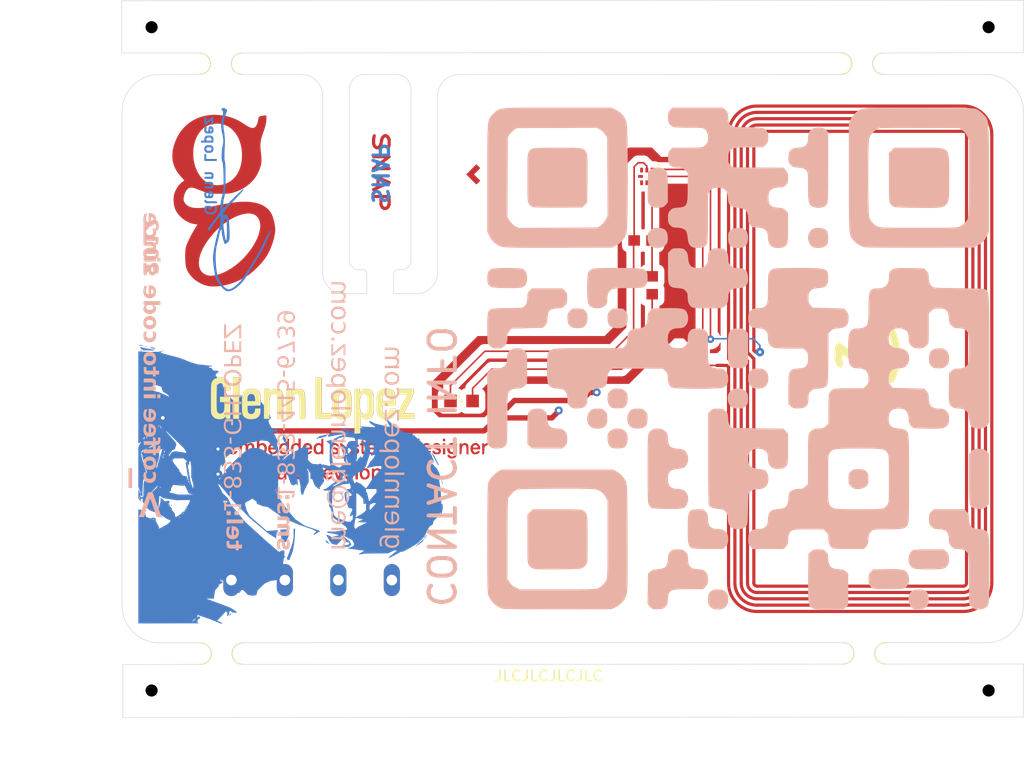
<source format=kicad_pcb>
(kicad_pcb (version 20221018) (generator pcbnew)
  (title_block (title "PCBusinessCard") (date "2023-01-06") (rev "1") (company "Glenn Lopez") (comment 1 "Repo: https://github.com/glennlopez/PCBusinessCard.EDA") (comment 2 "Inspired by: https://www.instructables.com/PCB-Business-Card-With-NFC/") (comment 3 "MIT License") (comment 4 "Github.com/glennlopez"))
  (layers (0 "F.Cu" signal) (31 "B.Cu" signal) (34 "B.Paste" user) (35 "F.Paste" user) (36 "B.SilkS" user "B.Silkscreen") (37 "F.SilkS" user "F.Silkscreen") (38 "B.Mask" user) (39 "F.Mask" user) (44 "Edge.Cuts" user))
  (net 0 "")
  (net 1 "GND")
  (net 2 "N$6")
  (net 3 "N$4")
  (net 4 "N$3")
  (net 5 "N$2")
  (net 6 "N$1")
  (footprint "NFC_BusinessCard:Tooling Hole JLCPCB" (layer "F.Cu") (at 69.333514 88.942155)
    (fp_text reference "REF**" hide)
    (fp_text value "Tooling Hole")
  )
  (footprint "MouseBites:mouse-bite-2mm-slot" (layer "F.Cu") (at 137.033514 85.442155)
    (fp_text reference "mouse-bite-2mm-slot" hide)
    (fp_text value "VAL**" hide)
  )
  (footprint "NFC_BusinessCard:Tooling Hole JLCPCB" (layer "F.Cu") (at 148.833514 25.942155)
    (fp_text reference "REF**" hide)
    (fp_text value "Tooling Hole")
  )
  (footprint "" (layer "F.Cu") (at 75.641514 66.030955)
    (fp_text reference "")
    (fp_text value "")
  )
  (footprint "" (layer "F.Cu") (at 75.641514 68.418555)
    (fp_text reference "")
    (fp_text value "")
  )
  (footprint "NFC_BusinessCard:Tooling Hole JLCPCB" (layer "F.Cu") (at 69.333514 25.942155)
    (fp_text reference "REF**" hide)
    (fp_text value "Tooling Hole")
  )
  (footprint "NFC_BusinessCard:C0603" (layer "F.Cu") (at 116.014614 46.225255 180)
    (fp_text reference "C1" hide)
    (fp_text value "220 nf" hide)
  )
  (footprint "NFC_BusinessCard:XQFN8" (layer "F.Cu") (at 116.370614 40.141255 -90)
    (fp_text reference "NT3H1101" hide)
    (fp_text value "NT3H" hide)
  )
  (footprint "NFC_BusinessCard:25X48MM_NFC" (layer "F.Cu") (at 136.633614 57.458255 90)
    (fp_text reference "ANT0" hide)
    (fp_text value "25X48MM_NFC_ANTENNA" hide)
  )
  (footprint "NFC_BusinessCard:SML0805" (layer "F.Cu") (at 98.772 61.468)
    (fp_text reference "LED1" hide)
    (fp_text value "")
  )
  (footprint "MouseBites:mouse-bite-2mm-slot" (layer "F.Cu") (at 75.920914 29.429555)
    (fp_text reference "mouse-bite-2mm-slot" hide)
    (fp_text value "VAL**" hide)
  )
  (footprint "NFC_BusinessCard:Tooling Hole JLCPCB" (layer "F.Cu") (at 148.833514 88.942155)
    (fp_text reference "REF**" hide)
    (fp_text value "Tooling Hole")
  )
  (footprint "NFC_BusinessCard:R0603" (layer "F.Cu") (at 116.878614 50.481255 -90)
    (fp_text reference "R1" hide)
    (fp_text value "47 Ω" hide)
  )
  (footprint "MouseBites:mouse-bite-2mm-slot" (layer "F.Cu") (at 136.830114 29.429555)
    (fp_text reference "mouse-bite-2mm-slot" hide)
    (fp_text value "VAL**" hide)
  )
  (footprint "NFC_BusinessCard:Order Number JLCPCB" (layer "F.Cu") (at 107.043514 88.082155)
    (fp_text reference "JLCJLCJLCJLC")
    (fp_text value "Order Number JLCPCB")
  )
  (footprint "MouseBites:mouse-bite-2mm-slot" (layer "F.Cu") (at 75.997114 85.461955)
    (fp_text reference "mouse-bite-2mm-slot" hide)
    (fp_text value "VAL**" hide)
  )
  (footprint "NFC_BusinessCard:MA08-1" (layer "B.Cu") (at 83.261514 78.476955 180)
    (fp_text reference "CONTACT INFO")
    (fp_text value "Contact Info")
  )
  (gr_poly (pts (xy 80.501782 67.907506) (xy 80.517007 67.909179) (xy 80.523981 67.910164) (xy 80.53057 67.911326) (xy 80.536807 67.912725) (xy 80.542722 67.914419) (xy 80.548346 67.916466) (xy 80.553711 67.918926) (xy 80.558846 67.921857) (xy 80.563784 67.925318) (xy 80.568556 67.929368) (xy 80.573193 67.934065) (xy 80.577725 67.939469) (xy 80.582184 67.945638) (xy 80.5866 67.95263) (xy 80.591006 67.960505) (xy 80.595432 67.969322) (xy 80.599909 67.979138) (xy 80.604469 67.990014) (xy 80.609141 68.002007) (xy 80.613958 68.015176) (xy 80.618951 68.02958) (xy 80.624151 68.045279) (xy 80.629588 68.06233) (xy 80.641299 68.100725) (xy 80.654335 68.145235) (xy 80.685373 68.254484) (xy 80.722515 68.390469) (xy 80.753184 68.510667) (xy 80.765097 68.560774) (xy 80.774199 68.602047) (xy 80.780091 68.63286) (xy 80.782376 68.651581) (xy 80.782752 68.660387) (xy 80.783343 68.667991) (xy 80.784153 68.674377) (xy 80.78519 68.679531) (xy 80.786459 68.683436) (xy 80.787182 68.684917) (xy 80.787965 68.686079) (xy 80.788809 68.686922) (xy 80.789714 68.687444) (xy 80.790682 68.687642) (xy 80.791713 68.687515) (xy 80.792807 68.687061) (xy 80.793965 68.686277) (xy 80.796479 68.683716) (xy 80.799258 68.679817) (xy 80.802309 68.674563) (xy 80.805637 68.66794) (xy 80.809248 68.659934) (xy 80.813149 68.650527) (xy 80.817344 68.639707) (xy 80.82664 68.613761) (xy 80.837183 68.581975) (xy 80.849019 68.544229) (xy 80.862193 68.5004) (xy 80.87675 68.450367) (xy 80.892737 68.39401) (xy 80.910199 68.331207) (xy 80.929182 68.261837) (xy 80.961358 68.144236) (xy 80.986759 68.055484) (xy 80.997565 68.020658) (xy 81.007451 67.991523) (xy 81.016677 67.96757) (xy 81.0255 67.948293) (xy 81.034179 67.933184) (xy 81.042971 67.921736) (xy 81.052136 67.913441) (xy 81.061932 67.907792) (xy 81.072616 67.904282) (xy 81.084447 67.902403) (xy 81.112583 67.901508) (xy 81.124627 67.90164) (xy 81.135474 67.902053) (xy 81.145163 67.902775) (xy 81.153732 67.903835) (xy 81.161219 67.905259) (xy 81.164569 67.906117) (xy 81.167663 67.907077) (xy 81.170505 67.908142) (xy 81.1731 67.909315) (xy 81.175454 67.910601) (xy 81.17757 67.912002) (xy 81.179454 67.913523) (xy 81.181111 67.915165) (xy 81.182544 67.916934) (xy 81.18376 67.918833) (xy 81.184762 67.920864) (xy 81.185556 67.923032) (xy 81.186146 67.92534) (xy 81.186536 67.927791) (xy 81.186733 67.93039) (xy 81.18674 67.933138) (xy 81.186562 67.936041) (xy 81.186205 67.939101) (xy 81.184968 67.945707) (xy 81.183069 67.952984) (xy 81.131464 68.121107) (xy 81.028423 68.453032) (xy 80.982821 68.598769) (xy 80.947223 68.708944) (xy 80.919156 68.788528) (xy 80.907173 68.818403) (xy 80.896145 68.842494) (xy 80.885763 68.861423) (xy 80.875717 68.875813) (xy 80.865697 68.886283) (xy 80.855395 68.893457) (xy 80.844502 68.897954) (xy 80.832707 68.900397) (xy 80.805178 68.901606) (xy 80.787931 68.901613) (xy 80.78011 68.901489) (xy 80.772767 68.90116) (xy 80.76586 68.900538) (xy 80.759346 68.899532) (xy 80.753184 68.898054) (xy 80.747331 68.896014) (xy 80.741745 68.893324) (xy 80.736384 68.889893) (xy 80.731205 68.885632) (xy 80.726166 68.880453) (xy 80.721225 68.874266) (xy 80.716339 68.866981) (xy 80.711467 68.85851) (xy 80.706566 68.848762) (xy 80.701593 68.83765) (xy 80.696507 68.825082) (xy 80.691266 68.810971) (xy 80.685826 68.795227) (xy 80.680146 68.777761) (xy 80.674184 68.758482) (xy 80.667896 68.737303) (xy 80.661242 68.714133) (xy 80.646663 68.661466) (xy 80.630109 68.599766) (xy 80.589721 68.44641) (xy 80.568242 68.366711) (xy 80.548798 68.298797) (xy 80.531475 68.242896) (xy 80.516357 68.199233) (xy 80.503529 68.168038) (xy 80.498001 68.157187) (xy 80.493077 68.149538) (xy 80.488769 68.14512) (xy 80.486848 68.144131) (xy 80.485086 68.14396) (xy 80.483482 68.144612) (xy 80.482039 68.146088) (xy 80.47964 68.151532) (xy 80.439556 68.294607) (xy 80.36726 68.555984) (xy 80.272027 68.901606) (xy 80.086501 68.901606) (xy 79.949047 68.432877) (xy 79.895677 68.248407) (xy 79.851971 68.092637) (xy 79.82244 67.981974) (xy 79.8144 67.948686) (xy 79.811594 67.932828) (xy 79.811703 67.931222) (xy 79.812028 67.929637) (xy 79.812561 67.928075) (xy 79.813299 67.926536) (xy 79.814236 67.925024) (xy 79.815366 67.923541) (xy 79.816684 67.922088) (xy 79.818185 67.920667) (xy 79.819863 67.919281) (xy 79.821713 67.917931) (xy 79.82373 67.916619) (xy 79.825909 67.915348) (xy 79.828243 67.91412) (xy 79.830728 67.912935) (xy 79.833358 67.911798) (xy 79.836129 67.910708) (xy 79.839033 67.90967) (xy 79.842067 67.908683) (xy 79.845225 67.907751) (xy 79.848502 67.906876) (xy 79.851891 67.906059) (xy 79.855389 67.905303) (xy 79.858989 67.904609) (xy 79.862686 67.903979) (xy 79.866474 67.903417) (xy 79.87035 67.902922) (xy 79.874306 67.902499) (xy 79.878338 67.902147) (xy 79.88244 67.901871) (xy 79.886607 67.901671) (xy 79.890834 67.901549) (xy 79.895116 67.901508) (xy 79.909715 67.901648) (xy 79.916386 67.901929) (xy 79.92268 67.902444) (xy 79.928631 67.903264) (xy 79.934271 67.904459) (xy 79.939632 67.9061) (xy 79.944747 67.908256) (xy 79.949648 67.910999) (xy 79.954369 67.914398) (xy 79.958941 67.918525) (xy 79.963397 67.923449) (xy 79.96777 67.929241) (xy 79.972092 67.935971) (xy 79.976396 67.94371) (xy 79.980714 67.952528) (xy 79.985079 67.962495) (xy 79.989523 67.973682) (xy 79.994079 67.986159) (xy 79.998779 67.999997) (xy 80.003656 68.015266) (xy 80.008743 68.032036) (xy 80.014072 68.050379) (xy 80.019675 68.070363) (xy 80.031836 68.11554) (xy 80.045485 68.16813) (xy 80.07829 68.297803) (xy 80.09868 68.376976) (xy 80.118423 68.449999) (xy 80.137034 68.515333) (xy 80.154031 68.571441) (xy 80.168928 68.616784) (xy 80.181244 68.649823) (xy 80.186282 68.661248) (xy 80.190494 68.669021) (xy 80.193818 68.672949) (xy 80.195128 68.673411) (xy 80.196194 68.672839) (xy 80.19857 68.668721) (xy 80.201892 68.660887) (xy 80.211135 68.634885) (xy 80.223439 68.596466) (xy 80.238321 68.54726) (xy 80.255299 68.488899) (xy 80.27389 68.423012) (xy 80.293609 68.351232) (xy 80.313975 68.275189) (xy 80.413504 67.898796)) (stroke (width 0.05)) (fill solid) (layer "F.Cu"))
  (gr_poly (pts (xy 83.476225 67.880634) (xy 83.498325 67.882278) (xy 83.520011 67.885025) (xy 83.541262 67.888856) (xy 83.562053 67.893752) (xy 83.582362 67.899694) (xy 83.602167 67.906663) (xy 83.621444 67.914641) (xy 83.640171 67.923608) (xy 83.658325 67.933546) (xy 83.675883 67.944436) (xy 83.692822 67.956259) (xy 83.709119 67.968996) (xy 83.724751 67.982628) (xy 83.739696 67.997136) (xy 83.753931 68.012502) (xy 83.767433 68.028707) (xy 83.780178 68.045731) (xy 83.792145 68.063556) (xy 83.803311 68.082163) (xy 83.813651 68.101534) (xy 83.823145 68.121649) (xy 83.831768 68.142489) (xy 83.839499 68.164035) (xy 83.846313 68.18627) (xy 83.852189 68.209173) (xy 83.857103 68.232726) (xy 83.861033 68.256911) (xy 83.863956 68.281707) (xy 83.878299 68.430972) (xy 83.158485 68.430972) (xy 83.178374 68.511862) (xy 83.184708 68.535153) (xy 83.191993 68.557486) (xy 83.200187 68.578843) (xy 83.209246 68.599206) (xy 83.219125 68.618558) (xy 83.229781 68.636881) (xy 83.24117 68.654159) (xy 83.253249 68.670373) (xy 83.265974 68.685505) (xy 83.2793 68.69954) (xy 83.293185 68.712458) (xy 83.307585 68.724243) (xy 83.322455 68.734876) (xy 83.337752 68.744342) (xy 83.353433 68.752621) (xy 83.369453 68.759697) (xy 83.385769 68.765551) (xy 83.402336 68.770167) (xy 83.419112 68.773528) (xy 83.436053 68.775614) (xy 83.453114 68.77641) (xy 83.470253 68.775897) (xy 83.487424 68.774059) (xy 83.504585 68.770877) (xy 83.521692 68.766333) (xy 83.538701 68.760412) (xy 83.555568 68.753094) (xy 83.572249 68.744363) (xy 83.588702 68.734201) (xy 83.604881 68.722591) (xy 83.620744 68.709515) (xy 83.636246 68.694955) (xy 83.641776 68.689781) (xy 83.647805 68.684793) (xy 83.661186 68.675408) (xy 83.676034 68.666863) (xy 83.691996 68.659216) (xy 83.708715 68.65253) (xy 83.725839 68.646865) (xy 83.743014 68.642282) (xy 83.759884 68.638841) (xy 83.776097 68.636603) (xy 83.791297 68.63563) (xy 83.80513 68.635982) (xy 83.811424 68.636674) (xy 83.817243 68.63772) (xy 83.822543 68.639127) (xy 83.82728 68.640904) (xy 83.83141 68.643057) (xy 83.834888 68.645595) (xy 83.83767 68.648525) (xy 83.839713 68.651855) (xy 83.840971 68.655592) (xy 83.8414 68.659744) (xy 83.841122 68.664486) (xy 83.840304 68.669547) (xy 83.838965 68.674906) (xy 83.837126 68.680539) (xy 83.834806 68.686423) (xy 83.832026 68.692537) (xy 83.825168 68.70536) (xy 83.816712 68.718828) (xy 83.806821 68.732758) (xy 83.795656 68.74697) (xy 83.78338 68.761283) (xy 83.770155 68.775514) (xy 83.756141 68.789484) (xy 83.741502 68.803011) (xy 83.726399 68.815913) (xy 83.710994 68.828009) (xy 83.695449 68.839119) (xy 83.679926 68.84906) (xy 83.664587 68.857652) (xy 83.640711 68.868577) (xy 83.614684 68.877887) (xy 83.586826 68.885592) (xy 83.557454 68.891701) (xy 83.526889 68.896224) (xy 83.495448 68.899169) (xy 83.463451 68.900547) (xy 83.431217 68.900367) (xy 83.399064 68.898638) (xy 83.367311 68.89537) (xy 83.336278 68.890572) (xy 83.306282 68.884254) (xy 83.277644 68.876425) (xy 83.250681 68.867094) (xy 83.225714 68.856272) (xy 83.20306 68.843967) (xy 83.203059 68.843967) (xy 83.191252 68.836487) (xy 83.179824 68.828675) (xy 83.168773 68.82053) (xy 83.1581 68.812051) (xy 83.147804 68.803237) (xy 83.137884 68.794085) (xy 83.128339 68.784596) (xy 83.119169 68.774767) (xy 83.110374 68.764597) (xy 83.101953 68.754085) (xy 83.093904 68.743229) (xy 83.086228 68.732029) (xy 83.078924 68.720484) (xy 83.071991 68.70859) (xy 83.065429 68.696348) (xy 83.059237 68.683757) (xy 83.053414 68.670814) (xy 83.04796 68.657519) (xy 83.042874 68.643869) (xy 83.038156 68.629865) (xy 83.033805 68.615505) (xy 83.029821 68.600786) (xy 83.026202 68.585709) (xy 83.022948 68.570272) (xy 83.017533 68.538311) (xy 83.013572 68.504893) (xy 83.011059 68.470008) (xy 83.009989 68.433645) (xy 83.010929 68.37426) (xy 83.014894 68.318178) (xy 83.021878 68.265408) (xy 83.027329 68.238439) (xy 83.194277 68.238439) (xy 83.194357 68.251533) (xy 83.194525 68.257464) (xy 83.194837 68.263003) (xy 83.195339 68.268163) (xy 83.196075 68.272958) (xy 83.19709 68.2774) (xy 83.198429 68.281504) (xy 83.200137 68.285283) (xy 83.202259 68.28875) (xy 83.204839 68.291919) (xy 83.207922 68.294803) (xy 83.211554 68.297415) (xy 83.215778 68.299769) (xy 83.22064 68.301879) (xy 83.226185 68.303757) (xy 83.232457 68.305418) (xy 83.239501 68.306874) (xy 83.247362 68.308139) (xy 83.256085 68.309226) (xy 83.265715 68.31015) (xy 83.276296 68.310922) (xy 83.287874 68.311558) (xy 83.300492 68.312069) (xy 83.329033 68.312775) (xy 83.362275 68.313145) (xy 83.444301 68.313313) (xy 83.526326 68.313145) (xy 83.588108 68.312069) (xy 83.612304 68.310923) (xy 83.632515 68.309226) (xy 83.6491 68.306874) (xy 83.662416 68.303757) (xy 83.672823 68.29977) (xy 83.677048 68.297415) (xy 83.680679 68.294803) (xy 83.683763 68.291919) (xy 83.686343 68.288751) (xy 83.688465 68.285283) (xy 83.690173 68.281505) (xy 83.692528 68.272958) (xy 83.693766 68.263003) (xy 83.694326 68.238439) (xy 83.69397 68.227983) (xy 83.692917 68.217569) (xy 83.691189 68.207218) (xy 83.688807 68.196947) (xy 83.685792 68.186777) (xy 83.682167 68.176725) (xy 83.677952 68.166811) (xy 83.67317 68.157054) (xy 83.667843 68.147473) (xy 83.66199 68.138086) (xy 83.655636 68.128913) (xy 83.648799 68.119973) (xy 83.641504 68.111284) (xy 83.63377 68.102865) (xy 83.625621 68.094736) (xy 83.617076 68.086915) (xy 83.608158 68.079422) (xy 83.598889 68.072274) (xy 83.58929 68.065492) (xy 83.579382 68.059094) (xy 83.569188 68.053098) (xy 83.558728 68.047525) (xy 83.548025 68.042393) (xy 83.5371 68.03772) (xy 83.525975 68.033526) (xy 83.514671 68.02983) (xy 83.503209 68.026651) (xy 83.491613 68.024007) (xy 83.479902 68.021918) (xy 83.468098 68.020402) (xy 83.456224 68.019479) (xy 83.444301 68.019167) (xy 83.432378 68.019479) (xy 83.420504 68.020402) (xy 83.408701 68.021918) (xy 83.39699 68.024007) (xy 83.385393 68.026651) (xy 83.373932 68.02983) (xy 83.362628 68.033526) (xy 83.351502 68.03772) (xy 83.340577 68.042393) (xy 83.329874 68.047525) (xy 83.30922 68.059094) (xy 83.289714 68.072274) (xy 83.271527 68.086915) (xy 83.254832 68.102865) (xy 83.247099 68.111284) (xy 83.239803 68.119973) (xy 83.232967 68.128913) (xy 83.226612 68.138086) (xy 83.22076 68.147473) (xy 83.215432 68.157054) (xy 83.21065 68.166811) (xy 83.206436 68.176725) (xy 83.202811 68.186777) (xy 83.199796 68.196947) (xy 83.197414 68.207218) (xy 83.195685 68.217569) (xy 83.194633 68.227983) (xy 83.194277 68.238439) (xy 83.027329 68.238439) (xy 83.031872 68.21596) (xy 83.044871 68.169845) (xy 83.060867 68.127073) (xy 83.069987 68.106944) (xy 83.079854 68.087655) (xy 83.090467 68.069206) (xy 83.101824 68.051599) (xy 83.113926 68.034836) (xy 83.12677 68.018917) (xy 83.140358 68.003845) (xy 83.154686 67.989619) (xy 83.169756 67.976242) (xy 83.185565 67.963715) (xy 83.202113 67.952039) (xy 83.219399 67.941215) (xy 83.237422 67.931245) (xy 83.256181 67.92213) (xy 83.275676 67.913871) (xy 83.295905 67.906469) (xy 83.316868 67.899926) (xy 83.338564 67.894243) (xy 83.38415 67.885462) (xy 83.407675 67.882506) (xy 83.430877 67.880729) (xy 83.453735 67.880111)) (stroke (width 0.05)) (fill solid) (layer "F.Cu"))
  (gr_poly (pts (xy 83.475915 66.508701) (xy 83.404422 66.508701) (xy 83.395982 66.508454) (xy 83.387869 66.507715) (xy 83.380091 66.506491) (xy 83.37266 66.50479) (xy 83.365586 66.502617) (xy 83.358877 66.499979) (xy 83.352545 66.496882) (xy 83.346599 66.493334) (xy 83.341049 66.48934) (xy 83.335905 66.484907) (xy 83.331177 66.480042) (xy 83.326875 66.474752) (xy 83.32301 66.469042) (xy 83.31959 66.462919) (xy 83.316626 66.456391) (xy 83.314128 66.449462) (xy 83.295327 66.390224) (xy 83.220017 66.449462) (xy 83.209905 66.456849) (xy 83.198985 66.463762) (xy 83.187311 66.470203) (xy 83.174937 66.476172) (xy 83.148306 66.486689) (xy 83.119525 66.495314) (xy 83.089023 66.502044) (xy 83.057234 66.506879) (xy 83.02459 66.509818) (xy 82.991523 66.510858) (xy 82.958464 66.51) (xy 82.925845 66.507242) (xy 82.894098 66.502582) (xy 82.863656 66.49602) (xy 82.834951 66.487554) (xy 82.808413 66.477183) (xy 82.796093 66.471283) (xy 82.784476 66.464906) (xy 82.773617 66.458052) (xy 82.763571 66.450722) (xy 82.76357 66.450722) (xy 82.75343 66.442441) (xy 82.743585 66.433784) (xy 82.724788 66.415361) (xy 82.707194 66.395489) (xy 82.690817 66.374203) (xy 82.67567 66.351538) (xy 82.661768 66.32753) (xy 82.649125 66.302213) (xy 82.637753 66.275622) (xy 82.627667 66.247793) (xy 82.618881 66.218761) (xy 82.611409 66.188561) (xy 82.605264 66.157228) (xy 82.600461 66.124797) (xy 82.597013 66.091303) (xy 82.594934 66.056782) (xy 82.594238 66.021269) (xy 82.594498 66.010103) (xy 82.773093 66.010103) (xy 82.773401 66.044471) (xy 82.774988 66.078232) (xy 82.777856 66.110901) (xy 82.782012 66.141995) (xy 82.787459 66.171032) (xy 82.794202 66.197528) (xy 82.802246 66.220999) (xy 82.811596 66.240963) (xy 82.8198 66.254779) (xy 82.828686 66.267899) (xy 82.838217 66.280316) (xy 82.848354 66.292023) (xy 82.859056 66.303015) (xy 82.870287 66.313286) (xy 82.882007 66.322829) (xy 82.894178 66.331639) (xy 82.90676 66.339707) (xy 82.919716 66.34703) (xy 82.933006 66.3536) (xy 82.946591 66.359411) (xy 82.960433 66.364457) (xy 82.974494 66.368732) (xy 82.988734 66.372229) (xy 83.003115 66.374943) (xy 83.017598 66.376866) (xy 83.032144 66.377994) (xy 83.046715 66.378319) (xy 83.061272 66.377835) (xy 83.075776 66.376537) (xy 83.090188 66.374418) (xy 83.10447 66.371471) (xy 83.118584 66.367691) (xy 83.132489 66.363071) (xy 83.146148 66.357606) (xy 83.159523 66.351288) (xy 83.172573 66.344112) (xy 83.185261 66.336071) (xy 83.197547 66.327159) (xy 83.209393 66.317371) (xy 83.220761 66.306699) (xy 83.220752 66.306699) (xy 83.232137 66.294271) (xy 83.242796 66.280544) (xy 83.25273 66.265602) (xy 83.261936 66.249534) (xy 83.270416 66.232426) (xy 83.278169 66.214365) (xy 83.29149 66.175731) (xy 83.301899 66.134329) (xy 83.309391 66.090854) (xy 83.313964 66.045999) (xy 83.315615 66.000462) (xy 83.314342 65.954937) (xy 83.31014 65.910119) (xy 83.303008 65.866704) (xy 83.292943 65.825387) (xy 83.279942 65.786862) (xy 83.272339 65.768865) (xy 83.264001 65.751826) (xy 83.254928 65.735834) (xy 83.245119 65.720974) (xy 83.234573 65.707334) (xy 83.223291 65.695) (xy 83.212174 65.684615) (xy 83.200529 65.675134) (xy 83.188398 65.666548) (xy 83.175823 65.658849) (xy 83.162848 65.652029) (xy 83.149514 65.646081) (xy 83.135864 65.640996) (xy 83.121941 65.636767) (xy 83.107786 65.633385) (xy 83.093443 65.630843) (xy 83.078954 65.629132) (xy 83.064361 65.628245) (xy 83.049706 65.628174) (xy 83.035033 65.628911) (xy 83.020383 65.630448) (xy 83.005799 65.632776) (xy 82.991324 65.635889) (xy 82.977 65.639777) (xy 82.962869 65.644434) (xy 82.948974 65.649851) (xy 82.935357 65.65602) (xy 82.922061 65.662933) (xy 82.909128 65.670582) (xy 82.8966 65.67896) (xy 82.884521 65.688058) (xy 82.872932 65.697869) (xy 82.861876 65.708384) (xy 82.851395 65.719595) (xy 82.841532 65.731496) (xy 82.83233 65.744076) (xy 82.82383 65.75733) (xy 82.816075 65.771248) (xy 82.806327 65.793086) (xy 82.797819 65.818181) (xy 82.790558 65.846051) (xy 82.784546 65.876212) (xy 82.779789 65.908181) (xy 82.776291 65.941475) (xy 82.774058 65.97561) (xy 82.773093 66.010103) (xy 82.594498 66.010103) (xy 82.595268 65.977129) (xy 82.59834 65.934589) (xy 82.603428 65.8937) (xy 82.610505 65.854516) (xy 82.619545 65.817086) (xy 82.630521 65.781465) (xy 82.643407 65.747704) (xy 82.658175 65.715856) (xy 82.674801 65.685971) (xy 82.693256 65.658104) (xy 82.713515 65.632305) (xy 82.735551 65.608627) (xy 82.759337 65.587122) (xy 82.784848 65.567843) (xy 82.812056 65.550841) (xy 82.840934 65.536169) (xy 82.86758 65.524455) (xy 82.892783 65.514223) (xy 82.916727 65.505467) (xy 82.939597 65.498178) (xy 82.961579 65.49235) (xy 82.982857 65.487977) (xy 83.003617 65.48505) (xy 83.024043 65.483563) (xy 83.044321 65.483508) (xy 83.064636 65.48488) (xy 83.085173 65.487671) (xy 83.106117 65.491873) (xy 83.127652 65.497481) (xy 83.149965 65.504486) (xy 83.173239 65.512882) (xy 83.197661 65.522662) (xy 83.299579 65.565246) (xy 83.299579 65.068628) (xy 83.475915 65.068628)) (stroke (width 0.05)) (fill solid) (layer "F.Cu"))
  (gr_poly (pts (xy 78.036066 67.878849) (xy 78.052888 67.879767) (xy 78.069814 67.881365) (xy 78.086835 67.883644) (xy 78.103944 67.886605) (xy 78.121131 67.890249) (xy 78.138388 67.894578) (xy 78.173075 67.905294) (xy 78.207938 67.918761) (xy 78.242905 67.934989) (xy 78.25944 67.943573) (xy 78.27531 67.952361) (xy 78.290526 67.961369) (xy 78.305096 67.970613) (xy 78.31903 67.980112) (xy 78.332337 67.989882) (xy 78.345025 67.999941) (xy 78.357104 68.010305) (xy 78.368583 68.020992) (xy 78.379471 68.032019) (xy 78.389777 68.043402) (xy 78.39951 68.05516) (xy 78.40868 68.067308) (xy 78.417295 68.079865) (xy 78.425365 68.092848) (xy 78.432898 68.106272) (xy 78.439905 68.120156) (xy 78.446393 68.134517) (xy 78.452373 68.149372) (xy 78.457852 68.164738) (xy 78.462841 68.180631) (xy 78.467348 68.19707) (xy 78.471383 68.214071) (xy 78.474954 68.231652) (xy 78.478071 68.249828) (xy 78.480743 68.268619) (xy 78.482979 68.28804) (xy 78.484788 68.308109) (xy 78.487161 68.350259) (xy 78.487936 68.395205) (xy 78.487409 68.433485) (xy 78.485784 68.469484) (xy 78.482993 68.503366) (xy 78.47897 68.53529) (xy 78.473648 68.56542) (xy 78.46696 68.593916) (xy 78.458839 68.620939) (xy 78.449219 68.646653) (xy 78.438032 68.671217) (xy 78.425212 68.694793) (xy 78.410692 68.717544) (xy 78.394405 68.739631) (xy 78.376284 68.761215) (xy 78.356262 68.782457) (xy 78.334272 68.80352) (xy 78.310248 68.824565) (xy 78.298813 68.833591) (xy 78.286617 68.842091) (xy 78.273704 68.850063) (xy 78.26012 68.857505) (xy 78.231121 68.870794) (xy 78.199979 68.881943) (xy 78.167057 68.890939) (xy 78.132716 68.89777) (xy 78.097317 68.902421) (xy 78.061221 68.904878) (xy 78.024791 68.905129) (xy 77.988388 68.90316) (xy 77.952373 68.898958) (xy 77.917107 68.892508) (xy 77.882952 68.883797) (xy 77.850269 68.872813) (xy 77.81942 68.859541) (xy 77.804796 68.852042) (xy 77.790766 68.843967) (xy 77.767887 68.82873) (xy 77.746305 68.811773) (xy 77.726026 68.793196) (xy 77.707058 68.773101) (xy 77.689406 68.751588) (xy 77.673078 68.728757) (xy 77.65808 68.704708) (xy 77.644419 68.679542) (xy 77.632102 68.65336) (xy 77.621135 68.626261) (xy 77.611524 68.598347) (xy 77.603277 68.569717) (xy 77.5964 68.540472) (xy 77.5909 68.510712) (xy 77.586783 68.480539) (xy 77.584057 68.450051) (xy 77.582727 68.41935) (xy 77.582801 68.388537) (xy 77.583036 68.383648) (xy 77.755736 68.383648) (xy 77.757369 68.425654) (xy 77.762133 68.467198) (xy 77.769926 68.507838) (xy 77.780646 68.547134) (xy 77.794191 68.584645) (xy 77.810458 68.61993) (xy 77.829345 68.652548) (xy 77.83974 68.667719) (xy 77.850751 68.682058) (xy 77.862367 68.695509) (xy 77.874573 68.708019) (xy 77.887359 68.71953) (xy 77.90071 68.72999) (xy 77.914614 68.739341) (xy 77.929058 68.74753) (xy 77.938103 68.751911) (xy 77.947396 68.755858) (xy 77.966636 68.762467) (xy 77.986596 68.767391) (xy 78.007099 68.770662) (xy 78.027965 68.772313) (xy 78.049015 68.772375) (xy 78.070069 68.770882) (xy 78.090948 68.767867) (xy 78.111473 68.763361) (xy 78.131465 68.757398) (xy 78.150744 68.750009) (xy 78.169131 68.741228) (xy 78.186447 68.731087) (xy 78.202512 68.719619) (xy 78.21002 68.713397) (xy 78.217148 68.706856) (xy 78.223873 68.699999) (xy 78.230174 68.69283) (xy 78.242412 68.677129) (xy 78.253793 68.660574) (xy 78.26432 68.643229) (xy 78.273995 68.625159) (xy 78.282821 68.606427) (xy 78.2908 68.587099) (xy 78.304225 68.546909) (xy 78.314289 68.505101) (xy 78.32101 68.46219) (xy 78.324407 68.418688) (xy 78.324499 68.375109) (xy 78.321302 68.331967) (xy 78.314837 68.289776) (xy 78.30512 68.249049) (xy 78.292172 68.2103) (xy 78.284491 68.191827) (xy 78.276009 68.174041) (xy 78.266728 68.157007) (xy 78.256651 68.140788) (xy 78.245779 68.125448) (xy 78.234115 68.111053) (xy 78.221662 68.097665) (xy 78.208421 68.08535) (xy 78.195648 68.074962) (xy 78.18254 68.065518) (xy 78.169131 68.05701) (xy 78.155453 68.049429) (xy 78.14154 68.042769) (xy 78.127425 68.03702) (xy 78.11314 68.032176) (xy 78.09872 68.028229) (xy 78.084198 68.02517) (xy 78.069606 68.022992) (xy 78.054977 68.021687) (xy 78.040346 68.021247) (xy 78.025744 68.021665) (xy 78.011205 68.022933) (xy 77.996763 68.025042) (xy 77.98245 68.027985) (xy 77.9683 68.031754) (xy 77.954346 68.036342) (xy 77.94062 68.04174) (xy 77.927157 68.047941) (xy 77.913989 68.054937) (xy 77.901149 68.062719) (xy 77.888671 68.071281) (xy 77.876588 68.080615) (xy 77.864932 68.090712) (xy 77.853738 68.101565) (xy 77.843037 68.113165) (xy 77.832865 68.125506) (xy 77.823252 68.138579) (xy 77.814233 68.152377) (xy 77.805842 68.166891) (xy 77.79811 68.182115) (xy 77.789871 68.200721) (xy 77.782556 68.219819) (xy 77.776151 68.239352) (xy 77.770644 68.259265) (xy 77.762271 68.300013) (xy 77.757336 68.341621) (xy 77.755736 68.383648) (xy 77.583036 68.383648) (xy 77.584284 68.357711) (xy 77.587185 68.326972) (xy 77.591508 68.296422) (xy 77.597262 68.266161) (xy 77.604453 68.236289) (xy 77.613087 68.206907) (xy 77.623171 68.178114) (xy 77.634711 68.150012) (xy 77.647715 68.122701) (xy 77.662189 68.096281) (xy 77.67814 68.070853) (xy 77.695573 68.046516) (xy 77.714497 68.023373) (xy 77.734918 68.001522) (xy 77.747829 67.98908) (xy 77.761019 67.977295) (xy 77.774478 67.966169) (xy 77.788197 67.955703) (xy 77.802169 67.945896) (xy 77.816383 67.936752) (xy 77.830833 67.928271) (xy 77.845508 67.920453) (xy 77.8604 67.913301) (xy 77.8755 67.906815) (xy 77.890801 67.900996) (xy 77.906293 67.895846) (xy 77.921967 67.891365) (xy 77.937815 67.887556) (xy 77.953828 67.884418) (xy 77.969997 67.881953) (xy 77.986314 67.880163) (xy 78.002771 67.879048) (xy 78.019358 67.87861)) (stroke (width 0.05)) (fill solid) (layer "F.Cu"))
  (gr_poly (pts (xy 95.452311 65.486694) (xy 95.467688 65.487833) (xy 95.483533 65.4896) (xy 95.499945 65.491976) (xy 95.54101 65.499787) (xy 95.560522 65.50447) (xy 95.579358 65.509679) (xy 95.597525 65.515419) (xy 95.615028 65.521696) (xy 95.631872 65.528516) (xy 95.648061 65.535885) (xy 95.663601 65.543807) (xy 95.678496 65.55229) (xy 95.692753 65.561339) (xy 95.706375 65.570959) (xy 95.719368 65.581156) (xy 95.731737 65.591935) (xy 95.743487 65.603303) (xy 95.754623 65.615266) (xy 95.765149 65.627828) (xy 95.775072 65.640995) (xy 95.784396 65.654774) (xy 95.793126 65.66917) (xy 95.801267 65.684189) (xy 95.808824 65.699836) (xy 95.815803 65.716117) (xy 95.822207 65.733037) (xy 95.828043 65.750603) (xy 95.833316 65.768821) (xy 95.838029 65.787695) (xy 95.842189 65.807231) (xy 95.848868 65.848315) (xy 95.853393 65.892118) (xy 95.863481 66.023779) (xy 95.518158 66.032059) (xy 95.410292 66.034911) (xy 95.327507 66.038071) (xy 95.266505 66.042185) (xy 95.243143 66.044801) (xy 95.22399 66.047898) (xy 95.208634 66.051555) (xy 95.196663 66.055854) (xy 95.187664 66.060876) (xy 95.181226 66.066701) (xy 95.176936 66.073409) (xy 95.174383 66.081082) (xy 95.173153 66.0898) (xy 95.172834 66.099644) (xy 95.173706 66.121853) (xy 95.176266 66.143393) (xy 95.180433 66.16423) (xy 95.186123 66.184326) (xy 95.193256 66.203646) (xy 95.201749 66.222153) (xy 95.21152 66.239813) (xy 95.222486 66.256589) (xy 95.234565 66.272444) (xy 95.247676 66.287343) (xy 95.261736 66.30125) (xy 95.276663 66.314128) (xy 95.292375 66.325943) (xy 95.30879 66.336657) (xy 95.325825 66.346235) (xy 95.343398 66.354641) (xy 95.361428 66.361839) (xy 95.379832 66.367792) (xy 95.398528 66.372465) (xy 95.417433 66.375822) (xy 95.436466 66.377827) (xy 95.455545 66.378443) (xy 95.474587 66.377635) (xy 95.49351 66.375367) (xy 95.512232 66.371603) (xy 95.530671 66.366306) (xy 95.548745 66.359442) (xy 95.566371 66.350973) (xy 95.583468 66.340863) (xy 95.599952 66.329078) (xy 95.615743 66.31558) (xy 95.630758 66.300334) (xy 95.636376 66.294615) (xy 95.642704 66.289057) (xy 95.649673 66.283688) (xy 95.657213 66.278537) (xy 95.665254 66.273633) (xy 95.673727 66.269004) (xy 95.682561 66.26468) (xy 95.691687 66.260688) (xy 95.701036 66.257058) (xy 95.710537 66.253819) (xy 95.72012 66.250999) (xy 95.729717 66.248628) (xy 95.739256 66.246733) (xy 95.748669 66.245344) (xy 95.757886 66.244489) (xy 95.766836 66.244198) (xy 95.852112 66.244198) (xy 95.802381 66.328382) (xy 95.795344 66.339886) (xy 95.788058 66.350985) (xy 95.780519 66.361682) (xy 95.772721 66.371981) (xy 95.764659 66.381883) (xy 95.756327 66.391391) (xy 95.747721 66.400507) (xy 95.738834 66.409235) (xy 95.729662 66.417576) (xy 95.720199 66.425534) (xy 95.71044 66.433111) (xy 95.70038 66.440309) (xy 95.690013 66.447131) (xy 95.679335 66.45358) (xy 95.668338 66.459657) (xy 95.65702 66.465367) (xy 95.645373 66.47071) (xy 95.633393 66.47569) (xy 95.621075 66.48031) (xy 95.608413 66.484571) (xy 95.595401 66.488477) (xy 95.582035 66.492029) (xy 95.56831 66.495231) (xy 95.554219 66.498086) (xy 95.539758 66.500595) (xy 95.524921 66.502761) (xy 95.494098 66.506075) (xy 95.461709 66.508048) (xy 95.427711 66.508701) (xy 95.403701 66.508527) (xy 95.381573 66.507967) (xy 95.361151 66.506968) (xy 95.342261 66.505475) (xy 95.324726 66.503434) (xy 95.308371 66.500791) (xy 95.293021 66.49749) (xy 95.2785 66.493478) (xy 95.264631 66.488701) (xy 95.251241 66.483103) (xy 95.238152 66.476631) (xy 95.22519 66.469231) (xy 95.212178 66.460847) (xy 95.198942 66.451426) (xy 95.185305 66.440913) (xy 95.171093 66.429253) (xy 95.171091 66.429254) (xy 95.149193 66.409822) (xy 95.128853 66.389672) (xy 95.110052 66.368754) (xy 95.09277 66.347019) (xy 95.076987 66.324418) (xy 95.062681 66.300902) (xy 95.049834 66.276421) (xy 95.038425 66.250928) (xy 95.028434 66.224372) (xy 95.01984 66.196705) (xy 95.012624 66.167877) (xy 95.006765 66.137839) (xy 95.002243 66.106543) (xy 94.999038 66.07394) (xy 94.99713 66.039979) (xy 94.996498 66.004613) (xy 94.997528 65.963174) (xy 95.000606 65.923228) (xy 95.000913 65.920917) (xy 95.16646 65.920917) (xy 95.70821 65.920917) (xy 95.688152 65.840097) (xy 95.680686 65.814193) (xy 95.671631 65.789961) (xy 95.661092 65.767401) (xy 95.649177 65.746511) (xy 95.63599 65.727293) (xy 95.621638 65.709745) (xy 95.606227 65.693869) (xy 95.589862 65.679664) (xy 95.57265 65.667131) (xy 95.554697 65.656268) (xy 95.536107 65.647077) (xy 95.516989 65.639556) (xy 95.497446 65.633707) (xy 95.477586 65.629529) (xy 95.457513 65.627023) (xy 95.437335 65.626187) (xy 95.417157 65.627023) (xy 95.397085 65.629529) (xy 95.377224 65.633707) (xy 95.357682 65.639556) (xy 95.338563 65.647077) (xy 95.319974 65.656268) (xy 95.30202 65.667131) (xy 95.284808 65.679664) (xy 95.268444 65.693869) (xy 95.253033 65.709745) (xy 95.238681 65.727293) (xy 95.225494 65.746511) (xy 95.213579 65.767401) (xy 95.203041 65.789961) (xy 95.193986 65.814193) (xy 95.18652 65.840097) (xy 95.16646 65.920917) (xy 95.000913 65.920917) (xy 95.005716 65.884803) (xy 95.012843 65.847929) (xy 95.021971 65.812635) (xy 95.033083 65.778951) (xy 95.046164 65.746906) (xy 95.061197 65.716531) (xy 95.078167 65.687854) (xy 95.097057 65.660904) (xy 95.117852 65.635713) (xy 95.140535 65.612308) (xy 95.165091 65.590719) (xy 95.191503 65.570977) (xy 95.219756 65.55311) (xy 95.249834 65.537149) (xy 95.26816 65.528498) (xy 95.285664 65.520709) (xy 95.302444 65.513761) (xy 95.318601 65.507639) (xy 95.334233 65.502324) (xy 95.349439 65.497797) (xy 95.364319 65.494042) (xy 95.378973 65.491039) (xy 95.393498 65.488772) (xy 95.407996 65.487221) (xy 95.422564 65.48637) (xy 95.437303 65.486201)) (stroke (width 0.05)) (fill solid) (layer "F.Cu"))
  (gr_poly (pts (xy 84.168802 65.489022) (xy 84.19023 65.490818) (xy 84.211483 65.493603) (xy 84.232511 65.497369) (xy 84.253268 65.502104) (xy 84.273705 65.5078) (xy 84.293775 65.514447) (xy 84.313428 65.522035) (xy 84.332618 65.530553) (xy 84.351297 65.539993) (xy 84.369416 65.550345) (xy 84.386927 65.561598) (xy 84.403783 65.573744) (xy 84.419935 65.586771) (xy 84.435336 65.600672) (xy 84.449937 65.615435) (xy 84.463691 65.631051) (xy 84.476549 65.64751) (xy 84.488464 65.664803) (xy 84.499388 65.68292) (xy 84.506179 65.695595) (xy 84.512716 65.70897) (xy 84.518973 65.722952) (xy 84.524924 65.737446) (xy 84.530546 65.752361) (xy 84.535811 65.767604) (xy 84.540695 65.78308) (xy 84.545173 65.798699) (xy 84.549218 65.814365) (xy 84.552807 65.829987) (xy 84.555913 65.845471) (xy 84.558511 65.860724) (xy 84.560576 65.875654) (xy 84.562082 65.890167) (xy 84.563004 65.90417) (xy 84.563317 65.917571) (xy 84.563317 66.038473) (xy 83.856855 66.038473) (xy 83.875606 66.119294) (xy 83.88004 66.137023) (xy 83.884983 66.154203) (xy 83.890424 66.170827) (xy 83.896352 66.186885) (xy 83.902757 66.202372) (xy 83.909628 66.217277) (xy 83.916955 66.231594) (xy 83.924726 66.245315) (xy 83.932932 66.258431) (xy 83.941562 66.270935) (xy 83.950605 66.282819) (xy 83.96005 66.294074) (xy 83.969888 66.304693) (xy 83.980106 66.314669) (xy 83.990696 66.323992) (xy 84.001645 66.332655) (xy 84.012944 66.34065) (xy 84.024582 66.347969) (xy 84.036548 66.354604) (xy 84.048832 66.360548) (xy 84.061423 66.365792) (xy 84.07431 66.370328) (xy 84.087483 66.374148) (xy 84.100931 66.377245) (xy 84.114644 66.379611) (xy 84.128611 66.381237) (xy 84.142821 66.382116) (xy 84.157264 66.382239) (xy 84.171929 66.381599) (xy 84.186806 66.380188) (xy 84.201884 66.377998) (xy 84.217152 66.37502) (xy 84.225938 66.372839) (xy 84.234834 66.370148) (xy 84.24378 66.366985) (xy 84.252714 66.363388) (xy 84.261574 66.359396) (xy 84.2703 66.355046) (xy 84.27883 66.350378) (xy 84.287103 66.345429) (xy 84.295057 66.340238) (xy 84.302632 66.334843) (xy 84.309765 66.329282) (xy 84.316396 66.323594) (xy 84.322464 66.317817) (xy 84.327907 66.311989) (xy 84.332664 66.306148) (xy 84.336673 66.300334) (xy 84.340549 66.294808) (xy 84.345088 66.289528) (xy 84.350238 66.284501) (xy 84.355949 66.279732) (xy 84.362169 66.275228) (xy 84.368846 66.270996) (xy 84.375928 66.267041) (xy 84.383364 66.26337) (xy 84.399092 66.256903) (xy 84.415617 66.251645) (xy 84.432526 66.247646) (xy 84.449407 66.244956) (xy 84.465847 66.243624) (xy 84.481433 66.243701) (xy 84.488778 66.244283) (xy 84.495754 66.245236) (xy 84.502311 66.246566) (xy 84.508396 66.248279) (xy 84.513959 66.250382) (xy 84.518947 66.25288) (xy 84.523309 66.25578) (xy 84.526994 66.259088) (xy 84.52995 66.262811) (xy 84.532125 66.266954) (xy 84.533468 66.271523) (xy 84.533927 66.276526) (xy 84.533796 66.278314) (xy 84.533408 66.280338) (xy 84.53277 66.282589) (xy 84.531887 66.28506) (xy 84.529415 66.290624) (xy 84.526042 66.296963) (xy 84.521821 66.304009) (xy 84.516801 66.311694) (xy 84.511035 66.319951) (xy 84.504574 66.328711) (xy 84.497469 66.337906) (xy 84.489771 66.347469) (xy 84.481531 66.357333) (xy 84.472801 66.367429) (xy 84.463632 66.377689) (xy 84.454075 66.388046) (xy 84.444182 66.398431) (xy 84.434003 66.408778) (xy 84.417632 66.424942) (xy 84.402555 66.439274) (xy 84.388477 66.45188) (xy 84.375103 66.462869) (xy 84.368587 66.46779) (xy 84.362137 66.472347) (xy 84.355716 66.476553) (xy 84.349286 66.480421) (xy 84.342811 66.483965) (xy 84.336253 66.487198) (xy 84.329577 66.490134) (xy 84.322745 66.492786) (xy 84.31572 66.495168) (xy 84.308466 66.497292) (xy 84.300945 66.499172) (xy 84.293121 66.500822) (xy 84.284956 66.502255) (xy 84.276415 66.503485) (xy 84.258054 66.505386) (xy 84.237742 66.506633) (xy 84.215184 66.507334) (xy 84.190086 66.507596) (xy 84.162153 66.507525) (xy 84.14422 66.507178) (xy 84.12597 66.506395) (xy 84.089032 66.503614) (xy 84.052376 66.499367) (xy 84.017036 66.493838) (xy 83.984049 66.487212) (xy 83.968762 66.483544) (xy 83.954451 66.479671) (xy 83.941247 66.475616) (xy 83.929279 66.471402) (xy 83.918675 66.467051) (xy 83.909567 66.462587) (xy 83.909568 66.462587) (xy 83.886113 66.448155) (xy 83.86412 66.431211) (xy 83.843591 66.411918) (xy 83.824528 66.390437) (xy 83.806935 66.366931) (xy 83.790813 66.341562) (xy 83.776164 66.314494) (xy 83.762993 66.285887) (xy 83.751299 66.255905) (xy 83.741087 66.22471) (xy 83.732359 66.192464) (xy 83.725116 66.15933) (xy 83.719362 66.12547) (xy 83.715099 66.091046) (xy 83.712329 66.056222) (xy 83.711055 66.021158) (xy 83.711279 65.986018) (xy 83.713004 65.950965) (xy 83.716231 65.916159) (xy 83.720964 65.881765) (xy 83.723891 65.865906) (xy 83.885918 65.865906) (xy 83.886704 65.872671) (xy 83.888421 65.878866) (xy 83.891099 65.884513) (xy 83.894768 65.889639) (xy 83.899457 65.894267) (xy 83.905195 65.898423) (xy 83.912012 65.902131) (xy 83.919937 65.905417) (xy 83.928999 65.908304) (xy 83.939228 65.910818) (xy 83.950654 65.912983) (xy 83.963305 65.914825) (xy 83.977211 65.916368) (xy 84.008907 65.918655) (xy 84.045976 65.920043) (xy 84.088653 65.920731) (xy 84.137174 65.920916) (xy 84.217696 65.920704) (xy 84.278752 65.919567) (xy 84.302821 65.918417) (xy 84.323033 65.916756) (xy 84.339724 65.91449) (xy 84.35323 65.911524) (xy 84.363887 65.907766) (xy 84.372032 65.903122) (xy 84.375268 65.900438) (xy 84.378001 65.897498) (xy 84.380275 65.894289) (xy 84.382131 65.890801) (xy 84.384758 65.882936) (xy 84.386218 65.873812) (xy 84.386847 65.863333) (xy 84.386982 65.851407) (xy 84.386981 65.851407) (xy 84.38667 65.840634) (xy 84.38575 65.829915) (xy 84.384238 65.819268) (xy 84.382155 65.808712) (xy 84.379517 65.798266) (xy 84.376344 65.78795) (xy 84.372655 65.777781) (xy 84.368467 65.767779) (xy 84.3638 65.757963) (xy 84.358672 65.748352) (xy 84.353101 65.738964) (xy 84.347107 65.729819) (xy 84.340708 65.720936) (xy 84.333922 65.712333) (xy 84.326768 65.704029) (xy 84.319264 65.696044) (xy 84.31143 65.688396) (xy 84.303283 65.681104) (xy 84.294842 65.674188) (xy 84.286126 65.667665) (xy 84.277154 65.661556) (xy 84.267943 65.655878) (xy 84.258514 65.650651) (xy 84.248883 65.645895) (xy 84.23907 65.641626) (xy 84.229093 65.637866) (xy 84.218971 65.634632) (xy 84.208722 65.631944) (xy 84.198366 65.62982) (xy 84.187919 65.628279) (xy 84.177403 65.627341) (xy 84.166833 65.627024) (xy 84.141847 65.627323) (xy 84.118843 65.628264) (xy 84.097689 65.629916) (xy 84.078252 65.632345) (xy 84.060397 65.635619) (xy 84.043992 65.639805) (xy 84.028904 65.644971) (xy 84.014998 65.651185) (xy 84.002143 65.658513) (xy 83.990205 65.667023) (xy 83.979049 65.676782) (xy 83.968545 65.687859) (xy 83.958557 65.70032) (xy 83.948952 65.714232) (xy 83.939598 65.729664) (xy 83.930362 65.746683) (xy 83.915924 65.775212) (xy 83.904038 65.800465) (xy 83.899125 65.811924) (xy 83.894937 65.822639) (xy 83.891505 65.832633) (xy 83.888858 65.841932) (xy 83.887025 65.850561) (xy 83.886035 65.858544) (xy 83.885918 65.865906) (xy 83.723891 65.865906) (xy 83.727205 65.847943) (xy 83.734957 65.814857) (xy 83.744221 65.782669) (xy 83.755 65.751542) (xy 83.767296 65.721637) (xy 83.781113 65.693117) (xy 83.796452 65.666144) (xy 83.813316 65.640882) (xy 83.831707 65.617492) (xy 83.851628 65.596136) (xy 83.873082 65.576977) (xy 83.896069 65.560178) (xy 83.915417 65.54822) (xy 83.935212 65.537378) (xy 83.955408 65.527643) (xy 83.975955 65.519006) (xy 83.996806 65.511455) (xy 84.017913 65.504982) (xy 84.039229 65.499577) (xy 84.060704 65.49523) (xy 84.082291 65.491931) (xy 84.103943 65.48967) (xy 84.125611 65.488438) (xy 84.147246 65.488226)) (stroke (width 0.05)) (fill solid) (layer "F.Cu"))
  (gr_poly (pts (xy 82.616488 60.537574) (xy 82.647618 60.732256) (xy 82.735981 60.586955) (xy 82.745461 60.571897) (xy 82.755615 60.556759) (xy 82.766349 60.54164) (xy 82.777572 60.526641) (xy 82.78919 60.51186) (xy 82.801111 60.497398) (xy 82.813242 60.483355) (xy 82.825492 60.46983) (xy 82.837766 60.456924) (xy 82.849973 60.444735) (xy 82.86202 60.433364) (xy 82.873814 60.422912) (xy 82.885263 60.413476) (xy 82.896274 60.405158) (xy 82.906755 60.398057) (xy 82.916613 60.392273) (xy 82.946098 60.37919) (xy 82.981167 60.368213) (xy 83.02103 60.35931) (xy 83.064899 60.352453) (xy 83.111985 60.347612) (xy 83.161498 60.344755) (xy 83.21265 60.343855) (xy 83.264651 60.34488) (xy 83.316713 60.3478) (xy 83.368047 60.352587) (xy 83.417864 60.359209) (xy 83.465374 60.367637) (xy 83.509789 60.377841) (xy 83.550319 60.389792) (xy 83.586177 60.403458) (xy 83.616572 60.418811) (xy 83.664047 60.44779) (xy 83.685633 60.462038) (xy 83.705845 60.47645) (xy 83.724728 60.49127) (xy 83.742327 60.506745) (xy 83.758687 60.523118) (xy 83.773853 60.540634) (xy 83.787871 60.559537) (xy 83.800785 60.580073) (xy 83.812641 60.602485) (xy 83.823483 60.627019) (xy 83.833356 60.653919) (xy 83.842307 60.683429) (xy 83.850379 60.715795) (xy 83.857618 60.75126) (xy 83.864069 60.79007) (xy 83.869777 60.832468) (xy 83.874788 60.878701) (xy 83.879145 60.929011) (xy 83.882895 60.983644) (xy 83.886082 61.042845) (xy 83.888752 61.106858) (xy 83.890949 61.175927) (xy 83.894107 61.330215) (xy 83.895916 61.507664) (xy 83.896736 61.710232) (xy 83.89693 61.939875) (xy 83.89693 63.12798) (xy 83.432748 63.12798) (xy 83.430129 62.141595) (xy 83.425376 61.70842) (xy 83.420452 61.526215) (xy 83.413888 61.368091) (xy 83.405728 61.234913) (xy 83.396015 61.127551) (xy 83.384794 61.046871) (xy 83.372108 60.993742) (xy 83.361362 60.965677) (xy 83.349067 60.93942) (xy 83.335317 60.914973) (xy 83.320205 60.892335) (xy 83.303826 60.871506) (xy 83.286272 60.852486) (xy 83.267639 60.835276) (xy 83.248019 60.819875) (xy 83.227506 60.806283) (xy 83.206194 60.794501) (xy 83.184177 60.784528) (xy 83.161548 60.776365) (xy 83.138402 60.770012) (xy 83.114832 60.765469) (xy 83.090931 60.762735) (xy 83.066794 60.761812) (xy 83.042515 60.762698) (xy 83.018186 60.765395) (xy 82.993902 60.769901) (xy 82.969757 60.776218) (xy 82.945844 60.784346) (xy 82.922257 60.794283) (xy 82.89909 60.806032) (xy 82.876436 60.81959) (xy 82.85439 60.83496) (xy 82.833044 60.85214) (xy 82.812494 60.87113) (xy 82.792832 60.891932) (xy 82.774153 60.914544) (xy 82.756549 60.938968) (xy 82.740115 60.965202) (xy 82.724945 60.993248) (xy 82.712559 61.019747) (xy 82.701465 61.047777) (xy 82.691597 61.078304) (xy 82.682886 61.112293) (xy 82.675263 61.15071) (xy 82.66866 61.194519) (xy 82.663008 61.244687) (xy 82.658241 61.302178) (xy 82.654289 61.367958) (xy 82.651083 61.442992) (xy 82.648557 61.528246) (xy 82.64664 61.624685) (xy 82.644366 61.854979) (xy 82.643713 62.141599) (xy 82.643643 63.127984) (xy 82.13304 63.127984) (xy 82.133041 61.735436) (xy 82.133041 60.342892) (xy 82.585356 60.342892)) (stroke (width 0.05)) (fill solid) (layer "F.Cu"))
  (gr_poly (pts (xy 97.869964 65.483831) (xy 97.891601 65.486343) (xy 97.913553 65.490487) (xy 97.935936 65.496263) (xy 97.958864 65.50367) (xy 97.982453 65.51271) (xy 98.006817 65.523382) (xy 98.032072 65.535688) (xy 98.047497 65.543448) (xy 98.061498 65.550258) (xy 98.074135 65.556127) (xy 98.085466 65.561062) (xy 98.095552 65.565072) (xy 98.10445 65.568165) (xy 98.112221 65.570348) (xy 98.118922 65.57163) (xy 98.124614 65.572018) (xy 98.1271 65.571879) (xy 98.129355 65.57152) (xy 98.131387 65.570942) (xy 98.133205 65.570145) (xy 98.134813 65.569131) (xy 98.136222 65.5679) (xy 98.137436 65.566454) (xy 98.138465 65.564793) (xy 98.139316 65.562919) (xy 98.139995 65.560833) (xy 98.140869 65.556027) (xy 98.141148 65.550383) (xy 98.141243 65.547969) (xy 98.141529 65.545622) (xy 98.142005 65.543343) (xy 98.142668 65.541131) (xy 98.143517 65.538988) (xy 98.144551 65.536915) (xy 98.145768 65.534912) (xy 98.147167 65.532979) (xy 98.148747 65.531117) (xy 98.150505 65.529328) (xy 98.152442 65.527611) (xy 98.154554 65.525967) (xy 98.156842 65.524397) (xy 98.159302 65.522902) (xy 98.161935 65.521482) (xy 98.164738 65.520137) (xy 98.16771 65.51887) (xy 98.17085 65.517679) (xy 98.174156 65.516566) (xy 98.177626 65.515531) (xy 98.18126 65.514576) (xy 98.185056 65.5137) (xy 98.189012 65.512904) (xy 98.193128 65.51219) (xy 98.197401 65.511557) (xy 98.20183 65.511006) (xy 98.206414 65.510539) (xy 98.211151 65.510154) (xy 98.216041 65.509855) (xy 98.22108 65.50964) (xy 98.226269 65.50951) (xy 98.231605 65.509467) (xy 98.322063 65.509467) (xy 98.312426 66.060515) (xy 98.309249 66.216789) (xy 98.305501 66.343939) (xy 98.300821 66.445741) (xy 98.29485 66.525967) (xy 98.287228 66.58839) (xy 98.277596 66.636785) (xy 98.271913 66.6569) (xy 98.265593 66.674924) (xy 98.25859 66.691327) (xy 98.25086 66.706581) (xy 98.242264 66.721266) (xy 98.2328 66.735481) (xy 98.2225 66.749215) (xy 98.211394 66.762459) (xy 98.199514 66.775202) (xy 98.186892 66.787433) (xy 98.173558 66.799142) (xy 98.159545 66.810318) (xy 98.144883 66.82095) (xy 98.129604 66.831029) (xy 98.11374 66.840543) (xy 98.09732 66.849483) (xy 98.080378 66.857836) (xy 98.062944 66.865594) (xy 98.045049 66.872746) (xy 98.026726 66.87928) (xy 98.008005 66.885187) (xy 97.988917 66.890455) (xy 97.969494 66.895075) (xy 97.949768 66.899036) (xy 97.929769 66.902327) (xy 97.909529 66.904938) (xy 97.88908 66.906858) (xy 97.868452 66.908077) (xy 97.847678 66.908584) (xy 97.826788 66.908369) (xy 97.805813 66.907421) (xy 97.784786 66.905729) (xy 97.763737 66.903284) (xy 97.742698 66.900074) (xy 97.7217 66.89609) (xy 97.700775 66.891319) (xy 97.700774 66.891319) (xy 97.700774 66.89132) (xy 97.700773 66.89132) (xy 97.69002 66.888392) (xy 97.679252 66.88494) (xy 97.657766 66.876555) (xy 97.636501 66.866353) (xy 97.615644 66.854522) (xy 97.595381 66.841251) (xy 97.575901 66.826727) (xy 97.557389 66.811139) (xy 97.540032 66.794674) (xy 97.524017 66.777522) (xy 97.509532 66.75987) (xy 97.496762 66.741907) (xy 97.485895 66.723821) (xy 97.481234 66.714791) (xy 97.477118 66.7058) (xy 97.473572 66.696873) (xy 97.470618 66.688032) (xy 97.468279 66.679302) (xy 97.46658 66.670706) (xy 97.465543 66.662267) (xy 97.465193 66.654009) (xy 97.465512 66.646097) (xy 97.466456 66.638793) (xy 97.468001 66.632093) (xy 97.470124 66.625993) (xy 97.472801 66.620491) (xy 97.476011 66.615583) (xy 97.47973 66.611265) (xy 97.483936 66.607534) (xy 97.488604 66.604387) (xy 97.493712 66.601819) (xy 97.499238 66.599828) (xy 97.505157 66.598409) (xy 97.511448 66.597561) (xy 97.518087 66.597278) (xy 97.525051 66.597558) (xy 97.532317 66.598397) (xy 97.539863 66.599792) (xy 97.547665 66.601739) (xy 97.555699 66.604235) (xy 97.563945 66.607276) (xy 97.572377 66.610859) (xy 97.580974 66.61498) (xy 97.589712 66.619636) (xy 97.598568 66.624823) (xy 97.607519 66.630539) (xy 97.616543 66.636779) (xy 97.625616 66.643539) (xy 97.634716 66.650818) (xy 97.643819 66.65861) (xy 97.652902 66.666913) (xy 97.661943 66.675723) (xy 97.670917 66.685037) (xy 97.681517 66.696032) (xy 97.69206 66.706256) (xy 97.702562 66.715718) (xy 97.713041 66.724426) (xy 97.723513 66.732388) (xy 97.733994 66.739614) (xy 97.744501 66.746111) (xy 97.75505 66.751888) (xy 97.765659 66.756953) (xy 97.776343 66.761316) (xy 97.78712 66.764984) (xy 97.798005 66.767966) (xy 97.809016 66.770271) (xy 97.820169 66.771906) (xy 97.831481 66.772882) (xy 97.842968 66.773205) (xy 97.861082 66.772892) (xy 97.878642 66.771955) (xy 97.895649 66.770396) (xy 97.912099 66.768215) (xy 97.927992 66.765415) (xy 97.943326 66.761997) (xy 97.9581 66.757961) (xy 97.972312 66.753311) (xy 97.985962 66.748047) (xy 97.999046 66.742172) (xy 98.011565 66.735685) (xy 98.023516 66.72859) (xy 98.034898 66.720886) (xy 98.04571 66.712577) (xy 98.05595 66.703664) (xy 98.065617 66.694147) (xy 98.074709 66.684029) (xy 98.083225 66.67331) (xy 98.091163 66.661994) (xy 98.098523 66.65008) (xy 98.105302 66.637571) (xy 98.111499 66.624468) (xy 98.117113 66.610772) (xy 98.122142 66.596486) (xy 98.126584 66.58161) (xy 98.130439 66.566146) (xy 98.133705 66.550096) (xy 98.136381 66.533461) (xy 98.138464 66.516242) (xy 98.139954 66.498442) (xy 98.140849 66.480061) (xy 98.141148 66.461102) (xy 98.141148 66.357489) (xy 98.063711 66.418401) (xy 98.053066 66.426211) (xy 98.041674 66.433508) (xy 98.029583 66.440293) (xy 98.016844 66.446567) (xy 97.989619 66.457579) (xy 97.960393 66.466547) (xy 97.929563 66.473474) (xy 97.897526 66.478361) (xy 97.864677 66.481211) (xy 97.831411 66.482027) (xy 97.798127 66.480811) (xy 97.765218 66.477565) (xy 97.733082 66.472292) (xy 97.702114 66.464994) (xy 97.672711 66.455673) (xy 97.645268 66.444332) (xy 97.632406 66.437905) (xy 97.620182 66.430974) (xy 97.608647 66.423538) (xy 97.597849 66.415599) (xy 97.575119 66.396078) (xy 97.554111 66.37472) (xy 97.534814 66.351658) (xy 97.517217 66.327023) (xy 97.501308 66.300947) (xy 97.487078 66.273563) (xy 97.474515 66.245002) (xy 97.463608 66.215396) (xy 97.454347 66.184877) (xy 97.44672 66.153578) (xy 97.440717 66.121629) (xy 97.436327 66.089164) (xy 97.433538 66.056314) (xy 97.432341 66.023212) (xy 97.432554 66.004761) (xy 97.615761 66.004761) (xy 97.61663 66.040948) (xy 97.618976 66.075637) (xy 97.620685 66.092217) (xy 97.622741 66.108179) (xy 97.625137 66.123444) (xy 97.627866 66.137929) (xy 97.630919 66.151554) (xy 97.634291 66.164238) (xy 97.637973 66.1759) (xy 97.641958 66.186459) (xy 97.649519 66.203227) (xy 97.657921 66.219119) (xy 97.667118 66.234127) (xy 97.677065 66.248244) (xy 97.687718 66.261464) (xy 97.699031 66.27378) (xy 97.71096 66.285185) (xy 97.72346 66.295672) (xy 97.736486 66.305233) (xy 97.749993 66.313862) (xy 97.763936 66.321552) (xy 97.77827 66.328297) (xy 97.79295 66.334088) (xy 97.807932 66.33892) (xy 97.823171 66.342785) (xy 97.838621 66.345676) (xy 97.854238 66.347586) (xy 97.869977 66.348509) (xy 97.885793 66.348438) (xy 97.901641 66.347365) (xy 97.917476 66.345283) (xy 97.933253 66.342187) (xy 97.948928 66.338068) (xy 97.964455 66.332919) (xy 97.97979 66.326735) (xy 97.994888 66.319508) (xy 98.009703 66.31123) (xy 98.024191 66.301896) (xy 98.038308 66.291497) (xy 98.052007 66.280028) (xy 98.065245 66.267481) (xy 98.077976 66.253849) (xy 98.088918 66.241084) (xy 98.098615 66.228945) (xy 98.103014 66.223019) (xy 98.107124 66.21714) (xy 98.110951 66.21127) (xy 98.114504 66.205374) (xy 98.117789 66.199414) (xy 98.120813 66.193354) (xy 98.123585 66.187158) (xy 98.12611 66.180787) (xy 98.128397 66.174207) (xy 98.130453 66.167379) (xy 98.132284 66.160268) (xy 98.133899 66.152837) (xy 98.135305 66.145048) (xy 98.136508 66.136866) (xy 98.137517 66.128254) (xy 98.138337 66.119174) (xy 98.138978 66.109591) (xy 98.139446 66.099467) (xy 98.139891 66.077451) (xy 98.139732 66.052833) (xy 98.139026 66.025319) (xy 98.137833 65.994615) (xy 98.136209 65.960429) (xy 98.133557 65.916049) (xy 98.130198 65.876031) (xy 98.125965 65.840129) (xy 98.120692 65.808097) (xy 98.114211 65.779691) (xy 98.106355 65.754664) (xy 98.101859 65.743342) (xy 98.096957 65.732772) (xy 98.091627 65.722925) (xy 98.085849 65.71377) (xy 98.079602 65.705275) (xy 98.072865 65.697411) (xy 98.065617 65.690146) (xy 98.057837 65.68345) (xy 98.049504 65.677292) (xy 98.040598 65.671642) (xy 98.031097 65.666469) (xy 98.020981 65.661742) (xy 97.998818 65.653503) (xy 97.973943 65.646682) (xy 97.946188 65.641032) (xy 97.915386 65.636307) (xy 97.898303 65.634206) (xy 97.882434 65.632684) (xy 97.867651 65.631776) (xy 97.853826 65.631519) (xy 97.84083 65.63195) (xy 97.828534 65.633103) (xy 97.81681 65.635016) (xy 97.805529 65.637724) (xy 97.794562 65.641264) (xy 97.783781 65.645672) (xy 97.773057 65.650983) (xy 97.762262 65.657234) (xy 97.751267 65.664461) (xy 97.739943 65.672701) (xy 97.728162 65.681988) (xy 97.715795 65.69236) (xy 97.703528 65.70325) (xy 97.692399 65.713907) (xy 97.682341 65.724496) (xy 97.677694 65.729816) (xy 97.673289 65.73518) (xy 97.669118 65.740609) (xy 97.665174 65.746123) (xy 97.661447 65.751743) (xy 97.65793 65.757489) (xy 97.654614 65.763382) (xy 97.65149 65.769443) (xy 97.648551 65.775691) (xy 97.645788 65.782147) (xy 97.643192 65.788832) (xy 97.640756 65.795766) (xy 97.63847 65.80297) (xy 97.636327 65.810464) (xy 97.632436 65.826404) (xy 97.629015 65.843751) (xy 97.625996 65.862669) (xy 97.623315 65.883321) (xy 97.620902 65.905871) (xy 97.618692 65.930483) (xy 97.617358 65.949089) (xy 97.616429 65.967724) (xy 97.615761 66.004761) (xy 97.432554 66.004761) (xy 97.432724 65.989988) (xy 97.434676 65.956775) (xy 97.438187 65.923706) (xy 97.443245 65.890911) (xy 97.44984 65.858523) (xy 97.457961 65.826675) (xy 97.467596 65.795497) (xy 97.478736 65.765122) (xy 97.491369 65.735682) (xy 97.505484 65.707309) (xy 97.52107 65.680135) (xy 97.538117 65.654292) (xy 97.556614 65.629911) (xy 97.576549 65.607125) (xy 97.597913 65.586066) (xy 97.620693 65.566866) (xy 97.64488 65.549656) (xy 97.670462 65.534569) (xy 97.694433 65.522415) (xy 97.717684 65.51189) (xy 97.740332 65.502994) (xy 97.76249 65.495726) (xy 97.784273 65.490087) (xy 97.805798 65.486078) (xy 97.827178 65.483699) (xy 97.848528 65.482949)) (stroke (width 0.05)) (fill solid) (layer "F.Cu"))
  (gr_poly (pts (xy 89.096078 60.540169) (xy 89.096396 60.737446) (xy 89.18613 60.601322) (xy 89.210031 60.566825) (xy 89.222155 60.55068) (xy 89.234431 60.535254) (xy 89.246887 60.520533) (xy 89.259548 60.506507) (xy 89.272444 60.493161) (xy 89.285602 60.480485) (xy 89.299048 60.468464) (xy 89.31281 60.457088) (xy 89.326916 60.446343) (xy 89.341392 60.436218) (xy 89.356267 60.426698) (xy 89.371568 60.417773) (xy 89.387322 60.40943) (xy 89.403556 60.401656) (xy 89.420298 60.394439) (xy 89.437575 60.387766) (xy 89.455415 60.381625) (xy 89.473845 60.376004) (xy 89.492892 60.37089) (xy 89.512584 60.36627) (xy 89.532947 60.362132) (xy 89.554011 60.358464) (xy 89.575801 60.355254) (xy 89.598345 60.352488) (xy 89.645806 60.348241) (xy 89.696612 60.345624) (xy 89.750982 60.344537) (xy 89.803981 60.345313) (xy 89.854145 60.348375) (xy 89.901595 60.353791) (xy 89.946452 60.361629) (xy 89.988839 60.371958) (xy 90.028877 60.384846) (xy 90.066688 60.400363) (xy 90.102392 60.418577) (xy 90.136112 60.439557) (xy 90.167969 60.463371) (xy 90.198084 60.490087) (xy 90.226579 60.519775) (xy 90.253576 60.552503) (xy 90.279196 60.588339) (xy 90.303561 60.627353) (xy 90.326792 60.669612) (xy 90.34402 60.722476) (xy 90.358985 60.807088) (xy 90.371682 60.918987) (xy 90.382108 61.053711) (xy 90.39613 61.373789) (xy 90.401021 61.731629) (xy 90.396748 62.091537) (xy 90.383282 62.41782) (xy 90.373092 62.557198) (xy 90.360591 62.674784) (xy 90.345776 62.766118) (xy 90.328644 62.826737) (xy 90.311181 62.863976) (xy 90.29087 62.89919) (xy 90.267882 62.932361) (xy 90.242392 62.963473) (xy 90.214571 62.99251) (xy 90.184594 63.019455) (xy 90.152632 63.044293) (xy 90.118859 63.067006) (xy 90.083448 63.087579) (xy 90.046572 63.105994) (xy 90.008404 63.122236) (xy 89.969116 63.136289) (xy 89.928881 63.148135) (xy 89.887874 63.157758) (xy 89.846265 63.165143) (xy 89.804229 63.170272) (xy 89.761939 63.173129) (xy 89.719567 63.173698) (xy 89.677286 63.171963) (xy 89.635269 63.167907) (xy 89.59369 63.161514) (xy 89.552721 63.152767) (xy 89.512534 63.14165) (xy 89.473304 63.128146) (xy 89.435203 63.11224) (xy 89.398404 63.093915) (xy 89.363079 63.073154) (xy 89.329403 63.049942) (xy 89.297547 63.024261) (xy 89.267684 62.996095) (xy 89.239989 62.965428) (xy 89.214633 62.932244) (xy 89.208546 62.923772) (xy 89.202807 62.916303) (xy 89.197407 62.909941) (xy 89.192334 62.90479) (xy 89.189917 62.902701) (xy 89.187579 62.900954) (xy 89.185317 62.899561) (xy 89.183131 62.898537) (xy 89.181019 62.897893) (xy 89.178981 62.897642) (xy 89.177014 62.897799) (xy 89.175118 62.898375) (xy 89.173291 62.899385) (xy 89.171532 62.90084) (xy 89.16984 62.902754) (xy 89.168213 62.905139) (xy 89.16665 62.90801) (xy 89.16515 62.911378) (xy 89.163712 62.915257) (xy 89.162335 62.91966) (xy 89.159755 62.93009) (xy 89.157402 62.942771) (xy 89.155265 62.957808) (xy 89.153334 62.975305) (xy 89.151599 62.995365) (xy 89.150049 63.018092) (xy 89.148675 63.043592) (xy 89.147466 63.071968) (xy 89.146412 63.103323) (xy 89.145503 63.137763) (xy 89.144079 63.21631) (xy 89.143113 63.308441) (xy 89.142524 63.41499) (xy 89.14223 63.536789) (xy 89.14215 63.674669) (xy 89.14215 64.520524) (xy 88.63155 64.520524) (xy 88.631578 62.431708) (xy 88.631578 61.546033) (xy 89.099298 61.546033) (xy 89.099323 61.610955) (xy 89.100046 61.681628) (xy 89.103445 61.842011) (xy 89.108694 62.01293) (xy 89.114891 62.150527) (xy 89.122823 62.259778) (xy 89.127685 62.305329) (xy 89.133275 62.34566) (xy 89.139691 62.381393) (xy 89.147031 62.41315) (xy 89.155395 62.441553) (xy 89.164879 62.467224) (xy 89.175583 62.490786) (xy 89.187603 62.51286) (xy 89.201039 62.534068) (xy 89.215989 62.555034) (xy 89.231202 62.574245) (xy 89.247253 62.592358) (xy 89.264082 62.609367) (xy 89.281627 62.625267) (xy 89.299827 62.640054) (xy 89.318623 62.653724) (xy 89.337952 62.666271) (xy 89.357753 62.67769) (xy 89.377967 62.687978) (xy 89.398532 62.697129) (xy 89.419388 62.705139) (xy 89.440472 62.712003) (xy 89.461726 62.717717) (xy 89.483086 62.722274) (xy 89.504494 62.725672) (xy 89.525887 62.727905) (xy 89.547206 62.728968) (xy 89.568388 62.728858) (xy 89.589374 62.727568) (xy 89.610102 62.725095) (xy 89.630511 62.721433) (xy 89.650541 62.716578) (xy 89.670131 62.710526) (xy 89.689219 62.703272) (xy 89.707746 62.69481) (xy 89.725649 62.685136) (xy 89.742869 62.674246) (xy 89.759344 62.662135) (xy 89.775013 62.648798) (xy 89.789816 62.634231) (xy 89.803691 62.618428) (xy 89.816578 62.601385) (xy 89.821467 62.593911) (xy 89.826134 62.585733) (xy 89.830586 62.576797) (xy 89.834826 62.567048) (xy 89.842686 62.544899) (xy 89.849749 62.518856) (xy 89.856051 62.48849) (xy 89.861624 62.453371) (xy 89.866503 62.41307) (xy 89.870723 62.367155) (xy 89.874319 62.315198) (xy 89.877323 62.256769) (xy 89.879771 62.191438) (xy 89.881697 62.118774) (xy 89.883135 62.03835) (xy 89.88412 61.949733) (xy 89.884867 61.746207) (xy 89.884551 61.500138) (xy 89.882767 61.312451) (xy 89.878259 61.173544) (xy 89.874591 61.119381) (xy 89.869772 61.073812) (xy 89.863644 61.035636) (xy 89.856051 61.003653) (xy 89.846835 60.976663) (xy 89.835841 60.953465) (xy 89.82291 60.93286) (xy 89.807886 60.913645) (xy 89.770931 60.874591) (xy 89.75114 60.855849) (xy 89.730982 60.838802) (xy 89.710499 60.823437) (xy 89.689734 60.809741) (xy 89.668729 60.797703) (xy 89.647527 60.787309) (xy 89.626171 60.778546) (xy 89.604702 60.771403) (xy 89.583164 60.765866) (xy 89.561599 60.761924) (xy 89.540049 60.759563) (xy 89.518558 60.758771) (xy 89.497168 60.759535) (xy 89.47592 60.761844) (xy 89.454859 60.765683) (xy 89.434026 60.771042) (xy 89.413463 60.777906) (xy 89.393214 60.786264) (xy 89.373322 60.796103) (xy 89.353827 60.807411) (xy 89.334774 60.820175) (xy 89.316205 60.834381) (xy 89.298162 60.850019) (xy 89.280687 60.867075) (xy 89.263824 60.885536) (xy 89.247614 60.905391) (xy 89.232101 60.926626) (xy 89.217327 60.949229) (xy 89.203335 60.973188) (xy 89.190166 60.998489) (xy 89.177864 61.02512) (xy 89.166472 61.05307) (xy 89.155332 61.083793) (xy 89.14532 61.114911) (xy 89.136397 61.146872) (xy 89.12853 61.180121) (xy 89.121683 61.215104) (xy 89.115819 61.252268) (xy 89.110903 61.292058) (xy 89.1069 61.334922) (xy 89.103773 61.381305) (xy 89.101488 61.431654) (xy 89.100008 61.486414) (xy 89.099298 61.546033) (xy 88.631578 61.546033) (xy 88.631578 60.342892) (xy 89.09576 60.342892)) (stroke (width 0.05)) (fill solid) (layer "F.Cu"))
  (gr_poly (pts (xy 80.90103 65.489156) (xy 80.930591 65.491436) (xy 80.95964 65.495498) (xy 80.987941 65.501359) (xy 81.015258 65.509037) (xy 81.041355 65.518547) (xy 81.065997 65.529906) (xy 81.077185 65.536089) (xy 81.08833 65.543062) (xy 81.099411 65.550789) (xy 81.110408 65.559235) (xy 81.1213 65.568363) (xy 81.132068 65.578138) (xy 81.153146 65.599484) (xy 81.173478 65.622987) (xy 81.192901 65.64836) (xy 81.211251 65.675316) (xy 81.228365 65.703569) (xy 81.244078 65.73283) (xy 81.258227 65.762815) (xy 81.270648 65.793235) (xy 81.281178 65.823805) (xy 81.289653 65.854237) (xy 81.293069 65.869311) (xy 81.295909 65.884244) (xy 81.298154 65.898999) (xy 81.299783 65.91354) (xy 81.300775 65.927832) (xy 81.301111 65.941838) (xy 81.301111 66.038473) (xy 80.588422 66.038473) (xy 80.606718 66.133988) (xy 80.609061 66.144171) (xy 80.612272 66.154914) (xy 80.616294 66.166127) (xy 80.621072 66.177718) (xy 80.62655 66.189597) (xy 80.632672 66.201673) (xy 80.639382 66.213855) (xy 80.646623 66.226052) (xy 80.654341 66.238173) (xy 80.662479 66.250126) (xy 80.67098 66.261822) (xy 80.67979 66.273169) (xy 80.688852 66.284076) (xy 80.698111 66.294453) (xy 80.707509 66.304208) (xy 80.716992 66.31325) (xy 80.730469 66.325283) (xy 80.743144 66.33607) (xy 80.75513 66.345652) (xy 80.766539 66.354069) (xy 80.777483 66.361361) (xy 80.788075 66.367569) (xy 80.798428 66.372733) (xy 80.803549 66.374937) (xy 80.808652 66.376894) (xy 80.813752 66.378611) (xy 80.818861 66.380093) (xy 80.823995 66.381343) (xy 80.829168 66.382369) (xy 80.834392 66.383174) (xy 80.839684 66.383763) (xy 80.850521 66.384316) (xy 80.861793 66.384068) (xy 80.873611 66.38306) (xy 80.886087 66.381331) (xy 80.899335 66.378923) (xy 80.908863 66.37678) (xy 80.918755 66.374103) (xy 80.928934 66.370931) (xy 80.939321 66.367304) (xy 80.949839 66.363261) (xy 80.960409 66.358841) (xy 80.970953 66.354083) (xy 80.981392 66.349026) (xy 80.99165 66.34371) (xy 81.001647 66.338174) (xy 81.011306 66.332457) (xy 81.020548 66.326597) (xy 81.029295 66.320635) (xy 81.037468 66.31461) (xy 81.044991 66.30856) (xy 81.051784 66.302524) (xy 81.058522 66.296583) (xy 81.065882 66.290808) (xy 81.073792 66.285229) (xy 81.082178 66.279877) (xy 81.090969 66.274782) (xy 81.100091 66.269972) (xy 81.109472 66.265479) (xy 81.119039 66.261331) (xy 81.128719 66.25756) (xy 81.13844 66.254194) (xy 81.148129 66.251265) (xy 81.157713 66.2488) (xy 81.16712 66.246832) (xy 81.176278 66.245388) (xy 81.185112 66.244501) (xy 81.193551 66.244198) (xy 81.219544 66.244401) (xy 81.229897 66.244843) (xy 81.238553 66.245677) (xy 81.24226 66.246281) (xy 81.245561 66.24703) (xy 81.248462 66.24794) (xy 81.25097 66.249026) (xy 81.253091 66.250305) (xy 81.25483 66.251791) (xy 81.256193 66.2535) (xy 81.257188 66.255448) (xy 81.25782 66.257651) (xy 81.258094 66.260124) (xy 81.258018 66.262883) (xy 81.257598 66.265944) (xy 81.256838 66.269321) (xy 81.255747 66.273031) (xy 81.254329 66.27709) (xy 81.252591 66.281512) (xy 81.248179 66.291511) (xy 81.242559 66.303154) (xy 81.227895 66.331868) (xy 81.221914 66.342897) (xy 81.215566 66.353562) (xy 81.208848 66.363863) (xy 81.201758 66.373802) (xy 81.194294 66.383379) (xy 81.186455 66.392596) (xy 81.178238 66.401452) (xy 81.169641 66.40995) (xy 81.160662 66.418091) (xy 81.1513 66.425874) (xy 81.141551 66.433301) (xy 81.131415 66.440373) (xy 81.120888 66.447092) (xy 81.10997 66.453457) (xy 81.098658 66.459469) (xy 81.086949 66.465131) (xy 81.074843 66.470442) (xy 81.062336 66.475404) (xy 81.049428 66.480017) (xy 81.036115 66.484283) (xy 81.022396 66.488202) (xy 81.008269 66.491775) (xy 80.993731 66.495004) (xy 80.978782 66.497888) (xy 80.963418 66.50043) (xy 80.947637 66.50263) (xy 80.931439 66.504489) (xy 80.914819 66.506008) (xy 80.880312 66.508029) (xy 80.844099 66.508701) (xy 80.817584 66.508566) (xy 80.793648 66.508096) (xy 80.772026 66.507192) (xy 80.752453 66.505757) (xy 80.734662 66.503693) (xy 80.718389 66.500901) (xy 80.703369 66.497284) (xy 80.689336 66.492744) (xy 80.676025 66.487181) (xy 80.66317 66.4805) (xy 80.650506 66.472601) (xy 80.637769 66.463386) (xy 80.624691 66.452758) (xy 80.611009 66.440618) (xy 80.596457 66.426868) (xy 80.580769 66.411411) (xy 80.580768 66.411411) (xy 80.560376 66.389671) (xy 80.541445 66.36676) (xy 80.523972 66.342762) (xy 80.507951 66.317765) (xy 80.493377 66.291854) (xy 80.480246 66.265114) (xy 80.468552 66.237633) (xy 80.458291 66.209495) (xy 80.449458 66.180787) (xy 80.442048 66.151595) (xy 80.436056 66.122004) (xy 80.431478 66.092101) (xy 80.428307 66.061972) (xy 80.42654 66.031701) (xy 80.426172 66.001376) (xy 80.427197 65.971082) (xy 80.429611 65.940906) (xy 80.433409 65.910932) (xy 80.437918 65.885074) (xy 80.604264 65.885074) (xy 80.604276 65.888981) (xy 80.604722 65.892594) (xy 80.605122 65.894294) (xy 80.605647 65.895924) (xy 80.606302 65.897486) (xy 80.607093 65.898982) (xy 80.608025 65.900413) (xy 80.609104 65.90178) (xy 80.610335 65.903085) (xy 80.611723 65.904329) (xy 80.613273 65.905514) (xy 80.614992 65.906642) (xy 80.618956 65.908729) (xy 80.623657 65.910602) (xy 80.629139 65.912273) (xy 80.635445 65.913753) (xy 80.642618 65.915053) (xy 80.650701 65.916186) (xy 80.659738 65.917163) (xy 80.669771 65.917996) (xy 80.680845 65.918695) (xy 80.693002 65.919273) (xy 80.706285 65.919741) (xy 80.736404 65.920394) (xy 80.771548 65.920746) (xy 80.858292 65.920916) (xy 80.933215 65.920509) (xy 80.993196 65.919114) (xy 81.039761 65.916469) (xy 81.05849 65.914596) (xy 81.074437 65.912313) (xy 81.087793 65.909588) (xy 81.09875 65.906387) (xy 81.107497 65.902678) (xy 81.114226 65.898429) (xy 81.119127 65.893606) (xy 81.122392 65.888178) (xy 81.124211 65.882111) (xy 81.124775 65.875373) (xy 81.124517 65.867208) (xy 81.123757 65.858799) (xy 81.120808 65.841367) (xy 81.116088 65.823314) (xy 81.109756 65.804876) (xy 81.101972 65.78629) (xy 81.092896 65.767794) (xy 81.082688 65.749624) (xy 81.071505 65.732016) (xy 81.059509 65.715209) (xy 81.046859 65.699438) (xy 81.033714 65.684941) (xy 81.020233 65.671954) (xy 81.006577 65.660715) (xy 80.992905 65.65146) (xy 80.986113 65.64765) (xy 80.979376 65.644426) (xy 80.972716 65.641816) (xy 80.966151 65.63985) (xy 80.949962 65.636109) (xy 80.934043 65.633079) (xy 80.918401 65.630754) (xy 80.90304 65.629133) (xy 80.887966 65.62821) (xy 80.873186 65.627984) (xy 80.858705 65.62845) (xy 80.84453 65.629604) (xy 80.830664 65.631444) (xy 80.817116 65.633965) (xy 80.80389 65.637165) (xy 80.790992 65.641039) (xy 80.778428 65.645584) (xy 80.766204 65.650797) (xy 80.754325 65.656675) (xy 80.742798 65.663212) (xy 80.731629 65.670407) (xy 80.720822 65.678256) (xy 80.710384 65.686754) (xy 80.700321 65.695899) (xy 80.690639 65.705687) (xy 80.681342 65.716115) (xy 80.672438 65.727178) (xy 80.663932 65.738874) (xy 80.655829 65.751199) (xy 80.648137 65.76415) (xy 80.640859 65.777722) (xy 80.634002 65.791913) (xy 80.627573 65.806719) (xy 80.621576 65.822136) (xy 80.616018 65.838161) (xy 80.610905 65.854791) (xy 80.607701 65.866264) (xy 80.606405 65.871466) (xy 80.605372 65.876328) (xy 80.604644 65.88086) (xy 80.604264 65.885074) (xy 80.437918 65.885074) (xy 80.438585 65.881247) (xy 80.445136 65.851937) (xy 80.453056 65.823088) (xy 80.462341 65.794786) (xy 80.472985 65.767117) (xy 80.484983 65.740166) (xy 80.498331 65.714019) (xy 80.513024 65.688763) (xy 80.529057 65.664484) (xy 80.546424 65.641266) (xy 80.565122 65.619197) (xy 80.585146 65.598362) (xy 80.606489 65.578847) (xy 80.629148 65.560738) (xy 80.650856 65.546108) (xy 80.674411 65.533094) (xy 80.699577 65.521712) (xy 80.726118 65.51198) (xy 80.753799 65.503914) (xy 80.782382 65.49753) (xy 80.811633 65.492846) (xy 80.841315 65.489878) (xy 80.871192 65.488642)) (stroke (width 0.05)) (fill solid) (layer "F.Cu"))
  (gr_poly (pts (xy 101.23038 65.480186) (xy 101.23177 65.480508) (xy 101.233141 65.481038) (xy 101.234491 65.481772) (xy 101.235817 65.482702) (xy 101.237119 65.483825) (xy 101.238393 65.485135) (xy 101.23964 65.486626) (xy 101.240856 65.488293) (xy 101.24204 65.490132) (xy 101.243191 65.492136) (xy 101.244306 65.4943) (xy 101.245384 65.49662) (xy 101.246422 65.499089) (xy 101.24742 65.501702) (xy 101.248376 65.504454) (xy 101.249287 65.507341) (xy 101.250153 65.510355) (xy 101.25097 65.513493) (xy 101.251738 65.516748) (xy 101.253118 65.523591) (xy 101.254279 65.530841) (xy 101.255206 65.538456) (xy 101.255886 65.546392) (xy 101.256304 65.554609) (xy 101.256447 65.563062) (xy 101.256249 65.575736) (xy 101.255598 65.587213) (xy 101.255074 65.592531) (xy 101.254404 65.597584) (xy 101.253575 65.602383) (xy 101.252578 65.60694) (xy 101.2514 65.611266) (xy 101.250032 65.615373) (xy 101.24846 65.619272) (xy 101.246676 65.622974) (xy 101.244667 65.626491) (xy 101.242422 65.629834) (xy 101.23993 65.633014) (xy 101.237181 65.636044) (xy 101.234162 65.638933) (xy 101.230864 65.641695) (xy 101.227274 65.64434) (xy 101.223382 65.646879) (xy 101.219176 65.649324) (xy 101.214646 65.651686) (xy 101.209781 65.653978) (xy 101.204569 65.656209) (xy 101.193059 65.660538) (xy 101.18003 65.664764) (xy 101.165392 65.668978) (xy 101.149055 65.673272) (xy 101.132189 65.677801) (xy 101.11612 65.682659) (xy 101.10083 65.687888) (xy 101.086298 65.693528) (xy 101.072505 65.699622) (xy 101.059432 65.706212) (xy 101.04706 65.713338) (xy 101.035369 65.721042) (xy 101.024339 65.729366) (xy 101.013951 65.738351) (xy 101.004186 65.74804) (xy 100.995024 65.758473) (xy 100.986446 65.769692) (xy 100.978432 65.781738) (xy 100.970963 65.794654) (xy 100.964019 65.80848) (xy 100.957582 65.823259) (xy 100.951631 65.839031) (xy 100.946147 65.855839) (xy 100.941111 65.873724) (xy 100.936503 65.892727) (xy 100.932305 65.912891) (xy 100.928495 65.934256) (xy 100.925055 65.956864) (xy 100.921966 65.980757) (xy 100.919208 66.005976) (xy 100.914607 66.060559) (xy 100.911098 66.120946) (xy 100.908523 66.187469) (xy 100.905101 66.292332) (xy 100.901592 66.371464) (xy 100.89952 66.402513) (xy 100.897085 66.428487) (xy 100.894173 66.449839) (xy 100.89067 66.467021) (xy 100.886462 66.480487) (xy 100.881435 66.490688) (xy 100.875476 66.498078) (xy 100.868469 66.50311) (xy 100.860303 66.506235) (xy 100.850862 66.507907) (xy 100.827701 66.508701) (xy 100.75679 66.508701) (xy 100.75679 65.509467) (xy 100.830263 65.509467) (xy 100.841515 65.509636) (xy 100.851587 65.510198) (xy 100.8562 65.510651) (xy 100.860541 65.511233) (xy 100.864619 65.511954) (xy 100.868441 65.512825) (xy 100.872015 65.513854) (xy 100.875349 65.515053) (xy 100.878451 65.516432) (xy 100.881328 65.518001) (xy 100.883989 65.51977) (xy 100.886442 65.52175) (xy 100.888693 65.52395) (xy 100.890752 65.52638) (xy 100.892626 65.529052) (xy 100.894323 65.531975) (xy 100.89585 65.535159) (xy 100.897216 65.538615) (xy 100.898429 65.542353) (xy 100.899496 65.546382) (xy 100.900425 65.550714) (xy 100.901224 65.555358) (xy 100.901901 65.560325) (xy 100.902464 65.565625) (xy 100.903278 65.577263) (xy 100.90373 65.590355) (xy 100.903883 65.604982) (xy 100.904068 65.700497) (xy 100.970049 65.620606) (xy 100.981925 65.607197) (xy 100.995203 65.593956) (xy 101.009705 65.580979) (xy 101.025254 65.568363) (xy 101.041672 65.556202) (xy 101.058783 65.544594) (xy 101.07641 65.533635) (xy 101.094374 65.523421) (xy 101.112498 65.514048) (xy 101.130606 65.505613) (xy 101.14852 65.498212) (xy 101.166062 65.49194) (xy 101.183056 65.486895) (xy 101.199323 65.483172) (xy 101.214688 65.480867) (xy 101.221976 65.480277) (xy 101.228971 65.480078)) (stroke (width 0.05)) (fill solid) (layer "F.Cu"))
  (gr_poly (pts (xy 96.458257 65.491149) (xy 96.494585 65.49598) (xy 96.529699 65.503369) (xy 96.563382 65.513242) (xy 96.595418 65.525527) (xy 96.625588 65.54015) (xy 96.653678 65.557038) (xy 96.67947 65.576119) (xy 96.702747 65.597319) (xy 96.713375 65.608691) (xy 96.723293 65.620565) (xy 96.732474 65.632933) (xy 96.740891 65.645784) (xy 96.748516 65.659111) (xy 96.755323 65.672903) (xy 96.770163 65.705942) (xy 96.775814 65.719344) (xy 96.780206 65.73086) (xy 96.783277 65.740632) (xy 96.784299 65.744909) (xy 96.784968 65.748804) (xy 96.785277 65.752334) (xy 96.785218 65.755518) (xy 96.784783 65.758373) (xy 96.783966 65.760917) (xy 96.782758 65.763169) (xy 96.781153 65.765145) (xy 96.779141 65.766865) (xy 96.776717 65.768346) (xy 96.773872 65.769605) (xy 96.770599 65.770661) (xy 96.76689 65.771531) (xy 96.762737 65.772234) (xy 96.753072 65.773208) (xy 96.741543 65.773727) (xy 96.712652 65.773971) (xy 96.703835 65.773637) (xy 96.694917 65.772651) (xy 96.68593 65.771028) (xy 96.67691 65.768789) (xy 96.667889 65.765951) (xy 96.658902 65.762533) (xy 96.649981 65.758554) (xy 96.641161 65.754031) (xy 96.632475 65.748983) (xy 96.623958 65.743429) (xy 96.615642 65.737386) (xy 96.607561 65.730874) (xy 96.59975 65.723911) (xy 96.592241 65.716515) (xy 96.585068 65.708704) (xy 96.578266 65.700497) (xy 96.57017 65.690626) (xy 96.562036 65.68158) (xy 96.553803 65.673333) (xy 96.549631 65.669501) (xy 96.545413 65.665859) (xy 96.54114 65.662404) (xy 96.536806 65.659132) (xy 96.532404 65.656041) (xy 96.527924 65.653127) (xy 96.523362 65.650387) (xy 96.518708 65.647817) (xy 96.513955 65.645414) (xy 96.509097 65.643176) (xy 96.504125 65.641098) (xy 96.499033 65.639178) (xy 96.493812 65.637412) (xy 96.488457 65.635798) (xy 96.482958 65.634331) (xy 96.477309 65.633009) (xy 96.46553 65.630785) (xy 96.453062 65.629101) (xy 96.439845 65.62793) (xy 96.425819 65.627246) (xy 96.410927 65.627024) (xy 96.388328 65.627515) (xy 96.367341 65.628996) (xy 96.347943 65.631485) (xy 96.330114 65.634996) (xy 96.313833 65.639547) (xy 96.306266 65.642217) (xy 96.299079 65.645152) (xy 96.292267 65.648356) (xy 96.285829 65.651828) (xy 96.279763 65.655573) (xy 96.274064 65.659591) (xy 96.268732 65.663885) (xy 96.263763 65.668457) (xy 96.259154 65.673308) (xy 96.254903 65.67844) (xy 96.251007 65.683857) (xy 96.247464 65.689559) (xy 96.244271 65.695548) (xy 96.241426 65.701827) (xy 96.238925 65.708398) (xy 96.236765 65.715262) (xy 96.234946 65.722422) (xy 96.233463 65.729879) (xy 96.232314 65.737636) (xy 96.231497 65.745694) (xy 96.230846 65.762723) (xy 96.230935 65.767447) (xy 96.231209 65.772022) (xy 96.231676 65.776456) (xy 96.232345 65.780756) (xy 96.233226 65.78493) (xy 96.234328 65.788986) (xy 96.23566 65.79293) (xy 96.237232 65.79677) (xy 96.239051 65.800514) (xy 96.241128 65.804169) (xy 96.243472 65.807744) (xy 96.246091 65.811244) (xy 96.248995 65.814678) (xy 96.252193 65.818054) (xy 96.255694 65.821378) (xy 96.259507 65.824658) (xy 96.263642 65.827903) (xy 96.268107 65.831118) (xy 96.272912 65.834313) (xy 96.278066 65.837493) (xy 96.283578 65.840668) (xy 96.289457 65.843844) (xy 96.295712 65.847028) (xy 96.302353 65.850229) (xy 96.316826 65.85671) (xy 96.332951 65.863346) (xy 96.3508 65.870197) (xy 96.370447 65.877324) (xy 96.50023 65.924319) (xy 96.553679 65.944911) (xy 96.600144 65.964126) (xy 96.64011 65.982381) (xy 96.674061 66.000095) (xy 96.702481 66.017688) (xy 96.725854 66.035578) (xy 96.735799 66.044766) (xy 96.744664 66.054184) (xy 96.75251 66.063887) (xy 96.759396 66.073925) (xy 96.765384 66.084352) (xy 96.770533 66.095219) (xy 96.774905 66.10658) (xy 96.77856 66.118486) (xy 96.78396 66.144144) (xy 96.787218 66.172612) (xy 96.788818 66.204309) (xy 96.789244 66.239654) (xy 96.789031 66.256707) (xy 96.788355 66.272536) (xy 96.78716 66.287259) (xy 96.785389 66.300997) (xy 96.782987 66.31387) (xy 96.779897 66.325997) (xy 96.776063 66.337499) (xy 96.771429 66.348494) (xy 96.765939 66.359103) (xy 96.759537 66.369445) (xy 96.752166 66.379641) (xy 96.74377 66.389811) (xy 96.734294 66.400073) (xy 96.723681 66.410548) (xy 96.711875 66.421356) (xy 96.69882 66.432616) (xy 96.684869 66.444055) (xy 96.671503 66.45432) (xy 96.65851 66.463471) (xy 96.645677 66.471566) (xy 96.632793 66.478664) (xy 96.626265 66.481857) (xy 96.619645 66.484822) (xy 96.612906 66.487568) (xy 96.606021 66.490101) (xy 96.598964 66.492428) (xy 96.591709 66.494558) (xy 96.584228 66.496496) (xy 96.576496 66.498251) (xy 96.560171 66.50124) (xy 96.542521 66.503583) (xy 96.523334 66.505339) (xy 96.502397 66.506566) (xy 96.479499 66.507323) (xy 96.454427 66.507668) (xy 96.426969 66.50766) (xy 96.38909 66.506656) (xy 96.350981 66.504183) (xy 96.313675 66.500406) (xy 96.278203 66.495489) (xy 96.245597 66.489594) (xy 96.230692 66.486332) (xy 96.21689 66.482887) (xy 96.204322 66.479279) (xy 96.193115 66.47553) (xy 96.183399 66.47166) (xy 96.175302 66.467689) (xy 96.175301 66.467689) (xy 96.168595 66.463776) (xy 96.161879 66.459471) (xy 96.148468 66.449772) (xy 96.135183 66.438756) (xy 96.122138 66.426592) (xy 96.109449 66.413444) (xy 96.09723 66.39948) (xy 96.085596 66.384867) (xy 96.074662 66.369769) (xy 96.064543 66.354354) (xy 96.055353 66.338788) (xy 96.047207 66.323238) (xy 96.040221 66.30787) (xy 96.034508 66.292851) (xy 96.032166 66.285523) (xy 96.030185 66.278346) (xy 96.028579 66.271338) (xy 96.027365 66.264522) (xy 96.026554 66.257918) (xy 96.026163 66.251546) (xy 96.026345 66.245427) (xy 96.027233 66.239883) (xy 96.028797 66.234907) (xy 96.031005 66.230491) (xy 96.033828 66.226626) (xy 96.037235 66.223306) (xy 96.041195 66.220523) (xy 96.045678 66.218269) (xy 96.050654 66.216537) (xy 96.056092 66.215318) (xy 96.061961 66.214605) (xy 96.068231 66.214391) (xy 96.074871 66.214668) (xy 96.081852 66.215428) (xy 96.089141 66.216663) (xy 96.09671 66.218366) (xy 96.104527 66.220529) (xy 96.112562 66.223144) (xy 96.120784 66.226205) (xy 96.129163 66.229702) (xy 96.137669 66.233629) (xy 96.14627 66.237978) (xy 96.154937 66.242741) (xy 96.163638 66.24791) (xy 96.172344 66.253478) (xy 96.181024 66.259437) (xy 96.189647 66.26578) (xy 96.198183 66.272499) (xy 96.206601 66.279585) (xy 96.214871 66.287032) (xy 96.222962 66.294832) (xy 96.230844 66.302977) (xy 96.240464 66.312816) (xy 96.250407 66.322099) (xy 96.260651 66.330824) (xy 96.271172 66.338989) (xy 96.281946 66.346592) (xy 96.292951 66.353631) (xy 96.304162 66.360104) (xy 96.315558 66.36601) (xy 96.327114 66.371346) (xy 96.338806 66.37611) (xy 96.350613 66.380301) (xy 96.36251 66.383916) (xy 96.374474 66.386954) (xy 96.386482 66.389412) (xy 96.39851 66.391289) (xy 96.410535 66.392582) (xy 96.422534 66.393291) (xy 96.434484 66.393412) (xy 96.446361 66.392944) (xy 96.458141 66.391885) (xy 96.469802 66.390233) (xy 96.481321 66.387986) (xy 96.492673 66.385142) (xy 96.503835 66.3817) (xy 96.514785 66.377656) (xy 96.525499 66.37301) (xy 96.535953 66.367759) (xy 96.546125 66.361902) (xy 96.55599 66.355435) (xy 96.565526 66.348359) (xy 96.57471 66.34067) (xy 96.583517 66.332366) (xy 96.59594 66.319751) (xy 96.606754 66.308253) (xy 96.615973 66.297692) (xy 96.61999 66.292707) (xy 96.623613 66.287889) (xy 96.626844 66.283215) (xy 96.629687 66.278663) (xy 96.632142 66.27421) (xy 96.634211 66.269835) (xy 96.635896 66.265513) (xy 96.637199 66.261224) (xy 96.638123 66.256945) (xy 96.638668 66.252653) (xy 96.638836 66.248325) (xy 96.63863 66.243939) (xy 96.638052 66.239473) (xy 96.637102 66.234904) (xy 96.635784 66.23021) (xy 96.634099 66.225369) (xy 96.632048 66.220357) (xy 96.629634 66.215152) (xy 96.626859 66.209732) (xy 96.623723 66.204075) (xy 96.616381 66.191957) (xy 96.607623 66.178619) (xy 96.597464 66.16388) (xy 96.594733 66.160211) (xy 96.591664 66.156514) (xy 96.584542 66.149052) (xy 96.576154 66.141523) (xy 96.566555 66.133957) (xy 96.5558 66.126382) (xy 96.543947 66.118827) (xy 96.531049 66.111319) (xy 96.517164 66.103889) (xy 96.502347 66.096564) (xy 96.486653 66.089373) (xy 96.470139 66.082345) (xy 96.452859 66.075509) (xy 96.434871 66.068893) (xy 96.416228 66.062525) (xy 96.396989 66.056435) (xy 96.377207 66.050651) (xy 96.337247 66.038721) (xy 96.300037 66.026116) (xy 96.265551 66.012816) (xy 96.233767 65.998799) (xy 96.204662 65.984046) (xy 96.17821 65.968535) (xy 96.15439 65.952246) (xy 96.133176 65.935158) (xy 96.114547 65.917251) (xy 96.098478 65.898504) (xy 96.084946 65.878895) (xy 96.079124 65.868762) (xy 96.073927 65.858406) (xy 96.069352 65.847824) (xy 96.065398 65.837014) (xy 96.062059 65.825973) (xy 96.059334 65.814699) (xy 96.055714 65.791441) (xy 96.054512 65.767219) (xy 96.055326 65.742317) (xy 96.05777 65.718602) (xy 96.059605 65.707189) (xy 96.06185 65.69607) (xy 96.064504 65.685245) (xy 96.06757 65.674714) (xy 96.071047 65.664475) (xy 96.074936 65.654527) (xy 96.079237 65.64487) (xy 96.083952 65.635504) (xy 96.089081 65.626426) (xy 96.094624 65.617638) (xy 96.100582 65.609137) (xy 96.106956 65.600923) (xy 96.113747 65.592995) (xy 96.120954 65.585353) (xy 96.128579 65.577996) (xy 96.136623 65.570923) (xy 96.145085 65.564133) (xy 96.153966 65.557625) (xy 96.163268 65.5514) (xy 96.17299 65.545455) (xy 96.183134 65.53979) (xy 96.1937 65.534405) (xy 96.2161 65.524469) (xy 96.240195 65.515642) (xy 96.265991 65.507918) (xy 96.305139 65.498864) (xy 96.344156 65.492733) (xy 96.382826 65.489453) (xy 96.420932 65.488949)) (stroke (width 0.05)) (fill solid) (layer "F.Cu"))
  (gr_poly (pts (xy 76.045231 59.278356) (xy 76.083871 59.279305) (xy 76.118807 59.281284) (xy 76.150552 59.284382) (xy 76.179619 59.288692) (xy 76.206518 59.294304) (xy 76.231763 59.301308) (xy 76.255867 59.309796) (xy 76.279341 59.319859) (xy 76.302699 59.331587) (xy 76.326451 59.345071) (xy 76.351112 59.360402) (xy 76.377193 59.377671) (xy 76.398115 59.392363) (xy 76.418501 59.407722) (xy 76.438348 59.423746) (xy 76.457655 59.440432) (xy 76.476423 59.45778) (xy 76.494649 59.475788) (xy 76.512334 59.494453) (xy 76.529476 59.513775) (xy 76.562128 59.554379) (xy 76.592598 59.597588) (xy 76.62088 59.643385) (xy 76.646966 59.691759) (xy 76.67085 59.742694) (xy 76.692524 59.796178) (xy 76.711981 59.852196) (xy 76.729216 59.910733) (xy 76.744219 59.971777) (xy 76.756985 60.035314) (xy 76.767506 60.101329) (xy 76.775776 60.169808) (xy 76.807776 60.482146) (xy 76.295852 60.482146) (xy 76.274029 60.218982) (xy 76.270575 60.180609) (xy 76.266789 60.145356) (xy 76.262576 60.112988) (xy 76.257843 60.08327) (xy 76.252497 60.055965) (xy 76.246443 60.030839) (xy 76.239589 60.007657) (xy 76.23184 59.986182) (xy 76.223104 59.96618) (xy 76.213287 59.947416) (xy 76.202294 59.929654) (xy 76.190034 59.912658) (xy 76.176411 59.896194) (xy 76.161334 59.880026) (xy 76.144707 59.863919) (xy 76.126438 59.847637) (xy 76.096354 59.823318) (xy 76.081375 59.812386) (xy 76.066433 59.802273) (xy 76.051524 59.792977) (xy 76.036646 59.7845) (xy 76.021793 59.776841) (xy 76.006964 59.770001) (xy 75.992153 59.763979) (xy 75.977359 59.758775) (xy 75.962577 59.75439) (xy 75.947803 59.750824) (xy 75.933035 59.748076) (xy 75.918268 59.746146) (xy 75.903499 59.745035) (xy 75.888725 59.744742) (xy 75.873942 59.745268) (xy 75.859146 59.746613) (xy 75.844334 59.748777) (xy 75.829502 59.751759) (xy 75.814647 59.755559) (xy 75.799765 59.760179) (xy 75.784853 59.765617) (xy 75.769907 59.771875) (xy 75.754924 59.778951) (xy 75.7399 59.786845) (xy 75.724831 59.795559) (xy 75.709714 59.805092) (xy 75.694546 59.815444) (xy 75.679322 59.826614) (xy 75.648696 59.851412) (xy 75.518457 59.963369) (xy 75.504671 61.142361) (xy 75.502333 61.635336) (xy 75.5074 62.032046) (xy 75.512528 62.18704) (xy 75.519288 62.309256) (xy 75.527608 62.395787) (xy 75.537413 62.44373) (xy 75.548929 62.471273) (xy 75.561885 62.497254) (xy 75.576195 62.521664) (xy 75.591773 62.544496) (xy 75.608533 62.565741) (xy 75.626391 62.58539) (xy 75.645259 62.603435) (xy 75.665053 62.619868) (xy 75.685686 62.634679) (xy 75.707072 62.647861) (xy 75.729127 62.659405) (xy 75.751764 62.669303) (xy 75.774898 62.677546) (xy 75.798442 62.684126) (xy 75.822311 62.689034) (xy 75.84642 62.692262) (xy 75.870682 62.693801) (xy 75.895012 62.693643) (xy 75.919323 62.69178) (xy 75.943531 62.688202) (xy 75.96755 62.682903) (xy 75.991293 62.675872) (xy 76.014676 62.667102) (xy 76.037611 62.656585) (xy 76.060014 62.644311) (xy 76.081799 62.630272) (xy 76.10288 62.614461) (xy 76.123171 62.596867) (xy 76.142586 62.577484) (xy 76.161041 62.556302) (xy 76.178448 62.533314) (xy 76.194723 62.50851) (xy 76.207278 62.486863) (xy 76.218687 62.464839) (xy 76.228996 62.442151) (xy 76.238254 62.418511) (xy 76.246505 62.393631) (xy 76.253797 62.367225) (xy 76.260176 62.339004) (xy 76.265688 62.308681) (xy 76.270381 62.275969) (xy 76.2743 62.240579) (xy 76.277492 62.202225) (xy 76.280005 62.160619) (xy 76.281883 62.115473) (xy 76.283175 62.0665) (xy 76.283926 62.013412) (xy 76.284183 61.955922) (xy 76.284352 61.549764) (xy 75.866593 61.549764) (xy 75.866593 61.085582) (xy 76.794956 61.085582) (xy 76.794956 63.127979) (xy 76.609283 63.127979) (xy 76.57966 63.127824) (xy 76.553328 63.127277) (xy 76.530096 63.12622) (xy 76.509774 63.124534) (xy 76.492173 63.122101) (xy 76.477101 63.1188) (xy 76.470453 63.116787) (xy 76.464367 63.114513) (xy 76.458818 63.111963) (xy 76.453783 63.109122) (xy 76.449237 63.105975) (xy 76.445156 63.102507) (xy 76.441518 63.098703) (xy 76.438298 63.094548) (xy 76.435472 63.090028) (xy 76.433017 63.085128) (xy 76.430908 63.079833) (xy 76.429123 63.074127) (xy 76.426426 63.061426) (xy 76.424735 63.046906) (xy 76.42386 63.030449) (xy 76.423611 63.011934) (xy 76.42337 63.000113) (xy 76.422664 62.988623) (xy 76.421515 62.977524) (xy 76.419948 62.966876) (xy 76.417987 62.956737) (xy 76.415655 62.947169) (xy 76.412977 62.938229) (xy 76.409976 62.929977) (xy 76.406675 62.922473) (xy 76.403099 62.915777) (xy 76.399271 62.909948) (xy 76.395216 62.905045) (xy 76.390957 62.901129) (xy 76.388758 62.899559) (xy 76.386517 62.898257) (xy 76.384237 62.897232) (xy 76.381921 62.896491) (xy 76.379572 62.896041) (xy 76.377193 62.895889) (xy 76.374813 62.89595) (xy 76.372464 62.896133) (xy 76.370148 62.896434) (xy 76.367868 62.89685) (xy 76.365627 62.897378) (xy 76.363429 62.898016) (xy 76.361275 62.898759) (xy 76.359169 62.899605) (xy 76.357115 62.900552) (xy 76.355114 62.901595) (xy 76.35317 62.902733) (xy 76.351286 62.903961) (xy 76.349466 62.905278) (xy 76.34771 62.906679) (xy 76.346024 62.908162) (xy 76.34441 62.909725) (xy 76.34287 62.911363) (xy 76.341408 62.913074) (xy 76.340027 62.914855) (xy 76.33873 62.916702) (xy 76.337519 62.918614) (xy 76.336398 62.920586) (xy 76.33537 62.922616) (xy 76.334437 62.924701) (xy 76.333603 62.926838) (xy 76.33287 62.929023) (xy 76.332242 62.931254) (xy 76.331722 62.933528) (xy 76.331312 62.935841) (xy 76.331015 62.938191) (xy 76.330835 62.940575) (xy 76.330775 62.942989) (xy 76.330577 62.945524) (xy 76.329992 62.948265) (xy 76.329028 62.951202) (xy 76.327695 62.954328) (xy 76.326004 62.957633) (xy 76.323963 62.961109) (xy 76.321582 62.964746) (xy 76.318871 62.968535) (xy 76.312497 62.976536) (xy 76.304919 62.985041) (xy 76.296214 62.993977) (xy 76.28646 63.003273) (xy 76.275733 63.012859) (xy 76.264111 63.022663) (xy 76.251671 63.032614) (xy 76.238491 63.042639) (xy 76.224648 63.052669) (xy 76.21022 63.062632) (xy 76.195283 63.072456) (xy 76.179916 63.08207) (xy 76.141243 63.103113) (xy 76.099167 63.121336) (xy 76.05412 63.136738) (xy 76.006536 63.149322) (xy 75.956848 63.159088) (xy 75.905489 63.166037) (xy 75.852893 63.170168) (xy 75.799493 63.171484) (xy 75.745723 63.169984) (xy 75.692015 63.16567) (xy 75.638803 63.158542) (xy 75.58652 63.148601) (xy 75.5356 63.135848) (xy 75.486475 63.120283) (xy 75.43958 63.101907) (xy 75.395347 63.080721) (xy 75.395348 63.08073) (xy 75.377513 63.070697) (xy 75.359069 63.059161) (xy 75.340158 63.046257) (xy 75.320924 63.032123) (xy 75.301509 63.016892) (xy 75.282055 63.000702) (xy 75.262706 62.983687) (xy 75.243605 62.965984) (xy 75.224894 62.947729) (xy 75.206716 62.929057) (xy 75.189214 62.910104) (xy 75.172531 62.891006) (xy 75.156809 62.871898) (xy 75.142191 62.852917) (xy 75.12882 62.834198) (xy 75.116839 62.815877) (xy 75.09781 62.784799) (xy 75.089188 62.76997) (xy 75.081135 62.755241) (xy 75.073632 62.740332) (xy 75.06666 62.724965) (xy 75.060199 62.708859) (xy 75.054229 62.691734) (xy 75.048731 62.673312) (xy 75.043686 62.653311) (xy 75.039074 62.631453) (xy 75.034876 62.607459) (xy 75.031072 62.581047) (xy 75.027643 62.551938) (xy 75.024569 62.519854) (xy 75.021831 62.484514) (xy 75.01941 62.445638) (xy 75.017286 62.402947) (xy 75.01544 62.35616) (xy 75.013852 62.305) (xy 75.011372 62.188436) (xy 75.009692 62.051017) (xy 75.008657 61.890506) (xy 75.008109 61.704665) (xy 75.007858 61.248045) (xy 75.010311 60.490618) (xy 75.014495 60.236885) (xy 75.021645 60.048556) (xy 75.032507 59.912193) (xy 75.047825 59.814358) (xy 75.068345 59.741613) (xy 75.094812 59.68052) (xy 75.121936 59.629066) (xy 75.135892 59.604982) (xy 75.150165 59.581965) (xy 75.164795 59.559993) (xy 75.179824 59.539045) (xy 75.195291 59.519099) (xy 75.211238 59.500134) (xy 75.227705 59.482127) (xy 75.244732 59.465058) (xy 75.26236 59.448905) (xy 75.280631 59.433646) (xy 75.299584 59.419259) (xy 75.31926 59.405724) (xy 75.339699 59.393018) (xy 75.360943 59.381121) (xy 75.383032 59.370009) (xy 75.406007 59.359663) (xy 75.429908 59.350059) (xy 75.454775 59.341178) (xy 75.48065 59.332996) (xy 75.507573 59.325493) (xy 75.535585 59.318647) (xy 75.564726 59.312436) (xy 75.595037 59.30684) (xy 75.626559 59.301835) (xy 75.693396 59.293517) (xy 75.765563 59.287309) (xy 75.843384 59.283039) (xy 75.954789 59.279184) (xy 76.002374 59.278346)) (stroke (width 0.05)) (fill solid) (layer "F.Cu"))
  (gr_poly (pts (xy 77.052289 67.878305) (xy 77.089135 67.881797) (xy 77.126919 67.888443) (xy 77.165537 67.89841) (xy 77.186787 67.905711) (xy 77.208036 67.914793) (xy 77.229097 67.925475) (xy 77.249779 67.937571) (xy 77.269893 67.950897) (xy 77.289251 67.96527) (xy 77.307663 67.980506) (xy 77.324939 67.99642) (xy 77.340892 68.012829) (xy 77.355331 68.029549) (xy 77.368068 68.046395) (xy 77.378913 68.063184) (xy 77.387678 68.079731) (xy 77.39122 68.087857) (xy 77.394172 68.095853) (xy 77.396509 68.103697) (xy 77.398207 68.111365) (xy 77.399244 68.118836) (xy 77.399595 68.126085) (xy 77.399167 68.132432) (xy 77.397911 68.138229) (xy 77.395871 68.143482) (xy 77.393088 68.1482) (xy 77.389606 68.152389) (xy 77.385467 68.156056) (xy 77.380714 68.159208) (xy 77.37539 68.161852) (xy 77.369537 68.163995) (xy 77.363199 68.165644) (xy 77.356417 68.166806) (xy 77.349234 68.167489) (xy 77.341694 68.167698) (xy 77.333838 68.167442) (xy 77.325711 68.166727) (xy 77.317353 68.16556) (xy 77.308808 68.163948) (xy 77.300119 68.161899) (xy 77.291329 68.159419) (xy 77.282479 68.156515) (xy 77.273614 68.153194) (xy 77.264775 68.149464) (xy 77.256005 68.145331) (xy 77.247347 68.140803) (xy 77.238843 68.135886) (xy 77.230537 68.130587) (xy 77.222471 68.124914) (xy 77.214687 68.118873) (xy 77.207229 68.112472) (xy 77.200139 68.105717) (xy 77.19346 68.098616) (xy 77.187235 68.091175) (xy 77.176206 68.078545) (xy 77.164128 68.06725) (xy 77.151112 68.057257) (xy 77.137267 68.048534) (xy 77.122702 68.041049) (xy 77.107528 68.034768) (xy 77.091854 68.029661) (xy 77.075789 68.025693) (xy 77.059444 68.022834) (xy 77.042929 68.02105) (xy 77.026352 68.020309) (xy 77.009824 68.020579) (xy 76.993454 68.021827) (xy 76.977353 68.02402) (xy 76.961629 68.027128) (xy 76.946393 68.031116) (xy 76.931754 68.035953) (xy 76.917821 68.041606) (xy 76.904706 68.048043) (xy 76.892517 68.055231) (xy 76.881364 68.063138) (xy 76.871356 68.071732) (xy 76.862605 68.08098) (xy 76.855218 68.09085) (xy 76.849306 68.101309) (xy 76.844979 68.112325) (xy 76.842347 68.123865) (xy 76.841518 68.135898) (xy 76.842603 68.14839) (xy 76.845712 68.161309) (xy 76.850954 68.174624) (xy 76.858439 68.188301) (xy 76.860346 68.191024) (xy 76.862745 68.193881) (xy 76.86896 68.199965) (xy 76.876963 68.206493) (xy 76.886636 68.213405) (xy 76.897861 68.220642) (xy 76.910519 68.228145) (xy 76.924492 68.235853) (xy 76.93966 68.243707) (xy 76.955906 68.251647) (xy 76.97311 68.259613) (xy 76.991154 68.267547) (xy 77.00992 68.275387) (xy 77.029288 68.283076) (xy 77.04914 68.290552) (xy 77.069357 68.297757) (xy 77.089821 68.304631) (xy 77.130921 68.318631) (xy 77.17134 68.33357) (xy 77.210044 68.348987) (xy 77.246 68.364422) (xy 77.278176 68.379411) (xy 77.305538 68.393495) (xy 77.317091 68.400053) (xy 77.327054 68.406212) (xy 77.335296 68.411914) (xy 77.34169 68.417101) (xy 77.352843 68.428011) (xy 77.363075 68.439678) (xy 77.372394 68.452046) (xy 77.380808 68.465057) (xy 77.388324 68.478653) (xy 77.394952 68.492778) (xy 77.400698 68.507375) (xy 77.40557 68.522385) (xy 77.409577 68.537752) (xy 77.412726 68.553418) (xy 77.415025 68.569327) (xy 77.416482 68.585421) (xy 77.417105 68.601642) (xy 77.416901 68.617934) (xy 77.41588 68.63424) (xy 77.414048 68.650501) (xy 77.411413 68.666661) (xy 77.407984 68.682663) (xy 77.403768 68.698449) (xy 77.398772 68.713962) (xy 77.393006 68.729145) (xy 77.386477 68.743941) (xy 77.379193 68.758292) (xy 77.371161 68.772141) (xy 77.362389 68.785431) (xy 77.352886 68.798104) (xy 77.34266 68.810104) (xy 77.331717 68.821373) (xy 77.320067 68.831854) (xy 77.307716 68.841489) (xy 77.294674 68.850222) (xy 77.280947 68.857995) (xy 77.271231 68.86255) (xy 77.260051 68.866951) (xy 77.247525 68.87118) (xy 77.23377 68.875216) (xy 77.218904 68.87904) (xy 77.203044 68.882634) (xy 77.186309 68.885977) (xy 77.168816 68.889051) (xy 77.150683 68.891835) (xy 77.132028 68.894311) (xy 77.112968 68.896459) (xy 77.093622 68.89826) (xy 77.074106 68.899695) (xy 77.05454 68.900744) (xy 77.035039 68.901387) (xy 77.015724 68.901606) (xy 76.959626 68.901084) (xy 76.935862 68.900265) (xy 76.914536 68.898924) (xy 76.895336 68.896951) (xy 76.877949 68.894234) (xy 76.86206 68.890661) (xy 76.847357 68.886121) (xy 76.833526 68.880502) (xy 76.820254 68.873693) (xy 76.807229 68.865582) (xy 76.794135 68.856057) (xy 76.780662 68.845008) (xy 76.766494 68.832322) (xy 76.751319 68.817889) (xy 76.734824 68.801596) (xy 76.712615 68.778648) (xy 76.693248 68.757072) (xy 76.676724 68.736883) (xy 76.663043 68.718096) (xy 76.65727 68.709234) (xy 76.652208 68.700727) (xy 76.647857 68.692578) (xy 76.644218 68.684789) (xy 76.64129 68.677362) (xy 76.639075 68.670298) (xy 76.637571 68.6636) (xy 76.63678 68.657269) (xy 76.636701 68.651308) (xy 76.637334 68.645717) (xy 76.63868 68.6405) (xy 76.640738 68.635657) (xy 76.64351 68.631191) (xy 76.646994 68.627103) (xy 76.651191 68.623396) (xy 76.656102 68.620071) (xy 76.661725 68.617131) (xy 76.668063 68.614576) (xy 76.675113 68.612409) (xy 76.682878 68.610632) (xy 76.691356 68.609247) (xy 76.700549 68.608255) (xy 76.710455 68.607658) (xy 76.721076 68.607459) (xy 76.732201 68.607667) (xy 76.742628 68.608298) (xy 76.752377 68.609363) (xy 76.761469 68.610874) (xy 76.769923 68.612843) (xy 76.777759 68.615281) (xy 76.784998 68.618199) (xy 76.791658 68.621609) (xy 76.797761 68.625522) (xy 76.80061 68.627671) (xy 76.803327 68.629951) (xy 76.805914 68.632361) (xy 76.808374 68.634905) (xy 76.812924 68.640397) (xy 76.816995 68.646439) (xy 76.820609 68.653041) (xy 76.823786 68.660216) (xy 76.826544 68.667974) (xy 76.830514 68.678588) (xy 76.835502 68.688733) (xy 76.841456 68.698398) (xy 76.848322 68.707576) (xy 76.856048 68.716258) (xy 76.864579 68.724433) (xy 76.873863 68.732094) (xy 76.883847 68.739231) (xy 76.894476 68.745836) (xy 76.905699 68.751899) (xy 76.917461 68.757411) (xy 76.92971 68.762363) (xy 76.942392 68.766748) (xy 76.955454 68.770554) (xy 76.968842 68.773774) (xy 76.982505 68.776399) (xy 76.996387 68.778419) (xy 77.010437 68.779825) (xy 77.024601 68.78061) (xy 77.038825 68.780763) (xy 77.053056 68.780275) (xy 77.067242 68.779138) (xy 77.081329 68.777343) (xy 77.095263 68.77488) (xy 77.108992 68.771742) (xy 77.122462 68.767918) (xy 77.13562 68.763399) (xy 77.148413 68.758178) (xy 77.160788 68.752244) (xy 77.17269 68.74559) (xy 77.184068 68.738205) (xy 77.194868 68.730081) (xy 77.204521 68.721843) (xy 77.213274 68.713502) (xy 77.221133 68.705068) (xy 77.228102 68.696556) (xy 77.234188 68.687975) (xy 77.239396 68.679338) (xy 77.24373 68.670658) (xy 77.247195 68.661946) (xy 77.249798 68.653214) (xy 77.251542 68.644473) (xy 77.252434 68.635737) (xy 77.252479 68.627017) (xy 77.251682 68.618324) (xy 77.250047 68.609672) (xy 77.247581 68.601071) (xy 77.244288 68.592534) (xy 77.240174 68.584072) (xy 77.235244 68.575698) (xy 77.229502 68.567424) (xy 77.222956 68.559262) (xy 77.215608 68.551222) (xy 77.207465 68.543319) (xy 77.198533 68.535563) (xy 77.188815 68.527966) (xy 77.178317 68.520541) (xy 77.167046 68.513299) (xy 77.155004 68.506252) (xy 77.142199 68.499412) (xy 77.128635 68.492792) (xy 77.114318 68.486403) (xy 77.099252 68.480257) (xy 77.083443 68.474366) (xy 76.959923 68.430039) (xy 76.85923 68.393337) (xy 76.823631 68.378492) (xy 76.791987 68.361925) (xy 76.764193 68.343806) (xy 76.740146 68.324301) (xy 76.719741 68.30358) (xy 76.702875 68.281811) (xy 76.689443 68.25916) (xy 76.679342 68.235798) (xy 76.672467 68.211891) (xy 76.668714 68.187607) (xy 76.66798 68.163116) (xy 76.67016 68.138584) (xy 76.67515 68.114181) (xy 76.682846 68.090073) (xy 76.693145 68.06643) (xy 76.705941 68.04342) (xy 76.721132 68.021209) (xy 76.738612 67.999967) (xy 76.758279 67.979862) (xy 76.780028 67.961061) (xy 76.803754 67.943734) (xy 76.829355 67.928047) (xy 76.856725 67.914169) (xy 76.885761 67.902268) (xy 76.916359 67.892513) (xy 76.948415 67.885071) (xy 76.981825 67.88011) (xy 77.016484 67.877799)) (stroke (width 0.05)) (fill solid) (layer "F.Cu"))
  (gr_poly (pts (xy 92.90443 67.872204) (xy 92.905821 67.872532) (xy 92.907193 67.873073) (xy 92.908544 67.87382) (xy 92.909872 67.874768) (xy 92.911174 67.875912) (xy 92.91245 67.877247) (xy 92.913697 67.878766) (xy 92.914915 67.880466) (xy 92.9161 67.882339) (xy 92.917252 67.884382) (xy 92.918368 67.886587) (xy 92.919446 67.888951) (xy 92.920486 67.891467) (xy 92.921485 67.89413) (xy 92.922442 67.896935) (xy 92.923354 67.899876) (xy 92.92422 67.902948) (xy 92.925038 67.906146) (xy 92.925807 67.909463) (xy 92.927188 67.916437) (xy 92.92835 67.923825) (xy 92.929279 67.931585) (xy 92.929959 67.939673) (xy 92.930378 67.948046) (xy 92.930521 67.956661) (xy 92.930335 67.969047) (xy 92.929742 67.980311) (xy 92.928685 67.990519) (xy 92.927111 67.999739) (xy 92.926113 68.003999) (xy 92.924964 68.008038) (xy 92.923659 68.011863) (xy 92.922189 68.015483) (xy 92.920549 68.018907) (xy 92.918732 68.022142) (xy 92.91673 68.025197) (xy 92.914536 68.028081) (xy 92.912145 68.030802) (xy 92.909548 68.033369) (xy 92.906739 68.035789) (xy 92.903712 68.038071) (xy 92.900459 68.040224) (xy 92.896973 68.042256) (xy 92.893248 68.044175) (xy 92.889276 68.045991) (xy 92.880566 68.049342) (xy 92.870789 68.052378) (xy 92.859888 68.055164) (xy 92.84781 68.05777) (xy 92.829107 68.061899) (xy 92.811206 68.066663) (xy 92.794093 68.072094) (xy 92.777755 68.078223) (xy 92.762177 68.085079) (xy 92.747346 68.092696) (xy 92.733248 68.101102) (xy 92.719868 68.110331) (xy 92.707194 68.120411) (xy 92.69521 68.131376) (xy 92.683904 68.143255) (xy 92.673261 68.156079) (xy 92.663267 68.169881) (xy 92.653909 68.184689) (xy 92.645172 68.200537) (xy 92.637043 68.217454) (xy 92.629507 68.235473) (xy 92.622551 68.254623) (xy 92.616161 68.274935) (xy 92.610322 68.296442) (xy 92.605022 68.319173) (xy 92.600246 68.343161) (xy 92.59598 68.368435) (xy 92.59221 68.395027) (xy 92.588922 68.422968) (xy 92.586103 68.45229) (xy 92.583739 68.483022) (xy 92.581815 68.515196) (xy 92.579233 68.583995) (xy 92.578247 68.658935) (xy 92.57783 68.737996) (xy 92.576543 68.797702) (xy 92.575313 68.821146) (xy 92.573554 68.84077) (xy 92.571162 68.856913) (xy 92.568033 68.869915) (xy 92.564064 68.880115) (xy 92.561731 68.884271) (xy 92.559149 68.887854) (xy 92.556305 68.890907) (xy 92.553186 68.893471) (xy 92.549779 68.89559) (xy 92.546071 68.897305) (xy 92.5377 68.899696) (xy 92.527968 68.900983) (xy 92.504009 68.901606) (xy 92.430473 68.901606) (xy 92.430473 67.901508) (xy 92.504009 67.901508) (xy 92.515267 67.901677) (xy 92.525345 67.902238) (xy 92.52996 67.902691) (xy 92.534303 67.903272) (xy 92.538383 67.903992) (xy 92.542206 67.904861) (xy 92.545782 67.905889) (xy 92.549116 67.907086) (xy 92.552219 67.908463) (xy 92.555096 67.910029) (xy 92.557757 67.911795) (xy 92.560209 67.91377) (xy 92.562459 67.915966) (xy 92.564517 67.918392) (xy 92.566389 67.921058) (xy 92.568083 67.923974) (xy 92.569607 67.927152) (xy 92.57097 67.9306) (xy 92.572178 67.934329) (xy 92.57324 67.938349) (xy 92.574164 67.942671) (xy 92.574957 67.947304) (xy 92.575628 67.952259) (xy 92.576183 67.957546) (xy 92.576982 67.969156) (xy 92.577414 67.982215) (xy 92.577545 67.996805) (xy 92.577545 68.092102) (xy 92.653963 68.009689) (xy 92.667616 67.995643) (xy 92.682113 67.981997) (xy 92.697328 67.968822) (xy 92.713136 67.956187) (xy 92.729408 67.944162) (xy 92.74602 67.932817) (xy 92.762845 67.922221) (xy 92.779756 67.912444) (xy 92.796628 67.903557) (xy 92.813334 67.895628) (xy 92.829748 67.888727) (xy 92.845744 67.882925) (xy 92.861196 67.878291) (xy 92.875976 67.874894) (xy 92.88996 67.872805) (xy 92.90302 67.872094)) (stroke (width 0.05)) (fill solid) (layer "F.Cu"))
  (gr_poly (pts (xy 97.126891 65.068743) (xy 97.139617 65.069164) (xy 97.150803 65.070006) (xy 97.155848 65.070621) (xy 97.160544 65.071384) (xy 97.164905 65.072309) (xy 97.168941 65.073412) (xy 97.172666 65.074706) (xy 97.176092 65.076205) (xy 97.179231 65.077925) (xy 97.182095 65.079879) (xy 97.184696 65.082082) (xy 97.187048 65.084547) (xy 97.189161 65.087291) (xy 97.191049 65.090326) (xy 97.192724 65.093667) (xy 97.194198 65.097329) (xy 97.195484 65.101325) (xy 97.196593 65.105671) (xy 97.197538 65.11038) (xy 97.198331 65.115467) (xy 97.199512 65.126833) (xy 97.200234 65.139882) (xy 97.200595 65.15473) (xy 97.200693 65.171491) (xy 97.200595 65.188252) (xy 97.200234 65.203099) (xy 97.199512 65.216149) (xy 97.198331 65.227514) (xy 97.197538 65.232601) (xy 97.196592 65.23731) (xy 97.195483 65.241656) (xy 97.194198 65.245653) (xy 97.192724 65.249314) (xy 97.191049 65.252655) (xy 97.189161 65.255691) (xy 97.187047 65.258434) (xy 97.184695 65.2609) (xy 97.182094 65.263102) (xy 97.17923 65.265056) (xy 97.176091 65.266776) (xy 97.172666 65.268276) (xy 97.168941 65.26957) (xy 97.164904 65.270672) (xy 97.160544 65.271598) (xy 97.150802 65.272975) (xy 97.139617 65.273817) (xy 97.12689 65.274238) (xy 97.112524 65.274353) (xy 97.098157 65.274238) (xy 97.085431 65.273817) (xy 97.074246 65.272975) (xy 97.0692 65.272361) (xy 97.064504 65.271598) (xy 97.060143 65.270672) (xy 97.056107 65.26957) (xy 97.052382 65.268276) (xy 97.048956 65.266776) (xy 97.045818 65.265056) (xy 97.042954 65.263102) (xy 97.040353 65.2609) (xy 97.038001 65.258434) (xy 97.035888 65.255691) (xy 97.034 65.252655) (xy 97.032325 65.249314) (xy 97.030851 65.245653) (xy 97.029566 65.241656) (xy 97.028457 65.23731) (xy 97.027512 65.232601) (xy 97.026718 65.227514) (xy 97.025537 65.216149) (xy 97.024816 65.203099) (xy 97.024455 65.188252) (xy 97.024357 65.171491) (xy 97.024355 65.171491) (xy 97.024453 65.15473) (xy 97.024814 65.139882) (xy 97.025536 65.126833) (xy 97.026717 65.115467) (xy 97.02751 65.11038) (xy 97.028455 65.105671) (xy 97.029564 65.101325) (xy 97.03085 65.097329) (xy 97.032324 65.093667) (xy 97.033998 65.090326) (xy 97.035887 65.087291) (xy 97.038 65.084547) (xy 97.040352 65.082082) (xy 97.042953 65.079879) (xy 97.045817 65.077925) (xy 97.048956 65.076205) (xy 97.052381 65.074706) (xy 97.056106 65.073412) (xy 97.060143 65.072309) (xy 97.064503 65.071384) (xy 97.074245 65.070006) (xy 97.08543 65.069164) (xy 97.098157 65.068743) (xy 97.112524 65.068628)) (stroke (width 0.05)) (fill solid) (layer "F.Cu"))
  (gr_poly (pts (xy 81.729317 67.875698) (xy 81.75565 67.877164) (xy 81.78177 67.879981) (xy 81.807558 67.884142) (xy 81.832895 67.889636) (xy 81.857665 67.896454) (xy 81.881747 67.904585) (xy 81.905025 67.914021) (xy 81.927379 67.924752) (xy 81.948692 67.936768) (xy 81.968845 67.950059) (xy 81.98772 67.964616) (xy 82.005199 67.980429) (xy 82.021163 67.997488) (xy 82.035494 68.015784) (xy 82.048074 68.035307) (xy 82.058784 68.056048) (xy 82.067507 68.077996) (xy 82.071092 68.090353) (xy 82.074594 68.106031) (xy 82.077993 68.124793) (xy 82.08127 68.146402) (xy 82.087386 68.197209) (xy 82.09279 68.256552) (xy 82.097332 68.32253) (xy 82.100861 68.393244) (xy 82.103226 68.466793) (xy 82.104276 68.541276) (xy 82.105943 68.901606) (xy 82.029653 68.901606) (xy 82.020275 68.901382) (xy 82.011397 68.900709) (xy 82.003016 68.899586) (xy 81.995129 68.898011) (xy 81.987734 68.895982) (xy 81.980828 68.893497) (xy 81.974408 68.890556) (xy 81.968473 68.887155) (xy 81.965686 68.885283) (xy 81.963018 68.883295) (xy 81.960471 68.881191) (xy 81.958043 68.878972) (xy 81.955734 68.876637) (xy 81.953544 68.874186) (xy 81.951472 68.871619) (xy 81.949518 68.868935) (xy 81.945964 68.863217) (xy 81.942877 68.85703) (xy 81.940257 68.850373) (xy 81.9381 68.843244) (xy 81.9354 68.833012) (xy 81.932921 68.824145) (xy 81.930534 68.816642) (xy 81.929333 68.813402) (xy 81.928107 68.810503) (xy 81.926839 68.807945) (xy 81.925512 68.805728) (xy 81.92411 68.803852) (xy 81.922618 68.802318) (xy 81.921018 68.801124) (xy 81.919295 68.800271) (xy 81.917432 68.79976) (xy 81.915413 68.799589) (xy 81.913222 68.79976) (xy 81.910843 68.800271) (xy 81.908258 68.801124) (xy 81.905453 68.802318) (xy 81.902411 68.803852) (xy 81.899115 68.805728) (xy 81.89555 68.807945) (xy 81.891698 68.810503) (xy 81.883073 68.816642) (xy 81.873109 68.824145) (xy 81.848644 68.843244) (xy 81.840476 68.84914) (xy 81.831367 68.854747) (xy 81.810573 68.86508) (xy 81.786748 68.874211) (xy 81.760375 68.882111) (xy 81.731942 68.888749) (xy 81.701934 68.894095) (xy 81.670836 68.898118) (xy 81.639134 68.900789) (xy 81.607314 68.902078) (xy 81.575861 68.901953) (xy 81.545261 68.900385) (xy 81.516 68.897343) (xy 81.488563 68.892798) (xy 81.463436 68.886718) (xy 81.441104 68.879074) (xy 81.431138 68.874655) (xy 81.422053 68.869835) (xy 81.422045 68.869834) (xy 81.414217 68.864944) (xy 81.406525 68.859484) (xy 81.398981 68.853482) (xy 81.391597 68.846965) (xy 81.384382 68.839959) (xy 81.377349 68.832492) (xy 81.370509 68.82459) (xy 81.363872 68.81628) (xy 81.351256 68.798545) (xy 81.339589 68.779502) (xy 81.328962 68.759367) (xy 81.319464 68.738353) (xy 81.311185 68.716677) (xy 81.304214 68.694554) (xy 81.298641 68.672198) (xy 81.294555 68.649825) (xy 81.292047 68.627651) (xy 81.291412 68.616705) (xy 81.291345 68.613208) (xy 81.461286 68.613208) (xy 81.461689 68.627704) (xy 81.463492 68.6418) (xy 81.466655 68.655453) (xy 81.471137 68.668622) (xy 81.4769 68.681264) (xy 81.483901 68.693336) (xy 81.492103 68.704797) (xy 81.501463 68.715603) (xy 81.511943 68.725714) (xy 81.523503 68.735086) (xy 81.536101 68.743678) (xy 81.549698 68.751447) (xy 81.564255 68.75835) (xy 81.57973 68.764346) (xy 81.596084 68.769393) (xy 81.613276 68.773447) (xy 81.631268 68.776467) (xy 81.650017 68.778411) (xy 81.669485 68.779236) (xy 81.689632 68.7789) (xy 81.710417 68.77736) (xy 81.731799 68.774575) (xy 81.75374 68.770502) (xy 81.776199 68.765099) (xy 81.783846 68.762732) (xy 81.79142 68.759756) (xy 81.79891 68.756193) (xy 81.806304 68.752062) (xy 81.813592 68.747384) (xy 81.820761 68.742179) (xy 81.827803 68.736466) (xy 81.834704 68.730267) (xy 81.841454 68.7236) (xy 81.848042 68.716487) (xy 81.854457 68.708948) (xy 81.860688 68.701002) (xy 81.866723 68.692669) (xy 81.872551 68.683971) (xy 81.878162 68.674926) (xy 81.883543 68.665556) (xy 81.888685 68.655879) (xy 81.893576 68.645917) (xy 81.898204 68.63569) (xy 81.902559 68.625217) (xy 81.906629 68.614518) (xy 81.910404 68.603615) (xy 81.913873 68.592526) (xy 81.917023 68.581273) (xy 81.919844 68.569875) (xy 81.922325 68.558352) (xy 81.924455 68.546725) (xy 81.926223 68.535014) (xy 81.927617 68.523238) (xy 81.928627 68.511418) (xy 81.929241 68.499574) (xy 81.929448 68.487726) (xy 81.929448 68.394486) (xy 81.748586 68.407569) (xy 81.699079 68.411811) (xy 81.677326 68.414265) (xy 81.6574 68.416999) (xy 81.639169 68.420058) (xy 81.622504 68.423487) (xy 81.607274 68.42733) (xy 81.593348 68.431631) (xy 81.580597 68.436436) (xy 81.56889 68.441789) (xy 81.558096 68.447734) (xy 81.548086 68.454315) (xy 81.538728 68.461578) (xy 81.529893 68.469567) (xy 81.52145 68.478326) (xy 81.513268 68.487899) (xy 81.501029 68.504076) (xy 81.49051 68.520191) (xy 81.481672 68.536201) (xy 81.474474 68.552065) (xy 81.468877 68.56774) (xy 81.46484 68.583183) (xy 81.462323 68.598353) (xy 81.461286 68.613208) (xy 81.291345 68.613208) (xy 81.291205 68.60589) (xy 81.291437 68.595231) (xy 81.29212 68.584757) (xy 81.293264 68.574494) (xy 81.294881 68.564468) (xy 81.298461 68.547904) (xy 81.302895 68.531812) (xy 81.308177 68.516197) (xy 81.314301 68.501061) (xy 81.321261 68.486408) (xy 81.329052 68.47224) (xy 81.337668 68.45856) (xy 81.347103 68.445373) (xy 81.357351 68.43268) (xy 81.368408 68.420486) (xy 81.380266 68.408793) (xy 81.392921 68.397605) (xy 81.406366 68.386923) (xy 81.420597 68.376753) (xy 81.435606 68.367097) (xy 81.451389 68.357957) (xy 81.46794 68.349338) (xy 81.485252 68.341242) (xy 81.503321 68.333672) (xy 81.522141 68.326632) (xy 81.541705 68.320124) (xy 81.562009 68.314153) (xy 81.583045 68.30872) (xy 81.60481 68.30383) (xy 81.627296 68.299485) (xy 81.650499 68.295688) (xy 81.674412 68.292443) (xy 81.69903 68.289752) (xy 81.724348 68.28762) (xy 81.750358 68.286048) (xy 81.777056 68.28504) (xy 81.804436 68.2846) (xy 81.824013 68.284387) (xy 81.841469 68.283937) (xy 81.856922 68.283187) (xy 81.870491 68.282072) (xy 81.882295 68.280528) (xy 81.892451 68.278491) (xy 81.901078 68.275897) (xy 81.904856 68.274371) (xy 81.908295 68.272681) (xy 81.911411 68.270821) (xy 81.914219 68.268781) (xy 81.916734 68.266554) (xy 81.91897 68.264131) (xy 81.920942 68.261505) (xy 81.922665 68.258668) (xy 81.924153 68.255611) (xy 81.925422 68.252327) (xy 81.927361 68.245045) (xy 81.928599 68.236756) (xy 81.929256 68.227399) (xy 81.929448 68.216907) (xy 81.929205 68.209735) (xy 81.928492 68.202085) (xy 81.927333 68.194023) (xy 81.925752 68.185618) (xy 81.923773 68.17694) (xy 81.92142 68.168057) (xy 81.918717 68.159037) (xy 81.915688 68.149949) (xy 81.912358 68.140862) (xy 81.908749 68.131845) (xy 81.904887 68.122965) (xy 81.900794 68.114293) (xy 81.896496 68.105895) (xy 81.892016 68.097841) (xy 81.887379 68.0902) (xy 81.882607 68.08304) (xy 81.875335 68.073071) (xy 81.871739 68.068483) (xy 81.868146 68.064151) (xy 81.86454 68.060072) (xy 81.860903 68.056238) (xy 81.857218 68.052645) (xy 81.853467 68.049286) (xy 81.849633 68.046158) (xy 81.845699 68.043254) (xy 81.841648 68.040568) (xy 81.837462 68.038096) (xy 81.833123 68.035831) (xy 81.828615 68.033769) (xy 81.823921 68.031904) (xy 81.819022 68.03023) (xy 81.813902 68.028742) (xy 81.808543 68.027434) (xy 81.802929 68.026302) (xy 81.797041 68.025339) (xy 81.790862 68.02454) (xy 81.784375 68.0239) (xy 81.777564 68.023413) (xy 81.770409 68.023073) (xy 81.762895 68.022876) (xy 81.755004 68.022816) (xy 81.73802 68.023084) (xy 81.71932 68.023833) (xy 81.698766 68.02502) (xy 81.679167 68.026446) (xy 81.661241 68.028107) (xy 81.644893 68.030046) (xy 81.630027 68.032305) (xy 81.616549 68.034929) (xy 81.604363 68.037959) (xy 81.593375 68.041438) (xy 81.583491 68.04541) (xy 81.574614 68.049917) (xy 81.56665 68.055002) (xy 81.559505 68.060709) (xy 81.553083 68.067079) (xy 81.547289 68.074156) (xy 81.542029 68.081983) (xy 81.537208 68.090602) (xy 81.53273 68.100057) (xy 81.53081 68.104264) (xy 81.528806 68.108324) (xy 81.526716 68.112239) (xy 81.524538 68.11601) (xy 81.522272 68.119636) (xy 81.519916 68.123119) (xy 81.517469 68.12646) (xy 81.514928 68.12966) (xy 81.512293 68.132719) (xy 81.509563 68.135639) (xy 81.506735 68.13842) (xy 81.503809 68.141062) (xy 81.500782 68.143568) (xy 81.497655 68.145937) (xy 81.494424 68.148171) (xy 81.49109 68.15027) (xy 81.48765 68.152236) (xy 81.484103 68.154068) (xy 81.480448 68.155769) (xy 81.476682 68.157338) (xy 81.472806 68.158777) (xy 81.468817 68.160086) (xy 81.464714 68.161267) (xy 81.460496 68.162319) (xy 81.45616 68.163245) (xy 81.451707 68.164045) (xy 81.447134 68.164719) (xy 81.44244 68.165269) (xy 81.432683 68.165998) (xy 81.422425 68.16624) (xy 81.413954 68.166111) (xy 81.405968 68.165722) (xy 81.398466 68.165071) (xy 81.391447 68.164157) (xy 81.384911 68.162976) (xy 81.378857 68.161527) (xy 81.373285 68.159807) (xy 81.368195 68.157815) (xy 81.363585 68.155548) (xy 81.359456 68.153004) (xy 81.355806 68.150182) (xy 81.352636 68.147077) (xy 81.349944 68.14369) (xy 81.347731 68.140016) (xy 81.345996 68.136056) (xy 81.344738 68.131805) (xy 81.343957 68.127262) (xy 81.343653 68.122425) (xy 81.343824 68.117291) (xy 81.34447 68.111859) (xy 81.345591 68.106127) (xy 81.347187 68.100091) (xy 81.349256 68.093751) (xy 81.351799 68.087103) (xy 81.354815 68.080146) (xy 81.358303 68.072877) (xy 81.362263 68.065295) (xy 81.366694 68.057397) (xy 81.371596 68.049181) (xy 81.376968 68.040645) (xy 81.38281 68.031787) (xy 81.389122 68.022605) (xy 81.404465 68.002621) (xy 81.421369 67.984136) (xy 81.439715 67.967138) (xy 81.459385 67.951618) (xy 81.480261 67.937567) (xy 81.502224 67.924974) (xy 81.525157 67.913831) (xy 81.548941 67.904128) (xy 81.573457 67.895854) (xy 81.598588 67.889) (xy 81.624215 67.883557) (xy 81.650219 67.879515) (xy 81.676483 67.876865) (xy 81.702889 67.875596)) (stroke (width 0.05)) (fill solid) (layer "F.Cu"))
  (gr_poly (pts (xy 78.92336 60.343802) (xy 79.014165 60.346956) (xy 79.05367 60.349571) (xy 79.08978 60.352983) (xy 79.122897 60.35727) (xy 79.153423 60.362512) (xy 79.181762 60.368787) (xy 79.208316 60.376174) (xy 79.233488 60.384752) (xy 79.257679 60.394599) (xy 79.281293 60.405794) (xy 79.304731 60.418417) (xy 79.328397 60.432545) (xy 79.352693 60.448257) (xy 79.376201 60.464382) (xy 79.398599 60.480644) (xy 79.41991 60.497112) (xy 79.44016 60.513855) (xy 79.459372 60.530941) (xy 79.477569 60.54844) (xy 79.494776 60.56642) (xy 79.511016 60.584952) (xy 79.526314 60.604103) (xy 79.540692 60.623943) (xy 79.554175 60.64454) (xy 79.566788 60.665965) (xy 79.578552 60.688285) (xy 79.589494 60.71157) (xy 79.599635 60.735889) (xy 79.609001 60.76131) (xy 79.617615 60.787904) (xy 79.625501 60.815738) (xy 79.632682 60.844882) (xy 79.639183 60.875405) (xy 79.645028 60.907376) (xy 79.650239 60.940863) (xy 79.654842 60.975936) (xy 79.65886 61.012665) (xy 79.665237 61.091362) (xy 79.66956 61.177506) (xy 79.67202 61.271651) (xy 79.672808 61.374347) (xy 79.672878 61.871994) (xy 79.057839 61.884947) (xy 78.442798 61.897898) (xy 78.442798 62.209948) (xy 78.443928 62.278071) (xy 78.4474 62.340559) (xy 78.453339 62.397583) (xy 78.461867 62.449312) (xy 78.473109 62.49592) (xy 78.479786 62.517356) (xy 78.487189 62.537576) (xy 78.495331 62.556602) (xy 78.50423 62.574453) (xy 78.513899 62.591152) (xy 78.524356 62.606721) (xy 78.535615 62.62118) (xy 78.547691 62.634552) (xy 78.560601 62.646856) (xy 78.574359 62.658116) (xy 78.588982 62.668352) (xy 78.604484 62.677585) (xy 78.620881 62.685838) (xy 78.638189 62.693131) (xy 78.656423 62.699486) (xy 78.675598 62.704924) (xy 78.695731 62.709466) (xy 78.716836 62.713135) (xy 78.762025 62.717937) (xy 78.81129 62.719499) (xy 78.850834 62.718238) (xy 78.869751 62.716657) (xy 78.888103 62.714439) (xy 78.905894 62.71158) (xy 78.923126 62.708077) (xy 78.939803 62.703928) (xy 78.955928 62.699129) (xy 78.971505 62.693677) (xy 78.986538 62.68757) (xy 79.001028 62.680804) (xy 79.014981 62.673376) (xy 79.028399 62.665283) (xy 79.041285 62.656522) (xy 79.053643 62.64709) (xy 79.065476 62.636984) (xy 79.076788 62.626201) (xy 79.087582 62.614738) (xy 79.097861 62.602592) (xy 79.107629 62.58976) (xy 79.116889 62.576239) (xy 79.125645 62.562026) (xy 79.133899 62.547117) (xy 79.141656 62.53151) (xy 79.148917 62.515202) (xy 79.155688 62.49819) (xy 79.161971 62.48047) (xy 79.16777 62.46204) (xy 79.177927 62.423036) (xy 79.186187 62.381155) (xy 79.216858 62.199616) (xy 79.672879 62.199616) (xy 79.671847 62.396893) (xy 79.669955 62.455209) (xy 79.664917 62.511815) (xy 79.656783 62.566624) (xy 79.645604 62.619545) (xy 79.631429 62.67049) (xy 79.614309 62.719368) (xy 79.594293 62.766091) (xy 79.571432 62.81057) (xy 79.545776 62.852715) (xy 79.517375 62.892436) (xy 79.48628 62.929644) (xy 79.452539 62.964251) (xy 79.416204 62.996166) (xy 79.377324 63.025301) (xy 79.335949 63.051566) (xy 79.292131 63.074871) (xy 79.240797 63.097446) (xy 79.186366 63.117106) (xy 79.129268 63.133848) (xy 79.069937 63.147667) (xy 79.008804 63.15856) (xy 78.946302 63.166522) (xy 78.882862 63.171549) (xy 78.818918 63.173637) (xy 78.754902 63.172781) (xy 78.691245 63.168978) (xy 78.628381 63.162223) (xy 78.566741 63.152513) (xy 78.506757 63.139842) (xy 78.448863 63.124207) (xy 78.393489 63.105604) (xy 78.341069 63.084028) (xy 78.341081 63.084029) (xy 78.315864 63.072084) (xy 78.291838 63.059668) (xy 78.26895 63.046732) (xy 78.247148 63.033226) (xy 78.226378 63.019099) (xy 78.206589 63.004302) (xy 78.187726 62.988783) (xy 78.169738 62.972493) (xy 78.152572 62.955382) (xy 78.136174 62.937399) (xy 78.120491 62.918495) (xy 78.105472 62.898618) (xy 78.091063 62.87772) (xy 78.077211 62.855749) (xy 78.063864 62.832655) (xy 78.050969 62.808389) (xy 78.035651 62.777236) (xy 78.022045 62.746576) (xy 78.010052 62.715303) (xy 77.999573 62.682308) (xy 77.990506 62.646484) (xy 77.982752 62.606722) (xy 77.976212 62.561916) (xy 77.970785 62.510958) (xy 77.966372 62.45274) (xy 77.962873 62.386154) (xy 77.960188 62.310093) (xy 77.958218 62.223449) (xy 77.956861 62.125114) (xy 77.95602 62.013981) (xy 77.955481 61.748888) (xy 77.956929 61.503345) (xy 78.41959 61.503345) (xy 79.208698 61.503345) (xy 79.208434 61.352485) (xy 79.208439 61.352485) (xy 79.207431 61.318737) (xy 79.204641 61.280595) (xy 79.200263 61.239372) (xy 79.19449 61.196377) (xy 79.187515 61.152921) (xy 79.179532 61.110315) (xy 79.170734 61.06987) (xy 79.161314 61.032896) (xy 79.155719 61.014386) (xy 79.149397 60.996486) (xy 79.142362 60.979206) (xy 79.13463 60.962553) (xy 79.126216 60.946536) (xy 79.117135 60.931163) (xy 79.107403 60.916442) (xy 79.097034 60.902381) (xy 79.086044 60.888988) (xy 79.074449 60.876271) (xy 79.062262 60.864239) (xy 79.049501 60.8529) (xy 79.036178 60.842261) (xy 79.022311 60.832332) (xy 79.007915 60.82312) (xy 78.993003 60.814633) (xy 78.977592 60.806879) (xy 78.961698 60.799867) (xy 78.945334 60.793605) (xy 78.928516 60.788101) (xy 78.91126 60.783363) (xy 78.893581 60.779399) (xy 78.875494 60.776217) (xy 78.857014 60.773826) (xy 78.838157 60.772234) (xy 78.818937 60.771448) (xy 78.79937 60.771478) (xy 78.779471 60.772331) (xy 78.759255 60.774015) (xy 78.738738 60.776538) (xy 78.717935 60.779909) (xy 78.69686 60.784136) (xy 78.68086 60.788168) (xy 78.665266 60.79314) (xy 78.650086 60.799038) (xy 78.635327 60.80585) (xy 78.620995 60.813564) (xy 78.607096 60.822166) (xy 78.593638 60.831643) (xy 78.580626 60.841984) (xy 78.568069 60.853176) (xy 78.555971 60.865205) (xy 78.54434 60.87806) (xy 78.533182 60.891727) (xy 78.522504 60.906194) (xy 78.512313 60.921448) (xy 78.502615 60.937477) (xy 78.493416 60.954267) (xy 78.484724 60.971807) (xy 78.476545 60.990083) (xy 78.468885 61.009082) (xy 78.461751 61.028793) (xy 78.45515 61.049203) (xy 78.449089 61.070298) (xy 78.443573 61.092067) (xy 78.43861 61.114495) (xy 78.434206 61.137572) (xy 78.430368 61.161284) (xy 78.427103 61.185618) (xy 78.424416 61.210562) (xy 78.422315 61.236103) (xy 78.420806 61.262228) (xy 78.419895 61.288925) (xy 78.41959 61.316181) (xy 78.41959 61.503345) (xy 77.956929 61.503345) (xy 77.957423 61.419481) (xy 77.964948 61.159251) (xy 77.971631 61.051716) (xy 77.980703 60.957442) (xy 77.992494 60.875084) (xy 78.007336 60.803298) (xy 78.025559 60.740739) (xy 78.047494 60.686063) (xy 78.073473 60.637926) (xy 78.103825 60.594982) (xy 78.138883 60.555888) (xy 78.178976 60.519299) (xy 78.224437 60.48387) (xy 78.275596 60.448257) (xy 78.299892 60.432544) (xy 78.323558 60.418417) (xy 78.346996 60.405794) (xy 78.37061 60.394599) (xy 78.394801 60.384752) (xy 78.419972 60.376174) (xy 78.446526 60.368787) (xy 78.474865 60.362512) (xy 78.505392 60.35727) (xy 78.538509 60.352983) (xy 78.574619 60.349571) (xy 78.614123 60.346956) (xy 78.657426 60.34506) (xy 78.704928 60.343802) (xy 78.757034 60.343106) (xy 78.814144 60.342891)) (stroke (width 0.05)) (fill solid) (layer "F.Cu"))
  (gr_poly (pts (xy 88.654083 65.486284) (xy 88.690898 65.489773) (xy 88.728649 65.496413) (xy 88.767234 65.506372) (xy 88.788465 65.513666) (xy 88.809697 65.522741) (xy 88.830739 65.533413) (xy 88.851403 65.545499) (xy 88.8715 65.558814) (xy 88.890841 65.573174) (xy 88.909237 65.588397) (xy 88.926499 65.604297) (xy 88.942438 65.620692) (xy 88.956865 65.637397) (xy 88.96959 65.654229) (xy 88.980426 65.671003) (xy 88.989183 65.687536) (xy 88.992723 65.695655) (xy 88.995672 65.703644) (xy 88.998007 65.711481) (xy 88.999704 65.719143) (xy 89.00074 65.726607) (xy 89.00109 65.73385) (xy 89.000662 65.740191) (xy 88.999408 65.745983) (xy 88.997369 65.751233) (xy 88.994589 65.755946) (xy 88.99111 65.760131) (xy 88.986975 65.763795) (xy 88.982226 65.766944) (xy 88.976906 65.769586) (xy 88.971059 65.771727) (xy 88.964725 65.773375) (xy 88.957949 65.774536) (xy 88.950773 65.775218) (xy 88.943239 65.775427) (xy 88.93539 65.775171) (xy 88.92727 65.774457) (xy 88.918919 65.773291) (xy 88.910382 65.77168) (xy 88.901701 65.769633) (xy 88.892918 65.767155) (xy 88.884076 65.764254) (xy 88.875218 65.760936) (xy 88.866386 65.757209) (xy 88.857624 65.75308) (xy 88.848973 65.748555) (xy 88.840477 65.743642) (xy 88.832178 65.738348) (xy 88.824119 65.73268) (xy 88.816342 65.726644) (xy 88.808891 65.720249) (xy 88.801807 65.7135) (xy 88.795134 65.706405) (xy 88.788914 65.69897) (xy 88.777894 65.686351) (xy 88.765827 65.675066) (xy 88.752822 65.665081) (xy 88.738989 65.656366) (xy 88.724437 65.648887) (xy 88.709276 65.642612) (xy 88.693615 65.637509) (xy 88.677565 65.633545) (xy 88.661234 65.630688) (xy 88.644732 65.628906) (xy 88.62817 65.628165) (xy 88.611656 65.628435) (xy 88.595301 65.629682) (xy 88.579213 65.631874) (xy 88.563503 65.634978) (xy 88.54828 65.638963) (xy 88.533653 65.643796) (xy 88.519733 65.649444) (xy 88.506629 65.655875) (xy 88.49445 65.663057) (xy 88.483307 65.670958) (xy 88.473308 65.679544) (xy 88.464564 65.688784) (xy 88.457183 65.698645) (xy 88.451277 65.709095) (xy 88.446953 65.720102) (xy 88.444323 65.731632) (xy 88.443495 65.743654) (xy 88.444579 65.756136) (xy 88.447685 65.769044) (xy 88.452922 65.782347) (xy 88.4604 65.796012) (xy 88.462306 65.798733) (xy 88.464704 65.801587) (xy 88.470912 65.807666) (xy 88.478909 65.814188) (xy 88.488574 65.821095) (xy 88.499789 65.828326) (xy 88.512437 65.835822) (xy 88.526397 65.843523) (xy 88.541553 65.85137) (xy 88.557784 65.859303) (xy 88.574973 65.867263) (xy 88.593002 65.87519) (xy 88.611751 65.883024) (xy 88.631103 65.890705) (xy 88.650938 65.898176) (xy 88.671138 65.905374) (xy 88.691584 65.912242) (xy 88.732649 65.92623) (xy 88.773032 65.941156) (xy 88.811703 65.95656) (xy 88.847628 65.971981) (xy 88.879776 65.986958) (xy 88.907114 66.001029) (xy 88.918657 66.007582) (xy 88.928611 66.013735) (xy 88.936847 66.019432) (xy 88.943234 66.024614) (xy 88.954378 66.035515) (xy 88.964601 66.047173) (xy 88.973912 66.05953) (xy 88.982319 66.072529) (xy 88.989829 66.086114) (xy 88.996451 66.100227) (xy 89.002192 66.114811) (xy 89.00706 66.129808) (xy 89.011063 66.145161) (xy 89.01421 66.160814) (xy 89.016507 66.176709) (xy 89.017963 66.192789) (xy 89.018585 66.208997) (xy 89.018382 66.225275) (xy 89.017361 66.241566) (xy 89.015531 66.257813) (xy 89.012898 66.27396) (xy 89.009472 66.289948) (xy 89.005259 66.30572) (xy 89.000268 66.32122) (xy 88.994507 66.33639) (xy 88.987984 66.351173) (xy 88.980705 66.365511) (xy 88.97268 66.379348) (xy 88.963916 66.392627) (xy 88.954422 66.405289) (xy 88.944204 66.417279) (xy 88.933271 66.428538) (xy 88.92163 66.43901) (xy 88.90929 66.448637) (xy 88.896259 66.457362) (xy 88.882543 66.465129) (xy 88.872836 66.469679) (xy 88.861666 66.474077) (xy 88.849151 66.478302) (xy 88.835408 66.482334) (xy 88.820554 66.486156) (xy 88.804708 66.489746) (xy 88.787988 66.493086) (xy 88.77051 66.496157) (xy 88.752392 66.498939) (xy 88.733753 66.501413) (xy 88.71471 66.503559) (xy 88.69538 66.505359) (xy 88.675882 66.506792) (xy 88.656332 66.50784) (xy 88.636849 66.508483) (xy 88.61755 66.508701) (xy 88.561501 66.50818) (xy 88.537757 66.507361) (xy 88.51645 66.506022) (xy 88.497266 66.504051) (xy 88.479894 66.501336) (xy 88.464019 66.497766) (xy 88.449328 66.49323) (xy 88.435509 66.487616) (xy 88.422249 66.480812) (xy 88.409235 66.472708) (xy 88.396153 66.463192) (xy 88.382691 66.452153) (xy 88.368535 66.439478) (xy 88.353373 66.425057) (xy 88.336892 66.408778) (xy 88.336895 66.408778) (xy 88.314705 66.38585) (xy 88.295355 66.364292) (xy 88.278845 66.344121) (xy 88.265176 66.325351) (xy 88.259408 66.316495) (xy 88.25435 66.307996) (xy 88.250003 66.299854) (xy 88.246367 66.292072) (xy 88.243442 66.284651) (xy 88.241228 66.277594) (xy 88.239726 66.270901) (xy 88.238935 66.264576) (xy 88.238856 66.258619) (xy 88.239489 66.253034) (xy 88.240833 66.247821) (xy 88.24289 66.242982) (xy 88.245659 66.23852) (xy 88.24914 66.234436) (xy 88.253334 66.230732) (xy 88.25824 66.22741) (xy 88.263858 66.224472) (xy 88.27019 66.221919) (xy 88.277235 66.219755) (xy 88.284993 66.217979) (xy 88.293464 66.216595) (xy 88.302648 66.215604) (xy 88.312546 66.215008) (xy 88.323157 66.214809) (xy 88.334273 66.215016) (xy 88.344691 66.215647) (xy 88.354432 66.216711) (xy 88.363516 66.218221) (xy 88.371962 66.220188) (xy 88.379792 66.222624) (xy 88.387024 66.225539) (xy 88.393679 66.228946) (xy 88.399777 66.232856) (xy 88.402623 66.235004) (xy 88.405337 66.237281) (xy 88.407922 66.23969) (xy 88.41038 66.242231) (xy 88.414926 66.247719) (xy 88.418994 66.253755) (xy 88.422605 66.260351) (xy 88.425778 66.26752) (xy 88.428534 66.275271) (xy 88.432501 66.285876) (xy 88.437485 66.296012) (xy 88.443434 66.30567) (xy 88.450294 66.31484) (xy 88.458013 66.323513) (xy 88.466537 66.331682) (xy 88.475813 66.339336) (xy 88.485787 66.346467) (xy 88.496408 66.353066) (xy 88.507621 66.359123) (xy 88.519373 66.364631) (xy 88.531611 66.369579) (xy 88.544282 66.37396) (xy 88.557333 66.377763) (xy 88.57071 66.38098) (xy 88.58436 66.383602) (xy 88.598231 66.385621) (xy 88.612269 66.387026) (xy 88.62642 66.38781) (xy 88.640632 66.387963) (xy 88.654851 66.387475) (xy 88.669025 66.38634) (xy 88.6831 66.384546) (xy 88.697022 66.382086) (xy 88.710739 66.378949) (xy 88.724197 66.375129) (xy 88.737344 66.370614) (xy 88.750126 66.365397) (xy 88.76249 66.359469) (xy 88.774382 66.35282) (xy 88.78575 66.345441) (xy 88.79654 66.337324) (xy 88.806184 66.329094) (xy 88.81493 66.32076) (xy 88.822782 66.312334) (xy 88.829746 66.303828) (xy 88.835826 66.295255) (xy 88.841029 66.286626) (xy 88.845359 66.277953) (xy 88.848822 66.269248) (xy 88.851422 66.260524) (xy 88.853165 66.251791) (xy 88.854056 66.243062) (xy 88.854101 66.234349) (xy 88.853304 66.225664) (xy 88.851671 66.217019) (xy 88.849207 66.208426) (xy 88.845917 66.199896) (xy 88.841806 66.191442) (xy 88.83688 66.183075) (xy 88.831144 66.174808) (xy 88.824603 66.166653) (xy 88.817262 66.158621) (xy 88.809126 66.150724) (xy 88.800201 66.142974) (xy 88.790492 66.135384) (xy 88.780003 66.127965) (xy 88.768741 66.120729) (xy 88.756711 66.113689) (xy 88.743917 66.106855) (xy 88.730365 66.100241) (xy 88.716059 66.093857) (xy 88.701007 66.087716) (xy 88.685211 66.08183) (xy 88.561797 66.037541) (xy 88.461191 66.000871) (xy 88.425623 65.986039) (xy 88.394006 65.969487) (xy 88.366237 65.951383) (xy 88.34221 65.931895) (xy 88.321823 65.911192) (xy 88.304972 65.889441) (xy 88.291551 65.866811) (xy 88.281459 65.843468) (xy 88.27459 65.819582) (xy 88.27084 65.795319) (xy 88.270107 65.770849) (xy 88.272285 65.746339) (xy 88.27727 65.721956) (xy 88.28496 65.69787) (xy 88.29525 65.674247) (xy 88.308035 65.651256) (xy 88.323213 65.629065) (xy 88.340678 65.607841) (xy 88.360328 65.587753) (xy 88.382058 65.568969) (xy 88.405764 65.551656) (xy 88.431342 65.535983) (xy 88.458689 65.522117) (xy 88.4877 65.510227) (xy 88.518271 65.50048) (xy 88.5503 65.493044) (xy 88.58368 65.488087) (xy 88.618309 65.485778)) (stroke (width 0.05)) (fill solid) (layer "F.Cu"))
  (gr_poly (pts (xy 94.201754 60.601631) (xy 94.201244 60.644816) (xy 94.199365 60.685744) (xy 94.195598 60.725685) (xy 94.189421 60.765908) (xy 94.185266 60.786524) (xy 94.180312 60.807686) (xy 94.174496 60.829554) (xy 94.167751 60.852288) (xy 94.151215 60.900985) (xy 94.130185 60.955047) (xy 94.104138 61.015745) (xy 94.072554 61.08435) (xy 94.034911 61.162132) (xy 93.990687 61.250362) (xy 93.939363 61.35031) (xy 93.880417 61.463247) (xy 93.737572 61.73317) (xy 93.557339 62.074343) (xy 93.409744 62.358079) (xy 93.310017 62.554788) (xy 93.282864 62.611262) (xy 93.27339 62.634884) (xy 93.274027 62.636367) (xy 93.275918 62.63783) (xy 93.279032 62.639273) (xy 93.283338 62.640693) (xy 93.295397 62.643458) (xy 93.311848 62.646112) (xy 93.33244 62.648638) (xy 93.356922 62.651022) (xy 93.416561 62.655305) (xy 93.488766 62.658843) (xy 93.571537 62.661517) (xy 93.662875 62.663208) (xy 93.760782 62.663798) (xy 94.248171 62.663798) (xy 94.248171 63.127979) (xy 92.716375 63.127979) (xy 92.716374 62.877227) (xy 92.716945 62.835592) (xy 92.719005 62.795748) (xy 92.723073 62.756451) (xy 92.729666 62.716453) (xy 92.734072 62.695803) (xy 92.739304 62.67451) (xy 92.752506 62.629375) (xy 92.769789 62.579802) (xy 92.791672 62.524546) (xy 92.818675 62.46236) (xy 92.851315 62.391999) (xy 92.890111 62.312216) (xy 92.935582 62.221767) (xy 92.988247 62.119404) (xy 93.048624 62.003883) (xy 93.194588 61.728379) (xy 93.672802 60.830282) (xy 93.194588 60.817107) (xy 92.716374 60.803933) (xy 92.716374 60.342892) (xy 94.201754 60.342892)) (stroke (width 0.05)) (fill solid) (layer "F.Cu"))
  (gr_poly (pts (xy 86.736669 67.901629) (xy 86.743839 67.901881) (xy 86.750609 67.90235) (xy 86.757015 67.903105) (xy 86.763096 67.904212) (xy 86.768888 67.905739) (xy 86.774429 67.907753) (xy 86.779756 67.910322) (xy 86.784907 67.913513) (xy 86.789918 67.917393) (xy 86.794828 67.92203) (xy 86.799672 67.927492) (xy 86.804489 67.933846) (xy 86.809317 67.941158) (xy 86.814191 67.949497) (xy 86.81915 67.958931) (xy 86.824231 67.969525) (xy 86.82947 67.981349) (xy 86.834907 67.994468) (xy 86.840577 68.008951) (xy 86.846518 68.024866) (xy 86.852767 68.042278) (xy 86.859362 68.061257) (xy 86.873738 68.104182) (xy 86.889943 68.154179) (xy 86.929039 68.277548) (xy 86.975229 68.426959) (xy 87.013353 68.555792) (xy 87.039457 68.650292) (xy 87.046765 68.68037) (xy 87.049585 68.696706) (xy 87.049929 68.701969) (xy 87.050451 68.706403) (xy 87.051165 68.709969) (xy 87.052088 68.712628) (xy 87.052632 68.713606) (xy 87.053234 68.714343) (xy 87.053897 68.714834) (xy 87.054621 68.715073) (xy 87.055409 68.715058) (xy 87.056263 68.714781) (xy 87.057185 68.71424) (xy 87.058177 68.713428) (xy 87.060378 68.710974) (xy 87.062882 68.707382) (xy 87.065704 68.702612) (xy 87.068861 68.696626) (xy 87.072368 68.689385) (xy 87.076241 68.68085) (xy 87.080496 68.670982) (xy 87.085149 68.659744) (xy 87.095709 68.632998) (xy 87.108048 68.600302) (xy 87.122291 68.561348) (xy 87.138566 68.515824) (xy 87.156998 68.46342) (xy 87.177713 68.403828) (xy 87.226497 68.261837) (xy 87.266619 68.145179) (xy 87.298189 68.056869) (xy 87.311487 68.022113) (xy 87.323511 67.992966) (xy 87.33455 67.968934) (xy 87.344891 67.949525) (xy 87.354823 67.934245) (xy 87.364634 67.922602) (xy 87.374612 67.914103) (xy 87.385045 67.908254) (xy 87.39622 67.904563) (xy 87.408427 67.902537) (xy 87.421953 67.901683) (xy 87.437087 67.901508) (xy 87.447543 67.901654) (xy 87.457225 67.902091) (xy 87.46613 67.902817) (xy 87.474257 67.903833) (xy 87.481605 67.905138) (xy 87.488171 67.90673) (xy 87.493953 67.908608) (xy 87.498951 67.910773) (xy 87.503163 67.913222) (xy 87.504973 67.914554) (xy 87.506586 67.915956) (xy 87.508001 67.917429) (xy 87.509219 67.918973) (xy 87.510239 67.920587) (xy 87.51106 67.922272) (xy 87.511684 67.924027) (xy 87.512109 67.925853) (xy 87.512335 67.927749) (xy 87.512362 67.929715) (xy 87.512189 67.93175) (xy 87.511818 67.933856) (xy 87.511247 67.936031) (xy 87.510476 67.938277) (xy 87.326397 68.438325) (xy 87.156365 68.901606) (xy 86.970192 68.901606) (xy 86.810344 68.438711) (xy 86.694658 68.100877) (xy 86.657291 67.989613) (xy 86.640986 67.938662) (xy 86.640514 67.936455) (xy 86.640245 67.934311) (xy 86.640177 67.932229) (xy 86.64031 67.930211) (xy 86.640641 67.928258) (xy 86.64117 67.926368) (xy 86.641897 67.924544) (xy 86.642819 67.922786) (xy 86.643937 67.921093) (xy 86.645248 67.919467) (xy 86.646751 67.917907) (xy 86.648447 67.916416) (xy 86.650333 67.914992) (xy 86.652409 67.913636) (xy 86.654673 67.91235) (xy 86.657125 67.911133) (xy 86.659763 67.909986) (xy 86.662586 67.908909) (xy 86.665594 67.907904) (xy 86.668785 67.906969) (xy 86.672158 67.906107) (xy 86.675712 67.905317) (xy 86.679446 67.9046) (xy 86.683359 67.903956) (xy 86.68745 67.903387) (xy 86.691718 67.902891) (xy 86.696162 67.902471) (xy 86.70078 67.902125) (xy 86.705572 67.901856) (xy 86.710537 67.901663) (xy 86.715673 67.901547) (xy 86.720979 67.901508)) (stroke (width 0.05)) (fill solid) (layer "F.Cu"))
  (gr_poly (pts (xy 88.900715 68.901606) (xy 88.724227 68.901606) (xy 88.724227 67.460289) (xy 88.900715 67.460289)) (stroke (width 0.05)) (fill solid) (layer "F.Cu"))
  (gr_poly (pts (xy 91.683563 60.34055) (xy 91.755592 60.344575) (xy 91.825618 60.351482) (xy 91.892727 60.361274) (xy 91.956001 60.373956) (xy 92.014525 60.38953) (xy 92.067385 60.408001) (xy 92.113663 60.429372) (xy 92.138737 60.443204) (xy 92.16265 60.457301) (xy 92.185429 60.471735) (xy 92.207103 60.486574) (xy 92.227698 60.50189) (xy 92.247243 60.517753) (xy 92.265765 60.534232) (xy 92.283291 60.5514) (xy 92.299851 60.569325) (xy 92.315471 60.588078) (xy 92.330179 60.607729) (xy 92.344002 60.62835) (xy 92.35697 60.650009) (xy 92.369108 60.672778) (xy 92.380445 60.696726) (xy 92.391009 60.721924) (xy 92.400828 60.748443) (xy 92.409928 60.776353) (xy 92.418338 60.805723) (xy 92.426086 60.836625) (xy 92.433199 60.869128) (xy 92.439705 60.903303) (xy 92.445631 60.939221) (xy 92.451006 60.976951) (xy 92.455857 61.016564) (xy 92.460212 61.058131) (xy 92.467544 61.147404) (xy 92.473223 61.245335) (xy 92.477472 61.352485) (xy 92.494301 61.87469) (xy 91.230991 61.87469) (xy 91.230991 62.150177) (xy 91.231642 62.215115) (xy 91.233658 62.274897) (xy 91.237137 62.32976) (xy 91.242176 62.379938) (xy 91.248872 62.425665) (xy 91.257324 62.467177) (xy 91.267627 62.504709) (xy 91.27988 62.538494) (xy 91.29418 62.568769) (xy 91.310625 62.595767) (xy 91.32931 62.619724) (xy 91.350335 62.640874) (xy 91.373796 62.659453) (xy 91.39979 62.675694) (xy 91.428415 62.689833) (xy 91.459768 62.702105) (xy 91.486213 62.710584) (xy 91.51231 62.717485) (xy 91.538028 62.722834) (xy 91.563334 62.726655) (xy 91.588197 62.728973) (xy 91.612583 62.729811) (xy 91.636461 62.729195) (xy 91.659798 62.727148) (xy 91.682562 62.723696) (xy 91.704721 62.718863) (xy 91.726242 62.712673) (xy 91.747093 62.70515) (xy 91.767242 62.69632) (xy 91.786657 62.686207) (xy 91.805304 62.674835) (xy 91.823153 62.662229) (xy 91.84017 62.648413) (xy 91.856323 62.633412) (xy 91.87158 62.617249) (xy 91.885908 62.599951) (xy 91.899277 62.58154) (xy 91.911652 62.562042) (xy 91.923001 62.541481) (xy 91.933294 62.519882) (xy 91.942496 62.497269) (xy 91.950576 62.473666) (xy 91.957502 62.449098) (xy 91.963241 62.42359) (xy 91.967761 62.397165) (xy 91.971029 62.369849) (xy 91.973014 62.341666) (xy 91.973683 62.31264) (xy 91.973918 62.293894) (xy 91.974269 62.28535) (xy 91.974827 62.277335) (xy 91.975629 62.269834) (xy 91.976715 62.262829) (xy 91.978121 62.256303) (xy 91.979886 62.25024) (xy 91.982048 62.244622) (xy 91.984645 62.239433) (xy 91.987715 62.234656) (xy 91.991297 62.230274) (xy 91.995428 62.22627) (xy 92.000147 62.222628) (xy 92.005491 62.21933) (xy 92.011499 62.216359) (xy 92.018209 62.213699) (xy 92.025659 62.211333) (xy 92.033887 62.209244) (xy 92.042931 62.207415) (xy 92.052829 62.20583) (xy 92.063619 62.20447) (xy 92.07534 62.20332) (xy 92.088029 62.202363) (xy 92.116466 62.200959) (xy 92.149233 62.200124) (xy 92.186637 62.199721) (xy 92.228981 62.199617) (xy 92.484282 62.199617) (xy 92.484282 62.375454) (xy 92.482371 62.417394) (xy 92.476802 62.461667) (xy 92.467817 62.507782) (xy 92.455659 62.555247) (xy 92.440572 62.603568) (xy 92.422799 62.652254) (xy 92.402582 62.700811) (xy 92.380166 62.748748) (xy 92.355792 62.795571) (xy 92.329706 62.84079) (xy 92.302148 62.88391) (xy 92.273363 62.92444) (xy 92.243595 62.961887) (xy 92.213085 62.995758) (xy 92.182077 63.025562) (xy 92.150814 63.050805) (xy 92.136287 63.060326) (xy 92.119401 63.069509) (xy 92.079115 63.086816) (xy 92.031082 63.10263) (xy 91.976429 63.116859) (xy 91.916283 63.129406) (xy 91.85177 63.140178) (xy 91.784018 63.14908) (xy 91.714154 63.156017) (xy 91.643303 63.160895) (xy 91.572594 63.163619) (xy 91.503152 63.164094) (xy 91.436105 63.162226) (xy 91.37258 63.15792) (xy 91.313702 63.151082) (xy 91.2606 63.141616) (xy 91.214399 63.129429) (xy 91.2144 63.129429) (xy 91.214401 63.129429) (xy 91.214401 63.129428) (xy 91.214401 63.129427) (xy 91.183937 63.118801) (xy 91.154274 63.106702) (xy 91.125408 63.093126) (xy 91.097333 63.078067) (xy 91.070042 63.061521) (xy 91.043532 63.043483) (xy 91.017795 63.023948) (xy 90.992827 63.002911) (xy 90.968622 62.980367) (xy 90.945174 62.956312) (xy 90.922478 62.930739) (xy 90.900529 62.903645) (xy 90.87932 62.875024) (xy 90.858846 62.844871) (xy 90.839102 62.813182) (xy 90.820082 62.779952) (xy 90.808766 62.757466) (xy 90.798578 62.732882) (xy 90.789462 62.705468) (xy 90.781363 62.674492) (xy 90.774227 62.639223) (xy 90.767999 62.598928) (xy 90.762624 62.552877) (xy 90.758048 62.500338) (xy 90.754215 62.440578) (xy 90.751071 62.372867) (xy 90.748561 62.296473) (xy 90.74663 62.210664) (xy 90.745223 62.114708) (xy 90.744287 62.007873) (xy 90.743603 61.758644) (xy 90.745302 61.503346) (xy 91.230993 61.503346) (xy 91.973684 61.503346) (xy 91.973684 61.245935) (xy 91.972118 61.189446) (xy 91.967449 61.136161) (xy 91.959724 61.086142) (xy 91.948989 61.039449) (xy 91.935292 60.996143) (xy 91.927347 60.975779) (xy 91.918678 60.956284) (xy 91.909292 60.937667) (xy 91.899194 60.919934) (xy 91.88839 60.903093) (xy 91.876886 60.887152) (xy 91.864687 60.872118) (xy 91.8518 60.858) (xy 91.838231 60.844803) (xy 91.823984 60.832537) (xy 91.809067 60.821209) (xy 91.793484 60.810826) (xy 91.777241 60.801396) (xy 91.760345 60.792926) (xy 91.742801 60.785424) (xy 91.724615 60.778898) (xy 91.705792 60.773355) (xy 91.686339 60.768803) (xy 91.666262 60.76525) (xy 91.645565 60.762702) (xy 91.624256 60.761168) (xy 91.602339 60.760655) (xy 91.580422 60.761168) (xy 91.559112 60.762702) (xy 91.538415 60.76525) (xy 91.518337 60.768803) (xy 91.498884 60.773355) (xy 91.480062 60.778898) (xy 91.461875 60.785424) (xy 91.444331 60.792926) (xy 91.427435 60.801396) (xy 91.411192 60.810826) (xy 91.395609 60.821209) (xy 91.380692 60.832537) (xy 91.366445 60.844803) (xy 91.352876 60.858) (xy 91.339989 60.872118) (xy 91.327791 60.887152) (xy 91.316287 60.903093) (xy 91.305483 60.919934) (xy 91.295385 60.937667) (xy 91.285999 60.956284) (xy 91.27733 60.975779) (xy 91.269385 60.996143) (xy 91.262169 61.017369) (xy 91.255688 61.039449) (xy 91.249947 61.062376) (xy 91.244954 61.086142) (xy 91.240712 61.11074) (xy 91.237229 61.136161) (xy 91.23451 61.162399) (xy 91.23256 61.189446) (xy 91.231386 61.217294) (xy 91.230993 61.245935) (xy 91.230993 61.503346) (xy 90.745302 61.503346) (xy 90.745886 61.415677) (xy 90.749258 61.271637) (xy 90.754579 61.144162) (xy 90.762194 61.03195) (xy 90.772449 60.933703) (xy 90.78569 60.848121) (xy 90.802263 60.773904) (xy 90.822513 60.709755) (xy 90.846786 60.654372) (xy 90.875428 60.606456) (xy 90.908785 60.564709) (xy 90.947202 60.52783) (xy 90.991027 60.494521) (xy 91.040603 60.463481) (xy 91.096277 60.433412) (xy 91.145123 60.411663) (xy 91.200208 60.392764) (xy 91.260615 60.376717) (xy 91.32543 60.363527) (xy 91.393736 60.353197) (xy 91.464618 60.345731) (xy 91.537161 60.341132) (xy 91.610448 60.339404)) (stroke (width 0.05)) (fill solid) (layer "F.Cu"))
  (gr_poly (pts (xy 85.475145 62.663798) (xy 86.403508 62.663798) (xy 86.403508 63.12798) (xy 84.918128 63.12798) (xy 84.918128 59.275275) (xy 85.475145 59.275275)) (stroke (width 0.05)) (fill solid) (layer "F.Cu"))
  (gr_poly (pts (xy 79.537756 65.628784) (xy 79.621412 65.566934) (xy 79.639925 65.554) (xy 79.658816 65.542268) (xy 79.678042 65.531726) (xy 79.697564 65.522367) (xy 79.717338 65.51418) (xy 79.737325 65.507156) (xy 79.757482 65.501284) (xy 79.777768 65.496555) (xy 79.798142 65.49296) (xy 79.818562 65.490489) (xy 79.838987 65.489132) (xy 79.859375 65.48888) (xy 79.879685 65.489722) (xy 79.899876 65.49165) (xy 79.919906 65.494653) (xy 79.939734 65.498722) (xy 79.959318 65.503848) (xy 79.978618 65.51002) (xy 79.997591 65.517228) (xy 80.016196 65.525465) (xy 80.034391 65.534718) (xy 80.052137 65.54498) (xy 80.06939 65.55624) (xy 80.086109 65.568489) (xy 80.102254 65.581716) (xy 80.117783 65.595913) (xy 80.132654 65.61107) (xy 80.146826 65.627176) (xy 80.160257 65.644223) (xy 80.172906 65.662201) (xy 80.184732 65.681099) (xy 80.195694 65.700909) (xy 80.206995 65.724365) (xy 80.217068 65.74873) (xy 80.225932 65.773916) (xy 80.233604 65.799834) (xy 80.245446 65.853514) (xy 80.252741 65.909062) (xy 80.255633 65.965771) (xy 80.254268 66.022936) (xy 80.248793 66.079847) (xy 80.239352 66.135799) (xy 80.226091 66.190084) (xy 80.209157 66.241995) (xy 80.188693 66.290825) (xy 80.164847 66.335866) (xy 80.151701 66.356746) (xy 80.137763 66.376413) (xy 80.123053 66.39478) (xy 80.107588 66.411758) (xy 80.091386 66.427258) (xy 80.074466 66.441193) (xy 80.056846 66.453474) (xy 80.038544 66.464012) (xy 80.012907 66.475861) (xy 79.985556 66.485903) (xy 79.956819 66.494152) (xy 79.927022 66.500621) (xy 79.896491 66.505327) (xy 79.865555 66.508283) (xy 79.83454 66.509503) (xy 79.803772 66.509003) (xy 79.77358 66.506797) (xy 79.744288 66.502899) (xy 79.716225 66.497324) (xy 79.689717 66.490087) (xy 79.665092 66.481201) (xy 79.642675 66.470682) (xy 79.622794 66.458543) (xy 79.613907 66.451871) (xy 79.605776 66.4448) (xy 79.537756 66.380898) (xy 79.537756 66.4448) (xy 79.537545 66.453989) (xy 79.537271 66.458254) (xy 79.536877 66.462306) (xy 79.536354 66.466148) (xy 79.535698 66.469787) (xy 79.5349 66.473227) (xy 79.533954 66.476472) (xy 79.532854 66.479529) (xy 79.531593 66.482401) (xy 79.530165 66.485093) (xy 79.528561 66.48761) (xy 79.526777 66.489958) (xy 79.524805 66.49214) (xy 79.522638 66.494162) (xy 79.520271 66.496029) (xy 79.517695 66.497745) (xy 79.514905 66.499315) (xy 79.511894 66.500744) (xy 79.508655 66.502037) (xy 79.505182 66.503199) (xy 79.501467 66.504235) (xy 79.497505 66.505149) (xy 79.493288 66.505946) (xy 79.48881 66.506631) (xy 79.484064 66.507209) (xy 79.473741 66.508064) (xy 79.462267 66.508548) (xy 79.449588 66.508701) (xy 79.361421 66.508701) (xy 79.361421 66.011067) (xy 79.541533 66.011067) (xy 79.542431 66.062153) (xy 79.546274 66.109649) (xy 79.553022 66.153501) (xy 79.557473 66.174043) (xy 79.562636 66.193654) (xy 79.568505 66.212326) (xy 79.575077 66.230054) (xy 79.582345 66.24683) (xy 79.590305 66.262647) (xy 79.598952 66.277499) (xy 79.608281 66.291379) (xy 79.618288 66.304281) (xy 79.628967 66.316196) (xy 79.640314 66.327119) (xy 79.652323 66.337044) (xy 79.664991 66.345962) (xy 79.678311 66.353867) (xy 79.692279 66.360753) (xy 79.70689 66.366612) (xy 79.722139 66.371439) (xy 79.738022 66.375226) (xy 79.754533 66.377966) (xy 79.771667 66.379653) (xy 79.789421 66.380279) (xy 79.807788 66.379839) (xy 79.826763 66.378325) (xy 79.846343 66.37573) (xy 79.855658 66.373935) (xy 79.865365 66.371447) (xy 79.875388 66.368311) (xy 79.885646 66.364572) (xy 79.896063 66.360274) (xy 79.90656 66.355462) (xy 79.91706 66.350181) (xy 79.927483 66.344475) (xy 79.937752 66.338387) (xy 79.947789 66.331964) (xy 79.957515 66.32525) (xy 79.966852 66.318288) (xy 79.975723 66.311125) (xy 79.984049 66.303803) (xy 79.991752 66.296368) (xy 79.998754 66.288864) (xy 80.005399 66.280755) (xy 80.012058 66.271544) (xy 80.018687 66.261335) (xy 80.025243 66.250232) (xy 80.031683 66.238341) (xy 80.037964 66.225765) (xy 80.044043 66.212609) (xy 80.049878 66.198977) (xy 80.055424 66.184973) (xy 80.06064 66.170703) (xy 80.065482 66.156269) (xy 80.069907 66.141777) (xy 80.073873 66.127331) (xy 80.077335 66.113035) (xy 80.080252 66.098994) (xy 80.08258 66.085312) (xy 80.086441 66.053597) (xy 80.088463 66.022544) (xy 80.088717 65.992213) (xy 80.08727 65.962662) (xy 80.084193 65.933953) (xy 80.079553 65.906146) (xy 80.07342 65.8793) (xy 80.065864 65.853476) (xy 80.056951 65.828734) (xy 80.046753 65.805135) (xy 80.035338 65.782737) (xy 80.022774 65.761601) (xy 80.00913 65.741788) (xy 79.994477 65.723358) (xy 79.978882 65.70637) (xy 79.962414 65.690884) (xy 79.945143 65.676962) (xy 79.927138 65.664662) (xy 79.908467 65.654046) (xy 79.889199 65.645172) (xy 79.869404 65.638102) (xy 79.84915 65.632895) (xy 79.828506 65.629612) (xy 79.807542 65.628312) (xy 79.786325 65.629056) (xy 79.764926 65.631904) (xy 79.743414 65.636916) (xy 79.721856 65.644152) (xy 79.700322 65.653672) (xy 79.678881 65.665536) (xy 79.657603 65.679804) (xy 79.636555 65.696537) (xy 79.624199 65.70749) (xy 79.613081 65.718129) (xy 79.607961 65.723399) (xy 79.603122 65.728672) (xy 79.598553 65.733976) (xy 79.594244 65.739337) (xy 79.590187 65.744785) (xy 79.58637 65.750344) (xy 79.582785 65.756044) (xy 79.579421 65.761911) (xy 79.576269 65.767973) (xy 79.573318 65.774256) (xy 79.570561 65.780789) (xy 79.567985 65.787598) (xy 79.565582 65.794711) (xy 79.563342 65.802156) (xy 79.561255 65.809958) (xy 79.559312 65.818147) (xy 79.557502 65.826749) (xy 79.555816 65.835791) (xy 79.552776 65.855305) (xy 79.550115 65.87691) (xy 79.547753 65.900822) (xy 79.545613 65.927261) (xy 79.543617 65.956445) (xy 79.541533 66.011067) (xy 79.361421 66.011067) (xy 79.361421 65.068628) (xy 79.537756 65.068628)) (stroke (width 0.05)) (fill solid) (layer "F.Cu"))
  (gr_poly (pts (xy 86.751694 65.488045) (xy 86.791041 65.493103) (xy 86.82983 65.501126) (xy 86.86761 65.51189) (xy 86.903931 65.52517) (xy 86.938342 65.54074) (xy 86.970392 65.558375) (xy 86.999631 65.57785) (xy 87.025608 65.59894) (xy 87.037232 65.61002) (xy 87.047872 65.62142) (xy 87.057471 65.63311) (xy 87.065973 65.645064) (xy 87.073321 65.657252) (xy 87.07946 65.669648) (xy 87.084333 65.682222) (xy 87.087883 65.694946) (xy 87.090054 65.707793) (xy 87.090791 65.720733) (xy 87.090415 65.728163) (xy 87.089313 65.735033) (xy 87.087521 65.741347) (xy 87.085076 65.747108) (xy 87.082017 65.752322) (xy 87.078379 65.756991) (xy 87.0742 65.761121) (xy 87.069517 65.764714) (xy 87.064368 65.767775) (xy 87.058788 65.770308) (xy 87.052817 65.772317) (xy 87.046489 65.773806) (xy 87.039844 65.774779) (xy 87.032917 65.775239) (xy 87.025746 65.775192) (xy 87.018368 65.77464) (xy 87.01082 65.773588) (xy 87.00314 65.77204) (xy 86.995363 65.769999) (xy 86.987529 65.767471) (xy 86.979673 65.764458) (xy 86.971833 65.760965) (xy 86.964045 65.756995) (xy 86.956348 65.752554) (xy 86.948778 65.747644) (xy 86.941372 65.742269) (xy 86.934167 65.736435) (xy 86.927201 65.730144) (xy 86.920511 65.723401) (xy 86.914133 65.716209) (xy 86.908105 65.708573) (xy 86.902464 65.700497) (xy 86.895139 65.689765) (xy 86.8915 65.684794) (xy 86.887857 65.68008) (xy 86.884195 65.675614) (xy 86.8805 65.671393) (xy 86.876755 65.667408) (xy 86.872947 65.663655) (xy 86.86906 65.660126) (xy 86.86508 65.656817) (xy 86.860992 65.65372) (xy 86.85678 65.650831) (xy 86.852431 65.648141) (xy 86.847929 65.645647) (xy 86.843258 65.64334) (xy 86.838406 65.641216) (xy 86.833355 65.639268) (xy 86.828093 65.63749) (xy 86.822603 65.635876) (xy 86.816871 65.63442) (xy 86.810881 65.633115) (xy 86.80462 65.631956) (xy 86.798073 65.630936) (xy 86.791223 65.63005) (xy 86.784057 65.629291) (xy 86.77656 65.628653) (xy 86.760511 65.627715) (xy 86.742958 65.627189) (xy 86.723782 65.627024) (xy 86.705673 65.627187) (xy 86.688971 65.627694) (xy 86.673602 65.628572) (xy 86.659492 65.629847) (xy 86.64657 65.631546) (xy 86.63476 65.633695) (xy 86.623991 65.636321) (xy 86.614189 65.63945) (xy 86.60528 65.64311) (xy 86.597192 65.647326) (xy 86.58985 65.652126) (xy 86.583183 65.657535) (xy 86.577115 65.663581) (xy 86.571576 65.67029) (xy 86.56649 65.677688) (xy 86.561785 65.685803) (xy 86.557513 65.694315) (xy 86.553869 65.702711) (xy 86.550852 65.71099) (xy 86.54846 65.719148) (xy 86.546692 65.727186) (xy 86.545546 65.735101) (xy 86.545021 65.74289) (xy 86.545116 65.750554) (xy 86.545829 65.758089) (xy 86.547159 65.765494) (xy 86.549104 65.772767) (xy 86.551663 65.779907) (xy 86.554834 65.786911) (xy 86.558617 65.793779) (xy 86.563009 65.800508) (xy 86.56801 65.807096) (xy 86.573617 65.813543) (xy 86.57983 65.819845) (xy 86.586647 65.826002) (xy 86.594066 65.832011) (xy 86.602087 65.837872) (xy 86.610707 65.843581) (xy 86.619926 65.849138) (xy 86.629741 65.85454) (xy 86.640152 65.859787) (xy 86.651157 65.864875) (xy 86.662755 65.869804) (xy 86.674944 65.874572) (xy 86.687723 65.879177) (xy 86.701091 65.883617) (xy 86.715045 65.88789) (xy 86.729586 65.891995) (xy 86.764913 65.902021) (xy 86.79936 65.912682) (xy 86.832771 65.923898) (xy 86.86499 65.935589) (xy 86.89586 65.947675) (xy 86.925226 65.960076) (xy 86.952933 65.972711) (xy 86.978823 65.985499) (xy 87.002741 65.998361) (xy 87.024532 66.011216) (xy 87.044039 66.023984) (xy 87.061106 66.036585) (xy 87.075578 66.048938) (xy 87.087299 66.060964) (xy 87.096112 66.072581) (xy 87.101862 66.083709) (xy 87.109485 66.105966) (xy 87.115435 66.128546) (xy 87.119733 66.151351) (xy 87.122398 66.17428) (xy 87.12345 66.197234) (xy 87.122909 66.220112) (xy 87.120796 66.242815) (xy 87.117129 66.265244) (xy 87.111929 66.287298) (xy 87.105216 66.308877) (xy 87.09701 66.329881) (xy 87.08733 66.350212) (xy 87.076197 66.369768) (xy 87.06363 66.388451) (xy 87.049649 66.406159) (xy 87.034274 66.422794) (xy 87.02038 66.436428) (xy 87.007345 66.448558) (xy 86.994898 66.459269) (xy 86.988809 66.464119) (xy 86.982764 66.468648) (xy 86.97673 66.472864) (xy 86.970673 66.47678) (xy 86.964557 66.480406) (xy 86.95835 66.483752) (xy 86.952017 66.48683) (xy 86.945523 66.48965) (xy 86.938836 66.492223) (xy 86.93192 66.49456) (xy 86.924742 66.496671) (xy 86.917268 66.498567) (xy 86.909464 66.50026) (xy 86.901294 66.501759) (xy 86.892727 66.503076) (xy 86.883726 66.504221) (xy 86.86429 66.506039) (xy 86.842715 66.507298) (xy 86.818727 66.508087) (xy 86.792054 66.508489) (xy 86.762423 66.508592) (xy 86.715565 66.507777) (xy 86.693733 66.506766) (xy 86.672906 66.505341) (xy 86.653037 66.503492) (xy 86.634082 66.50121) (xy 86.615996 66.498487) (xy 86.598732 66.495312) (xy 86.582246 66.491677) (xy 86.566492 66.487573) (xy 86.551425 66.482991) (xy 86.537 66.47792) (xy 86.523171 66.472353) (xy 86.509892 66.46628) (xy 86.497118 66.459692) (xy 86.484805 66.45258) (xy 86.475302 66.446414) (xy 86.465742 66.439495) (xy 86.45619 66.431898) (xy 86.446708 66.423699) (xy 86.437359 66.414973) (xy 86.428207 66.405796) (xy 86.419316 66.396242) (xy 86.410747 66.386387) (xy 86.402565 66.376307) (xy 86.394833 66.366075) (xy 86.387614 66.355769) (xy 86.380971 66.345463) (xy 86.374968 66.335232) (xy 86.369668 66.325151) (xy 86.365134 66.315297) (xy 86.361429 66.305743) (xy 86.356186 66.290526) (xy 86.351753 66.277102) (xy 86.348183 66.265362) (xy 86.34553 66.255191) (xy 86.343847 66.246479) (xy 86.343386 66.242635) (xy 86.343188 66.239113) (xy 86.343258 66.2359) (xy 86.343605 66.232981) (xy 86.344233 66.230343) (xy 86.345151 66.227971) (xy 86.346364 66.225851) (xy 86.34788 66.22397) (xy 86.349705 66.222313) (xy 86.351846 66.220866) (xy 86.354309 66.219616) (xy 86.3571 66.218548) (xy 86.360228 66.217648) (xy 86.363698 66.216903) (xy 86.371691 66.215818) (xy 86.381133 66.215183) (xy 86.392077 66.214884) (xy 86.404576 66.214809) (xy 86.413254 66.215213) (xy 86.422285 66.21641) (xy 86.431625 66.218376) (xy 86.441233 66.221086) (xy 86.451064 66.224517) (xy 86.461077 66.228645) (xy 86.471229 66.233446) (xy 86.481476 66.238896) (xy 86.491777 66.24497) (xy 86.502089 66.251646) (xy 86.512368 66.258898) (xy 86.522572 66.266704) (xy 86.532659 66.275038) (xy 86.542585 66.283878) (xy 86.552308 66.293199) (xy 86.561785 66.302977) (xy 86.574858 66.316107) (xy 86.588509 66.328182) (xy 86.602674 66.339209) (xy 86.617286 66.3492) (xy 86.632281 66.358163) (xy 86.647594 66.366108) (xy 86.663159 66.373044) (xy 86.678912 66.378982) (xy 86.694787 66.383931) (xy 86.710719 66.3879) (xy 86.726643 66.390899) (xy 86.742494 66.392937) (xy 86.758207 66.394024) (xy 86.773716 66.394171) (xy 86.788957 66.393385) (xy 86.803864 66.391677) (xy 86.818372 66.389057) (xy 86.832416 66.385534) (xy 86.845932 66.381117) (xy 86.858852 66.375817) (xy 86.871114 66.369642) (xy 86.882651 66.362603) (xy 86.893399 66.354708) (xy 86.903291 66.345968) (xy 86.912264 66.336393) (xy 86.920252 66.325991) (xy 86.927189 66.314772) (xy 86.933012 66.302746) (xy 86.937653 66.289923) (xy 86.94105 66.276311) (xy 86.943135 66.261921) (xy 86.943845 66.246763) (xy 86.943385 66.227655) (xy 86.942768 66.218734) (xy 86.941855 66.210207) (xy 86.940619 66.202051) (xy 86.939031 66.194245) (xy 86.937063 66.186765) (xy 86.934687 66.17959) (xy 86.931875 66.172699) (xy 86.928599 66.166068) (xy 86.92483 66.159677) (xy 86.920542 66.153502) (xy 86.915705 66.147522) (xy 86.910291 66.141715) (xy 86.904273 66.136059) (xy 86.897622 66.130532) (xy 86.89031 66.125112) (xy 86.88231 66.119776) (xy 86.873592 66.114503) (xy 86.864129 66.109271) (xy 86.853893 66.104057) (xy 86.842855 66.09884) (xy 86.830989 66.093598) (xy 86.818264 66.088308) (xy 86.790131 66.077498) (xy 86.75823 66.066234) (xy 86.722337 66.054339) (xy 86.682227 66.041638) (xy 86.639629 66.027943) (xy 86.601066 66.014559) (xy 86.566361 66.001321) (xy 86.535336 65.988066) (xy 86.507814 65.97463) (xy 86.483616 65.96085) (xy 86.462567 65.946561) (xy 86.453167 65.939175) (xy 86.444487 65.931601) (xy 86.436505 65.923818) (xy 86.429199 65.915805) (xy 86.422547 65.907542) (xy 86.416526 65.899009) (xy 86.411115 65.890185) (xy 86.40629 65.88105) (xy 86.40203 65.871584) (xy 86.398313 65.861765) (xy 86.392419 65.840988) (xy 86.388428 65.818558) (xy 86.386164 65.79431) (xy 86.385448 65.768079) (xy 86.385724 65.754886) (xy 86.386546 65.74192) (xy 86.387909 65.729189) (xy 86.389807 65.7167) (xy 86.392233 65.70446) (xy 86.395181 65.692475) (xy 86.398645 65.680752) (xy 86.402619 65.669299) (xy 86.407097 65.658121) (xy 86.412071 65.647226) (xy 86.417537 65.636621) (xy 86.423488 65.626312) (xy 86.429918 65.616306) (xy 86.43682 65.606611) (xy 86.444189 65.597233) (xy 86.452017 65.588178) (xy 86.4603 65.579454) (xy 86.469031 65.571067) (xy 86.478203 65.563025) (xy 86.487811 65.555334) (xy 86.497847 65.548001) (xy 86.508307 65.541033) (xy 86.519184 65.534436) (xy 86.530471 65.528218) (xy 86.542163 65.522385) (xy 86.554253 65.516944) (xy 86.566735 65.511902) (xy 86.579603 65.507266) (xy 86.59285 65.503043) (xy 86.606471 65.499239) (xy 86.620459 65.495862) (xy 86.634808 65.492918) (xy 86.65384 65.489853) (xy 86.673127 65.487727) (xy 86.712239 65.486178)) (stroke (width 0.05)) (fill solid) (layer "F.Cu"))
  (gr_poly (pts (xy 100.121594 65.489157) (xy 100.151155 65.491436) (xy 100.180204 65.495499) (xy 100.208505 65.50136) (xy 100.235822 65.509037) (xy 100.261919 65.518547) (xy 100.28656 65.529906) (xy 100.297748 65.536089) (xy 100.308893 65.543062) (xy 100.319974 65.55079) (xy 100.330971 65.559235) (xy 100.341864 65.568363) (xy 100.352631 65.578138) (xy 100.37371 65.599485) (xy 100.394042 65.622988) (xy 100.413465 65.648361) (xy 100.431815 65.675317) (xy 100.448929 65.703569) (xy 100.464642 65.732831) (xy 100.478791 65.762816) (xy 100.491213 65.793236) (xy 100.501743 65.823805) (xy 100.510218 65.854237) (xy 100.513633 65.869312) (xy 100.516474 65.884245) (xy 100.518719 65.899) (xy 100.520347 65.913541) (xy 100.52134 65.927832) (xy 100.521675 65.941839) (xy 100.521675 66.038474) (xy 99.808985 66.038474) (xy 99.82728 66.133989) (xy 99.829624 66.144172) (xy 99.832835 66.154915) (xy 99.836857 66.166127) (xy 99.841636 66.177719) (xy 99.847114 66.189598) (xy 99.853236 66.201674) (xy 99.859945 66.213856) (xy 99.867187 66.226052) (xy 99.874904 66.238173) (xy 99.883042 66.250127) (xy 99.891544 66.261823) (xy 99.900354 66.27317) (xy 99.909416 66.284077) (xy 99.918674 66.294454) (xy 99.928072 66.304208) (xy 99.937555 66.31325) (xy 99.951032 66.325284) (xy 99.963708 66.336071) (xy 99.975693 66.345653) (xy 99.987102 66.354069) (xy 99.998047 66.361361) (xy 100.008639 66.367569) (xy 100.018991 66.372734) (xy 100.024112 66.374937) (xy 100.029215 66.376895) (xy 100.034314 66.378612) (xy 100.039424 66.380093) (xy 100.044558 66.381344) (xy 100.04973 66.382369) (xy 100.054955 66.383174) (xy 100.060246 66.383764) (xy 100.071083 66.384317) (xy 100.082355 66.384069) (xy 100.094173 66.38306) (xy 100.10665 66.381332) (xy 100.119898 66.378924) (xy 100.129425 66.37678) (xy 100.139317 66.374103) (xy 100.149496 66.370931) (xy 100.159883 66.367304) (xy 100.170401 66.363261) (xy 100.180971 66.358841) (xy 100.191515 66.354083) (xy 100.201955 66.349027) (xy 100.212213 66.343711) (xy 100.22221 66.338175) (xy 100.231869 66.332457) (xy 100.241111 66.326598) (xy 100.249858 66.320636) (xy 100.258032 66.31461) (xy 100.265555 66.30856) (xy 100.272348 66.302525) (xy 100.279086 66.296583) (xy 100.286446 66.290808) (xy 100.294355 66.28523) (xy 100.302741 66.279878) (xy 100.311532 66.274782) (xy 100.320654 66.269973) (xy 100.330034 66.265479) (xy 100.339601 66.261332) (xy 100.349281 66.257561) (xy 100.359002 66.254195) (xy 100.368692 66.251265) (xy 100.378276 66.248801) (xy 100.387683 66.246832) (xy 100.39684 66.245389) (xy 100.405675 66.244501) (xy 100.414114 66.244199) (xy 100.440107 66.244402) (xy 100.45046 66.244843) (xy 100.459116 66.245678) (xy 100.462823 66.246282) (xy 100.466124 66.247031) (xy 100.469026 66.247941) (xy 100.471533 66.249027) (xy 100.473654 66.250305) (xy 100.475393 66.251791) (xy 100.476757 66.253501) (xy 100.477751 66.255449) (xy 100.478383 66.257652) (xy 100.478657 66.260125) (xy 100.478581 66.262884) (xy 100.478161 66.265944) (xy 100.477402 66.269322) (xy 100.47631 66.273032) (xy 100.474892 66.27709) (xy 100.473154 66.281513) (xy 100.468742 66.291512) (xy 100.463123 66.303154) (xy 100.44846 66.331869) (xy 100.442479 66.342898) (xy 100.43613 66.353563) (xy 100.429412 66.363864) (xy 100.422322 66.373803) (xy 100.414859 66.38338) (xy 100.407019 66.392596) (xy 100.398802 66.401453) (xy 100.390206 66.409951) (xy 100.381227 66.418091) (xy 100.371864 66.425875) (xy 100.362116 66.433302) (xy 100.351979 66.440374) (xy 100.341453 66.447092) (xy 100.330535 66.453457) (xy 100.319222 66.45947) (xy 100.307514 66.465132) (xy 100.295407 66.470443) (xy 100.282901 66.475404) (xy 100.269992 66.480018) (xy 100.256679 66.484283) (xy 100.24296 66.488202) (xy 100.228833 66.491776) (xy 100.214296 66.495004) (xy 100.199346 66.497889) (xy 100.183982 66.500431) (xy 100.168201 66.502631) (xy 100.152003 66.50449) (xy 100.135384 66.506009) (xy 100.100876 66.50803) (xy 100.064663 66.508702) (xy 100.038148 66.508567) (xy 100.014212 66.508097) (xy 99.99259 66.507193) (xy 99.973017 66.505758) (xy 99.955226 66.503694) (xy 99.938953 66.500902) (xy 99.923933 66.497285) (xy 99.9099 66.492744) (xy 99.896588 66.487182) (xy 99.883734 66.4805) (xy 99.87107 66.472601) (xy 99.858332 66.463387) (xy 99.845255 66.452758) (xy 99.831572 66.440618) (xy 99.81702 66.426869) (xy 99.801332 66.411411) (xy 99.801332 66.411412) (xy 99.78094 66.389672) (xy 99.762009 66.36676) (xy 99.744536 66.342763) (xy 99.728515 66.317765) (xy 99.713941 66.291854) (xy 99.70081 66.265115) (xy 99.689116 66.237634) (xy 99.678856 66.209496) (xy 99.670023 66.180788) (xy 99.662613 66.151596) (xy 99.656621 66.122005) (xy 99.652042 66.092102) (xy 99.648872 66.061972) (xy 99.647105 66.031702) (xy 99.646736 66.001377) (xy 99.647761 65.971083) (xy 99.650175 65.940906) (xy 99.653973 65.910932) (xy 99.658483 65.885074) (xy 99.824829 65.885074) (xy 99.824841 65.888982) (xy 99.825288 65.892595) (xy 99.825688 65.894294) (xy 99.826212 65.895924) (xy 99.826868 65.897487) (xy 99.827659 65.898982) (xy 99.828591 65.900413) (xy 99.829669 65.90178) (xy 99.8309 65.903085) (xy 99.832288 65.90433) (xy 99.833838 65.905515) (xy 99.835557 65.906642) (xy 99.839521 65.908729) (xy 99.844222 65.910602) (xy 99.849704 65.912273) (xy 99.856009 65.913753) (xy 99.863182 65.915054) (xy 99.871265 65.916187) (xy 99.880302 65.917164) (xy 99.890336 65.917996) (xy 99.901409 65.918696) (xy 99.913566 65.919274) (xy 99.92685 65.919742) (xy 99.956969 65.920395) (xy 99.992113 65.920746) (xy 100.078857 65.920917) (xy 100.153781 65.92051) (xy 100.213762 65.919114) (xy 100.260327 65.916469) (xy 100.279056 65.914597) (xy 100.295003 65.912314) (xy 100.308359 65.909589) (xy 100.319315 65.906388) (xy 100.328063 65.902679) (xy 100.334792 65.89843) (xy 100.339693 65.893607) (xy 100.342958 65.888178) (xy 100.344777 65.882112) (xy 100.345341 65.875374) (xy 100.345083 65.867209) (xy 100.344322 65.8588) (xy 100.341373 65.841368) (xy 100.336653 65.823315) (xy 100.330321 65.804877) (xy 100.322538 65.786291) (xy 100.313462 65.767795) (xy 100.303253 65.749624) (xy 100.292071 65.732017) (xy 100.280075 65.715209) (xy 100.267424 65.699439) (xy 100.254279 65.684941) (xy 100.240799 65.671955) (xy 100.227143 65.660715) (xy 100.213471 65.65146) (xy 100.206678 65.647651) (xy 100.199942 65.644426) (xy 100.193281 65.641816) (xy 100.186716 65.63985) (xy 100.170527 65.63611) (xy 100.154609 65.633079) (xy 100.138966 65.630755) (xy 100.123605 65.629133) (xy 100.108532 65.628211) (xy 100.093752 65.627984) (xy 100.079271 65.62845) (xy 100.065095 65.629605) (xy 100.05123 65.631444) (xy 100.037682 65.633966) (xy 100.024456 65.637165) (xy 100.011558 65.641039) (xy 99.998994 65.645585) (xy 99.98677 65.650798) (xy 99.974892 65.656675) (xy 99.963365 65.663213) (xy 99.952195 65.670408) (xy 99.941388 65.678256) (xy 99.930951 65.686755) (xy 99.920888 65.6959) (xy 99.911205 65.705688) (xy 99.901909 65.716115) (xy 99.893005 65.727179) (xy 99.884498 65.738875) (xy 99.876396 65.7512) (xy 99.868703 65.76415) (xy 99.861425 65.777723) (xy 99.854569 65.791914) (xy 99.848139 65.806719) (xy 99.842142 65.822137) (xy 99.836584 65.838162) (xy 99.83147 65.854791) (xy 99.828266 65.866265) (xy 99.826971 65.871467) (xy 99.825937 65.876328) (xy 99.825209 65.88086) (xy 99.824829 65.885074) (xy 99.658483 65.885074) (xy 99.65915 65.881248) (xy 99.665701 65.851938) (xy 99.673621 65.823089) (xy 99.682906 65.794787) (xy 99.69355 65.767117) (xy 99.705548 65.740166) (xy 99.718896 65.71402) (xy 99.733589 65.688764) (xy 99.749622 65.664484) (xy 99.76699 65.641267) (xy 99.785688 65.619198) (xy 99.805711 65.598363) (xy 99.827055 65.578848) (xy 99.849714 65.560739) (xy 99.871422 65.546109) (xy 99.894977 65.533094) (xy 99.920143 65.521713) (xy 99.946684 65.511981) (xy 99.974364 65.503915) (xy 100.002947 65.497531) (xy 100.032197 65.492847) (xy 100.061879 65.489879) (xy 100.091757 65.488643)) (stroke (width 0.05)) (fill solid) (layer "F.Cu"))
  (gr_poly (pts (xy 92.856746 65.486284) (xy 92.89356 65.489773) (xy 92.931312 65.496413) (xy 92.969896 65.506372) (xy 92.991128 65.513666) (xy 93.012359 65.522741) (xy 93.033402 65.533413) (xy 93.054066 65.545499) (xy 93.074163 65.558814) (xy 93.093504 65.573175) (xy 93.1119 65.588397) (xy 93.129162 65.604298) (xy 93.145101 65.620692) (xy 93.159527 65.637397) (xy 93.172253 65.654229) (xy 93.183089 65.671003) (xy 93.191846 65.687536) (xy 93.195385 65.695655) (xy 93.198335 65.703644) (xy 93.200669 65.711482) (xy 93.202366 65.719144) (xy 93.203402 65.726607) (xy 93.203752 65.73385) (xy 93.203325 65.740192) (xy 93.20207 65.745984) (xy 93.200032 65.751233) (xy 93.197251 65.755947) (xy 93.193772 65.760132) (xy 93.189637 65.763796) (xy 93.184889 65.766945) (xy 93.179569 65.769586) (xy 93.173721 65.771728) (xy 93.167388 65.773375) (xy 93.160612 65.774537) (xy 93.153436 65.775218) (xy 93.145902 65.775428) (xy 93.138053 65.775172) (xy 93.129933 65.774457) (xy 93.121582 65.773291) (xy 93.113045 65.771681) (xy 93.104364 65.769633) (xy 93.095581 65.767155) (xy 93.086739 65.764254) (xy 93.077881 65.760936) (xy 93.069049 65.757209) (xy 93.060287 65.75308) (xy 93.051637 65.748556) (xy 93.043141 65.743643) (xy 93.034842 65.738349) (xy 93.026782 65.73268) (xy 93.019006 65.726645) (xy 93.011554 65.720249) (xy 93.00447 65.7135) (xy 92.997797 65.706405) (xy 92.991577 65.698971) (xy 92.980558 65.686352) (xy 92.96849 65.675066) (xy 92.955485 65.665082) (xy 92.941652 65.656366) (xy 92.9271 65.648887) (xy 92.911939 65.642613) (xy 92.896278 65.637509) (xy 92.880228 65.633545) (xy 92.863897 65.630688) (xy 92.847395 65.628906) (xy 92.830833 65.628166) (xy 92.814319 65.628435) (xy 92.797964 65.629682) (xy 92.781876 65.631874) (xy 92.766166 65.634979) (xy 92.750942 65.638963) (xy 92.736316 65.643796) (xy 92.722396 65.649444) (xy 92.709292 65.655876) (xy 92.697113 65.663058) (xy 92.68597 65.670958) (xy 92.675971 65.679544) (xy 92.667227 65.688784) (xy 92.659847 65.698646) (xy 92.65394 65.709095) (xy 92.649617 65.720102) (xy 92.646986 65.731632) (xy 92.646159 65.743655) (xy 92.647243 65.756136) (xy 92.650349 65.769045) (xy 92.655586 65.782347) (xy 92.663065 65.796013) (xy 92.664971 65.798734) (xy 92.667368 65.801588) (xy 92.673576 65.807667) (xy 92.681572 65.814189) (xy 92.691237 65.821095) (xy 92.702453 65.828326) (xy 92.7151 65.835822) (xy 92.72906 65.843523) (xy 92.744216 65.85137) (xy 92.760447 65.859303) (xy 92.777636 65.867263) (xy 92.795665 65.87519) (xy 92.814414 65.883024) (xy 92.833765 65.890706) (xy 92.8536 65.898176) (xy 92.8738 65.905375) (xy 92.894247 65.912242) (xy 92.935311 65.92623) (xy 92.975695 65.941156) (xy 93.014365 65.95656) (xy 93.050291 65.971981) (xy 93.082439 65.986958) (xy 93.109777 66.00103) (xy 93.12132 66.007582) (xy 93.131274 66.013736) (xy 93.139509 66.019432) (xy 93.145897 66.024615) (xy 93.15704 66.035516) (xy 93.167264 66.047173) (xy 93.176575 66.05953) (xy 93.184982 66.07253) (xy 93.192492 66.086114) (xy 93.199114 66.100227) (xy 93.204855 66.114811) (xy 93.209723 66.129808) (xy 93.213726 66.145162) (xy 93.216873 66.160815) (xy 93.21917 66.17671) (xy 93.220626 66.19279) (xy 93.221248 66.208997) (xy 93.221045 66.225275) (xy 93.220024 66.241566) (xy 93.218194 66.257814) (xy 93.215562 66.27396) (xy 93.212135 66.289948) (xy 93.207923 66.30572) (xy 93.202932 66.32122) (xy 93.197171 66.33639) (xy 93.190647 66.351173) (xy 93.183369 66.365511) (xy 93.175344 66.379348) (xy 93.16658 66.392627) (xy 93.157085 66.405289) (xy 93.146867 66.417279) (xy 93.135934 66.428538) (xy 93.124294 66.43901) (xy 93.111954 66.448637) (xy 93.098922 66.457362) (xy 93.085207 66.465129) (xy 93.0755 66.46968) (xy 93.06433 66.474077) (xy 93.051814 66.478302) (xy 93.038071 66.482335) (xy 93.023217 66.486156) (xy 93.007371 66.489746) (xy 92.990651 66.493087) (xy 92.973173 66.496157) (xy 92.955056 66.49894) (xy 92.936417 66.501413) (xy 92.917373 66.50356) (xy 92.898044 66.505359) (xy 92.878545 66.506792) (xy 92.858995 66.50784) (xy 92.839512 66.508483) (xy 92.820213 66.508701) (xy 92.764164 66.50818) (xy 92.74042 66.507362) (xy 92.719113 66.506022) (xy 92.69993 66.504051) (xy 92.682557 66.501336) (xy 92.666682 66.497766) (xy 92.651991 66.49323) (xy 92.638172 66.487616) (xy 92.624912 66.480812) (xy 92.611897 66.472708) (xy 92.598815 66.463192) (xy 92.585353 66.452153) (xy 92.571198 66.439478) (xy 92.556036 66.425057) (xy 92.539555 66.408778) (xy 92.539558 66.408778) (xy 92.517369 66.38585) (xy 92.498018 66.364293) (xy 92.481508 66.344121) (xy 92.467839 66.325351) (xy 92.46207 66.316496) (xy 92.457012 66.307996) (xy 92.452665 66.299854) (xy 92.449029 66.292072) (xy 92.446104 66.284651) (xy 92.443891 66.277594) (xy 92.442388 66.270902) (xy 92.441598 66.264576) (xy 92.441518 66.25862) (xy 92.442151 66.253034) (xy 92.443496 66.247821) (xy 92.445552 66.242982) (xy 92.448321 66.23852) (xy 92.451802 66.234436) (xy 92.455996 66.230732) (xy 92.460902 66.22741) (xy 92.466521 66.224472) (xy 92.472853 66.22192) (xy 92.479897 66.219755) (xy 92.487655 66.217979) (xy 92.496126 66.216595) (xy 92.50531 66.215604) (xy 92.515208 66.215008) (xy 92.52582 66.214809) (xy 92.536935 66.215017) (xy 92.547353 66.215647) (xy 92.557094 66.216711) (xy 92.566178 66.218221) (xy 92.574625 66.220188) (xy 92.582454 66.222624) (xy 92.589687 66.22554) (xy 92.596342 66.228947) (xy 92.602439 66.232857) (xy 92.605286 66.235004) (xy 92.608 66.237281) (xy 92.610585 66.23969) (xy 92.613043 66.242231) (xy 92.617589 66.247719) (xy 92.621657 66.253755) (xy 92.625268 66.260352) (xy 92.628441 66.26752) (xy 92.631197 66.275271) (xy 92.635163 66.285877) (xy 92.640147 66.296012) (xy 92.646096 66.30567) (xy 92.652956 66.31484) (xy 92.660675 66.323514) (xy 92.669199 66.331682) (xy 92.678475 66.339336) (xy 92.68845 66.346467) (xy 92.69907 66.353066) (xy 92.710283 66.359124) (xy 92.722035 66.364631) (xy 92.734273 66.36958) (xy 92.746944 66.37396) (xy 92.759995 66.377763) (xy 92.773372 66.380981) (xy 92.787023 66.383603) (xy 92.800894 66.385621) (xy 92.814931 66.387027) (xy 92.829083 66.38781) (xy 92.843295 66.387963) (xy 92.857514 66.387476) (xy 92.871687 66.38634) (xy 92.885762 66.384546) (xy 92.899684 66.382086) (xy 92.913401 66.37895) (xy 92.92686 66.375129) (xy 92.940007 66.370615) (xy 92.952788 66.365398) (xy 92.965152 66.359469) (xy 92.977044 66.35282) (xy 92.988412 66.345442) (xy 92.999203 66.337325) (xy 93.008847 66.329094) (xy 93.017593 66.32076) (xy 93.025445 66.312334) (xy 93.032409 66.303829) (xy 93.038489 66.295255) (xy 93.043692 66.286626) (xy 93.048022 66.277954) (xy 93.051485 66.269249) (xy 93.054085 66.260524) (xy 93.055828 66.251791) (xy 93.05672 66.243063) (xy 93.056764 66.23435) (xy 93.055967 66.225665) (xy 93.054334 66.21702) (xy 93.05187 66.208426) (xy 93.04858 66.199896) (xy 93.04447 66.191442) (xy 93.039544 66.183076) (xy 93.033807 66.174809) (xy 93.027266 66.166653) (xy 93.019925 66.158621) (xy 93.011789 66.150724) (xy 93.002864 66.142975) (xy 92.993155 66.135385) (xy 92.982667 66.127966) (xy 92.971405 66.12073) (xy 92.959374 66.113689) (xy 92.94658 66.106856) (xy 92.933028 66.100241) (xy 92.918723 66.093857) (xy 92.90367 66.087717) (xy 92.887875 66.081831) (xy 92.76446 66.037542) (xy 92.663855 66.000872) (xy 92.628286 65.986039) (xy 92.596669 65.969487) (xy 92.5689 65.951383) (xy 92.544873 65.931896) (xy 92.524486 65.911193) (xy 92.507635 65.889442) (xy 92.494214 65.866811) (xy 92.484122 65.843468) (xy 92.477253 65.819582) (xy 92.473503 65.79532) (xy 92.472769 65.770849) (xy 92.474947 65.746339) (xy 92.479933 65.721957) (xy 92.487623 65.69787) (xy 92.497912 65.674247) (xy 92.510698 65.651256) (xy 92.525875 65.629065) (xy 92.543341 65.607842) (xy 92.56299 65.587754) (xy 92.58472 65.568969) (xy 92.608426 65.551657) (xy 92.634005 65.535983) (xy 92.661351 65.522118) (xy 92.690362 65.510227) (xy 92.720934 65.50048) (xy 92.752962 65.493044) (xy 92.786343 65.488088) (xy 92.820972 65.485778)) (stroke (width 0.05)) (fill solid) (layer "F.Cu"))
  (gr_poly (pts (xy 89.380585 65.215718) (xy 89.391304 65.216263) (xy 89.396164 65.216741) (xy 89.400704 65.217383) (xy 89.404935 65.218211) (xy 89.408869 65.219248) (xy 89.412516 65.220515) (xy 89.415886 65.222032) (xy 89.418991 65.223822) (xy 89.421841 65.225907) (xy 89.424448 65.228307) (xy 89.426821 65.231044) (xy 89.428972 65.23414) (xy 89.430911 65.237617) (xy 89.432649 65.241495) (xy 89.434197 65.245796) (xy 89.435566 65.250543) (xy 89.436766 65.255755) (xy 89.437808 65.261456) (xy 89.438703 65.267666) (xy 89.439462 65.274407) (xy 89.440095 65.2817) (xy 89.441028 65.298031) (xy 89.441587 65.31683) (xy 89.44186 65.338269) (xy 89.441932 65.362521) (xy 89.441932 65.509467) (xy 89.559489 65.509467) (xy 89.578245 65.509566) (xy 89.594917 65.509912) (xy 89.609626 65.510581) (xy 89.622492 65.511648) (xy 89.633636 65.513189) (xy 89.643179 65.515279) (xy 89.647388 65.516553) (xy 89.651241 65.517993) (xy 89.654754 65.519607) (xy 89.657943 65.521406) (xy 89.660821 65.523399) (xy 89.663404 65.525595) (xy 89.665708 65.528003) (xy 89.667747 65.530634) (xy 89.669536 65.533495) (xy 89.67109 65.536598) (xy 89.672425 65.539951) (xy 89.673556 65.543563) (xy 89.675263 65.551605) (xy 89.676334 65.560798) (xy 89.676888 65.571218) (xy 89.677046 65.58294) (xy 89.676888 65.594662) (xy 89.676334 65.605083) (xy 89.675871 65.609828) (xy 89.675263 65.614276) (xy 89.674497 65.618436) (xy 89.673556 65.622317) (xy 89.672425 65.62593) (xy 89.67109 65.629282) (xy 89.669536 65.632385) (xy 89.667747 65.635247) (xy 89.665708 65.637877) (xy 89.663404 65.640285) (xy 89.660821 65.642481) (xy 89.657943 65.644474) (xy 89.654754 65.646273) (xy 89.651241 65.647887) (xy 89.647388 65.649327) (xy 89.643179 65.650601) (xy 89.6386 65.65172) (xy 89.633636 65.652691) (xy 89.628272 65.653525) (xy 89.622492 65.654232) (xy 89.609626 65.655299) (xy 89.594917 65.655968) (xy 89.578245 65.656315) (xy 89.559489 65.656413) (xy 89.441931 65.656413) (xy 89.441931 65.977595) (xy 89.442343 66.039064) (xy 89.443626 66.094809) (xy 89.445853 66.145023) (xy 89.449095 66.189898) (xy 89.453424 66.229623) (xy 89.458911 66.26439) (xy 89.465628 66.294392) (xy 89.473647 66.319818) (xy 89.483039 66.340861) (xy 89.493877 66.357711) (xy 89.49986 66.364624) (xy 89.506231 66.37056) (xy 89.512999 66.375544) (xy 89.520173 66.3796) (xy 89.527762 66.38275) (xy 89.535775 66.38502) (xy 89.544221 66.386433) (xy 89.553109 66.387013) (xy 89.572246 66.385771) (xy 89.593259 66.381483) (xy 89.600759 66.379719) (xy 89.604261 66.379055) (xy 89.6076 66.378542) (xy 89.61078 66.378183) (xy 89.613804 66.377979) (xy 89.616675 66.377936) (xy 89.619396 66.378055) (xy 89.62197 66.37834) (xy 89.624401 66.378794) (xy 89.626691 66.379421) (xy 89.628843 66.380223) (xy 89.63086 66.381204) (xy 89.632746 66.382366) (xy 89.634503 66.383713) (xy 89.636135 66.385249) (xy 89.637644 66.386976) (xy 89.639034 66.388897) (xy 89.640308 66.391016) (xy 89.641468 66.393335) (xy 89.642517 66.395859) (xy 89.64346 66.398589) (xy 89.644298 66.40153) (xy 89.645035 66.404684) (xy 89.645674 66.408055) (xy 89.646218 66.411645) (xy 89.64667 66.415459) (xy 89.647033 66.419498) (xy 89.647504 66.428268) (xy 89.647655 66.437979) (xy 89.647488 66.449296) (xy 89.646897 66.459351) (xy 89.646402 66.463928) (xy 89.645751 66.468217) (xy 89.644928 66.472227) (xy 89.643916 66.475967) (xy 89.642699 66.479447) (xy 89.64126 66.482676) (xy 89.639583 66.485663) (xy 89.637651 66.488416) (xy 89.635447 66.490946) (xy 89.632956 66.493261) (xy 89.63016 66.495371) (xy 89.627042 66.497285) (xy 89.623587 66.499011) (xy 89.619777 66.50056) (xy 89.615597 66.50194) (xy 89.611029 66.50316) (xy 89.606057 66.50423) (xy 89.600664 66.505159) (xy 89.594834 66.505956) (xy 89.588551 66.50663) (xy 89.574556 66.507646) (xy 89.558548 66.508281) (xy 89.540393 66.508608) (xy 89.519959 66.508701) (xy 89.504104 66.508497) (xy 89.48893 66.507883) (xy 89.474427 66.506857) (xy 89.46059 66.505416) (xy 89.447409 66.503559) (xy 89.434878 66.501283) (xy 89.42299 66.498585) (xy 89.411735 66.495463) (xy 89.401108 66.491915) (xy 89.391099 66.487939) (xy 89.381702 66.483532) (xy 89.37291 66.478692) (xy 89.364713 66.473417) (xy 89.357105 66.467704) (xy 89.350078 66.461551) (xy 89.343625 66.454956) (xy 89.343624 66.454956) (xy 89.339976 66.450724) (xy 89.336507 66.446264) (xy 89.333212 66.44154) (xy 89.330086 66.436517) (xy 89.327127 66.431158) (xy 89.324329 66.425429) (xy 89.321689 66.419293) (xy 89.319203 66.412714) (xy 89.316866 66.405656) (xy 89.314675 66.398084) (xy 89.312625 66.389962) (xy 89.310712 66.381253) (xy 89.308933 66.371923) (xy 89.307282 66.361934) (xy 89.304352 66.339841) (xy 89.30189 66.314687) (xy 89.299862 66.286185) (xy 89.298235 66.254048) (xy 89.296978 66.21799) (xy 89.296057 66.177725) (xy 89.29544 66.132964) (xy 89.295094 66.083422) (xy 89.294986 66.028812) (xy 89.294986 65.656413) (xy 89.206818 65.656413) (xy 89.193558 65.65627) (xy 89.181653 65.655801) (xy 89.171034 65.654949) (xy 89.161632 65.653658) (xy 89.157365 65.652829) (xy 89.153377 65.651869) (xy 89.149659 65.65077) (xy 89.146202 65.649525) (xy 89.142998 65.648127) (xy 89.140037 65.646569) (xy 89.137312 65.644843) (xy 89.134814 65.642943) (xy 89.132534 65.640861) (xy 89.130463 65.63859) (xy 89.128593 65.636123) (xy 89.126915 65.633453) (xy 89.125421 65.630572) (xy 89.124103 65.627474) (xy 89.12295 65.62415) (xy 89.121956 65.620595) (xy 89.121111 65.616801) (xy 89.120406 65.61276) (xy 89.119384 65.603911) (xy 89.118822 65.59399) (xy 89.118649 65.58294) (xy 89.118822 65.57189) (xy 89.119384 65.56197) (xy 89.119833 65.557415) (xy 89.120406 65.55312) (xy 89.12111 65.54908) (xy 89.121956 65.545285) (xy 89.12295 65.54173) (xy 89.124102 65.538407) (xy 89.125421 65.535308) (xy 89.126915 65.532427) (xy 89.128592 65.529757) (xy 89.130462 65.52729) (xy 89.132533 65.525019) (xy 89.134813 65.522937) (xy 89.137311 65.521037) (xy 89.140037 65.519311) (xy 89.142997 65.517753) (xy 89.146201 65.516355) (xy 89.149658 65.51511) (xy 89.153377 65.514011) (xy 89.157364 65.513051) (xy 89.161631 65.512222) (xy 89.166184 65.511518) (xy 89.171033 65.510931) (xy 89.181653 65.510079) (xy 89.193558 65.50961) (xy 89.206818 65.509467) (xy 89.222014 65.509395) (xy 89.235357 65.509046) (xy 89.246966 65.508219) (xy 89.252158 65.507563) (xy 89.256963 65.506712) (xy 89.261394 65.505641) (xy 89.265466 65.504325) (xy 89.269196 65.502739) (xy 89.272599 65.500857) (xy 89.275688 65.498655) (xy 89.278479 65.496107) (xy 89.280988 65.493188) (xy 89.283229 65.489874) (xy 89.285218 65.486139) (xy 89.286969 65.481958) (xy 89.288498 65.477305) (xy 89.289819 65.472156) (xy 89.290948 65.466486) (xy 89.2919 65.46027) (xy 89.29269 65.453481) (xy 89.293332 65.446096) (xy 89.294236 65.429436) (xy 89.294733 65.410087) (xy 89.294943 65.387849) (xy 89.294986 65.362521) (xy 89.29533 65.31683) (xy 89.29589 65.298031) (xy 89.296823 65.2817) (xy 89.298215 65.267666) (xy 89.300152 65.255755) (xy 89.302721 65.245796) (xy 89.304269 65.241495) (xy 89.306007 65.237617) (xy 89.307946 65.23414) (xy 89.310097 65.231044) (xy 89.31247 65.228307) (xy 89.315077 65.225907) (xy 89.317927 65.223822) (xy 89.321032 65.222032) (xy 89.324403 65.220515) (xy 89.328049 65.219248) (xy 89.336214 65.217383) (xy 89.345614 65.216263) (xy 89.356333 65.215718) (xy 89.368459 65.215575)) (stroke (width 0.05)) (fill solid) (layer "F.Cu"))
  (gr_poly (pts (xy 77.630483 63.12798) (xy 77.119883 63.12798) (xy 77.119883 59.228857) (xy 77.630483 59.228857)) (stroke (width 0.05)) (fill solid) (layer "F.Cu"))
  (gr_poly (pts (xy 77.086262 65.488611) (xy 77.108342 65.490254) (xy 77.13001 65.492998) (xy 77.151242 65.496826) (xy 77.172015 65.501718) (xy 77.192307 65.507654) (xy 77.212095 65.514618) (xy 77.231356 65.522589) (xy 77.250066 65.531548) (xy 77.268204 65.541478) (xy 77.285747 65.552358) (xy 77.302671 65.56417) (xy 77.318954 65.576896) (xy 77.334573 65.590517) (xy 77.349505 65.605012) (xy 77.363728 65.620365) (xy 77.377218 65.636556) (xy 77.389952 65.653565) (xy 77.401909 65.671375) (xy 77.413065 65.689966) (xy 77.423397 65.70932) (xy 77.432882 65.729417) (xy 77.441498 65.750239) (xy 77.449221 65.771768) (xy 77.45603 65.793983) (xy 77.461901 65.816866) (xy 77.466811 65.840399) (xy 77.470737 65.864563) (xy 77.473658 65.889338) (xy 77.487988 66.038473) (xy 76.768795 66.038473) (xy 76.788666 66.119294) (xy 76.794994 66.142565) (xy 76.802274 66.164878) (xy 76.81046 66.186217) (xy 76.819511 66.206562) (xy 76.829381 66.225897) (xy 76.840028 66.244205) (xy 76.851408 66.261468) (xy 76.863476 66.277668) (xy 76.87619 66.292787) (xy 76.889505 66.306809) (xy 76.903378 66.319717) (xy 76.917765 66.331491) (xy 76.932623 66.342116) (xy 76.947907 66.351573) (xy 76.963574 66.359845) (xy 76.97958 66.366915) (xy 76.995882 66.372764) (xy 77.012435 66.377376) (xy 77.029197 66.380734) (xy 77.046123 66.382819) (xy 77.063169 66.383614) (xy 77.080293 66.383101) (xy 77.097449 66.381264) (xy 77.114596 66.378085) (xy 77.131688 66.373546) (xy 77.148682 66.367629) (xy 77.165534 66.360318) (xy 77.182202 66.351595) (xy 77.19864 66.341441) (xy 77.214805 66.329841) (xy 77.230654 66.316776) (xy 77.246143 66.302229) (xy 77.251668 66.297059) (xy 77.257692 66.292076) (xy 77.271062 66.282699) (xy 77.285897 66.274161) (xy 77.301844 66.266521) (xy 77.31855 66.259841) (xy 77.335659 66.25418) (xy 77.352819 66.249601) (xy 77.369675 66.246163) (xy 77.385873 66.243928) (xy 77.40106 66.242955) (xy 77.414882 66.243307) (xy 77.42117 66.243998) (xy 77.426984 66.245043) (xy 77.432279 66.246449) (xy 77.437012 66.248224) (xy 77.441139 66.250376) (xy 77.444614 66.252912) (xy 77.447394 66.255839) (xy 77.449434 66.259166) (xy 77.450691 66.2629) (xy 77.45112 66.267048) (xy 77.450843 66.271786) (xy 77.450025 66.276843) (xy 77.448688 66.282197) (xy 77.44685 66.287825) (xy 77.444532 66.293705) (xy 77.441755 66.299813) (xy 77.434902 66.312625) (xy 77.426453 66.326081) (xy 77.416571 66.339999) (xy 77.405416 66.354199) (xy 77.39315 66.368499) (xy 77.379936 66.382719) (xy 77.365935 66.396676) (xy 77.351308 66.410191) (xy 77.336219 66.423082) (xy 77.320827 66.435168) (xy 77.305296 66.446268) (xy 77.289786 66.456201) (xy 77.27446 66.464785) (xy 77.250604 66.475701) (xy 77.2246 66.485003) (xy 77.196766 66.492701) (xy 77.16742 66.498805) (xy 77.13688 66.503324) (xy 77.105467 66.506267) (xy 77.073497 66.507643) (xy 77.041291 66.507463) (xy 77.009166 66.505736) (xy 76.97744 66.502471) (xy 76.946434 66.497677) (xy 76.916464 66.491364) (xy 76.887851 66.483542) (xy 76.860912 66.47422) (xy 76.835965 66.463407) (xy 76.813331 66.451112) (xy 76.801534 66.443639) (xy 76.790115 66.435834) (xy 76.779074 66.427696) (xy 76.768411 66.419224) (xy 76.758123 66.410417) (xy 76.748212 66.401274) (xy 76.738675 66.391792) (xy 76.729514 66.381972) (xy 76.720726 66.371811) (xy 76.712312 66.361308) (xy 76.70427 66.350462) (xy 76.696601 66.339271) (xy 76.689303 66.327735) (xy 76.682376 66.315852) (xy 76.675819 66.303621) (xy 76.669633 66.29104) (xy 76.663815 66.278109) (xy 76.658366 66.264825) (xy 76.653285 66.251188) (xy 76.648571 66.237195) (xy 76.644223 66.222847) (xy 76.640242 66.208142) (xy 76.636626 66.193077) (xy 76.633375 66.177653) (xy 76.627965 66.14572) (xy 76.624007 66.112331) (xy 76.621496 66.077476) (xy 76.620428 66.041145) (xy 76.621367 65.981811) (xy 76.625329 65.925777) (xy 76.632306 65.873053) (xy 76.637752 65.846107) (xy 76.804557 65.846107) (xy 76.804637 65.859189) (xy 76.804804 65.865116) (xy 76.805116 65.87065) (xy 76.805618 65.875806) (xy 76.806353 65.880596) (xy 76.807368 65.885035) (xy 76.808706 65.889135) (xy 76.810412 65.892911) (xy 76.812532 65.896375) (xy 76.81511 65.899541) (xy 76.818191 65.902422) (xy 76.82182 65.905032) (xy 76.826041 65.907384) (xy 76.830899 65.909492) (xy 76.836439 65.911369) (xy 76.842705 65.913028) (xy 76.849743 65.914483) (xy 76.857598 65.915747) (xy 76.866314 65.916833) (xy 76.875935 65.917756) (xy 76.886507 65.918528) (xy 76.898075 65.919163) (xy 76.910682 65.919674) (xy 76.939198 65.920378) (xy 76.972411 65.920749) (xy 77.054365 65.920916) (xy 77.136319 65.920749) (xy 77.198048 65.919673) (xy 77.222223 65.918527) (xy 77.242417 65.916833) (xy 77.258987 65.914482) (xy 77.272292 65.911368) (xy 77.28269 65.907383) (xy 77.28691 65.905031) (xy 77.290539 65.902421) (xy 77.29362 65.89954) (xy 77.296198 65.896374) (xy 77.298318 65.89291) (xy 77.300024 65.889134) (xy 77.302377 65.880595) (xy 77.303614 65.870649) (xy 77.304174 65.846107) (xy 77.303818 65.83566) (xy 77.302766 65.825255) (xy 77.301039 65.814913) (xy 77.298659 65.804651) (xy 77.295647 65.794489) (xy 77.292025 65.784446) (xy 77.287814 65.774541) (xy 77.283037 65.764792) (xy 77.277713 65.755219) (xy 77.271866 65.745841) (xy 77.265517 65.736676) (xy 77.258687 65.727743) (xy 77.251397 65.719062) (xy 77.243671 65.71065) (xy 77.235528 65.702528) (xy 77.226991 65.694714) (xy 77.218081 65.687227) (xy 77.208819 65.680086) (xy 77.199228 65.673309) (xy 77.189329 65.666916) (xy 77.179144 65.660926) (xy 77.168693 65.655358) (xy 77.158 65.65023) (xy 77.147084 65.645561) (xy 77.135968 65.641371) (xy 77.124674 65.637678) (xy 77.113222 65.634502) (xy 77.101636 65.63186) (xy 77.089935 65.629773) (xy 77.078142 65.628258) (xy 77.066278 65.627336) (xy 77.054365 65.627024) (xy 77.042452 65.627336) (xy 77.030589 65.628258) (xy 77.018795 65.629773) (xy 77.007095 65.63186) (xy 76.995508 65.634502) (xy 76.984056 65.637678) (xy 76.972762 65.641371) (xy 76.961646 65.645561) (xy 76.950731 65.65023) (xy 76.940037 65.655358) (xy 76.919401 65.666916) (xy 76.899911 65.680086) (xy 76.88174 65.694714) (xy 76.86506 65.71065) (xy 76.857333 65.719062) (xy 76.850044 65.727743) (xy 76.843214 65.736676) (xy 76.836864 65.745841) (xy 76.831017 65.755219) (xy 76.825694 65.764792) (xy 76.820916 65.774541) (xy 76.816705 65.784446) (xy 76.813083 65.794489) (xy 76.810071 65.804651) (xy 76.807691 65.814913) (xy 76.805964 65.825255) (xy 76.804912 65.83566) (xy 76.804557 65.846107) (xy 76.637752 65.846107) (xy 76.642292 65.823648) (xy 76.65528 65.777573) (xy 76.671262 65.734838) (xy 76.680374 65.714726) (xy 76.690232 65.695453) (xy 76.700836 65.67702) (xy 76.712184 65.659429) (xy 76.724275 65.64268) (xy 76.737108 65.626775) (xy 76.750684 65.611715) (xy 76.765 65.597502) (xy 76.780057 65.584137) (xy 76.795852 65.57162) (xy 76.812386 65.559954) (xy 76.829657 65.54914) (xy 76.847664 65.539178) (xy 76.866408 65.530071) (xy 76.885885 65.521819) (xy 76.906097 65.514423) (xy 76.927042 65.507886) (xy 76.948719 65.502208) (xy 76.994266 65.493434) (xy 77.01777 65.490481) (xy 77.040953 65.488706) (xy 77.063791 65.488089)) (stroke (width 0.05)) (fill solid) (layer "F.Cu"))
  (gr_poly (pts (xy 99.105198 65.48819) (xy 99.131178 65.491452) (xy 99.157077 65.496551) (xy 99.182668 65.503384) (xy 99.207722 65.511849) (xy 99.232012 65.521843) (xy 99.255309 65.533263) (xy 99.277384 65.546007) (xy 99.298011 65.559972) (xy 99.316961 65.575055) (xy 99.334005 65.591154) (xy 99.348915 65.608166) (xy 99.355499 65.616982) (xy 99.361464 65.625988) (xy 99.366782 65.635171) (xy 99.371424 65.644518) (xy 99.37505 65.654356) (xy 99.378524 65.667532) (xy 99.381836 65.683886) (xy 99.384973 65.703259) (xy 99.387925 65.725491) (xy 99.390679 65.750425) (xy 99.395551 65.807759) (xy 99.399499 65.873989) (xy 99.402431 65.947842) (xy 99.404257 66.028046) (xy 99.404886 66.113329) (xy 99.404886 66.508701) (xy 99.25794 66.508701) (xy 99.257463 66.163378) (xy 99.256738 66.084685) (xy 99.254793 66.012502) (xy 99.251674 65.947345) (xy 99.247428 65.889732) (xy 99.242101 65.840181) (xy 99.23574 65.799208) (xy 99.232187 65.782101) (xy 99.228392 65.767332) (xy 99.224362 65.754966) (xy 99.220102 65.745069) (xy 99.215356 65.736268) (xy 99.21019 65.727777) (xy 99.204622 65.719602) (xy 99.198672 65.71175) (xy 99.192358 65.704228) (xy 99.185698 65.697042) (xy 99.178712 65.690199) (xy 99.171416 65.683705) (xy 99.163831 65.677567) (xy 99.155975 65.671792) (xy 99.147866 65.666386) (xy 99.139522 65.661355) (xy 99.130963 65.656707) (xy 99.122207 65.652448) (xy 99.113272 65.648585) (xy 99.104177 65.645124) (xy 99.094941 65.642071) (xy 99.085582 65.639434) (xy 99.076119 65.637219) (xy 99.06657 65.635432) (xy 99.056954 65.634081) (xy 99.047289 65.633171) (xy 99.037594 65.632709) (xy 99.027888 65.632703) (xy 99.018188 65.633158) (xy 99.008514 65.634081) (xy 98.998885 65.635478) (xy 98.989318 65.637357) (xy 98.979833 65.639724) (xy 98.970447 65.642586) (xy 98.961179 65.645948) (xy 98.952049 65.649818) (xy 98.939522 65.655766) (xy 98.92758 65.661951) (xy 98.916209 65.668416) (xy 98.905392 65.675204) (xy 98.895114 65.682359) (xy 98.88536 65.689923) (xy 98.876114 65.69794) (xy 98.867361 65.706453) (xy 98.859086 65.715504) (xy 98.851273 65.725138) (xy 98.843906 65.735396) (xy 98.83697 65.746323) (xy 98.830449 65.757961) (xy 98.824329 65.770353) (xy 98.818593 65.783542) (xy 98.813227 65.797573) (xy 98.808214 65.812486) (xy 98.803539 65.828327) (xy 98.799188 65.845137) (xy 98.795144 65.862961) (xy 98.791391 65.88184) (xy 98.787915 65.901819) (xy 98.7847 65.92294) (xy 98.781731 65.945246) (xy 98.778992 65.968781) (xy 98.776467 65.993587) (xy 98.772 66.047187) (xy 98.768206 66.10639) (xy 98.764961 66.171542) (xy 98.759941 66.280927) (xy 98.755205 66.363665) (xy 98.752653 66.396203) (xy 98.749823 66.423473) (xy 98.746599 66.445941) (xy 98.742866 66.46407) (xy 98.738506 66.478326) (xy 98.733405 66.489173) (xy 98.727445 66.497077) (xy 98.72051 66.502501) (xy 98.712485 66.505911) (xy 98.703254 66.507771) (xy 98.692699 66.508546) (xy 98.680706 66.508701) (xy 98.611332 66.508701) (xy 98.611374 66.009085) (xy 98.611374 65.509467) (xy 98.684849 65.509467) (xy 98.695585 65.509644) (xy 98.705273 65.510209) (xy 98.713962 65.511215) (xy 98.717948 65.511901) (xy 98.721701 65.512716) (xy 98.72523 65.513668) (xy 98.72854 65.514763) (xy 98.731636 65.516008) (xy 98.734526 65.517409) (xy 98.737215 65.518974) (xy 98.739709 65.520708) (xy 98.742015 65.522618) (xy 98.744139 65.524711) (xy 98.746086 65.526994) (xy 98.747863 65.529472) (xy 98.749477 65.532153) (xy 98.750932 65.535044) (xy 98.752236 65.53815) (xy 98.753394 65.541478) (xy 98.754413 65.545035) (xy 98.755299 65.548828) (xy 98.756058 65.552863) (xy 98.756695 65.557146) (xy 98.757631 65.566485) (xy 98.758157 65.576899) (xy 98.758322 65.588439) (xy 98.758322 65.66741) (xy 98.841902 65.587335) (xy 98.850953 65.579091) (xy 98.860805 65.570907) (xy 98.871361 65.562833) (xy 98.882526 65.554917) (xy 98.894204 65.547212) (xy 98.906299 65.539764) (xy 98.918715 65.532626) (xy 98.931355 65.525845) (xy 98.944125 65.519472) (xy 98.956927 65.513557) (xy 98.969666 65.508148) (xy 98.982246 65.503297) (xy 98.994572 65.499052) (xy 99.006546 65.495463) (xy 99.018074 65.49258) (xy 99.029058 65.490452) (xy 99.05391 65.487587) (xy 99.079366 65.486868)) (stroke (width 0.05)) (fill solid) (layer "F.Cu"))
  (gr_poly (pts (xy 85.400375 68.901606) (xy 85.326839 68.901606) (xy 85.316993 68.90142) (xy 85.307965 68.900849) (xy 85.299728 68.899872) (xy 85.292258 68.898468) (xy 85.288803 68.897599) (xy 85.28553 68.896616) (xy 85.282436 68.895516) (xy 85.279519 68.894296) (xy 85.276774 68.892954) (xy 85.274199 68.891488) (xy 85.27179 68.889893) (xy 85.269546 68.888169) (xy 85.267461 68.886312) (xy 85.265534 68.884319) (xy 85.26376 68.882189) (xy 85.262138 68.879919) (xy 85.260663 68.877505) (xy 85.259334 68.874946) (xy 85.258145 68.872238) (xy 85.257095 68.86938) (xy 85.256181 68.866368) (xy 85.255398 68.863201) (xy 85.254745 68.859874) (xy 85.254217 68.856387) (xy 85.253527 68.848918) (xy 85.253302 68.840773) (xy 85.253302 68.779941) (xy 85.167872 68.840773) (xy 85.157101 68.847987) (xy 85.145707 68.854749) (xy 85.121205 68.866919) (xy 85.094677 68.87728) (xy 85.066431 68.885828) (xy 85.036778 68.892561) (xy 85.006026 68.897474) (xy 84.974486 68.900564) (xy 84.942468 68.901829) (xy 84.910279 68.901264) (xy 84.878232 68.898867) (xy 84.846634 68.894633) (xy 84.815795 68.88856) (xy 84.786026 68.880644) (xy 84.757635 68.870881) (xy 84.730932 68.85927) (xy 84.706228 68.845805) (xy 84.706227 68.845805) (xy 84.684533 68.831139) (xy 84.664147 68.814477) (xy 84.645074 68.795941) (xy 84.627316 68.775654) (xy 84.610878 68.753737) (xy 84.595764 68.730315) (xy 84.581977 68.705508) (xy 84.569521 68.67944) (xy 84.5584 68.652232) (xy 84.548618 68.624008) (xy 84.540179 68.594889) (xy 84.533086 68.564998) (xy 84.527343 68.534458) (xy 84.522954 68.503391) (xy 84.519922 68.471919) (xy 84.518253 68.440165) (xy 84.517948 68.408251) (xy 84.518436 68.393598) (xy 84.697818 68.393598) (xy 84.698789 68.428343) (xy 84.701428 68.464113) (xy 84.704671 68.490847) (xy 84.709129 68.516514) (xy 84.714754 68.541093) (xy 84.721496 68.56456) (xy 84.729306 68.586894) (xy 84.738135 68.608071) (xy 84.747935 68.628069) (xy 84.758656 68.646864) (xy 84.770249 68.664436) (xy 84.782666 68.68076) (xy 84.795857 68.695814) (xy 84.809774 68.709576) (xy 84.824368 68.722023) (xy 84.839589 68.733132) (xy 84.855388 68.742881) (xy 84.871717 68.751246) (xy 84.888527 68.758206) (xy 84.905769 68.763738) (xy 84.923393 68.767818) (xy 84.941351 68.770425) (xy 84.959594 68.771536) (xy 84.978072 68.771128) (xy 84.996738 68.769178) (xy 85.015541 68.765664) (xy 85.034434 68.760563) (xy 85.053366 68.753853) (xy 85.07229 68.745511) (xy 85.091155 68.735514) (xy 85.109913 68.723839) (xy 85.128516 68.710464) (xy 85.146914 68.695367) (xy 85.165058 68.678524) (xy 85.17669 68.666752) (xy 85.187045 68.655454) (xy 85.191766 68.649891) (xy 85.196195 68.644337) (xy 85.200341 68.638756) (xy 85.204213 68.63311) (xy 85.20782 68.627364) (xy 85.211171 68.621482) (xy 85.214276 68.615426) (xy 85.217143 68.60916) (xy 85.219782 68.602648) (xy 85.222201 68.595853) (xy 85.22441 68.588739) (xy 85.226417 68.581269) (xy 85.228233 68.573407) (xy 85.229865 68.565117) (xy 85.231324 68.556361) (xy 85.232618 68.547105) (xy 85.233756 68.53731) (xy 85.234747 68.526941) (xy 85.236326 68.504333) (xy 85.237428 68.47899) (xy 85.238124 68.450621) (xy 85.238489 68.418933) (xy 85.238595 68.383634) (xy 85.238202 68.314217) (xy 85.237568 68.285237) (xy 85.236513 68.259622) (xy 85.234942 68.237028) (xy 85.232758 68.217115) (xy 85.229865 68.199539) (xy 85.226167 68.18396) (xy 85.221568 68.170034) (xy 85.215971 68.157421) (xy 85.209281 68.145779) (xy 85.201402 68.134765) (xy 85.192236 68.124038) (xy 85.181689 68.113255) (xy 85.169663 68.102075) (xy 85.156064 68.090156) (xy 85.138285 68.075756) (xy 85.120396 68.063059) (xy 85.102369 68.052064) (xy 85.093294 68.047203) (xy 85.084174 68.042766) (xy 85.075005 68.038754) (xy 85.065784 68.035165) (xy 85.056506 68.031999) (xy 85.047169 68.029257) (xy 85.03777 68.026937) (xy 85.028303 68.02504) (xy 85.018767 68.023565) (xy 85.009156 68.022512) (xy 84.999469 68.02188) (xy 84.989701 68.021669) (xy 84.979848 68.02188) (xy 84.969908 68.022511) (xy 84.959876 68.023562) (xy 84.94975 68.025033) (xy 84.939525 68.026924) (xy 84.929198 68.029235) (xy 84.908224 68.035112) (xy 84.886799 68.042663) (xy 84.864896 68.051886) (xy 84.842486 68.062777) (xy 84.832724 68.068191) (xy 84.823269 68.074173) (xy 84.814126 68.08071) (xy 84.805299 68.087793) (xy 84.79679 68.095411) (xy 84.788605 68.103554) (xy 84.780745 68.112209) (xy 84.773217 68.121368) (xy 84.766022 68.131018) (xy 84.759165 68.14115) (xy 84.75265 68.151752) (xy 84.74648 68.162814) (xy 84.74066 68.174325) (xy 84.735192 68.186275) (xy 84.730082 68.198652) (xy 84.725331 68.211447) (xy 84.720945 68.224647) (xy 84.716927 68.238243) (xy 84.713281 68.252224) (xy 84.71001 68.266579) (xy 84.707119 68.281297) (xy 84.704611 68.296368) (xy 84.702489 68.311781) (xy 84.700759 68.327525) (xy 84.699422 68.343589) (xy 84.698484 68.359963) (xy 84.697818 68.393598) (xy 84.518436 68.393598) (xy 84.519013 68.3763) (xy 84.52145 68.344434) (xy 84.525265 68.312775) (xy 84.530459 68.281447) (xy 84.537039 68.25057) (xy 84.545006 68.220269) (xy 84.554365 68.190665) (xy 84.56512 68.16188) (xy 84.577274 68.134038) (xy 84.590832 68.10726) (xy 84.605797 68.081669) (xy 84.622172 68.057387) (xy 84.639963 68.034537) (xy 84.659171 68.013242) (xy 84.679802 67.993623) (xy 84.708472 67.969609) (xy 84.736613 67.948495) (xy 84.750556 67.939019) (xy 84.764452 67.930261) (xy 84.778329 67.922216) (xy 84.792215 67.914884) (xy 84.806138 67.908262) (xy 84.820128 67.902346) (xy 84.834211 67.897134) (xy 84.848417 67.892624) (xy 84.862774 67.888813) (xy 84.87731 67.885698) (xy 84.892053 67.883277) (xy 84.907032 67.881548) (xy 84.922275 67.880507) (xy 84.93781 67.880152) (xy 84.953666 67.880481) (xy 84.96987 67.88149) (xy 84.986451 67.883178) (xy 85.003438 67.885541) (xy 85.020859 67.888578) (xy 85.038741 67.892285) (xy 85.076005 67.9017) (xy 85.115456 67.913767) (xy 85.157321 67.928463) (xy 85.201827 67.945769) (xy 85.206079 67.947417) (xy 85.210093 67.948797) (xy 85.213875 67.949877) (xy 85.217433 67.950627) (xy 85.220773 67.951016) (xy 85.223901 67.951014) (xy 85.225388 67.950857) (xy 85.226825 67.95059) (xy 85.228213 67.950211) (xy 85.229552 67.949714) (xy 85.230843 67.949097) (xy 85.232087 67.948355) (xy 85.233285 67.947485) (xy 85.234438 67.946483) (xy 85.235547 67.945344) (xy 85.236612 67.944066) (xy 85.237635 67.942644) (xy 85.238616 67.941075) (xy 85.239556 67.939354) (xy 85.240456 67.937478) (xy 85.242138 67.933245) (xy 85.243671 67.928346) (xy 85.245059 67.92275) (xy 85.246312 67.916427) (xy 85.247434 67.909345) (xy 85.248433 67.901474) (xy 85.249316 67.892784) (xy 85.25009 67.883244) (xy 85.25076 67.872823) (xy 85.251334 67.861492) (xy 85.25182 67.849218) (xy 85.25255 67.821724) (xy 85.253004 67.790096) (xy 85.253237 67.75409) (xy 85.253302 67.71346) (xy 85.253478 67.630678) (xy 85.254563 67.568248) (xy 85.255706 67.543768) (xy 85.257389 67.523299) (xy 85.259716 67.506482) (xy 85.262792 67.49296) (xy 85.26672 67.482372) (xy 85.269036 67.478066) (xy 85.271604 67.47436) (xy 85.274438 67.471208) (xy 85.27755 67.468565) (xy 85.280953 67.466387) (xy 85.28466 67.464629) (xy 85.29304 67.462192) (xy 85.302794 67.460895) (xy 85.326839 67.460289) (xy 85.400375 67.460289)) (stroke (width 0.05)) (fill solid) (layer "F.Cu"))
  (gr_poly (pts (xy 97.200691 66.508701) (xy 97.024355 66.508701) (xy 97.024355 65.509467) (xy 97.200691 65.509467)) (stroke (width 0.05)) (fill solid) (layer "F.Cu"))
  (gr_poly (pts (xy 87.499926 60.344039) (xy 87.571205 60.347291) (xy 87.638014 60.352801) (xy 87.70055 60.360652) (xy 87.759008 60.370928) (xy 87.813586 60.383713) (xy 87.864478 60.399089) (xy 87.911882 60.417139) (xy 87.955992 60.437947) (xy 87.997005 60.461596) (xy 88.035118 60.48817) (xy 88.070525 60.517751) (xy 88.103423 60.550424) (xy 88.134009 60.58627) (xy 88.162478 60.625374) (xy 88.189026 60.667818) (xy 88.204321 60.695231) (xy 88.217883 60.722527) (xy 88.224047 60.736503) (xy 88.229815 60.750896) (xy 88.235202 60.765854) (xy 88.24022 60.781526) (xy 88.244882 60.798061) (xy 88.249201 60.815608) (xy 88.253189 60.834316) (xy 88.25686 60.854332) (xy 88.260226 60.875807) (xy 88.263301 60.898888) (xy 88.268627 60.950465) (xy 88.27294 61.010254) (xy 88.276345 61.079444) (xy 88.278943 61.159225) (xy 88.280837 61.250787) (xy 88.282132 61.35532) (xy 88.282929 61.474014) (xy 88.283443 61.758644) (xy 88.281617 62.113357) (xy 88.27869 62.260542) (xy 88.273849 62.389642) (xy 88.266663 62.502181) (xy 88.256703 62.599681) (xy 88.24354 62.683665) (xy 88.226745 62.755655) (xy 88.205886 62.817175) (xy 88.180536 62.869747) (xy 88.150265 62.914893) (xy 88.114644 62.954138) (xy 88.073242 62.989002) (xy 88.02563 63.02101) (xy 87.97138 63.051684) (xy 87.910061 63.082546) (xy 87.869798 63.099932) (xy 87.824932 63.115504) (xy 87.776041 63.129232) (xy 87.7237 63.141088) (xy 87.668488 63.151042) (xy 87.610982 63.159065) (xy 87.55176 63.165127) (xy 87.491398 63.1692) (xy 87.430475 63.171255) (xy 87.369566 63.171262) (xy 87.309251 63.169192) (xy 87.250105 63.165016) (xy 87.192707 63.158705) (xy 87.137633 63.15023) (xy 87.085461 63.139561) (xy 87.036769 63.12667) (xy 87.036769 63.126669) (xy 87.006527 63.116719) (xy 86.977049 63.105222) (xy 86.948331 63.092174) (xy 86.920369 63.077572) (xy 86.893159 63.061413) (xy 86.866699 63.043694) (xy 86.840983 63.024411) (xy 86.816008 63.00356) (xy 86.791772 62.98114) (xy 86.768268 62.957146) (xy 86.745495 62.931575) (xy 86.723449 62.904424) (xy 86.702125 62.875689) (xy 86.681519 62.845368) (xy 86.661629 62.813457) (xy 86.64245 62.779952) (xy 86.631135 62.757467) (xy 86.620946 62.732883) (xy 86.61183 62.705468) (xy 86.603731 62.674492) (xy 86.596596 62.639223) (xy 86.590368 62.598929) (xy 86.584993 62.552878) (xy 86.580416 62.500338) (xy 86.576583 62.440579) (xy 86.573439 62.372868) (xy 86.570929 62.296473) (xy 86.568998 62.210664) (xy 86.567592 62.114708) (xy 86.566655 62.007874) (xy 86.565971 61.758644) (xy 86.566021 61.734317) (xy 87.053361 61.734317) (xy 87.053882 61.958633) (xy 87.056007 62.134406) (xy 87.060578 62.269104) (xy 87.064043 62.323385) (xy 87.068435 62.370199) (xy 87.073859 62.410478) (xy 87.080421 62.445157) (xy 87.088225 62.47517) (xy 87.097377 62.501449) (xy 87.107982 62.52493) (xy 87.120145 62.546544) (xy 87.149567 62.58791) (xy 87.161551 62.602126) (xy 87.174452 62.615515) (xy 87.188213 62.628074) (xy 87.202775 62.6398) (xy 87.218081 62.650689) (xy 87.234075 62.660738) (xy 87.250698 62.669945) (xy 87.267894 62.678307) (xy 87.285605 62.68582) (xy 87.303774 62.692481) (xy 87.322343 62.698287) (xy 87.341256 62.703236) (xy 87.360453 62.707324) (xy 87.37988 62.710548) (xy 87.399477 62.712905) (xy 87.419188 62.714392) (xy 87.438955 62.715007) (xy 87.458721 62.714745) (xy 87.478428 62.713604) (xy 87.49802 62.71158) (xy 87.517439 62.708672) (xy 87.536627 62.704875) (xy 87.555527 62.700187) (xy 87.574083 62.694604) (xy 87.592235 62.688124) (xy 87.609928 62.680744) (xy 87.627104 62.67246) (xy 87.643705 62.663269) (xy 87.659674 62.653169) (xy 87.674953 62.642156) (xy 87.689487 62.630227) (xy 87.703216 62.617379) (xy 87.710985 62.609411) (xy 87.718313 62.601417) (xy 87.72521 62.593279) (xy 87.73169 62.58488) (xy 87.737767 62.576101) (xy 87.743452 62.566824) (xy 87.748759 62.556931) (xy 87.7537 62.546304) (xy 87.758289 62.534825) (xy 87.762538 62.522375) (xy 87.76646 62.508836) (xy 87.770067 62.49409) (xy 87.773374 62.478019) (xy 87.776392 62.460506) (xy 87.779135 62.441431) (xy 87.781615 62.420676) (xy 87.783845 62.398124) (xy 87.785838 62.373656) (xy 87.787607 62.347154) (xy 87.789164 62.3185) (xy 87.791697 62.254264) (xy 87.793539 62.180001) (xy 87.794792 62.094767) (xy 87.79556 61.997617) (xy 87.796051 61.763786) (xy 87.795484 61.535939) (xy 87.793322 61.355814) (xy 87.788875 61.216576) (xy 87.78145 61.111391) (xy 87.776406 61.069433) (xy 87.770359 61.033425) (xy 87.763222 61.002514) (xy 87.754909 60.975845) (xy 87.745333 60.952563) (xy 87.734409 60.931815) (xy 87.72205 60.912746) (xy 87.70817 60.894501) (xy 87.695965 60.880566) (xy 87.682693 60.86753) (xy 87.668426 60.855393) (xy 87.653234 60.844155) (xy 87.637188 60.833816) (xy 87.620361 60.824376) (xy 87.602822 60.815835) (xy 87.584643 60.808193) (xy 87.565896 60.80145) (xy 87.54665 60.795606) (xy 87.526978 60.790662) (xy 87.50695 60.786616) (xy 87.486638 60.783469) (xy 87.466112 60.781222) (xy 87.445445 60.779873) (xy 87.424706 60.779424) (xy 87.403967 60.779873) (xy 87.383299 60.781222) (xy 87.362774 60.783469) (xy 87.342461 60.786616) (xy 87.322434 60.790662) (xy 87.302761 60.795606) (xy 87.283516 60.80145) (xy 87.264768 60.808193) (xy 87.24659 60.815835) (xy 87.229051 60.824376) (xy 87.212223 60.833816) (xy 87.196178 60.844155) (xy 87.180986 60.855393) (xy 87.166719 60.86753) (xy 87.153447 60.880566) (xy 87.141242 60.894501) (xy 87.127415 60.912667) (xy 87.121072 60.921994) (xy 87.115095 60.93162) (xy 87.109474 60.941646) (xy 87.104198 60.952174) (xy 87.099257 60.963304) (xy 87.094639 60.975139) (xy 87.090335 60.987779) (xy 87.086333 61.001327) (xy 87.082624 61.015884) (xy 87.079195 61.03155) (xy 87.076037 61.048429) (xy 87.07314 61.066621) (xy 87.070492 61.086228) (xy 87.068083 61.10735) (xy 87.063939 61.15455) (xy 87.060623 61.209033) (xy 87.05805 61.271609) (xy 87.056135 61.343092) (xy 87.054794 61.424292) (xy 87.053941 61.516022) (xy 87.053361 61.734317) (xy 86.566021 61.734317) (xy 86.566523 61.490223) (xy 86.568713 61.278428) (xy 86.573343 61.114305) (xy 86.581215 60.988895) (xy 86.586616 60.93791) (xy 86.593129 60.893245) (xy 86.600853 60.85378) (xy 86.609889 60.818396) (xy 86.620337 60.785974) (xy 86.632296 60.755393) (xy 86.661151 60.69528) (xy 86.674118 60.67142) (xy 86.687493 60.648525) (xy 86.701304 60.626581) (xy 86.715581 60.605575) (xy 86.730353 60.585493) (xy 86.74565 60.566322) (xy 86.761502 60.548047) (xy 86.777937 60.530656) (xy 86.794985 60.514135) (xy 86.812676 60.49847) (xy 86.831039 60.483648) (xy 86.850103 60.469655) (xy 86.869898 60.456477) (xy 86.890453 60.444101) (xy 86.911798 60.432513) (xy 86.933962 60.4217) (xy 86.956974 60.411648) (xy 86.980865 60.402344) (xy 87.005662 60.393774) (xy 87.031396 60.385924) (xy 87.058097 60.37878) (xy 87.085793 60.37233) (xy 87.114514 60.366559) (xy 87.144289 60.361455) (xy 87.175149 60.357003) (xy 87.207121 60.353189) (xy 87.240237 60.350001) (xy 87.274524 60.347425) (xy 87.346733 60.344052) (xy 87.423983 60.342963)) (stroke (width 0.05)) (fill solid) (layer "F.Cu"))
  (gr_poly (pts (xy 89.614982 67.881425) (xy 89.63208 67.882843) (xy 89.649066 67.885005) (xy 89.671886 67.888876) (xy 89.694026 67.893542) (xy 89.715483 67.899) (xy 89.736256 67.905246) (xy 89.756342 67.912278) (xy 89.775738 67.920091) (xy 89.794441 67.928682) (xy 89.812451 67.938048) (xy 89.829763 67.948187) (xy 89.846375 67.959094) (xy 89.862285 67.970766) (xy 89.877491 67.9832) (xy 89.891989 67.996393) (xy 89.905778 68.010342) (xy 89.918855 68.025042) (xy 89.931217 68.040492) (xy 89.942862 68.056687) (xy 89.953787 68.073624) (xy 89.96399 68.091301) (xy 89.973469 68.109713) (xy 89.982221 68.128858) (xy 89.990243 68.148731) (xy 89.997533 68.169331) (xy 90.004088 68.190653) (xy 90.009906 68.212695) (xy 90.014985 68.235452) (xy 90.019322 68.258922) (xy 90.022914 68.283102) (xy 90.02576 68.307988) (xy 90.027855 68.333577) (xy 90.029199 68.359865) (xy 90.029789 68.38685) (xy 90.028373 68.447776) (xy 90.02318 68.505053) (xy 90.019178 68.53231) (xy 90.014244 68.558639) (xy 90.008384 68.584036) (xy 90.001601 68.608495) (xy 89.993901 68.632011) (xy 89.985288 68.65458) (xy 89.975765 68.676196) (xy 89.965339 68.696854) (xy 89.954012 68.716549) (xy 89.94179 68.735276) (xy 89.928677 68.75303) (xy 89.914678 68.769806) (xy 89.899797 68.7856) (xy 89.884038 68.800405) (xy 89.867406 68.814217) (xy 89.849906 68.827031) (xy 89.831541 68.838842) (xy 89.812317 68.849644) (xy 89.792238 68.859434) (xy 89.771308 68.868205) (xy 89.749532 68.875952) (xy 89.726914 68.882672) (xy 89.703459 68.888358) (xy 89.679171 68.893005) (xy 89.654055 68.896609) (xy 89.628114 68.899165) (xy 89.601355 68.900667) (xy 89.573781 68.90111) (xy 89.554015 68.900827) (xy 89.534855 68.900102) (xy 89.516289 68.898934) (xy 89.498308 68.897318) (xy 89.480901 68.895254) (xy 89.464057 68.892738) (xy 89.447766 68.889768) (xy 89.432017 68.886341) (xy 89.416801 68.882455) (xy 89.402106 68.878108) (xy 89.387922 68.873297) (xy 89.374239 68.86802) (xy 89.361046 68.862274) (xy 89.348333 68.856056) (xy 89.336089 68.849365) (xy 89.324304 68.842197) (xy 89.307125 68.830247) (xy 89.290636 68.816896) (xy 89.274851 68.802215) (xy 89.259784 68.786276) (xy 89.245449 68.76915) (xy 89.231859 68.750907) (xy 89.219028 68.731619) (xy 89.20697 68.711356) (xy 89.195698 68.690189) (xy 89.185225 68.66819) (xy 89.175566 68.64543) (xy 89.166734 68.621979) (xy 89.151607 68.57329) (xy 89.139953 68.522691) (xy 89.13188 68.47075) (xy 89.127499 68.418035) (xy 89.127003 68.372899) (xy 89.292374 68.372899) (xy 89.292446 68.405041) (xy 89.294762 68.437776) (xy 89.299419 68.470996) (xy 89.306516 68.50459) (xy 89.316154 68.538451) (xy 89.32843 68.572469) (xy 89.336874 68.592139) (xy 89.346062 68.610853) (xy 89.355954 68.628601) (xy 89.366512 68.645375) (xy 89.377695 68.661164) (xy 89.389467 68.67596) (xy 89.401787 68.689753) (xy 89.414617 68.702533) (xy 89.427918 68.714291) (xy 89.441651 68.725017) (xy 89.455778 68.734703) (xy 89.470259 68.743338) (xy 89.485056 68.750913) (xy 89.500129 68.757419) (xy 89.515441 68.762846) (xy 89.530951 68.767185) (xy 89.546622 68.770427) (xy 89.562414 68.772561) (xy 89.578289 68.773579) (xy 89.594207 68.773471) (xy 89.61013 68.772227) (xy 89.62602 68.769839) (xy 89.641836 68.766297) (xy 89.65754 68.76159) (xy 89.673094 68.755711) (xy 89.688459 68.748648) (xy 89.703595 68.740394) (xy 89.718464 68.730938) (xy 89.733027 68.720272) (xy 89.747245 68.708385) (xy 89.76108 68.695268) (xy 89.774492 68.680911) (xy 89.77449 68.680911) (xy 89.786495 68.666417) (xy 89.797666 68.651189) (xy 89.808005 68.635276) (xy 89.817513 68.618731) (xy 89.826192 68.601602) (xy 89.834045 68.583941) (xy 89.841072 68.565798) (xy 89.847276 68.547223) (xy 89.852658 68.528266) (xy 89.85722 68.508979) (xy 89.863893 68.469614) (xy 89.867309 68.42953) (xy 89.867481 68.389131) (xy 89.864425 68.34882) (xy 89.858154 68.309) (xy 89.848684 68.270075) (xy 89.842754 68.251074) (xy 89.836028 68.232447) (xy 89.828511 68.214247) (xy 89.820202 68.196522) (xy 89.811104 68.179323) (xy 89.801219 68.1627) (xy 89.790548 68.146705) (xy 89.779093 68.131387) (xy 89.766857 68.116797) (xy 89.75384 68.102985) (xy 89.730302 68.081396) (xy 89.706437 68.063237) (xy 89.682342 68.0484) (xy 89.658117 68.036776) (xy 89.633861 68.028254) (xy 89.609673 68.022727) (xy 89.585651 68.020085) (xy 89.561894 68.020219) (xy 89.538502 68.023019) (xy 89.515572 68.028377) (xy 89.493205 68.036184) (xy 89.471499 68.04633) (xy 89.450552 68.058706) (xy 89.430464 68.073203) (xy 89.411334 68.089713) (xy 89.39326 68.108125) (xy 89.376341 68.128331) (xy 89.360676 68.150222) (xy 89.346365 68.173688) (xy 89.333505 68.19862) (xy 89.322196 68.22491) (xy 89.312537 68.252448) (xy 89.304626 68.281125) (xy 89.298563 68.310832) (xy 89.294446 68.34146) (xy 89.292374 68.372899) (xy 89.127003 68.372899) (xy 89.126918 68.365114) (xy 89.128087 68.338754) (xy 89.130247 68.312556) (xy 89.133412 68.28659) (xy 89.137595 68.260927) (xy 89.14281 68.23564) (xy 89.149071 68.210797) (xy 89.156392 68.186472) (xy 89.164785 68.162734) (xy 89.174266 68.139654) (xy 89.184846 68.117305) (xy 89.192684 68.102721) (xy 89.201221 68.088474) (xy 89.210433 68.074578) (xy 89.220291 68.061047) (xy 89.230768 68.047894) (xy 89.241838 68.035131) (xy 89.253474 68.022774) (xy 89.265647 68.010835) (xy 89.278333 67.999329) (xy 89.291502 67.988267) (xy 89.305129 67.977665) (xy 89.319186 67.967535) (xy 89.333647 67.957891) (xy 89.348483 67.948747) (xy 89.363669 67.940116) (xy 89.379177 67.932012) (xy 89.394981 67.924448) (xy 89.411052 67.917438) (xy 89.427364 67.910994) (xy 89.443891 67.905132) (xy 89.460604 67.899864) (xy 89.477478 67.895203) (xy 89.494484 67.891164) (xy 89.511597 67.88776) (xy 89.528788 67.885004) (xy 89.546031 67.88291) (xy 89.563299 67.881492) (xy 89.580565 67.880763) (xy 89.597802 67.880736)) (stroke (width 0.05)) (fill solid) (layer "F.Cu"))
  (gr_poly (pts (xy 90.252644 65.488611) (xy 90.274724 65.490254) (xy 90.296392 65.492999) (xy 90.317624 65.496826) (xy 90.338397 65.501718) (xy 90.358689 65.507655) (xy 90.378477 65.514618) (xy 90.397737 65.522589) (xy 90.416448 65.531549) (xy 90.434586 65.541478) (xy 90.452128 65.552358) (xy 90.469053 65.564171) (xy 90.485335 65.576897) (xy 90.500954 65.590517) (xy 90.515887 65.605013) (xy 90.530109 65.620366) (xy 90.543599 65.636556) (xy 90.556334 65.653566) (xy 90.56829 65.671375) (xy 90.579446 65.689967) (xy 90.589778 65.70932) (xy 90.599263 65.729418) (xy 90.607879 65.75024) (xy 90.615603 65.771768) (xy 90.622412 65.793983) (xy 90.628283 65.816867) (xy 90.633193 65.8404) (xy 90.637119 65.864563) (xy 90.640039 65.889338) (xy 90.654369 66.038474) (xy 89.935178 66.038474) (xy 89.955048 66.119294) (xy 89.961376 66.142565) (xy 89.968655 66.164879) (xy 89.976842 66.186217) (xy 89.985892 66.206563) (xy 89.995763 66.225898) (xy 90.00641 66.244206) (xy 90.017789 66.261468) (xy 90.029858 66.277668) (xy 90.042572 66.292788) (xy 90.055887 66.30681) (xy 90.06976 66.319717) (xy 90.084147 66.331492) (xy 90.099004 66.342116) (xy 90.114288 66.351573) (xy 90.129955 66.359845) (xy 90.145962 66.366915) (xy 90.162263 66.372765) (xy 90.178817 66.377377) (xy 90.195578 66.380734) (xy 90.212504 66.382819) (xy 90.229551 66.383614) (xy 90.246674 66.383102) (xy 90.263831 66.381265) (xy 90.280977 66.378085) (xy 90.29807 66.373546) (xy 90.315064 66.36763) (xy 90.331916 66.360318) (xy 90.348583 66.351595) (xy 90.365021 66.341442) (xy 90.381187 66.329842) (xy 90.397036 66.316777) (xy 90.412524 66.302229) (xy 90.418049 66.297059) (xy 90.424074 66.292076) (xy 90.437443 66.2827) (xy 90.452279 66.274161) (xy 90.468226 66.266522) (xy 90.484931 66.259841) (xy 90.502041 66.254181) (xy 90.519201 66.249602) (xy 90.536057 66.246164) (xy 90.552255 66.243928) (xy 90.567442 66.242956) (xy 90.581264 66.243307) (xy 90.587552 66.243999) (xy 90.593366 66.245043) (xy 90.598661 66.24645) (xy 90.603394 66.248225) (xy 90.607521 66.250377) (xy 90.610996 66.252912) (xy 90.613776 66.25584) (xy 90.615817 66.259167) (xy 90.617073 66.2629) (xy 90.617502 66.267049) (xy 90.617225 66.271786) (xy 90.616408 66.276844) (xy 90.61507 66.282198) (xy 90.613232 66.287826) (xy 90.610914 66.293705) (xy 90.608137 66.299813) (xy 90.601284 66.312626) (xy 90.592836 66.326081) (xy 90.582953 66.34) (xy 90.571798 66.3542) (xy 90.559532 66.3685) (xy 90.546318 66.382719) (xy 90.532317 66.396677) (xy 90.517691 66.410192) (xy 90.502601 66.423083) (xy 90.487209 66.435169) (xy 90.471678 66.446268) (xy 90.456168 66.456201) (xy 90.440843 66.464786) (xy 90.416987 66.475701) (xy 90.390983 66.485004) (xy 90.363148 66.492702) (xy 90.333802 66.498806) (xy 90.303263 66.503324) (xy 90.271849 66.506267) (xy 90.23988 66.507644) (xy 90.207673 66.507464) (xy 90.175548 66.505736) (xy 90.143823 66.502471) (xy 90.112816 66.497677) (xy 90.082847 66.491365) (xy 90.054233 66.483542) (xy 90.027294 66.47422) (xy 90.002348 66.463407) (xy 89.979713 66.451113) (xy 89.979712 66.451113) (xy 89.979711 66.451113) (xy 89.967915 66.443639) (xy 89.956496 66.435834) (xy 89.945455 66.427697) (xy 89.934791 66.419225) (xy 89.924504 66.410418) (xy 89.914593 66.401274) (xy 89.905056 66.391793) (xy 89.895895 66.381972) (xy 89.887107 66.371811) (xy 89.878693 66.361308) (xy 89.870651 66.350462) (xy 89.862982 66.339272) (xy 89.855684 66.327736) (xy 89.848757 66.315853) (xy 89.842201 66.303622) (xy 89.836014 66.291041) (xy 89.830196 66.278109) (xy 89.824747 66.264825) (xy 89.819666 66.251188) (xy 89.814952 66.237196) (xy 89.810605 66.222848) (xy 89.806623 66.208142) (xy 89.803007 66.193078) (xy 89.799756 66.177654) (xy 89.794346 66.14572) (xy 89.790388 66.112331) (xy 89.787878 66.077476) (xy 89.786809 66.041145) (xy 89.787747 65.981812) (xy 89.791709 65.925777) (xy 89.798686 65.873053) (xy 89.804132 65.846108) (xy 89.970937 65.846108) (xy 89.971017 65.85919) (xy 89.971184 65.865116) (xy 89.971496 65.87065) (xy 89.971998 65.875806) (xy 89.972733 65.880596) (xy 89.973747 65.885035) (xy 89.975085 65.889136) (xy 89.976792 65.892911) (xy 89.978912 65.896375) (xy 89.98149 65.899541) (xy 89.984571 65.902423) (xy 89.988199 65.905033) (xy 89.99242 65.907385) (xy 89.997278 65.909493) (xy 90.002818 65.911369) (xy 90.009084 65.913028) (xy 90.016122 65.914483) (xy 90.023977 65.915747) (xy 90.032692 65.916834) (xy 90.042314 65.917756) (xy 90.052886 65.918528) (xy 90.064453 65.919163) (xy 90.077061 65.919674) (xy 90.105577 65.920379) (xy 90.13879 65.920749) (xy 90.220745 65.920917) (xy 90.302699 65.920749) (xy 90.364428 65.919674) (xy 90.388603 65.918528) (xy 90.408797 65.916833) (xy 90.425367 65.914482) (xy 90.438672 65.911368) (xy 90.44907 65.907384) (xy 90.453291 65.905032) (xy 90.45692 65.902421) (xy 90.46 65.89954) (xy 90.462578 65.896374) (xy 90.464698 65.89291) (xy 90.466405 65.889135) (xy 90.468758 65.880595) (xy 90.469995 65.870649) (xy 90.470554 65.846108) (xy 90.470199 65.83566) (xy 90.469147 65.825256) (xy 90.46742 65.814913) (xy 90.46504 65.804651) (xy 90.462028 65.79449) (xy 90.458406 65.784447) (xy 90.454195 65.774541) (xy 90.449417 65.764793) (xy 90.444094 65.75522) (xy 90.438247 65.745841) (xy 90.431897 65.736676) (xy 90.425067 65.727744) (xy 90.417778 65.719062) (xy 90.410051 65.710651) (xy 90.401908 65.702529) (xy 90.393371 65.694714) (xy 90.384461 65.687227) (xy 90.3752 65.680086) (xy 90.365609 65.673309) (xy 90.35571 65.666917) (xy 90.345524 65.660927) (xy 90.335074 65.655358) (xy 90.32438 65.65023) (xy 90.313464 65.645562) (xy 90.302349 65.641372) (xy 90.291054 65.637679) (xy 90.279603 65.634502) (xy 90.268016 65.631861) (xy 90.256315 65.629773) (xy 90.244522 65.628259) (xy 90.232658 65.627336) (xy 90.220745 65.627024) (xy 90.208832 65.627336) (xy 90.196968 65.628259) (xy 90.185175 65.629773) (xy 90.173475 65.631861) (xy 90.161888 65.634502) (xy 90.150437 65.637679) (xy 90.139142 65.641372) (xy 90.128027 65.645562) (xy 90.117111 65.65023) (xy 90.106417 65.655358) (xy 90.085781 65.666917) (xy 90.066291 65.680086) (xy 90.04812 65.694714) (xy 90.03144 65.710651) (xy 90.023713 65.719062) (xy 90.016424 65.727743) (xy 90.009594 65.736676) (xy 90.003244 65.745841) (xy 89.997397 65.75522) (xy 89.992074 65.764793) (xy 89.987296 65.774541) (xy 89.983085 65.784447) (xy 89.979463 65.79449) (xy 89.976451 65.804651) (xy 89.974071 65.814913) (xy 89.972344 65.825256) (xy 89.971292 65.83566) (xy 89.970937 65.846108) (xy 89.804132 65.846108) (xy 89.808672 65.823648) (xy 89.821659 65.777573) (xy 89.837642 65.734838) (xy 89.846754 65.714726) (xy 89.856612 65.695453) (xy 89.867216 65.67702) (xy 89.878563 65.659429) (xy 89.890655 65.64268) (xy 89.903489 65.626775) (xy 89.917064 65.611716) (xy 89.931381 65.597503) (xy 89.946437 65.584137) (xy 89.962233 65.571621) (xy 89.978766 65.559955) (xy 89.996038 65.54914) (xy 90.014045 65.539179) (xy 90.032789 65.530071) (xy 90.052267 65.521819) (xy 90.072479 65.514424) (xy 90.093424 65.507886) (xy 90.115101 65.502208) (xy 90.160648 65.493435) (xy 90.184152 65.490482) (xy 90.207335 65.488706) (xy 90.230173 65.488089)) (stroke (width 0.05)) (fill solid) (layer "F.Cu"))
  (gr_poly (pts (xy 80.50875 60.540169) (xy 80.509094 60.737446) (xy 80.598828 60.601322) (xy 80.622062 60.567807) (xy 80.63389 60.552056) (xy 80.645885 60.536964) (xy 80.658064 60.522522) (xy 80.670447 60.508721) (xy 80.683053 60.49555) (xy 80.6959 60.483002) (xy 80.709008 60.471067) (xy 80.722395 60.459735) (xy 80.736081 60.448998) (xy 80.750083 60.438846) (xy 80.764422 60.42927) (xy 80.779115 60.420261) (xy 80.794183 60.41181) (xy 80.809643 60.403907) (xy 80.825515 60.396543) (xy 80.841817 60.389709) (xy 80.858569 60.383396) (xy 80.875788 60.377595) (xy 80.893495 60.372296) (xy 80.911709 60.367491) (xy 80.930447 60.363169) (xy 80.949728 60.359322) (xy 80.969573 60.355941) (xy 80.989999 60.353016) (xy 81.032672 60.348499) (xy 81.077897 60.345697) (xy 81.125827 60.344537) (xy 81.181201 60.345368) (xy 81.233811 60.348725) (xy 81.283726 60.354647) (xy 81.331014 60.363173) (xy 81.37574 60.374339) (xy 81.417973 60.388186) (xy 81.457781 60.404751) (xy 81.495229 60.424073) (xy 81.530386 60.44619) (xy 81.563319 60.47114) (xy 81.594095 60.498963) (xy 81.622782 60.529696) (xy 81.649447 60.563378) (xy 81.674157 60.600047) (xy 81.696979 60.639743) (xy 81.717982 60.682502) (xy 81.73195 60.714862) (xy 81.744386 60.747776) (xy 81.755376 60.782559) (xy 81.765011 60.820523) (xy 81.773378 60.862983) (xy 81.780567 60.91125) (xy 81.786666 60.966639) (xy 81.791765 61.030464) (xy 81.795951 61.104037) (xy 81.799314 61.188673) (xy 81.801942 61.285684) (xy 81.803924 61.396383) (xy 81.806307 61.664103) (xy 81.80717 62.00234) (xy 81.808149 63.12798) (xy 81.297524 63.12798) (xy 81.297524 60.988526) (xy 81.183588 60.874591) (xy 81.164578 60.85665) (xy 81.145108 60.840347) (xy 81.125224 60.825669) (xy 81.104974 60.812602) (xy 81.084406 60.801132) (xy 81.063566 60.791247) (xy 81.042501 60.782934) (xy 81.021258 60.776177) (xy 80.999885 60.770965) (xy 80.978428 60.767284) (xy 80.956935 60.765119) (xy 80.935452 60.764459) (xy 80.914027 60.765289) (xy 80.892708 60.767596) (xy 80.87154 60.771367) (xy 80.850571 60.776588) (xy 80.829848 60.783246) (xy 80.809418 60.791327) (xy 80.789329 60.800819) (xy 80.769627 60.811706) (xy 80.75036 60.823977) (xy 80.731574 60.837618) (xy 80.713317 60.852615) (xy 80.695635 60.868954) (xy 80.678576 60.886624) (xy 80.662188 60.905609) (xy 80.646516 60.925897) (xy 80.631608 60.947474) (xy 80.617512 60.970327) (xy 80.604273 60.994443) (xy 80.59194 61.019807) (xy 80.58056 61.046407) (xy 80.570351 61.074341) (xy 80.561086 61.105102) (xy 80.552725 61.139308) (xy 80.545228 61.177572) (xy 80.538557 61.220511) (xy 80.532671 61.268739) (xy 80.527533 61.322873) (xy 80.523102 61.383527) (xy 80.519339 61.451317) (xy 80.516205 61.526858) (xy 80.513661 61.610766) (xy 80.511668 61.703657) (xy 80.509176 61.918845) (xy 80.508415 62.177347) (xy 80.508415 63.12798) (xy 80.044234 63.12798) (xy 80.044225 61.735436) (xy 80.044225 60.342892) (xy 80.508406 60.342892)) (stroke (width 0.05)) (fill solid) (layer "F.Cu"))
  (gr_poly (pts (xy 82.87404 67.872204) (xy 82.875432 67.872532) (xy 82.876804 67.873073) (xy 82.878154 67.87382) (xy 82.879482 67.874768) (xy 82.880784 67.875912) (xy 82.88206 67.877247) (xy 82.883308 67.878766) (xy 82.884525 67.880466) (xy 82.88571 67.882339) (xy 82.886862 67.884382) (xy 82.887978 67.886587) (xy 82.889057 67.888951) (xy 82.890096 67.891467) (xy 82.891095 67.89413) (xy 82.892052 67.896935) (xy 82.892964 67.899876) (xy 82.89383 67.902948) (xy 82.894648 67.906146) (xy 82.895417 67.909463) (xy 82.896798 67.916437) (xy 82.89796 67.923825) (xy 82.898888 67.931585) (xy 82.899569 67.939673) (xy 82.899988 67.948046) (xy 82.90013 67.956661) (xy 82.899945 67.969047) (xy 82.899351 67.980311) (xy 82.898295 67.990519) (xy 82.896721 67.999739) (xy 82.895722 68.003999) (xy 82.894574 68.008038) (xy 82.893268 68.011863) (xy 82.891799 68.015483) (xy 82.890159 68.018907) (xy 82.888341 68.022142) (xy 82.886339 68.025197) (xy 82.884146 68.028081) (xy 82.881754 68.030802) (xy 82.879158 68.033369) (xy 82.876349 68.035789) (xy 82.873322 68.038071) (xy 82.870068 68.040224) (xy 82.866583 68.042256) (xy 82.862857 68.044175) (xy 82.858886 68.045991) (xy 82.850176 68.049342) (xy 82.840399 68.052378) (xy 82.829498 68.055164) (xy 82.81742 68.05777) (xy 82.798717 68.061899) (xy 82.780815 68.066663) (xy 82.763703 68.072094) (xy 82.747364 68.078223) (xy 82.731787 68.085079) (xy 82.716956 68.092696) (xy 82.702858 68.101102) (xy 82.689478 68.110331) (xy 82.676804 68.120411) (xy 82.66482 68.131376) (xy 82.653514 68.143255) (xy 82.642871 68.156079) (xy 82.632877 68.169881) (xy 82.623519 68.184689) (xy 82.614782 68.200537) (xy 82.606653 68.217454) (xy 82.599117 68.235473) (xy 82.592161 68.254623) (xy 82.585771 68.274935) (xy 82.579932 68.296442) (xy 82.574632 68.319173) (xy 82.569856 68.343161) (xy 82.56559 68.368435) (xy 82.56182 68.395027) (xy 82.558532 68.422968) (xy 82.555713 68.45229) (xy 82.553349 68.483022) (xy 82.551425 68.515196) (xy 82.548843 68.583995) (xy 82.547856 68.658935) (xy 82.54744 68.737996) (xy 82.546153 68.797702) (xy 82.544924 68.821146) (xy 82.543165 68.84077) (xy 82.540773 68.856913) (xy 82.537644 68.869915) (xy 82.533674 68.880115) (xy 82.531342 68.884271) (xy 82.52876 68.887854) (xy 82.525916 68.890907) (xy 82.522797 68.893471) (xy 82.51939 68.89559) (xy 82.515682 68.897305) (xy 82.50731 68.899696) (xy 82.497578 68.900983) (xy 82.473618 68.901606) (xy 82.400082 68.901606) (xy 82.400082 68.401557) (xy 82.400082 67.901508) (xy 82.473619 67.901508) (xy 82.484877 67.901677) (xy 82.494954 67.902238) (xy 82.49957 67.902691) (xy 82.503913 67.903272) (xy 82.507993 67.903992) (xy 82.511816 67.904861) (xy 82.515392 67.905889) (xy 82.518726 67.907086) (xy 82.521829 67.908463) (xy 82.524706 67.910029) (xy 82.527367 67.911795) (xy 82.529819 67.91377) (xy 82.53207 67.915966) (xy 82.534127 67.918392) (xy 82.535999 67.921058) (xy 82.537693 67.923974) (xy 82.539217 67.927152) (xy 82.54058 67.9306) (xy 82.541788 67.934329) (xy 82.54285 67.938349) (xy 82.543774 67.942671) (xy 82.544567 67.947304) (xy 82.545238 67.952259) (xy 82.545794 67.957546) (xy 82.546592 67.969156) (xy 82.547025 67.982215) (xy 82.547155 67.996805) (xy 82.547155 68.092102) (xy 82.623573 68.009689) (xy 82.637226 67.995643) (xy 82.651723 67.981997) (xy 82.666938 67.968822) (xy 82.682745 67.956187) (xy 82.699017 67.944162) (xy 82.715629 67.932817) (xy 82.732454 67.922221) (xy 82.749365 67.912444) (xy 82.766237 67.903557) (xy 82.782944 67.895628) (xy 82.799358 67.888727) (xy 82.815354 67.882925) (xy 82.830805 67.878291) (xy 82.845586 67.874894) (xy 82.85957 67.872805) (xy 82.872631 67.872094)) (stroke (width 0.05)) (fill solid) (layer "F.Cu"))
  (gr_poly (pts (xy 94.761385 66.508701) (xy 94.687912 66.508701) (xy 94.678075 66.508516) (xy 94.669054 66.507945) (xy 94.660825 66.506969) (xy 94.653361 66.505566) (xy 94.649909 66.504698) (xy 94.646639 66.503716) (xy 94.643548 66.502617) (xy 94.640633 66.501398) (xy 94.63789 66.500058) (xy 94.635318 66.498592) (xy 94.632911 66.496999) (xy 94.630668 66.495276) (xy 94.628586 66.493421) (xy 94.62666 66.49143) (xy 94.624888 66.489302) (xy 94.623267 66.487033) (xy 94.621794 66.484622) (xy 94.620465 66.482064) (xy 94.619278 66.479359) (xy 94.618229 66.476504) (xy 94.617315 66.473495) (xy 94.616533 66.47033) (xy 94.61588 66.467006) (xy 94.615353 66.463522) (xy 94.614663 66.456059) (xy 94.614439 66.447922) (xy 94.614439 66.387142) (xy 94.529079 66.447922) (xy 94.518318 66.455129) (xy 94.506934 66.461885) (xy 94.482454 66.474045) (xy 94.455949 66.484397) (xy 94.427728 66.492937) (xy 94.3981 66.499664) (xy 94.367375 66.504573) (xy 94.335863 66.507661) (xy 94.303872 66.508924) (xy 94.271711 66.50836) (xy 94.239691 66.505965) (xy 94.20812 66.501735) (xy 94.177308 66.495667) (xy 94.147564 66.487757) (xy 94.119198 66.478003) (xy 94.092518 66.466401) (xy 94.067835 66.452948) (xy 94.067835 66.452949) (xy 94.046159 66.438296) (xy 94.025791 66.421648) (xy 94.006734 66.403128) (xy 93.988992 66.382858) (xy 93.972568 66.360961) (xy 93.957467 66.337559) (xy 93.943692 66.312773) (xy 93.931247 66.286727) (xy 93.920136 66.259543) (xy 93.910362 66.231343) (xy 93.90193 66.202249) (xy 93.894843 66.172385) (xy 93.889105 66.141871) (xy 93.88472 66.11083) (xy 93.881691 66.079386) (xy 93.880023 66.047659) (xy 93.879719 66.015773) (xy 93.880207 66.001133) (xy 94.059433 66.001133) (xy 94.060404 66.035848) (xy 94.063042 66.071587) (xy 94.066282 66.098297) (xy 94.070736 66.123943) (xy 94.076356 66.1485) (xy 94.083092 66.171947) (xy 94.090895 66.194262) (xy 94.099717 66.21542) (xy 94.109508 66.235401) (xy 94.12022 66.25418) (xy 94.131803 66.271737) (xy 94.144209 66.288047) (xy 94.157389 66.303088) (xy 94.171294 66.316838) (xy 94.185874 66.329274) (xy 94.201082 66.340373) (xy 94.216868 66.350114) (xy 94.233183 66.358472) (xy 94.249978 66.365426) (xy 94.267205 66.370953) (xy 94.284814 66.37503) (xy 94.302756 66.377635) (xy 94.320984 66.378744) (xy 94.339446 66.378336) (xy 94.358096 66.376388) (xy 94.376883 66.372878) (xy 94.395759 66.367781) (xy 94.414675 66.361077) (xy 94.433582 66.352742) (xy 94.452431 66.342753) (xy 94.471173 66.331089) (xy 94.48976 66.317725) (xy 94.508142 66.302641) (xy 94.52627 66.285813) (xy 94.537892 66.274051) (xy 94.548238 66.262762) (xy 94.552955 66.257204) (xy 94.55738 66.251655) (xy 94.561522 66.246078) (xy 94.565391 66.240438) (xy 94.568995 66.234697) (xy 94.572343 66.228819) (xy 94.575445 66.222768) (xy 94.57831 66.216508) (xy 94.580946 66.210001) (xy 94.583363 66.203212) (xy 94.58557 66.196105) (xy 94.587576 66.188641) (xy 94.58939 66.180786) (xy 94.591021 66.172503) (xy 94.592478 66.163755) (xy 94.593771 66.154506) (xy 94.594908 66.14472) (xy 94.595899 66.13436) (xy 94.597476 66.111772) (xy 94.598577 66.086451) (xy 94.599273 66.058106) (xy 94.599637 66.026445) (xy 94.599743 65.991177) (xy 94.599351 65.92182) (xy 94.598718 65.892865) (xy 94.597664 65.867272) (xy 94.596095 65.844698) (xy 94.593913 65.824801) (xy 94.591023 65.807241) (xy 94.587328 65.791675) (xy 94.582733 65.777762) (xy 94.577142 65.76516) (xy 94.570458 65.753527) (xy 94.562585 65.742523) (xy 94.553427 65.731805) (xy 94.542889 65.721032) (xy 94.530873 65.709861) (xy 94.517284 65.697953) (xy 94.499521 65.683565) (xy 94.481648 65.670879) (xy 94.463636 65.659893) (xy 94.454569 65.655036) (xy 94.445456 65.650603) (xy 94.436295 65.646594) (xy 94.427082 65.643009) (xy 94.417813 65.639846) (xy 94.408484 65.637106) (xy 94.399092 65.634788) (xy 94.389634 65.632893) (xy 94.380106 65.631419) (xy 94.370504 65.630366) (xy 94.360825 65.629735) (xy 94.351065 65.629525) (xy 94.341221 65.629735) (xy 94.331289 65.630366) (xy 94.321266 65.631416) (xy 94.311148 65.632886) (xy 94.300932 65.634775) (xy 94.290614 65.637084) (xy 94.269658 65.642956) (xy 94.248253 65.650501) (xy 94.226368 65.659715) (xy 94.203977 65.670597) (xy 94.194224 65.676007) (xy 94.184777 65.681983) (xy 94.175642 65.688515) (xy 94.166822 65.695592) (xy 94.158321 65.703203) (xy 94.150142 65.711338) (xy 94.14229 65.719987) (xy 94.134767 65.729137) (xy 94.127579 65.738779) (xy 94.120728 65.748902) (xy 94.114218 65.759495) (xy 94.108054 65.770548) (xy 94.102238 65.782049) (xy 94.096775 65.793988) (xy 94.091669 65.806355) (xy 94.086923 65.819138) (xy 94.082541 65.832327) (xy 94.078526 65.845912) (xy 94.074883 65.85988) (xy 94.071615 65.874223) (xy 94.068726 65.888928) (xy 94.06622 65.903986) (xy 94.064101 65.919386) (xy 94.062372 65.935116) (xy 94.061037 65.951167) (xy 94.060099 65.967527) (xy 94.059433 66.001133) (xy 93.880207 66.001133) (xy 93.880783 65.983849) (xy 93.883218 65.952011) (xy 93.887029 65.920379) (xy 93.892219 65.889078) (xy 93.898793 65.858228) (xy 93.906753 65.827953) (xy 93.916104 65.798374) (xy 93.92685 65.769614) (xy 93.938994 65.741796) (xy 93.95254 65.715041) (xy 93.967491 65.689472) (xy 93.983853 65.665212) (xy 94.001628 65.642382) (xy 94.02082 65.621104) (xy 94.041433 65.601502) (xy 94.070078 65.577509) (xy 94.098194 65.556414) (xy 94.112125 65.546946) (xy 94.126008 65.538195) (xy 94.139873 65.530158) (xy 94.153747 65.522832) (xy 94.167658 65.516215) (xy 94.181636 65.510304) (xy 94.195707 65.505097) (xy 94.209901 65.500591) (xy 94.224245 65.496783) (xy 94.238769 65.493671) (xy 94.253499 65.491252) (xy 94.268465 65.489524) (xy 94.283695 65.488484) (xy 94.299217 65.48813) (xy 94.315058 65.488458) (xy 94.331249 65.489467) (xy 94.347816 65.491153) (xy 94.364788 65.493514) (xy 94.382194 65.496548) (xy 94.400061 65.500252) (xy 94.437293 65.509659) (xy 94.476711 65.521715) (xy 94.51854 65.536399) (xy 94.563007 65.55369) (xy 94.567256 65.555337) (xy 94.571267 65.556715) (xy 94.575046 65.557794) (xy 94.5786 65.558543) (xy 94.581937 65.558932) (xy 94.585063 65.55893) (xy 94.586549 65.558773) (xy 94.587985 65.558507) (xy 94.589371 65.558128) (xy 94.590709 65.557632) (xy 94.591999 65.557015) (xy 94.593242 65.556274) (xy 94.594439 65.555405) (xy 94.595591 65.554403) (xy 94.596699 65.553266) (xy 94.597763 65.551988) (xy 94.598785 65.550568) (xy 94.599765 65.549) (xy 94.600704 65.54728) (xy 94.601603 65.545406) (xy 94.603284 65.541177) (xy 94.604815 65.536282) (xy 94.606203 65.530691) (xy 94.607454 65.524373) (xy 94.608576 65.517297) (xy 94.609574 65.509433) (xy 94.610456 65.50075) (xy 94.611229 65.491219) (xy 94.611899 65.480807) (xy 94.612473 65.469485) (xy 94.612958 65.457222) (xy 94.613687 65.429752) (xy 94.614141 65.398151) (xy 94.614373 65.362176) (xy 94.614439 65.321582) (xy 94.614615 65.238871) (xy 94.615698 65.176494) (xy 94.616841 65.152035) (xy 94.618522 65.131584) (xy 94.620847 65.114782) (xy 94.62392 65.101271) (xy 94.627844 65.090692) (xy 94.630158 65.08639) (xy 94.632724 65.082687) (xy 94.635556 65.079538) (xy 94.638665 65.076898) (xy 94.642065 65.074721) (xy 94.645769 65.072965) (xy 94.654142 65.07053) (xy 94.663887 65.069234) (xy 94.687912 65.068628) (xy 94.761385 65.068628)) (stroke (width 0.05)) (fill solid) (layer "F.Cu"))
  (gr_poly (pts (xy 85.62133 66.508701) (xy 85.547856 66.508701) (xy 85.538019 66.508516) (xy 85.528998 66.507945) (xy 85.520769 66.506969) (xy 85.513306 66.505566) (xy 85.509853 66.504698) (xy 85.506583 66.503716) (xy 85.503492 66.502617) (xy 85.500577 66.501398) (xy 85.497835 66.500058) (xy 85.495262 66.498592) (xy 85.492856 66.496999) (xy 85.490613 66.495276) (xy 85.48853 66.493421) (xy 85.486604 66.49143) (xy 85.484832 66.489302) (xy 85.483212 66.487033) (xy 85.481738 66.484622) (xy 85.48041 66.482064) (xy 85.479222 66.479359) (xy 85.478173 66.476504) (xy 85.477259 66.473495) (xy 85.476478 66.47033) (xy 85.475825 66.467006) (xy 85.475297 66.463522) (xy 85.474608 66.456059) (xy 85.474383 66.447922) (xy 85.474383 66.387142) (xy 85.389027 66.447922) (xy 85.378265 66.455129) (xy 85.366881 66.461885) (xy 85.3424 66.474045) (xy 85.315895 66.484397) (xy 85.287674 66.492937) (xy 85.258046 66.499664) (xy 85.227321 66.504573) (xy 85.195808 66.507661) (xy 85.163817 66.508924) (xy 85.131657 66.50836) (xy 85.099637 66.505965) (xy 85.068066 66.501735) (xy 85.037254 66.495667) (xy 85.00751 66.487757) (xy 84.979144 66.478003) (xy 84.952464 66.466401) (xy 84.927781 66.452948) (xy 84.906106 66.438295) (xy 84.885737 66.421648) (xy 84.86668 66.403128) (xy 84.848938 66.382858) (xy 84.832514 66.360961) (xy 84.817413 66.337558) (xy 84.803638 66.312773) (xy 84.791193 66.286727) (xy 84.780082 66.259543) (xy 84.770308 66.231343) (xy 84.761876 66.202249) (xy 84.754789 66.172384) (xy 84.749051 66.14187) (xy 84.744666 66.11083) (xy 84.741637 66.079385) (xy 84.739969 66.047659) (xy 84.739664 66.015772) (xy 84.740152 66.001132) (xy 84.919379 66.001132) (xy 84.92035 66.035848) (xy 84.922987 66.071587) (xy 84.926227 66.098297) (xy 84.930682 66.123942) (xy 84.936301 66.1485) (xy 84.943037 66.171947) (xy 84.95084 66.194261) (xy 84.959662 66.21542) (xy 84.969453 66.2354) (xy 84.980165 66.25418) (xy 84.991748 66.271736) (xy 85.004154 66.288046) (xy 85.017334 66.303088) (xy 85.031239 66.316838) (xy 85.04582 66.329274) (xy 85.061027 66.340373) (xy 85.076813 66.350113) (xy 85.093128 66.358472) (xy 85.109924 66.365426) (xy 85.12715 66.370952) (xy 85.144759 66.375029) (xy 85.162702 66.377634) (xy 85.180929 66.378744) (xy 85.199392 66.378336) (xy 85.218041 66.376388) (xy 85.236828 66.372877) (xy 85.255704 66.367781) (xy 85.27462 66.361076) (xy 85.293527 66.352741) (xy 85.312376 66.342753) (xy 85.331119 66.331088) (xy 85.349705 66.317725) (xy 85.368087 66.302641) (xy 85.386215 66.285813) (xy 85.397838 66.274051) (xy 85.408184 66.262762) (xy 85.412901 66.257204) (xy 85.417326 66.251655) (xy 85.421468 66.246078) (xy 85.425337 66.240438) (xy 85.428941 66.234697) (xy 85.432289 66.228819) (xy 85.435391 66.222768) (xy 85.438256 66.216508) (xy 85.440892 66.210001) (xy 85.443309 66.203212) (xy 85.445516 66.196104) (xy 85.447522 66.188641) (xy 85.449336 66.180786) (xy 85.450967 66.172503) (xy 85.452425 66.163755) (xy 85.453717 66.154506) (xy 85.454854 66.14472) (xy 85.455845 66.13436) (xy 85.457423 66.111772) (xy 85.458523 66.086451) (xy 85.459219 66.058106) (xy 85.459584 66.026445) (xy 85.459689 65.991177) (xy 85.459297 65.921819) (xy 85.458663 65.892865) (xy 85.45761 65.867272) (xy 85.45604 65.844697) (xy 85.453858 65.824801) (xy 85.450967 65.807241) (xy 85.447272 65.791675) (xy 85.442677 65.777761) (xy 85.437086 65.765159) (xy 85.430401 65.753527) (xy 85.422528 65.742523) (xy 85.413371 65.731805) (xy 85.402833 65.721031) (xy 85.390818 65.709861) (xy 85.37723 65.697952) (xy 85.359467 65.683565) (xy 85.341593 65.670879) (xy 85.323581 65.659893) (xy 85.314514 65.655036) (xy 85.305402 65.650603) (xy 85.296241 65.646594) (xy 85.287028 65.643008) (xy 85.277758 65.639846) (xy 85.26843 65.637105) (xy 85.259038 65.634788) (xy 85.249579 65.632892) (xy 85.240051 65.631418) (xy 85.230449 65.630366) (xy 85.22077 65.629735) (xy 85.21101 65.629525) (xy 85.201166 65.629735) (xy 85.191234 65.630365) (xy 85.181211 65.631416) (xy 85.171094 65.632886) (xy 85.160877 65.634775) (xy 85.150559 65.637083) (xy 85.129603 65.642956) (xy 85.108197 65.6505) (xy 85.086313 65.659715) (xy 85.063922 65.670597) (xy 85.054168 65.676006) (xy 85.044722 65.681982) (xy 85.035587 65.688514) (xy 85.026767 65.695591) (xy 85.018266 65.703203) (xy 85.010087 65.711338) (xy 85.002235 65.719986) (xy 84.994712 65.729137) (xy 84.987524 65.738779) (xy 84.980673 65.748902) (xy 84.974164 65.759495) (xy 84.967999 65.770548) (xy 84.962184 65.782049) (xy 84.956721 65.793988) (xy 84.951615 65.806355) (xy 84.946868 65.819138) (xy 84.942486 65.832327) (xy 84.938472 65.845911) (xy 84.934828 65.85988) (xy 84.931561 65.874222) (xy 84.928672 65.888928) (xy 84.926166 65.903986) (xy 84.924046 65.919385) (xy 84.922317 65.935116) (xy 84.920982 65.951166) (xy 84.920045 65.967526) (xy 84.919379 66.001132) (xy 84.740152 66.001132) (xy 84.740728 65.983849) (xy 84.743164 65.95201) (xy 84.746975 65.920379) (xy 84.752165 65.889077) (xy 84.758738 65.858228) (xy 84.766699 65.827952) (xy 84.77605 65.798374) (xy 84.786795 65.769614) (xy 84.798939 65.741796) (xy 84.812485 65.715041) (xy 84.827437 65.689472) (xy 84.843798 65.665211) (xy 84.861573 65.642381) (xy 84.880765 65.621104) (xy 84.901379 65.601502) (xy 84.930023 65.577509) (xy 84.95814 65.556414) (xy 84.972071 65.546946) (xy 84.985955 65.538195) (xy 84.999819 65.530157) (xy 85.013693 65.522832) (xy 85.027605 65.516214) (xy 85.041582 65.510304) (xy 85.055654 65.505096) (xy 85.069848 65.50059) (xy 85.084192 65.496782) (xy 85.098715 65.49367) (xy 85.113446 65.491252) (xy 85.128412 65.489524) (xy 85.143642 65.488484) (xy 85.159163 65.488129) (xy 85.175005 65.488458) (xy 85.191195 65.489466) (xy 85.207763 65.491153) (xy 85.224735 65.493514) (xy 85.24214 65.496548) (xy 85.260007 65.500252) (xy 85.297239 65.509659) (xy 85.336657 65.521715) (xy 85.378486 65.536398) (xy 85.422953 65.553689) (xy 85.427201 65.555336) (xy 85.431212 65.556714) (xy 85.434991 65.557794) (xy 85.438545 65.558543) (xy 85.441882 65.558932) (xy 85.445008 65.55893) (xy 85.446494 65.558773) (xy 85.447929 65.558507) (xy 85.449316 65.558127) (xy 85.450653 65.557631) (xy 85.451943 65.557015) (xy 85.453187 65.556274) (xy 85.454384 65.555404) (xy 85.455536 65.554403) (xy 85.456644 65.553265) (xy 85.457708 65.551988) (xy 85.45873 65.550567) (xy 85.45971 65.548999) (xy 85.460649 65.54728) (xy 85.461548 65.545406) (xy 85.463229 65.541177) (xy 85.46476 65.536282) (xy 85.466148 65.530691) (xy 85.467399 65.524372) (xy 85.46852 65.517296) (xy 85.469519 65.509433) (xy 85.470401 65.50075) (xy 85.471173 65.491218) (xy 85.471843 65.480807) (xy 85.472417 65.469485) (xy 85.472902 65.457222) (xy 85.473631 65.429752) (xy 85.474085 65.398151) (xy 85.474318 65.362176) (xy 85.474383 65.321581) (xy 85.474559 65.238871) (xy 85.475643 65.176494) (xy 85.476785 65.152035) (xy 85.478467 65.131584) (xy 85.480792 65.114782) (xy 85.483865 65.101271) (xy 85.487789 65.090692) (xy 85.490103 65.08639) (xy 85.492669 65.082687) (xy 85.4955 65.079538) (xy 85.49861 65.076898) (xy 85.50201 65.074721) (xy 85.505714 65.072965) (xy 85.514087 65.07053) (xy 85.523832 65.069234) (xy 85.547856 65.068628) (xy 85.62133 65.068628)) (stroke (width 0.05)) (fill solid) (layer "F.Cu"))
  (gr_poly (pts (xy 79.131605 67.432495) (xy 79.136009 67.433113) (xy 79.140003 67.433966) (xy 79.143606 67.435064) (xy 79.14684 67.436416) (xy 79.149722 67.438032) (xy 79.152275 67.439922) (xy 79.154516 67.442095) (xy 79.156468 67.444561) (xy 79.158148 67.44733) (xy 79.159578 67.450412) (xy 79.160777 67.453815) (xy 79.161765 67.45755) (xy 79.163189 67.466055) (xy 79.164008 67.476003) (xy 79.164383 67.487471) (xy 79.164472 67.500538) (xy 79.164303 67.511704) (xy 79.163764 67.521803) (xy 79.162811 67.530883) (xy 79.162166 67.535056) (xy 79.161401 67.538992) (xy 79.16051 67.542697) (xy 79.159488 67.546178) (xy 79.158329 67.549439) (xy 79.157028 67.552488) (xy 79.15558 67.55533) (xy 79.153978 67.557971) (xy 79.152217 67.560416) (xy 79.150292 67.562673) (xy 79.148197 67.564747) (xy 79.145926 67.566643) (xy 79.143474 67.568369) (xy 79.140836 67.569929) (xy 79.138006 67.57133) (xy 79.134977 67.572578) (xy 79.131746 67.573679) (xy 79.128306 67.574638) (xy 79.124652 67.575463) (xy 79.120777 67.576158) (xy 79.112347 67.577184) (xy 79.102971 67.577764) (xy 79.092604 67.577947) (xy 79.084149 67.578241) (xy 79.075809 67.579112) (xy 79.067596 67.580548) (xy 79.059519 67.582534) (xy 79.051588 67.585056) (xy 79.043813 67.5881) (xy 79.036204 67.591653) (xy 79.028771 67.5957) (xy 79.021524 67.600228) (xy 79.014473 67.605223) (xy 79.007627 67.610671) (xy 79.000998 67.616558) (xy 78.994595 67.62287) (xy 78.988427 67.629593) (xy 78.982506 67.636714) (xy 78.97684 67.644218) (xy 78.971441 67.652092) (xy 78.966317 67.660321) (xy 78.961479 67.668893) (xy 78.956938 67.677792) (xy 78.952702 67.687005) (xy 78.948782 67.696518) (xy 78.945188 67.706318) (xy 78.941929 67.716389) (xy 78.939017 67.72672) (xy 78.936461 67.737295) (xy 78.93427 67.7481) (xy 78.932456 67.759122) (xy 78.931027 67.770348) (xy 78.929994 67.781762) (xy 78.929367 67.793351) (xy 78.929155 67.805102) (xy 78.929155 67.901508) (xy 79.282131 67.901508) (xy 79.282131 67.754435) (xy 79.282383 67.706828) (xy 79.28288 67.687462) (xy 79.283785 67.670787) (xy 79.285218 67.656602) (xy 79.2873 67.644705) (xy 79.288623 67.639551) (xy 79.290153 67.634895) (xy 79.291905 67.63071) (xy 79.293895 67.626972) (xy 79.296138 67.623654) (xy 79.298649 67.620733) (xy 79.301443 67.618183) (xy 79.304535 67.615979) (xy 79.30794 67.614096) (xy 79.311673 67.612508) (xy 79.31575 67.611191) (xy 79.320185 67.610119) (xy 79.33019 67.608611) (xy 79.341809 67.607783) (xy 79.355164 67.607434) (xy 79.370375 67.607362) (xy 79.385585 67.607434) (xy 79.398939 67.607783) (xy 79.410558 67.608611) (xy 79.415755 67.609268) (xy 79.420563 67.610119) (xy 79.424998 67.611191) (xy 79.429075 67.612508) (xy 79.432808 67.614096) (xy 79.436213 67.615979) (xy 79.439305 67.618183) (xy 79.442099 67.620733) (xy 79.44461 67.623654) (xy 79.446853 67.626972) (xy 79.448843 67.63071) (xy 79.450596 67.634895) (xy 79.452126 67.639551) (xy 79.453448 67.644705) (xy 79.454578 67.65038) (xy 79.455531 67.656602) (xy 79.456321 67.663396) (xy 79.456964 67.670787) (xy 79.457869 67.687462) (xy 79.458366 67.706828) (xy 79.458575 67.729085) (xy 79.458618 67.754435) (xy 79.458618 67.901508) (xy 79.561569 67.901508) (xy 79.577591 67.901626) (xy 79.591892 67.902025) (xy 79.604567 67.902773) (xy 79.615711 67.903937) (xy 79.625419 67.905586) (xy 79.629763 67.906613) (xy 79.633785 67.907787) (xy 79.637495 67.909115) (xy 79.640904 67.910607) (xy 79.644026 67.912271) (xy 79.646872 67.914114) (xy 79.649454 67.916147) (xy 79.651783 67.918377) (xy 79.653871 67.920813) (xy 79.655731 67.923462) (xy 79.657374 67.926335) (xy 79.658812 67.929438) (xy 79.660056 67.932781) (xy 79.66112 67.936372) (xy 79.662014 67.94022) (xy 79.66275 67.944332) (xy 79.663797 67.953386) (xy 79.664356 67.963601) (xy 79.664521 67.975045) (xy 79.664356 67.986489) (xy 79.663797 67.996704) (xy 79.66334 68.001371) (xy 79.66275 68.005757) (xy 79.662014 68.00987) (xy 79.66112 68.013717) (xy 79.660057 68.017308) (xy 79.658812 68.020651) (xy 79.657374 68.023755) (xy 79.655731 68.026627) (xy 79.653871 68.029277) (xy 79.651783 68.031712) (xy 79.649454 68.033942) (xy 79.646872 68.035975) (xy 79.644027 68.037819) (xy 79.640905 68.039483) (xy 79.637495 68.040974) (xy 79.633785 68.042303) (xy 79.629764 68.043476) (xy 79.625419 68.044503) (xy 79.620739 68.045392) (xy 79.615711 68.046152) (xy 79.610325 68.04679) (xy 79.604567 68.047316) (xy 79.591892 68.048064) (xy 79.577591 68.048463) (xy 79.561569 68.048581) (xy 79.458618 68.048581) (xy 79.458618 68.370041) (xy 79.459025 68.431932) (xy 79.460292 68.487998) (xy 79.462492 68.538428) (xy 79.465697 68.583415) (xy 79.469979 68.62315) (xy 79.475411 68.657824) (xy 79.482063 68.687628) (xy 79.49001 68.712752) (xy 79.499321 68.73339) (xy 79.504511 68.742085) (xy 79.51007 68.749731) (xy 79.516006 68.75635) (xy 79.522329 68.761966) (xy 79.529047 68.766604) (xy 79.536169 68.770288) (xy 79.543705 68.77304) (xy 79.551664 68.774886) (xy 79.560054 68.775849) (xy 79.568884 68.775953) (xy 79.587903 68.773679) (xy 79.608791 68.768256) (xy 79.616803 68.765894) (xy 79.620521 68.764949) (xy 79.624054 68.764166) (xy 79.627404 68.76355) (xy 79.630577 68.763106) (xy 79.633576 68.762838) (xy 79.636407 68.76275) (xy 79.639072 68.762847) (xy 79.641576 68.763133) (xy 79.643924 68.763612) (xy 79.64612 68.764289) (xy 79.648167 68.765168) (xy 79.650071 68.766254) (xy 79.651835 68.767551) (xy 79.653463 68.769062) (xy 79.65496 68.770794) (xy 79.65633 68.772749) (xy 79.657577 68.774933) (xy 79.658705 68.777349) (xy 79.659719 68.780002) (xy 79.660623 68.782897) (xy 79.66142 68.786038) (xy 79.662116 68.789429) (xy 79.662714 68.793074) (xy 79.663219 68.796979) (xy 79.663965 68.805581) (xy 79.664388 68.815273) (xy 79.664521 68.826087) (xy 79.664377 68.838356) (xy 79.663855 68.849228) (xy 79.663409 68.854166) (xy 79.662816 68.858786) (xy 79.662059 68.863098) (xy 79.661121 68.867113) (xy 79.659986 68.870841) (xy 79.658634 68.874292) (xy 79.657051 68.877476) (xy 79.655217 68.880405) (xy 79.653116 68.883088) (xy 79.650731 68.885535) (xy 79.648044 68.887758) (xy 79.645038 68.889766) (xy 79.641696 68.89157) (xy 79.638001 68.893179) (xy 79.633935 68.894606) (xy 79.629481 68.895859) (xy 79.624622 68.896949) (xy 79.619341 68.897887) (xy 79.61362 68.898682) (xy 79.607443 68.899346) (xy 79.593648 68.90032) (xy 79.57782 68.900891) (xy 79.559819 68.901142) (xy 79.539509 68.901155) (xy 79.513684 68.900612) (xy 79.488213 68.899228) (xy 79.463753 68.897098) (xy 79.440959 68.894313) (xy 79.420488 68.890968) (xy 79.402995 68.887155) (xy 79.39557 68.885101) (xy 79.389137 68.882966) (xy 79.383775 68.88076) (xy 79.379569 68.878496) (xy 79.373215 68.874073) (xy 79.367097 68.869027) (xy 79.361213 68.863348) (xy 79.35556 68.857023) (xy 79.350136 68.85004) (xy 79.344939 68.842388) (xy 79.339967 68.834055) (xy 79.335217 68.82503) (xy 79.330688 68.8153) (xy 79.326376 68.804855) (xy 79.322281 68.793681) (xy 79.318398 68.781769) (xy 79.314727 68.769105) (xy 79.311265 68.755678) (xy 79.304959 68.72649) (xy 79.299462 68.69411) (xy 79.294757 68.658445) (xy 79.290824 68.619402) (xy 79.287647 68.576886) (xy 79.285207 68.530804) (xy 79.283486 68.481063) (xy 79.282467 68.427568) (xy 79.282131 68.370227) (xy 79.282131 68.048581) (xy 78.929155 68.048581) (xy 78.929155 68.901606) (xy 78.782082 68.901606) (xy 78.782082 68.048581) (xy 78.693838 68.048581) (xy 78.680567 68.048438) (xy 78.668652 68.047968) (xy 78.658024 68.047116) (xy 78.648613 68.045824) (xy 78.644343 68.044994) (xy 78.640352 68.044033) (xy 78.636631 68.042933) (xy 78.633171 68.041687) (xy 78.629964 68.040288) (xy 78.627001 68.038729) (xy 78.624273 68.037001) (xy 78.621773 68.0351) (xy 78.61949 68.033016) (xy 78.617418 68.030743) (xy 78.615546 68.028274) (xy 78.613867 68.025601) (xy 78.612372 68.022718) (xy 78.611052 68.019617) (xy 78.609899 68.016291) (xy 78.608904 68.012732) (xy 78.608058 68.008935) (xy 78.607352 68.00489) (xy 78.60633 67.996033) (xy 78.605767 67.986104) (xy 78.605594 67.975045) (xy 78.605767 67.963986) (xy 78.60633 67.954056) (xy 78.606779 67.949497) (xy 78.607352 67.945199) (xy 78.608058 67.941155) (xy 78.608904 67.937357) (xy 78.609899 67.933799) (xy 78.611052 67.930473) (xy 78.612372 67.927372) (xy 78.613867 67.924488) (xy 78.615546 67.921816) (xy 78.617418 67.919347) (xy 78.61949 67.917074) (xy 78.621773 67.91499) (xy 78.624273 67.913088) (xy 78.627001 67.911361) (xy 78.629964 67.909801) (xy 78.633171 67.908402) (xy 78.636631 67.907156) (xy 78.640352 67.906056) (xy 78.644343 67.905095) (xy 78.648613 67.904266) (xy 78.653171 67.903561) (xy 78.658024 67.902973) (xy 78.668652 67.902121) (xy 78.680567 67.901652) (xy 78.693838 67.901508) (xy 78.709027 67.901435) (xy 78.722365 67.901083) (xy 78.733973 67.900254) (xy 78.739166 67.899599) (xy 78.743971 67.898751) (xy 78.748404 67.897684) (xy 78.752479 67.896375) (xy 78.756213 67.894798) (xy 78.759618 67.892929) (xy 78.762711 67.890743) (xy 78.765507 67.888215) (xy 78.768021 67.885321) (xy 78.770267 67.882035) (xy 78.77226 67.878333) (xy 78.774016 67.874191) (xy 78.77555 67.869584) (xy 78.776877 67.864486) (xy 78.778011 67.858873) (xy 78.778967 67.852721) (xy 78.779762 67.846004) (xy 78.780409 67.838698) (xy 78.781321 67.82222) (xy 78.781824 67.803089) (xy 78.782038 67.781106) (xy 78.782082 67.756075) (xy 78.783052 67.721246) (xy 78.78597 67.688509) (xy 78.790851 67.657846) (xy 78.794032 67.643286) (xy 78.797709 67.629238) (xy 78.801885 67.6157) (xy 78.80656 67.60267) (xy 78.811737 67.590144) (xy 78.817417 67.578122) (xy 78.823602 67.5666) (xy 78.830294 67.555577) (xy 78.837495 67.545051) (xy 78.845207 67.535018) (xy 78.853431 67.525477) (xy 78.862169 67.516426) (xy 78.871424 67.507863) (xy 78.881196 67.499784) (xy 78.891487 67.492189) (xy 78.9023 67.485075) (xy 78.913637 67.478439) (xy 78.925498 67.47228) (xy 78.937886 67.466595) (xy 78.950803 67.461381) (xy 78.96425 67.456638) (xy 78.97823 67.452362) (xy 79.007793 67.445204) (xy 79.039506 67.43989) (xy 79.079214 67.434851) (xy 79.095451 67.433181) (xy 79.109489 67.43218) (xy 79.121487 67.431925)) (stroke (width 0.05)) (fill solid) (layer "F.Cu"))
  (gr_poly (pts (xy 75.438 34.29) (xy 75.603376 34.29718) (xy 75.770145 34.310305) (xy 75.938192 34.329436) (xy 76.092554 34.351471) (xy 76.242041 34.376458) (xy 76.387096 34.404561) (xy 76.528158 34.435945) (xy 76.665671 34.470778) (xy 76.800076 34.509223) (xy 76.931814 34.551447) (xy 77.061326 34.597615) (xy 77.189055 34.647893) (xy 77.315442 34.702446) (xy 77.440929 34.76144) (xy 77.565956 34.82504) (xy 77.690967 34.893412) (xy 77.816401 34.966722) (xy 77.942702 35.045135) (xy 78.07031 35.128817) (xy 78.200746 35.214995) (xy 78.32077 35.290838) (xy 78.431024 35.356453) (xy 78.532152 35.411947) (xy 78.624799 35.457425) (xy 78.709606 35.492995) (xy 78.787218 35.518763) (xy 78.823527 35.528005) (xy 78.858278 35.534836) (xy 78.891553 35.539269) (xy 78.92343 35.541319) (xy 78.953992 35.540999) (xy 78.983317 35.538321) (xy 79.011488 35.533299) (xy 79.038583 35.525947) (xy 79.064685 35.516277) (xy 79.089872 35.504303) (xy 79.114225 35.490039) (xy 79.137826 35.473497) (xy 79.160753 35.454692) (xy 79.183089 35.433635) (xy 79.226305 35.384824) (xy 79.268117 35.327169) (xy 79.282753 35.303871) (xy 79.297416 35.277967) (xy 79.312011 35.249731) (xy 79.326445 35.219436) (xy 79.340622 35.187354) (xy 79.354448 35.153759) (xy 79.367828 35.118924) (xy 79.380668 35.083122) (xy 79.392873 35.046626) (xy 79.404349 35.009708) (xy 79.415001 34.972643) (xy 79.424734 34.935702) (xy 79.433454 34.89916) (xy 79.441066 34.863288) (xy 79.447475 34.82836) (xy 79.452588 34.794649) (xy 79.461121 34.733118) (xy 79.469617 34.678861) (xy 79.478752 34.631306) (xy 79.483769 34.609865) (xy 79.489199 34.589885) (xy 79.495127 34.571296) (xy 79.501635 34.554026) (xy 79.50881 34.538004) (xy 79.516735 34.523159) (xy 79.525494 34.509419) (xy 79.535172 34.496714) (xy 79.545854 34.48497) (xy 79.557624 34.474119) (xy 79.570565 34.464087) (xy 79.584763 34.454805) (xy 79.600302 34.4462) (xy 79.617266 34.438201) (xy 79.63574 34.430737) (xy 79.655807 34.423736) (xy 79.677553 34.417128) (xy 79.701062 34.410841) (xy 79.753706 34.398945) (xy 79.814412 34.387476) (xy 79.883858 34.375866) (xy 79.962717 34.363543) (xy 80.016086 34.355462) (xy 80.062742 34.349109) (xy 80.103078 34.34512) (xy 80.121 34.344211) (xy 80.13749 34.344132) (xy 80.152597 34.344963) (xy 80.16637 34.346782) (xy 80.178859 34.349669) (xy 80.190113 34.353705) (xy 80.200181 34.358968) (xy 80.209112 34.365538) (xy 80.216956 34.373495) (xy 80.223762 34.382918) (xy 80.22958 34.393886) (xy 80.234457 34.40648) (xy 80.238444 34.420779) (xy 80.24159 34.436862) (xy 80.243944 34.454809) (xy 80.245556 34.474699) (xy 80.246474 34.496612) (xy 80.246748 34.520628) (xy 80.245561 34.575286) (xy 80.242388 34.639309) (xy 80.231661 34.797994) (xy 80.226352 34.862491) (xy 80.219591 34.927007) (xy 80.211312 34.991799) (xy 80.201452 35.057121) (xy 80.189946 35.123228) (xy 80.176733 35.190375) (xy 80.161746 35.258816) (xy 80.144923 35.328806) (xy 80.126199 35.400601) (xy 80.105511 35.474454) (xy 80.057987 35.629355) (xy 80.001839 35.79555) (xy 79.936556 35.975075) (xy 79.885527 36.114441) (xy 79.840361 36.245327) (xy 79.800908 36.369337) (xy 79.767018 36.488078) (xy 79.738543 36.603154) (xy 79.715332 36.716171) (xy 79.697237 36.828733) (xy 79.684107 36.942447) (xy 79.675793 37.058916) (xy 79.672145 37.179748) (xy 79.673014 37.306545) (xy 79.678251 37.440915) (xy 79.687705 37.584462) (xy 79.701228 37.738792) (xy 79.739879 38.086219) (xy 79.753249 38.207339) (xy 79.762953 38.323389) (xy 79.768876 38.435035) (xy 79.770907 38.542942) (xy 79.768932 38.647776) (xy 79.762837 38.750203) (xy 79.75251 38.850888) (xy 79.737837 38.950498) (xy 79.718706 39.049698) (xy 79.695002 39.149153) (xy 79.666613 39.24953) (xy 79.633425 39.351494) (xy 79.595326 39.455711) (xy 79.552202 39.562847) (xy 79.50394 39.673567) (xy 79.450426 39.788538) (xy 79.371521 39.941999) (xy 79.283881 40.091284) (xy 79.187787 40.236158) (xy 79.083516 40.376385) (xy 78.971347 40.51173) (xy 78.851557 40.641957) (xy 78.724426 40.766832) (xy 78.590232 40.886118) (xy 78.449252 40.999581) (xy 78.301766 41.106984) (xy 78.148051 41.208093) (xy 77.988386 41.302671) (xy 77.823049 41.390484) (xy 77.652319 41.471296) (xy 77.476474 41.544872) (xy 77.295793 41.610976) (xy 77.134179 41.664075) (xy 77.060923 41.686096) (xy 76.990585 41.705349) (xy 76.921578 41.722022) (xy 76.852313 41.736305) (xy 76.781202 41.748385) (xy 76.70666 41.758452) (xy 76.627097 41.766695) (xy 76.540927 41.773301) (xy 76.446562 41.778459) (xy 76.342414 41.782359) (xy 76.09842 41.787135) (xy 75.796245 41.789139) (xy 75.490164 41.789291) (xy 75.246302 41.786461) (xy 75.051722 41.779142) (xy 74.96887 41.773329) (xy 74.893488 41.765828) (xy 74.823959 41.756452) (xy 74.758664 41.745012) (xy 74.695988 41.73132) (xy 74.634313 41.715187) (xy 74.507498 41.674845) (xy 74.365283 41.62248) (xy 73.546534 41.309936) (xy 73.463545 41.279739) (xy 73.385627 41.254557) (xy 73.312466 41.23444) (xy 73.243747 41.219441) (xy 73.179157 41.209611) (xy 73.118379 41.205004) (xy 73.061099 41.205669) (xy 73.033673 41.207996) (xy 73.007004 41.21166) (xy 72.981051 41.216668) (xy 72.955777 41.223028) (xy 72.931141 41.230744) (xy 72.907104 41.239825) (xy 72.883628 41.250275) (xy 72.860671 41.262102) (xy 72.838196 41.275313) (xy 72.816163 41.289913) (xy 72.773265 41.323307) (xy 72.731663 41.362339) (xy 72.691042 41.407059) (xy 72.651086 41.457518) (xy 72.61546 41.508896) (xy 72.581547 41.564761) (xy 72.549528 41.624441) (xy 72.519582 41.687265) (xy 72.491889 41.75256) (xy 72.466629 41.819656) (xy 72.443983 41.887881) (xy 72.424129 41.956562) (xy 72.407248 42.025029) (xy 72.39352 42.092609) (xy 72.383125 42.158631) (xy 72.376242 42.222422) (xy 72.373052 42.283313) (xy 72.373734 42.34063) (xy 72.378468 42.393702) (xy 72.387435 42.441857) (xy 72.393059 42.461681) (xy 72.400489 42.482828) (xy 72.409603 42.505109) (xy 72.420279 42.528333) (xy 72.432395 42.552312) (xy 72.445828 42.576856) (xy 72.460456 42.601775) (xy 72.476157 42.626879) (xy 72.492809 42.651979) (xy 72.510289 42.676885) (xy 72.528477 42.701409) (xy 72.547248 42.725359) (xy 72.566482 42.748547) (xy 72.586056 42.770783) (xy 72.605847 42.791877) (xy 72.625734 42.811641) (xy 72.667122 42.849105) (xy 72.710676 42.884318) (xy 72.756488 42.917283) (xy 72.804649 42.948002) (xy 72.855251 42.976479) (xy 72.908385 43.002718) (xy 72.964142 43.02672) (xy 73.022615 43.048489) (xy 73.083894 43.068029) (xy 73.148072 43.085342) (xy 73.215238 43.100432) (xy 73.285486 43.113302) (xy 73.358906 43.123954) (xy 73.43559 43.132393) (xy 73.599114 43.14264) (xy 73.776791 43.144069) (xy 73.969353 43.136705) (xy 74.177529 43.120572) (xy 74.402054 43.095696) (xy 74.643657 43.062102) (xy 74.90307 43.019814) (xy 75.181025 42.968858) (xy 75.478254 42.909259) (xy 75.948257 42.813898) (xy 76.364992 42.734931) (xy 76.736755 42.671248) (xy 77.071841 42.621739) (xy 77.378545 42.585292) (xy 77.665161 42.560796) (xy 77.939986 42.54714) (xy 78.211313 42.543214) (xy 78.444997 42.548562) (xy 78.669494 42.563553) (xy 78.88462 42.588104) (xy 79.090194 42.622126) (xy 79.286032 42.665535) (xy 79.471954 42.718244) (xy 79.647776 42.780168) (xy 79.813316 42.85122) (xy 79.968392 42.931315) (xy 80.112822 43.020366) (xy 80.246422 43.118287) (xy 80.369011 43.224994) (xy 80.480407 43.340399) (xy 80.580426 43.464416) (xy 80.668887 43.59696) (xy 80.745607 43.737945) (xy 80.775456 43.803534) (xy 80.805253 43.87738) (xy 80.834744 43.958376) (xy 80.863672 44.045414) (xy 80.891782 44.137388) (xy 80.918817 44.23319) (xy 80.968641 44.431852) (xy 81.011099 44.632543) (xy 81.044142 44.826406) (xy 81.056494 44.918009) (xy 81.065725 45.004584) (xy 81.071579 45.085023) (xy 81.073801 45.15822) (xy 81.070126 45.299001) (xy 81.058086 45.448174) (xy 81.038049 45.604612) (xy 81.010382 45.767185) (xy 80.975454 45.934767) (xy 80.933631 46.106229) (xy 80.885281 46.280444) (xy 80.830773 46.456284) (xy 80.770473 46.63262) (xy 80.70475 46.808326) (xy 80.633971 46.982272) (xy 80.558504 47.153332) (xy 80.478717 47.320377) (xy 80.394976 47.482279) (xy 80.307651 47.637911) (xy 80.217108 47.786144) (xy 80.151001 47.884502) (xy 80.073978 47.990015) (xy 79.987278 48.101411) (xy 79.892139 48.217418) (xy 79.7898 48.336763) (xy 79.6815 48.458173) (xy 79.568477 48.580376) (xy 79.45197 48.7021) (xy 79.333218 48.822072) (xy 79.213458 48.939019) (xy 79.093931 49.051668) (xy 78.975874 49.158748) (xy 78.860527 49.258986) (xy 78.749127 49.351108) (xy 78.642913 49.433844) (xy 78.543125 49.505919) (xy 78.319286 49.652697) (xy 78.087268 49.790281) (xy 77.848383 49.918315) (xy 77.603945 50.03644) (xy 77.355263 50.144297) (xy 77.103652 50.241529) (xy 76.850423 50.327777) (xy 76.596888 50.402684) (xy 76.34436 50.465891) (xy 76.094151 50.517041) (xy 75.847573 50.555774) (xy 75.605937 50.581733) (xy 75.370558 50.59456) (xy 75.142745 50.593896) (xy 74.923813 50.579384) (xy 74.715073 50.550666) (xy 74.608054 50.52884) (xy 74.499591 50.501102) (xy 74.390218 50.467752) (xy 74.280469 50.429088) (xy 74.170877 50.38541) (xy 74.061977 50.337019) (xy 73.9543 50.284213) (xy 73.848382 50.227292) (xy 73.744756 50.166557) (xy 73.643955 50.102305) (xy 73.546513 50.034838) (xy 73.452963 49.964455) (xy 73.363839 49.891454) (xy 73.279676 49.816137) (xy 73.201005 49.738802) (xy 73.128362 49.659749) (xy 73.040996 49.556555) (xy 72.961976 49.456875) (xy 72.89093 49.359557) (xy 72.827487 49.26345) (xy 72.771275 49.167405) (xy 72.721924 49.07027) (xy 72.679063 48.970894) (xy 72.64232 48.868127) (xy 72.611325 48.760819) (xy 72.585707 48.647817) (xy 72.565094 48.527972) (xy 72.549116 48.400133) (xy 72.539671 48.289696) (xy 73.826764 48.289696) (xy 73.828698 48.460245) (xy 73.846033 48.621729) (xy 73.878722 48.773342) (xy 73.900809 48.845194) (xy 73.926717 48.914277) (xy 73.95644 48.980489) (xy 73.989972 49.04373) (xy 74.027307 49.103898) (xy 74.06844 49.160894) (xy 74.113365 49.214616) (xy 74.162075 49.264963) (xy 74.214565 49.311835) (xy 74.27083 49.355132) (xy 74.330862 49.394752) (xy 74.394657 49.430594) (xy 74.457029 49.460964) (xy 74.519529 49.487616) (xy 74.582457 49.510562) (xy 74.646114 49.529813) (xy 74.7108 49.545381) (xy 74.776816 49.557279) (xy 74.844462 49.565517) (xy 74.914038 49.570107) (xy 74.985845 49.571062) (xy 75.060183 49.568393) (xy 75.137353 49.562112) (xy 75.217654 49.552231) (xy 75.301388 49.538761) (xy 75.388855 49.521715) (xy 75.480355 49.501103) (xy 75.576188 49.476938) (xy 75.576188 49.476937) (xy 75.84543 49.394594) (xy 76.115868 49.290165) (xy 76.386203 49.164809) (xy 76.655136 49.019683) (xy 76.921368 48.855945) (xy 77.183601 48.674753) (xy 77.440535 48.477264) (xy 77.690872 48.264637) (xy 77.933312 48.038028) (xy 78.166558 47.798597) (xy 78.389308 47.5475) (xy 78.600266 47.285896) (xy 78.798132 47.014942) (xy 78.981606 46.735796) (xy 79.149391 46.449616) (xy 79.300187 46.15756) (xy 79.422055 45.881264) (xy 79.473024 45.746829) (xy 79.517432 45.615084) (xy 79.55534 45.48619) (xy 79.58681 45.360307) (xy 79.611904 45.237595) (xy 79.630682 45.118217) (xy 79.643208 45.002332) (xy 79.649542 44.890102) (xy 79.649746 44.781687) (xy 79.643882 44.677247) (xy 79.632011 44.576945) (xy 79.614195 44.480939) (xy 79.590496 44.389393) (xy 79.560975 44.302465) (xy 79.525693 44.220317) (xy 79.484713 44.143109) (xy 79.438096 44.071003) (xy 79.385904 44.004159) (xy 79.328198 43.942738) (xy 79.26504 43.886901) (xy 79.196491 43.836808) (xy 79.122614 43.792621) (xy 79.043469 43.754499) (xy 78.959119 43.722604) (xy 78.869625 43.697097) (xy 78.775048 43.678138) (xy 78.675451 43.665889) (xy 78.570894 43.660509) (xy 78.46144 43.66216) (xy 78.34715 43.671003) (xy 78.213552 43.688828) (xy 78.078073 43.7138) (xy 77.80237 43.784475) (xy 77.52183 43.881616) (xy 77.238239 44.003808) (xy 76.953389 44.149639) (xy 76.669066 44.317695) (xy 76.387059 44.506563) (xy 76.109158 44.714829) (xy 75.83715 44.941081) (xy 75.572825 45.183905) (xy 75.31797 45.441888) (xy 75.074374 45.713616) (xy 74.843827 45.997676) (xy 74.628116 46.292656) (xy 74.42903 46.597141) (xy 74.248358 46.909719) (xy 74.141181 47.12116) (xy 74.049732 47.329178) (xy 73.973964 47.532965) (xy 73.913829 47.731716) (xy 73.869282 47.924626) (xy 73.840276 48.110888) (xy 73.826764 48.289696) (xy 72.539671 48.289696) (xy 72.537401 48.263149) (xy 72.529578 48.115869) (xy 72.525277 47.957142) (xy 72.524126 47.785819) (xy 72.525532 47.541395) (xy 72.530088 47.344192) (xy 72.534135 47.259554) (xy 72.539676 47.182226) (xy 72.546944 47.110712) (xy 72.556176 47.043512) (xy 72.567608 46.979129) (xy 72.581473 46.916065) (xy 72.598008 46.852821) (xy 72.617447 46.7879) (xy 72.640026 46.719804) (xy 72.66598 46.647034) (xy 72.728955 46.481482) (xy 72.777546 46.363671) (xy 72.83778 46.22898) (xy 72.907274 46.082129) (xy 72.983644 45.92784) (xy 73.064505 45.770832) (xy 73.147475 45.615825) (xy 73.230167 45.467538) (xy 73.310199 45.330693) (xy 73.687931 44.702568) (xy 73.379683 44.659146) (xy 73.244107 44.634359) (xy 73.107909 44.598446) (xy 72.97189 44.552025) (xy 72.836853 44.495714) (xy 72.703598 44.430134) (xy 72.572927 44.355901) (xy 72.445643 44.273635) (xy 72.322545 44.183954) (xy 72.204437 44.087477) (xy 72.092119 43.984823) (xy 71.986393 43.876611) (xy 71.888061 43.763458) (xy 71.797924 43.645983) (xy 71.716784 43.524806) (xy 71.645442 43.400545) (xy 71.584701 43.273818) (xy 71.551607 43.190516) (xy 71.522061 43.102472) (xy 71.496099 43.010355) (xy 71.473758 42.914837) (xy 71.455075 42.816587) (xy 71.440087 42.716276) (xy 71.428829 42.614574) (xy 71.421338 42.512152) (xy 71.417651 42.409679) (xy 71.417805 42.307827) (xy 71.421836 42.207264) (xy 71.42978 42.108663) (xy 71.441675 42.012692) (xy 71.457556 41.920023) (xy 71.47746 41.831326) (xy 71.501425 41.747271) (xy 71.527855 41.670717) (xy 71.558513 41.593084) (xy 71.59304 41.514894) (xy 71.631076 41.436671) (xy 71.672263 41.358935) (xy 71.716241 41.282212) (xy 71.762652 41.207022) (xy 71.811136 41.13389) (xy 71.861335 41.063337) (xy 71.912889 40.995886) (xy 71.96544 40.93206) (xy 72.018628 40.872382) (xy 72.072095 40.817375) (xy 72.125481 40.767561) (xy 72.178427 40.723464) (xy 72.230575 40.685604) (xy 72.269668 40.658737) (xy 72.306146 40.632322) (xy 72.339209 40.607036) (xy 72.36806 40.583553) (xy 72.391898 40.562547) (xy 72.401688 40.553184) (xy 72.409925 40.544693) (xy 72.416509 40.537158) (xy 72.421342 40.530665) (xy 72.424322 40.525297) (xy 72.425086 40.523061) (xy 72.42535 40.521138) (xy 72.424922 40.518913) (xy 72.423635 40.515778) (xy 72.418564 40.506882) (xy 72.410311 40.494654) (xy 72.399045 40.479297) (xy 72.384939 40.461014) (xy 72.368163 40.440009) (xy 72.327288 40.390643) (xy 72.277791 40.332824) (xy 72.221042 40.268178) (xy 72.15841 40.19833) (xy 72.091267 40.124904) (xy 72.006462 40.029639) (xy 71.92646 39.932766) (xy 71.851263 39.834313) (xy 71.780873 39.734305) (xy 71.715293 39.632767) (xy 71.654525 39.529726) (xy 71.59857 39.425208) (xy 71.547432 39.319238) (xy 71.501112 39.211843) (xy 71.459613 39.103048) (xy 71.422936 38.99288) (xy 71.391085 38.881363) (xy 71.364062 38.768525) (xy 71.341868 38.65439) (xy 71.324505 38.538986) (xy 71.311977 38.422337) (xy 71.304286 38.30447) (xy 71.301432 38.185411) (xy 71.30342 38.065185) (xy 71.310251 37.943819) (xy 71.311986 37.925612) (xy 73.289663 37.925612) (xy 73.2941 38.148384) (xy 73.310459 38.370725) (xy 73.338688 38.591505) (xy 73.378733 38.809593) (xy 73.430542 39.023855) (xy 73.494061 39.233162) (xy 73.569238 39.43638) (xy 73.65602 39.632379) (xy 73.754354 39.820027) (xy 73.864188 39.998193) (xy 73.985467 40.165744) (xy 74.11814 40.321549) (xy 74.262154 40.464477) (xy 74.417456 40.593396) (xy 74.583992 40.707174) (xy 74.76171 40.804679) (xy 74.950557 40.884781) (xy 75.013745 40.905509) (xy 75.081769 40.923427) (xy 75.154063 40.938538) (xy 75.230057 40.950844) (xy 75.309182 40.960347) (xy 75.390871 40.967048) (xy 75.474553 40.97095) (xy 75.559661 40.972055) (xy 75.645625 40.970364) (xy 75.731877 40.96588) (xy 75.817849 40.958604) (xy 75.902971 40.948539) (xy 75.986675 40.935686) (xy 76.068392 40.920047) (xy 76.147553 40.901625) (xy 76.223591 40.880421) (xy 76.223591 40.880417) (xy 76.32156 40.84813) (xy 76.417051 40.811656) (xy 76.510022 40.771065) (xy 76.60043 40.726425) (xy 76.688233 40.677806) (xy 76.773389 40.625276) (xy 76.855855 40.568905) (xy 76.93559 40.508761) (xy 77.012552 40.444913) (xy 77.086697 40.377429) (xy 77.157983 40.30638) (xy 77.22637 40.231833) (xy 77.291813 40.153859) (xy 77.354272 40.072524) (xy 77.413703 39.9879) (xy 77.470065 39.900053) (xy 77.523315 39.809054) (xy 77.573411 39.714971) (xy 77.620312 39.617873) (xy 77.663974 39.517829) (xy 77.704355 39.414908) (xy 77.741413 39.309179) (xy 77.775107 39.20071) (xy 77.805393 39.089571) (xy 77.83223 38.975831) (xy 77.855575 38.859558) (xy 77.875386 38.740821) (xy 77.891621 38.619689) (xy 77.904237 38.496232) (xy 77.913193 38.370517) (xy 77.918446 38.242615) (xy 77.919954 38.112593) (xy 77.916252 37.943681) (xy 77.906222 37.778012) (xy 77.890009 37.615751) (xy 77.867753 37.457064) (xy 77.839598 37.302117) (xy 77.805685 37.151076) (xy 77.766157 37.004106) (xy 77.721155 36.861374) (xy 77.670823 36.723045) (xy 77.615302 36.589285) (xy 77.554735 36.46026) (xy 77.489264 36.336136) (xy 77.41903 36.217078) (xy 77.344177 36.103253) (xy 77.264847 35.994826) (xy 77.181181 35.891963) (xy 77.093322 35.794831) (xy 77.001412 35.703594) (xy 76.905594 35.618418) (xy 76.806009 35.53947) (xy 76.702801 35.466915) (xy 76.59611 35.40092) (xy 76.48608 35.341649) (xy 76.372852 35.289269) (xy 76.256569 35.243946) (xy 76.137373 35.205845) (xy 76.015407 35.175133) (xy 75.890812 35.151974) (xy 75.76373 35.136536) (xy 75.634305 35.128983) (xy 75.502677 35.129482) (xy 75.36899 35.138198) (xy 75.282422 35.148494) (xy 75.190755 35.163041) (xy 75.096776 35.181166) (xy 75.003272 35.202198) (xy 74.913028 35.225465) (xy 74.82883 35.250296) (xy 74.753464 35.276018) (xy 74.719965 35.289004) (xy 74.689718 35.301961) (xy 74.508978 35.395386) (xy 74.340953 35.505355) (xy 74.185591 35.630738) (xy 74.042838 35.770401) (xy 73.912642 35.923214) (xy 73.79495 36.088045) (xy 73.689708 36.263762) (xy 73.596865 36.449234) (xy 73.516366 36.643328) (xy 73.44816 36.844915) (xy 73.392193 37.052861) (xy 73.348413 37.266035) (xy 73.316767 37.483306) (xy 73.297201 37.703543) (xy 73.289663 37.925612) (xy 71.311986 37.925612) (xy 71.321926 37.821338) (xy 71.33845 37.697768) (xy 71.386048 37.447466) (xy 71.453063 37.193119) (xy 71.539512 36.934936) (xy 71.645414 36.673123) (xy 71.770787 36.407888) (xy 71.845179 36.267844) (xy 71.924337 36.132065) (xy 72.008144 36.000608) (xy 72.096483 35.873532) (xy 72.18924 35.750894) (xy 72.286296 35.632753) (xy 72.387536 35.519167) (xy 72.492844 35.410194) (xy 72.602104 35.305892) (xy 72.715198 35.206318) (xy 72.832011 35.11153) (xy 72.952427 35.021588) (xy 73.076329 34.936548) (xy 73.203601 34.856469) (xy 73.334127 34.781408) (xy 73.46779 34.711425) (xy 73.604474 34.646575) (xy 73.744063 34.586919) (xy 73.88644 34.532513) (xy 74.03149 34.483416) (xy 74.179095 34.439685) (xy 74.329141 34.401379) (xy 74.481509 34.368556) (xy 74.636085 34.341274) (xy 74.792751 34.31959) (xy 74.951393 34.303562) (xy 75.111892 34.29325) (xy 75.274133 34.28871)) (fill solid) (layer "F.Cu"))
  (gr_poly (pts (xy 86.091899 67.878715) (xy 86.10729 67.879856) (xy 86.123148 67.881624) (xy 86.139575 67.884002) (xy 86.180676 67.89182) (xy 86.200204 67.896507) (xy 86.219057 67.90172) (xy 86.23724 67.907465) (xy 86.254758 67.913747) (xy 86.271616 67.920573) (xy 86.287819 67.927948) (xy 86.303372 67.935878) (xy 86.318281 67.944368) (xy 86.332549 67.953424) (xy 86.346183 67.963053) (xy 86.359188 67.973258) (xy 86.371567 67.984047) (xy 86.383327 67.995425) (xy 86.394473 68.007398) (xy 86.405008 68.019971) (xy 86.41494 68.03315) (xy 86.424272 68.046941) (xy 86.433009 68.061349) (xy 86.441157 68.07638) (xy 86.448721 68.092041) (xy 86.455705 68.108336) (xy 86.462116 68.125271) (xy 86.467956 68.142852) (xy 86.473233 68.161086) (xy 86.477951 68.179976) (xy 86.482114 68.19953) (xy 86.488799 68.240649) (xy 86.493328 68.284489) (xy 86.503424 68.416264) (xy 86.157802 68.424551) (xy 86.049842 68.427406) (xy 85.966985 68.430569) (xy 85.905931 68.434686) (xy 85.882549 68.437305) (xy 85.863379 68.440404) (xy 85.84801 68.444064) (xy 85.836029 68.448367) (xy 85.827023 68.453393) (xy 85.820579 68.459223) (xy 85.816286 68.465937) (xy 85.81373 68.473617) (xy 85.812499 68.482342) (xy 85.81218 68.492195) (xy 85.813052 68.514423) (xy 85.815615 68.535982) (xy 85.819785 68.556836) (xy 85.825481 68.57695) (xy 85.83262 68.596286) (xy 85.84112 68.61481) (xy 85.850899 68.632485) (xy 85.861874 68.649275) (xy 85.873964 68.665144) (xy 85.887087 68.680056) (xy 85.901159 68.693975) (xy 85.916099 68.706864) (xy 85.931824 68.718689) (xy 85.948253 68.729413) (xy 85.965303 68.738999) (xy 85.982892 68.747412) (xy 86.000937 68.754616) (xy 86.019357 68.760574) (xy 86.038069 68.765252) (xy 86.056991 68.768611) (xy 86.07604 68.770618) (xy 86.095136 68.771235) (xy 86.114194 68.770426) (xy 86.133133 68.768156) (xy 86.151872 68.764389) (xy 86.170327 68.759088) (xy 86.188416 68.752217) (xy 86.206058 68.74374) (xy 86.223169 68.733622) (xy 86.239668 68.721827) (xy 86.255473 68.708317) (xy 86.270501 68.693058) (xy 86.276123 68.687334) (xy 86.282456 68.681771) (xy 86.289431 68.676398) (xy 86.296977 68.671242) (xy 86.305025 68.666334) (xy 86.313505 68.661701) (xy 86.322347 68.657373) (xy 86.331481 68.653378) (xy 86.340838 68.649745) (xy 86.350347 68.646503) (xy 86.359938 68.643681) (xy 86.369543 68.641307) (xy 86.379091 68.639411) (xy 86.388512 68.638021) (xy 86.397736 68.637165) (xy 86.406694 68.636874) (xy 86.492042 68.636874) (xy 86.44227 68.721131) (xy 86.435226 68.732644) (xy 86.427935 68.743753) (xy 86.420389 68.754459) (xy 86.412584 68.764767) (xy 86.404515 68.774677) (xy 86.396176 68.784193) (xy 86.387562 68.793318) (xy 86.378668 68.802053) (xy 86.369488 68.810402) (xy 86.360017 68.818367) (xy 86.35025 68.82595) (xy 86.340181 68.833154) (xy 86.329805 68.839982) (xy 86.319117 68.846436) (xy 86.308111 68.852519) (xy 86.296783 68.858233) (xy 86.285126 68.863581) (xy 86.273136 68.868566) (xy 86.260807 68.873189) (xy 86.248133 68.877454) (xy 86.235111 68.881363) (xy 86.221733 68.884919) (xy 86.207996 68.888124) (xy 86.193893 68.890981) (xy 86.179419 68.893492) (xy 86.164569 68.89566) (xy 86.13372 68.898977) (xy 86.101303 68.900952) (xy 86.067276 68.901605) (xy 86.043244 68.901431) (xy 86.021097 68.900871) (xy 86.000658 68.899871) (xy 85.981752 68.898377) (xy 85.964202 68.896334) (xy 85.947833 68.893688) (xy 85.93247 68.890384) (xy 85.917936 68.886369) (xy 85.904055 68.881587) (xy 85.890653 68.875985) (xy 85.877553 68.869508) (xy 85.86458 68.8621) (xy 85.851557 68.853709) (xy 85.83831 68.84428) (xy 85.824661 68.833758) (xy 85.810437 68.822089) (xy 85.788519 68.802641) (xy 85.768161 68.782473) (xy 85.749344 68.761537) (xy 85.732046 68.739783) (xy 85.716249 68.717163) (xy 85.701931 68.693626) (xy 85.689073 68.669125) (xy 85.677654 68.643609) (xy 85.667654 68.61703) (xy 85.659053 68.589339) (xy 85.651831 68.560486) (xy 85.645967 68.530423) (xy 85.641442 68.4991) (xy 85.638234 68.466468) (xy 85.636324 68.432478) (xy 85.635692 68.397081) (xy 85.636723 68.355607) (xy 85.639803 68.315626) (xy 85.640111 68.313313) (xy 85.805802 68.313313) (xy 86.348021 68.313313) (xy 86.327944 68.232423) (xy 86.320472 68.206497) (xy 86.311409 68.182244) (xy 86.300861 68.159664) (xy 86.288936 68.138757) (xy 86.275738 68.119522) (xy 86.261373 68.101959) (xy 86.245949 68.086069) (xy 86.22957 68.071852) (xy 86.212343 68.059308) (xy 86.194374 68.048436) (xy 86.175769 68.039236) (xy 86.156634 68.031709) (xy 86.137074 68.025855) (xy 86.117197 68.021674) (xy 86.097107 68.019165) (xy 86.076911 68.018329) (xy 86.056716 68.019165) (xy 86.036626 68.021674) (xy 86.016749 68.025855) (xy 85.997189 68.031709) (xy 85.978054 68.039236) (xy 85.959449 68.048436) (xy 85.94148 68.059308) (xy 85.924253 68.071852) (xy 85.907874 68.086069) (xy 85.89245 68.101959) (xy 85.878085 68.119522) (xy 85.864887 68.138757) (xy 85.852962 68.159664) (xy 85.842414 68.182244) (xy 85.833351 68.206497) (xy 85.825879 68.232423) (xy 85.805802 68.313313) (xy 85.640111 68.313313) (xy 85.644918 68.277168) (xy 85.652052 68.240262) (xy 85.661187 68.204938) (xy 85.672309 68.171225) (xy 85.685401 68.139152) (xy 85.700447 68.10875) (xy 85.717432 68.080049) (xy 85.736338 68.053076) (xy 85.757151 68.027862) (xy 85.779854 68.004437) (xy 85.804431 67.98283) (xy 85.830866 67.963071) (xy 85.859144 67.945189) (xy 85.889247 67.929213) (xy 85.907589 67.920556) (xy 85.925108 67.912759) (xy 85.941903 67.905806) (xy 85.958074 67.899678) (xy 85.973719 67.894358) (xy 85.988938 67.889828) (xy 86.003832 67.886069) (xy 86.018498 67.883064) (xy 86.033036 67.880795) (xy 86.047546 67.879243) (xy 86.062127 67.878391) (xy 86.076878 67.878221)) (stroke (width 0.05)) (fill solid) (layer "F.Cu"))
  (gr_poly (pts (xy 90.784258 67.88178) (xy 90.803261 67.883303) (xy 90.822158 67.885708) (xy 90.840901 67.888992) (xy 90.859437 67.893153) (xy 90.877716 67.898188) (xy 90.895689 67.904094) (xy 90.913304 67.910868) (xy 90.930511 67.918508) (xy 90.94726 67.92701) (xy 90.963499 67.936371) (xy 90.97918 67.946589) (xy 90.99425 67.957661) (xy 91.00866 67.969584) (xy 91.02236 67.982354) (xy 91.035298 67.99597) (xy 91.047424 68.010429) (xy 91.063885 68.032903) (xy 91.07896 68.056633) (xy 91.092661 68.081516) (xy 91.105001 68.10745) (xy 91.115992 68.134333) (xy 91.125646 68.162064) (xy 91.133975 68.19054) (xy 91.140991 68.219659) (xy 91.151136 68.279418) (xy 91.156177 68.340525) (xy 91.156212 68.402163) (xy 91.151339 68.463517) (xy 91.141655 68.52377) (xy 91.127259 68.582106) (xy 91.108248 68.637707) (xy 91.097042 68.664228) (xy 91.084719 68.689759) (xy 91.071292 68.714199) (xy 91.056771 68.737444) (xy 91.04117 68.759395) (xy 91.024501 68.779947) (xy 91.006776 68.799) (xy 90.988007 68.816451) (xy 90.968207 68.832198) (xy 90.947387 68.846139) (xy 90.922952 68.859509) (xy 90.896726 68.871033) (xy 90.869007 68.880715) (xy 90.84009 68.888559) (xy 90.810273 68.894568) (xy 90.779853 68.898746) (xy 90.749127 68.901097) (xy 90.718391 68.901624) (xy 90.687942 68.900331) (xy 90.658077 68.897223) (xy 90.629093 68.892302) (xy 90.601287 68.885572) (xy 90.574956 68.877038) (xy 90.550397 68.866702) (xy 90.527906 68.854569) (xy 90.517528 68.847829) (xy 90.50778 68.840641) (xy 90.430276 68.779677) (xy 90.430276 69.031837) (xy 90.430099 69.114265) (xy 90.429012 69.176435) (xy 90.427867 69.200816) (xy 90.426182 69.221203) (xy 90.423854 69.237954) (xy 90.420777 69.251426) (xy 90.416848 69.261976) (xy 90.414531 69.266266) (xy 90.411963 69.26996) (xy 90.409129 69.273102) (xy 90.406017 69.275737) (xy 90.402614 69.277908) (xy 90.398907 69.279662) (xy 90.390529 69.282094) (xy 90.380778 69.283389) (xy 90.35674 69.283996) (xy 90.283204 69.283996) (xy 90.283204 68.377802) (xy 90.433093 68.377802) (xy 90.433167 68.422995) (xy 90.436269 68.467793) (xy 90.442297 68.511596) (xy 90.451147 68.553804) (xy 90.462715 68.593818) (xy 90.476898 68.631038) (xy 90.493591 68.664865) (xy 90.502847 68.680319) (xy 90.512691 68.694699) (xy 90.523111 68.707931) (xy 90.534095 68.71994) (xy 90.545628 68.730651) (xy 90.557698 68.739989) (xy 90.570292 68.747879) (xy 90.583396 68.754246) (xy 90.599001 68.759882) (xy 90.615831 68.764338) (xy 90.633683 68.767639) (xy 90.652353 68.769813) (xy 90.671636 68.770887) (xy 90.691329 68.770885) (xy 90.711228 68.769835) (xy 90.731128 68.767764) (xy 90.750826 68.764697) (xy 90.770117 68.760662) (xy 90.788797 68.755684) (xy 90.806662 68.749791) (xy 90.823509 68.743008) (xy 90.839133 68.735363) (xy 90.85333 68.726881) (xy 90.865896 68.71759) (xy 90.876502 68.708134) (xy 90.886663 68.697755) (xy 90.896371 68.686498) (xy 90.905618 68.674409) (xy 90.914398 68.661536) (xy 90.922703 68.647922) (xy 90.930527 68.633615) (xy 90.937861 68.618661) (xy 90.951036 68.586993) (xy 90.962169 68.553287) (xy 90.971203 68.51791) (xy 90.978082 68.481232) (xy 90.982748 68.443618) (xy 90.985145 68.405439) (xy 90.985214 68.36706) (xy 90.982899 68.328852) (xy 90.978142 68.29118) (xy 90.970886 68.254414) (xy 90.966304 68.236486) (xy 90.961075 68.218921) (xy 90.955193 68.201767) (xy 90.948651 68.18507) (xy 90.940099 68.166526) (xy 90.930459 68.149115) (xy 90.919801 68.132839) (xy 90.908194 68.117702) (xy 90.895709 68.103704) (xy 90.882414 68.090851) (xy 90.868381 68.079143) (xy 90.853679 68.068584) (xy 90.838378 68.059177) (xy 90.822547 68.050924) (xy 90.806258 68.043828) (xy 90.789578 68.037891) (xy 90.772579 68.033117) (xy 90.75533 68.029508) (xy 90.737902 68.027067) (xy 90.720363 68.025797) (xy 90.702784 68.0257) (xy 90.685235 68.026779) (xy 90.667786 68.029037) (xy 90.650506 68.032476) (xy 90.633465 68.037099) (xy 90.616733 68.04291) (xy 90.600381 68.04991) (xy 90.584478 68.058102) (xy 90.569093 68.067489) (xy 90.554297 68.078074) (xy 90.54016 68.08986) (xy 90.526751 68.102849) (xy 90.51414 68.117044) (xy 90.502398 68.132447) (xy 90.491594 68.149062) (xy 90.481798 68.166891) (xy 90.473033 68.185617) (xy 90.465168 68.205067) (xy 90.452087 68.245846) (xy 90.44245 68.288628) (xy 90.436153 68.332813) (xy 90.433093 68.377802) (xy 90.283204 68.377802) (xy 90.283204 67.901508) (xy 90.35674 67.901508) (xy 90.367428 67.901686) (xy 90.377082 67.902252) (xy 90.385749 67.903257) (xy 90.389728 67.903939) (xy 90.393477 67.90475) (xy 90.397004 67.905696) (xy 90.400314 67.906783) (xy 90.403413 67.908017) (xy 90.406306 67.909405) (xy 90.409001 67.910953) (xy 90.411503 67.912666) (xy 90.413817 67.914552) (xy 90.41595 67.916617) (xy 90.417908 67.918866) (xy 90.419696 67.921307) (xy 90.421321 67.923945) (xy 90.422788 67.926786) (xy 90.424104 67.929838) (xy 90.425275 67.933106) (xy 90.426305 67.936596) (xy 90.427202 67.940315) (xy 90.427971 67.94427) (xy 90.428618 67.948465) (xy 90.429571 67.957605) (xy 90.430108 67.967785) (xy 90.430276 67.979056) (xy 90.430276 68.056603) (xy 90.50711 67.97977) (xy 90.520929 67.966784) (xy 90.535451 67.954726) (xy 90.550625 67.943594) (xy 90.566401 67.933384) (xy 90.582727 67.924093) (xy 90.599555 67.91572) (xy 90.616832 67.90826) (xy 90.634509 67.901712) (xy 90.652536 67.896072) (xy 90.670861 67.891337) (xy 90.689434 67.887505) (xy 90.708205 67.884572) (xy 90.727124 67.882536) (xy 90.746139 67.881394) (xy 90.7652 67.881143)) (stroke (width 0.05)) (fill solid) (layer "F.Cu"))
  (gr_poly (pts (xy 91.800566 67.880634) (xy 91.822666 67.882278) (xy 91.844352 67.885025) (xy 91.865602 67.888856) (xy 91.886394 67.893752) (xy 91.906703 67.899694) (xy 91.926508 67.906663) (xy 91.945785 67.914641) (xy 91.964512 67.923608) (xy 91.982666 67.933546) (xy 92.000223 67.944436) (xy 92.017162 67.956259) (xy 92.033459 67.968996) (xy 92.049092 67.982628) (xy 92.064037 67.997136) (xy 92.078272 68.012502) (xy 92.091773 68.028707) (xy 92.104519 68.045731) (xy 92.116486 68.063556) (xy 92.127651 68.082163) (xy 92.137992 68.101534) (xy 92.147486 68.121649) (xy 92.156109 68.142489) (xy 92.163839 68.164035) (xy 92.170654 68.18627) (xy 92.17653 68.209173) (xy 92.181444 68.232726) (xy 92.185374 68.256911) (xy 92.188297 68.281707) (xy 92.20264 68.430972) (xy 91.482826 68.430972) (xy 91.502714 68.511862) (xy 91.509047 68.535153) (xy 91.516333 68.557486) (xy 91.524527 68.578843) (xy 91.533585 68.599206) (xy 91.543464 68.618558) (xy 91.55412 68.636881) (xy 91.56551 68.654159) (xy 91.577588 68.670373) (xy 91.590313 68.685505) (xy 91.60364 68.69954) (xy 91.617525 68.712458) (xy 91.631924 68.724243) (xy 91.646795 68.734876) (xy 91.662092 68.744342) (xy 91.677772 68.752621) (xy 91.693792 68.759697) (xy 91.710108 68.765551) (xy 91.726676 68.770167) (xy 91.743452 68.773528) (xy 91.760393 68.775614) (xy 91.777454 68.77641) (xy 91.794592 68.775897) (xy 91.811764 68.774059) (xy 91.828925 68.770877) (xy 91.846032 68.766333) (xy 91.863041 68.760412) (xy 91.879908 68.753094) (xy 91.89659 68.744363) (xy 91.913042 68.734201) (xy 91.929221 68.722591) (xy 91.945084 68.709515) (xy 91.960586 68.694955) (xy 91.966116 68.689781) (xy 91.972146 68.684793) (xy 91.985527 68.675408) (xy 92.000375 68.666863) (xy 92.016336 68.659216) (xy 92.033056 68.65253) (xy 92.05018 68.646865) (xy 92.067355 68.642282) (xy 92.084225 68.638841) (xy 92.100437 68.636603) (xy 92.115637 68.63563) (xy 92.129471 68.635982) (xy 92.135764 68.636674) (xy 92.141583 68.63772) (xy 92.146884 68.639127) (xy 92.151621 68.640904) (xy 92.155751 68.643057) (xy 92.159229 68.645595) (xy 92.162011 68.648525) (xy 92.164054 68.651855) (xy 92.165311 68.655592) (xy 92.16574 68.659744) (xy 92.165463 68.664486) (xy 92.164645 68.669547) (xy 92.163306 68.674906) (xy 92.161467 68.680539) (xy 92.159147 68.686423) (xy 92.156367 68.692537) (xy 92.149509 68.70536) (xy 92.141053 68.718828) (xy 92.131162 68.732758) (xy 92.119997 68.74697) (xy 92.107721 68.761283) (xy 92.094495 68.775514) (xy 92.080482 68.789484) (xy 92.065843 68.803011) (xy 92.05074 68.815913) (xy 92.035335 68.828009) (xy 92.01979 68.839119) (xy 92.004267 68.84906) (xy 91.988928 68.857652) (xy 91.965052 68.868577) (xy 91.939026 68.877887) (xy 91.911167 68.885592) (xy 91.881796 68.891701) (xy 91.85123 68.896224) (xy 91.819789 68.899169) (xy 91.787792 68.900547) (xy 91.755558 68.900367) (xy 91.723405 68.898638) (xy 91.691652 68.89537) (xy 91.660619 68.890572) (xy 91.630624 68.884254) (xy 91.601985 68.876425) (xy 91.575023 68.867094) (xy 91.550055 68.856272) (xy 91.527401 68.843967) (xy 91.515593 68.836487) (xy 91.504165 68.828675) (xy 91.493114 68.82053) (xy 91.482441 68.812051) (xy 91.472145 68.803237) (xy 91.462225 68.794085) (xy 91.45268 68.784596) (xy 91.44351 68.774767) (xy 91.434715 68.764597) (xy 91.426293 68.754085) (xy 91.418245 68.743229) (xy 91.410569 68.732029) (xy 91.403265 68.720484) (xy 91.396332 68.70859) (xy 91.38977 68.696348) (xy 91.383577 68.683757) (xy 91.377755 68.670814) (xy 91.372301 68.657519) (xy 91.367215 68.643869) (xy 91.362497 68.629865) (xy 91.358146 68.615505) (xy 91.354161 68.600786) (xy 91.350542 68.585709) (xy 91.347288 68.570272) (xy 91.341873 68.538311) (xy 91.337912 68.504893) (xy 91.335399 68.470008) (xy 91.334329 68.433645) (xy 91.335269 68.37426) (xy 91.339234 68.318178) (xy 91.346218 68.265408) (xy 91.351669 68.238439) (xy 91.518619 68.238439) (xy 91.518699 68.251533) (xy 91.518867 68.257464) (xy 91.519179 68.263003) (xy 91.519681 68.268163) (xy 91.520417 68.272958) (xy 91.521432 68.2774) (xy 91.522771 68.281504) (xy 91.524479 68.285283) (xy 91.526601 68.28875) (xy 91.529181 68.291919) (xy 91.532264 68.294803) (xy 91.535896 68.297415) (xy 91.54012 68.299769) (xy 91.544982 68.301879) (xy 91.550527 68.303757) (xy 91.556799 68.305418) (xy 91.563843 68.306874) (xy 91.571705 68.308139) (xy 91.580428 68.309226) (xy 91.590057 68.31015) (xy 91.600639 68.310922) (xy 91.612216 68.311558) (xy 91.624835 68.312069) (xy 91.653375 68.312775) (xy 91.686617 68.313145) (xy 91.768644 68.313313) (xy 91.850669 68.313145) (xy 91.912451 68.312069) (xy 91.936647 68.310923) (xy 91.956858 68.309226) (xy 91.973442 68.306874) (xy 91.986758 68.303757) (xy 91.997165 68.29977) (xy 92.00139 68.297415) (xy 92.005021 68.294803) (xy 92.008105 68.291919) (xy 92.010685 68.288751) (xy 92.012807 68.285283) (xy 92.014515 68.281505) (xy 92.01687 68.272958) (xy 92.018108 68.263003) (xy 92.018668 68.238439) (xy 92.018312 68.227983) (xy 92.017259 68.217569) (xy 92.015531 68.207218) (xy 92.013148 68.196947) (xy 92.010134 68.186777) (xy 92.006509 68.176725) (xy 92.002294 68.166811) (xy 91.997512 68.157054) (xy 91.992184 68.147473) (xy 91.986332 68.138086) (xy 91.979977 68.128913) (xy 91.973141 68.119973) (xy 91.965846 68.111284) (xy 91.958112 68.102865) (xy 91.949963 68.094736) (xy 91.941418 68.086915) (xy 91.9325 68.079422) (xy 91.923231 68.072274) (xy 91.913632 68.065492) (xy 91.903724 68.059094) (xy 91.89353 68.053098) (xy 91.883071 68.047525) (xy 91.872368 68.042393) (xy 91.861443 68.03772) (xy 91.850317 68.033526) (xy 91.839013 68.02983) (xy 91.827552 68.026651) (xy 91.815955 68.024007) (xy 91.804244 68.021918) (xy 91.792441 68.020402) (xy 91.780567 68.019479) (xy 91.768644 68.019167) (xy 91.756721 68.019479) (xy 91.744847 68.020402) (xy 91.733043 68.021918) (xy 91.721332 68.024007) (xy 91.709735 68.026651) (xy 91.698274 68.02983) (xy 91.68697 68.033526) (xy 91.675845 68.03772) (xy 91.66492 68.042393) (xy 91.654216 68.047525) (xy 91.633563 68.059094) (xy 91.614056 68.072274) (xy 91.595869 68.086915) (xy 91.579174 68.102865) (xy 91.571441 68.111284) (xy 91.564145 68.119973) (xy 91.557309 68.128913) (xy 91.550954 68.138086) (xy 91.545102 68.147473) (xy 91.539774 68.157054) (xy 91.534993 68.166811) (xy 91.530778 68.176725) (xy 91.527153 68.186777) (xy 91.524138 68.196947) (xy 91.521756 68.207218) (xy 91.520028 68.217569) (xy 91.518975 68.227983) (xy 91.518619 68.238439) (xy 91.351669 68.238439) (xy 91.356212 68.21596) (xy 91.369211 68.169845) (xy 91.385208 68.127073) (xy 91.394328 68.106944) (xy 91.404194 68.087655) (xy 91.414807 68.069206) (xy 91.426164 68.051599) (xy 91.438266 68.034836) (xy 91.451111 68.018917) (xy 91.464698 68.003845) (xy 91.479027 67.989619) (xy 91.494096 67.976242) (xy 91.509905 67.963715) (xy 91.526453 67.952039) (xy 91.543739 67.941215) (xy 91.561762 67.931245) (xy 91.580522 67.92213) (xy 91.600016 67.913871) (xy 91.620246 67.906469) (xy 91.641209 67.899926) (xy 91.662904 67.894243) (xy 91.708491 67.885462) (xy 91.732015 67.882506) (xy 91.755218 67.880729) (xy 91.778076 67.880111)) (stroke (width 0.05)) (fill solid) (layer "F.Cu"))
  (gr_poly (pts (xy 91.953935 65.488788) (xy 91.975145 65.490565) (xy 91.985333 65.492065) (xy 91.995207 65.493984) (xy 92.004164 65.496257) (xy 92.013581 65.499222) (xy 92.023378 65.502831) (xy 92.033477 65.507037) (xy 92.043798 65.511792) (xy 92.054263 65.517048) (xy 92.064791 65.522759) (xy 92.075305 65.528876) (xy 92.085725 65.535353) (xy 92.095973 65.54214) (xy 92.105968 65.549192) (xy 92.115632 65.55646) (xy 92.124887 65.563896) (xy 92.133652 65.571454) (xy 92.141849 65.579085) (xy 92.149399 65.586743) (xy 92.161026 65.59947) (xy 92.166332 65.605663) (xy 92.171316 65.611842) (xy 92.17599 65.618083) (xy 92.180365 65.624461) (xy 92.184455 65.63105) (xy 92.18827 65.637928) (xy 92.191823 65.645167) (xy 92.195126 65.652845) (xy 92.198191 65.661036) (xy 92.201029 65.669815) (xy 92.203653 65.679258) (xy 92.206074 65.689439) (xy 92.208306 65.700435) (xy 92.210359 65.71232) (xy 92.212245 65.72517) (xy 92.213978 65.739059) (xy 92.215567 65.754064) (xy 92.217027 65.770259) (xy 92.218368 65.787719) (xy 92.219603 65.806521) (xy 92.2218 65.848447) (xy 92.223716 65.89664) (xy 92.225446 65.951701) (xy 92.228731 66.084835) (xy 92.238248 66.508701) (xy 92.093913 66.508701) (xy 92.0819 66.123079) (xy 92.077842 66.002729) (xy 92.073594 65.90934) (xy 92.068396 65.838751) (xy 92.065205 65.810708) (xy 92.061494 65.786804) (xy 92.057166 65.766522) (xy 92.052129 65.749339) (xy 92.046287 65.734738) (xy 92.039545 65.722197) (xy 92.03181 65.711196) (xy 92.022986 65.701217) (xy 92.012979 65.691738) (xy 92.001694 65.68224) (xy 91.985255 65.669844) (xy 91.976962 65.664269) (xy 91.968624 65.659109) (xy 91.960244 65.654364) (xy 91.951826 65.650034) (xy 91.943373 65.64612) (xy 91.934888 65.64262) (xy 91.926374 65.639536) (xy 91.917835 65.636866) (xy 91.909275 65.634612) (xy 91.900695 65.632773) (xy 91.8921 65.631349) (xy 91.883493 65.63034) (xy 91.874877 65.629746) (xy 91.866255 65.629567) (xy 91.857631 65.629803) (xy 91.849008 65.630454) (xy 91.840388 65.63152) (xy 91.831776 65.633001) (xy 91.823175 65.634897) (xy 91.814588 65.637208) (xy 91.806018 65.639934) (xy 91.797468 65.643075) (xy 91.788943 65.646631) (xy 91.780444 65.650602) (xy 91.771975 65.654987) (xy 91.76354 65.659788) (xy 91.755142 65.665004) (xy 91.746784 65.670634) (xy 91.730201 65.683139) (xy 91.718622 65.692829) (xy 91.713339 65.697593) (xy 91.708378 65.702394) (xy 91.703726 65.707299) (xy 91.699371 65.712373) (xy 91.695302 65.717686) (xy 91.691507 65.723302) (xy 91.687973 65.729291) (xy 91.684688 65.735719) (xy 91.68164 65.742652) (xy 91.678818 65.750158) (xy 91.676208 65.758305) (xy 91.6738 65.767159) (xy 91.671582 65.776787) (xy 91.66954 65.787257) (xy 91.667663 65.798636) (xy 91.66594 65.81099) (xy 91.664357 65.824387) (xy 91.662903 65.838894) (xy 91.661566 65.854577) (xy 91.660334 65.871506) (xy 91.659195 65.889745) (xy 91.658137 65.909363) (xy 91.656215 65.953001) (xy 91.654472 66.002959) (xy 91.652811 66.059772) (xy 91.651136 66.123978) (xy 91.641454 66.508702) (xy 91.469788 66.508702) (xy 91.469788 66.126641) (xy 91.469426 66.01142) (xy 91.468022 65.920528) (xy 91.4651 65.850388) (xy 91.46292 65.821983) (xy 91.460181 65.797425) (xy 91.456824 65.776267) (xy 91.452789 65.758061) (xy 91.448017 65.742362) (xy 91.442448 65.728721) (xy 91.436023 65.716691) (xy 91.428681 65.705826) (xy 91.420363 65.695679) (xy 91.41101 65.685802) (xy 91.399214 65.674777) (xy 91.387111 65.664951) (xy 91.374736 65.656309) (xy 91.362126 65.648834) (xy 91.349316 65.64251) (xy 91.336341 65.63732) (xy 91.323237 65.633249) (xy 91.310039 65.630281) (xy 91.296783 65.628398) (xy 91.283504 65.627585) (xy 91.270238 65.627826) (xy 91.257021 65.629104) (xy 91.243888 65.631402) (xy 91.230874 65.634706) (xy 91.218016 65.638998) (xy 91.205348 65.644262) (xy 91.192907 65.650482) (xy 91.180727 65.657641) (xy 91.168844 65.665725) (xy 91.157294 65.674715) (xy 91.146113 65.684596) (xy 91.135335 65.695352) (xy 91.124997 65.706966) (xy 91.115133 65.719423) (xy 91.105781 65.732706) (xy 91.096974 65.746798) (xy 91.088748 65.761683) (xy 91.08114 65.777346) (xy 91.074185 65.79377) (xy 91.067917 65.810938) (xy 91.062374 65.828834) (xy 91.057589 65.847443) (xy 91.054811 65.860829) (xy 91.052104 65.876606) (xy 91.046958 65.914539) (xy 91.042268 65.959644) (xy 91.038147 66.010324) (xy 91.03471 66.064982) (xy 91.032072 66.12202) (xy 91.030348 66.179842) (xy 91.029651 66.236851) (xy 91.029247 66.326107) (xy 91.02802 66.393315) (xy 91.02683 66.419629) (xy 91.025114 66.441604) (xy 91.022765 66.45963) (xy 91.019675 66.474099) (xy 91.015738 66.485401) (xy 91.010847 66.493929) (xy 91.00801 66.497274) (xy 91.004895 66.500071) (xy 90.997775 66.504221) (xy 90.98938 66.506767) (xy 90.979603 66.508102) (xy 90.955477 66.508701) (xy 90.882004 66.508701) (xy 90.882004 65.509467) (xy 90.955477 65.509467) (xy 90.965181 65.509654) (xy 90.974103 65.510225) (xy 90.982265 65.511198) (xy 90.989687 65.51259) (xy 90.993128 65.513448) (xy 90.996393 65.514418) (xy 90.999483 65.515501) (xy 91.002402 65.516699) (xy 91.005152 65.518016) (xy 91.007737 65.519452) (xy 91.010158 65.52101) (xy 91.012419 65.522692) (xy 91.014521 65.524501) (xy 91.016469 65.526438) (xy 91.018264 65.528505) (xy 91.01991 65.530705) (xy 91.021408 65.53304) (xy 91.022762 65.535513) (xy 91.023974 65.538124) (xy 91.025047 65.540877) (xy 91.025984 65.543773) (xy 91.026787 65.546815) (xy 91.027459 65.550005) (xy 91.028003 65.553344) (xy 91.028717 65.560482) (xy 91.028951 65.568245) (xy 91.029103 65.574233) (xy 91.02955 65.580053) (xy 91.030277 65.585675) (xy 91.031269 65.591068) (xy 91.032511 65.596203) (xy 91.033987 65.60105) (xy 91.035683 65.605578) (xy 91.037583 65.609758) (xy 91.039673 65.613558) (xy 91.041937 65.61695) (xy 91.04436 65.619903) (xy 91.046928 65.622386) (xy 91.048261 65.623442) (xy 91.049624 65.62437) (xy 91.051016 65.625165) (xy 91.052435 65.625824) (xy 91.053879 65.626343) (xy 91.055345 65.626719) (xy 91.056833 65.626947) (xy 91.058339 65.627024) (xy 91.059845 65.626984) (xy 91.061333 65.626864) (xy 91.062799 65.626666) (xy 91.064243 65.626394) (xy 91.065661 65.626047) (xy 91.067054 65.625629) (xy 91.068417 65.625142) (xy 91.06975 65.624587) (xy 91.071051 65.623966) (xy 91.072318 65.623282) (xy 91.073549 65.622536) (xy 91.074742 65.62173) (xy 91.075895 65.620867) (xy 91.077006 65.619948) (xy 91.078073 65.618975) (xy 91.079096 65.61795) (xy 91.08007 65.616876) (xy 91.080996 65.615754) (xy 91.081871 65.614586) (xy 91.082692 65.613374) (xy 91.083459 65.612121) (xy 91.084168 65.610827) (xy 91.08482 65.609496) (xy 91.08541 65.608129) (xy 91.085938 65.606728) (xy 91.086402 65.605294) (xy 91.0868 65.603831) (xy 91.087129 65.60234) (xy 91.087389 65.600823) (xy 91.087577 65.599282) (xy 91.087691 65.597718) (xy 91.087729 65.596135) (xy 91.08787 65.594493) (xy 91.088288 65.592755) (xy 91.088975 65.590927) (xy 91.089926 65.589012) (xy 91.091132 65.587017) (xy 91.092588 65.584946) (xy 91.094287 65.582803) (xy 91.096221 65.580594) (xy 91.098383 65.578323) (xy 91.100767 65.575995) (xy 91.103366 65.573616) (xy 91.106173 65.57119) (xy 91.112382 65.566215) (xy 91.119341 65.561112) (xy 91.126993 65.555917) (xy 91.135283 65.550671) (xy 91.144157 65.545412) (xy 91.153558 65.540178) (xy 91.163433 65.53501) (xy 91.173725 65.529945) (xy 91.18438 65.525023) (xy 91.195343 65.520283) (xy 91.221118 65.510519) (xy 91.246991 65.50268) (xy 91.272845 65.496744) (xy 91.29856 65.492689) (xy 91.324017 65.490495) (xy 91.349096 65.490141) (xy 91.373678 65.491606) (xy 91.397645 65.494869) (xy 91.420876 65.499909) (xy 91.443253 65.506705) (xy 91.464656 65.515236) (xy 91.484967 65.525482) (xy 91.504066 65.53742) (xy 91.521833 65.55103) (xy 91.53815 65.566292) (xy 91.545727 65.574535) (xy 91.552897 65.583183) (xy 91.562679 65.595569) (xy 91.571352 65.606329) (xy 91.579067 65.615486) (xy 91.585974 65.623059) (xy 91.589171 65.626258) (xy 91.592223 65.629069) (xy 91.595148 65.631494) (xy 91.597965 65.633536) (xy 91.600693 65.635198) (xy 91.60335 65.636482) (xy 91.605956 65.63739) (xy 91.608529 65.637926) (xy 91.611089 65.638091) (xy 91.613653 65.637889) (xy 91.61624 65.637321) (xy 91.61887 65.636392) (xy 91.621562 65.635102) (xy 91.624333 65.633454) (xy 91.627203 65.631452) (xy 91.630191 65.629098) (xy 91.633316 65.626394) (xy 91.636595 65.623343) (xy 91.643696 65.61621) (xy 91.651643 65.607719) (xy 91.660587 65.597891) (xy 91.667332 65.590811) (xy 91.674594 65.583893) (xy 91.690556 65.570573) (xy 91.708252 65.558002) (xy 91.72746 65.546248) (xy 91.747959 65.53538) (xy 91.769526 65.525466) (xy 91.79194 65.516576) (xy 91.814979 65.508779) (xy 91.838423 65.502142) (xy 91.862048 65.496736) (xy 91.885633 65.492629) (xy 91.908957 65.489889) (xy 91.931798 65.488586)) (stroke (width 0.05)) (fill solid) (layer "F.Cu"))
  (gr_poly (pts (xy 82.359124 66.508701) (xy 82.270956 66.508701) (xy 82.258496 66.508545) (xy 82.247184 66.508056) (xy 82.236973 66.507201) (xy 82.227816 66.505946) (xy 82.219665 66.504259) (xy 82.215951 66.503244) (xy 82.212472 66.502108) (xy 82.20922 66.500847) (xy 82.20619 66.499458) (xy 82.203375 66.497936) (xy 82.200771 66.496278) (xy 82.19837 66.494479) (xy 82.196168 66.492534) (xy 82.194157 66.490441) (xy 82.192333 66.488194) (xy 82.190688 66.48579) (xy 82.189218 66.483225) (xy 82.187916 66.480494) (xy 82.186776 66.477594) (xy 82.185793 66.474519) (xy 82.18496 66.471267) (xy 82.183722 66.464213) (xy 82.183014 66.456398) (xy 82.182788 66.44779) (xy 82.182788 66.386878) (xy 82.105352 66.44779) (xy 82.094845 66.455491) (xy 82.083573 66.462695) (xy 82.071588 66.4694) (xy 82.05894 66.475607) (xy 82.03186 66.486526) (xy 82.002741 66.495453) (xy 81.971989 66.502388) (xy 81.940011 66.507332) (xy 81.907216 66.510284) (xy 81.874011 66.511246) (xy 81.840802 66.510218) (xy 81.807997 66.5072) (xy 81.776004 66.502192) (xy 81.745229 66.495195) (xy 81.716081 66.48621) (xy 81.688965 66.475237) (xy 81.676298 66.469005) (xy 81.664291 66.462275) (xy 81.652996 66.455049) (xy 81.642464 66.447327) (xy 81.642464 66.447328) (xy 81.620868 66.429345) (xy 81.600875 66.410596) (xy 81.582453 66.391006) (xy 81.573822 66.380871) (xy 81.565572 66.370496) (xy 81.557699 66.359874) (xy 81.5502 66.348992) (xy 81.543071 66.337844) (xy 81.536308 66.326417) (xy 81.529907 66.314704) (xy 81.523864 66.302695) (xy 81.518176 66.290379) (xy 81.512837 66.277748) (xy 81.507846 66.264792) (xy 81.503197 66.251501) (xy 81.494913 66.223878) (xy 81.487954 66.194802) (xy 81.482289 66.164197) (xy 81.477887 66.131986) (xy 81.474717 66.098093) (xy 81.47275 66.062442) (xy 81.471953 66.024956) (xy 81.472307 66.009853) (xy 81.636136 66.009853) (xy 81.636516 66.038354) (xy 81.638284 66.06668) (xy 81.641443 66.094685) (xy 81.645994 66.122221) (xy 81.651939 66.149141) (xy 81.659279 66.175299) (xy 81.668017 66.200547) (xy 81.678153 66.224739) (xy 81.68969 66.247726) (xy 81.702628 66.269363) (xy 81.71697 66.289502) (xy 81.732717 66.307997) (xy 81.749871 66.324699) (xy 81.768434 66.339463) (xy 81.788406 66.35214) (xy 81.80979 66.362585) (xy 81.82708 66.368845) (xy 81.845383 66.373597) (xy 81.864522 66.376878) (xy 81.884319 66.378723) (xy 81.904598 66.379169) (xy 81.92518 66.378252) (xy 81.945888 66.376007) (xy 81.966545 66.372471) (xy 81.986973 66.367679) (xy 82.006995 66.361668) (xy 82.026433 66.354473) (xy 82.04511 66.346131) (xy 82.062848 66.336676) (xy 82.07947 66.326147) (xy 82.094799 66.314577) (xy 82.108656 66.302004) (xy 82.108655 66.302004) (xy 82.115398 66.29427) (xy 82.12185 66.284908) (xy 82.128004 66.274017) (xy 82.133855 66.261697) (xy 82.144615 66.233177) (xy 82.154076 66.200148) (xy 82.162184 66.163416) (xy 82.168884 66.123782) (xy 82.174122 66.082051) (xy 82.177843 66.039024) (xy 82.179992 65.995506) (xy 82.180516 65.9523) (xy 82.179359 65.910208) (xy 82.176468 65.870034) (xy 82.171787 65.832581) (xy 82.165262 65.798653) (xy 82.15684 65.769052) (xy 82.151899 65.756125) (xy 82.146464 65.744581) (xy 82.141551 65.736048) (xy 82.135933 65.727773) (xy 82.129648 65.719764) (xy 82.12273 65.712034) (xy 82.115215 65.704591) (xy 82.10714 65.697446) (xy 82.098539 65.690609) (xy 82.08945 65.684092) (xy 82.079907 65.677903) (xy 82.069946 65.672054) (xy 82.059604 65.666554) (xy 82.048916 65.661415) (xy 82.037917 65.656645) (xy 82.026644 65.652256) (xy 82.003419 65.644661) (xy 81.979526 65.638711) (xy 81.955252 65.634489) (xy 81.943061 65.633052) (xy 81.930883 65.632077) (xy 81.918752 65.631576) (xy 81.906706 65.631558) (xy 81.894779 65.632034) (xy 81.883007 65.633014) (xy 81.871426 65.634508) (xy 81.860072 65.636527) (xy 81.848981 65.639081) (xy 81.838189 65.64218) (xy 81.827731 65.645834) (xy 81.817643 65.650054) (xy 81.796019 65.661355) (xy 81.775759 65.674833) (xy 81.756863 65.690342) (xy 81.739333 65.707734) (xy 81.723171 65.726863) (xy 81.708379 65.747582) (xy 81.694958 65.769743) (xy 81.68291 65.7932) (xy 81.672236 65.817805) (xy 81.662938 65.843412) (xy 81.655017 65.869874) (xy 81.648476 65.897043) (xy 81.643316 65.924772) (xy 81.639538 65.952915) (xy 81.637144 65.981324) (xy 81.636136 66.009853) (xy 81.472307 66.009853) (xy 81.473401 65.96317) (xy 81.478453 65.904996) (xy 81.48707 65.850481) (xy 81.492703 65.82461) (xy 81.499214 65.799671) (xy 81.506596 65.775672) (xy 81.514845 65.752616) (xy 81.523957 65.73051) (xy 81.533926 65.709361) (xy 81.544748 65.689173) (xy 81.556417 65.669953) (xy 81.56893 65.651708) (xy 81.58228 65.634441) (xy 81.596464 65.61816) (xy 81.611476 65.602871) (xy 81.627312 65.588579) (xy 81.643966 65.57529) (xy 81.661434 65.56301) (xy 81.679711 65.551746) (xy 81.698793 65.541502) (xy 81.718673 65.532285) (xy 81.739349 65.524101) (xy 81.760813 65.516955) (xy 81.783063 65.510854) (xy 81.806093 65.505804) (xy 81.829897 65.501809) (xy 81.854472 65.498877) (xy 81.879813 65.497013) (xy 81.905914 65.496223) (xy 81.926079 65.496218) (xy 81.945096 65.496604) (xy 81.963019 65.497395) (xy 81.979902 65.498606) (xy 81.995798 65.500249) (xy 82.010761 65.502338) (xy 82.024845 65.504886) (xy 82.038102 65.507909) (xy 82.050587 65.511418) (xy 82.062354 65.515427) (xy 82.073455 65.519951) (xy 82.083945 65.525003) (xy 82.093877 65.530596) (xy 82.103305 65.536744) (xy 82.112282 65.54346) (xy 82.120863 65.550759) (xy 82.182788 65.606745) (xy 82.182788 65.068628) (xy 82.359124 65.068628)) (stroke (width 0.05)) (fill solid) (layer "F.Cu"))
  (gr_poly (pts (xy 88.094322 67.880634) (xy 88.116422 67.882278) (xy 88.138108 67.885025) (xy 88.159359 67.888856) (xy 88.18015 67.893752) (xy 88.200459 67.899694) (xy 88.220264 67.906663) (xy 88.239541 67.914641) (xy 88.258268 67.923608) (xy 88.276422 67.933546) (xy 88.29398 67.944436) (xy 88.310919 67.956259) (xy 88.327216 67.968996) (xy 88.342848 67.982628) (xy 88.357793 67.997136) (xy 88.372028 68.012502) (xy 88.38553 68.028707) (xy 88.398275 68.045731) (xy 88.410242 68.063556) (xy 88.421407 68.082163) (xy 88.431748 68.101534) (xy 88.441242 68.121649) (xy 88.449865 68.142489) (xy 88.457595 68.164035) (xy 88.46441 68.18627) (xy 88.470286 68.209173) (xy 88.4752 68.232726) (xy 88.47913 68.256911) (xy 88.482052 68.281707) (xy 88.496396 68.430972) (xy 87.776581 68.430972) (xy 87.79647 68.511862) (xy 87.802804 68.535153) (xy 87.810089 68.557486) (xy 87.818283 68.578843) (xy 87.827341 68.599206) (xy 87.83722 68.618558) (xy 87.847877 68.636881) (xy 87.859266 68.654159) (xy 87.871345 68.670373) (xy 87.88407 68.685505) (xy 87.897396 68.69954) (xy 87.911281 68.712458) (xy 87.925681 68.724243) (xy 87.940551 68.734876) (xy 87.955848 68.744342) (xy 87.971529 68.752621) (xy 87.987549 68.759697) (xy 88.003864 68.765551) (xy 88.020432 68.770167) (xy 88.037208 68.773528) (xy 88.054149 68.775614) (xy 88.07121 68.77641) (xy 88.088349 68.775897) (xy 88.10552 68.774059) (xy 88.122681 68.770877) (xy 88.139788 68.766333) (xy 88.156797 68.760412) (xy 88.173664 68.753094) (xy 88.190346 68.744363) (xy 88.206798 68.734201) (xy 88.222978 68.722591) (xy 88.23884 68.709515) (xy 88.254343 68.694955) (xy 88.259872 68.689781) (xy 88.265902 68.684793) (xy 88.279283 68.675408) (xy 88.294131 68.666863) (xy 88.310092 68.659216) (xy 88.326812 68.65253) (xy 88.343936 68.646865) (xy 88.361111 68.642282) (xy 88.377981 68.638841) (xy 88.394194 68.636603) (xy 88.409394 68.63563) (xy 88.423227 68.635982) (xy 88.429521 68.636674) (xy 88.43534 68.63772) (xy 88.44064 68.639127) (xy 88.445377 68.640904) (xy 88.449507 68.643057) (xy 88.452985 68.645595) (xy 88.455768 68.648525) (xy 88.45781 68.651855) (xy 88.459068 68.655592) (xy 88.459497 68.659744) (xy 88.45922 68.664486) (xy 88.458402 68.669547) (xy 88.457063 68.674906) (xy 88.455223 68.680539) (xy 88.452903 68.686423) (xy 88.450124 68.692537) (xy 88.443265 68.70536) (xy 88.434809 68.718828) (xy 88.424918 68.732758) (xy 88.413754 68.74697) (xy 88.401477 68.761283) (xy 88.388252 68.775514) (xy 88.374239 68.789484) (xy 88.359599 68.803011) (xy 88.344497 68.815913) (xy 88.329092 68.828009) (xy 88.313547 68.839119) (xy 88.298024 68.84906) (xy 88.282685 68.857652) (xy 88.258809 68.868577) (xy 88.232782 68.877887) (xy 88.204923 68.885592) (xy 88.175552 68.891701) (xy 88.144986 68.896224) (xy 88.113545 68.899169) (xy 88.081548 68.900547) (xy 88.049314 68.900367) (xy 88.017161 68.898638) (xy 87.985408 68.89537) (xy 87.954375 68.890572) (xy 87.924379 68.884254) (xy 87.895741 68.876425) (xy 87.868779 68.867094) (xy 87.843811 68.856272) (xy 87.821157 68.843967) (xy 87.80935 68.836487) (xy 87.797921 68.828675) (xy 87.786871 68.820531) (xy 87.776198 68.812052) (xy 87.765901 68.803237) (xy 87.755981 68.794085) (xy 87.746437 68.784596) (xy 87.737267 68.774767) (xy 87.728472 68.764597) (xy 87.72005 68.754085) (xy 87.712001 68.74323) (xy 87.704325 68.73203) (xy 87.697021 68.720484) (xy 87.690088 68.70859) (xy 87.683526 68.696349) (xy 87.677334 68.683757) (xy 87.671511 68.670814) (xy 87.666057 68.657519) (xy 87.660972 68.643869) (xy 87.656253 68.629865) (xy 87.651902 68.615505) (xy 87.647918 68.600786) (xy 87.644298 68.585709) (xy 87.641045 68.570272) (xy 87.63563 68.538311) (xy 87.631668 68.504893) (xy 87.629155 68.470008) (xy 87.628086 68.433645) (xy 87.629026 68.37426) (xy 87.632991 68.318178) (xy 87.639974 68.265408) (xy 87.645425 68.238439) (xy 87.812375 68.238439) (xy 87.812455 68.251533) (xy 87.812622 68.257464) (xy 87.812935 68.263003) (xy 87.813436 68.268163) (xy 87.814172 68.272958) (xy 87.815188 68.2774) (xy 87.816527 68.281504) (xy 87.818235 68.285283) (xy 87.820356 68.28875) (xy 87.822937 68.291919) (xy 87.82602 68.294803) (xy 87.829651 68.297415) (xy 87.833876 68.299769) (xy 87.838738 68.301879) (xy 87.844282 68.303757) (xy 87.850554 68.305418) (xy 87.857599 68.306874) (xy 87.86546 68.308139) (xy 87.874183 68.309226) (xy 87.883813 68.31015) (xy 87.894394 68.310922) (xy 87.905971 68.311558) (xy 87.91859 68.312069) (xy 87.94713 68.312775) (xy 87.980372 68.313145) (xy 88.062398 68.313313) (xy 88.144423 68.313145) (xy 88.206205 68.312069) (xy 88.230402 68.310923) (xy 88.250613 68.309226) (xy 88.267197 68.306874) (xy 88.280514 68.303757) (xy 88.290921 68.29977) (xy 88.295145 68.297415) (xy 88.298777 68.294803) (xy 88.30186 68.291919) (xy 88.30444 68.288751) (xy 88.306562 68.285283) (xy 88.30827 68.281505) (xy 88.310625 68.272958) (xy 88.311863 68.263003) (xy 88.312423 68.238439) (xy 88.312067 68.227983) (xy 88.311015 68.217569) (xy 88.309286 68.207218) (xy 88.306904 68.196947) (xy 88.303889 68.186777) (xy 88.300264 68.176725) (xy 88.29605 68.166811) (xy 88.291268 68.157054) (xy 88.28594 68.147473) (xy 88.280088 68.138086) (xy 88.273733 68.128913) (xy 88.266897 68.119973) (xy 88.259601 68.111284) (xy 88.251868 68.102865) (xy 88.243718 68.094736) (xy 88.235173 68.086915) (xy 88.226256 68.079422) (xy 88.216986 68.072274) (xy 88.207387 68.065492) (xy 88.19748 68.059094) (xy 88.187285 68.053098) (xy 88.176826 68.047525) (xy 88.166123 68.042393) (xy 88.155198 68.03772) (xy 88.144072 68.033526) (xy 88.132768 68.02983) (xy 88.121307 68.026651) (xy 88.10971 68.024007) (xy 88.097999 68.021918) (xy 88.086196 68.020402) (xy 88.074322 68.019479) (xy 88.062398 68.019167) (xy 88.050475 68.019479) (xy 88.038601 68.020402) (xy 88.026798 68.021918) (xy 88.015087 68.024007) (xy 88.00349 68.026651) (xy 87.992029 68.02983) (xy 87.980725 68.033526) (xy 87.9696 68.03772) (xy 87.958675 68.042393) (xy 87.947972 68.047525) (xy 87.927318 68.059094) (xy 87.907811 68.072274) (xy 87.889624 68.086915) (xy 87.87293 68.102865) (xy 87.865196 68.111284) (xy 87.857901 68.119973) (xy 87.851065 68.128913) (xy 87.84471 68.138086) (xy 87.838858 68.147473) (xy 87.83353 68.157054) (xy 87.828748 68.166811) (xy 87.824534 68.176725) (xy 87.820908 68.186777) (xy 87.817894 68.196947) (xy 87.815512 68.207218) (xy 87.813783 68.217569) (xy 87.81273 68.227983) (xy 87.812375 68.238439) (xy 87.645425 68.238439) (xy 87.649969 68.21596) (xy 87.662968 68.169845) (xy 87.678964 68.127073) (xy 87.688084 68.106944) (xy 87.697951 68.087655) (xy 87.708563 68.069206) (xy 87.719921 68.051599) (xy 87.732022 68.034836) (xy 87.744867 68.018917) (xy 87.758455 68.003845) (xy 87.772783 67.989619) (xy 87.787853 67.976242) (xy 87.803662 67.963715) (xy 87.82021 67.952039) (xy 87.837496 67.941215) (xy 87.855519 67.931245) (xy 87.874278 67.92213) (xy 87.893773 67.913871) (xy 87.914002 67.906469) (xy 87.934965 67.899926) (xy 87.956661 67.894243) (xy 88.002247 67.885462) (xy 88.025772 67.882506) (xy 88.048974 67.880729) (xy 88.071832 67.880111)) (stroke (width 0.05)) (fill solid) (layer "F.Cu"))
  (gr_poly (pts (xy 78.787553 65.488788) (xy 78.808763 65.490565) (xy 78.818952 65.492065) (xy 78.828825 65.493984) (xy 78.837783 65.496257) (xy 78.8472 65.499222) (xy 78.856997 65.502831) (xy 78.867096 65.507037) (xy 78.877417 65.511792) (xy 78.887881 65.517048) (xy 78.89841 65.522759) (xy 78.908924 65.528876) (xy 78.919344 65.535353) (xy 78.929591 65.54214) (xy 78.939587 65.549192) (xy 78.949251 65.55646) (xy 78.958505 65.563896) (xy 78.96727 65.571454) (xy 78.975467 65.579085) (xy 78.983017 65.586743) (xy 78.994644 65.59947) (xy 78.99995 65.605663) (xy 79.004934 65.611842) (xy 79.009608 65.618083) (xy 79.013984 65.624461) (xy 79.018074 65.63105) (xy 79.021889 65.637928) (xy 79.025442 65.645167) (xy 79.028745 65.652845) (xy 79.031809 65.661036) (xy 79.034648 65.669815) (xy 79.037272 65.679258) (xy 79.039693 65.689439) (xy 79.041924 65.700435) (xy 79.043977 65.71232) (xy 79.045864 65.72517) (xy 79.047596 65.739059) (xy 79.049186 65.754064) (xy 79.050645 65.770259) (xy 79.051986 65.787719) (xy 79.053221 65.806521) (xy 79.055419 65.848447) (xy 79.057335 65.89664) (xy 79.059064 65.951701) (xy 79.062349 66.084835) (xy 79.071865 66.508701) (xy 78.927532 66.508701) (xy 78.915517 66.123079) (xy 78.911461 66.002729) (xy 78.907212 65.90934) (xy 78.902015 65.838751) (xy 78.898824 65.810708) (xy 78.895112 65.786804) (xy 78.890785 65.766522) (xy 78.885748 65.749339) (xy 78.879906 65.734738) (xy 78.873164 65.722197) (xy 78.865429 65.711196) (xy 78.856605 65.701217) (xy 78.846598 65.691738) (xy 78.835313 65.68224) (xy 78.818874 65.669844) (xy 78.810581 65.664269) (xy 78.802243 65.659109) (xy 78.793863 65.654364) (xy 78.785445 65.650034) (xy 78.776992 65.64612) (xy 78.768507 65.64262) (xy 78.759993 65.639536) (xy 78.751455 65.636866) (xy 78.742894 65.634612) (xy 78.734314 65.632773) (xy 78.725719 65.631349) (xy 78.717112 65.63034) (xy 78.708496 65.629746) (xy 78.699874 65.629567) (xy 78.69125 65.629803) (xy 78.682627 65.630454) (xy 78.674007 65.63152) (xy 78.665396 65.633001) (xy 78.656794 65.634897) (xy 78.648207 65.637208) (xy 78.639637 65.639934) (xy 78.631088 65.643075) (xy 78.622562 65.646631) (xy 78.614063 65.650601) (xy 78.605594 65.654987) (xy 78.597159 65.659788) (xy 78.588761 65.665003) (xy 78.580403 65.670634) (xy 78.56382 65.683139) (xy 78.552241 65.692828) (xy 78.546958 65.697593) (xy 78.541997 65.702394) (xy 78.537345 65.707298) (xy 78.532991 65.712373) (xy 78.528922 65.717685) (xy 78.525126 65.723302) (xy 78.521592 65.729291) (xy 78.518307 65.735718) (xy 78.515259 65.742651) (xy 78.512437 65.750158) (xy 78.509828 65.758305) (xy 78.507419 65.767158) (xy 78.505201 65.776787) (xy 78.503159 65.787257) (xy 78.501282 65.798635) (xy 78.499558 65.810989) (xy 78.497976 65.824386) (xy 78.496522 65.838893) (xy 78.495185 65.854577) (xy 78.493953 65.871505) (xy 78.492814 65.889744) (xy 78.491756 65.909362) (xy 78.489834 65.953001) (xy 78.48809 66.002959) (xy 78.48643 66.059772) (xy 78.484755 66.123978) (xy 78.475073 66.508701) (xy 78.303408 66.508701) (xy 78.303408 66.126641) (xy 78.303046 66.01142) (xy 78.301642 65.920528) (xy 78.298719 65.850388) (xy 78.296539 65.821983) (xy 78.2938 65.797425) (xy 78.290443 65.776267) (xy 78.286409 65.758061) (xy 78.281637 65.742362) (xy 78.276068 65.728721) (xy 78.269642 65.716691) (xy 78.2623 65.705826) (xy 78.253983 65.695679) (xy 78.24463 65.685802) (xy 78.232834 65.674777) (xy 78.220731 65.664951) (xy 78.208356 65.656309) (xy 78.195746 65.648834) (xy 78.182936 65.64251) (xy 78.169961 65.63732) (xy 78.156856 65.633249) (xy 78.143658 65.630281) (xy 78.130402 65.628398) (xy 78.117123 65.627585) (xy 78.103858 65.627826) (xy 78.090641 65.629104) (xy 78.077507 65.631402) (xy 78.064494 65.634706) (xy 78.051635 65.638998) (xy 78.038968 65.644262) (xy 78.026526 65.650482) (xy 78.014346 65.657641) (xy 78.002463 65.665725) (xy 77.990913 65.674715) (xy 77.979732 65.684596) (xy 77.968954 65.695352) (xy 77.958616 65.706967) (xy 77.948753 65.719423) (xy 77.9394 65.732706) (xy 77.930593 65.746798) (xy 77.922368 65.761683) (xy 77.91476 65.777346) (xy 77.907804 65.79377) (xy 77.901537 65.810938) (xy 77.895994 65.828834) (xy 77.891209 65.847443) (xy 77.888431 65.860829) (xy 77.885723 65.876607) (xy 77.880578 65.914539) (xy 77.875888 65.959644) (xy 77.871767 66.010324) (xy 77.86833 66.064982) (xy 77.865692 66.12202) (xy 77.863967 66.179842) (xy 77.863271 66.236851) (xy 77.862879 66.326107) (xy 77.861657 66.393315) (xy 77.860468 66.419629) (xy 77.858751 66.441604) (xy 77.8564 66.45963) (xy 77.853307 66.474099) (xy 77.849368 66.485401) (xy 77.844473 66.493929) (xy 77.841635 66.497274) (xy 77.838518 66.500071) (xy 77.831396 66.504221) (xy 77.822999 66.506767) (xy 77.813221 66.508102) (xy 77.789096 66.508701) (xy 77.715623 66.508701) (xy 77.715623 65.509467) (xy 77.789096 65.509467) (xy 77.798801 65.509654) (xy 77.807723 65.510225) (xy 77.815885 65.511198) (xy 77.823307 65.51259) (xy 77.826748 65.513448) (xy 77.830012 65.514418) (xy 77.833103 65.515501) (xy 77.836021 65.516699) (xy 77.838772 65.518016) (xy 77.841356 65.519452) (xy 77.843777 65.52101) (xy 77.846038 65.522692) (xy 77.848141 65.524501) (xy 77.850088 65.526438) (xy 77.851883 65.528505) (xy 77.853529 65.530705) (xy 77.855027 65.53304) (xy 77.856381 65.535513) (xy 77.857593 65.538124) (xy 77.858666 65.540877) (xy 77.859603 65.543773) (xy 77.860406 65.546815) (xy 77.861078 65.550005) (xy 77.861622 65.553344) (xy 77.862336 65.560482) (xy 77.862569 65.568245) (xy 77.862722 65.574233) (xy 77.863169 65.580053) (xy 77.863896 65.585675) (xy 77.864888 65.591068) (xy 77.86613 65.596203) (xy 77.867606 65.60105) (xy 77.869302 65.605578) (xy 77.871202 65.609758) (xy 77.873292 65.613558) (xy 77.875556 65.61695) (xy 77.87798 65.619903) (xy 77.880547 65.622386) (xy 77.88188 65.623442) (xy 77.883244 65.62437) (xy 77.884636 65.625165) (xy 77.886055 65.625824) (xy 77.887498 65.626343) (xy 77.888965 65.626719) (xy 77.890452 65.626947) (xy 77.891958 65.627024) (xy 77.893465 65.626984) (xy 77.894952 65.626864) (xy 77.896419 65.626666) (xy 77.897862 65.626394) (xy 77.899281 65.626047) (xy 77.900673 65.625629) (xy 77.902037 65.625142) (xy 77.90337 65.624587) (xy 77.904671 65.623966) (xy 77.905937 65.623282) (xy 77.907168 65.622536) (xy 77.908361 65.62173) (xy 77.909514 65.620867) (xy 77.910625 65.619948) (xy 77.911693 65.618975) (xy 77.912715 65.61795) (xy 77.91369 65.616876) (xy 77.914615 65.615754) (xy 77.91549 65.614586) (xy 77.916311 65.613374) (xy 77.917077 65.612121) (xy 77.917787 65.610827) (xy 77.918438 65.609496) (xy 77.919029 65.608129) (xy 77.919557 65.606728) (xy 77.920021 65.605294) (xy 77.920418 65.603831) (xy 77.920748 65.60234) (xy 77.921008 65.600823) (xy 77.921195 65.599282) (xy 77.921309 65.597718) (xy 77.921348 65.596135) (xy 77.921489 65.594493) (xy 77.921906 65.592755) (xy 77.922594 65.590927) (xy 77.923544 65.589012) (xy 77.924751 65.587017) (xy 77.926207 65.584946) (xy 77.927905 65.582803) (xy 77.929839 65.580594) (xy 77.932002 65.578323) (xy 77.934386 65.575995) (xy 77.936985 65.573616) (xy 77.939791 65.57119) (xy 77.946001 65.566215) (xy 77.952959 65.561112) (xy 77.960611 65.555917) (xy 77.968902 65.550671) (xy 77.977775 65.545412) (xy 77.987177 65.540178) (xy 77.997052 65.53501) (xy 78.007344 65.529945) (xy 78.017999 65.525023) (xy 78.028961 65.520283) (xy 78.054736 65.510519) (xy 78.08061 65.50268) (xy 78.106464 65.496744) (xy 78.132179 65.492689) (xy 78.157636 65.490495) (xy 78.182715 65.490141) (xy 78.207297 65.491606) (xy 78.231264 65.494869) (xy 78.254495 65.499909) (xy 78.276872 65.506705) (xy 78.298276 65.515236) (xy 78.318586 65.525482) (xy 78.337685 65.53742) (xy 78.355452 65.55103) (xy 78.371769 65.566292) (xy 78.379346 65.574535) (xy 78.386516 65.583183) (xy 78.396298 65.595569) (xy 78.404972 65.606329) (xy 78.412687 65.615486) (xy 78.419593 65.623059) (xy 78.422791 65.626258) (xy 78.425843 65.629069) (xy 78.428768 65.631494) (xy 78.431585 65.633536) (xy 78.434312 65.635198) (xy 78.43697 65.636482) (xy 78.439576 65.63739) (xy 78.442149 65.637926) (xy 78.444708 65.638091) (xy 78.447272 65.637889) (xy 78.44986 65.637321) (xy 78.45249 65.636392) (xy 78.455181 65.635102) (xy 78.457952 65.633454) (xy 78.460822 65.631452) (xy 78.46381 65.629098) (xy 78.466935 65.626394) (xy 78.470214 65.623343) (xy 78.477315 65.61621) (xy 78.485262 65.607719) (xy 78.494206 65.597891) (xy 78.500951 65.590811) (xy 78.508213 65.583893) (xy 78.524175 65.570573) (xy 78.541871 65.558002) (xy 78.561079 65.546248) (xy 78.581578 65.53538) (xy 78.603145 65.525466) (xy 78.625559 65.516576) (xy 78.648598 65.508779) (xy 78.672041 65.502142) (xy 78.695667 65.496736) (xy 78.719252 65.492629) (xy 78.742576 65.489889) (xy 78.765417 65.488586)) (stroke (width 0.05)) (fill solid) (layer "F.Cu"))
  (gr_poly (pts (xy 88.052982 65.509701) (xy 88.068561 65.510371) (xy 88.082679 65.511431) (xy 88.094994 65.512834) (xy 88.105167 65.514531) (xy 88.109343 65.515476) (xy 88.112855 65.516478) (xy 88.115661 65.517529) (xy 88.117718 65.518625) (xy 88.118983 65.51976) (xy 88.119306 65.52034) (xy 88.119414 65.520928) (xy 88.114907 65.542713) (xy 88.102124 65.586395) (xy 88.056159 65.727077) (xy 87.913627 66.135107) (xy 87.762671 66.547064) (xy 87.706175 66.692653) (xy 87.674143 66.764989) (xy 87.667372 66.775196) (xy 87.659709 66.785248) (xy 87.651216 66.795121) (xy 87.641953 66.804792) (xy 87.63198 66.814239) (xy 87.621358 66.823438) (xy 87.598411 66.841003) (xy 87.573596 66.857302) (xy 87.547399 66.872153) (xy 87.520303 66.885371) (xy 87.492796 66.896773) (xy 87.465362 66.906175) (xy 87.438485 66.913393) (xy 87.412651 66.918244) (xy 87.400277 66.919724) (xy 87.388346 66.920543) (xy 87.376918 66.920679) (xy 87.366054 66.920108) (xy 87.355814 66.918808) (xy 87.34626 66.916755) (xy 87.337452 66.913926) (xy 87.32945 66.910299) (xy 87.322315 66.905851) (xy 87.316109 66.900558) (xy 87.31611 66.900558) (xy 87.311258 66.895394) (xy 87.306956 66.890169) (xy 87.303199 66.884893) (xy 87.299978 66.879579) (xy 87.297288 66.874237) (xy 87.295121 66.868878) (xy 87.293472 66.863513) (xy 87.292333 66.858154) (xy 87.291697 66.852812) (xy 87.291558 66.847498) (xy 87.291909 66.842223) (xy 87.292744 66.836998) (xy 87.294055 66.831834) (xy 87.295836 66.826743) (xy 87.29808 66.821735) (xy 87.300781 66.816823) (xy 87.303932 66.812016) (xy 87.307525 66.807327) (xy 87.311555 66.802766) (xy 87.316015 66.798344) (xy 87.320898 66.794073) (xy 87.326196 66.789963) (xy 87.331905 66.786027) (xy 87.338016 66.782274) (xy 87.344523 66.778717) (xy 87.351419 66.775366) (xy 87.358698 66.772233) (xy 87.366353 66.769328) (xy 87.374378 66.766664) (xy 87.382764 66.76425) (xy 87.391507 66.762098) (xy 87.400598 66.76022) (xy 87.415135 66.757243) (xy 87.428671 66.753926) (xy 87.441275 66.750214) (xy 87.453018 66.746053) (xy 87.463969 66.741386) (xy 87.474199 66.736159) (xy 87.483778 66.730317) (xy 87.492776 66.723805) (xy 87.501262 66.716567) (xy 87.509308 66.708549) (xy 87.516982 66.699696) (xy 87.524355 66.689952) (xy 87.531496 66.679262) (xy 87.538477 66.667572) (xy 87.545367 66.654826) (xy 87.552236 66.640969) (xy 87.560447 66.623435) (xy 87.564072 66.615216) (xy 87.567348 66.607226) (xy 87.570253 66.599364) (xy 87.572765 66.591527) (xy 87.574863 66.583614) (xy 87.576525 66.575521) (xy 87.577729 66.567147) (xy 87.578454 66.55839) (xy 87.578677 66.549148) (xy 87.578377 66.539318) (xy 87.577533 66.528799) (xy 87.576122 66.517488) (xy 87.574123 66.505283) (xy 87.571515 66.492082) (xy 87.568274 66.477783) (xy 87.564381 66.462284) (xy 87.559812 66.445483) (xy 87.554547 66.427277) (xy 87.548563 66.407565) (xy 87.541839 66.386244) (xy 87.526084 66.338368) (xy 87.507108 66.282832) (xy 87.484736 66.218818) (xy 87.429113 66.062093) (xy 87.244114 65.544045) (xy 87.24323 65.54144) (xy 87.242542 65.538954) (xy 87.242055 65.536585) (xy 87.24177 65.534335) (xy 87.241691 65.5322) (xy 87.24182 65.53018) (xy 87.242161 65.528274) (xy 87.242717 65.526482) (xy 87.24349 65.524801) (xy 87.244483 65.523231) (xy 87.2457 65.521771) (xy 87.247144 65.52042) (xy 87.248816 65.519177) (xy 87.250722 65.51804) (xy 87.252862 65.517009) (xy 87.255241 65.516083) (xy 87.257861 65.515261) (xy 87.260725 65.514541) (xy 87.263836 65.513923) (xy 87.267198 65.513405) (xy 87.270812 65.512987) (xy 87.274683 65.512667) (xy 87.278813 65.512445) (xy 87.283205 65.512319) (xy 87.287862 65.512288) (xy 87.292786 65.512352) (xy 87.297982 65.512509) (xy 87.303451 65.512758) (xy 87.315224 65.513529) (xy 87.328128 65.514656) (xy 87.426463 65.524162) (xy 87.559008 65.933633) (xy 87.691553 66.343104) (xy 87.822352 65.926286) (xy 87.864892 65.791493) (xy 87.898255 65.689412) (xy 87.912224 65.649219) (xy 87.924772 65.6155) (xy 87.936193 65.587687) (xy 87.946776 65.565213) (xy 87.956813 65.54751) (xy 87.966597 65.53401) (xy 87.976417 65.524145) (xy 87.986567 65.517346) (xy 87.997337 65.513047) (xy 88.009018 65.51068) (xy 88.021903 65.509676) (xy 88.036282 65.509467)) (stroke (width 0.05)) (fill solid) (layer "F.Cu"))
  (gr_poly (pts (xy 70.265683 72.480192) (xy 70.111192 72.400961) (xy 70.151504 72.360647) (xy 70.191817 72.320334) (xy 70.305997 72.439879) (xy 70.420178 72.559426)) (fill solid) (layer "B.Cu"))
  (gr_poly (pts (xy 95.140942 74.698199) (xy 95.071432 74.828078) (xy 94.767809 75.046124) (xy 94.464186 75.26417) (xy 94.464186 75.205872) (xy 94.837318 74.887095) (xy 95.210451 74.568318)) (fill solid) (layer "B.Cu"))
  (gr_poly (pts (xy 68.468875 56.241792) (xy 68.30351 56.207757) (xy 68.171218 56.197845) (xy 68.038926 56.187935) (xy 68.174317 56.16103) (xy 68.309707 56.134125) (xy 68.471973 56.204976) (xy 68.634238 56.275828)) (fill solid) (layer "B.Cu"))
  (gr_poly (pts (xy 70.387103 56.735117) (xy 70.387103 56.668971) (xy 70.45325 56.668971) (xy 70.45325 56.735117)) (fill solid) (layer "B.Cu"))
  (gr_poly (pts (xy 68.71141 56.338242) (xy 68.755508 56.294144) (xy 68.799604 56.250048) (xy 68.8437 56.294144) (xy 68.887799 56.338242)) (fill solid) (layer "B.Cu"))
  (gr_poly (pts (xy 80.635135 45.390841) (xy 80.6347 45.394218) (xy 80.633992 45.397835) (xy 80.633007 45.401691) (xy 80.631741 45.405782) (xy 80.630191 45.410109) (xy 80.628352 45.414668) (xy 80.626221 45.419458) (xy 80.19226 46.370385) (xy 80.102878 46.559765) (xy 79.998065 46.770206) (xy 79.881649 46.994687) (xy 79.757454 47.226189) (xy 79.629308 47.457691) (xy 79.501036 47.682173) (xy 79.376464 47.892614) (xy 79.259419 48.081993) (xy 79.027365 48.452429) (xy 78.796983 48.828403) (xy 78.594907 49.165971) (xy 78.512805 49.306622) (xy 78.447767 49.421193) (xy 78.351252 49.586168) (xy 78.248147 49.746094) (xy 78.139337 49.900203) (xy 78.025706 50.047722) (xy 77.908139 50.187881) (xy 77.787523 50.31991) (xy 77.664741 50.443037) (xy 77.54068 50.556491) (xy 77.416223 50.659502) (xy 77.292256 50.751299) (xy 77.169664 50.831111) (xy 77.049332 50.898168) (xy 76.99029 50.926672) (xy 76.932145 50.951698) (xy 76.875008 50.973149) (xy 76.818989 50.99093) (xy 76.764198 51.004944) (xy 76.710747 51.015094) (xy 76.658746 51.021285) (xy 76.608306 51.023419) (xy 76.571193 51.02182) (xy 76.533991 51.016833) (xy 76.496535 51.008341) (xy 76.458657 50.996223) (xy 76.420191 50.98036) (xy 76.380968 50.960633) (xy 76.340823 50.936923) (xy 76.299589 50.90911) (xy 76.257099 50.877076) (xy 76.213186 50.8407) (xy 76.167682 50.799864) (xy 76.120422 50.754448) (xy 76.071238 50.704334) (xy 76.019964 50.6494) (xy 75.966432 50.58953) (xy 75.910476 50.524602) (xy 75.86712 50.472591) (xy 75.824507 50.41977) (xy 75.782878 50.366509) (xy 75.742474 50.313178) (xy 75.703535 50.260148) (xy 75.666302 50.207788) (xy 75.631016 50.156469) (xy 75.597918 50.106561) (xy 75.567249 50.058434) (xy 75.539249 50.012458) (xy 75.514158 49.969004) (xy 75.492219 49.928442) (xy 75.47367 49.891142) (xy 75.458754 49.857473) (xy 75.447711 49.827808) (xy 75.440782 49.802514) (xy 75.38818 49.535892) (xy 75.339468 49.261437) (xy 75.295609 48.986412) (xy 75.257566 48.718076) (xy 75.226301 48.46369) (xy 75.202776 48.230515) (xy 75.187956 48.025812) (xy 75.182802 47.85684) (xy 75.186354 47.756104) (xy 75.196656 47.634226) (xy 75.235384 47.337225) (xy 75.294731 46.986194) (xy 75.370445 46.60149) (xy 75.458272 46.20347) (xy 75.55396 45.812491) (xy 75.653253 45.448909) (xy 75.751901 45.133082) (xy 75.76738 45.085185) (xy 75.782388 45.03414) (xy 75.810681 44.924428) (xy 75.83617 44.807593) (xy 75.858244 44.68728) (xy 75.876292 44.567135) (xy 75.889704 44.450805) (xy 75.89787 44.341934) (xy 75.899794 44.291435) (xy 75.900178 44.244168) (xy 75.896331 43.802974) (xy 75.535221 44.230875) (xy 75.459563 44.322836) (xy 75.38295 44.420235) (xy 75.30749 44.520109) (xy 75.235291 44.619497) (xy 75.168462 44.715438) (xy 75.10911 44.80497) (xy 75.059343 44.885131) (xy 75.038712 44.920772) (xy 75.021269 44.95296) (xy 75.005178 44.982928) (xy 74.988517 45.012055) (xy 74.971415 45.040191) (xy 74.954002 45.067185) (xy 74.936408 45.092887) (xy 74.918762 45.117144) (xy 74.901194 45.139808) (xy 74.883835 45.160726) (xy 74.866814 45.179748) (xy 74.850261 45.196723) (xy 74.834306 45.2115) (xy 74.826593 45.218018) (xy 74.819078 45.223929) (xy 74.811777 45.229216) (xy 74.804707 45.233858) (xy 74.797884 45.237839) (xy 74.791324 45.241138) (xy 74.785044 45.243736) (xy 74.779059 45.245616) (xy 74.773385 45.246757) (xy 74.76804 45.247142) (xy 74.768057 45.247147) (xy 74.736906 45.245417) (xy 74.712252 45.239725) (xy 74.702494 45.235157) (xy 74.694518 45.229315) (xy 74.688379 45.222105) (xy 74.684127 45.213432) (xy 74.681817 45.203202) (xy 74.681501 45.19132) (xy 74.687061 45.162223) (xy 74.701231 45.125386) (xy 74.724433 45.080054) (xy 74.757089 45.025471) (xy 74.799622 44.960881) (xy 74.852453 44.88553) (xy 74.916006 44.798662) (xy 75.076965 44.587351) (xy 75.285878 44.320906) (xy 75.476673 44.076875) (xy 75.555341 43.97311) (xy 75.623793 43.879518) (xy 75.682732 43.794607) (xy 75.732859 43.71688) (xy 75.774878 43.644845) (xy 75.809491 43.577007) (xy 75.824239 43.544195) (xy 75.8374 43.511871) (xy 75.849061 43.47985) (xy 75.859309 43.447943) (xy 75.868232 43.415966) (xy 75.875919 43.383729) (xy 75.887934 43.317735) (xy 75.896056 43.248466) (xy 75.900988 43.174427) (xy 75.903431 43.094125) (xy 75.90409 43.006065) (xy 75.90491 42.949282) (xy 75.907315 42.889172) (xy 75.916559 42.761054) (xy 75.931173 42.625877) (xy 75.950509 42.487811) (xy 75.97392 42.351022) (xy 76.000757 42.219678) (xy 76.030371 42.097946) (xy 76.046018 42.041987) (xy 76.062116 41.989994) (xy 76.10202 41.849735) (xy 76.134511 41.693264) (xy 76.159911 41.516012) (xy 76.178546 41.313409) (xy 76.19074 41.080885) (xy 76.196815 40.813871) (xy 76.197098 40.507797) (xy 76.191911 40.158095) (xy 76.184642 39.886157) (xy 76.174772 39.630483) (xy 76.162738 39.39681) (xy 76.148977 39.190874) (xy 76.133926 39.018412) (xy 76.126053 38.946527) (xy 76.118022 38.885162) (xy 76.109886 38.835033) (xy 76.101701 38.796859) (xy 76.093521 38.771357) (xy 76.08945 38.763581) (xy 76.085401 38.759243) (xy 76.075008 38.749583) (xy 76.065405 38.734637) (xy 76.048552 38.68998) (xy 76.034797 38.627469) (xy 76.024095 38.549304) (xy 76.0164 38.457681) (xy 76.011669 38.354798) (xy 76.010916 38.124044) (xy 76.021476 37.874624) (xy 76.042991 37.624123) (xy 76.057744 37.50396) (xy 76.075101 37.390121) (xy 76.095017 37.284802) (xy 76.117447 37.190201) (xy 76.132086 37.131762) (xy 76.144449 37.074009) (xy 76.154514 37.016422) (xy 76.162255 36.958479) (xy 76.167649 36.899658) (xy 76.170673 36.83944) (xy 76.171303 36.777302) (xy 76.169515 36.712723) (xy 76.165286 36.645182) (xy 76.158591 36.574158) (xy 76.149407 36.49913) (xy 76.13771 36.419577) (xy 76.106684 36.244808) (xy 76.065321 36.045682) (xy 76.018213 35.821803) (xy 75.999631 35.723933) (xy 75.984349 35.633612) (xy 75.972358 35.549469) (xy 75.963646 35.470131) (xy 75.958204 35.394225) (xy 75.956021 35.320379) (xy 75.957086 35.24722) (xy 75.96139 35.173377) (xy 75.96892 35.097476) (xy 75.979669 35.018145) (xy 75.993623 34.934012) (xy 76.010775 34.843703) (xy 76.054624 34.639073) (xy 76.073438 34.55336) (xy 76.090038 34.473485) (xy 76.104429 34.399319) (xy 76.116619 34.330737) (xy 76.126614 34.267612) (xy 76.134422 34.209816) (xy 76.140048 34.157224) (xy 76.143499 34.109709) (xy 76.144782 34.067144) (xy 76.144613 34.047677) (xy 76.143904 34.029401) (xy 76.142656 34.012299) (xy 76.140871 33.996356) (xy 76.138548 33.981554) (xy 76.135689 33.96788) (xy 76.132295 33.955316) (xy 76.128367 33.943847) (xy 76.123905 33.933457) (xy 76.11891 33.924131) (xy 76.113383 33.915852) (xy 76.107324 33.908604) (xy 76.100736 33.902373) (xy 76.093617 33.897141) (xy 76.075489 33.884764) (xy 76.059441 33.872286) (xy 76.045419 33.859758) (xy 76.033375 33.847231) (xy 76.023255 33.834755) (xy 76.015009 33.822383) (xy 76.008585 33.810163) (xy 76.003931 33.798148) (xy 76.000997 33.786387) (xy 75.999732 33.774933) (xy 76.000082 33.763835) (xy 76.001998 33.753144) (xy 76.005428 33.742911) (xy 76.01032 33.733188) (xy 76.016623 33.724024) (xy 76.024286 33.715471) (xy 76.033257 33.707579) (xy 76.043485 33.7004) (xy 76.054918 33.693984) (xy 76.067506 33.688381) (xy 76.081196 33.683644) (xy 76.095937 33.679821) (xy 76.111678 33.676966) (xy 76.128368 33.675127) (xy 76.145955 33.674356) (xy 76.164388 33.674704) (xy 76.183615 33.676222) (xy 76.203584 33.67896) (xy 76.224246 33.682969) (xy 76.245547 33.688301) (xy 76.267438 33.695005) (xy 76.289865 33.703133) (xy 76.323698 33.716949) (xy 76.353729 33.730626) (xy 76.380056 33.744397) (xy 76.391861 33.75139) (xy 76.402776 33.758493) (xy 76.412814 33.765737) (xy 76.421986 33.773149) (xy 76.430306 33.780758) (xy 76.437784 33.788595) (xy 76.444433 33.796688) (xy 76.450265 33.805066) (xy 76.455292 33.813758) (xy 76.459527 33.822793) (xy 76.462982 33.832201) (xy 76.465668 33.84201) (xy 76.467598 33.85225) (xy 76.468784 33.862949) (xy 76.469237 33.874137) (xy 76.468971 33.885843) (xy 76.467998 33.898096) (xy 76.466328 33.910925) (xy 76.463976 33.924359) (xy 76.460951 33.938427) (xy 76.452938 33.968582) (xy 76.442385 34.001623) (xy 76.429388 34.037782) (xy 76.374284 34.18735) (xy 76.3253 34.32661) (xy 76.282284 34.456778) (xy 76.245081 34.579069) (xy 76.213535 34.694698) (xy 76.187493 34.80488) (xy 76.1668 34.91083) (xy 76.1513 35.013764) (xy 76.140841 35.114897) (xy 76.135266 35.215444) (xy 76.134422 35.316619) (xy 76.138153 35.419639) (xy 76.146306 35.525719) (xy 76.158726 35.636074) (xy 76.175258 35.751918) (xy 76.195747 35.874467) (xy 76.220732 36.039396) (xy 76.240733 36.222711) (xy 76.255638 36.421042) (xy 76.265338 36.631014) (xy 76.26972 36.849257) (xy 76.268676 37.072398) (xy 76.262093 37.297063) (xy 76.249862 37.519882) (xy 76.238131 37.718294) (xy 76.230214 37.911179) (xy 76.226066 38.093759) (xy 76.225645 38.261256) (xy 76.228906 38.408891) (xy 76.231904 38.473767) (xy 76.235806 38.531886) (xy 76.240608 38.58265) (xy 76.246303 38.625462) (xy 76.252886 38.659726) (xy 76.260352 38.684842) (xy 76.281205 38.770278) (xy 76.298624 38.905596) (xy 76.323463 39.297546) (xy 76.335474 39.804037) (xy 76.33526 40.368411) (xy 76.323426 40.93401) (xy 76.300577 41.444177) (xy 76.267316 41.842255) (xy 76.246969 41.981555) (xy 76.224247 42.071587) (xy 76.212622 42.104549) (xy 76.201324 42.141068) (xy 76.179939 42.22326) (xy 76.16056 42.315122) (xy 76.143655 42.413611) (xy 76.129692 42.515688) (xy 76.119139 42.618311) (xy 76.112464 42.718439) (xy 76.110135 42.813031) (xy 76.110135 43.253332) (xy 77.024181 42.32468) (xy 77.209602 42.138134) (xy 77.38608 41.964102) (xy 77.549502 41.806394) (xy 77.695756 41.668819) (xy 77.820728 41.555185) (xy 77.873949 41.508537) (xy 77.920308 41.469302) (xy 77.959289 41.437957) (xy 77.990381 41.414979) (xy 78.013067 41.400843) (xy 78.021098 41.397239) (xy 78.026835 41.396025) (xy 78.030067 41.397391) (xy 78.030661 41.401446) (xy 78.024172 41.417352) (xy 78.007838 41.443207) (xy 77.982127 41.478476) (xy 77.904449 41.575112) (xy 77.794888 41.702973) (xy 77.657193 41.857774) (xy 77.495111 42.035228) (xy 77.312394 42.231051) (xy 77.112789 42.440955) (xy 77.010651 42.54842) (xy 76.911377 42.654873) (xy 76.815481 42.75968) (xy 76.723478 42.862203) (xy 76.63588 42.961805) (xy 76.553203 43.057851) (xy 76.47596 43.149702) (xy 76.404665 43.236724) (xy 76.339833 43.318279) (xy 76.281977 43.39373) (xy 76.231612 43.462442) (xy 76.189251 43.523777) (xy 76.155409 43.577098) (xy 76.1306 43.62177) (xy 76.115337 43.657156) (xy 76.111447 43.671167) (xy 76.110135 43.682618) (xy 76.110291 43.693726) (xy 76.110757 43.704444) (xy 76.111528 43.714769) (xy 76.1126 43.724698) (xy 76.113969 43.734224) (xy 76.115631 43.743345) (xy 76.117582 43.752056) (xy 76.119818 43.760353) (xy 76.122334 43.768231) (xy 76.125127 43.775687) (xy 76.128193 43.782717) (xy 76.131527 43.789315) (xy 76.135125 43.795478) (xy 76.138984 43.801202) (xy 76.143099 43.806483) (xy 76.147465 43.811315) (xy 76.15208 43.815696) (xy 76.156939 43.819621) (xy 76.162037 43.823085) (xy 76.167371 43.826085) (xy 76.172937 43.828616) (xy 76.17873 43.830674) (xy 76.184746 43.832255) (xy 76.190982 43.833355) (xy 76.197433 43.833969) (xy 76.204095 43.834093) (xy 76.210964 43.833724) (xy 76.218035 43.832856) (xy 76.225306 43.831486) (xy 76.232771 43.82961) (xy 76.240427 43.827222) (xy 76.248269 43.82432) (xy 76.303914 43.805483) (xy 76.345021 43.797679) (xy 76.345021 44.112747) (xy 76.339346 44.113506) (xy 76.333629 44.115128) (xy 76.327858 44.117618) (xy 76.322015 44.120982) (xy 76.316086 44.125226) (xy 76.310056 44.130354) (xy 76.303909 44.136372) (xy 76.29763 44.143286) (xy 76.291204 44.151101) (xy 76.284616 44.159822) (xy 76.270893 44.180006) (xy 76.256338 44.203881) (xy 76.24083 44.231491) (xy 76.224247 44.262879) (xy 76.224097 44.262879) (xy 76.201327 44.309553) (xy 76.181641 44.35604) (xy 76.16505 44.403521) (xy 76.151561 44.453178) (xy 76.141186 44.506193) (xy 76.133933 44.563747) (xy 76.129812 44.62702) (xy 76.128832 44.697195) (xy 76.131003 44.775452) (xy 76.136334 44.862974) (xy 76.156515 45.070534) (xy 76.189451 45.329327) (xy 76.235217 45.648803) (xy 76.245786 45.716649) (xy 76.257015 45.781979) (xy 76.268805 45.84448) (xy 76.281058 45.903841) (xy 76.293675 45.95975) (xy 76.306556 46.011893) (xy 76.319603 46.059959) (xy 76.332716 46.103637) (xy 76.345798 46.142613) (xy 76.358748 46.176576) (xy 76.371468 46.205214) (xy 76.377711 46.217438) (xy 76.38386 46.228214) (xy 76.389901 46.237503) (xy 76.395823 46.245265) (xy 76.401614 46.251462) (xy 76.40726 46.256054) (xy 76.41275 46.259003) (xy 76.418071 46.260269) (xy 76.423211 46.259814) (xy 76.428158 46.257598) (xy 76.43908 46.245444) (xy 76.449299 46.223836) (xy 76.46763 46.154688) (xy 76.48315 46.055007) (xy 76.495858 45.929648) (xy 76.512836 45.621319) (xy 76.518556 45.268539) (xy 76.513014 44.910146) (xy 76.496201 44.584979) (xy 76.483566 44.446992) (xy 76.468112 44.331876) (xy 76.449836 44.244487) (xy 76.428739 44.189677) (xy 76.415502 44.168964) (xy 76.402893 44.151419) (xy 76.396786 44.143848) (xy 76.390791 44.137086) (xy 76.384892 44.131138) (xy 76.379074 44.126009) (xy 76.373323 44.121705) (xy 76.367622 44.118231) (xy 76.361956 44.115593) (xy 76.356311 44.113796) (xy 76.350671 44.112845) (xy 76.345021 44.112747) (xy 76.345021 43.797679) (xy 76.354612 43.795858) (xy 76.400642 43.796201) (xy 76.421993 43.800346) (xy 76.442282 43.807265) (xy 76.461544 43.817054) (xy 76.479812 43.829806) (xy 76.497122 43.845616) (xy 76.513509 43.864578) (xy 76.543652 43.912336) (xy 76.57052 43.973834) (xy 76.594391 44.049828) (xy 76.615544 44.141072) (xy 76.634257 44.248321) (xy 76.650808 44.372329) (xy 76.665477 44.513852) (xy 76.678541 44.673644) (xy 76.700971 45.051054) (xy 76.709026 45.221668) (xy 76.715475 45.375241) (xy 76.720217 45.512867) (xy 76.72315 45.635639) (xy 76.724172 45.744652) (xy 76.723181 45.840999) (xy 76.720076 45.925774) (xy 76.717698 45.964164) (xy 76.714753 46.000071) (xy 76.711229 46.033632) (xy 76.707113 46.064984) (xy 76.702391 46.094263) (xy 76.697052 46.121607) (xy 76.691082 46.147151) (xy 76.684468 46.171033) (xy 76.677199 46.19339) (xy 76.669261 46.214357) (xy 76.660642 46.234073) (xy 76.651328 46.252673) (xy 76.641307 46.270294) (xy 76.630567 46.287073) (xy 76.619094 46.303148) (xy 76.606876 46.318653) (xy 76.593901 46.333727) (xy 76.580154 46.348506) (xy 76.561811 46.367081) (xy 76.543094 46.385135) (xy 76.52414 46.402574) (xy 76.505083 46.419306) (xy 76.486057 46.435237) (xy 76.467197 46.450273) (xy 76.448639 46.464321) (xy 76.430516 46.477287) (xy 76.412963 46.489077) (xy 76.396116 46.499599) (xy 76.380108 46.508759) (xy 76.365075 46.516463) (xy 76.351151 46.522618) (xy 76.338471 46.52713) (xy 76.33264 46.52874) (xy 76.32717 46.529905) (xy 76.322079 46.530613) (xy 76.317383 46.530851) (xy 76.309136 46.528239) (xy 76.300118 46.520582) (xy 76.280042 46.491219) (xy 76.257697 46.44493) (xy 76.233624 46.383882) (xy 76.208364 46.310243) (xy 76.18246 46.22618) (xy 76.130883 46.035451) (xy 76.083226 45.829034) (xy 76.043821 45.62427) (xy 76.028567 45.527926) (xy 76.017001 45.438497) (xy 76.009664 45.358151) (xy 76.007098 45.289055) (xy 76.004856 45.238347) (xy 76.002144 45.217868) (xy 75.998452 45.200528) (xy 75.993841 45.186245) (xy 75.988371 45.174935) (xy 75.982103 45.166515) (xy 75.975097 45.160901) (xy 75.967413 45.158012) (xy 75.959113 45.157763) (xy 75.950256 45.160071) (xy 75.940904 45.164853) (xy 75.931116 45.172027) (xy 75.920953 45.181509) (xy 75.899746 45.207063) (xy 75.877765 45.240852) (xy 75.855496 45.282209) (xy 75.833421 45.330471) (xy 75.812025 45.384971) (xy 75.791793 45.445045) (xy 75.773207 45.510028) (xy 75.756753 45.579254) (xy 75.742914 45.652058) (xy 75.726418 45.743815) (xy 75.704809 45.852473) (xy 75.649922 46.104383) (xy 75.585596 46.375573) (xy 75.519172 46.633827) (xy 75.480953 46.79964) (xy 75.449955 46.984542) (xy 75.426021 47.185496) (xy 75.408995 47.399462) (xy 75.39872 47.623401) (xy 75.395039 47.854273) (xy 75.397796 48.08904) (xy 75.406833 48.324662) (xy 75.421993 48.5581) (xy 75.44312 48.786315) (xy 75.470058 49.006269) (xy 75.502649 49.21492) (xy 75.540736 49.409232) (xy 75.584164 49.586164) (xy 75.632774 49.742677) (xy 75.68641 49.875732) (xy 75.746002 49.99728) (xy 75.80845 50.112754) (xy 75.873349 50.221774) (xy 75.940295 50.323961) (xy 76.008883 50.418936) (xy 76.078709 50.506318) (xy 76.149368 50.58573) (xy 76.184884 50.622328) (xy 76.220456 50.656791) (xy 76.256035 50.689071) (xy 76.291568 50.719121) (xy 76.327007 50.746894) (xy 76.362301 50.772343) (xy 76.397398 50.795419) (xy 76.432248 50.816075) (xy 76.466801 50.834264) (xy 76.501006 50.849939) (xy 76.534813 50.863052) (xy 76.568171 50.873556) (xy 76.601029 50.881402) (xy 76.633338 50.886545) (xy 76.665045 50.888936) (xy 76.696102 50.888528) (xy 76.726456 50.885273) (xy 76.756059 50.879125) (xy 76.82945 50.855327) (xy 76.908262 50.82111) (xy 76.991691 50.777194) (xy 77.078932 50.724296) (xy 77.169181 50.663137) (xy 77.261633 50.594435) (xy 77.355483 50.518909) (xy 77.449928 50.437279) (xy 77.544162 50.350264) (xy 77.637381 50.258582) (xy 77.72878 50.162954) (xy 77.817555 50.064097) (xy 77.902902 49.962732) (xy 77.984015 49.859577) (xy 78.060091 49.755351) (xy 78.130325 49.650773) (xy 78.504307 49.064405) (xy 78.825357 48.553078) (xy 79.100413 48.10489) (xy 79.336415 47.707936) (xy 79.540301 47.350314) (xy 79.71901 47.020121) (xy 79.879482 46.705455) (xy 80.028655 46.394411) (xy 80.118552 46.204492) (xy 80.206454 46.024724) (xy 80.29015 45.859228) (xy 80.367426 45.712122) (xy 80.436071 45.587526) (xy 80.466465 45.534957) (xy 80.493871 45.48956) (xy 80.518013 45.45185) (xy 80.538615 45.422342) (xy 80.555399 45.401552) (xy 80.562273 45.394587) (xy 80.568089 45.389994) (xy 80.573274 45.386753) (xy 80.578279 45.383799) (xy 80.5831 45.381131) (xy 80.587734 45.378746) (xy 80.592177 45.376643) (xy 80.596425 45.37482) (xy 80.600474 45.373275) (xy 80.604321 45.372006) (xy 80.607962 45.371011) (xy 80.611393 45.370289) (xy 80.61461 45.369837) (xy 80.61761 45.369653) (xy 80.620389 45.369736) (xy 80.622943 45.370084) (xy 80.625269 45.370695) (xy 80.627362 45.371566) (xy 80.62922 45.372697) (xy 80.630837 45.374084) (xy 80.632212 45.375727) (xy 80.633339 45.377624) (xy 80.634215 45.379772) (xy 80.634836 45.382169) (xy 80.635199 45.384815) (xy 80.6353 45.387706)) (stroke (width 0.05)) (fill solid) (layer "B.Cu"))
  (gr_poly (pts (xy 86.046665 74.96274) (xy 85.865228 74.843859) (xy 85.865228 74.715758) (xy 85.942249 74.741429) (xy 86.019271 74.767103) (xy 86.123687 74.924362) (xy 86.228103 75.081623)) (fill solid) (layer "B.Cu"))
  (gr_poly (pts (xy 68.564456 56.668971) (xy 68.417445 56.566002) (xy 68.270436 56.463032) (xy 68.270436 56.329327) (xy 68.39265 56.368116) (xy 68.514863 56.406905) (xy 69.03329 56.506097) (xy 69.551717 56.605288) (xy 69.58356 56.63713) (xy 69.615401 56.668971)) (fill solid) (layer "B.Cu"))
  (gr_poly (pts (xy 85.995191 64.722047) (xy 85.827499 64.858303) (xy 85.54718 64.933786) (xy 85.266862 65.009267) (xy 85.137624 64.929393) (xy 85.137624 65.069492) (xy 84.975934 65.069492) (xy 85.106387 64.948761) (xy 85.236842 64.828033) (xy 85.600644 64.740903) (xy 85.964446 64.653774) (xy 86.063665 64.619783) (xy 86.162884 64.585792)) (fill solid) (layer "B.Cu"))
  (gr_poly (pts (xy 96.845435 69.104387) (xy 96.845435 69.038242) (xy 96.911581 69.038242) (xy 96.911581 69.104387)) (fill solid) (layer "B.Cu"))
  (gr_poly (pts (xy 82.92948 74.295519) (xy 82.884662 74.988735) (xy 82.814529 75.368119) (xy 82.744395 75.747502) (xy 82.577986 76.163185) (xy 82.411576 76.578867) (xy 82.370318 76.578867) (xy 82.26569 76.538718) (xy 82.161061 76.498566) (xy 82.161061 76.442324) (xy 82.26718 76.196402) (xy 82.373298 75.950482) (xy 82.536168 75.487461) (xy 82.699039 75.024439) (xy 82.757898 74.759857) (xy 82.816758 74.495274) (xy 82.819635 74.048788) (xy 82.822519 73.602305) (xy 82.974297 73.602305)) (fill solid) (layer "B.Cu"))
  (gr_poly (pts (xy 96.691095 72.521921) (xy 96.646998 72.566019) (xy 96.646998 72.38963) (xy 96.691095 72.433728) (xy 96.735192 72.477824)) (fill solid) (layer "B.Cu"))
  (gr_poly (pts (xy 95.392199 74.326222) (xy 95.32337 74.45483) (xy 95.250719 74.499733) (xy 95.178068 74.544634) (xy 95.291755 74.371125) (xy 95.405442 74.197615) (xy 95.461027 74.197615)) (fill solid) (layer "B.Cu"))
  (gr_poly (pts (xy 82.35805 73.982641) (xy 82.356595 74.296833) (xy 82.101384 74.859074) (xy 81.772799 74.859074) (xy 81.593337 74.790842) (xy 81.413877 74.722611) (xy 81.533362 74.635239) (xy 81.652847 74.547873) (xy 81.611786 74.10816) (xy 81.570726 73.668448) (xy 82.359499 73.668448)) (fill solid) (layer "B.Cu"))
  (gr_poly (pts (xy 69.483142 56.497112) (xy 69.295697 56.452243) (xy 69.246087 56.424411) (xy 69.196479 56.39658) (xy 69.196479 56.361154) (xy 69.395726 56.390397) (xy 69.594972 56.41964) (xy 69.632779 56.480811) (xy 69.670585 56.541982)) (fill solid) (layer "B.Cu"))
  (gr_poly (pts (xy 96.568428 67.55136) (xy 96.540481 67.579308) (xy 96.23563 67.002394) (xy 95.930779 66.425481) (xy 95.926557 66.392408) (xy 95.922336 66.359335) (xy 96.057815 66.524699) (xy 96.193295 66.690065) (xy 96.394835 67.106738) (xy 96.596375 67.523412)) (fill solid) (layer "B.Cu"))
  (gr_poly (pts (xy 71.180854 71.419491) (xy 71.180854 71.353345) (xy 71.246999 71.353345) (xy 71.246999 71.419491)) (fill solid) (layer "B.Cu"))
  (gr_poly (pts (xy 68.248389 56.735117) (xy 68.292485 56.691019) (xy 68.336583 56.646923) (xy 68.380679 56.691019) (xy 68.424777 56.735117)) (fill solid) (layer "B.Cu"))
  (gr_poly (pts (xy 96.956766 69.315227) (xy 96.922025 69.402044) (xy 96.916803 69.275263) (xy 96.911581 69.148484) (xy 96.991507 69.22841)) (fill solid) (layer "B.Cu"))
  (gr_poly (pts (xy 87.806235 71.067444) (xy 87.762869 71.024078) (xy 87.714624 70.7753) (xy 87.666378 70.526522) (xy 87.658772 70.416177) (xy 87.651165 70.305832) (xy 87.691315 70.201203) (xy 87.731465 70.096574) (xy 87.849603 70.096574) (xy 87.849603 71.110811)) (fill solid) (layer "B.Cu"))
  (gr_poly (pts (xy 76.803248 81.804384) (xy 76.739129 81.903605) (xy 76.739129 81.771313) (xy 76.803248 81.672095) (xy 76.867368 81.572874) (xy 76.867368 81.705166)) (fill solid) (layer "B.Cu"))
  (gr_poly (pts (xy 96.977358 71.498269) (xy 96.976989 71.783293) (xy 96.908763 72.02895) (xy 96.840537 72.274605) (xy 96.786396 72.308066) (xy 96.732254 72.341528) (xy 96.758913 72.161629) (xy 96.785572 71.981729) (xy 96.692101 72.180167) (xy 96.598629 72.378603) (xy 96.358337 72.631249) (xy 96.118044 72.88389) (xy 96.078568 73.041178) (xy 96.039092 73.198464) (xy 95.884303 73.299887) (xy 95.729514 73.401308) (xy 95.482212 73.871924) (xy 95.23491 74.342541) (xy 94.965303 74.632622) (xy 94.695696 74.922701) (xy 94.265748 75.187941) (xy 93.8358 75.453181) (xy 93.523806 75.619149) (xy 93.211813 75.785113) (xy 93.014799 75.785113) (xy 92.697695 75.967547) (xy 92.380592 76.149981) (xy 92.132545 76.264134) (xy 91.884498 76.378285) (xy 91.884498 76.279467) (xy 92.263643 75.983366) (xy 92.64278 75.687256) (xy 92.419199 75.6442) (xy 92.102242 75.792876) (xy 91.785286 75.941553) (xy 90.693879 75.952976) (xy 89.602473 75.9644) (xy 89.321353 76.012869) (xy 89.040234 76.061337) (xy 89.040234 75.994353) (xy 89.288281 75.840761) (xy 89.536327 75.687172) (xy 88.742578 75.582215) (xy 87.948827 75.477257) (xy 88.224843 75.361468) (xy 88.500858 75.245678) (xy 88.538568 75.147408) (xy 88.576277 75.049139) (xy 88.478836 74.860708) (xy 88.381394 74.672278) (xy 87.972645 74.468022) (xy 87.563896 74.263767) (xy 87.39256 74.266672) (xy 87.221223 74.269577) (xy 87.465423 74.356774) (xy 87.709622 74.443972) (xy 87.928443 74.626639) (xy 88.147265 74.809304) (xy 88.224855 74.949948) (xy 88.302446 75.09059) (xy 88.093689 75.3221) (xy 87.657456 75.317908) (xy 87.221223 75.313715) (xy 87.372259 75.253075) (xy 87.523296 75.192436) (xy 87.74233 75.168301) (xy 87.961363 75.144163) (xy 88.037777 75.096936) (xy 88.114192 75.04971) (xy 88.114192 74.927744) (xy 87.948827 74.88624) (xy 87.783463 74.844734) (xy 87.783463 74.721253) (xy 87.644215 74.57519) (xy 87.504968 74.429127) (xy 87.429241 74.55983) (xy 87.353515 74.690533) (xy 87.137163 74.915089) (xy 86.920811 75.139647) (xy 86.707444 75.096972) (xy 86.494079 75.054299) (xy 86.388389 74.940151) (xy 86.2827 74.826004) (xy 86.104252 74.511812) (xy 85.925804 74.197619) (xy 86.070243 74.197619) (xy 86.261444 74.296492) (xy 86.452646 74.395367) (xy 86.803863 74.304493) (xy 87.155078 74.213618) (xy 86.890495 74.144799) (xy 86.625912 74.075978) (xy 86.345138 74.031822) (xy 86.064364 73.987669) (xy 86.027041 73.927279) (xy 85.989718 73.866888) (xy 86.799007 73.866888) (xy 87.274699 73.797039) (xy 87.75039 73.727192) (xy 87.835924 73.698801) (xy 87.92146 73.670412) (xy 87.851504 73.5397) (xy 87.781547 73.408985) (xy 87.203729 72.999773) (xy 86.625911 72.590559) (xy 86.577935 72.517657) (xy 86.52996 72.444754) (xy 86.450596 72.080951) (xy 86.371233 71.717149) (xy 86.283598 71.586677) (xy 86.195963 71.456204) (xy 86.195056 70.859072) (xy 86.19415 70.261941) (xy 86.154802 70.115165) (xy 86.115455 69.968389) (xy 86.006878 69.976817) (xy 85.8983 69.985246) (xy 85.782545 69.974765) (xy 85.66679 69.964285) (xy 85.66679 69.831993) (xy 85.847181 69.831993) (xy 86.273603 69.517801) (xy 86.700026 69.203608) (xy 86.941508 69.038741) (xy 87.182992 68.873875) (xy 87.266606 68.717638) (xy 87.350223 68.561402) (xy 87.13981 68.373399) (xy 86.929398 68.185395) (xy 86.645377 68.109136) (xy 86.361357 68.032877) (xy 86.096773 67.949726) (xy 85.83219 67.866576) (xy 85.716435 67.816947) (xy 85.600679 67.767319) (xy 85.600679 67.93642) (xy 85.710396 68.057656) (xy 85.820112 68.17889) (xy 85.648539 68.698763) (xy 85.687647 68.894305) (xy 85.726756 69.089845) (xy 85.501662 69.406444) (xy 85.276569 69.723043) (xy 85.310237 69.777518) (xy 85.343905 69.831993) (xy 85.213956 69.831993) (xy 85.020376 69.669107) (xy 84.826797 69.50622) (xy 84.714401 69.211917) (xy 84.602006 68.917616) (xy 84.506031 68.880786) (xy 84.410055 68.843957) (xy 84.409791 68.593834) (xy 84.409527 68.343711) (xy 84.278454 68.128737) (xy 84.147382 67.913763) (xy 84.074637 67.913763) (xy 84.153562 68.061237) (xy 84.232488 68.20871) (xy 84.249775 68.66879) (xy 84.267062 69.128869) (xy 84.05045 69.563113) (xy 83.833839 69.997356) (xy 83.789941 70.179257) (xy 83.746041 70.361158) (xy 83.56666 70.361158) (xy 83.525319 70.154452) (xy 83.483977 69.947747) (xy 83.483977 69.553263) (xy 83.378161 69.080783) (xy 83.272348 68.608299) (xy 83.213314 68.476007) (xy 83.154279 68.343715) (xy 83.191141 68.939027) (xy 83.228002 69.53434) (xy 83.159569 69.435121) (xy 83.091136 69.335902) (xy 82.955302 69.420097) (xy 82.81947 69.50429) (xy 82.694226 69.437262) (xy 82.568984 69.370234) (xy 82.454076 69.022338) (xy 82.339169 68.674443) (xy 82.180499 68.465215) (xy 82.021832 68.255987) (xy 81.916761 68.215669) (xy 81.811693 68.175349) (xy 81.687995 68.214609) (xy 81.564296 68.25387) (xy 81.465221 68.445459) (xy 81.366148 68.637047) (xy 81.350192 69.459115) (xy 81.334236 70.281183) (xy 81.279755 70.248113) (xy 81.225273 70.21504) (xy 81.370992 70.503075) (xy 81.516709 70.791109) (xy 81.887929 71.320276) (xy 82.259149 71.849443) (xy 82.637072 72.288864) (xy 83.014994 72.728289) (xy 83.466705 73.028586) (xy 83.918416 73.328882) (xy 84.541037 73.535736) (xy 85.163655 73.742592) (xy 85.257236 73.79496) (xy 85.350815 73.847332) (xy 85.045782 74.017817) (xy 84.740748 74.188305) (xy 84.740748 74.081524) (xy 84.839967 73.99918) (xy 84.939186 73.916834) (xy 84.939186 73.821976) (xy 84.757285 73.73682) (xy 84.575384 73.651665) (xy 83.946999 73.434536) (xy 83.318613 73.217406) (xy 82.787087 72.988484) (xy 82.255559 72.75956) (xy 81.960264 72.610794) (xy 81.664968 72.462031) (xy 81.023816 72.003359) (xy 80.382665 71.544689) (xy 80.130847 71.504707) (xy 79.879029 71.464724) (xy 79.597911 71.34524) (xy 79.316791 71.225754) (xy 79.316791 71.047494) (xy 79.107978 70.893107) (xy 78.899161 70.738724) (xy 78.688407 70.891134) (xy 78.47634 71.00081) (xy 78.264274 71.110486) (xy 78.235272 71.18606) (xy 78.206273 71.261635) (xy 78.284486 71.555535) (xy 78.362697 71.849435) (xy 78.506404 72.122799) (xy 78.650109 72.396164) (xy 78.987687 72.685038) (xy 79.325263 72.973913) (xy 79.798669 73.39596) (xy 80.272075 73.818007) (xy 80.828689 73.775223) (xy 81.385301 73.732437) (xy 81.310249 73.82287) (xy 81.235197 73.913302) (xy 81.193875 74.214779) (xy 81.152554 74.516255) (xy 80.780377 74.279398) (xy 80.4082 74.042544) (xy 78.688409 72.621687) (xy 77.955968 71.87176) (xy 77.223529 71.121832) (xy 76.476548 70.24205) (xy 75.729568 69.362271) (xy 75.666749 69.425089) (xy 75.769597 69.612002) (xy 75.872445 69.798915) (xy 75.971805 70.006401) (xy 76.071166 70.213888) (xy 76.187162 70.321776) (xy 76.187162 70.923397) (xy 76.160983 71.000017) (xy 76.134811 71.076638) (xy 76.203689 71.119208) (xy 76.272569 71.161778) (xy 76.230662 71.052574) (xy 76.188756 70.94337) (xy 76.32763 71.030099) (xy 76.466502 71.116826) (xy 76.513608 71.069721) (xy 76.560712 71.022616) (xy 76.533153 70.996011) (xy 76.505593 70.969405) (xy 76.346377 70.946402) (xy 76.187162 70.923397) (xy 76.187162 70.321776) (xy 76.310344 70.436349) (xy 76.549523 70.658811) (xy 76.736144 71.022613) (xy 76.922765 71.386415) (xy 77.585765 72.180165) (xy 78.248765 72.973915) (xy 79.159486 73.800738) (xy 80.070207 74.62756) (xy 80.563397 75.057509) (xy 81.056588 75.487456) (xy 81.247723 75.643193) (xy 81.438856 75.798926) (xy 81.630602 75.719502) (xy 81.822348 75.640078) (xy 81.894222 75.6845) (xy 81.966098 75.72892) (xy 81.951787 75.941424) (xy 81.937474 76.153927) (xy 81.983535 76.228453) (xy 82.029594 76.302977) (xy 81.967309 76.325163) (xy 81.905024 76.347349) (xy 81.794146 77.108027) (xy 81.683266 77.868704) (xy 81.558146 78.114538) (xy 81.433025 78.360375) (xy 81.317486 78.419665) (xy 81.201946 78.478953) (xy 80.9071 78.524071) (xy 80.612254 78.569189) (xy 80.343398 78.688116) (xy 80.07454 78.807045) (xy 79.742448 79.131626) (xy 79.410358 79.456206) (xy 79.344932 79.687718) (xy 79.279506 79.919228) (xy 79.089265 79.941166) (xy 78.899022 79.963105) (xy 78.681054 79.922213) (xy 78.463084 79.881321) (xy 78.246997 79.652228) (xy 78.030912 79.423134) (xy 77.862704 79.423134) (xy 77.780088 79.555426) (xy 77.697469 79.687718) (xy 77.526198 79.687718) (xy 77.595782 79.557698) (xy 77.665364 79.427679) (xy 77.469102 79.326187) (xy 77.272838 79.224695) (xy 76.989026 79.224695) (xy 76.796918 79.111216) (xy 76.604812 78.997736) (xy 76.604812 78.893967) (xy 76.75364 78.89132) (xy 76.902467 78.888674) (xy 76.522546 78.68286) (xy 76.150268 78.557236) (xy 75.777989 78.431612) (xy 75.942365 78.55905) (xy 76.10674 78.686486) (xy 76.074657 78.711029) (xy 76.042571 78.735575) (xy 75.854932 78.853132) (xy 75.667293 78.97069) (xy 75.702954 79.006354) (xy 75.738618 79.042015) (xy 75.659083 79.125979) (xy 75.579551 79.20994) (xy 75.467372 79.34619) (xy 75.355197 79.482439) (xy 75.300735 79.866202) (xy 75.246272 80.249964) (xy 74.903123 80.247292) (xy 74.559972 80.24462) (xy 74.573667 80.257262) (xy 74.587363 80.269903) (xy 75.690482 80.678498) (xy 76.793599 81.08709) (xy 77.09608 81.278918) (xy 77.398561 81.470743) (xy 77.398561 81.590569) (xy 77.196374 81.574669) (xy 76.994184 81.558766) (xy 76.918559 81.483141) (xy 76.842937 81.407519) (xy 76.747609 81.407519) (xy 76.70503 81.601385) (xy 76.662448 81.795254) (xy 76.576545 81.866549) (xy 76.490642 81.937844) (xy 76.516217 81.788439) (xy 76.541795 81.639031) (xy 76.473989 81.539812) (xy 76.406184 81.440594) (xy 75.989244 81.885815) (xy 75.572305 82.331034) (xy 75.840509 82.461293) (xy 76.108714 82.591549) (xy 75.99468 82.594843) (xy 75.880647 82.598137) (xy 75.366296 82.391827) (xy 74.851943 82.185519) (xy 74.293832 81.994951) (xy 73.735721 81.804388) (xy 73.708545 81.804388) (xy 73.673345 81.896118) (xy 73.638145 81.98785) (xy 73.758021 81.956501) (xy 73.877898 81.925152) (xy 73.916879 81.988222) (xy 73.955857 82.051289) (xy 73.825126 82.1696) (xy 73.694394 82.287911) (xy 73.694394 82.520966) (xy 73.777078 82.554329) (xy 73.859759 82.587692) (xy 70.965879 82.592911) (xy 68.072 82.598137) (xy 68.072 71.772329) (xy 68.188823 71.780937) (xy 68.305652 71.789544) (xy 68.512767 71.942673) (xy 68.719882 72.095801) (xy 68.792487 72.458834) (xy 68.993194 72.54197) (xy 69.1939 72.625103) (xy 69.355292 72.584597) (xy 69.516685 72.544089) (xy 69.527207 72.548127) (xy 69.527207 72.676262) (xy 69.461063 72.676262) (xy 69.461063 72.742407) (xy 69.527207 72.742407) (xy 69.527207 72.676262) (xy 69.527207 72.548127) (xy 69.62116 72.584179) (xy 69.725635 72.62427) (xy 69.725635 72.854996) (xy 69.891805 73.167519) (xy 70.057975 73.48004) (xy 70.020661 73.540413) (xy 69.983346 73.600788) (xy 70.102538 73.558054) (xy 70.221728 73.51532) (xy 70.519385 73.349385) (xy 70.817041 73.183449) (xy 70.965869 73.050617) (xy 71.114698 72.917786) (xy 71.114698 72.805281) (xy 70.965869 72.748137) (xy 70.817041 72.690994) (xy 70.474668 72.459881) (xy 70.132293 72.22877) (xy 69.647843 72.043619) (xy 69.163396 71.858467) (xy 69.010852 71.723177) (xy 68.858306 71.587886) (xy 68.660182 71.288771) (xy 68.462056 70.989655) (xy 68.492341 70.873844) (xy 68.522626 70.758034) (xy 68.274579 70.758034) (xy 68.312652 70.857252) (xy 68.350726 70.956472) (xy 68.279878 70.956472) (xy 68.175933 70.852528) (xy 68.07199 70.748585) (xy 68.077069 70.273752) (xy 68.082156 69.798919) (xy 68.138145 69.968799) (xy 68.138145 70.603694) (xy 68.138145 70.780082) (xy 68.182242 70.735985) (xy 68.226338 70.691888) (xy 68.182242 70.64779) (xy 68.138145 70.603694) (xy 68.138145 69.968799) (xy 68.256557 70.328086) (xy 68.260593 70.228867) (xy 68.264627 70.129648) (xy 68.169309 69.865065) (xy 68.073989 69.600481) (xy 68.072997 67.729226) (xy 68.071998 65.857971) (xy 68.211566 65.579487) (xy 68.351136 65.301003) (xy 68.264484 65.383685) (xy 68.177831 65.466367) (xy 68.072 65.466367) (xy 68.072 56.761971) (xy 68.419265 56.78031) (xy 68.664163 56.793243) (xy 68.664163 64.912003) (xy 68.549981 65.031212) (xy 68.435802 65.150422) (xy 68.581622 65.062852) (xy 68.727443 64.975282) (xy 68.695802 64.943642) (xy 68.664163 64.912003) (xy 68.664163 56.793243) (xy 68.76653 56.798649) (xy 68.865748 56.798779) (xy 68.865748 64.849006) (xy 68.777555 64.9372) (xy 68.953942 64.9372) (xy 68.909846 64.893102) (xy 68.865748 64.849006) (xy 68.865748 56.798779) (xy 68.964965 56.798909) (xy 68.964965 65.924499) (xy 68.681752 66.072591) (xy 68.398542 66.220683) (xy 68.359876 66.374741) (xy 68.321208 66.528798) (xy 68.468684 67.072453) (xy 68.61616 67.616107) (xy 68.711797 67.893154) (xy 68.807431 68.170203) (xy 68.66525 68.620758) (xy 68.52307 69.071315) (xy 68.486604 69.782383) (xy 68.450137 70.49345) (xy 68.347604 70.49345) (xy 68.314241 70.410768) (xy 68.280877 70.328086) (xy 68.275659 70.439937) (xy 68.270434 70.55179) (xy 68.342343 70.596231) (xy 68.414252 70.640674) (xy 68.479018 70.575908) (xy 68.543782 70.511143) (xy 68.561135 69.923521) (xy 68.578488 69.335899) (xy 68.726981 68.744496) (xy 68.865748 68.191828) (xy 68.865748 70.625741) (xy 68.799604 70.625741) (xy 68.799604 70.691887) (xy 68.865748 70.691887) (xy 68.865748 70.625741) (xy 68.865748 68.191828) (xy 68.875474 68.153094) (xy 68.812059 68.01391) (xy 68.748641 67.874726) (xy 68.563256 67.124304) (xy 68.377873 66.373883) (xy 68.54614 66.234317) (xy 68.71441 66.094753) (xy 68.839686 66.009626) (xy 68.964965 65.924499) (xy 68.964965 56.798909) (xy 69.385356 56.799462) (xy 69.606696 56.799755) (xy 69.606696 59.92046) (xy 69.474826 60.064116) (xy 69.342963 60.207773) (xy 69.396463 60.34735) (xy 69.44996 60.486928) (xy 69.527207 60.506379) (xy 69.527207 64.871054) (xy 69.461063 64.871054) (xy 69.461063 64.9372) (xy 69.525432 64.9372) (xy 69.525432 65.003346) (xy 69.625539 65.242934) (xy 69.725644 65.482522) (xy 69.725644 65.530392) (xy 69.345307 65.731709) (xy 68.964969 65.933025) (xy 69.130332 65.890775) (xy 69.295697 65.848525) (xy 69.505553 65.751556) (xy 69.715411 65.654586) (xy 69.752942 65.556779) (xy 69.790475 65.458972) (xy 69.695289 65.231158) (xy 69.600104 65.003346) (xy 69.525432 65.003346) (xy 69.525432 64.9372) (xy 69.527207 64.9372) (xy 69.527207 64.871054) (xy 69.527207 60.506379) (xy 69.761159 60.565288) (xy 69.859962 60.590167) (xy 69.859962 65.896313) (xy 69.858951 66.045141) (xy 69.85793 66.193969) (xy 69.990222 66.193969) (xy 69.989211 66.14436) (xy 69.9882 66.094751) (xy 69.924081 65.995532) (xy 69.859962 65.896313) (xy 69.859962 60.590167) (xy 70.056375 60.639625) (xy 70.056375 63.812721) (xy 69.990228 63.812721) (xy 69.990228 63.878866) (xy 70.056375 63.878866) (xy 70.056375 63.812721) (xy 70.056375 60.639625) (xy 70.072358 60.643649) (xy 70.12252 60.666394) (xy 70.12252 63.878866) (xy 70.12252 63.928814) (xy 70.12252 65.973484) (xy 70.079211 66.016788) (xy 70.035905 66.060092) (xy 70.04676 66.40815) (xy 70.057614 66.756209) (xy 69.924701 67.21902) (xy 69.791787 67.681831) (xy 69.795604 67.814332) (xy 69.799417 67.946834) (xy 69.919231 67.516886) (xy 69.930545 67.476284) (xy 69.930545 69.468189) (xy 69.700914 69.721346) (xy 69.471282 69.974503) (xy 69.247348 70.184366) (xy 69.023418 70.394231) (xy 69.192632 70.263238) (xy 69.361844 70.132245) (xy 69.58225 69.932509) (xy 69.802651 69.732772) (xy 69.866599 69.60048) (xy 69.930545 69.468189) (xy 69.930545 67.476284) (xy 70.039043 67.086938) (xy 70.07598 66.965773) (xy 70.07598 70.493449) (xy 70.035619 71.006079) (xy 69.995257 71.518708) (xy 69.961598 71.75022) (xy 69.927938 71.981726) (xy 70.052905 71.518705) (xy 70.177871 71.055684) (xy 70.183269 70.873783) (xy 70.188666 70.691881) (xy 70.238275 70.693027) (xy 70.287885 70.694171) (xy 70.433135 70.847462) (xy 70.578387 71.000754) (xy 70.772569 70.972254) (xy 70.966752 70.943754) (xy 71.013351 71.019155) (xy 71.059951 71.094556) (xy 70.980012 71.190877) (xy 70.900073 71.287199) (xy 71.048562 71.287199) (xy 71.048562 71.469439) (xy 71.14778 71.551783) (xy 71.246999 71.634164) (xy 71.246999 71.821935) (xy 71.38383 71.967998) (xy 71.520663 72.114061) (xy 71.557464 72.295962) (xy 71.594262 72.477864) (xy 71.635604 72.477598) (xy 71.676946 72.477333) (xy 71.875382 72.353255) (xy 72.04075 72.249852) (xy 72.04075 72.477824) (xy 71.974603 72.477824) (xy 71.974603 72.54397) (xy 72.04075 72.54397) (xy 72.04075 72.477824) (xy 72.04075 72.249852) (xy 72.073819 72.229174) (xy 72.223504 72.085543) (xy 72.371478 71.943553) (xy 72.371478 72.147095) (xy 72.305333 72.147095) (xy 72.305333 72.213242) (xy 72.371478 72.213242) (xy 72.371478 72.147095) (xy 72.371478 71.943553) (xy 72.373187 71.941913) (xy 72.437718 71.981796) (xy 72.50225 72.021679) (xy 72.458694 71.908174) (xy 72.415139 71.794669) (xy 72.485057 71.83788) (xy 72.554977 71.881092) (xy 72.545909 71.766049) (xy 72.536841 71.651005) (xy 72.617143 71.666748) (xy 72.697446 71.682492) (xy 72.659675 71.584067) (xy 72.621905 71.485641) (xy 72.678592 71.48488) (xy 72.735278 71.484119) (xy 72.8618 71.220037) (xy 72.988324 70.955956) (xy 72.905767 70.873398) (xy 72.291356 70.884834) (xy 71.676946 70.896268) (xy 71.056191 70.79585) (xy 70.435439 70.695433) (xy 70.281306 70.594441) (xy 70.127173 70.493449) (xy 70.07598 70.493449) (xy 70.07598 66.965773) (xy 70.188666 66.596134) (xy 70.188666 69.633554) (xy 70.12252 69.633554) (xy 70.12252 69.6997) (xy 70.188666 69.6997) (xy 70.188666 69.633554) (xy 70.188666 66.596134) (xy 70.204755 66.54336) (xy 70.370465 65.999781) (xy 70.246493 66.06613) (xy 70.12252 66.132479) (xy 70.12252 65.973484) (xy 70.12252 63.928814) (xy 70.238275 64.019596) (xy 70.35403 64.110377) (xy 70.263249 63.994622) (xy 70.172469 63.878866) (xy 70.12252 63.878866) (xy 70.12252 60.666394) (xy 70.387099 60.78636) (xy 70.387099 66.701089) (xy 70.392325 66.827868) (xy 70.397544 66.954647) (xy 70.432284 66.867831) (xy 70.467025 66.781015) (xy 70.427062 66.741051) (xy 70.387099 66.701089) (xy 70.387099 60.78636) (xy 70.45325 60.816354) (xy 70.45325 66.502651) (xy 70.45325 66.679039) (xy 70.497346 66.634943) (xy 70.541442 66.590845) (xy 70.497346 66.546747) (xy 70.45325 66.502651) (xy 70.45325 60.816354) (xy 70.503465 60.839122) (xy 70.52984 60.851081) (xy 70.52984 66.094752) (xy 70.52984 66.425481) (xy 70.563203 66.342798) (xy 70.596566 66.260116) (xy 70.563203 66.177434) (xy 70.52984 66.094752) (xy 70.52984 60.851081) (xy 70.717837 60.936324) (xy 70.717837 64.315592) (xy 70.719365 64.345276) (xy 70.720866 64.374963) (xy 71.1561 64.871057) (xy 71.591336 65.367151) (xy 71.638408 65.49053) (xy 71.685479 65.61391) (xy 71.615167 65.83855) (xy 71.544858 66.06319) (xy 71.428943 66.09998) (xy 71.313027 66.13677) (xy 71.147708 66.353516) (xy 70.982387 66.570261) (xy 70.982652 66.663237) (xy 70.982917 66.756212) (xy 71.112908 66.543014) (xy 71.242902 66.329814) (xy 71.421853 66.2849) (xy 71.471896 66.27234) (xy 71.471896 66.921575) (xy 71.39252 67.000949) (xy 71.313146 67.080324) (xy 71.317035 67.116704) (xy 71.320924 67.153089) (xy 71.392631 67.273226) (xy 71.392631 69.437977) (xy 71.286742 69.599584) (xy 71.180854 69.76119) (xy 71.180854 70.030427) (xy 71.048562 70.030427) (xy 71.048562 70.160194) (xy 71.230462 70.200947) (xy 71.412364 70.241699) (xy 71.643874 70.301057) (xy 71.875384 70.360415) (xy 72.602988 70.352076) (xy 73.330592 70.343738) (xy 73.103309 70.302836) (xy 72.876025 70.261934) (xy 72.682389 69.881117) (xy 72.488751 69.5003) (xy 72.314359 69.50669) (xy 72.139968 69.51308) (xy 71.766299 69.475529) (xy 71.392631 69.437977) (xy 71.392631 67.273226) (xy 71.399716 67.285097) (xy 71.478509 67.417105) (xy 71.974603 68.031344) (xy 71.974603 68.13279) (xy 72.136499 68.345044) (xy 72.298392 68.557299) (xy 72.492312 68.596083) (xy 72.686233 68.634866) (xy 72.73051 68.811287) (xy 72.774791 68.987707) (xy 72.80148 68.961016) (xy 72.828174 68.934325) (xy 72.699994 68.148557) (xy 72.571817 67.362788) (xy 72.635966 67.285493) (xy 72.700116 67.208197) (xy 72.535295 67.064886) (xy 72.370473 66.921575) (xy 71.471896 66.921575) (xy 71.471896 66.27234) (xy 71.600804 66.239986) (xy 72.095666 66.31692) (xy 72.590526 66.393854) (xy 72.61686 66.367519) (xy 72.643195 66.341183) (xy 72.52214 66.151822) (xy 72.401084 65.962461) (xy 71.559461 65.139027) (xy 70.717837 64.315592) (xy 70.717837 60.936324) (xy 70.934571 61.034596) (xy 70.990224 61.034596) (xy 70.947688 60.965766) (xy 70.905152 60.89694) (xy 70.652263 60.737298) (xy 70.399373 60.577656) (xy 70.321963 60.343103) (xy 70.244554 60.108551) (xy 70.233146 60.107836) (xy 70.221738 60.107122) (xy 69.914218 60.013791) (xy 69.606696 59.92046) (xy 69.606696 56.799755) (xy 70.004182 56.800282) (xy 70.179105 56.75916) (xy 70.35403 56.718038) (xy 70.271365 56.805937) (xy 70.188701 56.893834) (xy 71.117387 57.144062) (xy 72.046073 57.394289) (xy 72.522969 57.584794) (xy 72.999864 57.775298) (xy 73.016049 57.779985) (xy 73.016049 67.188785) (xy 72.958345 67.224448) (xy 72.900642 67.260111) (xy 72.899629 67.438109) (xy 72.898618 67.616106) (xy 72.834498 67.516887) (xy 72.770381 67.417669) (xy 72.774709 67.54996) (xy 72.779027 67.682251) (xy 72.834498 67.998605) (xy 72.834498 69.016193) (xy 72.834498 69.192581) (xy 72.878596 69.148484) (xy 72.922692 69.104387) (xy 72.878596 69.06029) (xy 72.834498 69.016193) (xy 72.834498 67.998605) (xy 72.90661 68.409856) (xy 72.96679 68.753067) (xy 72.96679 69.236678) (xy 72.900645 69.236678) (xy 72.900645 69.302824) (xy 72.96679 69.302824) (xy 72.96679 69.236678) (xy 72.96679 68.753067) (xy 73.034192 69.13746) (xy 73.148356 69.468189) (xy 73.262521 69.798918) (xy 73.284484 69.616242) (xy 73.306449 69.433567) (xy 73.20276 69.076896) (xy 73.099074 68.720225) (xy 73.098348 68.201238) (xy 73.097621 67.682251) (xy 73.056834 67.435519) (xy 73.016049 67.188785) (xy 73.016049 57.779985) (xy 73.368268 57.881972) (xy 73.495957 57.918946) (xy 73.495957 82.114613) (xy 73.363666 82.234335) (xy 73.231374 82.354058) (xy 73.231374 82.420203) (xy 73.363666 82.30048) (xy 73.495957 82.18076) (xy 73.495957 82.114613) (xy 73.495957 57.918946) (xy 73.736672 57.988646) (xy 74.393489 58.061886) (xy 75.050304 58.135124) (xy 75.077905 58.162726) (xy 75.105504 58.190326) (xy 74.818873 58.190326) (xy 74.818873 58.322618) (xy 74.996806 58.322618) (xy 75.116529 58.45491) (xy 75.236249 58.587201) (xy 75.535657 58.587201) (xy 75.637145 58.626147) (xy 75.738635 58.665092) (xy 75.567504 58.812293) (xy 75.396373 58.959494) (xy 75.471881 59.100581) (xy 75.547389 59.241668) (xy 75.799964 59.533496) (xy 76.052537 59.825323) (xy 76.207851 60.24806) (xy 76.363162 60.670795) (xy 76.434377 60.775244) (xy 76.505591 60.879696) (xy 76.855065 61.188656) (xy 77.204539 61.497617) (xy 77.398559 61.497617) (xy 77.403335 61.414935) (xy 77.408111 61.332253) (xy 77.619996 61.156809) (xy 77.83188 60.981364) (xy 78.250291 60.844007) (xy 78.668704 60.706649) (xy 78.976211 60.669564) (xy 79.283715 60.632478) (xy 79.382934 60.701245) (xy 79.482152 60.770012) (xy 79.39717 60.824909) (xy 79.312247 60.879807) (xy 79.359016 61.00681) (xy 79.405784 61.133814) (xy 79.935359 61.795272) (xy 80.464936 62.456731) (xy 80.558557 62.775327) (xy 80.652177 63.093923) (xy 80.540729 63.217071) (xy 80.429282 63.340219) (xy 80.475907 63.493788) (xy 80.522534 63.647356) (xy 80.657693 63.892339) (xy 80.792853 64.137323) (xy 80.889999 64.174601) (xy 80.987143 64.211878) (xy 81.076881 64.137401) (xy 81.166618 64.062925) (xy 81.235848 64.245009) (xy 81.305076 64.427093) (xy 81.343443 64.489172) (xy 81.381811 64.551252) (xy 81.179847 64.446812) (xy 80.977882 64.342372) (xy 80.944388 64.396567) (xy 80.910895 64.450761) (xy 81.171729 64.9751) (xy 81.432563 65.499439) (xy 81.430638 65.598658) (xy 81.428713 65.697877) (xy 81.330849 65.532512) (xy 81.232984 65.367148) (xy 81.273094 65.631731) (xy 81.313206 65.896314) (xy 81.372934 66.127825) (xy 81.432664 66.359335) (xy 81.433061 66.442018) (xy 81.433457 66.524699) (xy 81.303857 66.524699) (xy 81.173334 66.268852) (xy 81.042811 66.013005) (xy 80.710475 65.649379) (xy 80.378142 65.285753) (xy 80.097522 65.248113) (xy 79.816901 65.210474) (xy 79.186509 65.336851) (xy 78.556117 65.463228) (xy 78.159242 65.618823) (xy 77.762368 65.774417) (xy 77.491704 65.945349) (xy 77.221044 66.116281) (xy 76.756402 66.517179) (xy 76.291762 66.918076) (xy 76.323163 67.082328) (xy 76.354562 67.246579) (xy 76.203157 67.491558) (xy 76.051751 67.736538) (xy 76.008966 67.614567) (xy 75.966182 67.492595) (xy 75.923806 67.561158) (xy 75.881433 67.62972) (xy 75.808515 68.099685) (xy 75.735599 68.569651) (xy 75.756795 68.754337) (xy 75.777995 68.939023) (xy 76.137412 68.41137) (xy 76.496829 67.883716) (xy 77.064515 67.319964) (xy 77.632201 66.756212) (xy 77.994939 66.450509) (xy 78.357678 66.144809) (xy 78.781056 65.929387) (xy 79.098535 65.932291) (xy 79.416011 65.935194) (xy 79.879031 66.101786) (xy 80.46112 66.5247) (xy 80.845954 66.5247) (xy 80.805074 66.590846) (xy 80.764194 66.656992) (xy 81.168874 66.656992) (xy 81.168874 69.898137) (xy 81.102728 69.898137) (xy 81.102728 69.964283) (xy 81.168874 69.964283) (xy 81.168874 69.898137) (xy 81.168874 66.656992) (xy 81.23502 66.656992) (xy 81.23502 70.096574) (xy 81.168874 70.096574) (xy 81.168874 70.16272) (xy 81.23502 70.16272) (xy 81.23502 70.096574) (xy 81.23502 66.656992) (xy 81.810593 66.656992) (xy 82.018958 66.584376) (xy 82.227265 66.511759) (xy 82.226869 66.270183) (xy 82.226472 66.028607) (xy 82.15975 65.788398) (xy 82.093028 65.548188) (xy 81.926206 65.302364) (xy 81.759385 65.056538) (xy 81.796544 64.939459) (xy 81.833703 64.822381) (xy 81.761466 64.631744) (xy 81.68923 64.441106) (xy 81.545048 64.275742) (xy 81.400867 64.110377) (xy 81.6156 64.304653) (xy 81.830333 64.498929) (xy 81.830333 64.698579) (xy 81.996757 64.938727) (xy 82.163179 65.178875) (xy 82.260191 65.636813) (xy 82.357204 66.094752) (xy 82.358354 66.265123) (xy 82.359505 66.435493) (xy 82.187674 66.595851) (xy 82.015842 66.75621) (xy 81.876798 66.954647) (xy 81.737752 67.153085) (xy 82.032092 66.887339) (xy 82.326431 66.621593) (xy 82.98789 66.24544) (xy 83.649348 65.869287) (xy 83.910921 65.760506) (xy 84.172494 65.651724) (xy 83.98507 65.877556) (xy 84.103024 65.963805) (xy 84.220978 66.050055) (xy 84.202434 66.547985) (xy 84.18389 67.045915) (xy 84.441619 67.330703) (xy 84.555893 67.39186) (xy 84.670168 67.453018) (xy 85.185019 67.484756) (xy 85.69987 67.516494) (xy 85.960802 67.578776) (xy 86.221733 67.641058) (xy 86.278867 67.605747) (xy 86.336 67.570438) (xy 86.289293 67.361761) (xy 86.242586 67.153084) (xy 86.252264 66.372635) (xy 86.261941 65.592185) (xy 86.095893 65.438297) (xy 85.929845 65.284409) (xy 86.195195 65.217056) (xy 86.46054 65.149705) (xy 86.46054 65.466366) (xy 86.394394 65.466366) (xy 86.394394 65.532512) (xy 86.46054 65.532512) (xy 86.46054 65.466366) (xy 86.46054 65.149705) (xy 86.460547 65.149703) (xy 86.463191 65.291498) (xy 86.465837 65.433294) (xy 86.564084 65.252224) (xy 86.662331 65.071155) (xy 86.872236 64.962608) (xy 87.082142 64.854062) (xy 87.416264 64.735743) (xy 87.684238 64.640846) (xy 87.684238 64.865902) (xy 87.397102 64.937091) (xy 87.109967 65.008279) (xy 86.925009 65.145025) (xy 86.740051 65.281771) (xy 86.666918 65.44228) (xy 86.593784 65.60279) (xy 86.527705 66.1795) (xy 86.461625 66.75621) (xy 86.470993 66.789283) (xy 86.480362 66.822356) (xy 86.532034 67.219231) (xy 86.601608 67.396491) (xy 86.671183 67.573752) (xy 86.890051 67.677611) (xy 87.108919 67.781471) (xy 87.229539 67.781471) (xy 87.412432 67.590573) (xy 87.595325 67.399675) (xy 87.705927 67.426068) (xy 87.81653 67.452461) (xy 87.893147 67.401837) (xy 87.915748 67.386903) (xy 87.915748 68.351498) (xy 87.833065 68.457778) (xy 87.750382 68.564059) (xy 87.618091 68.587613) (xy 87.4858 68.611168) (xy 87.4858 69.005168) (xy 87.102923 69.208505) (xy 86.720048 69.411843) (xy 86.607395 69.524495) (xy 86.494742 69.637149) (xy 87.111907 69.32677) (xy 87.729073 69.016393) (xy 87.780002 69.098798) (xy 87.830932 69.181203) (xy 87.87334 68.969162) (xy 87.915748 68.757121) (xy 87.915748 68.351498) (xy 87.915748 67.386903) (xy 87.969763 67.351213) (xy 87.876785 67.020638) (xy 87.783807 66.690063) (xy 87.823121 67.053866) (xy 87.862436 67.417668) (xy 87.74389 67.303173) (xy 87.625343 67.18868) (xy 87.57769 66.807081) (xy 87.530038 66.42548) (xy 87.524456 66.000538) (xy 87.518873 65.575596) (xy 87.682214 65.729047) (xy 87.783457 65.82416) (xy 87.783457 66.260116) (xy 87.783457 66.590845) (xy 87.897403 66.590845) (xy 87.865791 66.425481) (xy 87.83418 66.260116) (xy 87.783457 66.260116) (xy 87.783457 65.82416) (xy 87.845555 65.882498) (xy 87.913725 65.703199) (xy 87.981895 65.523899) (xy 87.981895 65.929387) (xy 87.981895 66.20207) (xy 87.981894 66.474754) (xy 88.077937 66.395044) (xy 88.171421 66.317459) (xy 88.171421 69.310111) (xy 87.82861 69.348734) (xy 87.485801 69.387355) (xy 87.078393 69.569729) (xy 86.670986 69.752104) (xy 86.588006 69.907153) (xy 86.505025 70.062204) (xy 86.486372 70.691238) (xy 86.46772 71.320273) (xy 86.498482 71.452564) (xy 86.529244 71.584855) (xy 86.602605 71.96263) (xy 86.675966 72.340403) (xy 86.791175 72.444666) (xy 86.906385 72.548929) (xy 87.415279 72.744887) (xy 87.924174 72.940846) (xy 88.225974 72.940846) (xy 88.335445 72.819882) (xy 88.444915 72.69892) (xy 88.444915 72.263188) (xy 88.344097 72.346857) (xy 88.243281 72.430529) (xy 88.199951 72.3872) (xy 88.156622 72.34387) (xy 88.267696 72.110947) (xy 88.378769 71.878023) (xy 88.378769 71.698416) (xy 88.211065 71.656324) (xy 88.043361 71.614232) (xy 87.979554 71.446409) (xy 87.915749 71.278586) (xy 87.915749 70.652199) (xy 87.995123 70.572824) (xy 88.074498 70.493449) (xy 88.312623 70.493449) (xy 88.312623 70.298971) (xy 88.114185 70.152261) (xy 87.915749 70.00555) (xy 87.915749 69.831991) (xy 88.172525 69.831991) (xy 88.214403 69.764231) (xy 88.25628 69.696471) (xy 88.213851 69.503291) (xy 88.171421 69.310111) (xy 88.171421 66.317459) (xy 88.173982 66.315334) (xy 88.317731 66.360958) (xy 88.46148 66.406582) (xy 88.410284 66.316812) (xy 88.359088 66.227043) (xy 88.225106 66.078215) (xy 88.091126 65.929387) (xy 87.981895 65.929387) (xy 87.981895 65.523899) (xy 87.981895 65.404875) (xy 88.109838 65.336402) (xy 88.237782 65.267929) (xy 88.577203 65.267929) (xy 88.577203 65.775047) (xy 88.582428 65.901825) (xy 88.587646 66.028605) (xy 88.622387 65.941789) (xy 88.657128 65.854972) (xy 88.617166 65.815008) (xy 88.577203 65.775047) (xy 88.577203 65.267929) (xy 88.705236 65.267929) (xy 88.650317 65.119101) (xy 88.5954 64.970272) (xy 88.139819 64.918087) (xy 87.684238 64.865902) (xy 87.684238 64.640846) (xy 87.750383 64.617422) (xy 87.386581 64.652896) (xy 87.02278 64.688371) (xy 86.594893 64.77467) (xy 86.167005 64.86097) (xy 86.11669 64.829873) (xy 86.066374 64.798777) (xy 86.137182 64.686088) (xy 86.207991 64.573399) (xy 86.480693 64.557327) (xy 86.753395 64.541255) (xy 86.965687 64.471192) (xy 87.17798 64.401129) (xy 87.596474 64.346823) (xy 87.915749 64.305393) (xy 87.915749 64.540324) (xy 87.849603 64.540324) (xy 87.849603 64.60647) (xy 87.915749 64.60647) (xy 87.915749 64.540324) (xy 87.915749 64.305393) (xy 88.014968 64.292518) (xy 87.618094 64.279937) (xy 87.221218 64.267356) (xy 87.386582 64.200095) (xy 87.551948 64.132835) (xy 87.811221 64.166427) (xy 88.070495 64.200019) (xy 88.1287 64.304026) (xy 88.186905 64.408033) (xy 88.328821 64.408033) (xy 88.23804 64.297822) (xy 88.147259 64.187611) (xy 88.395306 64.231676) (xy 88.558273 64.260628) (xy 88.558273 64.338773) (xy 88.534262 64.362785) (xy 88.510249 64.386796) (xy 88.642946 64.506885) (xy 88.775643 64.626974) (xy 88.775643 64.422187) (xy 88.666959 64.38048) (xy 88.558273 64.338773) (xy 88.558273 64.260628) (xy 88.643353 64.275742) (xy 88.891357 64.320101) (xy 88.926798 64.326447) (xy 88.926798 65.092229) (xy 88.882971 65.957293) (xy 88.839144 66.822356) (xy 88.803842 67.053867) (xy 88.768539 67.285376) (xy 88.847271 67.153084) (xy 88.926003 67.020792) (xy 89.061456 66.871257) (xy 89.196909 66.721721) (xy 89.250859 66.805111) (xy 89.30481 66.8885) (xy 89.361703 66.800349) (xy 89.418597 66.712198) (xy 89.502901 66.360778) (xy 89.587205 66.00936) (xy 89.546823 65.848462) (xy 89.506441 65.687566) (xy 89.342638 65.510819) (xy 89.178836 65.334073) (xy 89.728144 65.334073) (xy 89.659748 65.265677) (xy 89.591352 65.19728) (xy 89.259075 65.144756) (xy 88.926798 65.092229) (xy 88.926798 64.326447) (xy 89.139361 64.364505) (xy 88.954136 64.121664) (xy 88.768912 63.878822) (xy 88.854961 63.881164) (xy 88.941009 63.883505) (xy 89.106373 63.978036) (xy 89.271738 64.072567) (xy 89.337884 64.072832) (xy 89.404029 64.073096) (xy 89.280067 63.979225) (xy 89.156106 63.885353) (xy 89.858844 63.925149) (xy 89.975504 63.931756) (xy 89.975504 65.532512) (xy 90.037033 65.74705) (xy 90.098561 65.961586) (xy 90.098561 66.390826) (xy 89.901076 67.003466) (xy 89.703591 67.616106) (xy 89.573272 67.827868) (xy 89.442953 68.03963) (xy 89.225054 68.151124) (xy 89.007155 68.262617) (xy 88.760282 68.456621) (xy 88.513408 68.650624) (xy 88.446089 68.609018) (xy 88.378769 68.567414) (xy 88.382466 68.653999) (xy 88.386161 68.740584) (xy 88.444915 68.885265) (xy 88.444915 69.964283) (xy 88.378769 69.964283) (xy 88.378769 70.030428) (xy 88.444915 70.030428) (xy 88.444915 69.964283) (xy 88.444915 68.885265) (xy 88.50067 69.02256) (xy 88.615179 69.304538) (xy 88.691732 69.227986) (xy 88.768284 69.151432) (xy 88.775644 69.154481) (xy 88.775644 70.224211) (xy 88.775644 72.268566) (xy 88.735495 72.373196) (xy 88.695345 72.477825) (xy 88.742571 72.477825) (xy 88.742571 72.567919) (xy 88.701333 72.6717) (xy 88.660094 72.775479) (xy 88.574727 73.436939) (xy 88.638075 73.533528) (xy 88.701422 73.630118) (xy 88.821216 73.521883) (xy 88.941009 73.413649) (xy 89.787659 73.013487) (xy 89.331261 72.992789) (xy 88.874863 72.972088) (xy 89.139446 72.845074) (xy 89.404029 72.718058) (xy 89.0733 72.642988) (xy 88.742571 72.567919) (xy 88.742571 72.477825) (xy 88.797093 72.477825) (xy 89.100562 72.303511) (xy 89.404029 72.129196) (xy 89.552857 71.994324) (xy 89.701685 71.859452) (xy 89.701685 71.215255) (xy 89.58593 71.23469) (xy 89.470175 71.254127) (xy 89.449715 71.007244) (xy 89.429256 70.760362) (xy 89.228802 70.559908) (xy 89.028349 70.359454) (xy 88.901996 70.291832) (xy 88.775644 70.224211) (xy 88.775644 69.154481) (xy 88.986453 69.241801) (xy 89.204622 69.332169) (xy 89.443682 69.548146) (xy 89.682741 69.764121) (xy 89.783013 69.649227) (xy 89.883285 69.534333) (xy 90.067999 69.236676) (xy 90.252713 68.93902) (xy 90.693873 68.410358) (xy 90.693873 69.831991) (xy 89.701686 69.831991) (xy 89.705708 70.063502) (xy 89.761329 70.16272) (xy 89.816949 70.261939) (xy 89.898207 70.609205) (xy 89.979464 70.95647) (xy 90.098561 70.95647) (xy 90.098561 70.849344) (xy 90.396217 70.500632) (xy 90.432984 70.457558) (xy 90.432984 71.145919) (xy 90.249236 71.233556) (xy 90.065488 71.321193) (xy 90.045817 71.521547) (xy 90.026145 71.721902) (xy 90.069334 71.765091) (xy 90.112523 71.808279) (xy 90.381015 71.49813) (xy 90.649506 71.187981) (xy 90.541245 71.16695) (xy 90.432984 71.145919) (xy 90.432984 70.457558) (xy 90.693873 70.151918) (xy 90.693873 69.831991) (xy 90.693873 68.410358) (xy 90.704804 68.397259) (xy 91.156894 67.855498) (xy 91.156894 67.649177) (xy 90.908847 67.652061) (xy 90.660801 67.654938) (xy 90.396217 67.709499) (xy 90.131634 67.764061) (xy 89.941537 67.815065) (xy 89.75144 67.86607) (xy 89.935824 67.54265) (xy 90.120208 67.219229) (xy 90.266667 67.053865) (xy 90.413126 66.8885) (xy 90.493178 66.733136) (xy 90.573231 66.577774) (xy 90.368969 66.622638) (xy 90.164706 66.667501) (xy 90.164706 66.545202) (xy 90.284587 66.436712) (xy 90.404468 66.328222) (xy 90.435978 65.719491) (xy 90.358389 65.626001) (xy 90.280799 65.532512) (xy 89.975504 65.532512) (xy 89.975504 63.931756) (xy 90.561582 63.964945) (xy 90.561582 63.896446) (xy 90.296998 63.721353) (xy 90.032415 63.54626) (xy 90.032415 63.347011) (xy 90.292019 63.47945) (xy 90.551624 63.611891) (xy 91.234596 63.77294) (xy 91.917569 63.93399) (xy 91.938984 63.912574) (xy 91.960399 63.891159) (xy 91.854836 63.687024) (xy 91.749273 63.482888) (xy 91.68266 63.307681) (xy 91.616046 63.132474) (xy 92.032711 63.522206) (xy 92.449375 63.911938) (xy 92.922641 64.193058) (xy 93.395907 64.474178) (xy 93.862648 64.474178) (xy 94.029051 64.549997) (xy 94.195454 64.625815) (xy 94.153604 64.693529) (xy 94.111754 64.761243) (xy 94.236344 64.713434) (xy 94.360934 64.665624) (xy 94.318141 64.708417) (xy 94.275348 64.751211) (xy 94.931567 65.334027) (xy 95.175609 65.578068) (xy 95.41965 65.82211) (xy 95.677717 66.221389) (xy 95.935784 66.62067) (xy 96.026808 66.878657) (xy 96.117831 67.136645) (xy 96.117831 67.333879) (xy 95.981225 67.298158) (xy 95.844619 67.262434) (xy 96.139514 67.577701) (xy 96.434409 67.892967) (xy 96.548955 68.114476) (xy 96.663501 68.335984) (xy 96.720551 68.534904) (xy 96.7776 68.733824) (xy 96.698255 68.782862) (xy 96.618909 68.8319) (xy 96.706876 69.381556) (xy 96.794843 69.931211) (xy 96.827615 70.608489) (xy 96.860387 71.285767) (xy 96.919057 71.249507) (xy 96.977727 71.213247)) (fill solid) (layer "B.Cu"))
  (gr_poly (pts (xy 86.824342 64.408032) (xy 86.69205 64.464879) (xy 86.493613 64.464879) (xy 86.625905 64.408032) (xy 86.758196 64.351184) (xy 86.956634 64.351184)) (fill solid) (layer "B.Cu"))
  (gr_poly (pts (xy 140.070973 77.464087) (xy 140.241395 77.471572) (xy 140.391174 77.482834) (xy 140.522023 77.498235) (xy 140.635653 77.518134) (xy 140.733776 77.542894) (xy 140.818104 77.572875) (xy 140.890349 77.608439) (xy 140.952223 77.649946) (xy 141.005437 77.697758) (xy 141.051705 77.752236) (xy 141.092737 77.813741) (xy 141.130246 77.882634) (xy 141.169862 77.971461) (xy 141.20151 78.062741) (xy 141.225321 78.155777) (xy 141.241425 78.249871) (xy 141.249953 78.344324) (xy 141.251038 78.43844) (xy 141.244809 78.531518) (xy 141.231398 78.622863) (xy 141.210937 78.711775) (xy 141.183555 78.797556) (xy 141.149386 78.879509) (xy 141.108558 78.956936) (xy 141.061205 79.029138) (xy 141.035122 79.063062) (xy 141.007456 79.095418) (xy 140.978225 79.126119) (xy 140.947444 79.155077) (xy 140.91513 79.182206) (xy 140.881298 79.207417) (xy 140.868484 79.215874) (xy 140.854701 79.223911) (xy 140.839814 79.23154) (xy 140.823687 79.238769) (xy 140.806185 79.245608) (xy 140.787172 79.252067) (xy 140.766513 79.258156) (xy 140.744071 79.263883) (xy 140.693299 79.274292) (xy 140.633771 79.283372) (xy 140.564402 79.291199) (xy 140.484108 79.297851) (xy 140.391804 79.303403) (xy 140.286405 79.307932) (xy 140.166826 79.311516) (xy 140.031982 79.314232) (xy 139.880789 79.316154) (xy 139.712162 79.317362) (xy 139.318264 79.317937) (xy 138.90639 79.316583) (xy 138.578874 79.312919) (xy 138.324588 79.306048) (xy 138.132403 79.295073) (xy 137.991189 79.279099) (xy 137.936218 79.268956) (xy 137.889817 79.257227) (xy 137.850593 79.243799) (xy 137.817157 79.228561) (xy 137.788117 79.2114) (xy 137.762082 79.192204) (xy 137.762066 79.192204) (xy 137.719854 79.156258) (xy 137.68118 79.119531) (xy 137.663135 79.100782) (xy 137.645932 79.081725) (xy 137.629558 79.062324) (xy 137.613998 79.04254) (xy 137.599239 79.022335) (xy 137.585266 79.001674) (xy 137.572065 78.980518) (xy 137.559622 78.958829) (xy 137.547924 78.93657) (xy 137.536955 78.913703) (xy 137.526702 78.890192) (xy 137.517151 78.865998) (xy 137.508288 78.841084) (xy 137.500099 78.815413) (xy 137.492569 78.788947) (xy 137.485685 78.761648) (xy 137.473798 78.704403) (xy 137.464324 78.643377) (xy 137.457151 78.578272) (xy 137.452167 78.508786) (xy 137.449259 78.43462) (xy 137.448315 78.355473) (xy 137.448711 78.294693) (xy 137.450013 78.239122) (xy 137.452389 78.188248) (xy 137.456007 78.141562) (xy 137.461037 78.098553) (xy 137.467648 78.05871) (xy 137.476008 78.021523) (xy 137.486287 77.986482) (xy 137.498652 77.953075) (xy 137.513274 77.920792) (xy 137.53032 77.889123) (xy 137.54996 77.857557) (xy 137.572363 77.825583) (xy 137.597696 77.792691) (xy 137.62613 77.758371) (xy 137.657834 77.722112) (xy 137.867352 77.487492) (xy 139.148617 77.464696) (xy 139.661352 77.459004)) (stroke (width 0.05)) (fill solid) (layer "B.SilkS"))
  (gr_poly (pts (xy 117.486181 45.052641) (xy 117.604901 45.06207) (xy 117.660478 45.069249) (xy 117.713578 45.078115) (xy 117.764236 45.088703) (xy 117.812487 45.101046) (xy 117.858365 45.115178) (xy 117.901904 45.131132) (xy 117.943138 45.148942) (xy 117.982103 45.168642) (xy 118.018831 45.190266) (xy 118.053358 45.213848) (xy 118.085719 45.23942) (xy 118.115946 45.267017) (xy 118.144076 45.296673) (xy 118.170141 45.328421) (xy 118.194177 45.362294) (xy 118.216218 45.398328) (xy 118.236298 45.436555) (xy 118.254452 45.477008) (xy 118.270713 45.519723) (xy 118.285117 45.564732) (xy 118.297698 45.612069) (xy 118.30849 45.661768) (xy 118.317527 45.713862) (xy 118.324844 45.768386) (xy 118.334455 45.884857) (xy 118.337597 46.011449) (xy 118.337202 46.072307) (xy 118.335907 46.12798) (xy 118.333551 46.178965) (xy 118.329972 46.225761) (xy 118.325009 46.268864) (xy 118.318499 46.308773) (xy 118.310281 46.345985) (xy 118.300192 46.380997) (xy 118.288072 46.414307) (xy 118.273759 46.446412) (xy 118.257089 46.47781) (xy 118.237903 46.509) (xy 118.216037 46.540477) (xy 118.191331 46.57274) (xy 118.163622 46.606287) (xy 118.132748 46.641614) (xy 118.100152 46.677378) (xy 118.069382 46.709384) (xy 118.039854 46.737865) (xy 118.025375 46.750856) (xy 118.010988 46.763054) (xy 117.99662 46.774488) (xy 117.982199 46.785185) (xy 117.967652 46.795177) (xy 117.952906 46.804492) (xy 117.937889 46.813158) (xy 117.922527 46.821206) (xy 117.906748 46.828665) (xy 117.890479 46.835563) (xy 117.873646 46.841929) (xy 117.856179 46.847794) (xy 117.838003 46.853186) (xy 117.819045 46.858134) (xy 117.799234 46.862668) (xy 117.778495 46.866816) (xy 117.733947 46.874073) (xy 117.684817 46.880139) (xy 117.630523 46.885247) (xy 117.570484 46.88963) (xy 117.504117 46.893521) (xy 117.415891 46.896741) (xy 117.327598 46.897172) (xy 117.241596 46.894989) (xy 117.160248 46.890367) (xy 117.085914 46.883482) (xy 117.020954 46.874507) (xy 116.992727 46.86929) (xy 116.967729 46.863617) (xy 116.946256 46.857509) (xy 116.928601 46.850987) (xy 116.9003 46.838161) (xy 116.872904 46.824386) (xy 116.846412 46.809664) (xy 116.820823 46.793992) (xy 116.796138 46.77737) (xy 116.772356 46.759798) (xy 116.749477 46.741274) (xy 116.727499 46.721797) (xy 116.706424 46.701368) (xy 116.68625 46.679985) (xy 116.666977 46.657647) (xy 116.648604 46.634354) (xy 116.631131 46.610105) (xy 116.614559 46.584899) (xy 116.598885 46.558735) (xy 116.584111 46.531612) (xy 116.570235 46.503531) (xy 116.557257 46.474489) (xy 116.545177 46.444486) (xy 116.533994 46.413522) (xy 116.523708 46.381596) (xy 116.514319 46.348706) (xy 116.505826 46.314852) (xy 116.498229 46.280034) (xy 116.491526 46.24425) (xy 116.485719 46.2075) (xy 116.480807 46.169783) (xy 116.476788 46.131098) (xy 116.473663 46.091444) (xy 116.471432 46.050821) (xy 116.469647 45.966664) (xy 116.470988 45.834478) (xy 116.473061 45.778285) (xy 116.476425 45.727718) (xy 116.481342 45.682047) (xy 116.48808 45.640541) (xy 116.496903 45.602469) (xy 116.508076 45.567101) (xy 116.521865 45.533707) (xy 116.538535 45.501555) (xy 116.558351 45.469916) (xy 116.581579 45.438059) (xy 116.608483 45.405253) (xy 116.63933 45.370767) (xy 116.674383 45.333871) (xy 116.71391 45.293836) (xy 116.753318 45.254977) (xy 116.789791 45.220418) (xy 116.823982 45.189912) (xy 116.856541 45.163211) (xy 116.872412 45.151211) (xy 116.888119 45.140069) (xy 116.903745 45.129754) (xy 116.91937 45.120236) (xy 116.935075 45.111484) (xy 116.950943 45.103467) (xy 116.967054 45.096154) (xy 116.98349 45.089514) (xy 117.000333 45.083515) (xy 117.017664 45.078128) (xy 117.035565 45.073321) (xy 117.054116 45.069064) (xy 117.073399 45.065325) (xy 117.093497 45.062073) (xy 117.136458 45.056907) (xy 117.183652 45.053321) (xy 117.23573 45.051065) (xy 117.293344 45.049893) (xy 117.357144 45.049558)) (stroke (width 0.05)) (fill solid) (layer "B.SilkS"))
  (gr_poly (pts (xy 140.978904 48.863431) (xy 141.20699 48.866135) (xy 141.4613 48.870374) (xy 142.705059 48.893254) (xy 142.914547 49.127881) (xy 142.946288 49.164189) (xy 142.974748 49.198545) (xy 143.000098 49.231464) (xy 143.022508 49.263462) (xy 143.042148 49.295055) (xy 143.050983 49.310861) (xy 143.059188 49.326759) (xy 143.066787 49.342814) (xy 143.073799 49.35909) (xy 143.080246 49.375652) (xy 143.08615 49.392564) (xy 143.091531 49.40989) (xy 143.096411 49.427696) (xy 143.104752 49.465003) (xy 143.111343 49.505001) (xy 143.116355 49.548205) (xy 143.119957 49.595131) (xy 143.122319 49.646295) (xy 143.123612 49.702213) (xy 143.124005 49.763402) (xy 143.125495 49.842266) (xy 143.129969 49.91801) (xy 143.137433 49.99065) (xy 143.147895 50.0602) (xy 143.16136 50.126676) (xy 143.177835 50.190093) (xy 143.197327 50.250466) (xy 143.219841 50.307811) (xy 143.245386 50.362141) (xy 143.273966 50.413474) (xy 143.305588 50.461823) (xy 143.34026 50.507204) (xy 143.377986 50.549633) (xy 143.418775 50.589123) (xy 143.462632 50.625691) (xy 143.509564 50.659352) (xy 143.522199 50.666838) (xy 143.537194 50.673995) (xy 143.575 50.687359) (xy 143.624455 50.699515) (xy 143.687031 50.710535) (xy 143.764203 50.72049) (xy 143.857444 50.729453) (xy 143.968228 50.737493) (xy 144.098027 50.744684) (xy 144.248315 50.751096) (xy 144.420566 50.756802) (xy 144.83685 50.766378) (xy 145.358665 50.773984) (xy 145.997799 50.780194) (xy 147.030351 50.793574) (xy 147.789557 50.814713) (xy 148.066907 50.828204) (xy 148.276224 50.843647) (xy 148.417609 50.861046) (xy 148.462858 50.870481) (xy 148.491162 50.880406) (xy 148.559558 50.915438) (xy 148.590446 50.933097) (xy 148.605095 50.942525) (xy 148.619227 50.952568) (xy 148.63285 50.963386) (xy 148.645974 50.97514) (xy 148.658609 50.98799) (xy 148.670763 51.002098) (xy 148.682446 51.017625) (xy 148.693667 51.034732) (xy 148.704436 51.05358) (xy 148.714762 51.074328) (xy 148.724654 51.09714) (xy 148.734121 51.122175) (xy 148.743173 51.149594) (xy 148.751819 51.179559) (xy 148.760069 51.21223) (xy 148.767931 51.247768) (xy 148.775415 51.286334) (xy 148.78253 51.328089) (xy 148.789286 51.373195) (xy 148.795692 51.421811) (xy 148.807491 51.530221) (xy 148.818 51.654606) (xy 148.827296 51.796253) (xy 148.835451 51.956451) (xy 148.842541 52.136487) (xy 148.848639 52.337648) (xy 148.853821 52.561222) (xy 148.858161 52.808496) (xy 148.861733 53.080759) (xy 148.864611 53.379297) (xy 148.866871 53.705398) (xy 148.86983 54.445439) (xy 148.871207 55.311183) (xy 148.871594 57.46098) (xy 148.871594 63.492421) (xy 148.709134 63.733495) (xy 148.687011 63.764361) (xy 148.663157 63.793925) (xy 148.637633 63.822171) (xy 148.6105 63.849087) (xy 148.581818 63.87466) (xy 148.551648 63.898876) (xy 148.520051 63.921723) (xy 148.487087 63.943186) (xy 148.452818 63.963254) (xy 148.417304 63.981911) (xy 148.380605 63.999147) (xy 148.342783 64.014946) (xy 148.303898 64.029296) (xy 148.264011 64.042184) (xy 148.223182 64.053596) (xy 148.181473 64.063519) (xy 148.138944 64.071941) (xy 148.095656 64.078847) (xy 148.051669 64.084224) (xy 148.007044 64.08806) (xy 147.961843 64.090341) (xy 147.916125 64.091054) (xy 147.869951 64.090185) (xy 147.823382 64.087722) (xy 147.77648 64.083651) (xy 147.729304 64.077959) (xy 147.681915 64.070632) (xy 147.634374 64.061659) (xy 147.586742 64.051024) (xy 147.539079 64.038715) (xy 147.491447 64.024719) (xy 147.443905 64.009023) (xy 147.416619 63.999072) (xy 147.390514 63.988619) (xy 147.365559 63.977602) (xy 147.341721 63.965957) (xy 147.31897 63.953622) (xy 147.297272 63.940533) (xy 147.276597 63.926629) (xy 147.256912 63.911845) (xy 147.238186 63.89612) (xy 147.220387 63.87939) (xy 147.203483 63.861592) (xy 147.187441 63.842664) (xy 147.172231 63.822543) (xy 147.157821 63.801165) (xy 147.144177 63.778468) (xy 147.13127 63.754389) (xy 147.119066 63.728865) (xy 147.107535 63.701833) (xy 147.096643 63.673231) (xy 147.08636 63.642995) (xy 147.076654 63.611063) (xy 147.067492 63.577372) (xy 147.058842 63.541858) (xy 147.050674 63.504459) (xy 147.042955 63.465113) (xy 147.035653 63.423756) (xy 147.022174 63.334757) (xy 147.009982 63.236961) (xy 146.998822 63.129865) (xy 146.983526 62.986815) (xy 146.975367 62.924861) (xy 146.966579 62.868517) (xy 146.956947 62.817209) (xy 146.946256 62.77036) (xy 146.934291 62.727393) (xy 146.920836 62.687733) (xy 146.905676 62.650802) (xy 146.888596 62.616026) (xy 146.86938 62.582827) (xy 146.847813 62.550629) (xy 146.82368 62.518856) (xy 146.796766 62.486931) (xy 146.766854 62.454279) (xy 146.733731 62.420323) (xy 146.698949 62.386296) (xy 146.665886 62.355785) (xy 146.633866 62.328556) (xy 146.618036 62.316098) (xy 146.602215 62.304371) (xy 146.586316 62.293347) (xy 146.570257 62.282996) (xy 146.553953 62.273288) (xy 146.537319 62.264194) (xy 146.52027 62.255685) (xy 146.502724 62.24773) (xy 146.484594 62.240301) (xy 146.465798 62.233368) (xy 146.44625 62.226901) (xy 146.425866 62.220872) (xy 146.404562 62.21525) (xy 146.382254 62.210006) (xy 146.334286 62.200534) (xy 146.281287 62.192221) (xy 146.222583 62.18483) (xy 146.157499 62.178127) (xy 146.085359 62.171874) (xy 146.00549 62.165837) (xy 145.861675 62.154009) (xy 145.798985 62.147432) (xy 145.74182 62.140221) (xy 145.689712 62.132229) (xy 145.642197 62.123311) (xy 145.598808 62.113323) (xy 145.559081 62.102119) (xy 145.522548 62.089555) (xy 145.488745 62.075484) (xy 145.457206 62.059762) (xy 145.427465 62.042244) (xy 145.399056 62.022785) (xy 145.371514 62.001239) (xy 145.344372 61.977461) (xy 145.317166 61.951306) (xy 145.274325 61.906196) (xy 145.254735 61.883462) (xy 145.236324 61.860293) (xy 145.219063 61.836453) (xy 145.202921 61.811706) (xy 145.187868 61.785814) (xy 145.173874 61.758543) (xy 145.160907 61.729656) (xy 145.148939 61.698915) (xy 145.137939 61.666085) (xy 145.127876 61.630929) (xy 145.11872 61.593212) (xy 145.110441 61.552696) (xy 145.103008 61.509144) (xy 145.096392 61.462322) (xy 145.090562 61.411992) (xy 145.085488 61.357918) (xy 145.081139 61.299864) (xy 145.077485 61.237593) (xy 145.072142 61.099454) (xy 145.069216 60.941612) (xy 145.068465 60.762175) (xy 145.069647 60.559252) (xy 145.072519 60.330952) (xy 145.07684 60.075383) (xy 145.099728 58.831639) (xy 145.334347 58.622159) (xy 145.36973 58.591271) (xy 145.403426 58.563443) (xy 145.435857 58.538528) (xy 145.467444 58.516378) (xy 145.49861 58.496847) (xy 145.529776 58.479786) (xy 145.561363 58.465049) (xy 145.593792 58.452489) (xy 145.627487 58.441958) (xy 145.662867 58.433308) (xy 145.700356 58.426393) (xy 145.740374 58.421066) (xy 145.783342 58.417179) (xy 145.829684 58.414585) (xy 145.879819 58.413136) (xy 145.93417 58.412686) (xy 146.01692 58.410922) (xy 146.096955 58.405656) (xy 146.174182 58.39693) (xy 146.248512 58.384784) (xy 146.319851 58.369261) (xy 146.388108 58.350401) (xy 146.453192 58.328245) (xy 146.515011 58.302834) (xy 146.573474 58.274211) (xy 146.628487 58.242415) (xy 146.679961 58.207489) (xy 146.727804 58.169472) (xy 146.771923 58.128407) (xy 146.812227 58.084335) (xy 146.848624 58.037296) (xy 146.881024 57.987332) (xy 146.899452 57.953577) (xy 146.915998 57.917199) (xy 146.930758 57.877017) (xy 146.943827 57.831848) (xy 146.955302 57.780509) (xy 146.965277 57.721816) (xy 146.973849 57.654588) (xy 146.981112 57.577641) (xy 146.987163 57.489794) (xy 146.992097 57.389862) (xy 146.996009 57.276663) (xy 146.998996 57.149015) (xy 147.001153 57.005735) (xy 147.002575 56.84564) (xy 147.003598 56.470273) (xy 147.002768 56.07101) (xy 146.999451 55.756931) (xy 146.992411 55.514888) (xy 146.980406 55.331735) (xy 146.972156 55.258134) (xy 146.9622 55.194325) (xy 146.950384 55.138666) (xy 146.936553 55.089513) (xy 146.920552 55.045222) (xy 146.902227 55.00415) (xy 146.857983 54.925092) (xy 146.84179 54.899895) (xy 146.824904 54.875602) (xy 146.80731 54.852204) (xy 146.788992 54.829695) (xy 146.769934 54.808068) (xy 146.750118 54.787317) (xy 146.72953 54.767434) (xy 146.708153 54.748414) (xy 146.685971 54.73025) (xy 146.662967 54.712933) (xy 146.639126 54.696459) (xy 146.614431 54.68082) (xy 146.588866 54.66601) (xy 146.562415 54.652021) (xy 146.535062 54.638847) (xy 146.506791 54.626482) (xy 146.477585 54.614918) (xy 146.447428 54.604149) (xy 146.416304 54.594168) (xy 146.384197 54.584968) (xy 146.351091 54.576543) (xy 146.316969 54.568886) (xy 146.281816 54.561991) (xy 146.245615 54.555849) (xy 146.170006 54.545803) (xy 146.090011 54.538693) (xy 146.005501 54.534467) (xy 145.916348 54.533071) (xy 145.865888 54.532586) (xy 145.818991 54.531053) (xy 145.775313 54.528348) (xy 145.734506 54.52435) (xy 145.696226 54.518937) (xy 145.660127 54.511988) (xy 145.625864 54.503382) (xy 145.59309 54.492995) (xy 145.561462 54.480707) (xy 145.530631 54.466397) (xy 145.500255 54.449941) (xy 145.469985 54.43122) (xy 145.439479 54.41011) (xy 145.408388 54.38649) (xy 145.376369 54.360239) (xy 145.343075 54.331235) (xy 145.309283 54.300305) (xy 145.278759 54.270642) (xy 145.251311 54.241799) (xy 145.226746 54.21333) (xy 145.215484 54.199097) (xy 145.20487 54.18479) (xy 145.19488 54.170353) (xy 145.18549 54.155731) (xy 145.176676 54.140868) (xy 145.168413 54.125708) (xy 145.160678 54.110196) (xy 145.153447 54.094275) (xy 145.146694 54.077891) (xy 145.140397 54.060986) (xy 145.13453 54.043506) (xy 145.129071 54.025395) (xy 145.123994 54.006596) (xy 145.119275 53.987055) (xy 145.110817 53.94552) (xy 145.103504 53.900345) (xy 145.097142 53.851083) (xy 145.091538 53.797289) (xy 145.086499 53.738515) (xy 145.069114 53.537181) (xy 145.060094 53.45123) (xy 145.050514 53.374023) (xy 145.040119 53.304761) (xy 145.028654 53.242645) (xy 145.015863 53.186874) (xy 145.00149 53.13665) (xy 144.98528 53.091173) (xy 144.966978 53.049644) (xy 144.946328 53.011263) (xy 144.923075 52.97523) (xy 144.896962 52.940747) (xy 144.867736 52.907013) (xy 144.835139 52.87323) (xy 144.798916 52.838597) (xy 144.769447 52.812121) (xy 144.740877 52.788409) (xy 144.71263 52.767317) (xy 144.698447 52.757707) (xy 144.684128 52.748698) (xy 144.669602 52.74027) (xy 144.654795 52.732406) (xy 144.639636 52.725088) (xy 144.624053 52.718297) (xy 144.607973 52.712014) (xy 144.591325 52.706223) (xy 144.574035 52.700904) (xy 144.556033 52.696039) (xy 144.537245 52.69161) (xy 144.5176 52.6876) (xy 144.497025 52.683988) (xy 144.475449 52.680759) (xy 144.429002 52.67537) (xy 144.377683 52.671289) (xy 144.320914 52.668368) (xy 144.258117 52.666462) (xy 144.188716 52.665426) (xy 144.112133 52.665112) (xy 143.954013 52.666135) (xy 143.887857 52.667863) (xy 143.829088 52.6708) (xy 143.776794 52.675247) (xy 143.730065 52.681502) (xy 143.687987 52.689865) (xy 143.649651 52.700636) (xy 143.614144 52.714113) (xy 143.580554 52.730596) (xy 143.547971 52.750384) (xy 143.515481 52.773777) (xy 143.482175 52.801074) (xy 143.44714 52.832575) (xy 143.368237 52.909383) (xy 143.123974 53.153653) (xy 143.123974 54.556302) (xy 143.121008 55.368589) (xy 143.114132 55.625951) (xy 143.10842 55.725652) (xy 143.100842 55.809163) (xy 143.091132 55.87883) (xy 143.079026 55.937001) (xy 143.064261 55.986023) (xy 143.046572 56.028243) (xy 143.025695 56.066008) (xy 143.001366 56.101665) (xy 142.941296 56.176045) (xy 142.919763 56.200302) (xy 142.896849 56.223563) (xy 142.872604 56.245818) (xy 142.84708 56.267056) (xy 142.820328 56.287267) (xy 142.792399 56.30644) (xy 142.763344 56.324564) (xy 142.733213 56.34163) (xy 142.702058 56.357627) (xy 142.669931 56.372544) (xy 142.60296 56.399097) (xy 142.532709 56.421205) (xy 142.459586 56.438785) (xy 142.383999 56.451754) (xy 142.306356 56.460026) (xy 142.227066 56.463519) (xy 142.146536 56.462148) (xy 142.065175 56.45583) (xy 141.983391 56.444481) (xy 141.901593 56.428017) (xy 141.820187 56.406354) (xy 141.784934 56.395064) (xy 141.750855 56.382667) (xy 141.717948 56.369155) (xy 141.686207 56.354524) (xy 141.655629 56.338767) (xy 141.626211 56.321877) (xy 141.59795 56.303849) (xy 141.57084 56.284677) (xy 141.544879 56.264353) (xy 141.520063 56.242873) (xy 141.496388 56.220229) (xy 141.47385 56.196416) (xy 141.452446 56.171428) (xy 141.432173 56.145258) (xy 141.413025 56.1179) (xy 141.395001 56.089348) (xy 141.378095 56.059596) (xy 141.362305 56.028637) (xy 141.347627 55.996466) (xy 141.334056 55.963076) (xy 141.32159 55.928461) (xy 141.310224 55.892615) (xy 141.299955 55.855531) (xy 141.290779 55.817205) (xy 141.282693 55.777628) (xy 141.275692 55.736796) (xy 141.269774 55.694702) (xy 141.264934 55.651339) (xy 141.261168 55.606703) (xy 141.258474 55.560786) (xy 141.256283 55.465085) (xy 141.254775 55.380738) (xy 141.250157 55.301844) (xy 141.242292 55.228158) (xy 141.231042 55.159437) (xy 141.216271 55.095437) (xy 141.197839 55.035913) (xy 141.17561 54.980623) (xy 141.149445 54.929321) (xy 141.119207 54.881765) (xy 141.084759 54.837711) (xy 141.045962 54.796914) (xy 141.002679 54.759131) (xy 140.954773 54.724118) (xy 140.902105 54.691631) (xy 140.844537 54.661426) (xy 140.781933 54.63326) (xy 140.68484 54.597559) (xy 140.58542 54.570248) (xy 140.484529 54.551124) (xy 140.383023 54.539984) (xy 140.281759 54.536623) (xy 140.181593 54.540839) (xy 140.083382 54.552427) (xy 139.987982 54.571185) (xy 139.896249 54.596908) (xy 139.80904 54.629394) (xy 139.727211 54.668438) (xy 139.651618 54.713838) (xy 139.616428 54.738857) (xy 139.583118 54.765388) (xy 139.551796 54.793407) (xy 139.522567 54.822887) (xy 139.49554 54.853804) (xy 139.470822 54.886131) (xy 139.448519 54.919843) (xy 139.428738 54.954915) (xy 139.417061 54.979553) (xy 139.405761 55.007445) (xy 139.394889 55.038306) (xy 139.384498 55.071845) (xy 139.374639 55.107776) (xy 139.365364 55.145809) (xy 139.356726 55.185658) (xy 139.348776 55.227034) (xy 139.341567 55.269648) (xy 139.33515 55.313213) (xy 139.329578 55.357442) (xy 139.324902 55.402045) (xy 139.321175 55.446734) (xy 139.318448 55.491222) (xy 139.316774 55.535221) (xy 139.316205 55.578443) (xy 139.316529 55.643611) (xy 139.317671 55.702381) (xy 139.319882 55.755422) (xy 139.323414 55.803404) (xy 139.328518 55.846999) (xy 139.335446 55.886875) (xy 139.344451 55.923704) (xy 139.355784 55.958156) (xy 139.369696 55.9909) (xy 139.38644 56.022607) (xy 139.406268 56.053948) (xy 139.42943 56.085592) (xy 139.45618 56.118211) (xy 139.486768 56.152473) (xy 139.521446 56.18905) (xy 139.560467 56.228612) (xy 139.598249 56.265759) (xy 139.63365 56.299067) (xy 139.667159 56.328739) (xy 139.699264 56.354981) (xy 139.730456 56.377998) (xy 139.761223 56.397994) (xy 139.7766 56.406924) (xy 139.792055 56.415176) (xy 139.807648 56.422775) (xy 139.823441 56.429747) (xy 139.839495 56.436117) (xy 139.85587 56.441912) (xy 139.872629 56.447157) (xy 139.889832 56.451878) (xy 139.925815 56.459848) (xy 139.964309 56.466027) (xy 140.005803 56.470621) (xy 140.050787 56.473835) (xy 140.099749 56.475873) (xy 140.15318 56.476941) (xy 140.288614 56.482072) (xy 140.414937 56.494238) (xy 140.5322 56.513485) (xy 140.587451 56.525778) (xy 140.640457 56.539858) (xy 140.691223 56.55573) (xy 140.739758 56.5734) (xy 140.786066 56.592874) (xy 140.830155 56.614157) (xy 140.872031 56.637256) (xy 140.911701 56.662174) (xy 140.949171 56.688919) (xy 140.984448 56.717496) (xy 141.017538 56.74791) (xy 141.048447 56.780167) (xy 141.077182 56.814272) (xy 141.10375 56.850231) (xy 141.128157 56.88805) (xy 141.15041 56.927735) (xy 141.170515 56.96929) (xy 141.188478 57.012722) (xy 141.204306 57.058036) (xy 141.218006 57.105238) (xy 141.229584 57.154333) (xy 141.239046 57.205326) (xy 141.2464 57.258225) (xy 141.251651 57.313033) (xy 141.255871 57.428403) (xy 141.254908 57.481178) (xy 141.25203 57.532597) (xy 141.247259 57.58264) (xy 141.240614 57.631286) (xy 141.232115 57.678514) (xy 141.221783 57.724302) (xy 141.209638 57.768631) (xy 141.195699 57.811478) (xy 141.179988 57.852822) (xy 141.162523 57.892644) (xy 141.143326 57.930921) (xy 141.122416 57.967634) (xy 141.099814 58.00276) (xy 141.075539 58.036278) (xy 141.049612 58.068169) (xy 141.022053 58.098411) (xy 140.992882 58.126982) (xy 140.962119 58.153862) (xy 140.929784 58.17903) (xy 140.895898 58.202465) (xy 140.86048 58.224145) (xy 140.823551 58.244051) (xy 140.78513 58.26216) (xy 140.745239 58.278453) (xy 140.703896 58.292907) (xy 140.661123 58.305502) (xy 140.616939 58.316217) (xy 140.571364 58.325031) (xy 140.524419 58.331923) (xy 140.476123 58.336871) (xy 140.426497 58.339856) (xy 140.375561 58.340856) (xy 140.242366 58.344586) (xy 140.118713 58.355863) (xy 140.060425 58.364372) (xy 140.004472 58.374815) (xy 139.95084 58.387209) (xy 139.899512 58.40157) (xy 139.850471 58.417914) (xy 139.803701 58.436256) (xy 139.759185 58.456613) (xy 139.716908 58.479001) (xy 139.676853 58.503436) (xy 139.639003 58.529934) (xy 139.603343 58.55851) (xy 139.569855 58.589182) (xy 139.538524 58.621964) (xy 139.509333 58.656874) (xy 139.482265 58.693926) (xy 139.457305 58.733137) (xy 139.434435 58.774523) (xy 139.41364 58.818101) (xy 139.394904 58.863885) (xy 139.378209 58.911892) (xy 139.363539 58.962139) (xy 139.350879 59.01464) (xy 139.340211 59.069413) (xy 139.331519 59.126473) (xy 139.324788 59.185836) (xy 139.32 59.247518) (xy 139.316189 59.377904) (xy 139.316587 59.438454) (xy 139.317894 59.493832) (xy 139.320276 59.544546) (xy 139.323903 59.591103) (xy 139.328942 59.63401) (xy 139.335561 59.673774) (xy 139.343928 59.710903) (xy 139.35421 59.745902) (xy 139.366577 59.77928) (xy 139.381196 59.811543) (xy 139.398234 59.843199) (xy 139.41786 59.874754) (xy 139.440242 59.906716) (xy 139.465547 59.939592) (xy 139.493944 59.973889) (xy 139.525601 60.010114) (xy 139.735043 60.24474) (xy 141.219967 60.280667) (xy 142.704907 60.316594) (xy 142.914441 60.551221) (xy 142.946121 60.587451) (xy 142.974539 60.62175) (xy 142.999862 60.654626) (xy 143.022258 60.686586) (xy 143.041897 60.718137) (xy 143.050734 60.733919) (xy 143.058945 60.749788) (xy 143.06655 60.765809) (xy 143.073571 60.782046) (xy 143.080029 60.798561) (xy 143.085944 60.815418) (xy 143.091337 60.832681) (xy 143.096231 60.850413) (xy 143.1046 60.887537) (xy 143.111221 60.927298) (xy 143.116261 60.970204) (xy 143.119888 61.016763) (xy 143.12227 61.067482) (xy 143.123576 61.122869) (xy 143.123974 61.183431) (xy 143.127645 61.314719) (xy 143.132261 61.376764) (xy 143.138758 61.436434) (xy 143.147153 61.493749) (xy 143.157465 61.548728) (xy 143.169715 61.60139) (xy 143.18392 61.651753) (xy 143.200099 61.699837) (xy 143.218273 61.745661) (xy 143.238459 61.789244) (xy 143.260678 61.830605) (xy 143.284947 61.869762) (xy 143.311286 61.906736) (xy 143.339713 61.941544) (xy 143.370249 61.974207) (xy 143.402912 62.004742) (xy 143.437721 62.03317) (xy 143.474694 62.059509) (xy 143.513852 62.083778) (xy 143.555213 62.105996) (xy 143.598796 62.126182) (xy 143.644619 62.144355) (xy 143.692703 62.160535) (xy 143.743067 62.17474) (xy 143.795728 62.186989) (xy 143.850706 62.197301) (xy 143.908021 62.205696) (xy 143.967691 62.212192) (xy 144.029735 62.216809) (xy 144.161023 62.220479) (xy 144.221144 62.22088) (xy 144.276204 62.22219) (xy 144.326686 62.224564) (xy 144.373072 62.228161) (xy 144.415848 62.233138) (xy 144.455496 62.239652) (xy 144.492499 62.24786) (xy 144.527342 62.25792) (xy 144.560508 62.26999) (xy 144.592481 62.284225) (xy 144.623743 62.300785) (xy 144.654779 62.319826) (xy 144.686072 62.341505) (xy 144.718105 62.36598) (xy 144.751363 62.393408) (xy 144.786328 62.423947) (xy 144.820461 62.455179) (xy 144.85129 62.485112) (xy 144.879012 62.514203) (xy 144.903826 62.542907) (xy 144.915204 62.557256) (xy 144.925929 62.571679) (xy 144.936027 62.586233) (xy 144.945521 62.600974) (xy 144.954436 62.61596) (xy 144.962798 62.631248) (xy 144.970631 62.646895) (xy 144.977959 62.662956) (xy 144.984808 62.67949) (xy 144.991202 62.696553) (xy 144.997167 62.714203) (xy 145.002726 62.732495) (xy 145.012727 62.771237) (xy 145.021405 62.813233) (xy 145.028957 62.858941) (xy 145.035582 62.908814) (xy 145.041477 62.963307) (xy 145.046841 63.022878) (xy 145.052439 63.115474) (xy 145.053496 63.203619) (xy 145.049993 63.28735) (xy 145.041913 63.366707) (xy 145.029235 63.441728) (xy 145.011941 63.512453) (xy 144.990014 63.578919) (xy 144.963433 63.641166) (xy 144.93218 63.699232) (xy 144.896237 63.753157) (xy 144.855586 63.802979) (xy 144.810206 63.848736) (xy 144.76008 63.890469) (xy 144.705189 63.928215) (xy 144.645514 63.962013) (xy 144.581036 63.991902) (xy 144.541073 64.007175) (xy 144.497493 64.020889) (xy 144.4494 64.033092) (xy 144.395902 64.043833) (xy 144.336103 64.05316) (xy 144.269109 64.061119) (xy 144.194027 64.067758) (xy 144.109961 64.073127) (xy 144.016018 64.077271) (xy 143.911303 64.08024) (xy 143.794921 64.082081) (xy 143.66598 64.082842) (xy 143.366839 64.081314) (xy 143.006726 64.076039) (xy 142.242695 64.059449) (xy 142.001586 64.048166) (xy 141.908535 64.040677) (xy 141.830878 64.031538) (xy 141.766407 64.020434) (xy 141.712916 64.007051) (xy 141.668198 63.991075) (xy 141.630047 63.972192) (xy 141.596255 63.950086) (xy 141.564617 63.924444) (xy 141.498974 63.861295) (xy 141.470912 63.832207) (xy 141.445363 63.803423) (xy 141.422167 63.774481) (xy 141.401166 63.744916) (xy 141.391438 63.729756) (xy 141.382199 63.714266) (xy 141.373429 63.69839) (xy 141.365108 63.682069) (xy 141.357216 63.665245) (xy 141.349734 63.64786) (xy 141.342641 63.629857) (xy 141.335917 63.611177) (xy 141.323498 63.571558) (xy 141.312318 63.528538) (xy 141.302218 63.481654) (xy 141.293039 63.430445) (xy 141.28462 63.374446) (xy 141.276804 63.313196) (xy 141.269431 63.24623) (xy 141.262341 63.173085) (xy 141.250893 63.064193) (xy 141.237146 62.963368) (xy 141.220915 62.870297) (xy 141.202016 62.784671) (xy 141.180264 62.706177) (xy 141.155475 62.634504) (xy 141.127463 62.569341) (xy 141.096045 62.510377) (xy 141.061036 62.4573) (xy 141.022251 62.409799) (xy 140.979506 62.367562) (xy 140.932616 62.330279) (xy 140.881397 62.297638) (xy 140.825664 62.269328) (xy 140.765232 62.245037) (xy 140.699917 62.224454) (xy 140.638378 62.207876) (xy 140.580748 62.193512) (xy 140.526464 62.181364) (xy 140.474962 62.171431) (xy 140.425682 62.163715) (xy 140.37806 62.158215) (xy 140.331533 62.154933) (xy 140.28554 62.153868) (xy 140.239517 62.155021) (xy 140.192902 62.158392) (xy 140.145133 62.163983) (xy 140.095646 62.171794) (xy 140.043879 62.181824) (xy 139.98927 62.194075) (xy 139.931256 62.208546) (xy 139.869275 62.22524) (xy 139.834723 62.235582) (xy 139.801323 62.247104) (xy 139.769069 62.25981) (xy 139.737958 62.273707) (xy 139.707988 62.2888) (xy 139.679153 62.305098) (xy 139.651451 62.322604) (xy 139.624878 62.341326) (xy 139.59943 62.361269) (xy 139.575104 62.382441) (xy 139.551896 62.404846) (xy 139.529803 62.428491) (xy 139.508821 62.453382) (xy 139.488947 62.479525) (xy 139.470176 62.506927) (xy 139.452506 62.535594) (xy 139.435932 62.565531) (xy 139.420451 62.596745) (xy 139.40606 62.629242) (xy 139.392755 62.663028) (xy 139.380533 62.69811) (xy 139.369389 62.734492) (xy 139.35932 62.772183) (xy 139.350323 62.811186) (xy 139.342394 62.85151) (xy 139.335529 62.89316) (xy 139.329726 62.936142) (xy 139.324979 62.980462) (xy 139.321286 63.026126) (xy 139.318644 63.073141) (xy 139.316494 63.171246) (xy 139.316871 63.234251) (xy 139.318113 63.29174) (xy 139.320389 63.344241) (xy 139.323869 63.392279) (xy 139.328721 63.436383) (xy 139.335116 63.477078) (xy 139.343221 63.514892) (xy 139.353207 63.550351) (xy 139.365242 63.583982) (xy 139.379495 63.616313) (xy 139.396136 63.647869) (xy 139.415333 63.679177) (xy 139.437256 63.710766) (xy 139.462073 63.74316) (xy 139.489955 63.776887) (xy 139.521069 63.812474) (xy 139.553854 63.848367) (xy 139.585089 63.880599) (xy 139.615437 63.909433) (xy 139.630487 63.922659) (xy 139.645565 63.935136) (xy 139.660755 63.946895) (xy 139.676139 63.957972) (xy 139.691801 63.968398) (xy 139.707824 63.978207) (xy 139.724291 63.987431) (xy 139.741286 63.996105) (xy 139.758891 64.004262) (xy 139.77719 64.011933) (xy 139.796266 64.019154) (xy 139.816202 64.025956) (xy 139.837081 64.032372) (xy 139.858987 64.038437) (xy 139.882003 64.044183) (xy 139.906212 64.049644) (xy 139.958542 64.05984) (xy 140.016642 64.069292) (xy 140.081178 64.078264) (xy 140.152815 64.087022) (xy 140.23222 64.09583) (xy 140.337011 64.108622) (xy 140.44073 64.124276) (xy 140.540681 64.142184) (xy 140.634169 64.161737) (xy 140.718496 64.182326) (xy 140.790967 64.203342) (xy 140.821914 64.213821) (xy 140.848885 64.224177) (xy 140.871544 64.234336) (xy 140.889554 64.244222) (xy 140.922726 64.265121) (xy 140.953833 64.285626) (xy 140.982942 64.306577) (xy 141.010119 64.328811) (xy 141.023004 64.340672) (xy 141.035431 64.353168) (xy 141.047408 64.366405) (xy 141.058943 64.380487) (xy 141.070046 64.395519) (xy 141.080723 64.411606) (xy 141.090983 64.428852) (xy 141.100836 64.447364) (xy 141.110288 64.467244) (xy 141.119348 64.488599) (xy 141.128025 64.511533) (xy 141.136327 64.536151) (xy 141.144262 64.562558) (xy 141.151838 64.590859) (xy 141.159064 64.621158) (xy 141.165948 64.65356) (xy 141.178723 64.725095) (xy 141.19023 64.806301) (xy 141.200534 64.898017) (xy 141.209702 65.001082) (xy 141.217801 65.116336) (xy 141.224896 65.244616) (xy 141.231055 65.386761) (xy 141.236343 65.543611) (xy 141.240826 65.716004) (xy 141.244572 65.904778) (xy 141.247646 66.110773) (xy 141.250115 66.334828) (xy 141.253503 66.840469) (xy 141.255266 67.428413) (xy 141.256039 68.878049) (xy 141.252836 71.143039) (xy 141.236388 72.39821) (xy 141.219991 72.751387) (xy 141.196436 72.977238) (xy 141.164441 73.117471) (xy 141.122723 73.213796) (xy 141.104115 73.247562) (xy 141.085088 73.279511) (xy 141.065417 73.30969) (xy 141.044879 73.338151) (xy 141.023248 73.364943) (xy 141.000301 73.390116) (xy 140.975813 73.41372) (xy 140.94956 73.435804) (xy 140.921318 73.456419) (xy 140.890861 73.475614) (xy 140.857965 73.49344) (xy 140.822407 73.509945) (xy 140.783962 73.525181) (xy 140.742405 73.539197) (xy 140.697511 73.552042) (xy 140.649058 73.563767) (xy 140.596819 73.574422) (xy 140.540572 73.584056) (xy 140.480091 73.592719) (xy 140.415151 73.600462) (xy 140.34553 73.607333) (xy 140.271001 73.613384) (xy 140.191342 73.618663) (xy 140.106327 73.623221) (xy 139.919332 73.630372) (xy 139.708223 73.635236) (xy 139.471203 73.638212) (xy 139.206479 73.639699) (xy 138.840249 73.641877) (xy 138.543346 73.646361) (xy 138.307311 73.653851) (xy 138.123682 73.665048) (xy 137.984002 73.680652) (xy 137.927998 73.690326) (xy 137.879809 73.701364) (xy 137.838376 73.713854) (xy 137.802643 73.727885) (xy 137.771552 73.743542) (xy 137.744046 73.760915) (xy 137.722879 73.77652) (xy 137.702246 73.793298) (xy 137.682156 73.811227) (xy 137.662618 73.830282) (xy 137.643641 73.850439) (xy 137.625234 73.871674) (xy 137.607406 73.893965) (xy 137.590166 73.917287) (xy 137.557487 73.966929) (xy 137.52727 74.020411) (xy 137.499586 74.077543) (xy 137.474509 74.138135) (xy 137.45211 74.201997) (xy 137.432463 74.268939) (xy 137.415639 74.338772) (xy 137.401712 74.411305) (xy 137.390754 74.486349) (xy 137.382836 74.563713) (xy 137.378033 74.643209) (xy 137.376416 74.724645) (xy 137.376005 74.780248) (xy 137.374664 74.831145) (xy 137.372229 74.877784) (xy 137.368536 74.920617) (xy 137.363421 74.960095) (xy 137.356719 74.996667) (xy 137.348268 75.030785) (xy 137.337903 75.062898) (xy 137.325459 75.093457) (xy 137.310775 75.122912) (xy 137.293684 75.151715) (xy 137.274024 75.180315) (xy 137.25163 75.209164) (xy 137.226339 75.238711) (xy 137.197987 75.269406) (xy 137.166409 75.301701) (xy 136.956387 75.511708) (xy 135.5892 75.511708) (xy 135.26708 75.510356) (xy 134.98108 75.506305) (xy 134.731377 75.499566) (xy 134.518153 75.490148) (xy 134.341586 75.47806) (xy 134.201856 75.463313) (xy 134.099143 75.445915) (xy 134.061724 75.436226) (xy 134.033627 75.425878) (xy 134.00933 75.414122) (xy 133.985815 75.401351) (xy 133.963081 75.387562) (xy 133.941128 75.372754) (xy 133.919954 75.356926) (xy 133.899559 75.340076) (xy 133.879942 75.322202) (xy 133.861104 75.303303) (xy 133.843041 75.283377) (xy 133.825756 75.262424) (xy 133.809246 75.24044) (xy 133.79351 75.217426) (xy 133.778549 75.193378) (xy 133.764362 75.168296) (xy 133.750947 75.142179) (xy 133.738305 75.115024) (xy 133.726434 75.086829) (xy 133.715333 75.057595) (xy 133.705003 75.027318) (xy 133.695443 74.995998) (xy 133.686651 74.963633) (xy 133.678627 74.930221) (xy 133.671371 74.895761) (xy 133.664881 74.860251) (xy 133.659158 74.82369) (xy 133.654199 74.786076) (xy 133.650006 74.747408) (xy 133.646576 74.707684) (xy 133.642006 74.625062) (xy 133.640484 74.538197) (xy 133.64016 74.473027) (xy 133.639018 74.414257) (xy 133.636807 74.361215) (xy 133.633275 74.313232) (xy 133.628171 74.269637) (xy 133.621242 74.229761) (xy 133.612236 74.192932) (xy 133.600903 74.158481) (xy 133.58699 74.125736) (xy 133.570245 74.094029) (xy 133.550416 74.062688) (xy 133.527252 74.031043) (xy 133.500501 73.998424) (xy 133.469911 73.964161) (xy 133.43523 73.927583) (xy 133.396206 73.88802) (xy 133.151944 73.643758) (xy 131.723843 73.643758) (xy 131.204566 73.64537) (xy 130.80521 73.653143) (xy 130.644591 73.660714) (xy 130.50686 73.671476) (xy 130.389653 73.685979) (xy 130.290604 73.704772) (xy 130.20735 73.728406) (xy 130.137526 73.757432) (xy 130.078769 73.792399) (xy 130.028713 73.833858) (xy 129.984994 73.882358) (xy 129.945249 73.938451) (xy 129.907113 74.002685) (xy 129.868222 74.075612) (xy 129.857287 74.098857) (xy 129.846659 74.125566) (xy 129.836393 74.155424) (xy 129.826543 74.188117) (xy 129.817165 74.223333) (xy 129.808313 74.260758) (xy 129.800043 74.300077) (xy 129.79241 74.340978) (xy 129.785469 74.383145) (xy 129.779275 74.426267) (xy 129.773882 74.470029) (xy 129.769347 74.514117) (xy 129.765724 74.558217) (xy 129.763067 74.602017) (xy 129.761433 74.645202) (xy 129.760876 74.687459) (xy 129.760521 74.750197) (xy 129.759331 74.807149) (xy 129.757121 74.858859) (xy 129.753704 74.905872) (xy 129.748895 74.948732) (xy 129.742506 74.987982) (xy 129.734353 75.024168) (xy 129.724249 75.057834) (xy 129.712008 75.089522) (xy 129.697444 75.119779) (xy 129.680371 75.149148) (xy 129.660602 75.178172) (xy 129.637952 75.207397) (xy 129.612235 75.237367) (xy 129.583264 75.268625) (xy 129.550854 75.301717) (xy 129.340847 75.511723) (xy 126.4418 75.511723) (xy 126.233426 75.288609) (xy 126.201287 75.253492) (xy 126.172555 75.220345) (xy 126.147046 75.188602) (xy 126.124576 75.157694) (xy 126.114422 75.142376) (xy 126.10496 75.127055) (xy 126.096165 75.111658) (xy 126.088015 75.096115) (xy 126.080487 75.080356) (xy 126.073557 75.064309) (xy 126.067203 75.047903) (xy 126.061402 75.031068) (xy 126.05613 75.013732) (xy 126.051366 74.995824) (xy 126.047085 74.977274) (xy 126.043264 74.958011) (xy 126.036914 74.91706) (xy 126.032131 74.872404) (xy 126.028731 74.823475) (xy 126.02653 74.769705) (xy 126.025345 74.710528) (xy 126.024991 74.645375) (xy 126.02666 74.557324) (xy 126.031444 74.468098) (xy 126.039008 74.380155) (xy 126.049016 74.295955) (xy 126.061132 74.217956) (xy 126.075021 74.148619) (xy 126.082526 74.117967) (xy 126.090348 74.090403) (xy 126.098446 74.066233) (xy 126.106778 74.045766) (xy 126.117583 74.023887) (xy 126.12985 74.002431) (xy 126.143539 73.981416) (xy 126.158612 73.96086) (xy 126.175028 73.94078) (xy 126.192751 73.921194) (xy 126.21174 73.90212) (xy 126.231957 73.883575) (xy 126.253362 73.865579) (xy 126.275918 73.848148) (xy 126.299585 73.8313) (xy 126.324324 73.815053) (xy 126.350097 73.799425) (xy 126.376864 73.784434) (xy 126.404587 73.770097) (xy 126.433226 73.756432) (xy 126.462743 73.743458) (xy 126.4931 73.731192) (xy 126.524256 73.719651) (xy 126.556173 73.708854) (xy 126.622136 73.689562) (xy 126.690677 73.673458) (xy 126.761486 73.660685) (xy 126.83425 73.651384) (xy 126.871268 73.648081) (xy 126.908659 73.6457) (xy 126.946383 73.644258) (xy 126.984402 73.643773) (xy 127.096234 73.640384) (xy 127.14931 73.636138) (xy 127.200501 73.630184) (xy 127.249812 73.622515) (xy 127.297251 73.613125) (xy 127.342822 73.602009) (xy 127.386531 73.589161) (xy 127.428386 73.574574) (xy 127.468392 73.558242) (xy 127.506554 73.54016) (xy 127.54288 73.520322) (xy 127.577375 73.498721) (xy 127.610044 73.475351) (xy 127.640896 73.450208) (xy 127.669934 73.423284) (xy 127.697165 73.394573) (xy 127.722596 73.36407) (xy 127.746232 73.331769) (xy 127.76808 73.297664) (xy 127.788145 73.261748) (xy 127.806433 73.224016) (xy 127.822951 73.184462) (xy 127.837705 73.14308) (xy 127.8507 73.099863) (xy 127.861943 73.054806) (xy 127.87144 73.007904) (xy 127.879196 72.959149) (xy 127.885219 72.908536) (xy 127.889513 72.856058) (xy 127.892941 72.745488) (xy 127.894807 72.670567) (xy 127.900303 72.596641) (xy 127.909278 72.524063) (xy 127.921579 72.453186) (xy 127.937055 72.384361) (xy 127.955554 72.31794) (xy 127.976924 72.254276) (xy 128.001013 72.193721) (xy 128.02767 72.136626) (xy 128.056741 72.083345) (xy 128.088076 72.034229) (xy 128.121523 71.989631) (xy 128.15693 71.949902) (xy 128.194144 71.915395) (xy 128.233014 71.886461) (xy 128.273388 71.863454) (xy 128.291792 71.855452) (xy 128.314133 71.847334) (xy 128.340104 71.839156) (xy 128.369402 71.830975) (xy 128.40172 71.822848) (xy 128.436753 71.81483) (xy 128.513741 71.799352) (xy 128.597923 71.784992) (xy 128.686856 71.772203) (xy 128.778096 71.761438) (xy 128.869198 71.753148) (xy 128.960063 71.744559) (xy 129.05063 71.732925) (xy 129.138502 71.718759) (xy 129.221283 71.702575) (xy 129.296576 71.684887) (xy 129.361982 71.666208) (xy 129.390229 71.656658) (xy 129.415106 71.647053) (xy 129.436312 71.637457) (xy 129.453549 71.627934) (xy 129.475836 71.613364) (xy 129.497515 71.59788) (xy 129.518579 71.581495) (xy 129.539022 71.564225) (xy 129.558837 71.546084) (xy 129.578017 71.527087) (xy 129.596557 71.507247) (xy 129.61445 71.486581) (xy 129.631688 71.465101) (xy 129.648266 71.442824) (xy 129.664178 71.419762) (xy 129.679416 71.395932) (xy 129.693974 71.371347) (xy 129.707846 71.346023) (xy 129.721024 71.319973) (xy 129.733504 71.293212) (xy 129.756338 71.237616) (xy 129.776297 71.179351) (xy 129.793328 71.118535) (xy 129.807379 71.055283) (xy 129.818399 70.989711) (xy 129.826334 70.921938) (xy 129.831134 70.852077) (xy 129.832745 70.780248) (xy 129.834415 70.703721) (xy 129.839201 70.625245) (xy 129.846767 70.547043) (xy 129.856778 70.471339) (xy 129.868897 70.400358) (xy 129.882789 70.336325) (xy 129.890294 70.307608) (xy 129.898117 70.281463) (xy 129.906216 70.258166) (xy 129.914547 70.237996) (xy 129.925701 70.215378) (xy 129.938301 70.193276) (xy 129.952318 70.171704) (xy 129.967721 70.150676) (xy 129.98448 70.130204) (xy 130.002565 70.110302) (xy 130.021945 70.090982) (xy 130.04259 70.072259) (xy 130.064469 70.054144) (xy 130.087553 70.036652) (xy 130.11181 70.019796) (xy 130.137211 70.003588) (xy 130.163725 69.988043) (xy 130.191322 69.973172) (xy 130.219972 69.95899) (xy 130.249644 69.94551) (xy 130.280307 69.932744) (xy 130.311932 69.920706) (xy 130.344489 69.90941) (xy 130.377946 69.898867) (xy 130.412273 69.889093) (xy 130.447441 69.880099) (xy 130.483418 69.871899) (xy 130.520175 69.864506) (xy 130.595906 69.852194) (xy 130.674391 69.84327) (xy 130.755386 69.837837) (xy 130.83865 69.836003) (xy 130.897439 69.835624) (xy 130.950824 69.834332) (xy 130.999388 69.831898) (xy 131.043712 69.828092) (xy 131.084376 69.822685) (xy 131.121963 69.815446) (xy 131.157053 69.806145) (xy 131.190228 69.794553) (xy 131.222069 69.780439) (xy 131.253157 69.763575) (xy 131.284074 69.743729) (xy 131.315401 69.720673) (xy 131.347719 69.694175) (xy 131.381609 69.664007) (xy 131.417654 69.629939) (xy 131.456433 69.591741) (xy 131.700711 69.347463) (xy 131.700711 68.858762) (xy 133.568951 68.858762) (xy 133.572358 70.105142) (xy 133.578739 70.510566) (xy 133.590126 70.803173) (xy 133.607936 71.007234) (xy 133.633582 71.14702) (xy 133.649786 71.200394) (xy 133.66848 71.2468) (xy 133.714047 71.330846) (xy 133.737692 71.368985) (xy 133.761 71.404855) (xy 133.784404 71.438525) (xy 133.808342 71.470066) (xy 133.833247 71.499547) (xy 133.859556 71.527039) (xy 133.887705 71.552611) (xy 133.918127 71.576334) (xy 133.95126 71.598277) (xy 133.987538 71.618512) (xy 134.027396 71.637107) (xy 134.071271 71.654133) (xy 134.119598 71.66966) (xy 134.172811 71.683757) (xy 134.231347 71.696496) (xy 134.295641 71.707946) (xy 134.366129 71.718177) (xy 134.443245 71.727259) (xy 134.527425 71.735262) (xy 134.619105 71.742256) (xy 134.71872 71.748312) (xy 134.826706 71.753498) (xy 134.943497 71.757887) (xy 135.06953 71.761546) (xy 135.351062 71.76696) (xy 135.674784 71.7703) (xy 136.044181 71.772126) (xy 136.462735 71.773) (xy 137.52714 71.769758) (xy 137.915171 71.763817) (xy 138.221634 71.754378) (xy 138.457441 71.740978) (xy 138.6335 71.723151) (xy 138.760722 71.700436) (xy 138.850018 71.672368) (xy 138.875988 71.660596) (xy 138.902706 71.646733) (xy 138.929972 71.630954) (xy 138.957582 71.613434) (xy 138.985338 71.594349) (xy 139.013036 71.573873) (xy 139.040476 71.552181) (xy 139.067456 71.529448) (xy 139.093775 71.50585) (xy 139.119232 71.48156) (xy 139.143626 71.456754) (xy 139.166755 71.431606) (xy 139.188417 71.406293) (xy 139.208413 71.380988) (xy 139.226539 71.355867) (xy 139.242596 71.331105) (xy 139.266833 71.289485) (xy 139.27787 71.268537) (xy 139.288216 71.246989) (xy 139.297892 71.224464) (xy 139.306923 71.200579) (xy 139.315329 71.174957) (xy 139.323132 71.147217) (xy 139.330357 71.116979) (xy 139.337024 71.083865) (xy 139.343155 71.047493) (xy 139.348775 71.007484) (xy 139.353903 70.963459) (xy 139.358564 70.915037) (xy 139.362779 70.861839) (xy 139.36657 70.803486) (xy 139.372971 70.669792) (xy 139.377947 70.510919) (xy 139.381674 70.323827) (xy 139.384333 70.105478) (xy 139.3861 69.852836) (xy 139.387156 69.562861) (xy 139.387845 68.858762) (xy 139.385063 67.573731) (xy 139.378789 67.167627) (xy 139.366772 66.881761) (xy 139.347148 66.688105) (xy 139.3339 66.617097) (xy 139.318051 66.558631) (xy 139.299368 66.509204) (xy 139.277617 66.465311) (xy 139.22398 66.380116) (xy 139.199609 66.344625) (xy 139.175367 66.311205) (xy 139.150844 66.279794) (xy 139.125632 66.250331) (xy 139.099321 66.222753) (xy 139.071502 66.196998) (xy 139.041765 66.173005) (xy 139.009703 66.150711) (xy 138.974904 66.130055) (xy 138.936962 66.110975) (xy 138.895465 66.093408) (xy 138.850005 66.077294) (xy 138.800173 66.062569) (xy 138.745559 66.049172) (xy 138.685755 66.03704) (xy 138.62035 66.026113) (xy 138.548937 66.016329) (xy 138.471106 66.007624) (xy 138.386447 65.999937) (xy 138.294551 65.993207) (xy 138.19501 65.987371) (xy 138.087414 65.982368) (xy 137.971353 65.978135) (xy 137.846419 65.97461) (xy 137.568295 65.969439) (xy 137.249767 65.966359) (xy 136.887561 65.964875) (xy 136.478405 65.96449) (xy 135.707045 65.966359) (xy 135.110394 65.974609) (xy 134.662264 65.993205) (xy 134.48571 66.007621) (xy 134.336466 66.026111) (xy 134.211258 66.049168) (xy 134.106813 66.07729) (xy 134.019856 66.110972) (xy 133.947115 66.150708) (xy 133.885315 66.196995) (xy 133.831183 66.250329) (xy 133.781446 66.311204) (xy 133.73283 66.380116) (xy 133.704255 66.42345) (xy 133.691303 66.444345) (xy 133.679204 66.465311) (xy 133.667929 66.486784) (xy 133.657448 66.509204) (xy 133.647732 66.533007) (xy 133.638753 66.558631) (xy 133.630481 66.586516) (xy 133.622889 66.617097) (xy 133.615946 66.650815) (xy 133.609623 66.688105) (xy 133.603893 66.729408) (xy 133.598725 66.775159) (xy 133.594091 66.825798) (xy 133.589962 66.881761) (xy 133.58631 66.943488) (xy 133.583104 67.011416) (xy 133.580316 67.085983) (xy 133.577918 67.167627) (xy 133.574172 67.353897) (xy 133.571636 67.573731) (xy 133.570078 67.83063) (xy 133.569265 68.128099) (xy 133.568951 68.858762) (xy 131.700711 68.858762) (xy 131.700711 67.058087) (xy 131.704407 65.810824) (xy 131.710766 65.395447) (xy 131.721676 65.089481) (xy 131.738297 64.870859) (xy 131.761788 64.717513) (xy 131.793306 64.607375) (xy 131.834012 64.518376) (xy 131.848927 64.491611) (xy 131.864677 64.465784) (xy 131.881277 64.440887) (xy 131.898743 64.416914) (xy 131.917091 64.393857) (xy 131.936336 64.371711) (xy 131.956495 64.350467) (xy 131.977582 64.330119) (xy 131.999615 64.31066) (xy 132.022608 64.292083) (xy 132.046578 64.274381) (xy 132.07154 64.257548) (xy 132.09751 64.241575) (xy 132.124504 64.226457) (xy 132.152538 64.212186) (xy 132.181628 64.198755) (xy 132.211789 64.186158) (xy 132.243037 64.174387) (xy 132.275388 64.163436) (xy 132.308858 64.153297) (xy 132.343463 64.143964) (xy 132.379218 64.135429) (xy 132.41614 64.127686) (xy 132.454243 64.120728) (xy 132.493545 64.114548) (xy 132.53406 64.109138) (xy 132.618795 64.100604) (xy 132.708574 64.09507) (xy 132.803524 64.092481) (xy 132.856957 64.091414) (xy 132.905921 64.089377) (xy 132.950906 64.086164) (xy 132.992401 64.081571) (xy 133.030896 64.075392) (xy 133.066879 64.067422) (xy 133.10084 64.057457) (xy 133.133269 64.045292) (xy 133.164654 64.030721) (xy 133.195485 64.013539) (xy 133.226251 63.993542) (xy 133.257442 63.970525) (xy 133.289547 63.944282) (xy 133.323055 63.914609) (xy 133.358455 63.8813) (xy 133.396237 63.844151) (xy 133.640515 63.599881) (xy 133.640515 62.207715) (xy 133.643097 61.562563) (xy 133.650974 61.302553) (xy 133.667373 61.080304) (xy 133.679737 60.982415) (xy 133.695394 60.892856) (xy 133.714732 60.811256) (xy 133.738136 60.737245) (xy 133.765996 60.670453) (xy 133.798699 60.610511) (xy 133.836631 60.557047) (xy 133.880181 60.509691) (xy 133.929735 60.468074) (xy 133.985681 60.431825) (xy 134.048407 60.400573) (xy 134.1183 60.373949) (xy 134.195747 60.351583) (xy 134.281135 60.333104) (xy 134.374853 60.318141) (xy 134.477287 60.306326) (xy 134.709854 60.290654) (xy 134.981936 60.283127) (xy 135.65704 60.28066) (xy 136.959744 60.28066) (xy 137.204007 60.036389) (xy 137.24303 59.996828) (xy 137.277711 59.96025) (xy 137.3083 59.925988) (xy 137.33505 59.893369) (xy 137.347064 59.877466) (xy 137.358213 59.861724) (xy 137.368528 59.846057) (xy 137.37804 59.830383) (xy 137.386782 59.814616) (xy 137.394784 59.798675) (xy 137.402078 59.782474) (xy 137.408696 59.76593) (xy 137.414668 59.74896) (xy 137.420028 59.731478) (xy 137.424805 59.713403) (xy 137.429031 59.694649) (xy 137.432739 59.675134) (xy 137.435959 59.654773) (xy 137.441062 59.611179) (xy 137.444593 59.563196) (xy 137.446803 59.510156) (xy 137.447945 59.451387) (xy 137.448269 59.38622) (xy 137.444494 59.254265) (xy 137.439747 59.191877) (xy 137.433071 59.13186) (xy 137.424446 59.074195) (xy 137.413855 59.018863) (xy 137.401279 58.965848) (xy 137.386701 58.91513) (xy 137.370102 58.866694) (xy 137.351464 58.820519) (xy 137.330769 58.776589) (xy 137.307999 58.734886) (xy 137.283136 58.695391) (xy 137.256161 58.658087) (xy 137.227057 58.622957) (xy 137.195805 58.589981) (xy 137.162387 58.559142) (xy 137.126786 58.530423) (xy 137.088982 58.503805) (xy 137.048958 58.479271) (xy 137.006696 58.456802) (xy 136.962178 58.436381) (xy 136.915385 58.417989) (xy 136.866299 58.40161) (xy 136.814902 58.387224) (xy 136.761176 58.374815) (xy 136.705103 58.364364) (xy 136.646665 58.355853) (xy 136.585844 58.349265) (xy 136.522621 58.344581) (xy 136.388897 58.340856) (xy 136.321027 58.339969) (xy 136.256615 58.337189) (xy 136.195578 58.332334) (xy 136.137828 58.325222) (xy 136.08328 58.315673) (xy 136.03185 58.303503) (xy 135.983451 58.288532) (xy 135.937998 58.270578) (xy 135.895406 58.24946) (xy 135.855588 58.224996) (xy 135.818459 58.197005) (xy 135.783934 58.165305) (xy 135.751927 58.129715) (xy 135.722352 58.090052) (xy 135.695125 58.046136) (xy 135.670159 57.997785) (xy 135.647369 57.944818) (xy 135.626669 57.887053) (xy 135.607974 57.824308) (xy 135.591198 57.756402) (xy 135.576256 57.683153) (xy 135.563062 57.60438) (xy 135.551531 57.519902) (xy 135.541577 57.429536) (xy 135.533114 57.333102) (xy 135.526057 57.230418) (xy 135.515819 57.005572) (xy 135.510178 56.753546) (xy 135.50845 56.47289) (xy 135.510178 56.192233) (xy 135.515819 55.940208) (xy 135.526057 55.715362) (xy 135.541577 55.516243) (xy 135.563062 55.341399) (xy 135.591198 55.189378) (xy 135.626669 55.058727) (xy 135.670159 54.947994) (xy 135.695125 54.899643) (xy 135.722352 54.855727) (xy 135.751927 54.816065) (xy 135.783934 54.780475) (xy 135.818459 54.748775) (xy 135.855588 54.720783) (xy 135.895406 54.696319) (xy 135.937998 54.675201) (xy 135.983451 54.657248) (xy 136.03185 54.642277) (xy 136.137828 54.620557) (xy 136.256615 54.60859) (xy 136.388897 54.604924) (xy 136.425365 54.604394) (xy 136.463297 54.60284) (xy 136.542347 54.596868) (xy 136.623627 54.587426) (xy 136.704718 54.574932) (xy 136.783201 54.559806) (xy 136.856655 54.542466) (xy 136.890741 54.533097) (xy 136.922662 54.523331) (xy 136.952117 54.513221) (xy 136.978802 54.50282) (xy 137.017086 54.486281) (xy 137.05326 54.469402) (xy 137.087382 54.451954) (xy 137.119511 54.433705) (xy 137.149706 54.414427) (xy 137.178025 54.393889) (xy 137.204526 54.371863) (xy 137.22927 54.348117) (xy 137.252314 54.322423) (xy 137.273717 54.29455) (xy 137.293538 54.264269) (xy 137.311835 54.23135) (xy 137.328668 54.195564) (xy 137.344095 54.156679) (xy 137.358174 54.114468) (xy 137.370964 54.068699) (xy 137.382525 54.019143) (xy 137.392914 53.96557) (xy 137.402191 53.907751) (xy 137.410414 53.845456) (xy 137.417642 53.778455) (xy 137.423933 53.706517) (xy 137.429346 53.629414) (xy 137.433941 53.546916) (xy 137.440907 53.364814) (xy 137.445302 53.158373) (xy 137.447594 52.925754) (xy 137.448254 52.66512) (xy 137.45322 52.101813) (xy 137.460697 51.867983) (xy 137.472634 51.663474) (xy 137.489877 51.486364) (xy 137.513274 51.334733) (xy 137.543672 51.20666) (xy 137.581917 51.100224) (xy 137.604248 51.05452) (xy 137.628858 51.013505) (xy 137.655853 50.976938) (xy 137.685341 50.94458) (xy 137.717425 50.91619) (xy 137.752212 50.891529) (xy 137.789809 50.870356) (xy 137.830321 50.852432) (xy 137.920513 50.825366) (xy 138.023635 50.808412) (xy 138.140536 50.799649) (xy 138.272061 50.797154) (xy 138.340278 50.796069) (xy 138.406367 50.792815) (xy 138.470326 50.787394) (xy 138.532153 50.779808) (xy 138.591845 50.770061) (xy 138.6494 50.758154) (xy 138.704816 50.744089) (xy 138.758089 50.72787) (xy 138.809218 50.709498) (xy 138.8582 50.688976) (xy 138.905034 50.666306) (xy 138.949715 50.64149) (xy 138.992243 50.614532) (xy 139.032614 50.585432) (xy 139.070826 50.554194) (xy 139.106877 50.520821) (xy 139.140764 50.485313) (xy 139.172485 50.447674) (xy 139.202038 50.407906) (xy 139.22942 50.366011) (xy 139.254629 50.321992) (xy 139.277662 50.275851) (xy 139.298517 50.227591) (xy 139.317191 50.177213) (xy 139.333683 50.124721) (xy 139.347989 50.070116) (xy 139.360107 50.0134) (xy 139.370035 49.954577) (xy 139.377771 49.893649) (xy 139.383312 49.830617) (xy 139.386655 49.765485) (xy 139.387799 49.698255) (xy 139.388176 49.636692) (xy 139.389386 49.58033) (xy 139.391547 49.528763) (xy 139.394776 49.481587) (xy 139.39919 49.438395) (xy 139.404908 49.398783) (xy 139.412047 49.362343) (xy 139.420725 49.328672) (xy 139.43106 49.297364) (xy 139.443168 49.268012) (xy 139.457168 49.240213) (xy 139.473177 49.213559) (xy 139.491313 49.187646) (xy 139.511693 49.162068) (xy 139.534436 49.136419) (xy 139.559659 49.110295) (xy 139.581863 49.088726) (xy 139.604282 49.068341) (xy 139.627135 49.049112) (xy 139.650639 49.031011) (xy 139.675014 49.014012) (xy 139.700479 48.998086) (xy 139.727251 48.983205) (xy 139.755551 48.969343) (xy 139.785595 48.956471) (xy 139.817604 48.944563) (xy 139.851795 48.933589) (xy 139.888388 48.923524) (xy 139.927601 48.914339) (xy 139.969653 48.906007) (xy 140.014762 48.898499) (xy 140.063147 48.891789) (xy 140.115027 48.885849) (xy 140.17062 48.880652) (xy 140.230146 48.876169) (xy 140.293822 48.872373) (xy 140.434502 48.866732) (xy 140.59441 48.863508) (xy 140.775294 48.862482)) (stroke (width 0.05)) (fill solid) (layer "B.SilkS"))
  (gr_poly (pts (xy 103.580801 48.86382) (xy 104.00619 48.878642) (xy 104.339563 48.903029) (xy 104.457355 48.918796) (xy 104.534878 48.93694) (xy 104.56261 48.947309) (xy 104.589399 48.958754) (xy 104.615247 48.971284) (xy 104.640158 48.984906) (xy 104.664138 48.999629) (xy 104.687188 49.015459) (xy 104.709313 49.032406) (xy 104.730517 49.050476) (xy 104.750804 49.069678) (xy 104.770177 49.090019) (xy 104.78864 49.111507) (xy 104.806197 49.134151) (xy 104.822852 49.157957) (xy 104.838608 49.182933) (xy 104.853469 49.209089) (xy 104.86744 49.23643) (xy 104.880523 49.264966) (xy 104.892723 49.294703) (xy 104.904043 49.32565) (xy 104.914487 49.357815) (xy 104.92406 49.391205) (xy 104.932764 49.425828) (xy 104.940603 49.461692) (xy 104.947582 49.498805) (xy 104.953704 49.537175) (xy 104.958973 49.576808) (xy 104.963392 49.617715) (xy 104.966966 49.659901) (xy 104.969698 49.703375) (xy 104.971592 49.748145) (xy 104.972882 49.841603) (xy 104.971332 49.921513) (xy 104.967193 49.996285) (xy 104.960338 50.066173) (xy 104.950639 50.131428) (xy 104.937968 50.192304) (xy 104.9222 50.249052) (xy 104.903205 50.301924) (xy 104.880858 50.351173) (xy 104.85503 50.397052) (xy 104.825595 50.439812) (xy 104.792425 50.479706) (xy 104.755393 50.516987) (xy 104.714372 50.551906) (xy 104.669234 50.584715) (xy 104.619851 50.615668) (xy 104.566098 50.645017) (xy 104.493898 50.667296) (xy 104.375855 50.686015) (xy 104.218527 50.701243) (xy 104.028469 50.71305) (xy 103.576393 50.72668) (xy 103.072083 50.727464) (xy 102.567995 50.715957) (xy 102.116584 50.692719) (xy 101.927025 50.676875) (xy 101.770306 50.658307) (xy 101.652984 50.637085) (xy 101.581616 50.613278) (xy 101.581616 50.613309) (xy 101.556576 50.599336) (xy 101.532705 50.585198) (xy 101.509979 50.570837) (xy 101.488373 50.556194) (xy 101.467863 50.541211) (xy 101.448424 50.525828) (xy 101.430032 50.509987) (xy 101.412662 50.49363) (xy 101.39629 50.476697) (xy 101.38089 50.45913) (xy 101.366439 50.440871) (xy 101.352912 50.42186) (xy 101.340284 50.402039) (xy 101.328531 50.38135) (xy 101.317628 50.359733) (xy 101.307551 50.33713) (xy 101.298275 50.313483) (xy 101.289775 50.288732) (xy 101.282027 50.26282) (xy 101.275006 50.235686) (xy 101.268688 50.207273) (xy 101.263049 50.177523) (xy 101.258063 50.146375) (xy 101.253706 50.113772) (xy 101.249954 50.079655) (xy 101.246782 50.043965) (xy 101.242079 49.967633) (xy 101.239401 49.884306) (xy 101.238553 49.793515) (xy 101.240006 49.700968) (xy 101.244443 49.614647) (xy 101.25198 49.534329) (xy 101.262734 49.45979) (xy 101.276822 49.390806) (xy 101.294359 49.327153) (xy 101.315463 49.268607) (xy 101.340249 49.214944) (xy 101.368834 49.16594) (xy 101.401334 49.121372) (xy 101.437867 49.081014) (xy 101.478548 49.044645) (xy 101.523494 49.012038) (xy 101.572821 48.982971) (xy 101.626646 48.95722) (xy 101.685086 48.93456) (xy 101.762354 48.916541) (xy 101.879925 48.900967) (xy 102.212959 48.877137) (xy 102.638144 48.863028) (xy 103.109438 48.858602)) (stroke (width 0.05)) (fill solid) (layer "B.SilkS"))
  (gr_poly (pts (xy 143.601308 37.43286) (xy 143.944264 37.445628) (xy 144.22947 37.473547) (xy 144.352065 37.494794) (xy 144.4622 37.521756) (xy 144.560534 37.555074) (xy 144.647728 37.595393) (xy 144.72444 37.643353) (xy 144.791329 37.699598) (xy 144.849055 37.76477) (xy 144.898278 37.839511) (xy 144.939656 37.924464) (xy 144.973849 38.020271) (xy 145.001517 38.127574) (xy 145.023318 38.247016) (xy 145.051958 38.524887) (xy 145.065045 38.859023) (xy 145.067853 39.254562) (xy 145.063733 40.250409) (xy 145.066114 41.250904) (xy 145.061582 41.649447) (xy 145.04656 41.986899) (xy 145.016043 42.268292) (xy 144.993409 42.38954) (xy 144.965025 42.49866) (xy 144.930263 42.596282) (xy 144.888499 42.683035) (xy 144.839107 42.759549) (xy 144.78146 42.826451) (xy 144.714934 42.884372) (xy 144.638903 42.933941) (xy 144.55274 42.975786) (xy 144.45582 43.010538) (xy 144.347518 43.038824) (xy 144.227207 43.061274) (xy 143.948058 43.091184) (xy 143.613366 43.1053) (xy 143.218127 43.108655) (xy 142.225979 43.103215) (xy 141.39893 43.095514) (xy 140.687249 43.079254) (xy 140.166815 43.056818) (xy 140.002029 43.04403) (xy 139.91351 43.030591) (xy 139.91351 43.030599) (xy 139.889417 43.022874) (xy 139.86449 43.013447) (xy 139.838924 43.002449) (xy 139.812911 42.990012) (xy 139.786645 42.976264) (xy 139.760319 42.961337) (xy 139.734127 42.945361) (xy 139.708262 42.928467) (xy 139.682918 42.910785) (xy 139.658287 42.892447) (xy 139.634564 42.873582) (xy 139.611942 42.854321) (xy 139.590613 42.834794) (xy 139.570773 42.815133) (xy 139.552613 42.795468) (xy 139.536328 42.775929) (xy 139.523338 42.759104) (xy 139.511129 42.742392) (xy 139.499677 42.725383) (xy 139.488958 42.707666) (xy 139.478946 42.688829) (xy 139.469619 42.668462) (xy 139.460952 42.646153) (xy 139.452921 42.621492) (xy 139.445502 42.594067) (xy 139.43867 42.563468) (xy 139.432401 42.529282) (xy 139.426672 42.4911) (xy 139.421458 42.44851) (xy 139.416734 42.4011) (xy 139.412477 42.348461) (xy 139.408663 42.29018) (xy 139.405267 42.225847) (xy 139.402266 42.155051) (xy 139.399634 42.07738) (xy 139.397349 41.992424) (xy 139.393718 41.799012) (xy 139.391182 41.571524) (xy 139.389545 41.306673) (xy 139.388616 41.001171) (xy 139.388104 40.255055) (xy 139.388104 37.922612) (xy 139.632382 37.678342) (xy 139.876645 37.434064) (xy 142.173184 37.434064) (xy 143.195325 37.430103)) (stroke (width 0.05)) (fill solid) (layer "B.SilkS"))
  (gr_poly (pts (xy 108.572232 51.007138) (xy 108.605808 51.041337) (xy 108.635644 51.073366) (xy 108.661956 51.103928) (xy 108.673859 51.11888) (xy 108.684962 51.133729) (xy 108.695293 51.148565) (xy 108.704879 51.163474) (xy 108.713746 51.178546) (xy 108.721923 51.193868) (xy 108.729437 51.209528) (xy 108.736314 51.225614) (xy 108.742581 51.242216) (xy 108.748267 51.259419) (xy 108.753397 51.277314) (xy 108.758 51.295987) (xy 108.762102 51.315528) (xy 108.76573 51.336023) (xy 108.768912 51.357562) (xy 108.771675 51.380232) (xy 108.776052 51.429318) (xy 108.779078 51.483986) (xy 108.78097 51.544942) (xy 108.781946 51.61289) (xy 108.782223 51.688535) (xy 108.780835 51.829217) (xy 108.778821 51.889591) (xy 108.77568 51.944183) (xy 108.771225 51.993639) (xy 108.765271 52.038605) (xy 108.757631 52.079728) (xy 108.74812 52.117656) (xy 108.736552 52.153033) (xy 108.722741 52.186507) (xy 108.706501 52.218725) (xy 108.687646 52.250333) (xy 108.665991 52.281977) (xy 108.64135 52.314305) (xy 108.613536 52.347962) (xy 108.582364 52.383595) (xy 108.55009 52.418959) (xy 108.519485 52.450598) (xy 108.489863 52.478771) (xy 108.475205 52.491638) (xy 108.460536 52.503735) (xy 108.445769 52.515094) (xy 108.430819 52.525748) (xy 108.4156 52.535729) (xy 108.400025 52.54507) (xy 108.38401 52.553801) (xy 108.367469 52.561957) (xy 108.350315 52.569568) (xy 108.332463 52.576668) (xy 108.313827 52.583288) (xy 108.294321 52.589461) (xy 108.27386 52.595219) (xy 108.252357 52.600594) (xy 108.229728 52.605618) (xy 108.205885 52.610325) (xy 108.154219 52.618912) (xy 108.096671 52.626614) (xy 108.032556 52.633688) (xy 107.961187 52.640392) (xy 107.881878 52.646985) (xy 107.74413 52.65984) (xy 107.620048 52.675964) (xy 107.508878 52.696159) (xy 107.457899 52.708034) (xy 107.409865 52.721226) (xy 107.364681 52.735836) (xy 107.322252 52.751965) (xy 107.282486 52.769712) (xy 107.245286 52.789178) (xy 107.210559 52.810462) (xy 107.17821 52.833664) (xy 107.148146 52.858886) (xy 107.12027 52.886227) (xy 107.09449 52.915786) (xy 107.07071 52.947665) (xy 107.048837 52.981963) (xy 107.028776 53.01878) (xy 107.010432 53.058218) (xy 106.993711 53.100374) (xy 106.978518 53.145351) (xy 106.96476 53.193247) (xy 106.952342 53.244163) (xy 106.941169 53.2982) (xy 106.922183 53.416033) (xy 106.907045 53.547549) (xy 106.895001 53.693547) (xy 106.890346 53.753823) (xy 106.885071 53.809475) (xy 106.879047 53.860861) (xy 106.872142 53.908341) (xy 106.864226 53.952275) (xy 106.855168 53.993022) (xy 106.844838 54.03094) (xy 106.833106 54.06639) (xy 106.819839 54.09973) (xy 106.80491 54.13132) (xy 106.788185 54.16152) (xy 106.769536 54.190687) (xy 106.748831 54.219182) (xy 106.72594 54.247365) (xy 106.700732 54.275593) (xy 106.673077 54.304227) (xy 106.480404 54.497128) (xy 105.002926 54.533055) (xy 103.525448 54.568974) (xy 103.315976 54.803601) (xy 103.284013 54.840144) (xy 103.255387 54.87467) (xy 103.22992 54.907722) (xy 103.207436 54.939842) (xy 103.187759 54.971574) (xy 103.178918 54.987463) (xy 103.170713 55.003459) (xy 103.163122 55.01963) (xy 103.156122 55.036042) (xy 103.149693 55.052764) (xy 103.143811 55.069864) (xy 103.138454 55.08741) (xy 103.133602 55.105469) (xy 103.129231 55.124109) (xy 103.12532 55.143399) (xy 103.118788 55.184197) (xy 103.113831 55.228406) (xy 103.110273 55.276569) (xy 103.107937 55.329228) (xy 103.106648 55.386927) (xy 103.106228 55.450208) (xy 103.104805 55.524009) (xy 103.100645 55.595096) (xy 103.093758 55.663459) (xy 103.084158 55.72909) (xy 103.071856 55.79198) (xy 103.056864 55.85212) (xy 103.039193 55.909503) (xy 103.018856 55.964119) (xy 102.995865 56.015959) (xy 102.970232 56.065016) (xy 102.941968 56.11128) (xy 102.911085 56.154743) (xy 102.877596 56.195396) (xy 102.841512 56.23323) (xy 102.802845 56.268238) (xy 102.761607 56.30041) (xy 102.71781 56.329738) (xy 102.671466 56.356213) (xy 102.622586 56.379826) (xy 102.571184 56.40057) (xy 102.517269 56.418434) (xy 102.460856 56.433411) (xy 102.401955 56.445493) (xy 102.340578 56.454669) (xy 102.276737 56.460933) (xy 102.210445 56.464274) (xy 102.141712 56.464685) (xy 102.070552 56.462157) (xy 101.996975 56.456682) (xy 101.920995 56.44825) (xy 101.842621 56.436853) (xy 101.761868 56.422482) (xy 101.761883 56.42249) (xy 101.744722 56.418227) (xy 101.726189 56.41188) (xy 101.706459 56.403578) (xy 101.685707 56.393447) (xy 101.664107 56.381613) (xy 101.641835 56.368203) (xy 101.619066 56.353344) (xy 101.595974 56.337163) (xy 101.572736 56.319785) (xy 101.549524 56.301339) (xy 101.526516 56.281949) (xy 101.503885 56.261744) (xy 101.481806 56.24085) (xy 101.460455 56.219393) (xy 101.440007 56.1975) (xy 101.420636 56.175298) (xy 101.388728 56.136965) (xy 101.374277 56.118895) (xy 101.360784 56.101169) (xy 101.348217 56.083494) (xy 101.336542 56.06558) (xy 101.325727 56.047134) (xy 101.315738 56.027865) (xy 101.306543 56.007483) (xy 101.29811 55.985695) (xy 101.290404 55.96221) (xy 101.283393 55.936737) (xy 101.277045 55.908983) (xy 101.271327 55.878659) (xy 101.266205 55.845472) (xy 101.261647 55.809132) (xy 101.257619 55.769345) (xy 101.25409 55.725822) (xy 101.251026 55.678271) (xy 101.248394 55.6264) (xy 101.246162 55.569918) (xy 101.244296 55.508534) (xy 101.241533 55.369891) (xy 101.239841 55.208142) (xy 101.238958 55.020955) (xy 101.238568 54.560941) (xy 101.240716 54.044561) (xy 101.24992 53.64448) (xy 101.258461 53.482783) (xy 101.270319 53.34384) (xy 101.28601 53.225544) (xy 101.306052 53.125787) (xy 101.330962 53.042462) (xy 101.361257 52.973464) (xy 101.397456 52.916684) (xy 101.440075 52.870016) (xy 101.489631 52.831353) (xy 101.546643 52.798587) (xy 101.611627 52.769613) (xy 101.685101 52.742322) (xy 101.714886 52.73419) (xy 101.756395 52.726347) (xy 101.808986 52.718826) (xy 101.872017 52.711658) (xy 102.02683 52.698515) (xy 102.215701 52.687179) (xy 102.433492 52.677908) (xy 102.67507 52.670964) (xy 102.935298 52.666607) (xy 103.209042 52.665097) (xy 103.683582 52.663284) (xy 104.050443 52.655023) (xy 104.198787 52.647154) (xy 104.326563 52.636087) (xy 104.435891 52.621294) (xy 104.528885 52.602245) (xy 104.607666 52.578413) (xy 104.674349 52.549269) (xy 104.731052 52.514283) (xy 104.779894 52.472928) (xy 104.822991 52.424674) (xy 104.862461 52.368993) (xy 104.900423 52.305356) (xy 104.938992 52.233235) (xy 104.949926 52.20999) (xy 104.960554 52.183282) (xy 104.970821 52.153424) (xy 104.980671 52.12073) (xy 104.990049 52.085514) (xy 104.9989 52.048089) (xy 105.00717 52.00877) (xy 105.014803 51.96787) (xy 105.021745 51.925702) (xy 105.027939 51.88258) (xy 105.033331 51.838819) (xy 105.037867 51.794731) (xy 105.04149 51.75063) (xy 105.044146 51.70683) (xy 105.045781 51.663645) (xy 105.046338 51.621388) (xy 105.046693 51.558651) (xy 105.047882 51.501699) (xy 105.050093 51.449989) (xy 105.053509 51.402976) (xy 105.058318 51.360117) (xy 105.064706 51.320867) (xy 105.072859 51.284682) (xy 105.082962 51.251017) (xy 105.095203 51.219329) (xy 105.109766 51.189074) (xy 105.126838 51.159706) (xy 105.146605 51.130681) (xy 105.169253 51.101457) (xy 105.194968 51.071488) (xy 105.223937 51.040229) (xy 105.256344 51.007138) (xy 105.466351 50.797131) (xy 108.362225 50.797131)) (stroke (width 0.05)) (fill solid) (layer "B.SilkS"))
  (gr_poly (pts (xy 146.721798 71.985814) (xy 146.754208 72.018905) (xy 146.783179 72.050163) (xy 146.808895 72.080132) (xy 146.831544 72.109356) (xy 146.841776 72.123859) (xy 146.851312 72.13838) (xy 146.860173 72.152986) (xy 146.868384 72.167747) (xy 146.875967 72.18273) (xy 146.882946 72.198002) (xy 146.889345 72.213633) (xy 146.895186 72.22969) (xy 146.900493 72.24624) (xy 146.905289 72.263353) (xy 146.909597 72.281096) (xy 146.91344 72.299538) (xy 146.916843 72.318745) (xy 146.919827 72.338787) (xy 146.924636 72.381646) (xy 146.928051 72.428658) (xy 146.930261 72.480367) (xy 146.93145 72.537319) (xy 146.931805 72.600057) (xy 146.935176 72.727662) (xy 146.945306 72.846799) (xy 146.962223 72.957501) (xy 146.973235 73.009699) (xy 146.985954 73.0598) (xy 147.000383 73.107809) (xy 147.016527 73.153729) (xy 147.034388 73.197564) (xy 147.053969 73.239319) (xy 147.075275 73.278997) (xy 147.098308 73.316604) (xy 147.123072 73.352142) (xy 147.149571 73.385615) (xy 147.177808 73.417029) (xy 147.207786 73.446386) (xy 147.239508 73.473692) (xy 147.272979 73.498949) (xy 147.308202 73.522162) (xy 147.345179 73.543336) (xy 147.383915 73.562474) (xy 147.424413 73.57958) (xy 147.466676 73.594658) (xy 147.510709 73.607713) (xy 147.556513 73.618748) (xy 147.604093 73.627768) (xy 147.653452 73.634776) (xy 147.704593 73.639777) (xy 147.812237 73.643773) (xy 147.848707 73.644303) (xy 147.886642 73.645857) (xy 147.965695 73.651829) (xy 148.046978 73.661272) (xy 148.128071 73.673766) (xy 148.206555 73.688893) (xy 148.28001 73.706234) (xy 148.314096 73.715604) (xy 148.346017 73.725371) (xy 148.375472 73.735482) (xy 148.402157 73.745885) (xy 148.485057 73.781247) (xy 148.522569 73.798802) (xy 148.557573 73.817186) (xy 148.590155 73.837086) (xy 148.620401 73.859186) (xy 148.634675 73.871275) (xy 148.648399 73.884171) (xy 148.661582 73.897961) (xy 148.674235 73.912728) (xy 148.68637 73.92856) (xy 148.697997 73.945542) (xy 148.709126 73.96376) (xy 148.71977 73.983298) (xy 148.729939 74.004244) (xy 148.739643 74.026681) (xy 148.748893 74.050698) (xy 148.757701 74.076378) (xy 148.774032 74.133072) (xy 148.788722 74.197451) (xy 148.801859 74.270198) (xy 148.813529 74.352) (xy 148.823818 74.443542) (xy 148.832815 74.545509) (xy 148.840605 74.658588) (xy 148.847275 74.783462) (xy 148.852913 74.920818) (xy 148.857605 75.07134) (xy 148.861438 75.235716) (xy 148.864499 75.414629) (xy 148.868652 75.81881) (xy 148.870758 76.289367) (xy 148.871609 77.451543) (xy 148.867688 79.108194) (xy 148.851773 80.099847) (xy 148.837372 80.404838) (xy 148.817639 80.613829) (xy 148.791794 80.750233) (xy 148.75906 80.837468) (xy 148.741687 80.868798) (xy 148.722594 80.898964) (xy 148.701816 80.927954) (xy 148.679389 80.955757) (xy 148.655348 80.982364) (xy 148.62973 81.007763) (xy 148.60257 81.031943) (xy 148.573904 81.054894) (xy 148.543768 81.076605) (xy 148.512197 81.097065) (xy 148.479227 81.116263) (xy 148.444894 81.134189) (xy 148.409234 81.150831) (xy 148.372281 81.16618) (xy 148.334073 81.180224) (xy 148.294644 81.192952) (xy 148.25403 81.204354) (xy 148.212268 81.214419) (xy 148.169392 81.223137) (xy 148.125439 81.230495) (xy 148.080444 81.236485) (xy 148.034443 81.241094) (xy 147.987472 81.244313) (xy 147.939566 81.246129) (xy 147.890761 81.246534) (xy 147.841093 81.245515) (xy 147.790598 81.243062) (xy 147.739311 81.239165) (xy 147.687267 81.233812) (xy 147.634504 81.226993) (xy 147.581056 81.218697) (xy 147.526959 81.208913) (xy 147.527005 81.208974) (xy 147.509844 81.204712) (xy 147.491311 81.198367) (xy 147.47158 81.190066) (xy 147.450828 81.179935) (xy 147.429228 81.168102) (xy 147.406956 81.154693) (xy 147.384186 81.139835) (xy 147.361094 81.123654) (xy 147.337854 81.106278) (xy 147.314642 81.087832) (xy 147.291632 81.068443) (xy 147.269 81.048239) (xy 147.24692 81.027345) (xy 147.225567 81.005889) (xy 147.205116 80.983998) (xy 147.185742 80.961797) (xy 147.003674 80.745412) (xy 147.003674 78.442418) (xy 147.000375 77.154261) (xy 146.994076 76.73677) (xy 146.982743 76.436623) (xy 146.964925 76.228538) (xy 146.939172 76.087228) (xy 146.922867 76.033713) (xy 146.904034 75.98741) (xy 146.858059 75.903798) (xy 146.841867 75.878602) (xy 146.824983 75.854309) (xy 146.80739 75.830912) (xy 146.789073 75.808403) (xy 146.770015 75.786777) (xy 146.7502 75.766027) (xy 146.729613 75.746145) (xy 146.708236 75.727125) (xy 146.686054 75.708961) (xy 146.66305 75.691645) (xy 146.639209 75.675171) (xy 146.614514 75.659532) (xy 146.588949 75.644722) (xy 146.562498 75.630734) (xy 146.535144 75.61756) (xy 146.506873 75.605195) (xy 146.477666 75.593631) (xy 146.447509 75.582862) (xy 146.416385 75.572882) (xy 146.384277 75.563682) (xy 146.351171 75.555257) (xy 146.317049 75.5476) (xy 146.281895 75.540704) (xy 146.245694 75.534563) (xy 146.170083 75.524517) (xy 146.090088 75.517407) (xy 146.005578 75.513181) (xy 145.916424 75.511785) (xy 145.865857 75.5113) (xy 145.818879 75.509765) (xy 145.77514 75.507055) (xy 145.734288 75.503046) (xy 145.695972 75.497612) (xy 145.65984 75.49063) (xy 145.62554 75.481975) (xy 145.592722 75.471524) (xy 145.561034 75.459152) (xy 145.530125 75.444734) (xy 145.499642 75.428146) (xy 145.469236 75.409264) (xy 145.438553 75.387964) (xy 145.407243 75.36412) (xy 145.374954 75.33761) (xy 145.341336 75.308309) (xy 145.306244 75.276269) (xy 145.274735 75.245826) (xy 145.246584 75.216432) (xy 145.233697 75.201957) (xy 145.221566 75.187537) (xy 145.210161 75.173104) (xy 145.199455 75.158591) (xy 145.18942 75.143927) (xy 145.180027 75.129044) (xy 145.171249 75.113874) (xy 145.163057 75.098347) (xy 145.155422 75.082396) (xy 145.148318 75.065951) (xy 145.141715 75.048944) (xy 145.135586 75.031306) (xy 145.129902 75.012969) (xy 145.124635 74.993863) (xy 145.119758 74.97392) (xy 145.115242 74.953071) (xy 145.107179 74.908383) (xy 145.100222 74.859247) (xy 145.094147 74.805114) (xy 145.088726 74.745436) (xy 145.083737 74.679662) (xy 145.071579 74.532235) (xy 145.056381 74.399489) (xy 145.037376 74.280608) (xy 145.013802 74.174776) (xy 145.000063 74.126499) (xy 144.984894 74.081177) (xy 144.968201 74.038711) (xy 144.949888 73.998996) (xy 144.929858 73.961933) (xy 144.908018 73.927417) (xy 144.884271 73.895349) (xy 144.858521 73.865624) (xy 144.830673 73.838143) (xy 144.800632 73.812802) (xy 144.768302 73.789499) (xy 144.733587 73.768134) (xy 144.696392 73.748603) (xy 144.656622 73.730805) (xy 144.61418 73.714637) (xy 144.568972 73.699999) (xy 144.520901 73.686787) (xy 144.469872 73.6749) (xy 144.358559 73.654693) (xy 144.234268 73.638562) (xy 144.096234 73.625691) (xy 143.945556 73.612398) (xy 143.881441 73.605326) (xy 143.823894 73.597625) (xy 143.772227 73.589038) (xy 143.725755 73.579307) (xy 143.683791 73.568174) (xy 143.645649 73.555381) (xy 143.610643 73.540669) (xy 143.578087 73.523782) (xy 143.547293 73.50446) (xy 143.517576 73.482446) (xy 143.48825 73.457482) (xy 143.458627 73.42931) (xy 143.428022 73.397672) (xy 143.395749 73.362309) (xy 143.364576 73.326675) (xy 143.336763 73.293017) (xy 143.312121 73.260688) (xy 143.290466 73.229043) (xy 143.2807 73.213275) (xy 143.271611 73.197435) (xy 143.263176 73.181443) (xy 143.255371 73.165217) (xy 143.248174 73.148677) (xy 143.24156 73.131742) (xy 143.235508 73.114331) (xy 143.229992 73.096364) (xy 143.224991 73.077759) (xy 143.220481 73.058436) (xy 143.216439 73.038314) (xy 143.212842 73.017311) (xy 143.206887 72.972344) (xy 143.202432 72.922886) (xy 143.199291 72.868292) (xy 143.197277 72.807915) (xy 143.196205 72.741109) (xy 143.195889 72.667226) (xy 143.197142 72.523638) (xy 143.199035 72.462685) (xy 143.202061 72.408018) (xy 143.206438 72.358933) (xy 143.212383 72.314726) (xy 143.220114 72.274691) (xy 143.229847 72.238124) (xy 143.241801 72.20432) (xy 143.256192 72.172573) (xy 143.273238 72.14218) (xy 143.293157 72.112436) (xy 143.316164 72.082634) (xy 143.342478 72.052072) (xy 143.372316 72.020044) (xy 143.405896 71.985845) (xy 143.615902 71.775807) (xy 146.511792 71.775807)) (stroke (width 0.05)) (fill solid) (layer "B.SilkS"))
  (gr_poly (pts (xy 113.728819 60.306711) (xy 113.781801 60.312939) (xy 113.834235 60.321323) (xy 113.885956 60.331872) (xy 113.9368 60.344598) (xy 113.986604 60.359509) (xy 114.035203 60.376616) (xy 114.082433 60.395931) (xy 114.128131 60.417462) (xy 114.172131 60.44122) (xy 114.21427 60.467215) (xy 114.254384 60.495459) (xy 114.292309 60.52596) (xy 114.32567 60.557762) (xy 114.356434 60.593353) (xy 114.384623 60.632459) (xy 114.410256 60.674811) (xy 114.433356 60.720135) (xy 114.453942 60.768161) (xy 114.472035 60.818616) (xy 114.487655 60.871228) (xy 114.500824 60.925727) (xy 114.511562 60.98184) (xy 114.525828 61.097822) (xy 114.530618 61.216999) (xy 114.526097 61.337199) (xy 114.512431 61.456247) (xy 114.489785 61.57197) (xy 114.458324 61.682193) (xy 114.43934 61.734562) (xy 114.418214 61.784742) (xy 114.394968 61.83246) (xy 114.36962 61.877444) (xy 114.342194 61.919423) (xy 114.312708 61.958125) (xy 114.281184 61.993278) (xy 114.247642 62.024611) (xy 114.212103 62.051851) (xy 114.174588 62.074727) (xy 114.134043 62.091365) (xy 114.080136 62.105727) (xy 114.014795 62.117818) (xy 113.939952 62.127645) (xy 113.857535 62.135213) (xy 113.769475 62.140529) (xy 113.677703 62.143598) (xy 113.584147 62.144426) (xy 113.490739 62.14302) (xy 113.399407 62.139385) (xy 113.312083 62.133527) (xy 113.230697 62.125452) (xy 113.157178 62.115166) (xy 113.093456 62.102675) (xy 113.041462 62.087986) (xy 113.003125 62.071103) (xy 112.971122 62.050066) (xy 112.940479 62.025169) (xy 112.911225 61.99664) (xy 112.883392 61.964709) (xy 112.857011 61.929604) (xy 112.832113 61.891554) (xy 112.808728 61.850789) (xy 112.786888 61.807538) (xy 112.766624 61.762028) (xy 112.747966 61.714491) (xy 112.715595 61.614245) (xy 112.690021 61.508634) (xy 112.671494 61.399488) (xy 112.660261 61.288641) (xy 112.656569 61.177922) (xy 112.660666 61.069166) (xy 112.672801 60.964204) (xy 112.68196 60.913718) (xy 112.693221 60.864867) (xy 112.706615 60.817881) (xy 112.722173 60.772988) (xy 112.739927 60.730418) (xy 112.759906 60.690399) (xy 112.782143 60.653161) (xy 112.806668 60.618932) (xy 112.836164 60.584211) (xy 112.868394 60.551441) (xy 112.903192 60.52063) (xy 112.940395 60.49179) (xy 112.979839 60.464931) (xy 113.021359 60.440063) (xy 113.064793 60.417196) (xy 113.109974 60.396341) (xy 113.156741 60.377507) (xy 113.204927 60.360705) (xy 113.25437 60.345946) (xy 113.304905 60.333239) (xy 113.408596 60.314025) (xy 113.514687 60.303143) (xy 113.621866 60.300678)) (stroke (width 0.05)) (fill solid) (layer "B.SilkS"))
  (gr_poly (pts (xy 125.085329 60.292813) (xy 125.142913 60.29607) (xy 125.200055 60.301908) (xy 125.256531 60.310337) (xy 125.312122 60.32137) (xy 125.366604 60.335019) (xy 125.419756 60.351297) (xy 125.471357 60.370214) (xy 125.521184 60.391784) (xy 125.569016 60.416018) (xy 125.614631 60.442928) (xy 125.657808 60.472526) (xy 125.698324 60.504825) (xy 125.735959 60.539837) (xy 125.770489 60.577573) (xy 125.798028 60.611205) (xy 125.822743 60.643527) (xy 125.844779 60.675082) (xy 125.864279 60.70641) (xy 125.873123 60.722158) (xy 125.881388 60.738053) (xy 125.889092 60.754161) (xy 125.896252 60.770551) (xy 125.902887 60.78729) (xy 125.909014 60.804447) (xy 125.914652 60.822087) (xy 125.919819 60.84028) (xy 125.924533 60.859093) (xy 125.928812 60.878594) (xy 125.936137 60.919928) (xy 125.941938 60.964824) (xy 125.946361 61.013823) (xy 125.949549 61.067467) (xy 125.951647 61.126297) (xy 125.9528 61.190853) (xy 125.953152 61.261678) (xy 125.951882 61.403708) (xy 125.949971 61.464057) (xy 125.946923 61.518223) (xy 125.942521 61.566899) (xy 125.93655 61.610781) (xy 125.928796 61.650562) (xy 125.919041 61.686937) (xy 125.907072 61.720602) (xy 125.892671 61.752249) (xy 125.875625 61.782575) (xy 125.855717 61.812274) (xy 125.832732 61.84204) (xy 125.806455 61.872568) (xy 125.77667 61.904552) (xy 125.743161 61.938687) (xy 125.708648 61.972597) (xy 125.676406 62.002681) (xy 125.645674 62.029164) (xy 125.630637 62.041126) (xy 125.615694 62.052273) (xy 125.600748 62.062633) (xy 125.585706 62.072234) (xy 125.570472 62.081104) (xy 125.554952 62.089272) (xy 125.53905 62.096766) (xy 125.522672 62.103615) (xy 125.505723 62.109846) (xy 125.488108 62.115488) (xy 125.469732 62.120569) (xy 125.4505 62.125117) (xy 125.430318 62.129161) (xy 125.40909 62.132729) (xy 125.386722 62.135849) (xy 125.363118 62.138549) (xy 125.311825 62.142804) (xy 125.254452 62.14572) (xy 125.190241 62.147523) (xy 125.118432 62.148439) (xy 125.038266 62.148694) (xy 124.899707 62.147255) (xy 124.839255 62.145309) (xy 124.784119 62.142415) (xy 124.733872 62.138476) (xy 124.688087 62.133392) (xy 124.646337 62.127067) (xy 124.608195 62.119403) (xy 124.573234 62.110301) (xy 124.541028 62.099663) (xy 124.511149 62.087392) (xy 124.483171 62.07339) (xy 124.456666 62.057559) (xy 124.431208 62.039801) (xy 124.406371 62.020018) (xy 124.381726 61.998113) (xy 124.38171 61.99812) (xy 124.351898 61.968707) (xy 124.323575 61.937468) (xy 124.296753 61.904505) (xy 124.271444 61.869921) (xy 124.24766 61.833819) (xy 124.225413 61.796302) (xy 124.204716 61.757473) (xy 124.185579 61.717436) (xy 124.152038 61.634146) (xy 124.124885 61.547256) (xy 124.104217 61.457589) (xy 124.09013 61.365971) (xy 124.08272 61.273223) (xy 124.082083 61.18017) (xy 124.088315 61.087636) (xy 124.101512 60.996445) (xy 124.110752 60.95161) (xy 124.12177 60.90742) (xy 124.134577 60.863977) (xy 124.149186 60.821385) (xy 124.165607 60.779746) (xy 124.183854 60.739164) (xy 124.203939 60.699741) (xy 124.225872 60.66158) (xy 124.25351 60.620463) (xy 124.284696 60.581708) (xy 124.319209 60.545329) (xy 124.356827 60.511336) (xy 124.397328 60.479742) (xy 124.44049 60.45056) (xy 124.486093 60.4238) (xy 124.533914 60.399475) (xy 124.583731 60.377598) (xy 124.635322 60.358179) (xy 124.688466 60.341232) (xy 124.742942 60.326769) (xy 124.798527 60.314801) (xy 124.854999 60.30534) (xy 124.912137 60.298399) (xy 124.969719 60.293989) (xy 125.027524 60.292123)) (stroke (width 0.05)) (fill solid) (layer "B.SilkS"))
  (gr_poly (pts (xy 113.437375 33.845715) (xy 113.530155 33.894674) (xy 113.618596 33.946675) (xy 113.702741 34.001767) (xy 113.78263 34.059999) (xy 113.858304 34.121421) (xy 113.929806 34.186082) (xy 113.997177 34.254032) (xy 114.060458 34.32532) (xy 114.11969 34.399995) (xy 114.174915 34.478107) (xy 114.226174 34.559705) (xy 114.273509 34.644838) (xy 114.316961 34.733556) (xy 114.356572 34.825907) (xy 114.392383 34.921942) (xy 114.424435 35.02171) (xy 114.476336 35.604445) (xy 114.513254 36.813401) (xy 114.542296 40.275056) (xy 114.511877 43.736843) (xy 114.474469 44.945962) (xy 114.422314 45.528928) (xy 114.393499 45.614716) (xy 114.357964 45.701277) (xy 114.316143 45.78811) (xy 114.268468 45.874713) (xy 114.215373 45.960588) (xy 114.15729 46.045232) (xy 114.094653 46.128147) (xy 114.027893 46.20883) (xy 113.957445 46.286782) (xy 113.883741 46.361501) (xy 113.807213 46.432488) (xy 113.728296 46.499243) (xy 113.647421 46.561263) (xy 113.565022 46.618049) (xy 113.481531 46.669101) (xy 113.397381 46.713918) (xy 113.056927 46.881581) (xy 108.027798 46.895863) (xy 105.55309 46.898573) (xy 103.955115 46.887956) (xy 103.049487 46.861265) (xy 102.798683 46.841034) (xy 102.651822 46.815755) (xy 102.651898 46.815778) (xy 102.552201 46.786258) (xy 102.456458 46.753016) (xy 102.364565 46.715963) (xy 102.276418 46.675016) (xy 102.191911 46.630087) (xy 102.110941 46.581092) (xy 102.033402 46.527944) (xy 101.959191 46.470558) (xy 101.888202 46.408848) (xy 101.820331 46.342727) (xy 101.755474 46.272111) (xy 101.693525 46.196914) (xy 101.634381 46.117049) (xy 101.577937 46.032431) (xy 101.524088 45.942974) (xy 101.472729 45.848592) (xy 101.238553 45.396222) (xy 101.238553 44.022092) (xy 103.102871 44.022092) (xy 103.338177 44.374181) (xy 103.367362 44.416538) (xy 103.397497 44.457717) (xy 103.428542 44.497682) (xy 103.460457 44.536394) (xy 103.493203 44.573818) (xy 103.52674 44.609916) (xy 103.561027 44.644651) (xy 103.596024 44.677987) (xy 103.631692 44.709886) (xy 103.667991 44.740312) (xy 103.70488 44.769227) (xy 103.74232 44.796594) (xy 103.78027 44.822378) (xy 103.818691 44.846539) (xy 103.857543 44.869043) (xy 103.896786 44.889852) (xy 104.220089 45.053433) (xy 107.956021 45.033536) (xy 111.691952 45.013638) (xy 111.980664 44.825665) (xy 112.01337 44.803281) (xy 112.046438 44.778526) (xy 112.079725 44.751564) (xy 112.113087 44.722555) (xy 112.146384 44.691661) (xy 112.179471 44.659043) (xy 112.212207 44.624865) (xy 112.244448 44.589286) (xy 112.276053 44.552469) (xy 112.306878 44.514575) (xy 112.336782 44.475766) (xy 112.365621 44.436204) (xy 112.393253 44.396051) (xy 112.419535 44.355467) (xy 112.444325 44.314615) (xy 112.46748 44.273656) (xy 112.665616 43.909612) (xy 112.645764 40.175023) (xy 112.625912 36.440434) (xy 112.407391 36.129582) (xy 112.383654 36.097076) (xy 112.357688 36.06383) (xy 112.32975 36.030089) (xy 112.300098 35.996093) (xy 112.268991 35.962086) (xy 112.236686 35.928311) (xy 112.203441 35.895009) (xy 112.169514 35.862424) (xy 112.135163 35.830797) (xy 112.100646 35.800372) (xy 112.06622 35.77139) (xy 112.032144 35.744095) (xy 111.998675 35.718729) (xy 111.966071 35.695534) (xy 111.934591 35.674753) (xy 111.904492 35.656629) (xy 111.620083 35.494527) (xy 107.812314 35.512334) (xy 104.004528 35.530133) (xy 103.770871 35.696797) (xy 103.746045 35.715118) (xy 103.719905 35.735558) (xy 103.692673 35.757901) (xy 103.66457 35.781928) (xy 103.606632 35.834162) (xy 103.547862 35.890514) (xy 103.490026 35.949241) (xy 103.434893 36.008598) (xy 103.408893 36.037967) (xy 103.384231 36.066839) (xy 103.36113 36.094996) (xy 103.33981 36.12222) (xy 103.142407 36.380971) (xy 103.122647 40.201535) (xy 103.102871 44.022092) (xy 101.238553 44.022092) (xy 101.238553 40.31432) (xy 101.244158 37.006052) (xy 101.262453 35.998117) (xy 101.301112 35.313553) (xy 101.330429 35.067356) (xy 101.367658 34.871787) (xy 101.413742 34.716776) (xy 101.469619 34.592249) (xy 101.536232 34.488137) (xy 101.614521 34.394367) (xy 101.809887 34.197568) (xy 101.913183 34.093112) (xy 101.960529 34.046026) (xy 102.006684 34.002212) (xy 102.052906 33.961551) (xy 102.100453 33.923927) (xy 102.150581 33.889221) (xy 102.20455 33.857316) (xy 102.233366 33.842377) (xy 102.263615 33.828095) (xy 102.295452 33.814454) (xy 102.329035 33.801439) (xy 102.364521 33.789037) (xy 102.402068 33.777232) (xy 102.48397 33.755356) (xy 102.576 33.735693) (xy 102.679416 33.718125) (xy 102.795474 33.702535) (xy 102.925433 33.688806) (xy 103.070549 33.67682) (xy 103.232082 33.66646) (xy 103.411287 33.657607) (xy 103.609423 33.650144) (xy 103.827748 33.643954) (xy 104.067519 33.638919) (xy 104.329993 33.634921) (xy 104.616429 33.631844) (xy 105.266214 33.627978) (xy 106.026935 33.626382) (xy 107.921429 33.626233) (xy 112.998135 33.626233)) (stroke (width 0.05)) (fill solid) (layer "B.SilkS"))
  (gr_poly (pts (xy 142.362053 79.396516) (xy 142.415993 79.400671) (xy 142.4677 79.406452) (xy 142.517202 79.413892) (xy 142.564526 79.423021) (xy 142.609702 79.433871) (xy 142.652759 79.446472) (xy 142.693724 79.460856) (xy 142.732625 79.477054) (xy 142.769492 79.495097) (xy 142.804353 79.515017) (xy 142.837236 79.536844) (xy 142.86817 79.56061) (xy 142.897183 79.586345) (xy 142.924303 79.614081) (xy 142.94956 79.64385) (xy 142.972981 79.675681) (xy 142.994595 79.709608) (xy 143.01443 79.745659) (xy 143.032515 79.783867) (xy 143.048878 79.824264) (xy 143.063547 79.866879) (xy 143.076552 79.911744) (xy 143.08792 79.958891) (xy 143.097681 80.00835) (xy 143.105861 80.060153) (xy 143.112491 80.114331) (xy 143.12121 80.229935) (xy 143.124066 80.355412) (xy 143.123664 80.415328) (xy 143.122358 80.470254) (xy 143.120002 80.520653) (xy 143.116447 80.566987) (xy 143.111546 80.609721) (xy 143.105151 80.649317) (xy 143.097113 80.686237) (xy 143.087286 80.720944) (xy 143.075522 80.753903) (xy 143.061672 80.785574) (xy 143.04559 80.816422) (xy 143.027127 80.846909) (xy 143.006135 80.877498) (xy 142.982467 80.908652) (xy 142.955974 80.940834) (xy 142.92651 80.974507) (xy 142.896095 81.007607) (xy 142.866927 81.037463) (xy 142.838548 81.064266) (xy 142.810504 81.088206) (xy 142.796464 81.099162) (xy 142.782336 81.109473) (xy 142.768064 81.119164) (xy 142.753589 81.128258) (xy 142.738856 81.136778) (xy 142.723806 81.14475) (xy 142.708383 81.152195) (xy 142.69253 81.159139) (xy 142.67619 81.165604) (xy 142.659305 81.171615) (xy 142.641819 81.177195) (xy 142.623674 81.182369) (xy 142.604814 81.187159) (xy 142.585181 81.19159) (xy 142.543369 81.19947) (xy 142.497781 81.206196) (xy 142.447961 81.211961) (xy 142.393452 81.216953) (xy 142.333798 81.221364) (xy 142.251304 81.225997) (xy 142.168318 81.228976) (xy 142.087087 81.230332) (xy 142.00986 81.230096) (xy 141.938883 81.228299) (xy 141.876404 81.224973) (xy 141.824671 81.220149) (xy 141.785931 81.213857) (xy 141.785901 81.213857) (xy 141.728247 81.197254) (xy 141.673769 81.174111) (xy 141.622495 81.144836) (xy 141.574456 81.109839) (xy 141.52968 81.069532) (xy 141.488197 81.024323) (xy 141.450036 80.974622) (xy 141.415226 80.920841) (xy 141.383797 80.863388) (xy 141.355778 80.802673) (xy 141.331199 80.739107) (xy 141.310087 80.6731) (xy 141.292474 80.605062) (xy 141.278388 80.535402) (xy 141.267858 80.46453) (xy 141.260914 80.392857) (xy 141.257585 80.320793) (xy 141.257901 80.248748) (xy 141.26189 80.17713) (xy 141.269582 80.106352) (xy 141.281007 80.036822) (xy 141.296193 79.968951) (xy 141.31517 79.903148) (xy 141.337967 79.839823) (xy 141.364614 79.779387) (xy 141.39514 79.72225) (xy 141.429573 79.668821) (xy 141.467944 79.619511) (xy 141.510282 79.574729) (xy 141.556616 79.534885) (xy 141.606975 79.50039) (xy 141.661389 79.471654) (xy 141.681466 79.463481) (xy 141.705151 79.455554) (xy 141.732144 79.447913) (xy 141.762143 79.440598) (xy 141.794849 79.433651) (xy 141.829962 79.42711) (xy 141.86718 79.421017) (xy 141.906205 79.415412) (xy 141.988468 79.405826) (xy 142.07435 79.398674) (xy 142.117897 79.396112) (xy 142.161447 79.39428) (xy 142.204701 79.393217) (xy 142.247357 79.392964)) (stroke (width 0.05)) (fill solid) (layer "B.SilkS"))
  (gr_poly (pts (xy 123.249871 79.392754) (xy 123.310412 79.394765) (xy 123.365116 79.397915) (xy 123.414646 79.402396) (xy 123.459665 79.408403) (xy 123.500838 79.416128) (xy 123.538826 79.425765) (xy 123.574295 79.437506) (xy 123.607907 79.451545) (xy 123.640326 79.468074) (xy 123.672214 79.487287) (xy 123.704236 79.509377) (xy 123.737055 79.534536) (xy 123.771333 79.562959) (xy 123.807736 79.594838) (xy 123.841867 79.626069) (xy 123.872693 79.656003) (xy 123.900414 79.685094) (xy 123.925227 79.713798) (xy 123.936605 79.728147) (xy 123.947331 79.74257) (xy 123.957428 79.757123) (xy 123.966922 79.771865) (xy 123.975838 79.786851) (xy 123.9842 79.802138) (xy 123.992033 79.817785) (xy 123.999361 79.833846) (xy 124.006211 79.85038) (xy 124.012606 79.867443) (xy 124.01857 79.885092) (xy 124.02413 79.903384) (xy 124.034132 79.942125) (xy 124.042811 79.984121) (xy 124.050364 80.029827) (xy 124.05699 80.079699) (xy 124.062885 80.134192) (xy 124.068249 80.193761) (xy 124.072906 80.268484) (xy 124.074298 80.340659) (xy 124.072453 80.410265) (xy 124.067401 80.477279) (xy 124.059172 80.541677) (xy 124.047795 80.603438) (xy 124.0333 80.662539) (xy 124.015715 80.718957) (xy 123.995071 80.77267) (xy 123.971398 80.823655) (xy 123.944723 80.871889) (xy 123.915078 80.917349) (xy 123.882491 80.960014) (xy 123.846991 80.999861) (xy 123.80861 81.036866) (xy 123.767374 81.071008) (xy 123.723316 81.102263) (xy 123.676463 81.130609) (xy 123.626845 81.156024) (xy 123.574492 81.178485) (xy 123.519433 81.197968) (xy 123.461698 81.214453) (xy 123.401316 81.227915) (xy 123.338317 81.238333) (xy 123.27273 81.245684) (xy 123.204584 81.249944) (xy 123.13391 81.251093) (xy 123.060736 81.249106) (xy 122.985091 81.243961) (xy 122.907007 81.235636) (xy 122.826511 81.224109) (xy 122.743634 81.209355) (xy 122.743634 81.20934) (xy 122.72677 81.205285) (xy 122.708495 81.199457) (xy 122.688982 81.191969) (xy 122.668407 81.182931) (xy 122.646946 81.172453) (xy 122.624772 81.160645) (xy 122.602061 81.147619) (xy 122.578988 81.133485) (xy 122.555727 81.118353) (xy 122.532455 81.102335) (xy 122.509346 81.08554) (xy 122.486575 81.06808) (xy 122.464317 81.050065) (xy 122.442747 81.031605) (xy 122.42204 81.012811) (xy 122.402371 80.993794) (xy 122.373368 80.964026) (xy 122.347509 80.935556) (xy 122.335704 80.921605) (xy 122.324618 80.907735) (xy 122.314231 80.893865) (xy 122.304519 80.879914) (xy 122.295462 80.865801) (xy 122.287038 80.851445) (xy 122.279223 80.836765) (xy 122.271997 80.821679) (xy 122.265337 80.806108) (xy 122.259222 80.789969) (xy 122.25363 80.773181) (xy 122.248537 80.755664) (xy 122.243924 80.737336) (xy 122.239767 80.718117) (xy 122.236045 80.697924) (xy 122.232736 80.676678) (xy 122.229818 80.654298) (xy 122.227268 80.630701) (xy 122.223189 80.579535) (xy 122.220321 80.522532) (xy 122.21849 80.459044) (xy 122.21752 80.388422) (xy 122.217236 80.310018) (xy 122.218394 80.156706) (xy 122.220183 80.091975) (xy 122.223082 80.03417) (xy 122.227318 79.982524) (xy 122.233118 79.93627) (xy 122.240712 79.894639) (xy 122.250325 79.856864) (xy 122.262185 79.822178) (xy 122.27652 79.789813) (xy 122.293558 79.759001) (xy 122.313525 79.728976) (xy 122.33665 79.698969) (xy 122.363159 79.668213) (xy 122.393281 79.635941) (xy 122.427243 79.601384) (xy 122.461442 79.567805) (xy 122.49347 79.537967) (xy 122.524033 79.511652) (xy 122.538984 79.499749) (xy 122.553834 79.488645) (xy 122.568669 79.478313) (xy 122.583578 79.468727) (xy 122.59865 79.459858) (xy 122.613971 79.451681) (xy 122.629631 79.444167) (xy 122.645718 79.43729) (xy 122.662319 79.431022) (xy 122.679522 79.425336) (xy 122.697416 79.420205) (xy 122.716089 79.415602) (xy 122.735629 79.4115) (xy 122.756124 79.407871) (xy 122.777662 79.404689) (xy 122.800331 79.401926) (xy 122.849416 79.397549) (xy 122.904083 79.394523) (xy 122.965036 79.392631) (xy 123.032982 79.391654) (xy 123.108624 79.391377)) (stroke (width 0.05)) (fill solid) (layer "B.SilkS"))
  (gr_poly (pts (xy 106.070714 62.220955) (xy 106.125961 62.22226) (xy 106.176598 62.224627) (xy 106.223114 62.228216) (xy 106.265994 62.233183) (xy 106.305724 62.239688) (xy 106.342791 62.247887) (xy 106.377682 62.257939) (xy 106.410883 62.270002) (xy 106.44288 62.284235) (xy 106.474159 62.300794) (xy 106.505208 62.319838) (xy 106.536512 62.341525) (xy 106.568558 62.366013) (xy 106.601833 62.39346) (xy 106.636822 62.424024) (xy 106.671912 62.456062) (xy 106.703419 62.486503) (xy 106.731568 62.515897) (xy 106.744454 62.530372) (xy 106.756585 62.544792) (xy 106.76799 62.559224) (xy 106.778695 62.573738) (xy 106.78873 62.588402) (xy 106.798123 62.603284) (xy 106.806901 62.618455) (xy 106.815094 62.633981) (xy 106.822728 62.649932) (xy 106.829833 62.666377) (xy 106.836435 62.683384) (xy 106.842565 62.701022) (xy 106.848248 62.719359) (xy 106.853515 62.738465) (xy 106.858392 62.758408) (xy 106.862908 62.779257) (xy 106.87097 62.823945) (xy 106.877926 62.873081) (xy 106.884001 62.927212) (xy 106.889419 62.98689) (xy 106.894406 63.052663) (xy 106.906519 63.199848) (xy 106.921622 63.332333) (xy 106.940497 63.450954) (xy 106.963923 63.556544) (xy 106.977587 63.604714) (xy 106.992682 63.64994) (xy 107.009304 63.692325) (xy 107.027553 63.731974) (xy 107.047525 63.768992) (xy 107.069317 63.803482) (xy 107.093029 63.83555) (xy 107.118756 63.865299) (xy 107.146597 63.892834) (xy 107.176648 63.918259) (xy 107.209009 63.941679) (xy 107.243776 63.963197) (xy 107.281047 63.982919) (xy 107.320919 64.000948) (xy 107.36349 64.017389) (xy 107.408858 64.032346) (xy 107.45712 64.045924) (xy 107.508373 64.058226) (xy 107.620245 64.079422) (xy 107.745255 64.09677) (xy 107.884182 64.111104) (xy 108.03374 64.125924) (xy 108.097677 64.133698) (xy 108.155248 64.14204) (xy 108.207099 64.151193) (xy 108.253876 64.161399) (xy 108.296225 64.172903) (xy 108.334792 64.185947) (xy 108.370222 64.200775) (xy 108.403162 64.21763) (xy 108.434258 64.236756) (xy 108.464155 64.258395) (xy 108.493501 64.28279) (xy 108.52294 64.310186) (xy 108.553118 64.340826) (xy 108.584683 64.374951) (xy 108.615447 64.409771) (xy 108.642904 64.442724) (xy 108.667237 64.47445) (xy 108.688627 64.505584) (xy 108.698276 64.521129) (xy 108.707258 64.536765) (xy 108.715596 64.552572) (xy 108.723312 64.56863) (xy 108.730429 64.585018) (xy 108.736971 64.601816) (xy 108.742959 64.619103) (xy 108.748417 64.63696) (xy 108.753368 64.655466) (xy 108.757834 64.6747) (xy 108.761838 64.694742) (xy 108.765403 64.715672) (xy 108.771308 64.760515) (xy 108.775729 64.809866) (xy 108.778851 64.864362) (xy 108.780854 64.924639) (xy 108.781923 64.991337) (xy 108.782238 65.065091) (xy 108.780985 65.208681) (xy 108.779093 65.269636) (xy 108.776067 65.324303) (xy 108.77169 65.373389) (xy 108.765745 65.417596) (xy 108.758015 65.457631) (xy 108.748282 65.494199) (xy 108.736329 65.528003) (xy 108.721939 65.559749) (xy 108.704894 65.590142) (xy 108.684977 65.619886) (xy 108.661972 65.649686) (xy 108.635659 65.680247) (xy 108.605824 65.712274) (xy 108.572247 65.746472) (xy 108.36224 65.956487) (xy 105.466366 65.956487) (xy 105.256329 65.746472) (xy 105.046322 65.536466) (xy 105.047909 64.112004) (xy 105.052906 63.360677) (xy 105.059758 63.102611) (xy 105.070715 62.907811) (xy 105.08668 62.764929) (xy 105.096823 62.709411) (xy 105.108555 62.662616) (xy 105.12199 62.623126) (xy 105.137241 62.589522) (xy 105.154421 62.560386) (xy 105.173642 62.534299) (xy 105.209588 62.492086) (xy 105.246315 62.453412) (xy 105.265064 62.435368) (xy 105.284121 62.418165) (xy 105.303522 62.401791) (xy 105.323307 62.386232) (xy 105.343511 62.371473) (xy 105.364172 62.3575) (xy 105.385329 62.3443) (xy 105.407017 62.331857) (xy 105.429276 62.320159) (xy 105.452143 62.309191) (xy 105.475654 62.298938) (xy 105.499848 62.289388) (xy 105.524762 62.280525) (xy 105.550433 62.272336) (xy 105.576899 62.264807) (xy 105.604198 62.257923) (xy 105.661443 62.246036) (xy 105.722469 62.236563) (xy 105.787574 62.229391) (xy 105.85706 62.224407) (xy 105.931226 62.221499) (xy 106.010373 62.220555)) (stroke (width 0.05)) (fill solid) (layer "B.SilkS"))
  (gr_poly (pts (xy 125.229905 54.606424) (xy 125.285592 54.608486) (xy 125.335894 54.61172) (xy 125.381424 54.616327) (xy 125.422797 54.622507) (xy 125.460628 54.630463) (xy 125.495532 54.640393) (xy 125.528123 54.652499) (xy 125.559016 54.666982) (xy 125.588826 54.684042) (xy 125.618168 54.70388) (xy 125.647656 54.726696) (xy 125.677905 54.752691) (xy 125.70953 54.782067) (xy 125.743145 54.815022) (xy 125.953137 55.025029) (xy 125.953137 57.920926) (xy 125.743145 58.130933) (xy 125.708981 58.164487) (xy 125.677036 58.194288) (xy 125.646623 58.220549) (xy 125.631777 58.232418) (xy 125.617058 58.243481) (xy 125.602378 58.253765) (xy 125.587652 58.263296) (xy 125.572796 58.2721) (xy 125.557722 58.280205) (xy 125.542345 58.287636) (xy 125.52658 58.29442) (xy 125.51034 58.300584) (xy 125.49354 58.306153) (xy 125.476094 58.311155) (xy 125.457917 58.315616) (xy 125.438922 58.319563) (xy 125.419024 58.323021) (xy 125.398137 58.326017) (xy 125.376175 58.328579) (xy 125.328684 58.332502) (xy 125.275865 58.335002) (xy 125.217032 58.33629) (xy 125.151499 58.336579) (xy 125.078579 58.33608) (xy 124.984049 58.333547) (xy 124.889631 58.328175) (xy 124.797837 58.320295) (xy 124.71118 58.310242) (xy 124.632171 58.298346) (xy 124.563323 58.284943) (xy 124.533493 58.277779) (xy 124.507146 58.270363) (xy 124.484594 58.262737) (xy 124.466153 58.254941) (xy 124.466153 58.254933) (xy 124.437125 58.240105) (xy 124.409551 58.224273) (xy 124.383396 58.207274) (xy 124.358624 58.188946) (xy 124.335202 58.169124) (xy 124.313093 58.147645) (xy 124.292264 58.124347) (xy 124.272679 58.099065) (xy 124.254304 58.071638) (xy 124.237103 58.0419) (xy 124.221041 58.009691) (xy 124.206084 57.974845) (xy 124.192197 57.9372) (xy 124.179345 57.896592) (xy 124.167492 57.852859) (xy 124.156605 57.805837) (xy 124.146648 57.755362) (xy 124.137587 57.701272) (xy 124.129385 57.643404) (xy 124.122009 57.581594) (xy 124.115424 57.515678) (xy 124.109595 57.445494) (xy 124.104486 57.370879) (xy 124.100063 57.291668) (xy 124.093136 57.11881) (xy 124.088533 56.925613) (xy 124.085977 56.710772) (xy 124.085186 56.472981) (xy 124.090995 55.905725) (xy 124.099871 55.670736) (xy 124.114163 55.465532) (xy 124.134947 55.28813) (xy 124.1633 55.136549) (xy 124.180651 55.069823) (xy 124.200298 55.008809) (xy 124.222375 54.95326) (xy 124.247017 54.902927) (xy 124.274359 54.857564) (xy 124.304535 54.816923) (xy 124.337679 54.780755) (xy 124.373926 54.748814) (xy 124.413411 54.720852) (xy 124.456268 54.69662) (xy 124.502632 54.675871) (xy 124.552638 54.658359) (xy 124.66411 54.632049) (xy 124.791762 54.61571) (xy 124.93667 54.607359) (xy 125.099911 54.605016)) (stroke (width 0.05)) (fill solid) (layer "B.SilkS"))
  (gr_poly (pts (xy 119.442619 75.584943) (xy 119.503322 75.586951) (xy 119.558134 75.590109) (xy 119.607737 75.594619) (xy 119.652809 75.600679) (xy 119.694032 75.608492) (xy 119.732085 75.618256) (xy 119.767648 75.630174) (xy 119.801402 75.644444) (xy 119.834026 75.661267) (xy 119.866201 75.680845) (xy 119.898607 75.703376) (xy 119.931924 75.729062) (xy 119.966831 75.758103) (xy 120.00401 75.7907) (xy 120.041699 75.824936) (xy 120.075195 75.856905) (xy 120.104784 75.887403) (xy 120.118204 75.902349) (xy 120.130755 75.917226) (xy 120.142473 75.932132) (xy 120.153394 75.947168) (xy 120.163555 75.962433) (xy 120.17299 75.978025) (xy 120.181737 75.994045) (xy 120.189831 76.010592) (xy 120.197307 76.027766) (xy 120.204203 76.045665) (xy 120.210554 76.064389) (xy 120.216395 76.084038) (xy 120.221764 76.104711) (xy 120.226695 76.126507) (xy 120.231225 76.149526) (xy 120.23539 76.173868) (xy 120.239225 76.199631) (xy 120.242767 76.226915) (xy 120.249115 76.286444) (xy 120.254721 76.353251) (xy 120.259873 76.428129) (xy 120.264859 76.511876) (xy 120.274841 76.664047) (xy 120.280512 76.729237) (xy 120.286914 76.788024) (xy 120.294257 76.841052) (xy 120.302748 76.888967) (xy 120.312597 76.932413) (xy 120.324011 76.972035) (xy 120.337201 77.008479) (xy 120.352374 77.04239) (xy 120.369739 77.074411) (xy 120.389504 77.105189) (xy 120.411879 77.135369) (xy 120.437072 77.165594) (xy 120.465292 77.196511) (xy 120.496747 77.228764) (xy 120.528781 77.259952) (xy 120.559665 77.288016) (xy 120.590022 77.313164) (xy 120.605199 77.324708) (xy 120.620479 77.335602) (xy 120.63594 77.345869) (xy 120.651659 77.355537) (xy 120.667717 77.364632) (xy 120.684189 77.373178) (xy 120.701155 77.381202) (xy 120.718693 77.38873) (xy 120.736881 77.395788) (xy 120.755797 77.402402) (xy 120.775519 77.408597) (xy 120.796125 77.4144) (xy 120.817694 77.419836) (xy 120.840303 77.424931) (xy 120.888955 77.434203) (xy 120.942708 77.442423) (xy 121.002185 77.449797) (xy 121.068013 77.456534) (xy 121.140815 77.46284) (xy 121.221219 77.468923) (xy 121.380231 77.481542) (xy 121.447477 77.488234) (xy 121.507556 77.495547) (xy 121.561222 77.503755) (xy 121.60923 77.513131) (xy 121.652334 77.52395) (xy 121.691288 77.536487) (xy 121.726849 77.551014) (xy 121.759769 77.567807) (xy 121.790804 77.587138) (xy 121.820707 77.609284) (xy 121.850235 77.634516) (xy 121.88014 77.663111) (xy 121.911178 77.695341) (xy 121.944104 77.731481) (xy 121.975344 77.767193) (xy 122.003241 77.800935) (xy 122.027978 77.833329) (xy 122.049739 77.864999) (xy 122.05956 77.880756) (xy 122.068705 77.896566) (xy 122.077198 77.912505) (xy 122.085061 77.928652) (xy 122.092317 77.945084) (xy 122.09899 77.961879) (xy 122.105101 77.979116) (xy 122.110674 77.996871) (xy 122.115732 78.015223) (xy 122.120298 78.034249) (xy 122.124395 78.054027) (xy 122.128044 78.074635) (xy 122.134096 78.118653) (xy 122.138637 78.166923) (xy 122.141849 78.220069) (xy 122.143917 78.278713) (xy 122.145024 78.343477) (xy 122.145352 78.414983) (xy 122.14398 78.552868) (xy 122.141962 78.611872) (xy 122.138786 78.665129) (xy 122.134252 78.713301) (xy 122.128156 78.757048) (xy 122.120298 78.797029) (xy 122.110474 78.833905) (xy 122.098484 78.868337) (xy 122.084124 78.900984) (xy 122.067195 78.932507) (xy 122.047492 78.963565) (xy 122.024815 78.99482) (xy 121.998961 79.026931) (xy 121.969729 79.060559) (xy 121.936917 79.096364) (xy 121.728482 79.319493) (xy 120.38995 79.319493) (xy 119.884822 79.322584) (xy 119.482333 79.333856) (xy 119.315266 79.343499) (xy 119.168684 79.356311) (xy 119.040864 79.37267) (xy 118.930079 79.392949) (xy 118.834606 79.417524) (xy 118.752719 79.44677) (xy 118.682694 79.481062) (xy 118.622806 79.520775) (xy 118.57133 79.566284) (xy 118.526542 79.617964) (xy 118.486718 79.67619) (xy 118.450131 79.741338) (xy 118.438585 79.765706) (xy 118.427381 79.793369) (xy 118.416575 79.824023) (xy 118.406223 79.857365) (xy 118.39638 79.893091) (xy 118.387101 79.930897) (xy 118.378442 79.97048) (xy 118.370459 80.011535) (xy 118.363207 80.053759) (xy 118.356742 80.096848) (xy 118.351119 80.140498) (xy 118.346394 80.184406) (xy 118.342622 80.228269) (xy 118.339859 80.271781) (xy 118.338161 80.31464) (xy 118.337582 80.356542) (xy 118.337178 80.416237) (xy 118.335868 80.470976) (xy 118.333505 80.521218) (xy 118.329942 80.567423) (xy 118.325031 80.610051) (xy 118.318627 80.649563) (xy 118.31058 80.686419) (xy 118.300745 80.721078) (xy 118.288975 80.754001) (xy 118.275122 80.785647) (xy 118.259038 80.816478) (xy 118.240578 80.846952) (xy 118.219594 80.877531) (xy 118.195939 80.908674) (xy 118.169465 80.940841) (xy 118.140027 80.974492) (xy 118.109613 81.007591) (xy 118.080446 81.037448) (xy 118.052068 81.064251) (xy 118.024022 81.088191) (xy 118.009981 81.099147) (xy 117.995853 81.109458) (xy 117.98158 81.119149) (xy 117.967104 81.128243) (xy 117.952369 81.136763) (xy 117.937319 81.144734) (xy 117.921895 81.15218) (xy 117.906041 81.159123) (xy 117.889699 81.165589) (xy 117.872814 81.1716) (xy 117.855326 81.17718) (xy 117.837181 81.182354) (xy 117.81832 81.187144) (xy 117.798687 81.191575) (xy 117.756874 81.199454) (xy 117.711287 81.206181) (xy 117.661469 81.211946) (xy 117.606963 81.216938) (xy 117.547314 81.221349) (xy 117.464688 81.225964) (xy 117.381323 81.228893) (xy 117.299493 81.230171) (xy 117.221472 81.229831) (xy 117.149535 81.227908) (xy 117.085955 81.224436) (xy 117.033006 81.219451) (xy 116.992962 81.212987) (xy 116.992978 81.212987) (xy 116.975795 81.208287) (xy 116.9572 81.201467) (xy 116.937368 81.192658) (xy 116.916477 81.181992) (xy 116.894704 81.169599) (xy 116.872226 81.155611) (xy 116.84922 81.14016) (xy 116.825863 81.123376) (xy 116.802333 81.105391) (xy 116.778805 81.086335) (xy 116.755458 81.066341) (xy 116.732469 81.04554) (xy 116.710013 81.024062) (xy 116.68827 81.002039) (xy 116.667415 80.979603) (xy 116.647625 80.956883) (xy 116.461468 80.735661) (xy 116.483517 79.310597) (xy 116.505566 77.885549) (xy 116.694378 77.696889) (xy 116.723352 77.668909) (xy 116.751872 77.643534) (xy 116.780427 77.620605) (xy 116.79487 77.610007) (xy 116.809505 77.59996) (xy 116.824393 77.590444) (xy 116.839594 77.581439) (xy 116.85517 77.572924) (xy 116.871182 77.56488) (xy 116.887691 77.557286) (xy 116.904757 77.550122) (xy 116.922443 77.543369) (xy 116.940808 77.537005) (xy 116.959914 77.531012) (xy 116.979822 77.525368) (xy 117.022287 77.51505) (xy 117.068691 77.505889) (xy 117.119524 77.497725) (xy 117.175271 77.490398) (xy 117.236423 77.483745) (xy 117.303466 77.477607) (xy 117.376889 77.471822) (xy 117.479488 77.462361) (xy 117.581818 77.449379) (xy 117.681166 77.433459) (xy 117.774821 77.415181) (xy 117.860069 77.395126) (xy 117.934198 77.373876) (xy 117.966246 77.362984) (xy 117.994496 77.352011) (xy 118.018611 77.34103) (xy 118.03825 77.330113) (xy 118.059259 77.316094) (xy 118.079775 77.300751) (xy 118.099787 77.284112) (xy 118.119283 77.266207) (xy 118.138252 77.247065) (xy 118.156682 77.226717) (xy 118.174562 77.205191) (xy 118.191881 77.182518) (xy 118.208627 77.158726) (xy 118.224788 77.133845) (xy 118.240354 77.107904) (xy 118.255313 77.080934) (xy 118.283364 77.024022) (xy 118.30885 76.963344) (xy 118.331679 76.899135) (xy 118.351761 76.831633) (xy 118.369003 76.761073) (xy 118.383316 76.68769) (xy 118.394606 76.611721) (xy 118.402784 76.533402) (xy 118.407758 76.452968) (xy 118.409436 76.370656) (xy 118.409846 76.315052) (xy 118.411187 76.264155) (xy 118.413622 76.217515) (xy 118.417315 76.174681) (xy 118.42243 76.135202) (xy 118.429131 76.098628) (xy 118.437582 76.06451) (xy 118.447947 76.032395) (xy 118.460389 76.001835) (xy 118.475073 75.972378) (xy 118.492162 75.943574) (xy 118.511821 75.914972) (xy 118.534213 75.886123) (xy 118.559502 75.856575) (xy 118.587852 75.825879) (xy 118.619427 75.793584) (xy 118.653629 75.760007) (xy 118.68566 75.730171) (xy 118.716224 75.703858) (xy 118.731177 75.691955) (xy 118.746027 75.680851) (xy 118.760863 75.67052) (xy 118.775773 75.660933) (xy 118.790845 75.652065) (xy 118.806167 75.643887) (xy 118.821828 75.636373) (xy 118.837915 75.629496) (xy 118.854516 75.623227) (xy 118.87172 75.617541) (xy 118.889614 75.61241) (xy 118.908288 75.607807) (xy 118.927828 75.603704) (xy 118.948323 75.600075) (xy 118.969861 75.596892) (xy 118.992531 75.594129) (xy 119.041615 75.589751) (xy 119.096282 75.586724) (xy 119.157236 75.584831) (xy 119.225182 75.583854) (xy 119.300824 75.583577)) (stroke (width 0.05)) (fill solid) (layer "B.SilkS"))
  (gr_poly (pts (xy 123.250389 62.221822) (xy 123.311092 62.22383) (xy 123.365904 62.226988) (xy 123.415506 62.231497) (xy 123.460579 62.237558) (xy 123.501802 62.24537) (xy 123.539855 62.255134) (xy 123.575418 62.267051) (xy 123.609172 62.281321) (xy 123.641796 62.298144) (xy 123.673971 62.31772) (xy 123.706377 62.340251) (xy 123.739693 62.365936) (xy 123.774601 62.394976) (xy 123.811779 62.427571) (xy 123.849297 62.461662) (xy 123.882665 62.493533) (xy 123.912166 62.523952) (xy 123.925555 62.538856) (xy 123.938082 62.553685) (xy 123.949784 62.568535) (xy 123.960695 62.583501) (xy 123.97085 62.598679) (xy 123.980285 62.614166) (xy 123.989035 62.630057) (xy 123.997135 62.646448) (xy 124.004621 62.663435) (xy 124.011527 62.681114) (xy 124.017888 62.699581) (xy 124.023741 62.718932) (xy 124.02912 62.739263) (xy 124.03406 62.760669) (xy 124.038596 62.783247) (xy 124.042765 62.807093) (xy 124.050138 62.85897) (xy 124.05646 62.917069) (xy 124.062014 62.982156) (xy 124.067081 63.054999) (xy 124.071942 63.136365) (xy 124.081311 63.271421) (xy 124.087002 63.331846) (xy 124.093483 63.387971) (xy 124.100843 63.440124) (xy 124.109173 63.488633) (xy 124.11856 63.533824) (xy 124.129096 63.576025) (xy 124.140868 63.615563) (xy 124.153966 63.652766) (xy 124.168479 63.68796) (xy 124.184498 63.721474) (xy 124.202111 63.753634) (xy 124.221407 63.784767) (xy 124.242476 63.815202) (xy 124.265408 63.845265) (xy 124.430508 64.052495) (xy 126.886166 64.088422) (xy 129.341809 64.124341) (xy 129.760907 64.593594) (xy 129.75932 66.011395) (xy 129.757242 66.518643) (xy 129.749455 66.908876) (xy 129.742136 67.065821) (xy 129.731848 67.200362) (xy 129.718076 67.314783) (xy 129.700306 67.411367) (xy 129.678025 67.492399) (xy 129.650717 67.56016) (xy 129.61787 67.616936) (xy 129.578968 67.665008) (xy 129.533498 67.706661) (xy 129.480945 67.744178) (xy 129.420796 67.779843) (xy 129.352536 67.815938) (xy 129.312293 67.83339) (xy 129.264734 67.848645) (xy 129.210811 67.861695) (xy 129.151478 67.872529) (xy 129.08769 67.881137) (xy 129.020399 67.88751) (xy 128.950559 67.891637) (xy 128.879124 67.89351) (xy 128.807048 67.893117) (xy 128.735283 67.89045) (xy 128.664784 67.885499) (xy 128.596505 67.878253) (xy 128.531398 67.868703) (xy 128.470418 67.856839) (xy 128.414518 67.842652) (xy 128.364651 67.826131) (xy 128.33798 67.815122) (xy 128.311935 67.802633) (xy 128.286531 67.788691) (xy 128.261782 67.773325) (xy 128.237703 67.756565) (xy 128.214307 67.738439) (xy 128.19161 67.718975) (xy 128.169625 67.698204) (xy 128.148367 67.676152) (xy 128.127851 67.65285) (xy 128.10809 67.628326) (xy 128.0891 67.602609) (xy 128.070895 67.575728) (xy 128.053488 67.547711) (xy 128.036895 67.518588) (xy 128.02113 67.488386) (xy 128.006207 67.457136) (xy 127.992141 67.424865) (xy 127.978945 67.391603) (xy 127.966635 67.357378) (xy 127.955225 67.322219) (xy 127.944729 67.286155) (xy 127.935161 67.249215) (xy 127.926537 67.211427) (xy 127.91887 67.172821) (xy 127.912175 67.133425) (xy 127.906465 67.093269) (xy 127.901757 67.052379) (xy 127.898063 67.010787) (xy 127.895399 66.96852) (xy 127.893778 66.925607) (xy 127.893216 66.882077) (xy 127.89272 66.827878) (xy 127.891276 66.77685) (xy 127.888837 66.728805) (xy 127.885357 66.683557) (xy 127.880789 66.640922) (xy 127.875086 66.600712) (xy 127.868202 66.562742) (xy 127.860091 66.526826) (xy 127.850705 66.492777) (xy 127.839997 66.460409) (xy 127.827923 66.429537) (xy 127.814434 66.399975) (xy 127.799484 66.371535) (xy 127.783027 66.344033) (xy 127.765016 66.317282) (xy 127.745404 66.291097) (xy 127.714465 66.254899) (xy 127.680454 66.220905) (xy 127.643567 66.189119) (xy 127.603998 66.159548) (xy 127.561941 66.132194) (xy 127.517592 66.107065) (xy 127.471145 66.084165) (xy 127.422795 66.063498) (xy 127.372737 66.045071) (xy 127.321166 66.028887) (xy 127.268275 66.014953) (xy 127.21426 66.003273) (xy 127.103637 65.986695) (xy 126.990855 65.979196) (xy 126.87747 65.980814) (xy 126.765042 65.991591) (xy 126.709674 66.000426) (xy 126.655129 66.011567) (xy 126.601601 66.025017) (xy 126.549287 66.040782) (xy 126.498379 66.058867) (xy 126.449074 66.079278) (xy 126.401566 66.102019) (xy 126.35605 66.127094) (xy 126.31272 66.154511) (xy 126.271771 66.184272) (xy 126.233399 66.216384) (xy 126.197796 66.250852) (xy 126.168936 66.281888) (xy 126.142698 66.312169) (xy 126.118944 66.342079) (xy 126.097533 66.372003) (xy 126.078327 66.402326) (xy 126.061186 66.433433) (xy 126.045971 66.465709) (xy 126.032542 66.499539) (xy 126.02076 66.535309) (xy 126.010486 66.573402) (xy 126.00158 66.614205) (xy 125.993903 66.658101) (xy 125.987316 66.705476) (xy 125.981679 66.756716) (xy 125.976853 66.812204) (xy 125.972699 66.872327) (xy 125.96863 66.994811) (xy 125.972168 67.109187) (xy 125.976827 67.163378) (xy 125.983432 67.215595) (xy 125.992 67.265856) (xy 126.002544 67.314177) (xy 126.015081 67.360577) (xy 126.029626 67.405074) (xy 126.046193 67.447684) (xy 126.064798 67.488427) (xy 126.085455 67.527318) (xy 126.108181 67.564377) (xy 126.13299 67.59962) (xy 126.159897 67.633065) (xy 126.188918 67.66473) (xy 126.220067 67.694633) (xy 126.253361 67.722791) (xy 126.288813 67.749222) (xy 126.326439 67.773943) (xy 126.366254 67.796973) (xy 126.408274 67.818328) (xy 126.452514 67.838027) (xy 126.498988 67.856087) (xy 126.547712 67.872526) (xy 126.5987 67.887361) (xy 126.651969 67.90061) (xy 126.765408 67.922421) (xy 126.88815 67.9381) (xy 127.101919 67.960757) (xy 127.191469 67.971834) (xy 127.270692 67.983224) (xy 127.340509 67.995286) (xy 127.401841 68.008381) (xy 127.45561 68.022868) (xy 127.502737 68.039107) (xy 127.544144 68.057459) (xy 127.580752 68.078283) (xy 127.613482 68.101939) (xy 127.643256 68.128788) (xy 127.670995 68.159188) (xy 127.697621 68.193501) (xy 127.724054 68.232086) (xy 127.751217 68.275304) (xy 127.784254 68.335957) (xy 127.812904 68.401857) (xy 127.837165 68.472252) (xy 127.857037 68.54639) (xy 127.872519 68.62352) (xy 127.883609 68.702889) (xy 127.890307 68.783747) (xy 127.892613 68.865341) (xy 127.890525 68.94692) (xy 127.884042 69.027732) (xy 127.873163 69.107026) (xy 127.857888 69.18405) (xy 127.838215 69.258052) (xy 127.814144 69.328281) (xy 127.785674 69.393985) (xy 127.752804 69.454411) (xy 127.737764 69.477869) (xy 127.721709 69.500578) (xy 127.704638 69.522538) (xy 127.686549 69.54375) (xy 127.667442 69.564214) (xy 127.647315 69.583931) (xy 127.626168 69.602901) (xy 127.603999 69.621124) (xy 127.580807 69.638601) (xy 127.556591 69.655333) (xy 127.53135 69.671319) (xy 127.505083 69.68656) (xy 127.477789 69.701057) (xy 127.449467 69.71481) (xy 127.420115 69.727819) (xy 127.389733 69.740085) (xy 127.358319 69.751608) (xy 127.325873 69.762388) (xy 127.292393 69.772427) (xy 127.257879 69.781724) (xy 127.185741 69.798094) (xy 127.109452 69.811504) (xy 127.029002 69.821955) (xy 126.944382 69.829451) (xy 126.855585 69.833995) (xy 126.7626 69.835591) (xy 126.719945 69.836222) (xy 126.679625 69.838075) (xy 126.641398 69.841245) (xy 126.605018 69.845827) (xy 126.570243 69.851916) (xy 126.536827 69.859606) (xy 126.504527 69.868993) (xy 126.473099 69.880172) (xy 126.442299 69.893236) (xy 126.411882 69.908282) (xy 126.381604 69.925404) (xy 126.351222 69.944697) (xy 126.320492 69.966256) (xy 126.289168 69.990175) (xy 126.257008 70.01655) (xy 126.223767 70.045476) (xy 125.989132 70.254949) (xy 125.953228 71.732442) (xy 125.929515 72.58468) (xy 125.916168 72.85403) (xy 125.908026 72.957819) (xy 125.898489 73.044183) (xy 125.887244 73.115494) (xy 125.873977 73.174127) (xy 125.858376 73.222455) (xy 125.840127 73.26285) (xy 125.818918 73.297687) (xy 125.794437 73.32934) (xy 125.734402 73.392583) (xy 125.71371 73.411942) (xy 125.69122 73.430535) (xy 125.667015 73.448348) (xy 125.641183 73.465368) (xy 125.584975 73.496977) (xy 125.523278 73.525257) (xy 125.456777 73.550104) (xy 125.386152 73.571411) (xy 125.312087 73.589073) (xy 125.235266 73.602986) (xy 125.156371 73.613045) (xy 125.076084 73.619144) (xy 124.995089 73.621178) (xy 124.914069 73.619043) (xy 124.833706 73.612632) (xy 124.754683 73.601842) (xy 124.677684 73.586567) (xy 124.60339 73.566701) (xy 124.603387 73.566701) (xy 124.603384 73.5667) (xy 124.60338 73.566699) (xy 124.603376 73.566698) (xy 124.603367 73.566696) (xy 124.603358 73.566693) (xy 124.603347 73.56669) (xy 124.603342 73.566689) (xy 124.603337 73.566688) (xy 124.603331 73.566687) (xy 124.603325 73.566686) (xy 124.60332 73.566686) (xy 124.603314 73.566686) (xy 124.572245 73.556394) (xy 124.542088 73.544773) (xy 124.512849 73.531831) (xy 124.484533 73.517578) (xy 124.457143 73.502022) (xy 124.430686 73.485172) (xy 124.405165 73.467036) (xy 124.380585 73.447622) (xy 124.356952 73.426941) (xy 124.334269 73.404999) (xy 124.312543 73.381807) (xy 124.291776 73.357372) (xy 124.271975 73.331704) (xy 124.253143 73.30481) (xy 124.235286 73.2767) (xy 124.218409 73.247382) (xy 124.202516 73.216865) (xy 124.187611 73.185158) (xy 124.173701 73.152269) (xy 124.160788 73.118207) (xy 124.148879 73.08298) (xy 124.137978 73.046598) (xy 124.128089 73.009068) (xy 124.119218 72.970401) (xy 124.111369 72.930603) (xy 124.104547 72.889684) (xy 124.098757 72.847653) (xy 124.094003 72.804518) (xy 124.09029 72.760288) (xy 124.087623 72.714971) (xy 124.086007 72.668577) (xy 124.085446 72.621114) (xy 124.085024 72.558404) (xy 124.08373 72.501127) (xy 124.081402 72.448773) (xy 124.077877 72.400828) (xy 124.072994 72.356782) (xy 124.06659 72.316122) (xy 124.058504 72.278336) (xy 124.048573 72.242913) (xy 124.036635 72.209341) (xy 124.022527 72.177107) (xy 124.006089 72.145701) (xy 123.987157 72.11461) (xy 123.965569 72.083322) (xy 123.941164 72.051325) (xy 123.913779 72.018108) (xy 123.883252 71.983159) (xy 123.850913 71.947759) (xy 123.820118 71.915998) (xy 123.790211 71.887619) (xy 123.775385 71.874617) (xy 123.760534 71.862364) (xy 123.745575 71.850828) (xy 123.730427 71.839977) (xy 123.715007 71.829778) (xy 123.699233 71.8202) (xy 123.683023 71.81121) (xy 123.666295 71.802776) (xy 123.648965 71.794866) (xy 123.630953 71.787448) (xy 123.612176 71.780489) (xy 123.592551 71.773958) (xy 123.571997 71.767823) (xy 123.55043 71.762051) (xy 123.52777 71.756609) (xy 123.503933 71.751467) (xy 123.452401 71.741951) (xy 123.395176 71.733245) (xy 123.331601 71.725092) (xy 123.261017 71.717235) (xy 123.182766 71.709416) (xy 123.084871 71.699165) (xy 122.993838 71.687771) (xy 122.909399 71.675127) (xy 122.83129 71.661123) (xy 122.759244 71.645654) (xy 122.692993 71.62861) (xy 122.632273 71.609883) (xy 122.576817 71.589366) (xy 122.526358 71.56695) (xy 122.480631 71.542528) (xy 122.439368 71.515992) (xy 122.402304 71.487233) (xy 122.369172 71.456144) (xy 122.339706 71.422616) (xy 122.31364 71.386542) (xy 122.290707 71.347814) (xy 122.282014 71.314029) (xy 122.273841 71.246343) (xy 122.25908 71.010599) (xy 122.246469 70.643243) (xy 122.236052 70.146938) (xy 122.227873 69.524348) (xy 122.221976 68.778134) (xy 122.217205 66.925488) (xy 122.217205 62.640469) (xy 122.427212 62.430463) (xy 122.461411 62.396887) (xy 122.49344 62.367052) (xy 122.524002 62.34074) (xy 122.538954 62.328837) (xy 122.553803 62.317733) (xy 122.568638 62.307402) (xy 122.583548 62.297816) (xy 122.598619 62.288947) (xy 122.613941 62.28077) (xy 122.629601 62.273255) (xy 122.645687 62.266378) (xy 122.662288 62.260109) (xy 122.679491 62.254423) (xy 122.697386 62.249292) (xy 122.716059 62.244688) (xy 122.735599 62.240585) (xy 122.756093 62.236956) (xy 122.777632 62.233773) (xy 122.800301 62.231009) (xy 122.849385 62.226631) (xy 122.904052 62.223604) (xy 122.965006 62.22171) (xy 123.032951 62.220733) (xy 123.108593 62.220456)) (stroke (width 0.05)) (fill solid) (layer "B.SilkS"))
  (gr_poly (pts (xy 119.144843 52.676996) (xy 119.315181 52.684809) (xy 119.464078 52.696638) (xy 119.593345 52.712899) (xy 119.704794 52.734009) (xy 119.800236 52.760381) (xy 119.881482 52.792433) (xy 119.950343 52.83058) (xy 120.00863 52.875238) (xy 120.058155 52.926821) (xy 120.100729 52.985747) (xy 120.138163 53.05243) (xy 120.172268 53.127286) (xy 120.206754 53.219443) (xy 120.233863 53.312641) (xy 120.25371 53.406334) (xy 120.266409 53.499977) (xy 120.272073 53.593023) (xy 120.270815 53.684927) (xy 120.262751 53.775143) (xy 120.247994 53.863124) (xy 120.226657 53.948324) (xy 120.198855 54.030199) (xy 120.164702 54.108201) (xy 120.12431 54.181785) (xy 120.077795 54.250404) (xy 120.02527 54.313513) (xy 119.99679 54.342831) (xy 119.966849 54.370567) (xy 119.935463 54.396651) (xy 119.902646 54.421018) (xy 119.8841 54.432804) (xy 119.862808 54.444176) (xy 119.838984 54.455087) (xy 119.812845 54.465488) (xy 119.784606 54.475331) (xy 119.754482 54.484569) (xy 119.722689 54.493153) (xy 119.689442 54.501038) (xy 119.654957 54.508173) (xy 119.61945 54.514512) (xy 119.583135 54.520007) (xy 119.546229 54.52461) (xy 119.508947 54.528273) (xy 119.471505 54.530949) (xy 119.434117 54.532589) (xy 119.397 54.533147) (xy 119.263276 54.536873) (xy 119.139231 54.548145) (xy 119.080793 54.556656) (xy 119.02472 54.567108) (xy 118.970993 54.579518) (xy 118.919596 54.593903) (xy 118.87051 54.610283) (xy 118.823716 54.628675) (xy 118.779197 54.649097) (xy 118.736934 54.671566) (xy 118.696909 54.696101) (xy 118.659105 54.72272) (xy 118.623503 54.75144) (xy 118.590085 54.782279) (xy 118.558832 54.815255) (xy 118.529727 54.850386) (xy 118.502752 54.887691) (xy 118.477888 54.927186) (xy 118.455117 54.968889) (xy 118.434422 55.01282) (xy 118.415783 55.058994) (xy 118.399184 55.107431) (xy 118.384605 55.158149) (xy 118.372029 55.211164) (xy 118.361437 55.266495) (xy 118.352812 55.324161) (xy 118.346135 55.384178) (xy 118.341388 55.446565) (xy 118.337613 55.578519) (xy 118.337937 55.643686) (xy 118.33908 55.702455) (xy 118.341291 55.755495) (xy 118.344824 55.803477) (xy 118.349929 55.84707) (xy 118.356859 55.886946) (xy 118.365865 55.923775) (xy 118.3772 55.958226) (xy 118.391113 55.99097) (xy 118.407859 56.022678) (xy 118.427688 56.054019) (xy 118.450851 56.085664) (xy 118.477602 56.118284) (xy 118.50819 56.152547) (xy 118.54287 56.189125) (xy 118.581891 56.228688) (xy 118.622847 56.269202) (xy 118.660347 56.304988) (xy 118.695258 56.336339) (xy 118.712014 56.350443) (xy 118.728446 56.363547) (xy 118.744664 56.375688) (xy 118.760777 56.386902) (xy 118.776891 56.397227) (xy 118.793116 56.406697) (xy 118.809559 56.41535) (xy 118.82633 56.423223) (xy 118.843536 56.430351) (xy 118.861285 56.436771) (xy 118.879686 56.44252) (xy 118.898846 56.447634) (xy 118.918876 56.452149) (xy 118.939881 56.456102) (xy 118.961972 56.459529) (xy 118.985255 56.462467) (xy 119.035834 56.467022) (xy 119.092484 56.470056) (xy 119.156072 56.471863) (xy 119.227462 56.472733) (xy 119.307522 56.472959) (xy 119.458969 56.471863) (xy 119.522555 56.470056) (xy 119.579204 56.467022) (xy 119.629783 56.462467) (xy 119.675157 56.456102) (xy 119.716192 56.447634) (xy 119.753754 56.436771) (xy 119.78871 56.423223) (xy 119.821925 56.406697) (xy 119.854265 56.386902) (xy 119.886596 56.363547) (xy 119.919785 56.336339) (xy 119.954697 56.304988) (xy 120.033154 56.228688) (xy 120.072545 56.188778) (xy 120.107497 56.151966) (xy 120.138275 56.117538) (xy 120.165137 56.084782) (xy 120.177183 56.068807) (xy 120.188347 56.052983) (xy 120.198664 56.037218) (xy 120.208167 56.021426) (xy 120.216886 56.005515) (xy 120.224856 55.989398) (xy 120.232109 55.972984) (xy 120.238678 55.956185) (xy 120.244596 55.938911) (xy 120.249895 55.921073) (xy 120.254607 55.902582) (xy 120.258766 55.883349) (xy 120.262405 55.863283) (xy 120.265555 55.842297) (xy 120.270523 55.797204) (xy 120.273931 55.747357) (xy 120.276042 55.692041) (xy 120.277117 55.630542) (xy 120.277417 55.562146) (xy 120.278606 55.485469) (xy 120.282228 55.412719) (xy 120.288363 55.343699) (xy 120.297091 55.278216) (xy 120.308492 55.216072) (xy 120.322648 55.157074) (xy 120.339637 55.101026) (xy 120.359541 55.047731) (xy 120.382441 54.996996) (xy 120.408415 54.948624) (xy 120.437545 54.90242) (xy 120.469911 54.85819) (xy 120.505594 54.815736) (xy 120.544673 54.774865) (xy 120.587229 54.73538) (xy 120.633343 54.697087) (xy 120.639747 54.692536) (xy 120.647314 54.688044) (xy 120.66579 54.679257) (xy 120.688486 54.670771) (xy 120.715111 54.662628) (xy 120.74538 54.654872) (xy 120.779004 54.647544) (xy 120.815695 54.640688) (xy 120.855166 54.634346) (xy 120.897128 54.628562) (xy 120.941295 54.623378) (xy 120.987378 54.618837) (xy 121.035089 54.614983) (xy 121.084141 54.611857) (xy 121.134245 54.609503) (xy 121.185115 54.607964) (xy 121.236462 54.607282) (xy 121.390405 54.607625) (xy 121.454932 54.609036) (xy 121.512257 54.611618) (xy 121.563199 54.615631) (xy 121.60858 54.621332) (xy 121.649219 54.628981) (xy 121.685936 54.638835) (xy 121.719553 54.651154) (xy 121.750889 54.666196) (xy 121.780764 54.68422) (xy 121.81 54.705485) (xy 121.839416 54.730249) (xy 121.869832 54.75877) (xy 121.902069 54.791309) (xy 121.936947 54.828122) (xy 122.145382 55.051251) (xy 122.145382 56.412274) (xy 122.1482 56.927074) (xy 122.159234 57.331271) (xy 122.169043 57.496787) (xy 122.182357 57.640524) (xy 122.199662 57.76444) (xy 122.221442 57.870491) (xy 122.248179 57.960635) (xy 122.280359 58.03683) (xy 122.318466 58.101032) (xy 122.362982 58.155198) (xy 122.414394 58.201287) (xy 122.473183 58.241255) (xy 122.539836 58.27706) (xy 122.614834 58.310658) (xy 122.641597 58.32106) (xy 122.671277 58.33117) (xy 122.703566 58.340935) (xy 122.738153 58.350305) (xy 122.774728 58.359225) (xy 122.812982 58.367644) (xy 122.893282 58.38277) (xy 122.976575 58.395264) (xy 123.060379 58.404706) (xy 123.101698 58.408152) (xy 123.142215 58.410679) (xy 123.181619 58.412233) (xy 123.219601 58.412763) (xy 123.272645 58.413223) (xy 123.321712 58.414693) (xy 123.367191 58.417307) (xy 123.409466 58.421199) (xy 123.448926 58.426502) (xy 123.485956 58.433349) (xy 123.520944 58.441876) (xy 123.554276 58.452215) (xy 123.586339 58.464501) (xy 123.617519 58.478866) (xy 123.648203 58.495445) (xy 123.678778 58.514372) (xy 123.709631 58.53578) (xy 123.741148 58.559804) (xy 123.773715 58.586576) (xy 123.807721 58.616231) (xy 123.841851 58.647464) (xy 123.872678 58.677398) (xy 123.900399 58.70649) (xy 123.925212 58.735194) (xy 123.93659 58.749543) (xy 123.947315 58.763966) (xy 123.957413 58.77852) (xy 123.966907 58.793261) (xy 123.975822 58.808247) (xy 123.984184 58.823535) (xy 123.992017 58.839181) (xy 123.999346 58.855243) (xy 124.006196 58.871776) (xy 124.01259 58.888839) (xy 124.018555 58.906489) (xy 124.024115 58.924781) (xy 124.034117 58.963522) (xy 124.042796 59.005518) (xy 124.050349 59.051225) (xy 124.056974 59.101097) (xy 124.06287 59.155591) (xy 124.068234 59.215161) (xy 124.073726 59.306536) (xy 124.074707 59.393772) (xy 124.071179 59.476867) (xy 124.063144 59.555817) (xy 124.050603 59.630619) (xy 124.033558 59.701268) (xy 124.01201 59.767762) (xy 123.98596 59.830096) (xy 123.955412 59.888268) (xy 123.920365 59.942274) (xy 123.880823 59.99211) (xy 123.836785 60.037773) (xy 123.788254 60.07926) (xy 123.735232 60.116566) (xy 123.67772 60.149689) (xy 123.615719 60.178624) (xy 123.508694 60.204056) (xy 123.324543 60.2262) (xy 122.768949 60.260579) (xy 122.037108 60.281659) (xy 121.217194 60.28934) (xy 120.397378 60.283522) (xy 119.665834 60.264105) (xy 119.110733 60.230988) (xy 118.926903 60.209261) (xy 118.820248 60.184071) (xy 118.793121 60.172236) (xy 118.767117 60.159857) (xy 118.742211 60.146883) (xy 118.718381 60.133265) (xy 118.695602 60.118954) (xy 118.673851 60.1039) (xy 118.653103 60.088053) (xy 118.633335 60.071365) (xy 118.614524 60.053785) (xy 118.596645 60.035263) (xy 118.579674 60.015752) (xy 118.563589 59.9952) (xy 118.548365 59.973558) (xy 118.533978 59.950777) (xy 118.520405 59.926807) (xy 118.507622 59.901599) (xy 118.495605 59.875103) (xy 118.484331 59.847269) (xy 118.473775 59.818048) (xy 118.463913 59.787391) (xy 118.454723 59.755247) (xy 118.44618 59.721568) (xy 118.438261 59.686304) (xy 118.430942 59.649404) (xy 118.424198 59.610821) (xy 118.418007 59.570503) (xy 118.407186 59.484468) (xy 118.398289 59.390903) (xy 118.391125 59.289411) (xy 118.381469 59.154888) (xy 118.375747 59.096925) (xy 118.369119 59.044334) (xy 118.36135 58.996497) (xy 118.352207 58.952793) (xy 118.341456 58.912605) (xy 118.328864 58.875312) (xy 118.314197 58.840295) (xy 118.297221 58.806935) (xy 118.277704 58.774612) (xy 118.255412 58.742708) (xy 118.23011 58.710602) (xy 118.201566 58.677676) (xy 118.169546 58.64331) (xy 118.133816 58.606885) (xy 117.903775 58.376843) (xy 113.0957 58.376843) (xy 112.865673 58.606885) (xy 112.829944 58.64331) (xy 112.797923 58.677676) (xy 112.769378 58.710602) (xy 112.744076 58.742708) (xy 112.732567 58.758646) (xy 112.721782 58.774612) (xy 112.711691 58.790682) (xy 112.702264 58.806935) (xy 112.693473 58.823446) (xy 112.685288 58.840295) (xy 112.67768 58.857558) (xy 112.67062 58.875312) (xy 112.664079 58.893635) (xy 112.658028 58.912605) (xy 112.652436 58.932298) (xy 112.647276 58.952793) (xy 112.638133 58.996497) (xy 112.630364 59.044334) (xy 112.623737 59.096925) (xy 112.618016 59.154888) (xy 112.61297 59.218844) (xy 112.608365 59.289411) (xy 112.601145 59.383832) (xy 112.591044 59.478735) (xy 112.578522 59.571554) (xy 112.564042 59.659725) (xy 112.548063 59.740685) (xy 112.531048 59.811869) (xy 112.513458 59.870714) (xy 112.504592 59.894708) (xy 112.495755 59.914655) (xy 112.484552 59.935683) (xy 112.471991 59.956185) (xy 112.458095 59.976153) (xy 112.442887 59.995577) (xy 112.426391 60.014448) (xy 112.408631 60.032756) (xy 112.389628 60.050492) (xy 112.369407 60.067647) (xy 112.347991 60.084211) (xy 112.325404 60.100176) (xy 112.301669 60.115531) (xy 112.276808 60.130268) (xy 112.250846 60.144376) (xy 112.223806 60.157848) (xy 112.195711 60.170672) (xy 112.166584 60.182841) (xy 112.13645 60.194345) (xy 112.10533 60.205174) (xy 112.073249 60.215319) (xy 112.04023 60.224771) (xy 111.971471 60.241558) (xy 111.89924 60.25546) (xy 111.823723 60.266403) (xy 111.745108 60.274312) (xy 111.66358 60.279112) (xy 111.579327 60.280728) (xy 111.521481 60.281117) (xy 111.46889 60.282433) (xy 111.420985 60.284904) (xy 111.377199 60.288755) (xy 111.336964 60.294213) (xy 111.299712 60.301503) (xy 111.264875 60.310853) (xy 111.231886 60.322489) (xy 111.200177 60.336636) (xy 111.16918 60.353521) (xy 111.138327 60.37337) (xy 111.10705 60.39641) (xy 111.074782 60.422866) (xy 111.040955 60.452966) (xy 111.005 60.486934) (xy 110.966351 60.524999) (xy 110.9273 60.564588) (xy 110.892598 60.601184) (xy 110.861994 60.635459) (xy 110.835234 60.668089) (xy 110.823217 60.683996) (xy 110.812067 60.699745) (xy 110.801751 60.715418) (xy 110.792239 60.731101) (xy 110.783498 60.746878) (xy 110.775498 60.762831) (xy 110.768206 60.779047) (xy 110.761591 60.795608) (xy 110.755622 60.8126) (xy 110.750267 60.830106) (xy 110.745494 60.84821) (xy 110.741272 60.866997) (xy 110.737568 60.886551) (xy 110.734353 60.906956) (xy 110.729259 60.950656) (xy 110.725736 60.998769) (xy 110.723533 61.05197) (xy 110.722396 61.110932) (xy 110.722073 61.176328) (xy 110.719301 61.30818) (xy 110.710725 61.42871) (xy 110.70414 61.484852) (xy 110.69596 61.538311) (xy 110.686135 61.589136) (xy 110.674617 61.637376) (xy 110.661359 61.683079) (xy 110.646311 61.726295) (xy 110.629425 61.767073) (xy 110.610653 61.805463) (xy 110.589947 61.841512) (xy 110.567257 61.87527) (xy 110.542536 61.906787) (xy 110.515736 61.93611) (xy 110.486808 61.96329) (xy 110.455703 61.988376) (xy 110.422373 62.011415) (xy 110.38677 62.032458) (xy 110.348846 62.051554) (xy 110.308551 62.068751) (xy 110.265838 62.084098) (xy 110.220659 62.097645) (xy 110.172964 62.109441) (xy 110.122706 62.119534) (xy 110.069836 62.127974) (xy 110.014306 62.13481) (xy 109.895071 62.143865) (xy 109.764615 62.147092) (xy 109.613931 62.146449) (xy 109.550262 62.144863) (xy 109.493369 62.142135) (xy 109.442495 62.13804) (xy 109.396885 62.132355) (xy 109.355784 62.124855) (xy 109.318436 62.115315) (xy 109.284086 62.103513) (xy 109.251979 62.089222) (xy 109.22136 62.07222) (xy 109.191472 62.052281) (xy 109.16156 62.029182) (xy 109.130869 62.002698) (xy 109.098644 61.972606) (xy 109.064129 61.93868) (xy 109.064099 61.938695) (xy 109.031691 61.905604) (xy 109.002723 61.874345) (xy 108.977009 61.844376) (xy 108.954362 61.815152) (xy 108.94413 61.800649) (xy 108.934596 61.786128) (xy 108.925735 61.771521) (xy 108.917525 61.75676) (xy 108.909942 61.741777) (xy 108.902963 61.726504) (xy 108.896565 61.710873) (xy 108.890725 61.694817) (xy 108.885418 61.678265) (xy 108.880623 61.661152) (xy 108.876315 61.643409) (xy 108.872471 61.624968) (xy 108.869069 61.60576) (xy 108.866085 61.585718) (xy 108.861277 61.54286) (xy 108.857861 61.495848) (xy 108.855652 61.444139) (xy 108.854462 61.387189) (xy 108.854107 61.324452) (xy 108.850737 61.196848) (xy 108.840606 61.077712) (xy 108.823689 60.967011) (xy 108.812676 60.914814) (xy 108.799957 60.864713) (xy 108.785527 60.816705) (xy 108.769383 60.770785) (xy 108.751521 60.72695) (xy 108.731939 60.685196) (xy 108.710633 60.645517) (xy 108.6876 60.607911) (xy 108.662835 60.572374) (xy 108.636336 60.5389) (xy 108.608099 60.507487) (xy 108.578121 60.47813) (xy 108.546398 60.450824) (xy 108.512927 60.425567) (xy 108.477704 60.402354) (xy 108.440727 60.38118) (xy 108.401991 60.362042) (xy 108.361493 60.344936) (xy 108.31923 60.329858) (xy 108.275198 60.316803) (xy 108.229395 60.305768) (xy 108.181815 60.296748) (xy 108.132457 60.28974) (xy 108.081317 60.284739) (xy 107.973675 60.280744) (xy 107.937205 60.280214) (xy 107.899271 60.27866) (xy 107.820217 60.272687) (xy 107.738934 60.263245) (xy 107.657841 60.25075) (xy 107.579357 60.235624) (xy 107.505902 60.218282) (xy 107.471816 60.208912) (xy 107.439895 60.199146) (xy 107.410441 60.189035) (xy 107.383755 60.178632) (xy 107.345652 60.16216) (xy 107.309637 60.145328) (xy 107.275651 60.127915) (xy 107.243638 60.1097) (xy 107.213539 60.090461) (xy 107.185298 60.069979) (xy 107.158856 60.048031) (xy 107.134156 60.024397) (xy 107.111141 59.998856) (xy 107.089753 59.971187) (xy 107.069934 59.941169) (xy 107.051627 59.908581) (xy 107.034774 59.873202) (xy 107.019318 59.834812) (xy 107.005201 59.793188) (xy 106.992365 59.748111) (xy 106.980754 59.699359) (xy 106.970308 59.646711) (xy 106.960972 59.589946) (xy 106.952686 59.528844) (xy 106.945395 59.463183) (xy 106.939039 59.392743) (xy 106.933562 59.317302) (xy 106.928906 59.23664) (xy 106.921827 59.058767) (xy 106.91734 58.857356) (xy 106.914986 58.63064) (xy 106.914303 58.376851) (xy 106.915462 58.031092) (xy 106.91928 57.744732) (xy 106.926273 57.511) (xy 106.936953 57.323126) (xy 106.951836 57.174339) (xy 106.971434 57.05787) (xy 106.983163 57.009639) (xy 106.996263 56.966948) (xy 107.0108 56.928952) (xy 107.026837 56.894803) (xy 107.046603 56.857154) (xy 107.066186 56.821814) (xy 107.086249 56.788709) (xy 107.107456 56.757767) (xy 107.130468 56.728915) (xy 107.14286 56.715249) (xy 107.155951 56.702079) (xy 107.169826 56.689395) (xy 107.184566 56.677187) (xy 107.200256 56.665447) (xy 107.216978 56.654165) (xy 107.234814 56.643333) (xy 107.253848 56.632941) (xy 107.274163 56.62298) (xy 107.295841 56.613442) (xy 107.318966 56.604316) (xy 107.34362 56.595594) (xy 107.369886 56.587266) (xy 107.397847 56.579324) (xy 107.459186 56.56456) (xy 107.528301 56.551228) (xy 107.605853 56.539256) (xy 107.692507 56.52857) (xy 107.788926 56.519098) (xy 107.895772 56.510765) (xy 108.01371 56.5035) (xy 108.143401 56.49723) (xy 108.28551 56.491881) (xy 108.4407 56.48738) (xy 108.609633 56.483654) (xy 108.792973 56.48063) (xy 109.205526 56.476398) (xy 109.683665 56.474098) (xy 110.857922 56.472959) (xy 114.087719 56.472959) (xy 114.308773 56.251897) (xy 114.34653 56.213079) (xy 114.380425 56.175791) (xy 114.410606 56.139569) (xy 114.437222 56.103954) (xy 114.449239 56.08623) (xy 114.460421 56.068484) (xy 114.470786 56.050659) (xy 114.480352 56.032698) (xy 114.489138 56.014542) (xy 114.497163 55.996135) (xy 114.504445 55.977417) (xy 114.511002 55.958333) (xy 114.516853 55.938824) (xy 114.522018 55.918832) (xy 114.526513 55.8983) (xy 114.530358 55.87717) (xy 114.533571 55.855385) (xy 114.536172 55.832887) (xy 114.539607 55.785521) (xy 114.540811 55.73461) (xy 114.539934 55.679695) (xy 114.537124 55.620314) (xy 114.532528 55.556004) (xy 114.530565 55.504791) (xy 114.532654 55.451299) (xy 114.538582 55.39604) (xy 114.548135 55.339525) (xy 114.5611 55.282268) (xy 114.577265 55.22478) (xy 114.596417 55.167573) (xy 114.618342 55.111158) (xy 114.642827 55.056048) (xy 114.66966 55.002755) (xy 114.698628 54.951791) (xy 114.729516 54.903667) (xy 114.762113 54.858895) (xy 114.796205 54.817988) (xy 114.83158 54.781457) (xy 114.868023 54.749814) (xy 114.892401 54.731639) (xy 114.917701 54.71476) (xy 114.943986 54.69916) (xy 114.971318 54.684822) (xy 114.999761 54.671728) (xy 115.029378 54.659863) (xy 115.060231 54.649208) (xy 115.092385 54.639747) (xy 115.125901 54.631462) (xy 115.160844 54.624338) (xy 115.197275 54.618356) (xy 115.235259 54.6135) (xy 115.274857 54.609752) (xy 115.316134 54.607097) (xy 115.359151 54.605516) (xy 115.403973 54.604993) (xy 115.538315 54.601285) (xy 115.662967 54.590072) (xy 115.721704 54.581607) (xy 115.77807 54.571214) (xy 115.832085 54.558876) (xy 115.883765 54.544575) (xy 115.933128 54.528295) (xy 115.980193 54.510018) (xy 116.024976 54.489727) (xy 116.067495 54.467404) (xy 116.107768 54.443034) (xy 116.145812 54.416597) (xy 116.181646 54.388078) (xy 116.215287 54.357459) (xy 116.246752 54.324723) (xy 116.276059 54.289852) (xy 116.303226 54.25283) (xy 116.32827 54.21364) (xy 116.351209 54.172263) (xy 116.372061 54.128684) (xy 116.390844 54.082884) (xy 116.407574 54.034847) (xy 116.42227 53.984556) (xy 116.434949 53.931993) (xy 116.44563 53.87714) (xy 116.454328 53.819982) (xy 116.461063 53.760501) (xy 116.465852 53.698679) (xy 116.469662 53.567944) (xy 116.47006 53.507386) (xy 116.471366 53.452003) (xy 116.473749 53.401286) (xy 116.477375 53.354729) (xy 116.482415 53.311824) (xy 116.489035 53.272063) (xy 116.497404 53.234939) (xy 116.507691 53.199944) (xy 116.520063 53.166572) (xy 116.534688 53.134313) (xy 116.551735 53.102662) (xy 116.571372 53.071109) (xy 116.593766 53.039149) (xy 116.619087 53.006272) (xy 116.647503 52.971973) (xy 116.679181 52.935742) (xy 116.888699 52.701116) (xy 118.212857 52.677594) (xy 118.732599 52.671756)) (stroke (width 0.05)) (fill solid) (layer "B.SilkS"))
  (gr_poly (pts (xy 109.934046 52.702215) (xy 109.999131 52.704005) (xy 110.057385 52.706848) (xy 110.109515 52.710939) (xy 110.156226 52.716472) (xy 110.198224 52.723642) (xy 110.236216 52.732643) (xy 110.270908 52.74367) (xy 110.303005 52.756918) (xy 110.333214 52.77258) (xy 110.362241 52.790852) (xy 110.390792 52.811928) (xy 110.419573 52.836003) (xy 110.449289 52.86327) (xy 110.480648 52.893926) (xy 110.516025 52.932361) (xy 110.548536 52.973869) (xy 110.578206 53.01821) (xy 110.605061 53.065143) (xy 110.629125 53.114426) (xy 110.650425 53.165818) (xy 110.668985 53.219079) (xy 110.684831 53.273967) (xy 110.697988 53.330241) (xy 110.708482 53.387661) (xy 110.72158 53.504972) (xy 110.724329 53.623971) (xy 110.716931 53.74273) (xy 110.699589 53.859321) (xy 110.672505 53.971815) (xy 110.655373 54.025924) (xy 110.635882 54.078285) (xy 110.614057 54.128657) (xy 110.589924 54.1768) (xy 110.563507 54.222473) (xy 110.534832 54.265435) (xy 110.503925 54.305443) (xy 110.47081 54.342259) (xy 110.435513 54.375639) (xy 110.39806 54.405345) (xy 110.358475 54.431133) (xy 110.316784 54.452764) (xy 110.260089 54.474682) (xy 110.195042 54.493026) (xy 110.123002 54.507852) (xy 110.045327 54.519216) (xy 109.963374 54.527172) (xy 109.878501 54.531777) (xy 109.792066 54.533087) (xy 109.705426 54.531156) (xy 109.619939 54.52604) (xy 109.536962 54.517795) (xy 109.457854 54.506477) (xy 109.383972 54.49214) (xy 109.316674 54.474842) (xy 109.257317 54.454637) (xy 109.207259 54.43158) (xy 109.186142 54.419) (xy 109.167859 54.405728) (xy 109.167859 54.405736) (xy 109.125646 54.369789) (xy 109.086972 54.333063) (xy 109.068927 54.314314) (xy 109.051724 54.295257) (xy 109.03535 54.275856) (xy 109.019791 54.256072) (xy 109.005031 54.235868) (xy 108.991058 54.215207) (xy 108.977857 54.194051) (xy 108.965415 54.172363) (xy 108.953716 54.150104) (xy 108.942747 54.127238) (xy 108.932494 54.103727) (xy 108.922944 54.079533) (xy 108.914081 54.05462) (xy 108.905891 54.028949) (xy 108.898362 54.002483) (xy 108.891477 53.975185) (xy 108.87959 53.91794) (xy 108.870116 53.856915) (xy 108.862944 53.79181) (xy 108.85796 53.722325) (xy 108.855052 53.648159) (xy 108.854107 53.569013) (xy 108.854503 53.508219) (xy 108.855804 53.452638) (xy 108.858178 53.40176) (xy 108.861795 53.355072) (xy 108.866824 53.312064) (xy 108.873435 53.272224) (xy 108.881796 53.235042) (xy 108.892077 53.200005) (xy 108.904447 53.166604) (xy 108.919076 53.134327) (xy 108.936132 53.102663) (xy 108.955785 53.0711) (xy 108.978203 53.039128) (xy 109.003557 53.006235) (xy 109.032016 52.971911) (xy 109.063748 52.935643) (xy 109.099335 52.896261) (xy 109.13198 52.861541) (xy 109.162577 52.831188) (xy 109.177387 52.817558) (xy 109.192019 52.804911) (xy 109.206586 52.79321) (xy 109.2212 52.782418) (xy 109.235972 52.772498) (xy 109.251013 52.763415) (xy 109.266437 52.755131) (xy 109.282353 52.74761) (xy 109.298875 52.740815) (xy 109.316113 52.734711) (xy 109.33418 52.729259) (xy 109.353187 52.724425) (xy 109.373245 52.72017) (xy 109.394468 52.716459) (xy 109.416965 52.713255) (xy 109.44085 52.710522) (xy 109.466234 52.708222) (xy 109.493227 52.70632) (xy 109.552493 52.703561) (xy 109.619542 52.701952) (xy 109.695266 52.701202) (xy 109.78056 52.701016)) (stroke (width 0.05)) (fill solid) (layer "B.SilkS"))
  (gr_poly (pts (xy 144.232226 56.486774) (xy 144.291665 56.491098) (xy 144.349085 56.498106) (xy 144.40446 56.507774) (xy 144.457765 56.520075) (xy 144.508972 56.534984) (xy 144.558055 56.552476) (xy 144.604987 56.572524) (xy 144.649742 56.595102) (xy 144.692294 56.620186) (xy 144.732616 56.647749) (xy 144.770681 56.677766) (xy 144.806464 56.710211) (xy 144.839937 56.745058) (xy 144.871074 56.782281) (xy 144.89985 56.821855) (xy 144.926236 56.863754) (xy 144.950207 56.907953) (xy 144.971737 56.954425) (xy 144.990798 57.003146) (xy 145.007365 57.054088) (xy 145.021411 57.107227) (xy 145.032909 57.162536) (xy 145.041833 57.219991) (xy 145.048157 57.279565) (xy 145.051853 57.341233) (xy 145.052897 57.404969) (xy 145.05126 57.470746) (xy 145.046917 57.538541) (xy 145.041556 57.598111) (xy 145.035663 57.652605) (xy 145.029039 57.702477) (xy 145.021488 57.748184) (xy 145.01281 57.79018) (xy 145.002809 57.828921) (xy 144.991285 57.864863) (xy 144.978041 57.898459) (xy 144.962879 57.930167) (xy 144.945601 57.960441) (xy 144.926009 57.989736) (xy 144.903904 58.018508) (xy 144.879089 58.047212) (xy 144.851367 58.076304) (xy 144.820537 58.106239) (xy 144.786404 58.137471) (xy 144.750002 58.169349) (xy 144.715723 58.197771) (xy 144.682906 58.222931) (xy 144.650885 58.24502) (xy 144.634966 58.254975) (xy 144.618997 58.264234) (xy 144.602896 58.272822) (xy 144.58658 58.280764) (xy 144.569965 58.288083) (xy 144.55297 58.294803) (xy 144.535509 58.300949) (xy 144.517502 58.306545) (xy 144.498865 58.311615) (xy 144.479515 58.316183) (xy 144.459369 58.320273) (xy 144.438344 58.323909) (xy 144.393325 58.329917) (xy 144.343797 58.3344) (xy 144.289094 58.337551) (xy 144.228554 58.339562) (xy 144.161513 58.340627) (xy 144.087307 58.340939) (xy 143.943715 58.339686) (xy 143.882759 58.337793) (xy 143.828091 58.334767) (xy 143.779005 58.330389) (xy 143.734797 58.324443) (xy 143.694761 58.316712) (xy 143.658194 58.306977) (xy 143.62439 58.295023) (xy 143.592644 58.280631) (xy 143.562252 58.263584) (xy 143.532509 58.243665) (xy 143.502709 58.220657) (xy 143.472149 58.194343) (xy 143.440123 58.164505) (xy 143.405926 58.130925) (xy 143.372968 58.097311) (xy 143.34359 58.065687) (xy 143.317593 58.03544) (xy 143.305799 58.020639) (xy 143.294775 58.005953) (xy 143.284495 57.991303) (xy 143.274936 57.976612) (xy 143.26607 57.961805) (xy 143.257874 57.946803) (xy 143.250323 57.931531) (xy 143.243391 57.915911) (xy 143.237053 57.899867) (xy 143.231284 57.883321) (xy 143.226059 57.866197) (xy 143.221353 57.848418) (xy 143.21714 57.829907) (xy 143.213397 57.810587) (xy 143.210097 57.790382) (xy 143.207216 57.769214) (xy 143.202608 57.723684) (xy 143.199374 57.673382) (xy 143.197313 57.617694) (xy 143.196223 57.556004) (xy 143.195904 57.487698) (xy 143.19791 57.360697) (xy 143.204202 57.244835) (xy 143.215197 57.139585) (xy 143.231309 57.044418) (xy 143.241414 57.000451) (xy 143.252953 56.958808) (xy 143.265979 56.919421) (xy 143.280544 56.882225) (xy 143.2967 56.847155) (xy 143.314497 56.814144) (xy 143.333989 56.783126) (xy 143.355227 56.754035) (xy 143.378263 56.726805) (xy 143.403148 56.701371) (xy 143.429936 56.677666) (xy 143.458677 56.655624) (xy 143.489423 56.63518) (xy 143.522226 56.616267) (xy 143.557139 56.598819) (xy 143.594212 56.582771) (xy 143.633499 56.568056) (xy 143.67505 56.554608) (xy 143.765154 56.531252) (xy 143.864939 56.512174) (xy 143.97482 56.496846) (xy 144.042066 56.490172) (xy 144.1074 56.486286) (xy 144.170796 56.485162)) (stroke (width 0.05)) (fill solid) (layer "B.SilkS"))
  (gr_poly (pts (xy 113.675604 64.109738) (xy 113.786359 64.121249) (xy 113.840676 64.130661) (xy 113.89403 64.142496) (xy 113.946228 64.156742) (xy 113.997079 64.173388) (xy 114.046389 64.192423) (xy 114.093968 64.213836) (xy 114.139621 64.237614) (xy 114.183158 64.263746) (xy 114.224386 64.292222) (xy 114.263112 64.32303) (xy 114.299144 64.356158) (xy 114.332291 64.391594) (xy 114.362359 64.429329) (xy 114.389157 64.46935) (xy 114.41247 64.510461) (xy 114.433575 64.553556) (xy 114.452499 64.598455) (xy 114.469269 64.64498) (xy 114.496458 64.742194) (xy 114.515357 64.843769) (xy 114.526184 64.948274) (xy 114.529156 65.054281) (xy 114.524489 65.16036) (xy 114.512402 65.265082) (xy 114.493111 65.367019) (xy 114.466832 65.46474) (xy 114.433784 65.556816) (xy 114.394182 65.641818) (xy 114.371992 65.68122) (xy 114.348245 65.718318) (xy 114.322968 65.752932) (xy 114.296189 65.784885) (xy 114.267934 65.813997) (xy 114.238231 65.84009) (xy 114.207106 65.862985) (xy 114.174588 65.882504) (xy 114.134043 65.899143) (xy 114.080136 65.913504) (xy 114.014795 65.925596) (xy 113.939952 65.935422) (xy 113.857535 65.942991) (xy 113.769475 65.948306) (xy 113.677703 65.951375) (xy 113.584147 65.952204) (xy 113.490739 65.950797) (xy 113.399407 65.947162) (xy 113.312083 65.941304) (xy 113.230697 65.933229) (xy 113.157178 65.922943) (xy 113.093456 65.910453) (xy 113.041462 65.895763) (xy 113.003125 65.87888) (xy 112.983728 65.866799) (xy 112.964795 65.853432) (xy 112.946335 65.838806) (xy 112.928359 65.822948) (xy 112.910876 65.805883) (xy 112.893897 65.787638) (xy 112.877431 65.768239) (xy 112.861489 65.747711) (xy 112.84608 65.726082) (xy 112.831215 65.703376) (xy 112.816903 65.679621) (xy 112.803154 65.654843) (xy 112.789979 65.629067) (xy 112.777387 65.60232) (xy 112.753993 65.546018) (xy 112.733052 65.486144) (xy 112.714644 65.422908) (xy 112.698849 65.356521) (xy 112.685746 65.287189) (xy 112.675417 65.215124) (xy 112.667939 65.140534) (xy 112.663395 65.063628) (xy 112.661862 64.984616) (xy 112.662224 64.922529) (xy 112.663424 64.866055) (xy 112.665631 64.814685) (xy 112.669015 64.767907) (xy 112.673745 64.725212) (xy 112.679992 64.68609) (xy 112.687924 64.650029) (xy 112.69771 64.616521) (xy 112.709522 64.585054) (xy 112.723528 64.555119) (xy 112.739898 64.526205) (xy 112.758801 64.497802) (xy 112.780408 64.469399) (xy 112.804886 64.440487) (xy 112.832408 64.410556) (xy 112.863141 64.379094) (xy 112.901916 64.342951) (xy 112.943189 64.309435) (xy 112.986767 64.278536) (xy 113.032459 64.250241) (xy 113.080072 64.22454) (xy 113.129413 64.201421) (xy 113.180291 64.180872) (xy 113.232513 64.162883) (xy 113.285887 64.147441) (xy 113.34022 64.134537) (xy 113.395321 64.124157) (xy 113.450997 64.116291) (xy 113.563304 64.108055)) (stroke (width 0.05)) (fill solid) (layer "B.SilkS"))
  (gr_poly (pts (xy 136.636963 67.96912) (xy 136.703598 67.970826) (xy 136.762876 67.973623) (xy 136.815596 67.977745) (xy 136.862558 67.983428) (xy 136.904562 67.990908) (xy 136.942406 68.000419) (xy 136.976892 68.012196) (xy 137.008817 68.026476) (xy 137.038983 68.043493) (xy 137.068189 68.063483) (xy 137.097234 68.086681) (xy 137.126919 68.113323) (xy 137.158042 68.143643) (xy 137.191403 68.177876) (xy 137.223204 68.211758) (xy 137.251513 68.243692) (xy 137.276529 68.274362) (xy 137.287863 68.289436) (xy 137.298449 68.304451) (xy 137.30831 68.319492) (xy 137.317473 68.334643) (xy 137.325961 68.349991) (xy 137.333799 68.365621) (xy 137.341013 68.381619) (xy 137.347628 68.398069) (xy 137.353667 68.415057) (xy 137.359156 68.43267) (xy 137.36412 68.450991) (xy 137.368584 68.470107) (xy 137.372572 68.490103) (xy 137.376109 68.511064) (xy 137.379221 68.533076) (xy 137.381931 68.556225) (xy 137.386249 68.606272) (xy 137.389261 68.66189) (xy 137.391167 68.723762) (xy 137.392164 68.792571) (xy 137.392453 68.869) (xy 137.391234 69.01567) (xy 137.38939 69.077824) (xy 137.386438 69.133472) (xy 137.382165 69.183323) (xy 137.376358 69.228086) (xy 137.368802 69.268472) (xy 137.359284 69.305189) (xy 137.347591 69.338948) (xy 137.333508 69.370459) (xy 137.316823 69.400431) (xy 137.297322 69.429575) (xy 137.274792 69.458598) (xy 137.249018 69.488213) (xy 137.219787 69.519128) (xy 137.186886 69.552052) (xy 137.166475 69.571154) (xy 137.14485 69.589598) (xy 137.098132 69.624473) (xy 137.047079 69.656597) (xy 136.992038 69.685892) (xy 136.933358 69.712279) (xy 136.871384 69.735679) (xy 136.806465 69.756013) (xy 136.738947 69.773204) (xy 136.669179 69.787171) (xy 136.597506 69.797836) (xy 136.524277 69.805121) (xy 136.449839 69.808946) (xy 136.374539 69.809233) (xy 136.298724 69.805902) (xy 136.222741 69.798876) (xy 136.146939 69.788075) (xy 136.146908 69.788075) (xy 136.126702 69.783734) (xy 136.104953 69.777311) (xy 136.081861 69.768935) (xy 136.057631 69.758732) (xy 136.032464 69.74683) (xy 136.006564 69.733355) (xy 135.980132 69.718434) (xy 135.953372 69.702195) (xy 135.926485 69.684765) (xy 135.899675 69.666271) (xy 135.873144 69.646839) (xy 135.847095 69.626598) (xy 135.82173 69.605674) (xy 135.797252 69.584193) (xy 135.773863 69.562285) (xy 135.751767 69.540074) (xy 135.719082 69.505285) (xy 135.689971 69.472583) (xy 135.664231 69.44131) (xy 135.652561 69.426005) (xy 135.641659 69.410812) (xy 135.631499 69.395647) (xy 135.622055 69.380429) (xy 135.613302 69.365077) (xy 135.605215 69.349507) (xy 135.597769 69.333638) (xy 135.590938 69.317388) (xy 135.584698 69.300675) (xy 135.579022 69.283416) (xy 135.573886 69.265529) (xy 135.569264 69.246933) (xy 135.565132 69.227545) (xy 135.561463 69.207283) (xy 135.558233 69.186065) (xy 135.555417 69.163809) (xy 135.550923 69.115854) (xy 135.547779 69.062762) (xy 135.545784 69.003876) (xy 135.544735 68.938538) (xy 135.54443 68.866094) (xy 135.545774 68.727795) (xy 135.547767 68.668756) (xy 135.55092 68.615561) (xy 135.555443 68.567538) (xy 135.561545 68.524013) (xy 135.569434 68.484315) (xy 135.579321 68.447772) (xy 135.591415 68.41371) (xy 135.605925 68.381458) (xy 135.62306 68.350342) (xy 135.64303 68.319691) (xy 135.666044 68.288832) (xy 135.692312 68.257093) (xy 135.722042 68.2238) (xy 135.755444 68.188283) (xy 135.79075 68.151957) (xy 135.82343 68.119841) (xy 135.854328 68.091677) (xy 135.869373 68.078996) (xy 135.88429 68.067207) (xy 135.899184 68.056278) (xy 135.91416 68.046175) (xy 135.929325 68.036868) (xy 135.944785 68.028323) (xy 135.960644 68.020508) (xy 135.977008 68.013393) (xy 135.993983 68.006943) (xy 136.011675 68.001127) (xy 136.03019 67.995913) (xy 136.049632 67.991269) (xy 136.070108 67.987162) (xy 136.091723 67.983561) (xy 136.114583 67.980432) (xy 136.138794 67.977745) (xy 136.164461 67.975466) (xy 136.191689 67.973563) (xy 136.251254 67.97076) (xy 136.318335 67.969076) (xy 136.393775 67.968254) (xy 136.478421 67.968038)) (stroke (width 0.05)) (fill solid) (layer "B.SilkS"))
  (gr_poly (pts (xy 132.820897 75.584831) (xy 132.881853 75.586724) (xy 132.936523 75.589751) (xy 132.98561 75.594129) (xy 133.029819 75.600076) (xy 133.069856 75.607808) (xy 133.106425 75.617543) (xy 133.14023 75.629498) (xy 133.171977 75.643891) (xy 133.202371 75.660938) (xy 133.232115 75.680858) (xy 133.261916 75.703866) (xy 133.292477 75.730181) (xy 133.324504 75.76002) (xy 133.3587 75.793599) (xy 133.390276 75.825894) (xy 133.418626 75.85659) (xy 133.443916 75.886137) (xy 133.466309 75.914985) (xy 133.47647 75.929288) (xy 133.485969 75.943585) (xy 133.494825 75.957933) (xy 133.503059 75.972388) (xy 133.510692 75.987006) (xy 133.517744 76.001844) (xy 133.524236 76.016957) (xy 133.530188 76.032403) (xy 133.535621 76.048237) (xy 133.540554 76.064516) (xy 133.545009 76.081296) (xy 133.549006 76.098633) (xy 133.555709 76.135205) (xy 133.560825 76.174683) (xy 133.564519 76.217516) (xy 133.566955 76.264156) (xy 133.568296 76.315052) (xy 133.568707 76.370656) (xy 133.570385 76.452968) (xy 133.575359 76.533402) (xy 133.583536 76.611722) (xy 133.594827 76.687692) (xy 133.609139 76.761076) (xy 133.626382 76.831637) (xy 133.646464 76.89914) (xy 133.669293 76.963349) (xy 133.694779 77.024028) (xy 133.72283 77.080941) (xy 133.753355 77.133852) (xy 133.786262 77.182524) (xy 133.821461 77.226723) (xy 133.85886 77.266211) (xy 133.898367 77.300753) (xy 133.939892 77.330113) (xy 133.959532 77.34103) (xy 133.983647 77.352011) (xy 134.011897 77.362984) (xy 134.043945 77.373876) (xy 134.07945 77.384614) (xy 134.118074 77.395126) (xy 134.159478 77.405339) (xy 134.203322 77.415181) (xy 134.249268 77.424579) (xy 134.296976 77.433459) (xy 134.346108 77.44175) (xy 134.396325 77.449379) (xy 134.447287 77.456274) (xy 134.498655 77.462361) (xy 134.55009 77.467568) (xy 134.601254 77.471822) (xy 134.741775 77.483748) (xy 134.802941 77.4904) (xy 134.858697 77.497728) (xy 134.90953 77.505892) (xy 134.955932 77.515053) (xy 134.99839 77.525374) (xy 135.037394 77.537015) (xy 135.073433 77.550138) (xy 135.106997 77.564905) (xy 135.138573 77.581476) (xy 135.168653 77.600014) (xy 135.197724 77.62068) (xy 135.226276 77.643634) (xy 135.254798 77.66904) (xy 135.28378 77.697057) (xy 135.472592 77.885869) (xy 135.472592 80.824956) (xy 135.273526 81.024175) (xy 135.074444 81.223393) (xy 133.728848 81.241429) (xy 133.364595 81.245155) (xy 133.061265 81.245431) (xy 132.812186 81.241888) (xy 132.610688 81.234157) (xy 132.450097 81.221867) (xy 132.323744 81.204649) (xy 132.224955 81.182133) (xy 132.183813 81.168773) (xy 132.147061 81.153951) (xy 132.147076 81.153981) (xy 132.107718 81.135923) (xy 132.070698 81.117682) (xy 132.035948 81.098808) (xy 132.003403 81.078857) (xy 131.972995 81.05738) (xy 131.944657 81.03393) (xy 131.918323 81.00806) (xy 131.893926 80.979324) (xy 131.8714 80.947274) (xy 131.850676 80.911463) (xy 131.83169 80.871444) (xy 131.814373 80.82677) (xy 131.798658 80.776993) (xy 131.784481 80.721668) (xy 131.771772 80.660345) (xy 131.760466 80.59258) (xy 131.750496 80.517923) (xy 131.741795 80.43593) (xy 131.734296 80.346151) (xy 131.727932 80.24814) (xy 131.722637 80.141451) (xy 131.718344 80.025635) (xy 131.714986 79.900246) (xy 131.712496 79.764837) (xy 131.709854 79.46217) (xy 131.709883 79.114057) (xy 131.712048 78.716921) (xy 131.715817 78.267186) (xy 131.736676 76.00269) (xy 131.971295 75.793141) (xy 132.009007 75.760075) (xy 132.044349 75.730628) (xy 132.078013 75.704595) (xy 132.110688 75.681772) (xy 132.126872 75.671499) (xy 132.143067 75.661953) (xy 132.159361 75.653105) (xy 132.175841 75.644933) (xy 132.192591 75.637408) (xy 132.2097 75.630507) (xy 132.227252 75.624203) (xy 132.245335 75.61847) (xy 132.264035 75.613284) (xy 132.283438 75.608617) (xy 132.303631 75.604446) (xy 132.3247 75.600744) (xy 132.369812 75.594644) (xy 132.419464 75.590113) (xy 132.474348 75.586946) (xy 132.535156 75.584938) (xy 132.602577 75.583883) (xy 132.677304 75.583577)) (stroke (width 0.05)) (fill solid) (layer "B.SilkS"))
  (gr_poly (pts (xy 144.786404 75.786961) (xy 144.820612 75.818244) (xy 144.851475 75.848165) (xy 144.87919 75.877181) (xy 144.903956 75.905749) (xy 144.915295 75.920007) (xy 144.92597 75.934325) (xy 144.936007 75.948758) (xy 144.94543 75.963364) (xy 144.954263 75.978201) (xy 144.962532 75.993324) (xy 144.970261 76.008792) (xy 144.977475 76.024661) (xy 144.984198 76.040988) (xy 144.990455 76.057831) (xy 144.996272 76.075246) (xy 145.001672 76.09329) (xy 145.00668 76.112021) (xy 145.011322 76.131495) (xy 145.019602 76.172901) (xy 145.02671 76.217966) (xy 145.032845 76.267146) (xy 145.038202 76.320896) (xy 145.042981 76.379674) (xy 145.047668 76.473837) (xy 145.04751 76.564006) (xy 145.04255 76.650092) (xy 145.032833 76.732009) (xy 145.018402 76.809667) (xy 144.9993 76.882978) (xy 144.97557 76.951853) (xy 144.947257 77.016206) (xy 144.914403 77.075947) (xy 144.877052 77.130987) (xy 144.835249 77.18124) (xy 144.789036 77.226617) (xy 144.738456 77.267029) (xy 144.683554 77.302388) (xy 144.624372 77.332606) (xy 144.560956 77.357594) (xy 144.471206 77.379676) (xy 144.344347 77.398619) (xy 144.185802 77.414444) (xy 144.000997 77.427174) (xy 143.574306 77.443434) (xy 143.107676 77.447568) (xy 142.644507 77.439749) (xy 142.2282 77.420148) (xy 142.051182 77.405983) (xy 141.902155 77.388937) (xy 141.786544 77.369031) (xy 141.709774 77.346288) (xy 141.709774 77.346394) (xy 141.658329 77.321175) (xy 141.609859 77.29172) (xy 141.564381 77.258282) (xy 141.521907 77.221107) (xy 141.482454 77.180446) (xy 141.446035 77.136549) (xy 141.412665 77.089663) (xy 141.382359 77.040039) (xy 141.355131 76.987926) (xy 141.330996 76.933574) (xy 141.309968 76.87723) (xy 141.292063 76.819146) (xy 141.277293 76.759569) (xy 141.265676 76.69875) (xy 141.257223 76.636937) (xy 141.251952 76.57438) (xy 141.249875 76.511328) (xy 141.251007 76.448031) (xy 141.255364 76.384737) (xy 141.262959 76.321696) (xy 141.273808 76.259158) (xy 141.287924 76.197371) (xy 141.305323 76.136585) (xy 141.326019 76.077049) (xy 141.350026 76.019012) (xy 141.37736 75.962724) (xy 141.408034 75.908434) (xy 141.442064 75.856392) (xy 141.479463 75.806846) (xy 141.520247 75.760045) (xy 141.56443 75.71624) (xy 141.612027 75.675679) (xy 141.620476 75.66998) (xy 141.631122 75.664487) (xy 141.65914 75.654113) (xy 141.696352 75.644542) (xy 141.743032 75.635757) (xy 141.799451 75.627743) (xy 141.865883 75.620484) (xy 141.9426 75.613963) (xy 142.029875 75.608165) (xy 142.127981 75.603073) (xy 142.23719 75.598672) (xy 142.490008 75.591876) (xy 142.790511 75.58765) (xy 143.140881 75.585866) (xy 144.558697 75.583486)) (stroke (width 0.05)) (fill solid) (layer "B.SilkS"))
  (gr_poly (pts (xy 111.851775 62.221858) (xy 111.910676 62.223814) (xy 111.963639 62.226917) (xy 112.011336 62.231379) (xy 112.054436 62.237412) (xy 112.093609 62.245226) (xy 112.129525 62.255032) (xy 112.162854 62.267043) (xy 112.194267 62.281468) (xy 112.224433 62.298519) (xy 112.254023 62.318407) (xy 112.283706 62.341344) (xy 112.314152 62.36754) (xy 112.346033 62.397206) (xy 112.380017 62.430554) (xy 112.413649 62.464804) (xy 112.443526 62.496868) (xy 112.469867 62.527458) (xy 112.48178 62.542423) (xy 112.492891 62.557287) (xy 112.503227 62.57214) (xy 112.512816 62.58707) (xy 112.521685 62.602167) (xy 112.529861 62.61752) (xy 112.537372 62.633218) (xy 112.544244 62.64935) (xy 112.550506 62.666005) (xy 112.556185 62.683272) (xy 112.561308 62.701241) (xy 112.565902 62.720001) (xy 112.569995 62.739641) (xy 112.573614 62.76025) (xy 112.576786 62.781918) (xy 112.579539 62.804732) (xy 112.583897 62.854161) (xy 112.586905 62.909249) (xy 112.588783 62.97071) (xy 112.58975 63.039258) (xy 112.590023 63.115605) (xy 112.588202 63.227848) (xy 112.582774 63.331745) (xy 112.578725 63.380466) (xy 112.573794 63.426983) (xy 112.567989 63.471258) (xy 112.561316 63.51325) (xy 112.553782 63.552922) (xy 112.545394 63.590234) (xy 112.536158 63.625146) (xy 112.526082 63.657621) (xy 112.515172 63.687618) (xy 112.503434 63.715099) (xy 112.490876 63.740025) (xy 112.477505 63.762357) (xy 112.456942 63.791232) (xy 112.433965 63.818867) (xy 112.408685 63.845242) (xy 112.381212 63.870341) (xy 112.351657 63.894145) (xy 112.320129 63.916634) (xy 112.286737 63.937792) (xy 112.251593 63.957599) (xy 112.214807 63.976038) (xy 112.176487 63.99309) (xy 112.136745 64.008736) (xy 112.09569 64.022959) (xy 112.053433 64.03574) (xy 112.010083 64.047061) (xy 111.920546 64.065248) (xy 111.827959 64.077375) (xy 111.733203 64.083295) (xy 111.637158 64.082861) (xy 111.540704 64.075927) (xy 111.492599 64.069977) (xy 111.444722 64.062347) (xy 111.397183 64.053018) (xy 111.350091 64.041973) (xy 111.303558 64.029193) (xy 111.257693 64.014659) (xy 111.212607 63.998355) (xy 111.168408 63.98026) (xy 111.168408 63.980275) (xy 111.13187 63.962854) (xy 111.096733 63.943009) (xy 111.063024 63.920834) (xy 111.030769 63.896426) (xy 110.999992 63.869879) (xy 110.97072 63.841291) (xy 110.942979 63.810755) (xy 110.916794 63.778369) (xy 110.892191 63.744228) (xy 110.869196 63.708427) (xy 110.847834 63.671063) (xy 110.828132 63.63223) (xy 110.810115 63.592025) (xy 110.793809 63.550543) (xy 110.779239 63.50788) (xy 110.766432 63.464131) (xy 110.755413 63.419393) (xy 110.746208 63.373761) (xy 110.738843 63.32733) (xy 110.733344 63.280197) (xy 110.729735 63.232456) (xy 110.728044 63.184205) (xy 110.728295 63.135537) (xy 110.730515 63.08655) (xy 110.734729 63.037339) (xy 110.740963 62.987998) (xy 110.749243 62.938625) (xy 110.759595 62.889315) (xy 110.772043 62.840163) (xy 110.786615 62.791266) (xy 110.803336 62.742718) (xy 110.822232 62.694615) (xy 110.836569 62.66147) (xy 110.851312 62.629756) (xy 110.866506 62.599449) (xy 110.882199 62.570522) (xy 110.898437 62.542952) (xy 110.915266 62.516714) (xy 110.932734 62.491782) (xy 110.950887 62.468133) (xy 110.969772 62.44574) (xy 110.989436 62.42458) (xy 111.009924 62.404627) (xy 111.031285 62.385857) (xy 111.053564 62.368245) (xy 111.076808 62.351766) (xy 111.101065 62.336394) (xy 111.126379 62.322106) (xy 111.1528 62.308877) (xy 111.180372 62.296681) (xy 111.209142 62.285493) (xy 111.239159 62.27529) (xy 111.270467 62.266045) (xy 111.303114 62.257735) (xy 111.337146 62.250334) (xy 111.37261 62.243817) (xy 111.409553 62.238161) (xy 111.448022 62.233339) (xy 111.529722 62.2261) (xy 111.618085 62.221903) (xy 111.713482 62.220548)) (stroke (width 0.05)) (fill solid) (layer "B.SilkS"))
  (gr_poly (pts (xy 140.45977 33.635453) (xy 142.339993 33.6424) (xy 145.303959 33.656347) (xy 146.860102 33.679461) (xy 147.26759 33.699571) (xy 147.511942 33.72811) (xy 147.656098 33.767125) (xy 147.762997 33.818662) (xy 147.794179 33.836157) (xy 147.827251 33.856222) (xy 147.861923 33.87862) (xy 147.897907 33.903119) (xy 147.934912 33.929483) (xy 147.972652 33.957479) (xy 148.049174 34.017428) (xy 148.12516 34.081092) (xy 148.16223 34.11373) (xy 148.198298 34.146595) (xy 148.233076 34.179451) (xy 148.266275 34.212064) (xy 148.297606 34.2442) (xy 148.326779 34.275624) (xy 148.503783 34.468459) (xy 148.540488 34.512229) (xy 148.574395 34.556809) (xy 148.605616 34.603492) (xy 148.634259 34.653572) (xy 148.660437 34.70834) (xy 148.684258 34.769091) (xy 148.705834 34.837117) (xy 148.725275 34.913711) (xy 148.742691 35.000166) (xy 148.758193 35.097775) (xy 148.771891 35.20783) (xy 148.783896 35.331626) (xy 148.794318 35.470454) (xy 148.803267 35.625608) (xy 148.810854 35.798381) (xy 148.817189 35.990065) (xy 148.822383 36.201954) (xy 148.826546 36.43534) (xy 148.832221 36.971776) (xy 148.835097 37.609718) (xy 148.836058 38.359509) (xy 148.835766 40.236012) (xy 148.835766 45.372914) (xy 148.670254 45.732137) (xy 148.630354 45.815423) (xy 148.589296 45.894412) (xy 148.54684 45.969356) (xy 148.502745 46.04051) (xy 148.45677 46.108127) (xy 148.408674 46.172458) (xy 148.358217 46.233757) (xy 148.305157 46.292278) (xy 148.249254 46.348273) (xy 148.190268 46.401996) (xy 148.127956 46.453699) (xy 148.062079 46.503635) (xy 147.992396 46.552059) (xy 147.918665 46.599221) (xy 147.840647 46.645377) (xy 147.758099 46.690778) (xy 147.398861 46.88165) (xy 142.333813 46.893422) (xy 138.689757 46.885471) (xy 137.529189 46.87039) (xy 137.04115 46.84982) (xy 137.041089 46.84982) (xy 136.973252 46.830983) (xy 136.902424 46.806928) (xy 136.829268 46.778083) (xy 136.754453 46.744876) (xy 136.678642 46.707735) (xy 136.602503 46.667085) (xy 136.5267 46.623357) (xy 136.451901 46.576976) (xy 136.37877 46.52837) (xy 136.307974 46.477968) (xy 136.240178 46.426195) (xy 136.176048 46.373481) (xy 136.116251 46.320253) (xy 136.061451 46.266937) (xy 136.012316 46.213962) (xy 135.96951 46.161755) (xy 135.900823 46.071624) (xy 135.869797 46.029264) (xy 135.840883 45.987172) (xy 135.814005 45.944194) (xy 135.789089 45.899176) (xy 135.76606 45.850967) (xy 135.744842 45.798413) (xy 135.725361 45.740361) (xy 135.707541 45.675659) (xy 135.691309 45.603153) (xy 135.676588 45.52169) (xy 135.663304 45.430118) (xy 135.651382 45.327283) (xy 135.640747 45.212033) (xy 135.631323 45.083215) (xy 135.623037 44.939675) (xy 135.615813 44.780261) (xy 135.609575 44.60382) (xy 135.60425 44.409198) (xy 135.599761 44.195244) (xy 135.596035 43.960804) (xy 135.590569 43.425853) (xy 135.587252 42.795123) (xy 135.585484 42.05939) (xy 135.58422 40.272287) (xy 137.373843 40.272287) (xy 137.39588 42.716847) (xy 137.422152 43.568844) (xy 137.458477 43.977529) (xy 137.482266 44.048153) (xy 137.511229 44.118995) (xy 137.545025 44.189661) (xy 137.583315 44.259758) (xy 137.625758 44.328894) (xy 137.672014 44.396676) (xy 137.721743 44.462711) (xy 137.774605 44.526607) (xy 137.83026 44.587971) (xy 137.888367 44.64641) (xy 137.948587 44.701532) (xy 138.010579 44.752943) (xy 138.074003 44.800252) (xy 138.138519 44.843065) (xy 138.203787 44.880989) (xy 138.269467 44.913632) (xy 138.321253 44.935493) (xy 138.348569 44.945467) (xy 138.377593 44.954828) (xy 138.408892 44.963596) (xy 138.443034 44.97179) (xy 138.480587 44.979429) (xy 138.52212 44.986533) (xy 138.568201 44.993121) (xy 138.619398 44.999212) (xy 138.739413 45.00998) (xy 138.88671 45.018992) (xy 139.065835 45.026401) (xy 139.281332 45.032362) (xy 139.537749 45.037029) (xy 139.83963 45.040554) (xy 140.191521 45.043094) (xy 141.063513 45.04583) (xy 142.190091 45.046468) (xy 144.190227 45.043109) (xy 145.314997 45.026422) (xy 145.640306 45.009983) (xy 145.856196 44.986495) (xy 145.999142 44.954717) (xy 146.105618 44.913411) (xy 146.105603 44.913403) (xy 146.135884 44.898779) (xy 146.167288 44.88246) (xy 146.199569 44.864622) (xy 146.232479 44.845439) (xy 146.265772 44.825086) (xy 146.299202 44.803735) (xy 146.365485 44.758739) (xy 146.429353 44.711847) (xy 146.459766 44.688125) (xy 146.488835 44.66445) (xy 146.516313 44.640999) (xy 146.541956 44.617944) (xy 146.565514 44.595459) (xy 146.586743 44.57372) (xy 146.660623 44.494291) (xy 146.694042 44.456764) (xy 146.725216 44.419618) (xy 146.754225 44.382044) (xy 146.781145 44.343234) (xy 146.806056 44.30238) (xy 146.829034 44.258674) (xy 146.850158 44.211306) (xy 146.869507 44.15947) (xy 146.887157 44.102357) (xy 146.903187 44.039157) (xy 146.917675 43.969064) (xy 146.930699 43.891269) (xy 146.942336 43.804963) (xy 146.952666 43.709338) (xy 146.961765 43.603586) (xy 146.969712 43.486899) (xy 146.976585 43.358468) (xy 146.982462 43.217486) (xy 146.98742 43.063143) (xy 146.991538 42.894631) (xy 146.994894 42.711143) (xy 146.997565 42.511869) (xy 147.001167 42.062734) (xy 147.002967 41.540759) (xy 147.003659 40.252423) (xy 147.003659 36.671987) (xy 146.815228 36.293836) (xy 146.791693 36.248205) (xy 146.76715 36.203722) (xy 146.741631 36.160427) (xy 146.715167 36.118356) (xy 146.687791 36.077549) (xy 146.659535 36.038043) (xy 146.63043 35.999876) (xy 146.600508 35.963086) (xy 146.569802 35.927712) (xy 146.538344 35.893791) (xy 146.506165 35.861363) (xy 146.473298 35.830464) (xy 146.439774 35.801132) (xy 146.405626 35.773407) (xy 146.370885 35.747327) (xy 146.335583 35.722928) (xy 146.0444 35.530187) (xy 142.339077 35.508359) (xy 140.708316 35.503647) (xy 139.500556 35.511133) (xy 138.720612 35.530751) (xy 138.492577 35.545089) (xy 138.373303 35.562436) (xy 138.341878 35.572693) (xy 138.309635 35.585334) (xy 138.276675 35.600253) (xy 138.243095 35.617343) (xy 138.174475 35.657613) (xy 138.104569 35.705295) (xy 138.034171 35.759539) (xy 137.964073 35.819496) (xy 137.89507 35.884317) (xy 137.827954 35.953153) (xy 137.763518 36.025154) (xy 137.702557 36.099471) (xy 137.645864 36.175255) (xy 137.594231 36.251656) (xy 137.548452 36.327826) (xy 137.509321 36.402915) (xy 137.477631 36.476074) (xy 137.464824 36.511663) (xy 137.454174 36.546452) (xy 137.418327 36.964147) (xy 137.393047 37.822579) (xy 137.373843 40.272287) (xy 135.58422 40.272287) (xy 135.584195 40.23602) (xy 135.581814 35.099118) (xy 135.750958 34.73589) (xy 135.76978 34.697526) (xy 135.791203 34.65756) (xy 135.814982 34.616314) (xy 135.840872 34.574108) (xy 135.86863 34.531264) (xy 135.898011 34.488102) (xy 135.928771 34.444944) (xy 135.960665 34.402111) (xy 135.99345 34.359924) (xy 136.026881 34.318703) (xy 136.060713 34.27877) (xy 136.094703 34.240447) (xy 136.128607 34.204053) (xy 136.162179 34.16991) (xy 136.195175 34.138339) (xy 136.227353 34.109662) (xy 136.330257 34.021078) (xy 136.377886 33.981114) (xy 136.424603 33.94391) (xy 136.471632 33.909373) (xy 136.5202 33.877409) (xy 136.571533 33.847924) (xy 136.626858 33.820825) (xy 136.6874 33.796017) (xy 136.754385 33.773407) (xy 136.82904 33.752902) (xy 136.912591 33.734408) (xy 137.006264 33.71783) (xy 137.111285 33.703075) (xy 137.22888 33.69005) (xy 137.360276 33.67866) (xy 137.506698 33.668813) (xy 137.669373 33.660413) (xy 137.849526 33.653368) (xy 138.048385 33.647584) (xy 138.267175 33.642967) (xy 138.507122 33.639424) (xy 139.055392 33.635181) (xy 139.703005 33.634108)) (stroke (width 0.05)) (fill solid) (layer "B.SilkS"))
  (gr_poly (pts (xy 108.700068 37.435364) (xy 109.314737 37.442766) (xy 109.766024 37.461271) (xy 109.939647 37.476263) (xy 110.083523 37.495924) (xy 110.201351 37.520883) (xy 110.29683 37.551772) (xy 110.373659 37.589221) (xy 110.435538 37.633861) (xy 110.486167 37.686323) (xy 110.529244 37.747237) (xy 110.607541 37.896947) (xy 110.626347 37.940095) (xy 110.643037 37.987239) (xy 110.657704 38.04072) (xy 110.670443 38.102879) (xy 110.681346 38.176054) (xy 110.690509 38.262588) (xy 110.698025 38.36482) (xy 110.703988 38.48509) (xy 110.708491 38.625739) (xy 110.711628 38.789107) (xy 110.713493 38.977535) (xy 110.714181 39.193363) (xy 110.712397 39.716578) (xy 110.707028 40.377477) (xy 110.686139 42.604276) (xy 110.451367 42.839055) (xy 110.21658 43.073834) (xy 108.008633 43.087247) (xy 107.110675 43.087306) (xy 106.361754 43.076905) (xy 105.825227 43.057515) (xy 105.65641 43.044909) (xy 105.56445 43.030606) (xy 105.564465 43.030591) (xy 105.537565 43.021749) (xy 105.510644 43.011208) (xy 105.483803 42.999047) (xy 105.457141 42.985346) (xy 105.430758 42.970184) (xy 105.404754 42.953641) (xy 105.379229 42.935797) (xy 105.354283 42.916732) (xy 105.330015 42.896525) (xy 105.306527 42.875256) (xy 105.283917 42.853004) (xy 105.262285 42.82985) (xy 105.241732 42.805873) (xy 105.222357 42.781153) (xy 105.204261 42.755769) (xy 105.187542 42.729802) (xy 105.164262 42.68951) (xy 105.153648 42.668972) (xy 105.14369 42.647689) (xy 105.134368 42.625295) (xy 105.12566 42.601428) (xy 105.117547 42.575724) (xy 105.110006 42.547818) (xy 105.103018 42.517348) (xy 105.096562 42.483949) (xy 105.090616 42.447257) (xy 105.08516 42.406909) (xy 105.080173 42.36254) (xy 105.075634 42.313788) (xy 105.071523 42.260289) (xy 105.067818 42.201677) (xy 105.061545 42.067665) (xy 105.056649 41.908842) (xy 105.052963 41.722296) (xy 105.050321 41.505119) (xy 105.048555 41.2544) (xy 105.0475 40.967228) (xy 105.046856 40.271886) (xy 105.050256 39.03258) (xy 105.056594 38.628586) (xy 105.067877 38.336504) (xy 105.085499 38.13244) (xy 105.11085 37.992501) (xy 105.126858 37.93911) (xy 105.145321 37.89279) (xy 105.190304 37.809415) (xy 105.205874 37.785083) (xy 105.222883 37.76072) (xy 105.241163 37.736483) (xy 105.260547 37.712528) (xy 105.280865 37.689012) (xy 105.30195 37.666091) (xy 105.323634 37.643923) (xy 105.345749 37.622662) (xy 105.368127 37.602467) (xy 105.3906 37.583494) (xy 105.412999 37.565898) (xy 105.435158 37.549837) (xy 105.456907 37.535467) (xy 105.478078 37.522945) (xy 105.498505 37.512428) (xy 105.518017 37.504071) (xy 105.548278 37.496701) (xy 105.598986 37.489592) (xy 105.757721 37.476273) (xy 105.986172 37.464351) (xy 106.276289 37.454064) (xy 106.620023 37.44565) (xy 107.009323 37.439346) (xy 107.43614 37.43539) (xy 107.892422 37.434018)) (stroke (width 0.05)) (fill solid) (layer "B.SilkS"))
  (gr_poly (pts (xy 132.746459 45.057028) (xy 132.823153 45.062684) (xy 132.898001 45.071293) (xy 132.970042 45.082841) (xy 133.038314 45.097313) (xy 133.101856 45.114694) (xy 133.159706 45.13497) (xy 133.210904 45.158124) (xy 133.237211 45.172105) (xy 133.262274 45.186231) (xy 133.286119 45.200561) (xy 133.308775 45.215159) (xy 133.330267 45.230086) (xy 133.350622 45.245405) (xy 133.369867 45.261176) (xy 133.388029 45.277462) (xy 133.405134 45.294324) (xy 133.421211 45.311825) (xy 133.436284 45.330027) (xy 133.450382 45.348991) (xy 133.46353 45.368779) (xy 133.475756 45.389452) (xy 133.487087 45.411074) (xy 133.497549 45.433705) (xy 133.50717 45.457408) (xy 133.515975 45.482244) (xy 133.523992 45.508276) (xy 133.531248 45.535565) (xy 133.53777 45.564172) (xy 133.543583 45.594161) (xy 133.548716 45.625592) (xy 133.553194 45.658528) (xy 133.557045 45.69303) (xy 133.560296 45.72916) (xy 133.565103 45.806553) (xy 133.56783 45.891202) (xy 133.568692 45.983602) (xy 133.56783 46.076001) (xy 133.565103 46.160649) (xy 133.560296 46.238043) (xy 133.553194 46.308675) (xy 133.543583 46.373042) (xy 133.531248 46.431638) (xy 133.515975 46.484958) (xy 133.497549 46.533497) (xy 133.475756 46.577749) (xy 133.450382 46.61821) (xy 133.421211 46.655375) (xy 133.388029 46.689738) (xy 133.350622 46.721794) (xy 133.308775 46.752039) (xy 133.262274 46.780966) (xy 133.210904 46.809071) (xy 133.159704 46.832227) (xy 133.101852 46.852503) (xy 133.038308 46.869885) (xy 132.970035 46.884358) (xy 132.897994 46.895907) (xy 132.823146 46.904517) (xy 132.746453 46.910174) (xy 132.668875 46.912862) (xy 132.591375 46.912566) (xy 132.514914 46.909273) (xy 132.440453 46.902966) (xy 132.368954 46.893632) (xy 132.301378 46.881255) (xy 132.238686 46.86582) (xy 132.18184 46.847313) (xy 132.131802 46.825719) (xy 132.110693 46.814305) (xy 132.08974 46.801272) (xy 132.068977 46.786683) (xy 132.048438 46.770607) (xy 132.028156 46.753108) (xy 132.008165 46.734252) (xy 131.988499 46.714105) (xy 131.969191 46.692734) (xy 131.931785 46.646579) (xy 131.896217 46.596315) (xy 131.862758 46.542469) (xy 131.831675 46.485567) (xy 131.803239 46.426137) (xy 131.777721 46.364706) (xy 131.755388 46.3018) (xy 131.736511 46.237947) (xy 131.72136 46.173674) (xy 131.710203 46.109507) (xy 131.706208 46.077628) (xy 131.703312 46.045974) (xy 131.70155 46.01461) (xy 131.700955 45.983602) (xy 131.703312 45.921229) (xy 131.710203 45.857696) (xy 131.72136 45.793529) (xy 131.736511 45.729255) (xy 131.755388 45.665401) (xy 131.777721 45.602495) (xy 131.803239 45.541064) (xy 131.831675 45.481633) (xy 131.862758 45.424731) (xy 131.896217 45.370885) (xy 131.931785 45.320621) (xy 131.969191 45.274466) (xy 132.008165 45.232948) (xy 132.048438 45.196594) (xy 132.08974 45.16593) (xy 132.110693 45.152897) (xy 132.131802 45.141484) (xy 132.181841 45.11989) (xy 132.238687 45.101383) (xy 132.301379 45.085948) (xy 132.368956 45.073571) (xy 132.440456 45.064237) (xy 132.514918 45.05793) (xy 132.59138 45.054636) (xy 132.668881 45.05434)) (stroke (width 0.05)) (fill solid) (layer "B.SilkS"))
  (gr_poly (pts (xy 123.807721 33.82977) (xy 123.84281 33.86181) (xy 123.874317 33.892252) (xy 123.902467 33.921647) (xy 123.915353 33.936123) (xy 123.927484 33.950543) (xy 123.938888 33.964975) (xy 123.949594 33.979489) (xy 123.959629 33.994154) (xy 123.969021 34.009037) (xy 123.9778 34.024207) (xy 123.985992 34.039734) (xy 123.993626 34.055685) (xy 124.000731 34.07213) (xy 124.007334 34.089137) (xy 124.013463 34.106775) (xy 124.019147 34.125113) (xy 124.024413 34.144219) (xy 124.029291 34.164162) (xy 124.033807 34.18501) (xy 124.041869 34.229699) (xy 124.048825 34.278835) (xy 124.054899 34.332966) (xy 124.060317 34.392644) (xy 124.065304 34.458417) (xy 124.078945 34.631766) (xy 124.095536 34.784671) (xy 124.105652 34.853856) (xy 124.117361 34.91841) (xy 124.130949 34.978492) (xy 124.146702 35.034261) (xy 124.164904 35.085878) (xy 124.185842 35.133501) (xy 124.2098 35.177292) (xy 124.237064 35.217409) (xy 124.267918 35.254012) (xy 124.302649 35.287261) (xy 124.341542 35.317315) (xy 124.384882 35.344335) (xy 124.432955 35.368481) (xy 124.486045 35.38991) (xy 124.544439 35.408785) (xy 124.60842 35.425263) (xy 124.678276 35.439506) (xy 124.754291 35.451672) (xy 124.83675 35.461921) (xy 124.925939 35.470413) (xy 125.125648 35.482766) (xy 125.355701 35.490007) (xy 125.618379 35.493415) (xy 125.915966 35.494267) (xy 126.399059 35.497472) (xy 126.784374 35.509159) (xy 126.944524 35.519154) (xy 127.085221 35.532435) (xy 127.208129 35.54939) (xy 127.314911 35.570408) (xy 127.407233 35.595877) (xy 127.486756 35.626186) (xy 127.555146 35.661724) (xy 127.614067 35.702878) (xy 127.665181 35.750037) (xy 127.710153 35.80359) (xy 127.750647 35.863926) (xy 127.788327 35.931432) (xy 127.803723 35.962757) (xy 127.817713 35.994546) (xy 127.830316 36.026929) (xy 127.841549 36.060031) (xy 127.85143 36.09398) (xy 127.859977 36.128904) (xy 127.867208 36.164931) (xy 127.873141 36.202188) (xy 127.877793 36.240803) (xy 127.881182 36.280903) (xy 127.883327 36.322616) (xy 127.884245 36.366069) (xy 127.883953 36.411389) (xy 127.882471 36.458706) (xy 127.879815 36.508145) (xy 127.876004 36.559834) (xy 127.870642 36.619405) (xy 127.864749 36.673899) (xy 127.858126 36.723771) (xy 127.850574 36.769479) (xy 127.841897 36.811475) (xy 127.831895 36.850217) (xy 127.820371 36.886159) (xy 127.807127 36.919756) (xy 127.791965 36.951464) (xy 127.774687 36.981738) (xy 127.755095 37.011033) (xy 127.73299 37.039805) (xy 127.708176 37.068509) (xy 127.680453 37.0976) (xy 127.649624 37.127533) (xy 127.61549 37.158765) (xy 127.387783 37.362233) (xy 126.093396 37.362233) (xy 125.489388 37.368473) (xy 125.238469 37.377823) (xy 125.018885 37.392703) (xy 124.828596 37.414145) (xy 124.665561 37.443183) (xy 124.527738 37.480849) (xy 124.467644 37.503241) (xy 124.413088 37.528176) (xy 124.363815 37.555785) (xy 124.31957 37.586197) (xy 124.280097 37.619541) (xy 124.245141 37.655945) (xy 124.214448 37.695539) (xy 124.187763 37.738451) (xy 124.164829 37.784812) (xy 124.145393 37.83475) (xy 124.115991 37.945874) (xy 124.097517 38.072855) (xy 124.087929 38.216727) (xy 124.085186 38.378522) (xy 124.086377 38.526742) (xy 124.08822 38.589392) (xy 124.091211 38.645415) (xy 124.095585 38.69557) (xy 124.101579 38.740619) (xy 124.10943 38.78132) (xy 124.119374 38.818434) (xy 124.131647 38.85272) (xy 124.146487 38.88494) (xy 124.164129 38.915851) (xy 124.18481 38.946216) (xy 124.208767 38.976793) (xy 124.236235 39.008342) (xy 124.267453 39.041623) (xy 124.302655 39.077397) (xy 124.520138 39.294881) (xy 126.930966 39.316411) (xy 129.341809 39.337949) (xy 129.551358 39.572575) (xy 129.584424 39.610286) (xy 129.613871 39.645628) (xy 129.639903 39.679292) (xy 129.662725 39.711968) (xy 129.672997 39.728152) (xy 129.682543 39.744348) (xy 129.691389 39.760642) (xy 129.699562 39.777122) (xy 129.707085 39.793873) (xy 129.713986 39.810982) (xy 129.720289 39.828535) (xy 129.726021 39.846619) (xy 129.731207 39.865319) (xy 129.735872 39.884723) (xy 129.740043 39.904916) (xy 129.743745 39.925985) (xy 129.749843 39.971097) (xy 129.754373 40.02075) (xy 129.757539 40.075634) (xy 129.759547 40.136441) (xy 129.760601 40.20386) (xy 129.760907 40.278584) (xy 129.759653 40.422175) (xy 129.757761 40.48313) (xy 129.754735 40.537798) (xy 129.750357 40.586884) (xy 129.744412 40.631093) (xy 129.736681 40.671129) (xy 129.726946 40.707697) (xy 129.714992 40.741502) (xy 129.700599 40.773249) (xy 129.683552 40.803643) (xy 129.663633 40.833389) (xy 129.640623 40.86319) (xy 129.614307 40.893753) (xy 129.584467 40.925782) (xy 129.550885 40.959981) (xy 129.520202 40.989893) (xy 129.490653 41.017011) (xy 129.46194 41.041455) (xy 129.433769 41.063346) (xy 129.405842 41.082802) (xy 129.377863 41.099944) (xy 129.349535 41.11489) (xy 129.320563 41.127762) (xy 129.290649 41.138678) (xy 129.259499 41.147757) (xy 129.226814 41.155121) (xy 129.192299 41.160888) (xy 129.155658 41.165178) (xy 129.116593 41.168111) (xy 129.07481 41.169807) (xy 129.030011 41.170384) (xy 128.883337 41.173771) (xy 128.747862 41.183665) (xy 128.623346 41.200267) (xy 128.509548 41.223776) (xy 128.456595 41.238182) (xy 128.406231 41.254391) (xy 128.358427 41.272426) (xy 128.313154 41.292312) (xy 128.270381 41.314074) (xy 128.230078 41.337738) (xy 128.192216 41.363328) (xy 128.156764 41.390869) (xy 128.123692 41.420386) (xy 128.092971 41.451904) (xy 128.064571 41.485448) (xy 128.038461 41.521043) (xy 128.014612 41.558714) (xy 127.992994 41.598485) (xy 127.973577 41.640382) (xy 127.956331 41.68443) (xy 127.941226 41.730653) (xy 127.928232 41.779076) (xy 127.917319 41.829725) (xy 127.908458 41.882624) (xy 127.896769 41.995273) (xy 127.892926 42.117223) (xy 127.895388 42.251006) (xy 127.903165 42.372686) (xy 127.916844 42.482857) (xy 127.92608 42.533814) (xy 127.937011 42.582118) (xy 127.949712 42.627843) (xy 127.964255 42.671063) (xy 127.980713 42.711854) (xy 127.99916 42.75029) (xy 128.01967 42.786445) (xy 128.042316 42.820394) (xy 128.06717 42.852211) (xy 128.094307 42.881971) (xy 128.1238 42.909749) (xy 128.155722 42.935619) (xy 128.190147 42.959656) (xy 128.227147 42.981933) (xy 128.266796 43.002526) (xy 128.309168 43.02151) (xy 128.354336 43.038958) (xy 128.402374 43.054946) (xy 128.453354 43.069547) (xy 128.50735 43.082836) (xy 128.624683 43.105779) (xy 128.754961 43.124369) (xy 128.89877 43.139203) (xy 129.035757 43.152691) (xy 129.09479 43.160016) (xy 129.148271 43.168024) (xy 129.196768 43.176933) (xy 129.240846 43.186965) (xy 129.281072 43.198339) (xy 129.318015 43.211276) (xy 129.352239 43.225996) (xy 129.384312 43.242719) (xy 129.414802 43.261665) (xy 129.444273 43.283055) (xy 129.473294 43.307109) (xy 129.502431 43.334048) (xy 129.532251 43.36409) (xy 129.563321 43.397458) (xy 129.760907 43.614972) (xy 129.75932 45.032773) (xy 129.757242 45.540018) (xy 129.749455 45.93025) (xy 129.742136 46.087194) (xy 129.731848 46.221735) (xy 129.718076 46.336157) (xy 129.700306 46.432741) (xy 129.678025 46.513773) (xy 129.650717 46.581534) (xy 129.61787 46.638309) (xy 129.578968 46.686382) (xy 129.533498 46.728034) (xy 129.480945 46.765551) (xy 129.420796 46.801214) (xy 129.352536 46.837308) (xy 129.312293 46.85476) (xy 129.264734 46.870016) (xy 129.210811 46.883066) (xy 129.151478 46.8939) (xy 129.08769 46.902509) (xy 129.020399 46.908883) (xy 128.950559 46.913012) (xy 128.879124 46.914885) (xy 128.807048 46.914495) (xy 128.735283 46.911829) (xy 128.664784 46.90688) (xy 128.596505 46.899636) (xy 128.531398 46.890088) (xy 128.470418 46.878227) (xy 128.414518 46.864042) (xy 128.364651 46.847524) (xy 128.33798 46.836516) (xy 128.311935 46.824027) (xy 128.286531 46.810085) (xy 128.261782 46.79472) (xy 128.237703 46.77796) (xy 128.214307 46.759834) (xy 128.19161 46.74037) (xy 128.169625 46.719599) (xy 128.148367 46.697547) (xy 128.127851 46.674245) (xy 128.10809 46.649721) (xy 128.0891 46.624004) (xy 128.070895 46.597122) (xy 128.053488 46.569105) (xy 128.036895 46.539981) (xy 128.02113 46.50978) (xy 128.006207 46.478529) (xy 127.992141 46.446258) (xy 127.978945 46.412996) (xy 127.966635 46.378771) (xy 127.955225 46.343612) (xy 127.944729 46.307548) (xy 127.935161 46.270609) (xy 127.926537 46.232821) (xy 127.91887 46.194216) (xy 127.912175 46.15482) (xy 127.906465 46.114664) (xy 127.901757 46.073776) (xy 127.898063 46.032184) (xy 127.895399 45.989918) (xy 127.893778 45.947006) (xy 127.893216 45.903478) (xy 127.892184 45.843437) (xy 127.889172 45.785604) (xy 127.884156 45.72996) (xy 127.877111 45.676484) (xy 127.868012 45.625157) (xy 127.856835 45.575957) (xy 127.843554 45.528866) (xy 127.828145 45.483862) (xy 127.810585 45.440927) (xy 127.790847 45.40004) (xy 127.768907 45.361181) (xy 127.74474 45.32433) (xy 127.718323 45.289467) (xy 127.68963 45.256572) (xy 127.658636 45.225625) (xy 127.625317 45.196607) (xy 127.589648 45.169496) (xy 127.551605 45.144273) (xy 127.511163 45.120917) (xy 127.468297 45.09941) (xy 127.422983 45.079731) (xy 127.375195 45.061859) (xy 127.32491 45.045775) (xy 127.272102 45.031459) (xy 127.216747 45.018891) (xy 127.15882 45.008051) (xy 127.098297 44.998918) (xy 127.035153 44.991473) (xy 126.900902 44.981566) (xy 126.755871 44.978169) (xy 126.711075 44.977599) (xy 126.669293 44.975909) (xy 126.63023 44.97298) (xy 126.593589 44.968692) (xy 126.559074 44.962926) (xy 126.526389 44.955562) (xy 126.495238 44.946481) (xy 126.465323 44.935563) (xy 126.436349 44.922689) (xy 126.40802 44.907739) (xy 126.380038 44.890594) (xy 126.352109 44.871134) (xy 126.323935 44.84924) (xy 126.29522 44.824793) (xy 126.265668 44.797672) (xy 126.234982 44.767758) (xy 126.202574 44.734667) (xy 126.173606 44.703409) (xy 126.147891 44.67344) (xy 126.125243 44.644215) (xy 126.115011 44.629712) (xy 126.105476 44.615191) (xy 126.096614 44.600584) (xy 126.088404 44.585823) (xy 126.08082 44.57084) (xy 126.07384 44.555567) (xy 126.067442 44.539936) (xy 126.0616 44.523879) (xy 126.056293 44.507328) (xy 126.051497 44.490214) (xy 126.047188 44.472471) (xy 126.043344 44.454029) (xy 126.039941 44.434821) (xy 126.036956 44.414779) (xy 126.032147 44.37192) (xy 126.02873 44.324908) (xy 126.02652 44.273198) (xy 126.02533 44.216246) (xy 126.024975 44.153508) (xy 126.02188 44.02086) (xy 126.012303 43.899044) (xy 126.004949 43.842064) (xy 125.995812 43.78763) (xy 125.984838 43.735689) (xy 125.971973 43.686186) (xy 125.957162 43.639068) (xy 125.940352 43.594281) (xy 125.921487 43.551771) (xy 125.900514 43.511484) (xy 125.877379 43.473366) (xy 125.852026 43.437362) (xy 125.824403 43.40342) (xy 125.794455 43.371486) (xy 125.762127 43.341504) (xy 125.727366 43.313422) (xy 125.690117 43.287186) (xy 125.650325 43.262741) (xy 125.607937 43.240033) (xy 125.562899 43.219009) (xy 125.515156 43.199615) (xy 125.464653 43.181797) (xy 125.411338 43.165501) (xy 125.355154 43.150673) (xy 125.233969 43.125205) (xy 125.100662 43.104962) (xy 124.9548 43.089513) (xy 124.839093 43.077505) (xy 124.734058 43.062139) (xy 124.639184 43.042881) (xy 124.595397 43.031625) (xy 124.553959 43.019197) (xy 124.514805 43.005528) (xy 124.477871 42.990554) (xy 124.443094 42.974206) (xy 124.41041 42.956419) (xy 124.379755 42.937125) (xy 124.351064 42.916258) (xy 124.324275 42.893752) (xy 124.299323 42.869539) (xy 124.276143 42.843553) (xy 124.254673 42.815728) (xy 124.234849 42.785996) (xy 124.216606 42.754292) (xy 124.19988 42.720547) (xy 124.184608 42.684696) (xy 124.170726 42.646673) (xy 124.158169 42.606409) (xy 124.146874 42.56384) (xy 124.136778 42.518897) (xy 124.119922 42.421626) (xy 124.107092 42.314064) (xy 124.097775 42.195676) (xy 124.089327 42.086626) (xy 124.077957 41.985693) (xy 124.063456 41.892542) (xy 124.045611 41.806838) (xy 124.024213 41.728247) (xy 123.99905 41.656432) (xy 123.969911 41.591061) (xy 123.936585 41.531797) (xy 123.918286 41.504352) (xy 123.898861 41.478307) (xy 123.878284 41.453622) (xy 123.856529 41.430255) (xy 123.833569 41.408165) (xy 123.809377 41.387308) (xy 123.757194 41.349129) (xy 123.69977 41.315384) (xy 123.636894 41.285739) (xy 123.568354 41.259859) (xy 123.493939 41.237409) (xy 123.431284 41.222618) (xy 123.365381 41.210939) (xy 123.296946 41.202304) (xy 123.226689 41.19664) (xy 123.155326 41.193879) (xy 123.083569 41.19395) (xy 123.012132 41.196783) (xy 122.941727 41.202308) (xy 122.873069 41.210454) (xy 122.806871 41.221152) (xy 122.743845 41.23433) (xy 122.684706 41.249921) (xy 122.630166 41.267852) (xy 122.580939 41.288053) (xy 122.537739 41.310456) (xy 122.501278 41.334989) (xy 122.439112 41.384207) (xy 122.410946 41.407817) (xy 122.384641 41.431411) (xy 122.360133 41.455476) (xy 122.337358 41.480499) (xy 122.316252 41.506967) (xy 122.296753 41.535367) (xy 122.278797 41.566187) (xy 122.262319 41.599914) (xy 122.247257 41.637035) (xy 122.233547 41.678037) (xy 122.221125 41.723407) (xy 122.209928 41.773632) (xy 122.199893 41.8292) (xy 122.190955 41.890598) (xy 122.183051 41.958313) (xy 122.176117 42.032832) (xy 122.170091 42.114642) (xy 122.164908 42.204231) (xy 122.160505 42.302085) (xy 122.156819 42.408692) (xy 122.153785 42.524539) (xy 122.15134 42.650113) (xy 122.147964 42.932392) (xy 122.146182 43.259425) (xy 122.145367 44.063344) (xy 122.143881 44.902931) (xy 122.136348 45.543486) (xy 122.118153 46.01413) (xy 122.103616 46.194837) (xy 122.084683 46.343986) (xy 122.060777 46.465219) (xy 122.031323 46.562175) (xy 121.995742 46.638494) (xy 121.953458 46.697817) (xy 121.903895 46.743784) (xy 121.846476 46.780035) (xy 121.780624 46.81021) (xy 121.705761 46.837949) (xy 121.653944 46.854128) (xy 121.597576 46.868289) (xy 121.537395 46.880424) (xy 121.474142 46.890523) (xy 121.408555 46.898578) (xy 121.341372 46.904579) (xy 121.273333 46.908518) (xy 121.205178 46.910385) (xy 121.137644 46.910172) (xy 121.071471 46.90787) (xy 121.007398 46.903469) (xy 120.946164 46.896961) (xy 120.888508 46.888336) (xy 120.835169 46.877586) (xy 120.786885 46.864702) (xy 120.744397 46.849675) (xy 120.744397 46.849667) (xy 120.717491 46.838134) (xy 120.691564 46.825943) (xy 120.666597 46.813062) (xy 120.642573 46.799459) (xy 120.619476 46.785103) (xy 120.597288 46.769961) (xy 120.575992 46.754002) (xy 120.555571 46.737195) (xy 120.536007 46.719507) (xy 120.517284 46.700906) (xy 120.499383 46.681362) (xy 120.482289 46.660842) (xy 120.465984 46.639314) (xy 120.45045 46.616746) (xy 120.435671 46.593108) (xy 120.421629 46.568366) (xy 120.408308 46.54249) (xy 120.395689 46.515447) (xy 120.383756 46.487206) (xy 120.372492 46.457735) (xy 120.361879 46.427002) (xy 120.3519 46.394976) (xy 120.342538 46.361624) (xy 120.333776 46.326916) (xy 120.325597 46.290818) (xy 120.317983 46.2533) (xy 120.304384 46.173875) (xy 120.29284 46.088386) (xy 120.283215 45.996579) (xy 120.271612 45.893453) (xy 120.25598 45.790151) (xy 120.236983 45.689356) (xy 120.215287 45.593753) (xy 120.191554 45.506024) (xy 120.179133 45.46595) (xy 120.166451 45.428852) (xy 120.153593 45.395064) (xy 120.140641 45.364921) (xy 120.127678 45.33876) (xy 120.114789 45.316914) (xy 120.101131 45.297322) (xy 120.086175 45.278236) (xy 120.069943 45.259664) (xy 120.052456 45.241614) (xy 120.033736 45.224093) (xy 120.013804 45.207108) (xy 119.992681 45.190667) (xy 119.97039 45.174778) (xy 119.94695 45.159447) (xy 119.922384 45.144682) (xy 119.896713 45.130491) (xy 119.869959 45.116881) (xy 119.813286 45.091434) (xy 119.752535 45.068401) (xy 119.68788 45.047841) (xy 119.61949 45.029814) (xy 119.547537 45.01438) (xy 119.472193 45.001597) (xy 119.39363 44.991526) (xy 119.312017 44.984226) (xy 119.227527 44.979756) (xy 119.140332 44.978177) (xy 119.095535 44.977607) (xy 119.053753 44.975917) (xy 119.01469 44.972988) (xy 118.978049 44.9687) (xy 118.943535 44.962934) (xy 118.91085 44.95557) (xy 118.879698 44.946489) (xy 118.849783 44.935571) (xy 118.820809 44.922696) (xy 118.79248 44.907747) (xy 118.764499 44.890602) (xy 118.736569 44.871142) (xy 118.708395 44.849248) (xy 118.67968 44.8248) (xy 118.650128 44.797679) (xy 118.619442 44.767766) (xy 118.585866 44.733568) (xy 118.55603 44.70154) (xy 118.529718 44.670979) (xy 118.517815 44.656027) (xy 118.506712 44.641178) (xy 118.496381 44.626343) (xy 118.486796 44.611433) (xy 118.477928 44.596362) (xy 118.469751 44.58104) (xy 118.462237 44.56538) (xy 118.45536 44.549293) (xy 118.449093 44.532692) (xy 118.443407 44.515488) (xy 118.438277 44.497593) (xy 118.433674 44.478919) (xy 118.429573 44.459379) (xy 118.425944 44.438883) (xy 118.422762 44.417344) (xy 118.419999 44.394674) (xy 118.415622 44.345587) (xy 118.412597 44.290918) (xy 118.410704 44.229962) (xy 118.409728 44.162014) (xy 118.409451 44.086369) (xy 118.410829 43.945845) (xy 118.412827 43.88556) (xy 118.415941 43.831076) (xy 118.420355 43.781755) (xy 118.426252 43.736959) (xy 118.433814 43.69605) (xy 118.443224 43.658389) (xy 118.454667 43.623339) (xy 118.468325 43.590261) (xy 118.48438 43.558517) (xy 118.503017 43.52747) (xy 118.524418 43.496481) (xy 118.548766 43.464912) (xy 118.576245 43.432124) (xy 118.607037 43.397481) (xy 118.638107 43.364112) (xy 118.667927 43.334068) (xy 118.697065 43.307129) (xy 118.711555 43.294754) (xy 118.726087 43.283074) (xy 118.740731 43.272059) (xy 118.755559 43.261683) (xy 118.770642 43.251918) (xy 118.786049 43.242736) (xy 118.801853 43.23411) (xy 118.818124 43.226012) (xy 118.834932 43.218416) (xy 118.852349 43.211292) (xy 118.870445 43.204615) (xy 118.889292 43.198355) (xy 118.908959 43.192486) (xy 118.929519 43.186981) (xy 118.951041 43.181811) (xy 118.973597 43.176949) (xy 119.022093 43.168039) (xy 119.075573 43.160032) (xy 119.134605 43.152706) (xy 119.199754 43.145841) (xy 119.271588 43.139218) (xy 119.441968 43.123057) (xy 119.591967 43.104468) (xy 119.659729 43.093469) (xy 119.722881 43.08091) (xy 119.781585 43.066474) (xy 119.836004 43.049842) (xy 119.8863 43.030698) (xy 119.932633 43.008724) (xy 119.975167 42.983602) (xy 120.014063 42.955014) (xy 120.049483 42.922643) (xy 120.081589 42.886172) (xy 120.110544 42.845282) (xy 120.136507 42.799656) (xy 120.159643 42.748976) (xy 120.180113 42.692926) (xy 120.198078 42.631186) (xy 120.213701 42.563441) (xy 120.227144 42.489371) (xy 120.238568 42.408659) (xy 120.248135 42.320989) (xy 120.256008 42.226041) (xy 120.267317 42.013045) (xy 120.273792 41.767129) (xy 120.276726 41.485754) (xy 120.277417 41.166379) (xy 120.277417 39.790578) (xy 120.033154 39.546307) (xy 119.994868 39.508626) (xy 119.959163 39.474941) (xy 119.92551 39.445036) (xy 119.893377 39.418697) (xy 119.862234 39.395707) (xy 119.846867 39.3854) (xy 119.831549 39.375849) (xy 119.816213 39.367027) (xy 119.800793 39.358908) (xy 119.785222 39.351464) (xy 119.769434 39.344667) (xy 119.753363 39.338492) (xy 119.736943 39.332911) (xy 119.720106 39.327898) (xy 119.702787 39.323424) (xy 119.684919 39.319463) (xy 119.666437 39.315989) (xy 119.627362 39.31039) (xy 119.58503 39.306412) (xy 119.538912 39.303837) (xy 119.488477 39.302451) (xy 119.433194 39.302037) (xy 119.292988 39.299266) (xy 119.164967 39.290676) (xy 119.048696 39.275858) (xy 118.994832 39.265984) (xy 118.943743 39.254399) (xy 118.895375 39.241051) (xy 118.849675 39.225888) (xy 118.806587 39.208859) (xy 118.766058 39.189913) (xy 118.728033 39.168999) (xy 118.69246 39.146064) (xy 118.659282 39.121057) (xy 118.628447 39.093927) (xy 118.5999 39.064623) (xy 118.573587 39.033093) (xy 118.549454 38.999285) (xy 118.527447 38.963149) (xy 118.507511 38.924632) (xy 118.489593 38.883683) (xy 118.473638 38.840252) (xy 118.459593 38.794285) (xy 118.447402 38.745733) (xy 118.437013 38.694543) (xy 118.42837 38.640665) (xy 118.42142 38.584045) (xy 118.412383 38.46238) (xy 118.409466 38.329137) (xy 118.410706 38.184239) (xy 118.412584 38.122777) (xy 118.415593 38.067688) (xy 118.41995 38.018259) (xy 118.425875 37.973776) (xy 118.433586 37.933527) (xy 118.443303 37.896797) (xy 118.455243 37.862874) (xy 118.469625 37.831044) (xy 118.486669 37.800595) (xy 118.506592 37.770811) (xy 118.529614 37.740981) (xy 118.555953 37.710391) (xy 118.585828 37.678328) (xy 118.619458 37.644078) (xy 118.829464 37.434071) (xy 120.171231 37.434071) (xy 120.539397 37.432919) (xy 120.844032 37.429109) (xy 121.09253 37.422111) (xy 121.292286 37.411396) (xy 121.450695 37.396433) (xy 121.57515 37.376693) (xy 121.673048 37.351645) (xy 121.714348 37.336965) (xy 121.751782 37.32076) (xy 121.804119 37.29293) (xy 121.853404 37.260737) (xy 121.899624 37.224451) (xy 121.942765 37.184341) (xy 121.982812 37.140678) (xy 122.019751 37.093733) (xy 122.053568 37.043776) (xy 122.084247 36.991076) (xy 122.111776 36.935905) (xy 122.13614 36.878532) (xy 122.157324 36.819228) (xy 122.175314 36.758263) (xy 122.190097 36.695908) (xy 122.201656 36.632432) (xy 122.20998 36.568105) (xy 122.215052 36.503199) (xy 122.216859 36.437984) (xy 122.215387 36.372729) (xy 122.210621 36.307705) (xy 122.202547 36.243183) (xy 122.191151 36.179432) (xy 122.176418 36.116722) (xy 122.158334 36.055325) (xy 122.136885 35.99551) (xy 122.112057 35.937548) (xy 122.083834 35.881709) (xy 122.052204 35.828263) (xy 122.017152 35.77748) (xy 121.978663 35.729631) (xy 121.936723 35.684986) (xy 121.891319 35.643815) (xy 121.842434 35.606389) (xy 121.829844 35.598059) (xy 121.816369 35.590129) (xy 121.801898 35.582591) (xy 121.786321 35.575436) (xy 121.769525 35.568655) (xy 121.751401 35.56224) (xy 121.710722 35.550467) (xy 121.663396 35.540047) (xy 121.608534 35.530909) (xy 121.545248 35.52298) (xy 121.472649 35.516189) (xy 121.38985 35.510466) (xy 121.295962 35.505737) (xy 121.190096 35.501932) (xy 121.071366 35.498979) (xy 120.938882 35.496807) (xy 120.791755 35.495344) (xy 120.450024 35.49426) (xy 119.968652 35.49264) (xy 119.589076 35.486294) (xy 119.295954 35.472995) (xy 119.177018 35.463042) (xy 119.073941 35.450516) (xy 118.984805 35.435137) (xy 118.907691 35.416627) (xy 118.840683 35.394709) (xy 118.781862 35.369103) (xy 118.729309 35.33953) (xy 118.681108 35.305714) (xy 118.635339 35.267374) (xy 118.590085 35.224233) (xy 118.56198 35.195325) (xy 118.536893 35.167528) (xy 118.525429 35.15385) (xy 118.514657 35.140216) (xy 118.504556 35.126548) (xy 118.495106 35.112766) (xy 118.486285 35.098793) (xy 118.478074 35.084551) (xy 118.470451 35.069961) (xy 118.463395 35.054946) (xy 118.456885 35.039427) (xy 118.450902 35.023327) (xy 118.445424 35.006566) (xy 118.44043 34.989068) (xy 118.4359 34.970753) (xy 118.431812 34.951544) (xy 118.428147 34.931363) (xy 118.424883 34.910131) (xy 118.421999 34.88777) (xy 118.419475 34.864202) (xy 118.415423 34.813134) (xy 118.412561 34.7563) (xy 118.410723 34.693076) (xy 118.409741 34.622837) (xy 118.409451 34.544957) (xy 118.410609 34.391644) (xy 118.412398 34.326912) (xy 118.415296 34.269106) (xy 118.419532 34.21746) (xy 118.425333 34.171205) (xy 118.432925 34.129574) (xy 118.442538 34.091799) (xy 118.454397 34.057112) (xy 118.468732 34.024747) (xy 118.485768 33.993934) (xy 118.505734 33.963908) (xy 118.528857 33.9339) (xy 118.555364 33.903142) (xy 118.585484 33.870868) (xy 118.619442 33.836308) (xy 118.829449 33.626302) (xy 123.579998 33.626302)) (stroke (width 0.05)) (fill solid) (layer "B.SilkS"))
  (gr_poly (pts (xy 109.076815 71.779617) (xy 109.492156 71.785821) (xy 109.799422 71.796172) (xy 110.018188 71.81163) (xy 110.168031 71.833157) (xy 110.268525 71.861713) (xy 110.339245 71.898259) (xy 110.371809 71.920137) (xy 110.402481 71.942099) (xy 110.431317 71.964548) (xy 110.458374 71.987886) (xy 110.483708 72.012515) (xy 110.507375 72.03884) (xy 110.529432 72.067261) (xy 110.549935 72.098181) (xy 110.56894 72.132004) (xy 110.586503 72.16913) (xy 110.60268 72.209964) (xy 110.617529 72.254908) (xy 110.631104 72.304363) (xy 110.643464 72.358733) (xy 110.654662 72.41842) (xy 110.664757 72.483827) (xy 110.673804 72.555355) (xy 110.68186 72.633409) (xy 110.68898 72.718389) (xy 110.695222 72.8107) (xy 110.70064 72.910742) (xy 110.705292 73.01892) (xy 110.709235 73.135635) (xy 110.712523 73.261289) (xy 110.717363 73.541028) (xy 110.720263 73.861356) (xy 110.721673 74.225494) (xy 110.722043 74.636662) (xy 110.719145 75.86956) (xy 110.712763 76.260112) (xy 110.700638 76.535863) (xy 110.68093 76.72366) (xy 110.667657 76.792966) (xy 110.651799 76.850352) (xy 110.633124 76.899172) (xy 110.611403 76.942785) (xy 110.557904 77.027806) (xy 110.539375 77.053958) (xy 110.519067 77.080017) (xy 110.497153 77.105845) (xy 110.473804 77.131303) (xy 110.449196 77.156254) (xy 110.4235 77.180559) (xy 110.396889 77.204079) (xy 110.369538 77.226678) (xy 110.341618 77.248216) (xy 110.313303 77.268556) (xy 110.284765 77.287559) (xy 110.256179 77.305087) (xy 110.227716 77.321001) (xy 110.199551 77.335165) (xy 110.171855 77.347439) (xy 110.144803 77.357686) (xy 110.054951 77.374021) (xy 109.891598 77.388783) (xy 109.385856 77.413292) (xy 108.71052 77.430627) (xy 107.948533 77.440202) (xy 107.182836 77.441429) (xy 106.496372 77.433723) (xy 105.972084 77.416497) (xy 105.796675 77.404131) (xy 105.692913 77.389165) (xy 105.692929 77.389165) (xy 105.64811 77.377112) (xy 105.605684 77.364164) (xy 105.565479 77.350203) (xy 105.527326 77.335108) (xy 105.491056 77.318762) (xy 105.456497 77.301046) (xy 105.423482 77.281842) (xy 105.391839 77.261031) (xy 105.361398 77.238494) (xy 105.33199 77.214113) (xy 105.303446 77.187768) (xy 105.275594 77.159342) (xy 105.248266 77.128716) (xy 105.221291 77.095771) (xy 105.194499 77.060389) (xy 105.167721 77.02245) (xy 105.157898 77.007271) (xy 105.14861 76.991087) (xy 105.139844 76.973597) (xy 105.131584 76.954503) (xy 105.123817 76.933507) (xy 105.116526 76.910308) (xy 105.109698 76.884609) (xy 105.103318 76.856109) (xy 105.097371 76.824511) (xy 105.091843 76.789514) (xy 105.081982 76.708129) (xy 105.073619 76.609563) (xy 105.066636 76.491424) (xy 105.060914 76.351318) (xy 105.056337 76.186854) (xy 105.052787 75.995639) (xy 105.050146 75.775281) (xy 105.047121 75.237566) (xy 105.046322 74.55457) (xy 105.046322 72.264348) (xy 105.2906 72.020085) (xy 105.534863 71.775807) (xy 107.843609 71.775807)) (stroke (width 0.05)) (fill solid) (layer "B.SilkS"))
  (gr_poly (pts (xy 117.436163 64.107961) (xy 117.492412 64.110834) (xy 117.54847 64.116198) (xy 117.604146 64.124064) (xy 117.659246 64.134444) (xy 117.713579 64.147349) (xy 117.766953 64.16279) (xy 117.819174 64.18078) (xy 117.870052 64.201328) (xy 117.919392 64.224448) (xy 117.967004 64.250149) (xy 118.012695 64.278444) (xy 118.056273 64.309343) (xy 118.097545 64.342859) (xy 118.136319 64.379003) (xy 118.167054 64.410464) (xy 118.194577 64.440396) (xy 118.219057 64.469308) (xy 118.240664 64.497711) (xy 118.250444 64.511881) (xy 118.259568 64.526115) (xy 118.268059 64.540477) (xy 118.275938 64.55503) (xy 118.283226 64.569838) (xy 118.289943 64.584966) (xy 118.296113 64.600476) (xy 118.301754 64.616433) (xy 118.30689 64.632901) (xy 118.311541 64.649942) (xy 118.315727 64.667622) (xy 118.319472 64.686003) (xy 118.322794 64.70515) (xy 118.325717 64.725126) (xy 118.330446 64.767822) (xy 118.333829 64.8146) (xy 118.336036 64.865971) (xy 118.337235 64.922445) (xy 118.337597 64.984532) (xy 118.339183 65.067619) (xy 118.343912 65.147727) (xy 118.351739 65.224751) (xy 118.362621 65.298584) (xy 118.376515 65.369121) (xy 118.393376 65.436256) (xy 118.41316 65.499883) (xy 118.435824 65.559896) (xy 118.461324 65.616189) (xy 118.489615 65.668657) (xy 118.520655 65.717192) (xy 118.554399 65.761689) (xy 118.590804 65.802043) (xy 118.629825 65.838148) (xy 118.671419 65.869896) (xy 118.715542 65.897183) (xy 118.734518 65.906472) (xy 118.758038 65.915986) (xy 118.785763 65.925656) (xy 118.817356 65.935411) (xy 118.852478 65.945182) (xy 118.890791 65.954899) (xy 118.97564 65.97389) (xy 119.069196 65.991824) (xy 119.168754 66.008142) (xy 119.27161 66.022283) (xy 119.375058 66.033688) (xy 119.517615 66.04885) (xy 119.579273 66.056832) (xy 119.635174 66.065316) (xy 119.685811 66.07448) (xy 119.731677 66.084501) (xy 119.773266 66.095554) (xy 119.81107 66.107817) (xy 119.845582 66.121466) (xy 119.877296 66.136678) (xy 119.906705 66.153629) (xy 119.9343 66.172497) (xy 119.960577 66.193458) (xy 119.986027 66.216688) (xy 120.011143 66.242365) (xy 120.036419 66.270665) (xy 120.064432 66.305165) (xy 120.090638 66.341352) (xy 120.115036 66.379116) (xy 120.137627 66.418342) (xy 120.15841 66.45892) (xy 120.177387 66.500735) (xy 120.209918 66.58763) (xy 120.235219 66.678127) (xy 120.253292 66.771325) (xy 120.264136 66.866324) (xy 120.26775 66.962224) (xy 120.264136 67.058123) (xy 120.253292 67.153122) (xy 120.235219 67.246321) (xy 120.209918 67.336817) (xy 120.177387 67.423712) (xy 120.15841 67.465528) (xy 120.137627 67.506105) (xy 120.115036 67.545332) (xy 120.090638 67.583096) (xy 120.064432 67.619283) (xy 120.036419 67.653783) (xy 120.011143 67.682081) (xy 119.986027 67.707757) (xy 119.973374 67.719666) (xy 119.960577 67.730986) (xy 119.947573 67.741739) (xy 119.9343 67.751946) (xy 119.920698 67.76163) (xy 119.906705 67.770814) (xy 119.892258 67.779517) (xy 119.877296 67.787764) (xy 119.861758 67.795577) (xy 119.845582 67.802976) (xy 119.828707 67.809985) (xy 119.81107 67.816625) (xy 119.79261 67.822918) (xy 119.773266 67.828887) (xy 119.752975 67.834554) (xy 119.731677 67.83994) (xy 119.685811 67.84996) (xy 119.635174 67.859124) (xy 119.579273 67.867609) (xy 119.517615 67.87559) (xy 119.449708 67.883246) (xy 119.375058 67.890752) (xy 119.27161 67.902157) (xy 119.168754 67.916298) (xy 119.069196 67.932616) (xy 118.97564 67.95055) (xy 118.890791 67.969541) (xy 118.817356 67.989029) (xy 118.758038 68.008454) (xy 118.734518 68.017968) (xy 118.715542 68.027257) (xy 118.666139 68.058121) (xy 118.620302 68.094013) (xy 118.578012 68.134582) (xy 118.53925 68.179477) (xy 118.503997 68.228346) (xy 118.472234 68.280838) (xy 118.443942 68.336601) (xy 118.419102 68.395283) (xy 118.397695 68.456535) (xy 118.379703 68.520003) (xy 118.365106 68.585337) (xy 118.353885 68.652185) (xy 118.346022 68.720196) (xy 118.341497 68.789018) (xy 118.340292 68.858301) (xy 118.342387 68.927691) (xy 118.347763 68.996839) (xy 118.356403 69.065393) (xy 118.368285 69.133001) (xy 118.383393 69.199312) (xy 118.401706 69.263974) (xy 118.423206 69.326636) (xy 118.447874 69.386947) (xy 118.475691 69.444555) (xy 118.506637 69.499109) (xy 118.540695 69.550258) (xy 118.577844 69.597649) (xy 118.618067 69.640932) (xy 118.661343 69.679755) (xy 118.707655 69.713766) (xy 118.756983 69.742615) (xy 118.809308 69.76595) (xy 118.829555 69.773089) (xy 118.852136 69.780026) (xy 118.87681 69.786728) (xy 118.903337 69.793157) (xy 118.960987 69.805054) (xy 119.023159 69.815431) (xy 119.08793 69.824001) (xy 119.153373 69.830478) (xy 119.217563 69.834574) (xy 119.248587 69.83564) (xy 119.278576 69.836003) (xy 119.308918 69.836549) (xy 119.340971 69.83815) (xy 119.37446 69.840753) (xy 119.409111 69.844303) (xy 119.480794 69.854031) (xy 119.55382 69.866902) (xy 119.625987 69.882486) (xy 119.695093 69.90035) (xy 119.727811 69.910003) (xy 119.758938 69.920065) (xy 119.788199 69.930481) (xy 119.815319 69.941197) (xy 119.853294 69.958588) (xy 119.889802 69.978363) (xy 119.92482 70.000431) (xy 119.958321 70.0247) (xy 119.990281 70.051081) (xy 120.020673 70.079483) (xy 120.049473 70.109815) (xy 120.076654 70.141986) (xy 120.102191 70.175905) (xy 120.126059 70.211482) (xy 120.148233 70.248625) (xy 120.168686 70.287245) (xy 120.187393 70.327251) (xy 120.20433 70.368551) (xy 120.219469 70.411055) (xy 120.232787 70.454673) (xy 120.244256 70.499313) (xy 120.253853 70.544884) (xy 120.261551 70.591297) (xy 120.267325 70.63846) (xy 120.27115 70.686283) (xy 120.272999 70.734674) (xy 120.272848 70.783543) (xy 120.270671 70.8328) (xy 120.266442 70.882353) (xy 120.260136 70.932113) (xy 120.251728 70.981987) (xy 120.241192 71.031885) (xy 120.228502 71.081718) (xy 120.213634 71.131393) (xy 120.196561 71.18082) (xy 120.177258 71.229909) (xy 120.142707 71.309495) (xy 120.125578 71.345721) (xy 120.108174 71.379665) (xy 120.090216 71.411401) (xy 120.071425 71.441) (xy 120.051521 71.468536) (xy 120.030226 71.494082) (xy 120.00726 71.51771) (xy 119.982343 71.539492) (xy 119.955197 71.559503) (xy 119.925542 71.577813) (xy 119.893098 71.594497) (xy 119.857588 71.609627) (xy 119.818731 71.623275) (xy 119.776247 71.635514) (xy 119.729859 71.646418) (xy 119.679287 71.656058) (xy 119.62425 71.664507) (xy 119.564471 71.671839) (xy 119.499669 71.678125) (xy 119.429566 71.68344) (xy 119.353882 71.687854) (xy 119.272339 71.691442) (xy 119.090554 71.696427) (xy 118.881978 71.698978) (xy 118.644376 71.699675) (xy 118.375515 71.699101) (xy 117.828793 71.691565) (xy 117.582778 71.684101) (xy 117.362759 71.674571) (xy 117.174557 71.663272) (xy 117.023995 71.650502) (xy 116.916896 71.636558) (xy 116.881464 71.62924) (xy 116.859082 71.621739) (xy 116.859036 71.621739) (xy 116.843194 71.613298) (xy 116.826575 71.603026) (xy 116.809316 71.591065) (xy 116.791556 71.577556) (xy 116.773433 71.562639) (xy 116.755085 71.546457) (xy 116.73665 71.529151) (xy 116.718266 71.510861) (xy 116.700072 71.49173) (xy 116.682205 71.471898) (xy 116.664805 71.451507) (xy 116.648008 71.430697) (xy 116.631954 71.409611) (xy 116.61678 71.38839) (xy 116.602625 71.367174) (xy 116.589627 71.346105) (xy 116.579842 71.328474) (xy 116.570597 71.309357) (xy 116.561877 71.288326) (xy 116.553666 71.264952) (xy 116.545949 71.238808) (xy 116.538713 71.209464) (xy 116.531941 71.176494) (xy 116.525619 71.139468) (xy 116.514264 71.051538) (xy 116.504529 70.942249) (xy 116.496293 70.808176) (xy 116.489438 70.645893) (xy 116.483842 70.451975) (xy 116.479387 70.222996) (xy 116.475953 69.955532) (xy 116.473421 69.646156) (xy 116.470579 68.887969) (xy 116.469906 67.921033) (xy 116.473188 66.118136) (xy 116.479259 65.538312) (xy 116.490164 65.126699) (xy 116.507313 64.848642) (xy 116.532114 64.669486) (xy 116.565979 64.554577) (xy 116.610318 64.469258) (xy 116.637114 64.429237) (xy 116.667181 64.391502) (xy 116.700327 64.356064) (xy 116.736358 64.322936) (xy 116.775084 64.292128) (xy 116.816311 64.263652) (xy 116.859847 64.237519) (xy 116.9055 64.213741) (xy 116.953078 64.192329) (xy 117.002388 64.173293) (xy 117.053239 64.156647) (xy 117.105437 64.142401) (xy 117.158791 64.130566) (xy 117.213108 64.121154) (xy 117.268196 64.114176) (xy 117.323863 64.109644) (xy 117.379916 64.107568)) (stroke (width 0.05)) (fill solid) (layer "B.SilkS"))
  (gr_poly (pts (xy 114.505948 48.86003) (xy 115.195082 48.874984) (xy 115.466415 48.890264) (xy 115.694059 48.912458) (xy 115.881864 48.942849) (xy 116.03368 48.982721) (xy 116.153359 49.033358) (xy 116.20235 49.063115) (xy 116.244751 49.096044) (xy 116.281042 49.132306) (xy 116.311705 49.172061) (xy 116.337222 49.21547) (xy 116.358073 49.262694) (xy 116.387704 49.369226) (xy 116.40445 49.492941) (xy 116.41216 49.635123) (xy 116.414685 49.797055) (xy 116.413682 49.883537) (xy 116.409412 49.965441) (xy 116.401852 50.042814) (xy 116.390981 50.1157) (xy 116.376777 50.184144) (xy 116.359217 50.24819) (xy 116.338279 50.307884) (xy 116.313942 50.36327) (xy 116.286184 50.414393) (xy 116.254982 50.461297) (xy 116.220315 50.504028) (xy 116.182161 50.542631) (xy 116.140497 50.57715) (xy 116.095302 50.60763) (xy 116.046553 50.634115) (xy 115.994229 50.656651) (xy 115.969301 50.663643) (xy 115.932249 50.670439) (xy 115.883812 50.677004) (xy 115.824727 50.683303) (xy 115.677569 50.69496) (xy 115.496682 50.705129) (xy 115.287972 50.713528) (xy 115.057348 50.719876) (xy 114.810716 50.723892) (xy 114.553982 50.725293) (xy 114.072715 50.728578) (xy 113.869901 50.733325) (xy 113.690037 50.740712) (xy 113.531422 50.751165) (xy 113.392358 50.765112) (xy 113.271147 50.78298) (xy 113.16609 50.805196) (xy 113.075489 50.832187) (xy 112.997645 50.864381) (xy 112.930859 50.902205) (xy 112.873432 50.946086) (xy 112.823667 50.996451) (xy 112.779864 51.053728) (xy 112.740325 51.118343) (xy 112.703351 51.190724) (xy 112.691808 51.217068) (xy 112.68059 51.24663) (xy 112.669753 51.27909) (xy 112.659356 51.314127) (xy 112.649456 51.351417) (xy 112.640113 51.390639) (xy 112.631383 51.431472) (xy 112.623326 51.473593) (xy 112.615999 51.516681) (xy 112.60946 51.560414) (xy 112.603768 51.60447) (xy 112.59898 51.648527) (xy 112.595156 51.692264) (xy 112.592352 51.735358) (xy 112.590627 51.777489) (xy 112.590039 51.818334) (xy 112.589669 51.877955) (xy 112.588446 51.932215) (xy 112.586199 51.981603) (xy 112.58276 52.026605) (xy 112.577957 52.067709) (xy 112.57162 52.105404) (xy 112.56358 52.140177) (xy 112.553666 52.172517) (xy 112.541708 52.20291) (xy 112.527536 52.231846) (xy 112.51098 52.259812) (xy 112.49187 52.287295) (xy 112.470036 52.314784) (xy 112.445307 52.342767) (xy 112.417514 52.371732) (xy 112.386487 52.402165) (xy 112.362911 52.423501) (xy 112.337714 52.443932) (xy 112.310976 52.463445) (xy 112.282778 52.482029) (xy 112.222333 52.516361) (xy 112.157032 52.546828) (xy 112.087528 52.573333) (xy 112.014476 52.595777) (xy 111.938528 52.614063) (xy 111.860339 52.628092) (xy 111.780561 52.637766) (xy 111.699849 52.642987) (xy 111.618857 52.643658) (xy 111.538237 52.639679) (xy 111.458643 52.630954) (xy 111.380729 52.617383) (xy 111.305149 52.598869) (xy 111.232556 52.575314) (xy 111.192431 52.55985) (xy 111.154411 52.543676) (xy 111.118439 52.526601) (xy 111.084462 52.508433) (xy 111.052426 52.488981) (xy 111.022276 52.468053) (xy 110.993957 52.445457) (xy 110.967416 52.421001) (xy 110.942597 52.394495) (xy 110.919446 52.365745) (xy 110.897909 52.334562) (xy 110.877932 52.300753) (xy 110.85946 52.264126) (xy 110.842438 52.224489) (xy 110.826813 52.181652) (xy 110.812529 52.135423) (xy 110.799533 52.085609) (xy 110.787769 52.032019) (xy 110.777184 51.974462) (xy 110.767723 51.912746) (xy 110.759332 51.84668) (xy 110.751956 51.776071) (xy 110.74554 51.700728) (xy 110.740031 51.620459) (xy 110.735374 51.535073) (xy 110.731515 51.444378) (xy 110.725971 51.246295) (xy 110.722963 51.024676) (xy 110.722058 50.777989) (xy 110.725492 50.303254) (xy 110.730393 50.102795) (xy 110.737958 49.924817) (xy 110.748592 49.767727) (xy 110.762701 49.62993) (xy 110.780691 49.509834) (xy 110.802968 49.405844) (xy 110.829936 49.316366) (xy 110.862002 49.239807) (xy 110.899572 49.174574) (xy 110.94305 49.119072) (xy 110.992844 49.071708) (xy 111.049358 49.030888) (xy 111.112998 48.995019) (xy 111.18417 48.962506) (xy 111.225504 48.947411) (xy 111.274695 48.933745) (xy 111.333185 48.921446) (xy 111.402417 48.910451) (xy 111.483831 48.900697) (xy 111.578871 48.892122) (xy 111.688977 48.884662) (xy 111.815592 48.878254) (xy 111.960158 48.872835) (xy 112.124116 48.868344) (xy 112.515977 48.861888) (xy 113.002711 48.858384) (xy 113.595852 48.857327)) (stroke (width 0.05)) (fill solid) (layer "B.SilkS"))
  (gr_poly (pts (xy 147.926177 66.033784) (xy 148.006273 66.038358) (xy 148.091641 66.045545) (xy 148.14021 66.050756) (xy 148.186119 66.056831) (xy 148.229536 66.063839) (xy 148.270632 66.07185) (xy 148.309577 66.080933) (xy 148.346541 66.091158) (xy 148.381692 66.102595) (xy 148.415202 66.115312) (xy 148.447239 66.129378) (xy 148.477974 66.144865) (xy 148.507576 66.16184) (xy 148.536216 66.180374) (xy 148.564063 66.200535) (xy 148.591286 66.222394) (xy 148.618056 66.24602) (xy 148.644543 66.271481) (xy 148.835721 66.462659) (xy 148.835721 71.284779) (xy 148.601101 71.494435) (xy 148.564395 71.526581) (xy 148.529791 71.555336) (xy 148.496733 71.58088) (xy 148.464664 71.60339) (xy 148.433028 71.623045) (xy 148.417199 71.631858) (xy 148.401269 71.640024) (xy 148.38517 71.647566) (xy 148.368831 71.654505) (xy 148.352183 71.660865) (xy 148.335156 71.666667) (xy 148.317681 71.671934) (xy 148.299689 71.676688) (xy 148.281109 71.680951) (xy 148.261873 71.684746) (xy 148.221152 71.69102) (xy 148.176969 71.695689) (xy 148.128768 71.698931) (xy 148.075993 71.700924) (xy 148.018088 71.701847) (xy 147.954495 71.701878) (xy 147.868807 71.699795) (xy 147.783198 71.69475) (xy 147.699946 71.687071) (xy 147.621331 71.677087) (xy 147.549632 71.665127) (xy 147.48713 71.651522) (xy 147.460039 71.644204) (xy 147.436103 71.636598) (xy 147.415605 71.628745) (xy 147.398831 71.620686) (xy 147.398816 71.620686) (xy 147.329282 71.582066) (xy 147.297834 71.56358) (xy 147.268501 71.54495) (xy 147.241207 71.525658) (xy 147.215879 71.505186) (xy 147.192443 71.483014) (xy 147.170826 71.458623) (xy 147.150953 71.431496) (xy 147.141648 71.416743) (xy 147.13275 71.401112) (xy 147.124252 71.384537) (xy 147.116144 71.366953) (xy 147.101061 71.328501) (xy 147.087426 71.285236) (xy 147.075165 71.236639) (xy 147.064205 71.182192) (xy 147.054472 71.121376) (xy 147.045892 71.053672) (xy 147.038391 70.978561) (xy 147.031895 70.895524) (xy 147.02633 70.804043) (xy 147.021622 70.703598) (xy 147.017697 70.593671) (xy 147.014482 70.473743) (xy 147.011902 70.343295) (xy 147.008352 70.048764) (xy 147.006456 69.705927) (xy 147.005261 68.858731) (xy 147.003674 66.480374) (xy 147.177166 66.293179) (xy 147.217427 66.251973) (xy 147.258432 66.214605) (xy 147.279313 66.197334) (xy 147.300502 66.180989) (xy 147.322039 66.165561) (xy 147.343963 66.151038) (xy 147.366316 66.137409) (xy 147.389138 66.124663) (xy 147.412469 66.112789) (xy 147.436349 66.101777) (xy 147.46082 66.091615) (xy 147.485921 66.082293) (xy 147.511693 66.073799) (xy 147.538176 66.066122) (xy 147.565411 66.059252) (xy 147.593438 66.053178) (xy 147.622298 66.047888) (xy 147.652031 66.043372) (xy 147.714278 66.036617) (xy 147.780503 66.032826) (xy 147.851028 66.031911)) (stroke (width 0.05)) (fill solid) (layer "B.SilkS"))
  (gr_poly (pts (xy 104.156838 56.485829) (xy 104.234479 56.494102) (xy 104.310065 56.50707) (xy 104.383186 56.524651) (xy 104.453436 56.546761) (xy 104.520406 56.573314) (xy 104.583688 56.604228) (xy 104.642874 56.639419) (xy 104.697556 56.678802) (xy 104.747326 56.722294) (xy 104.791775 56.769811) (xy 104.823811 56.808285) (xy 104.838318 56.826407) (xy 104.851863 56.844175) (xy 104.864478 56.86188) (xy 104.876197 56.879813) (xy 104.887052 56.898267) (xy 104.897077 56.917532) (xy 104.906304 56.9379) (xy 104.914767 56.959662) (xy 104.922499 56.983111) (xy 104.929532 57.008537) (xy 104.935901 57.036232) (xy 104.941636 57.066487) (xy 104.946773 57.099595) (xy 104.951344 57.135846) (xy 104.955382 57.175532) (xy 104.958919 57.218945) (xy 104.96199 57.266375) (xy 104.964627 57.318115) (xy 104.966863 57.374457) (xy 104.968731 57.43569) (xy 104.971496 57.574001) (xy 104.973186 57.73538) (xy 104.974067 57.922159) (xy 104.974453 58.381246) (xy 104.974453 59.775571) (xy 104.776883 59.995923) (xy 104.746239 60.02925) (xy 104.716776 60.059328) (xy 104.687993 60.086363) (xy 104.6737 60.098802) (xy 104.65939 60.110559) (xy 104.644999 60.121656) (xy 104.630467 60.132122) (xy 104.615729 60.14198) (xy 104.600724 60.151258) (xy 104.585389 60.159979) (xy 104.569662 60.168172) (xy 104.553479 60.17586) (xy 104.53678 60.183069) (xy 104.5195 60.189826) (xy 104.501579 60.196156) (xy 104.482952 60.202084) (xy 104.463558 60.207637) (xy 104.422218 60.217718) (xy 104.37706 60.226605) (xy 104.327582 60.234502) (xy 104.273285 60.241616) (xy 104.21367 60.248152) (xy 104.148236 60.254315) (xy 104.045357 60.264196) (xy 103.950655 60.275057) (xy 103.863673 60.287089) (xy 103.783957 60.30048) (xy 103.711049 60.315421) (xy 103.644493 60.332099) (xy 103.583833 60.350706) (xy 103.528613 60.371429) (xy 103.478376 60.394459) (xy 103.432668 60.419984) (xy 103.39103 60.448194) (xy 103.353008 60.479279) (xy 103.318145 60.513426) (xy 103.285985 60.550827) (xy 103.256071 60.59167) (xy 103.227948 60.636144) (xy 103.208946 60.671765) (xy 103.200224 60.691245) (xy 103.192001 60.712219) (xy 103.184263 60.734975) (xy 103.176996 60.7598) (xy 103.170186 60.786981) (xy 103.163818 60.816804) (xy 103.152353 60.885524) (xy 103.142484 60.968257) (xy 103.1341 61.067297) (xy 103.127083 61.184939) (xy 103.121321 61.323479) (xy 103.116699 61.48521) (xy 103.113102 61.672428) (xy 103.110415 61.887428) (xy 103.107317 62.409955) (xy 103.106488 63.071149) (xy 103.101168 63.950772) (xy 103.086684 64.697756) (xy 103.065244 65.233128) (xy 103.052607 65.396782) (xy 103.039059 65.477918) (xy 103.025835 65.511395) (xy 103.012145 65.543426) (xy 102.997943 65.574034) (xy 102.98318 65.603247) (xy 102.967812 65.631088) (xy 102.951791 65.657583) (xy 102.935071 65.682757) (xy 102.917605 65.706636) (xy 102.899346 65.729243) (xy 102.880249 65.750606) (xy 102.860265 65.770748) (xy 102.839349 65.789696) (xy 102.817455 65.807473) (xy 102.794534 65.824106) (xy 102.770542 65.83962) (xy 102.74543 65.854039) (xy 102.719154 65.867389) (xy 102.691665 65.879696) (xy 102.662917 65.890984) (xy 102.632865 65.901278) (xy 102.60146 65.910604) (xy 102.568657 65.918987) (xy 102.534409 65.926452) (xy 102.498669 65.933024) (xy 102.461391 65.938729) (xy 102.422528 65.943591) (xy 102.33986 65.95089) (xy 102.250293 65.955121) (xy 102.153454 65.956487) (xy 102.001474 65.955316) (xy 101.93726 65.953513) (xy 101.879886 65.950597) (xy 101.828592 65.946342) (xy 101.782619 65.940521) (xy 101.741207 65.932909) (xy 101.703598 65.92328) (xy 101.669034 65.911406) (xy 101.636754 65.897063) (xy 101.605999 65.880024) (xy 101.576011 65.860062) (xy 101.546031 65.836953) (xy 101.515299 65.810468) (xy 101.483056 65.780384) (xy 101.448544 65.746472) (xy 101.238553 65.536466) (xy 101.238553 58.832799) (xy 101.448544 58.622792) (xy 101.480842 58.591214) (xy 101.51154 58.562862) (xy 101.541089 58.537571) (xy 101.569939 58.515177) (xy 101.584243 58.505016) (xy 101.598541 58.495517) (xy 101.612889 58.486661) (xy 101.627345 58.478427) (xy 101.641963 58.470794) (xy 101.656801 58.463742) (xy 101.671915 58.45725) (xy 101.687361 58.451299) (xy 101.703196 58.445867) (xy 101.719475 58.440933) (xy 101.736255 58.436479) (xy 101.753593 58.432482) (xy 101.790165 58.425781) (xy 101.829643 58.420665) (xy 101.872476 58.416972) (xy 101.919116 58.414537) (xy 101.970013 58.413196) (xy 102.025616 58.412785) (xy 102.161518 58.409435) (xy 102.28768 58.399308) (xy 102.404236 58.382286) (xy 102.458955 58.371154) (xy 102.511323 58.358255) (xy 102.561357 58.343574) (xy 102.609074 58.327097) (xy 102.65449 58.308809) (xy 102.697624 58.288696) (xy 102.738491 58.266743) (xy 102.777109 58.242937) (xy 102.813493 58.217261) (xy 102.847662 58.189702) (xy 102.879632 58.160245) (xy 102.90942 58.128876) (xy 102.937043 58.09558) (xy 102.962517 58.060342) (xy 102.985859 58.023149) (xy 103.007087 57.983985) (xy 103.026217 57.942836) (xy 103.043266 57.899687) (xy 103.05825 57.854525) (xy 103.071188 57.807334) (xy 103.082095 57.758099) (xy 103.090988 57.706807) (xy 103.097884 57.653443) (xy 103.102801 57.597992) (xy 103.106762 57.480771) (xy 103.108938 57.38507) (xy 103.115386 57.294517) (xy 103.126136 57.209061) (xy 103.141217 57.128652) (xy 103.160659 57.053243) (xy 103.184491 56.982782) (xy 103.212741 56.917222) (xy 103.24544 56.856511) (xy 103.282616 56.800601) (xy 103.324298 56.749443) (xy 103.370517 56.702986) (xy 103.4213 56.661182) (xy 103.476677 56.623981) (xy 103.536678 56.591334) (xy 103.601331 56.563191) (xy 103.670666 56.539502) (xy 103.752074 56.517838) (xy 103.833874 56.501373) (xy 103.915659 56.490024) (xy 103.997019 56.483706) (xy 104.077549 56.482335)) (stroke (width 0.05)) (fill solid) (layer "B.SilkS"))
  (gr_poly (pts (xy 127.05764 58.41417) (xy 127.11818 58.416181) (xy 127.172883 58.419331) (xy 127.222412 58.423814) (xy 127.26743 58.429821) (xy 127.308601 58.437547) (xy 127.346589 58.447184) (xy 127.382056 58.458926) (xy 127.415666 58.472965) (xy 127.448084 58.489495) (xy 127.479971 58.508709) (xy 127.511992 58.530799) (xy 127.54481 58.555959) (xy 127.579088 58.584382) (xy 127.61549 58.616261) (xy 127.649624 58.647493) (xy 127.680453 58.677426) (xy 127.708176 58.706517) (xy 127.73299 58.735221) (xy 127.744369 58.74957) (xy 127.755095 58.763993) (xy 127.765193 58.778547) (xy 127.774687 58.793288) (xy 127.783603 58.808275) (xy 127.791965 58.823562) (xy 127.799799 58.839209) (xy 127.807127 58.85527) (xy 127.813977 58.871804) (xy 127.820371 58.888868) (xy 127.826336 58.906517) (xy 127.831895 58.924809) (xy 127.841897 58.963551) (xy 127.850574 59.005548) (xy 127.858126 59.051255) (xy 127.864749 59.101128) (xy 127.870642 59.155622) (xy 127.876004 59.215192) (xy 127.880675 59.290021) (xy 127.882085 59.362285) (xy 127.880263 59.431963) (xy 127.875236 59.499033) (xy 127.867032 59.563474) (xy 127.855681 59.625264) (xy 127.84121 59.684381) (xy 127.823647 59.740804) (xy 127.803022 59.79451) (xy 127.779362 59.845479) (xy 127.752695 59.893689) (xy 127.72305 59.939118) (xy 127.690455 59.981744) (xy 127.654939 60.021546) (xy 127.616529 60.058502) (xy 127.575255 60.092591) (xy 127.531144 60.123791) (xy 127.484224 60.15208) (xy 127.434525 60.177436) (xy 127.382073 60.199839) (xy 127.326898 60.219266) (xy 127.269029 60.235696) (xy 127.208492 60.249106) (xy 127.145316 60.259477) (xy 127.079531 60.266785) (xy 127.011163 60.271009) (xy 126.940242 60.272127) (xy 126.866795 60.270119) (xy 126.790852 60.264962) (xy 126.712439 60.256635) (xy 126.631586 60.245115) (xy 126.548321 60.230382) (xy 126.548321 60.230367) (xy 126.53116 60.226103) (xy 126.512627 60.219757) (xy 126.492896 60.211455) (xy 126.472142 60.201324) (xy 126.450542 60.18949) (xy 126.428269 60.17608) (xy 126.405499 60.161222) (xy 126.382407 60.14504) (xy 126.359167 60.127663) (xy 126.335956 60.109217) (xy 126.312947 60.089828) (xy 126.290316 60.069624) (xy 126.268239 60.04873) (xy 126.246889 60.027274) (xy 126.226442 60.005383) (xy 126.207074 59.983182) (xy 126.179649 59.949688) (xy 126.155034 59.917476) (xy 126.133083 59.886008) (xy 126.113654 59.854744) (xy 126.10484 59.839022) (xy 126.096603 59.823149) (xy 126.088925 59.807059) (xy 126.081787 59.790683) (xy 126.075173 59.773956) (xy 126.069063 59.756809) (xy 126.063441 59.739176) (xy 126.058287 59.720989) (xy 126.053585 59.702181) (xy 126.049316 59.682685) (xy 126.042006 59.641358) (xy 126.036214 59.596472) (xy 126.031797 59.547487) (xy 126.028611 59.493866) (xy 126.026512 59.435072) (xy 126.025359 59.370566) (xy 126.025006 59.299809) (xy 126.026276 59.157779) (xy 126.028188 59.09743) (xy 126.031237 59.043264) (xy 126.03564 58.994588) (xy 126.041612 58.950706) (xy 126.049367 58.910925) (xy 126.059123 58.87455) (xy 126.071093 58.840885) (xy 126.085493 58.809238) (xy 126.10254 58.778912) (xy 126.122447 58.749213) (xy 126.145431 58.719447) (xy 126.171707 58.688919) (xy 126.201491 58.656935) (xy 126.234997 58.6228) (xy 126.269199 58.589223) (xy 126.30123 58.559387) (xy 126.331794 58.533074) (xy 126.346747 58.521171) (xy 126.361597 58.510067) (xy 126.376433 58.499736) (xy 126.391343 58.490149) (xy 126.406415 58.481281) (xy 126.421737 58.473103) (xy 126.437398 58.465589) (xy 126.453485 58.458712) (xy 126.470086 58.452443) (xy 126.48729 58.446757) (xy 126.505184 58.441626) (xy 126.523858 58.437023) (xy 126.543398 58.43292) (xy 126.563893 58.429291) (xy 126.585431 58.426108) (xy 126.608101 58.423345) (xy 126.657186 58.418967) (xy 126.711852 58.41594) (xy 126.772806 58.414047) (xy 126.840752 58.41307) (xy 126.916394 58.412793)) (stroke (width 0.05)) (fill solid) (layer "B.SilkS"))
  (gr_poly (pts (xy 125.161669 45.058176) (xy 125.219507 45.061525) (xy 125.274989 45.066929) (xy 125.328135 45.074405) (xy 125.378964 45.08397) (xy 125.427495 45.095641) (xy 125.473746 45.109433) (xy 125.517737 45.125365) (xy 125.559487 45.143452) (xy 125.599014 45.163712) (xy 125.636339 45.18616) (xy 125.671479 45.210814) (xy 125.704455 45.237691) (xy 125.735284 45.266807) (xy 125.763987 45.298178) (xy 125.790582 45.331822) (xy 125.815087 45.367755) (xy 125.837523 45.405994) (xy 125.857908 45.446556) (xy 125.876262 45.489457) (xy 125.892602 45.534714) (xy 125.906949 45.582344) (xy 125.919321 45.632364) (xy 125.929738 45.684789) (xy 125.938218 45.739638) (xy 125.94478 45.796926) (xy 125.949444 45.85667) (xy 125.953152 45.983594) (xy 125.95142 46.068736) (xy 125.946227 46.149699) (xy 125.93758 46.226473) (xy 125.925484 46.299046) (xy 125.909946 46.367405) (xy 125.890972 46.431539) (xy 125.868567 46.491437) (xy 125.842738 46.547087) (xy 125.81349 46.598476) (xy 125.78083 46.645594) (xy 125.744764 46.688429) (xy 125.705297 46.726968) (xy 125.662436 46.761201) (xy 125.616186 46.791115) (xy 125.566554 46.816699) (xy 125.513546 46.837941) (xy 125.461732 46.85412) (xy 125.405366 46.868281) (xy 125.345187 46.880416) (xy 125.281936 46.890515) (xy 125.216349 46.89857) (xy 125.149168 46.904571) (xy 125.08113 46.90851) (xy 125.012974 46.910377) (xy 124.94544 46.910164) (xy 124.879267 46.907862) (xy 124.815193 46.903461) (xy 124.753958 46.896953) (xy 124.6963 46.888328) (xy 124.642959 46.877579) (xy 124.594673 46.864695) (xy 124.552182 46.849667) (xy 124.522562 46.837027) (xy 124.494178 46.823835) (xy 124.467009 46.810053) (xy 124.441038 46.795641) (xy 124.416243 46.780561) (xy 124.392607 46.764773) (xy 124.370109 46.748238) (xy 124.348731 46.730917) (xy 124.328453 46.712772) (xy 124.309255 46.693762) (xy 124.291118 46.673848) (xy 124.274023 46.652992) (xy 124.257951 46.631155) (xy 124.242882 46.608297) (xy 124.228797 46.584379) (xy 124.215676 46.559361) (xy 124.2035 46.533206) (xy 124.19225 46.505874) (xy 124.181907 46.477325) (xy 124.17245 46.44752) (xy 124.163862 46.416421) (xy 124.156121 46.383988) (xy 124.14921 46.350182) (xy 124.143108 46.314964) (xy 124.137797 46.278294) (xy 124.133257 46.240135) (xy 124.126411 46.159188) (xy 124.122418 46.07181) (xy 124.121121 45.977689) (xy 124.122361 45.828925) (xy 124.124196 45.765687) (xy 124.127094 45.708974) (xy 124.131246 45.658111) (xy 124.136842 45.61242) (xy 124.144071 45.571224) (xy 124.153124 45.533846) (xy 124.164192 45.499609) (xy 124.177463 45.467836) (xy 124.193129 45.437851) (xy 124.211378 45.408976) (xy 124.232403 45.380533) (xy 124.256391 45.351847) (xy 124.283535 45.32224) (xy 124.314023 45.291036) (xy 124.342011 45.264027) (xy 124.369845 45.239255) (xy 124.397814 45.216609) (xy 124.426211 45.195977) (xy 124.455326 45.177248) (xy 124.485451 45.160311) (xy 124.516878 45.145054) (xy 124.549899 45.131366) (xy 124.584803 45.119136) (xy 124.621884 45.108252) (xy 124.661432 45.098604) (xy 124.703739 45.09008) (xy 124.749096 45.082569) (xy 124.797795 45.075959) (xy 124.850127 45.07014) (xy 124.906384 45.064999) (xy 125.038852 45.057577)) (stroke (width 0.05)) (fill solid) (layer "B.SilkS"))
  (gr_poly (pts (xy 115.659549 62.221858) (xy 115.718451 62.223814) (xy 115.771416 62.226917) (xy 115.819113 62.231379) (xy 115.862213 62.237412) (xy 115.901386 62.245226) (xy 115.937302 62.255032) (xy 115.970632 62.267043) (xy 116.002044 62.281468) (xy 116.032211 62.298519) (xy 116.061801 62.318407) (xy 116.091485 62.341344) (xy 116.121933 62.36754) (xy 116.153815 62.397206) (xy 116.187802 62.430554) (xy 116.209229 62.452628) (xy 116.230127 62.475419) (xy 116.250383 62.498752) (xy 116.269887 62.522452) (xy 116.288528 62.546345) (xy 116.306193 62.570255) (xy 116.322773 62.594007) (xy 116.338154 62.617427) (xy 116.352227 62.640339) (xy 116.364879 62.662568) (xy 116.376 62.68394) (xy 116.385478 62.704279) (xy 116.393202 62.723411) (xy 116.399061 62.74116) (xy 116.402942 62.757351) (xy 116.404736 62.771809) (xy 116.410825 62.933262) (xy 116.41188 63.087861) (xy 116.40811 63.233128) (xy 116.399723 63.366579) (xy 116.386928 63.485734) (xy 116.378942 63.539175) (xy 116.369932 63.588112) (xy 116.359923 63.632234) (xy 116.348943 63.671231) (xy 116.337016 63.704793) (xy 116.32417 63.73261) (xy 116.306436 63.76231) (xy 116.285728 63.790851) (xy 116.262186 63.818207) (xy 116.235951 63.844351) (xy 116.207162 63.869259) (xy 116.175959 63.892904) (xy 116.142483 63.915261) (xy 116.106873 63.936304) (xy 116.069269 63.956007) (xy 116.029812 63.974345) (xy 115.988641 63.991291) (xy 115.945896 64.006821) (xy 115.901718 64.020908) (xy 115.856246 64.033527) (xy 115.761982 64.054257) (xy 115.664225 64.068805) (xy 115.564093 64.076966) (xy 115.462707 64.078532) (xy 115.361188 64.0733) (xy 115.310728 64.068069) (xy 115.260655 64.061062) (xy 115.211109 64.052252) (xy 115.162229 64.041613) (xy 115.114156 64.02912) (xy 115.06703 64.014748) (xy 115.02099 63.998469) (xy 114.976178 63.98026) (xy 114.976178 63.980275) (xy 114.939641 63.962854) (xy 114.904506 63.943009) (xy 114.870798 63.920834) (xy 114.838543 63.896426) (xy 114.807767 63.869879) (xy 114.778495 63.841291) (xy 114.750755 63.810755) (xy 114.72457 63.778369) (xy 114.699967 63.744228) (xy 114.676972 63.708427) (xy 114.655611 63.671063) (xy 114.635909 63.63223) (xy 114.617892 63.592025) (xy 114.601586 63.550543) (xy 114.587017 63.50788) (xy 114.57421 63.464131) (xy 114.563191 63.419393) (xy 114.553986 63.373761) (xy 114.546621 63.32733) (xy 114.541121 63.280197) (xy 114.537513 63.232456) (xy 114.535821 63.184205) (xy 114.536073 63.135537) (xy 114.538293 63.08655) (xy 114.542508 63.037339) (xy 114.548742 62.987998) (xy 114.557023 62.938625) (xy 114.567375 62.889315) (xy 114.579825 62.840163) (xy 114.594398 62.791266) (xy 114.61112 62.742718) (xy 114.630017 62.694615) (xy 114.644354 62.66147) (xy 114.659097 62.629756) (xy 114.674291 62.599449) (xy 114.689983 62.570522) (xy 114.70622 62.542952) (xy 114.723049 62.516714) (xy 114.740516 62.491782) (xy 114.758668 62.468133) (xy 114.777552 62.44574) (xy 114.797214 62.42458) (xy 114.817702 62.404627) (xy 114.839061 62.385857) (xy 114.861339 62.368245) (xy 114.884582 62.351766) (xy 114.908837 62.336394) (xy 114.934151 62.322106) (xy 114.96057 62.308877) (xy 114.988141 62.296681) (xy 115.016911 62.285493) (xy 115.046927 62.27529) (xy 115.078234 62.266045) (xy 115.11088 62.257735) (xy 115.144912 62.250334) (xy 115.180376 62.243817) (xy 115.217319 62.238161) (xy 115.255788 62.233339) (xy 115.337488 62.2261) (xy 115.425852 62.221903) (xy 115.521252 62.220548)) (stroke (width 0.05)) (fill solid) (layer "B.SilkS"))
  (gr_poly (pts (xy 119.47778 46.990476) (xy 119.542295 46.992231) (xy 119.599765 46.995105) (xy 119.650976 46.999342) (xy 119.696713 47.005181) (xy 119.737763 47.012863) (xy 119.77491 47.022632) (xy 119.808941 47.034726) (xy 119.840641 47.049389) (xy 119.870794 47.06686) (xy 119.900188 47.087382) (xy 119.929608 47.111196) (xy 119.959839 47.138543) (xy 119.991666 47.169664) (xy 120.025876 47.204801) (xy 120.056739 47.237917) (xy 120.084683 47.270011) (xy 120.109892 47.301608) (xy 120.132553 47.33323) (xy 120.152848 47.365401) (xy 120.162166 47.381856) (xy 120.170963 47.398645) (xy 120.17926 47.415833) (xy 120.187082 47.433486) (xy 120.194451 47.451668) (xy 120.20139 47.470447) (xy 120.214071 47.510051) (xy 120.225311 47.552823) (xy 120.235293 47.599286) (xy 120.244203 47.649964) (xy 120.252225 47.705379) (xy 120.259543 47.766057) (xy 120.266343 47.832521) (xy 120.272809 47.905293) (xy 120.286158 48.036119) (xy 120.303635 48.155501) (xy 120.325648 48.263854) (xy 120.338484 48.314024) (xy 120.352606 48.361592) (xy 120.368066 48.40661) (xy 120.384915 48.44913) (xy 120.403205 48.489203) (xy 120.422985 48.526882) (xy 120.444307 48.562217) (xy 120.467223 48.595262) (xy 120.491782 48.626067) (xy 120.518036 48.654685) (xy 120.546037 48.681167) (xy 120.575834 48.705565) (xy 120.60748 48.727931) (xy 120.641024 48.748317) (xy 120.676519 48.766774) (xy 120.714014 48.783355) (xy 120.753562 48.79811) (xy 120.795213 48.811093) (xy 120.839017 48.822354) (xy 120.885027 48.831945) (xy 120.983866 48.846327) (xy 121.092137 48.854652) (xy 121.210247 48.857335) (xy 121.336434 48.853552) (xy 121.39616 48.8488) (xy 121.453659 48.842123) (xy 121.508946 48.833506) (xy 121.562035 48.822933) (xy 121.61294 48.81039) (xy 121.661675 48.795862) (xy 121.708255 48.779335) (xy 121.752693 48.760794) (xy 121.795004 48.740224) (xy 121.835202 48.717611) (xy 121.873301 48.69294) (xy 121.909315 48.666196) (xy 121.943259 48.637364) (xy 121.975146 48.606431) (xy 122.004991 48.573381) (xy 122.032807 48.538199) (xy 122.05861 48.500871) (xy 122.082413 48.461382) (xy 122.104231 48.419718) (xy 122.124076 48.375863) (xy 122.141965 48.329804) (xy 122.157911 48.281525) (xy 122.171927 48.231012) (xy 122.184029 48.178249) (xy 122.19423 48.123224) (xy 122.202544 48.065919) (xy 122.208986 48.006322) (xy 122.21357 47.944418) (xy 122.217221 47.813626) (xy 122.217576 47.750889) (xy 122.218766 47.693937) (xy 122.220976 47.642227) (xy 122.224392 47.595214) (xy 122.229202 47.552355) (xy 122.23559 47.513105) (xy 122.243742 47.47692) (xy 122.253846 47.443255) (xy 122.266086 47.411567) (xy 122.280649 47.381311) (xy 122.297721 47.351943) (xy 122.317488 47.322919) (xy 122.340136 47.293695) (xy 122.365851 47.263725) (xy 122.39482 47.232467) (xy 122.427227 47.199376) (xy 122.46174 47.165465) (xy 122.493982 47.13538) (xy 122.524713 47.108896) (xy 122.539749 47.096934) (xy 122.554692 47.085787) (xy 122.569637 47.075427) (xy 122.584679 47.065826) (xy 122.599912 47.056956) (xy 122.615432 47.048788) (xy 122.631333 47.041294) (xy 122.647711 47.034445) (xy 122.66466 47.028214) (xy 122.682274 47.022572) (xy 122.70065 47.017492) (xy 122.719882 47.012944) (xy 122.740064 47.0089) (xy 122.761292 47.005332) (xy 122.78366 47.002212) (xy 122.807264 46.999512) (xy 122.858557 46.995258) (xy 122.91593 46.992342) (xy 122.980143 46.99054) (xy 123.051954 46.989624) (xy 123.132123 46.989369) (xy 123.270677 46.990809) (xy 123.331127 46.992755) (xy 123.386262 46.995649) (xy 123.436509 46.999589) (xy 123.482295 47.004673) (xy 123.524045 47.010999) (xy 123.562188 47.018664) (xy 123.597149 47.027767) (xy 123.629356 47.038405) (xy 123.659236 47.050677) (xy 123.687215 47.064679) (xy 123.713721 47.080511) (xy 123.739179 47.098269) (xy 123.764017 47.118052) (xy 123.788662 47.139958) (xy 123.82779 47.178292) (xy 123.863771 47.217567) (xy 123.896691 47.258037) (xy 123.926636 47.299951) (xy 123.953692 47.343561) (xy 123.977944 47.389119) (xy 123.99948 47.436875) (xy 124.018383 47.48708) (xy 124.034742 47.539987) (xy 124.04864 47.595845) (xy 124.060165 47.654907) (xy 124.069402 47.717423) (xy 124.076436 47.783644) (xy 124.081355 47.853823) (xy 124.084243 47.928209) (xy 124.085186 48.007054) (xy 124.085588 48.063526) (xy 124.086942 48.114962) (xy 124.089467 48.161908) (xy 124.093385 48.204914) (xy 124.098917 48.244527) (xy 124.106283 48.281295) (xy 124.115705 48.315766) (xy 124.127404 48.348488) (xy 124.1416 48.380009) (xy 124.158514 48.410877) (xy 124.178367 48.44164) (xy 124.20138 48.472846) (xy 124.227774 48.505042) (xy 124.257769 48.538778) (xy 124.291587 48.5746) (xy 124.329449 48.613057) (xy 124.367735 48.650739) (xy 124.40344 48.684424) (xy 124.437093 48.714329) (xy 124.469226 48.740669) (xy 124.500369 48.76366) (xy 124.515736 48.773967) (xy 124.531054 48.783518) (xy 124.54639 48.79234) (xy 124.56181 48.80046) (xy 124.577381 48.807904) (xy 124.593169 48.814701) (xy 124.60924 48.820876) (xy 124.62566 48.826458) (xy 124.642497 48.831472) (xy 124.659816 48.835946) (xy 124.677684 48.839907) (xy 124.696166 48.843382) (xy 124.735242 48.848981) (xy 124.777573 48.85296) (xy 124.823691 48.855535) (xy 124.874126 48.856921) (xy 124.929409 48.857335) (xy 125.067206 48.860316) (xy 125.193439 48.869497) (xy 125.308479 48.885236) (xy 125.361916 48.895677) (xy 125.412693 48.90789) (xy 125.460856 48.921921) (xy 125.506451 48.937816) (xy 125.549524 48.955617) (xy 125.590122 48.97537) (xy 125.628289 48.99712) (xy 125.664073 49.020911) (xy 125.697519 49.046788) (xy 125.728674 49.074796) (xy 125.757584 49.104978) (xy 125.784295 49.137381) (xy 125.808852 49.172048) (xy 125.831302 49.209024) (xy 125.851691 49.248354) (xy 125.870066 49.290082) (xy 125.886472 49.334254) (xy 125.900955 49.380913) (xy 125.913562 49.430105) (xy 125.924338 49.481873) (xy 125.93333 49.536263) (xy 125.940583 49.59332) (xy 125.95006 49.715611) (xy 125.953137 49.849103) (xy 125.951535 49.969216) (xy 125.949355 50.021869) (xy 125.946096 50.070146) (xy 125.941641 50.114465) (xy 125.93587 50.155243) (xy 125.928664 50.192901) (xy 125.919905 50.227856) (xy 125.909474 50.260527) (xy 125.897252 50.291332) (xy 125.883121 50.320692) (xy 125.866961 50.349023) (xy 125.848653 50.376744) (xy 125.82808 50.404275) (xy 125.805122 50.432034) (xy 125.77966 50.460439) (xy 125.745026 50.496657) (xy 125.711242 50.529251) (xy 125.694418 50.544268) (xy 125.677507 50.558475) (xy 125.660409 50.571903) (xy 125.643024 50.584585) (xy 125.625251 50.596553) (xy 125.606991 50.607837) (xy 125.588144 50.618471) (xy 125.56861 50.628486) (xy 125.548289 50.637914) (xy 125.527081 50.646788) (xy 125.504886 50.655138) (xy 125.481604 50.662997) (xy 125.457136 50.670397) (xy 125.43138 50.67737) (xy 125.404239 50.683948) (xy 125.37561 50.690162) (xy 125.313494 50.701628) (xy 125.244233 50.712023) (xy 125.167026 50.721604) (xy 125.081075 50.730626) (xy 124.985581 50.739344) (xy 124.879742 50.748013) (xy 124.820968 50.75305) (xy 124.767173 50.758652) (xy 124.717911 50.765012) (xy 124.672736 50.772325) (xy 124.631201 50.780781) (xy 124.592861 50.790576) (xy 124.557269 50.801902) (xy 124.52398 50.814952) (xy 124.492547 50.829919) (xy 124.462524 50.846996) (xy 124.433466 50.866376) (xy 124.404927 50.888252) (xy 124.376459 50.912818) (xy 124.347618 50.940266) (xy 124.317957 50.97079) (xy 124.28703 51.004582) (xy 124.257294 51.038675) (xy 124.230498 51.071272) (xy 124.206503 51.102796) (xy 124.185167 51.133668) (xy 124.166347 51.164308) (xy 124.149904 51.195138) (xy 124.135695 51.226578) (xy 124.123579 51.259051) (xy 124.113416 51.292977) (xy 124.105064 51.328778) (xy 124.098381 51.366874) (xy 124.093226 51.407686) (xy 124.089458 51.451637) (xy 124.086936 51.499146) (xy 124.085519 51.550636) (xy 124.085064 51.606526) (xy 124.082933 51.699934) (xy 124.07663 51.789439) (xy 124.066212 51.874929) (xy 124.051736 51.956297) (xy 124.033259 52.033432) (xy 124.010837 52.106225) (xy 123.98453 52.174567) (xy 123.954392 52.238347) (xy 123.920482 52.297457) (xy 123.882856 52.351786) (xy 123.841572 52.401226) (xy 123.796686 52.445667) (xy 123.748256 52.484999) (xy 123.696339 52.519113) (xy 123.640992 52.547899) (xy 123.582272 52.571248) (xy 123.50492 52.5895) (xy 123.389893 52.605538) (xy 123.068041 52.630877) (xy 122.659172 52.647069) (xy 122.205744 52.653921) (xy 121.750213 52.651237) (xy 121.335034 52.638824) (xy 121.002664 52.616485) (xy 120.8808 52.601533) (xy 120.795559 52.584027) (xy 120.795559 52.58402) (xy 120.764516 52.574254) (xy 120.734381 52.563131) (xy 120.705162 52.550659) (xy 120.676861 52.536848) (xy 120.649486 52.521705) (xy 120.623039 52.505241) (xy 120.597527 52.487464) (xy 120.572953 52.468383) (xy 120.549324 52.448006) (xy 120.526643 52.426344) (xy 120.504917 52.403404) (xy 120.484149 52.379196) (xy 120.464345 52.353729) (xy 120.445509 52.327011) (xy 120.427647 52.299052) (xy 120.410763 52.26986) (xy 120.394863 52.239445) (xy 120.37995 52.207815) (xy 120.366031 52.174979) (xy 120.35311 52.140946) (xy 120.341192 52.105726) (xy 120.330282 52.069326) (xy 120.320384 52.031757) (xy 120.311504 51.993026) (xy 120.303647 51.953143) (xy 120.296817 51.912117) (xy 120.29102 51.869957) (xy 120.28626 51.826671) (xy 120.282542 51.782269) (xy 120.279872 51.736759) (xy 120.278253 51.690151) (xy 120.277691 51.642453) (xy 120.277271 51.579828) (xy 120.275979 51.522613) (xy 120.273653 51.470303) (xy 120.270135 51.422389) (xy 120.265264 51.378365) (xy 120.25888 51.337723) (xy 120.250823 51.299956) (xy 120.240933 51.264556) (xy 120.229049 51.231016) (xy 120.215012 51.198829) (xy 120.198661 51.167488) (xy 120.179836 51.136486) (xy 120.158377 51.105314) (xy 120.134124 51.073466) (xy 120.106917 51.040434) (xy 120.076596 51.005711) (xy 120.043737 50.969701) (xy 120.012563 50.937509) (xy 119.997358 50.922754) (xy 119.982277 50.908845) (xy 119.967219 50.895746) (xy 119.952085 50.883419) (xy 119.936775 50.87183) (xy 119.921191 50.860941) (xy 119.905232 50.850717) (xy 119.888799 50.841121) (xy 119.871793 50.832117) (xy 119.854115 50.823669) (xy 119.835664 50.81574) (xy 119.816342 50.808294) (xy 119.796049 50.801296) (xy 119.774685 50.794708) (xy 119.752152 50.788494) (xy 119.728349 50.782619) (xy 119.703178 50.777046) (xy 119.676538 50.771738) (xy 119.618457 50.761775) (xy 119.553311 50.75244) (xy 119.480303 50.743443) (xy 119.398639 50.734493) (xy 119.307522 50.725301) (xy 119.141121 50.707675) (xy 119.070034 50.698822) (xy 119.00618 50.689659) (xy 118.948929 50.679972) (xy 118.89765 50.669549) (xy 118.85171 50.658176) (xy 118.810479 50.64564) (xy 118.773325 50.631729) (xy 118.739617 50.616229) (xy 118.708724 50.598928) (xy 118.680014 50.579612) (xy 118.652856 50.558068) (xy 118.62662 50.534083) (xy 118.600672 50.507445) (xy 118.574383 50.47794) (xy 118.546143 50.444301) (xy 118.53332 50.428019) (xy 118.521323 50.411732) (xy 118.510127 50.395168) (xy 118.499703 50.378055) (xy 118.490024 50.36012) (xy 118.481062 50.34109) (xy 118.47279 50.320694) (xy 118.465179 50.298658) (xy 118.458204 50.274711) (xy 118.451835 50.24858) (xy 118.446045 50.219993) (xy 118.440808 50.188677) (xy 118.436094 50.154359) (xy 118.431878 50.116768) (xy 118.42813 50.075631) (xy 118.424824 50.030675) (xy 118.421932 49.981628) (xy 118.419426 49.928218) (xy 118.41728 49.870172) (xy 118.415464 49.807218) (xy 118.412717 49.665496) (xy 118.410964 49.500872) (xy 118.409985 49.311168) (xy 118.409466 48.847798) (xy 118.409466 47.409375) (xy 118.619458 47.199368) (xy 118.653972 47.165456) (xy 118.686217 47.13537) (xy 118.716951 47.108886) (xy 118.731988 47.096923) (xy 118.746933 47.085776) (xy 118.761879 47.075416) (xy 118.776923 47.065815) (xy 118.792158 47.056945) (xy 118.80768 47.048777) (xy 118.823583 47.041283) (xy 118.839963 47.034434) (xy 118.856914 47.028204) (xy 118.874531 47.022562) (xy 118.89291 47.017481) (xy 118.912145 47.012933) (xy 118.932331 47.00889) (xy 118.953562 47.005323) (xy 118.975935 47.002203) (xy 118.999543 46.999503) (xy 119.050847 46.995249) (xy 119.108233 46.992334) (xy 119.17246 46.990532) (xy 119.244287 46.989617) (xy 119.324475 46.989362)) (stroke (width 0.05)) (fill solid) (layer "B.SilkS"))
  (gr_poly (pts (xy 132.748115 35.512912) (xy 132.827432 35.518703) (xy 132.904875 35.528955) (xy 132.979951 35.543588) (xy 133.052166 35.56252) (xy 133.121029 35.585673) (xy 133.186047 35.612964) (xy 133.246726 35.644314) (xy 133.302575 35.679643) (xy 133.3531 35.71887) (xy 133.397809 35.761914) (xy 133.568692 35.946309) (xy 133.568692 39.279126) (xy 133.5649 41.030761) (xy 133.549204 42.064255) (xy 133.534868 42.374732) (xy 133.515127 42.581315) (xy 133.48917 42.709216) (xy 133.456189 42.78365) (xy 133.435622 42.812525) (xy 133.412643 42.840159) (xy 133.387362 42.866534) (xy 133.359888 42.891633) (xy 133.330331 42.915436) (xy 133.298802 42.937925) (xy 133.26541 42.959083) (xy 133.230266 42.97889) (xy 133.193479 42.997328) (xy 133.15516 43.01438) (xy 133.115418 43.030027) (xy 133.074364 43.044249) (xy 133.032107 43.057031) (xy 132.988758 43.068351) (xy 132.899222 43.086539) (xy 132.806636 43.098667) (xy 132.711881 43.104587) (xy 132.615837 43.104153) (xy 132.519383 43.09722) (xy 132.471278 43.09127) (xy 132.4234 43.08364) (xy 132.37586 43.074311) (xy 132.328768 43.063266) (xy 132.282233 43.050486) (xy 132.236366 43.035953) (xy 132.191277 43.019648) (xy 132.147076 43.001553) (xy 132.147076 43.001561) (xy 132.111535 42.985439) (xy 132.077892 42.968651) (xy 132.046096 42.950979) (xy 132.016096 42.932206) (xy 131.987843 42.912113) (xy 131.961285 42.890483) (xy 131.936373 42.867098) (xy 131.913056 42.84174) (xy 131.891284 42.814191) (xy 131.871005 42.784234) (xy 131.85217 42.751651) (xy 131.834728 42.716224) (xy 131.818629 42.677735) (xy 131.803822 42.635966) (xy 131.790256 42.5907) (xy 131.777882 42.541718) (xy 131.766649 42.488804) (xy 131.756506 42.431739) (xy 131.747403 42.370305) (xy 131.739289 42.304285) (xy 131.732115 42.233461) (xy 131.725829 42.157614) (xy 131.720381 42.076528) (xy 131.715721 41.989984) (xy 131.711798 41.897765) (xy 131.708562 41.799653) (xy 131.703948 41.584877) (xy 131.701476 41.343915) (xy 131.700741 41.075025) (xy 131.697582 40.318055) (xy 131.690751 40.076335) (xy 131.685183 39.982354) (xy 131.677859 39.903508) (xy 131.668539 39.837707) (xy 131.656983 39.782862) (xy 131.642952 39.736884) (xy 131.626204 39.697684) (xy 131.6065 39.663174) (xy 131.583599 39.631263) (xy 131.527249 39.566884) (xy 131.493208 39.531178) (xy 131.460219 39.499099) (xy 131.443848 39.484332) (xy 131.427415 39.470366) (xy 131.410811 39.457165) (xy 131.393928 39.444696) (xy 131.376657 39.432922) (xy 131.358891 39.421807) (xy 131.340519 39.411318) (xy 131.321435 39.401418) (xy 131.30153 39.392073) (xy 131.280695 39.383247) (xy 131.258822 39.374905) (xy 131.235802 39.367011) (xy 131.211527 39.359531) (xy 131.185889 39.352428) (xy 131.158779 39.345669) (xy 131.130089 39.339217) (xy 131.067533 39.327096) (xy 130.997356 39.315782) (xy 130.918689 39.304994) (xy 130.830664 39.294449) (xy 130.732415 39.283865) (xy 130.623074 39.272962) (xy 130.564949 39.266882) (xy 130.51147 39.260266) (xy 130.462243 39.252944) (xy 130.416877 39.244743) (xy 130.374976 39.235494) (xy 130.336148 39.225026) (xy 130.3 39.213169) (xy 130.266139 39.199751) (xy 130.23417 39.184602) (xy 130.203701 39.167552) (xy 130.174339 39.14843) (xy 130.14569 39.127065) (xy 130.117361 39.103287) (xy 130.088959 39.076925) (xy 130.06009 39.047809) (xy 130.030362 39.015767) (xy 130.000892 38.982304) (xy 129.974395 38.950319) (xy 129.950723 38.919349) (xy 129.929728 38.888933) (xy 129.911261 38.858611) (xy 129.902931 38.843341) (xy 129.895176 38.827921) (xy 129.887981 38.812293) (xy 129.881325 38.796401) (xy 129.87519 38.780185) (xy 129.869559 38.76359) (xy 129.864412 38.746556) (xy 129.859731 38.729027) (xy 129.851692 38.69225) (xy 129.845296 38.652798) (xy 129.840395 38.610209) (xy 129.83684 38.564024) (xy 129.834483 38.513779) (xy 129.833178 38.459013) (xy 129.832776 38.399266) (xy 129.835437 38.270054) (xy 129.843751 38.15215) (xy 129.850183 38.097285) (xy 129.858214 38.045065) (xy 129.867907 37.995427) (xy 129.879322 37.94831) (xy 129.892522 37.903654) (xy 129.90757 37.861398) (xy 129.924526 37.82148) (xy 129.943454 37.783839) (xy 129.964414 37.748415) (xy 129.987469 37.715145) (xy 130.012681 37.68397) (xy 130.040112 37.654828) (xy 130.069824 37.627658) (xy 130.101878 37.602398) (xy 130.136337 37.578989) (xy 130.173263 37.557368) (xy 130.212717 37.537475) (xy 130.254762 37.519249) (xy 130.299459 37.502628) (xy 130.346871 37.487551) (xy 130.39706 37.473958) (xy 130.450087 37.461787) (xy 130.564904 37.441468) (xy 130.691818 37.426106) (xy 130.831326 37.415212) (xy 130.969943 37.405438) (xy 131.02905 37.399799) (xy 131.082227 37.393323) (xy 131.130128 37.385756) (xy 131.173408 37.376844) (xy 131.21272 37.366336) (xy 131.248719 37.353977) (xy 131.282058 37.339516) (xy 131.313391 37.322698) (xy 131.343372 37.303272) (xy 131.372656 37.280984) (xy 131.401896 37.255581) (xy 131.431746 37.226811) (xy 131.46286 37.194419) (xy 131.495892 37.158154) (xy 131.526193 37.123446) (xy 131.553477 37.090341) (xy 131.577891 37.058407) (xy 131.599583 37.02721) (xy 131.618698 36.996318) (xy 131.635383 36.965298) (xy 131.649785 36.933718) (xy 131.656176 36.917582) (xy 131.662051 36.901143) (xy 131.672326 36.867142) (xy 131.680758 36.831281) (xy 131.687493 36.793128) (xy 131.692678 36.75225) (xy 131.69646 36.708214) (xy 131.698984 36.660588) (xy 131.700398 36.608937) (xy 131.700848 36.552831) (xy 131.702931 36.453109) (xy 131.709206 36.358888) (xy 131.719716 36.270093) (xy 131.734502 36.186653) (xy 131.753604 36.108493) (xy 131.777064 36.035541) (xy 131.804924 35.967724) (xy 131.837224 35.904967) (xy 131.874005 35.847199) (xy 131.91531 35.794345) (xy 131.961179 35.746333) (xy 132.011654 35.70309) (xy 132.066775 35.664541) (xy 132.126585 35.630615) (xy 132.191124 35.601238) (xy 132.260434 35.576337) (xy 132.340652 35.553677) (xy 132.421952 35.535959) (xy 132.503841 35.523105) (xy 132.585827 35.515032) (xy 132.667415 35.511661)) (stroke (width 0.05)) (fill solid) (layer "B.SilkS"))
  (gr_poly (pts (xy 113.759627 52.701927) (xy 113.827738 52.703508) (xy 113.887884 52.706234) (xy 113.940978 52.710399) (xy 113.987931 52.716298) (xy 114.029654 52.724227) (xy 114.067059 52.734482) (xy 114.101057 52.747356) (xy 114.13256 52.763146) (xy 114.162479 52.782147) (xy 114.191726 52.804654) (xy 114.221211 52.830961) (xy 114.251848 52.861365) (xy 114.320218 52.935643) (xy 114.351995 52.97196) (xy 114.380487 53.00632) (xy 114.405864 53.039239) (xy 114.428297 53.071234) (xy 114.447955 53.102821) (xy 114.456798 53.118623) (xy 114.46501 53.134518) (xy 114.472615 53.150569) (xy 114.479632 53.166841) (xy 114.486084 53.183398) (xy 114.491992 53.200306) (xy 114.497376 53.217628) (xy 114.502258 53.235431) (xy 114.510603 53.272731) (xy 114.517197 53.312724) (xy 114.522209 53.355927) (xy 114.525811 53.402856) (xy 114.528173 53.454027) (xy 114.529465 53.509957) (xy 114.529858 53.571164) (xy 114.528165 53.654055) (xy 114.523112 53.733619) (xy 114.514732 53.809779) (xy 114.503063 53.882458) (xy 114.488139 53.95158) (xy 114.469998 54.017066) (xy 114.448673 54.078841) (xy 114.424202 54.136827) (xy 114.39662 54.190948) (xy 114.365963 54.241127) (xy 114.332266 54.287286) (xy 114.295566 54.329348) (xy 114.255898 54.367238) (xy 114.213297 54.400877) (xy 114.1678 54.43019) (xy 114.119442 54.455098) (xy 114.070848 54.473728) (xy 114.013836 54.48957) (xy 113.949651 54.502648) (xy 113.879539 54.512989) (xy 113.804744 54.520617) (xy 113.726512 54.525559) (xy 113.646087 54.527839) (xy 113.564715 54.527483) (xy 113.48364 54.524516) (xy 113.404107 54.518965) (xy 113.327362 54.510853) (xy 113.254649 54.500207) (xy 113.187213 54.487053) (xy 113.1263 54.471415) (xy 113.073153 54.453319) (xy 113.029019 54.43279) (xy 113.029019 54.432797) (xy 113.005538 54.419226) (xy 112.98292 54.405005) (xy 112.961154 54.390117) (xy 112.940234 54.374542) (xy 112.92015 54.35826) (xy 112.900896 54.341254) (xy 112.882462 54.323504) (xy 112.86484 54.304991) (xy 112.848023 54.285696) (xy 112.832002 54.2656) (xy 112.816769 54.244683) (xy 112.802316 54.222927) (xy 112.788635 54.200313) (xy 112.775717 54.176822) (xy 112.763554 54.152434) (xy 112.752139 54.127131) (xy 112.741462 54.100894) (xy 112.731516 54.073703) (xy 112.722293 54.045539) (xy 112.713785 54.016384) (xy 112.705983 53.986219) (xy 112.698879 53.955023) (xy 112.692465 53.922779) (xy 112.686732 53.889468) (xy 112.681674 53.855069) (xy 112.677281 53.819565) (xy 112.670459 53.745162) (xy 112.6662 53.666108) (xy 112.664441 53.58225) (xy 112.664429 53.518612) (xy 112.665308 53.460677) (xy 112.667258 53.407885) (xy 112.670457 53.359679) (xy 112.675085 53.3155) (xy 112.681321 53.27479) (xy 112.689344 53.23699) (xy 112.699334 53.201543) (xy 112.711468 53.167889) (xy 112.725928 53.135471) (xy 112.742891 53.10373) (xy 112.762536 53.072108) (xy 112.785045 53.040047) (xy 112.810594 53.006988) (xy 112.839364 52.972373) (xy 112.871533 52.935643) (xy 112.907202 52.896161) (xy 112.939898 52.861365) (xy 112.955416 52.845633) (xy 112.970532 52.830961) (xy 112.985361 52.817314) (xy 113.000016 52.804654) (xy 113.014611 52.792944) (xy 113.029261 52.782147) (xy 113.044079 52.772227) (xy 113.059179 52.763146) (xy 113.074675 52.754868) (xy 113.090681 52.747356) (xy 113.107311 52.740573) (xy 113.124678 52.734482) (xy 113.142897 52.729046) (xy 113.162082 52.724227) (xy 113.182347 52.719991) (xy 113.203805 52.716298) (xy 113.226571 52.713113) (xy 113.250758 52.710399) (xy 113.27648 52.708118) (xy 113.303851 52.706234) (xy 113.363998 52.703508) (xy 113.432108 52.701927) (xy 113.509094 52.701195) (xy 113.595868 52.701016)) (stroke (width 0.05)) (fill solid) (layer "B.SilkS"))
  (gr_poly (pts (xy 131.664219 48.859584) (xy 132.362671 48.873663) (xy 132.636462 48.88855) (xy 132.865329 48.910491) (xy 133.053298 48.940852) (xy 133.204392 48.981) (xy 133.267369 49.005171) (xy 133.322637 49.032301) (xy 133.370699 49.062561) (xy 133.412058 49.096122) (xy 133.447217 49.133155) (xy 133.476679 49.17383) (xy 133.500947 49.218318) (xy 133.520525 49.26679) (xy 133.547622 49.37637) (xy 133.561994 49.503936) (xy 133.568661 49.818494) (xy 133.567131 49.950672) (xy 133.565051 50.008516) (xy 133.561943 50.061461) (xy 133.557697 50.109955) (xy 133.5522 50.154447) (xy 133.54534 50.195386) (xy 133.537005 50.233219) (xy 133.527082 50.268396) (xy 133.51546 50.301365) (xy 133.502027 50.332574) (xy 133.486669 50.362473) (xy 133.469276 50.391508) (xy 133.449735 50.42013) (xy 133.427933 50.448786) (xy 133.403759 50.477925) (xy 133.377468 50.50743) (xy 133.351518 50.534068) (xy 133.338474 50.546379) (xy 133.325279 50.558053) (xy 133.311854 50.569116) (xy 133.29812 50.579596) (xy 133.283998 50.58952) (xy 133.269409 50.598913) (xy 133.254274 50.607802) (xy 133.238514 50.616214) (xy 133.222051 50.624176) (xy 133.204805 50.631714) (xy 133.186698 50.638855) (xy 133.167651 50.645625) (xy 133.147584 50.652051) (xy 133.126419 50.658161) (xy 133.104077 50.663979) (xy 133.080479 50.669534) (xy 133.055546 50.674851) (xy 133.029199 50.679957) (xy 132.971947 50.689644) (xy 132.908094 50.698807) (xy 132.837006 50.70766) (xy 132.758054 50.716415) (xy 132.670605 50.725285) (xy 132.497825 50.743425) (xy 132.424818 50.752421) (xy 132.359672 50.761756) (xy 132.301592 50.771718) (xy 132.249782 50.782598) (xy 132.203447 50.794687) (xy 132.161791 50.808273) (xy 132.124019 50.823648) (xy 132.089335 50.8411) (xy 132.056943 50.860921) (xy 132.026049 50.8834) (xy 131.995856 50.908826) (xy 131.965569 50.937491) (xy 131.934393 50.969685) (xy 131.901532 51.005696) (xy 131.870268 51.041429) (xy 131.842364 51.075177) (xy 131.817634 51.107576) (xy 131.795893 51.139261) (xy 131.786085 51.155035) (xy 131.776955 51.170868) (xy 131.76848 51.186841) (xy 131.760636 51.203033) (xy 131.7534 51.219523) (xy 131.74675 51.236391) (xy 131.740661 51.253716) (xy 131.735112 51.271578) (xy 131.730078 51.290056) (xy 131.725536 51.309229) (xy 131.721465 51.329178) (xy 131.717839 51.349981) (xy 131.711834 51.394468) (xy 131.707335 51.443327) (xy 131.704159 51.497192) (xy 131.70212 51.5567) (xy 131.701032 51.622487) (xy 131.700711 51.695187) (xy 131.702097 51.834939) (xy 131.704134 51.894824) (xy 131.707335 51.948948) (xy 131.711902 51.997985) (xy 131.718038 52.04261) (xy 131.725945 52.083497) (xy 131.735825 52.12132) (xy 131.747879 52.156753) (xy 131.762311 52.190472) (xy 131.779321 52.22315) (xy 131.799111 52.255462) (xy 131.821885 52.288083) (xy 131.847843 52.321685) (xy 131.877188 52.356945) (xy 131.910122 52.394536) (xy 132.119565 52.629163) (xy 133.604504 52.66509) (xy 135.089444 52.701009) (xy 135.298962 52.935636) (xy 135.330718 52.971946) (xy 135.359192 53.006302) (xy 135.384553 53.039221) (xy 135.406973 53.071217) (xy 135.426621 53.102808) (xy 135.435459 53.118613) (xy 135.443668 53.13451) (xy 135.451268 53.150564) (xy 135.458283 53.166839) (xy 135.464732 53.183399) (xy 135.470637 53.20031) (xy 135.476019 53.217635) (xy 135.4809 53.23544) (xy 135.489243 53.272745) (xy 135.495835 53.312741) (xy 135.500847 53.355945) (xy 135.504448 53.402872) (xy 135.50681 53.454039) (xy 135.508103 53.509962) (xy 135.508496 53.571156) (xy 135.505699 53.69763) (xy 135.496981 53.813243) (xy 135.49025 53.867122) (xy 135.481855 53.91846) (xy 135.471736 53.967317) (xy 135.459832 54.013749) (xy 135.446082 54.057816) (xy 135.430424 54.099575) (xy 135.412797 54.139085) (xy 135.393141 54.176404) (xy 135.371394 54.211589) (xy 135.347496 54.244701) (xy 135.321385 54.275796) (xy 135.293 54.304933) (xy 135.26228 54.332169) (xy 135.229164 54.357565) (xy 135.193591 54.381176) (xy 135.155501 54.403063) (xy 135.114831 54.423283) (xy 135.071521 54.441894) (xy 135.02551 54.458954) (xy 134.976736 54.474522) (xy 134.925139 54.488656) (xy 134.870658 54.501415) (xy 134.752798 54.523037) (xy 134.622668 54.539855) (xy 134.479779 54.552335) (xy 134.41638 54.557188) (xy 134.35842 54.562595) (xy 134.30539 54.56876) (xy 134.256781 54.575885) (xy 134.212085 54.584173) (xy 134.170792 54.593826) (xy 134.132395 54.605048) (xy 134.096385 54.618041) (xy 134.062252 54.633008) (xy 134.029489 54.650151) (xy 133.997587 54.669674) (xy 133.966037 54.69178) (xy 133.934331 54.71667) (xy 133.901959 54.744548) (xy 133.868415 54.775617) (xy 133.833188 54.810079) (xy 133.604626 55.038548) (xy 133.586132 57.390172) (xy 133.572748 58.484919) (xy 133.551474 59.243611) (xy 133.537341 59.509572) (xy 133.52059 59.70668) (xy 133.501006 59.83999) (xy 133.490085 59.8843) (xy 133.478375 59.914555) (xy 133.46667 59.935645) (xy 133.453639 59.956202) (xy 133.439306 59.976216) (xy 133.423692 59.99568) (xy 133.406821 60.014583) (xy 133.388714 60.032918) (xy 133.369395 60.050674) (xy 133.348885 60.067844) (xy 133.327207 60.084418) (xy 133.304383 60.100388) (xy 133.280437 60.115744) (xy 133.255391 60.130477) (xy 133.229266 60.144579) (xy 133.202086 60.15804) (xy 133.173873 60.170852) (xy 133.14465 60.183005) (xy 133.114439 60.194491) (xy 133.083262 60.205302) (xy 133.018102 60.224857) (xy 132.94935 60.2416) (xy 132.877187 60.25546) (xy 132.801791 60.266364) (xy 132.723343 60.274241) (xy 132.642023 60.27902) (xy 132.558011 60.280629) (xy 132.500165 60.281018) (xy 132.447573 60.282334) (xy 132.399667 60.284804) (xy 132.35588 60.288655) (xy 132.315644 60.294112) (xy 132.278391 60.301402) (xy 132.243553 60.310751) (xy 132.210562 60.322386) (xy 132.178852 60.336532) (xy 132.147853 60.353416) (xy 132.116999 60.373265) (xy 132.085721 60.396304) (xy 132.053452 60.42276) (xy 132.019624 60.452859) (xy 131.983669 60.486828) (xy 131.945019 60.524892) (xy 131.905973 60.564481) (xy 131.871276 60.601077) (xy 131.840675 60.635353) (xy 131.813918 60.667983) (xy 131.801902 60.683891) (xy 131.790752 60.69964) (xy 131.780437 60.715313) (xy 131.770925 60.730996) (xy 131.762185 60.746773) (xy 131.754185 60.762727) (xy 131.746893 60.778943) (xy 131.740279 60.795504) (xy 131.734309 60.812496) (xy 131.728954 60.830002) (xy 131.724181 60.848107) (xy 131.719958 60.866894) (xy 131.716255 60.886448) (xy 131.713039 60.906853) (xy 131.707944 60.950552) (xy 131.704421 60.998665) (xy 131.702217 61.051865) (xy 131.70108 61.110826) (xy 131.700757 61.176221) (xy 131.697984 61.308073) (xy 131.689408 61.428603) (xy 131.682823 61.484746) (xy 131.674642 61.538205) (xy 131.664816 61.589029) (xy 131.653298 61.637269) (xy 131.640039 61.682972) (xy 131.624991 61.726188) (xy 131.608104 61.766967) (xy 131.589332 61.805356) (xy 131.568625 61.841405) (xy 131.545934 61.875163) (xy 131.521213 61.90668) (xy 131.494412 61.936004) (xy 131.465483 61.963184) (xy 131.434377 61.988269) (xy 131.401047 62.011308) (xy 131.365443 62.032351) (xy 131.327518 62.051447) (xy 131.287223 62.068644) (xy 131.244509 62.083991) (xy 131.199329 62.097538) (xy 131.151634 62.109334) (xy 131.101376 62.119427) (xy 131.048505 62.127867) (xy 130.992975 62.134703) (xy 130.873739 62.143758) (xy 130.743283 62.146985) (xy 130.5926 62.146343) (xy 130.528932 62.144756) (xy 130.472039 62.142027) (xy 130.421166 62.137931) (xy 130.375557 62.132243) (xy 130.334457 62.124741) (xy 130.29711 62.1152) (xy 130.262761 62.103396) (xy 130.230654 62.089104) (xy 130.200035 62.072101) (xy 130.170146 62.052162) (xy 130.140234 62.029065) (xy 130.109542 62.002583) (xy 130.077315 61.972494) (xy 130.042798 61.938573) (xy 130.042797 61.938581) (xy 130.042797 61.93859) (xy 130.042796 61.938598) (xy 130.042795 61.938606) (xy 130.042793 61.938621) (xy 130.04279 61.938637) (xy 130.042787 61.938652) (xy 130.042785 61.938666) (xy 130.042784 61.938673) (xy 130.042783 61.938681) (xy 130.042782 61.938688) (xy 130.042782 61.938695) (xy 129.83276 61.728688) (xy 129.83276 60.354543) (xy 129.836712 59.753721) (xy 129.843524 59.507357) (xy 129.855225 59.293757) (xy 129.873062 59.11047) (xy 129.898285 58.955044) (xy 129.932141 58.825028) (xy 129.952696 58.768783) (xy 129.975878 58.717972) (xy 130.001843 58.672287) (xy 130.030746 58.631423) (xy 130.062743 58.595074) (xy 130.097991 58.562932) (xy 130.136646 58.534692) (xy 130.178863 58.510046) (xy 130.224799 58.48869) (xy 130.27461 58.470316) (xy 130.38648 58.441288) (xy 130.515721 58.420514) (xy 130.663582 58.405541) (xy 130.831311 58.393918) (xy 130.969928 58.384146) (xy 131.029035 58.378509) (xy 131.082211 58.372033) (xy 131.130113 58.364465) (xy 131.173393 58.355554) (xy 131.212705 58.345045) (xy 131.248703 58.332686) (xy 131.282042 58.318225) (xy 131.313375 58.301407) (xy 131.343357 58.28198) (xy 131.372641 58.259692) (xy 131.40188 58.234288) (xy 131.43173 58.205517) (xy 131.462845 58.173126) (xy 131.495877 58.136861) (xy 131.52839 58.099778) (xy 131.557316 58.06499) (xy 131.58286 58.03177) (xy 131.594429 58.015521) (xy 131.605229 57.99939) (xy 131.615286 57.983287) (xy 131.624626 57.967121) (xy 131.633276 57.950802) (xy 131.641259 57.934237) (xy 131.648603 57.917336) (xy 131.655332 57.900008) (xy 131.661474 57.882162) (xy 131.667052 57.863707) (xy 131.672093 57.844551) (xy 131.676623 57.824605) (xy 131.680667 57.803777) (xy 131.684251 57.781976) (xy 131.690141 57.73509) (xy 131.6945 57.683221) (xy 131.697532 57.625639) (xy 131.699443 57.561618) (xy 131.70044 57.490429) (xy 131.700726 57.411343) (xy 131.699602 57.257297) (xy 131.697823 57.192437) (xy 131.694899 57.134605) (xy 131.69058 57.082993) (xy 131.684618 57.036789) (xy 131.676763 56.995184) (xy 131.666764 56.957368) (xy 131.654372 56.92253) (xy 131.639338 56.889861) (xy 131.621411 56.858551) (xy 131.600343 56.827789) (xy 131.575883 56.796766) (xy 131.547781 56.764671) (xy 131.515789 56.730695) (xy 131.479657 56.694028) (xy 131.258603 56.472959) (xy 129.988873 56.472432) (xy 129.728242 56.470803) (xy 129.474318 56.46629) (xy 129.23343 56.459207) (xy 129.011904 56.449865) (xy 128.81607 56.438579) (xy 128.652255 56.42566) (xy 128.526788 56.411421) (xy 128.445996 56.396176) (xy 128.411445 56.385834) (xy 128.378044 56.374312) (xy 128.34579 56.361607) (xy 128.314679 56.34771) (xy 128.284709 56.332616) (xy 128.255874 56.316319) (xy 128.228172 56.298813) (xy 128.201599 56.280091) (xy 128.176151 56.260148) (xy 128.151825 56.238977) (xy 128.128617 56.216572) (xy 128.106524 56.192927) (xy 128.085541 56.168036) (xy 128.065667 56.141893) (xy 128.046896 56.114491) (xy 128.029225 56.085825) (xy 128.012651 56.055888) (xy 127.99717 56.024674) (xy 127.982778 55.992177) (xy 127.969473 55.958391) (xy 127.957249 55.92331) (xy 127.946105 55.886927) (xy 127.936036 55.849237) (xy 127.927038 55.810233) (xy 127.919108 55.769909) (xy 127.912242 55.728259) (xy 127.906438 55.685277) (xy 127.90169 55.640957) (xy 127.897996 55.595292) (xy 127.895352 55.548276) (xy 127.8932 55.45017) (xy 127.892779 55.387361) (xy 127.891487 55.330012) (xy 127.889158 55.277605) (xy 127.885629 55.229623) (xy 127.880735 55.185549) (xy 127.874312 55.144867) (xy 127.866195 55.107059) (xy 127.856219 55.071608) (xy 127.84422 55.037996) (xy 127.830034 55.005708) (xy 127.813496 54.974226) (xy 127.794441 54.943034) (xy 127.772706 54.911613) (xy 127.748126 54.879446) (xy 127.720535 54.846018) (xy 127.68977 54.810811) (xy 127.656256 54.773998) (xy 127.624702 54.741196) (xy 127.609402 54.726207) (xy 127.594283 54.712109) (xy 127.579241 54.698867) (xy 127.564174 54.686443) (xy 127.548977 54.674799) (xy 127.533549 54.6639) (xy 127.517784 54.653709) (xy 127.501581 54.644187) (xy 127.484837 54.635299) (xy 127.467447 54.627007) (xy 127.449309 54.619274) (xy 127.430319 54.612064) (xy 127.410375 54.60534) (xy 127.389373 54.599064) (xy 127.36721 54.5932) (xy 127.343783 54.58771) (xy 127.318988 54.582559) (xy 127.292723 54.577708) (xy 127.235368 54.568761) (xy 127.170891 54.560574) (xy 127.098468 54.552851) (xy 127.017273 54.545298) (xy 126.92648 54.537618) (xy 126.755386 54.522485) (xy 126.683427 54.51486) (xy 126.619493 54.506831) (xy 126.562809 54.498121) (xy 126.512599 54.488457) (xy 126.468089 54.477564) (xy 126.428502 54.465168) (xy 126.393063 54.450993) (xy 126.360998 54.434766) (xy 126.33153 54.416211) (xy 126.303885 54.395054) (xy 126.277288 54.37102) (xy 126.250962 54.343835) (xy 126.224134 54.313224) (xy 126.196026 54.278912) (xy 126.171984 54.247812) (xy 126.150151 54.217223) (xy 126.130436 54.186813) (xy 126.112747 54.156248) (xy 126.096993 54.125196) (xy 126.083084 54.093325) (xy 126.070927 54.060301) (xy 126.060431 54.025791) (xy 126.051506 53.989463) (xy 126.044059 53.950984) (xy 126.038 53.910021) (xy 126.033238 53.866242) (xy 126.02968 53.819313) (xy 126.027237 53.768901) (xy 126.025816 53.714675) (xy 126.025326 53.6563) (xy 126.026919 53.570331) (xy 126.031635 53.483045) (xy 126.039139 53.39686) (xy 126.049096 53.314194) (xy 126.061171 53.237462) (xy 126.075031 53.169081) (xy 126.082525 53.138779) (xy 126.090339 53.11147) (xy 126.098433 53.087458) (xy 126.106762 53.067044) (xy 126.117568 53.045168) (xy 126.129835 53.023715) (xy 126.143524 53.002703) (xy 126.158596 52.982148) (xy 126.175013 52.962071) (xy 126.192736 52.942487) (xy 126.211725 52.923415) (xy 126.231941 52.904873) (xy 126.253347 52.886878) (xy 126.275903 52.869448) (xy 126.29957 52.852602) (xy 126.324309 52.836357) (xy 126.350082 52.82073) (xy 126.376849 52.80574) (xy 126.404571 52.791405) (xy 126.433211 52.777741) (xy 126.462728 52.764768) (xy 126.493084 52.752503) (xy 126.524241 52.740963) (xy 126.556158 52.730167) (xy 126.622121 52.710876) (xy 126.690662 52.694773) (xy 126.76147 52.682) (xy 126.834235 52.6727) (xy 126.871253 52.669397) (xy 126.908644 52.667016) (xy 126.946368 52.665574) (xy 126.984387 52.66509) (xy 127.059713 52.663885) (xy 127.130765 52.660218) (xy 127.197718 52.654012) (xy 127.260742 52.645188) (xy 127.320009 52.633668) (xy 127.375693 52.619373) (xy 127.427965 52.602225) (xy 127.476998 52.582147) (xy 127.522963 52.559059) (xy 127.566033 52.532884) (xy 127.60638 52.503544) (xy 127.644176 52.47096) (xy 127.679594 52.435054) (xy 127.712805 52.395748) (xy 127.743982 52.352963) (xy 127.773297 52.306622) (xy 127.791101 52.273769) (xy 127.807117 52.23787) (xy 127.821433 52.197802) (xy 127.834138 52.15244) (xy 127.845321 52.100662) (xy 127.855069 52.041341) (xy 127.863472 51.973355) (xy 127.870619 51.895579) (xy 127.876598 51.806889) (xy 127.881498 51.706162) (xy 127.885408 51.592272) (xy 127.888415 51.464096) (xy 127.890609 51.320509) (xy 127.892079 51.160388) (xy 127.8932 50.786046) (xy 127.894122 50.386189) (xy 127.897523 50.070945) (xy 127.904599 49.827393) (xy 127.916544 49.64261) (xy 127.924717 49.568218) (xy 127.934555 49.503672) (xy 127.946207 49.447358) (xy 127.959824 49.397659) (xy 127.975555 49.352961) (xy 127.993549 49.311648) (xy 128.036923 49.232716) (xy 128.052493 49.208385) (xy 128.069502 49.184022) (xy 128.087782 49.159785) (xy 128.107165 49.13583) (xy 128.127484 49.112314) (xy 128.148569 49.089393) (xy 128.170253 49.067224) (xy 128.192368 49.045964) (xy 128.214746 49.025769) (xy 128.237219 49.006795) (xy 128.259618 48.9892) (xy 128.281776 48.973139) (xy 128.303525 48.958769) (xy 128.324697 48.946247) (xy 128.345123 48.93573) (xy 128.364636 48.927373) (xy 128.394891 48.920003) (xy 128.445583 48.912893) (xy 128.604255 48.899574) (xy 128.832603 48.887653) (xy 129.122578 48.877366) (xy 129.466132 48.868952) (xy 129.855215 48.862648) (xy 130.281778 48.858691) (xy 130.737774 48.85732)) (stroke (width 0.05)) (fill solid) (layer "B.SilkS"))
  (gr_poly (pts (xy 121.393795 71.77704) (xy 121.45556 71.778911) (xy 121.5109 71.781911) (xy 121.560534 71.786258) (xy 121.60518 71.792173) (xy 121.645557 71.799876) (xy 121.682383 71.809585) (xy 121.716376 71.821519) (xy 121.748256 71.8359) (xy 121.778739 71.852945) (xy 121.808545 71.872875) (xy 121.838392 71.895909) (xy 121.868997 71.922267) (xy 121.901081 71.952167) (xy 121.93536 71.985829) (xy 121.96777 72.01892) (xy 121.996741 72.050178) (xy 122.022457 72.080147) (xy 122.045106 72.109371) (xy 122.055338 72.123874) (xy 122.064874 72.138395) (xy 122.073735 72.153002) (xy 122.081946 72.167762) (xy 122.089529 72.182745) (xy 122.096508 72.198017) (xy 122.102907 72.213648) (xy 122.108748 72.229705) (xy 122.114055 72.246256) (xy 122.118851 72.263369) (xy 122.123159 72.281112) (xy 122.127002 72.299553) (xy 122.130405 72.318761) (xy 122.133389 72.338803) (xy 122.138198 72.381661) (xy 122.141613 72.428673) (xy 122.143823 72.480383) (xy 122.145012 72.537334) (xy 122.145367 72.600072) (xy 122.148738 72.727677) (xy 122.158868 72.846814) (xy 122.175785 72.957515) (xy 122.186797 73.009713) (xy 122.199516 73.059813) (xy 122.213945 73.107821) (xy 122.230089 73.15374) (xy 122.24795 73.197575) (xy 122.267531 73.239329) (xy 122.288837 73.279007) (xy 122.31187 73.316613) (xy 122.336634 73.35215) (xy 122.363133 73.385623) (xy 122.39137 73.417036) (xy 122.421348 73.446392) (xy 122.45307 73.473697) (xy 122.486541 73.498954) (xy 122.521764 73.522167) (xy 122.558741 73.54334) (xy 122.597477 73.562477) (xy 122.637975 73.579582) (xy 122.680238 73.59466) (xy 122.724271 73.607715) (xy 122.770075 73.618749) (xy 122.817655 73.627769) (xy 122.867014 73.634777) (xy 122.918155 73.639777) (xy 123.025799 73.643773) (xy 123.163233 73.647883) (xy 123.228298 73.653024) (xy 123.290932 73.660226) (xy 123.351138 73.669491) (xy 123.408918 73.680823) (xy 123.464275 73.694224) (xy 123.517212 73.709696) (xy 123.56773 73.727242) (xy 123.615833 73.746866) (xy 123.661523 73.768568) (xy 123.704803 73.792353) (xy 123.745676 73.818223) (xy 123.784143 73.84618) (xy 123.820208 73.876227) (xy 123.853873 73.908366) (xy 123.88514 73.942601) (xy 123.914013 73.978934) (xy 123.940494 74.017367) (xy 123.964585 74.057904) (xy 123.986289 74.100546) (xy 124.005609 74.145297) (xy 124.022547 74.192159) (xy 124.037106 74.241135) (xy 124.049288 74.292228) (xy 124.059096 74.345439) (xy 124.066533 74.400772) (xy 124.0716 74.458229) (xy 124.074302 74.517814) (xy 124.074639 74.579528) (xy 124.072616 74.643374) (xy 124.068234 74.709355) (xy 124.06287 74.768927) (xy 124.056974 74.823421) (xy 124.050349 74.873295) (xy 124.042796 74.919002) (xy 124.034117 74.960998) (xy 124.024115 74.99974) (xy 124.01259 75.035681) (xy 123.999346 75.069278) (xy 123.984184 75.100985) (xy 123.966907 75.131259) (xy 123.947315 75.160555) (xy 123.925212 75.189327) (xy 123.900399 75.218032) (xy 123.872678 75.247124) (xy 123.841851 75.277059) (xy 123.807721 75.308293) (xy 123.579998 75.511754) (xy 122.198117 75.506886) (xy 121.644885 75.499341) (xy 121.396341 75.491885) (xy 121.174262 75.482366) (xy 120.984458 75.471075) (xy 120.832741 75.458306) (xy 120.724925 75.444353) (xy 120.689296 75.437024) (xy 120.666821 75.429509) (xy 120.635706 75.4138) (xy 120.60626 75.397557) (xy 120.578438 75.380574) (xy 120.552196 75.362647) (xy 120.527489 75.343572) (xy 120.504273 75.323143) (xy 120.482502 75.301158) (xy 120.462133 75.27741) (xy 120.443119 75.251696) (xy 120.425418 75.223811) (xy 120.408983 75.19355) (xy 120.393771 75.160709) (xy 120.379737 75.125084) (xy 120.366835 75.086469) (xy 120.355022 75.04466) (xy 120.344252 74.999453) (xy 120.334481 74.950644) (xy 120.325665 74.898027) (xy 120.317758 74.841398) (xy 120.310715 74.780553) (xy 120.304493 74.715287) (xy 120.299047 74.645396) (xy 120.294331 74.570674) (xy 120.290301 74.490918) (xy 120.286913 74.405923) (xy 120.284121 74.315485) (xy 120.28015 74.117459) (xy 120.278029 73.895204) (xy 120.277401 73.647084) (xy 120.281889 73.064381) (xy 120.289215 72.824739) (xy 120.301455 72.616628) (xy 120.319752 72.437844) (xy 120.345252 72.286179) (xy 120.379099 72.159428) (xy 120.39951 72.104706) (xy 120.422436 72.055385) (xy 120.448022 72.011189) (xy 120.476409 71.971843) (xy 120.507741 71.937072) (xy 120.542161 71.906598) (xy 120.579812 71.880147) (xy 120.620836 71.857443) (xy 120.665378 71.838209) (xy 120.71358 71.822171) (xy 120.821536 71.798578) (xy 120.945848 71.784457) (xy 121.087662 71.777602) (xy 121.24812 71.775807)) (stroke (width 0.05)) (fill solid) (layer "B.SilkS"))
  (gr_poly (pts (xy 113.477597 68.182057) (xy 113.547483 68.219218) (xy 113.61413 68.257738) (xy 113.677767 68.297854) (xy 113.738624 68.339806) (xy 113.796931 68.383833) (xy 113.852917 68.430172) (xy 113.906813 68.479062) (xy 113.958847 68.530743) (xy 114.009251 68.585451) (xy 114.058253 68.643426) (xy 114.106084 68.704907) (xy 114.152973 68.770132) (xy 114.199149 68.839339) (xy 114.244844 68.912767) (xy 114.290286 68.990654) (xy 114.335705 69.073239) (xy 114.363553 69.126537) (xy 114.376169 69.15305) (xy 114.387956 69.180778) (xy 114.398947 69.210703) (xy 114.409176 69.243803) (xy 114.418673 69.28106) (xy 114.427473 69.323453) (xy 114.435607 69.371963) (xy 114.443109 69.427568) (xy 114.450011 69.49125) (xy 114.456345 69.563989) (xy 114.462145 69.646764) (xy 114.467443 69.740555) (xy 114.472272 69.846344) (xy 114.476664 69.965109) (xy 114.480652 70.097831) (xy 114.484269 70.245489) (xy 114.487547 70.409065) (xy 114.490519 70.589538) (xy 114.495676 71.005095) (xy 114.5 71.5) (xy 114.503754 72.082095) (xy 114.507198 72.75922) (xy 114.514203 74.429921) (xy 114.52159 77.160337) (xy 114.511801 78.736337) (xy 114.498385 79.204612) (xy 114.478177 79.520101) (xy 114.450346 79.728078) (xy 114.414059 79.873815) (xy 114.381701 79.966865) (xy 114.343654 80.058742) (xy 114.300187 80.149142) (xy 114.251572 80.237761) (xy 114.198078 80.324295) (xy 114.139977 80.408442) (xy 114.077539 80.489896) (xy 114.011034 80.568355) (xy 113.940734 80.643513) (xy 113.866907 80.715069) (xy 113.789826 80.782717) (xy 113.70976 80.846154) (xy 113.626981 80.905076) (xy 113.541758 80.95918) (xy 113.454362 81.008161) (xy 113.365063 81.051717) (xy 112.98518 81.223378) (xy 108.02789 81.234853) (xy 104.435734 81.224627) (xy 103.272106 81.207239) (xy 102.760556 81.183904) (xy 102.76054 81.183934) (xy 102.654355 81.158563) (xy 102.549137 81.125564) (xy 102.445263 81.085248) (xy 102.343106 81.03793) (xy 102.243044 80.983923) (xy 102.145451 80.92354) (xy 102.050703 80.857095) (xy 101.959174 80.7849) (xy 101.87124 80.707269) (xy 101.787276 80.624515) (xy 101.707659 80.536951) (xy 101.632762 80.444891) (xy 101.562961 80.348648) (xy 101.498632 80.248535) (xy 101.44015 80.144866) (xy 101.38789 80.037953) (xy 101.362759 79.979748) (xy 101.351352 79.949952) (xy 101.340683 79.918477) (xy 101.330728 79.88441) (xy 101.321462 79.846837) (xy 101.31286 79.804848) (xy 101.304896 79.757528) (xy 101.297547 79.703964) (xy 101.290786 79.643245) (xy 101.28459 79.574458) (xy 101.278932 79.496689) (xy 101.273788 79.409026) (xy 101.269134 79.310556) (xy 101.261193 79.077544) (xy 101.254908 78.790352) (xy 101.250081 78.441678) (xy 101.24936 78.357381) (xy 103.106488 78.357381) (xy 103.322751 78.698399) (xy 103.352915 78.744696) (xy 103.38303 78.78828) (xy 103.413303 78.829331) (xy 103.443941 78.86803) (xy 103.475151 78.904557) (xy 103.507141 78.939094) (xy 103.540117 78.971821) (xy 103.574286 79.002917) (xy 103.609856 79.032565) (xy 103.647034 79.060943) (xy 103.686026 79.088233) (xy 103.727041 79.114616) (xy 103.770285 79.140272) (xy 103.815965 79.165381) (xy 103.864289 79.190123) (xy 103.915463 79.214681) (xy 104.291928 79.389943) (xy 107.868527 79.390737) (xy 109.732849 79.387113) (xy 110.856343 79.371434) (xy 111.20523 79.357194) (xy 111.446851 79.337685) (xy 111.607186 79.312154) (xy 111.712216 79.279851) (xy 111.712231 79.279775) (xy 111.774925 79.251756) (xy 111.836615 79.220543) (xy 111.897176 79.186252) (xy 111.956483 79.149002) (xy 112.01441 79.108911) (xy 112.070833 79.066096) (xy 112.125626 79.020676) (xy 112.178664 78.972768) (xy 112.229821 78.92249) (xy 112.278973 78.869961) (xy 112.325995 78.815298) (xy 112.370761 78.758619) (xy 112.413145 78.700042) (xy 112.453024 78.639686) (xy 112.490271 78.577667) (xy 112.524762 78.514104) (xy 112.547663 78.466498) (xy 112.558092 78.441527) (xy 112.567869 78.414977) (xy 112.577014 78.386247) (xy 112.585548 78.354737) (xy 112.593493 78.319845) (xy 112.600868 78.280971) (xy 112.607697 78.237516) (xy 112.613998 78.188877) (xy 112.619794 78.134454) (xy 112.625104 78.073648) (xy 112.634356 77.930479) (xy 112.641921 77.754567) (xy 112.647966 77.541106) (xy 112.652661 77.285291) (xy 112.656172 76.982318) (xy 112.658668 76.627382) (xy 112.661287 75.742401) (xy 112.661862 74.591908) (xy 112.661862 70.936253) (xy 112.497403 70.625264) (xy 112.452059 70.544277) (xy 112.403951 70.467609) (xy 112.353043 70.395234) (xy 112.299298 70.327124) (xy 112.242679 70.263253) (xy 112.183149 70.203593) (xy 112.120673 70.148118) (xy 112.055212 70.096801) (xy 111.986732 70.049614) (xy 111.915194 70.006531) (xy 111.840563 69.967526) (xy 111.762801 69.93257) (xy 111.681873 69.901637) (xy 111.597741 69.8747) (xy 111.510369 69.851733) (xy 111.41972 69.832707) (xy 111.357091 69.82386) (xy 111.268956 69.815712) (xy 111.017745 69.801539) (xy 110.669242 69.790232) (xy 110.226603 69.781836) (xy 109.692983 69.776397) (xy 109.071536 69.773958) (xy 107.577786 69.778264) (xy 105.741836 69.79362) (xy 104.676718 69.816588) (xy 104.360287 69.833799) (xy 104.149041 69.856359) (xy 104.013807 69.885418) (xy 103.925412 69.922124) (xy 103.874528 69.952471) (xy 103.821231 69.98886) (xy 103.766149 70.0306) (xy 103.70991 70.077004) (xy 103.653142 70.127382) (xy 103.596474 70.181044) (xy 103.540534 70.237302) (xy 103.485951 70.295466) (xy 103.433352 70.354848) (xy 103.383367 70.414757) (xy 103.336623 70.474506) (xy 103.293749 70.533404) (xy 103.255374 70.590762) (xy 103.222125 70.645892) (xy 103.19463 70.698104) (xy 103.17352 70.746709) (xy 103.166448 70.783693) (xy 103.15963 70.855748) (xy 103.146869 71.098594) (xy 103.135459 71.462295) (xy 103.125624 71.933894) (xy 103.111569 73.148975) (xy 103.106488 74.640202) (xy 103.106488 78.357381) (xy 101.24936 78.357381) (xy 101.246511 78.024219) (xy 101.243999 77.530674) (xy 101.24135 76.286115) (xy 101.240536 74.649587) (xy 101.244878 72.460097) (xy 101.258805 70.820916) (xy 101.281881 69.762907) (xy 101.296714 69.461485) (xy 101.313672 69.31693) (xy 101.336571 69.244799) (xy 101.365473 69.171155) (xy 101.40003 69.096425) (xy 101.439893 69.021038) (xy 101.484715 68.945422) (xy 101.534146 68.870005) (xy 101.587837 68.795216) (xy 101.645441 68.721482) (xy 101.70661 68.649233) (xy 101.770993 68.578896) (xy 101.838244 68.5109) (xy 101.908013 68.445673) (xy 101.979952 68.383643) (xy 102.053712 68.325239) (xy 102.128946 68.270889) (xy 102.205304 68.221021) (xy 102.556408 68.003941) (xy 113.128857 68.003941)) (stroke (width 0.05)) (fill solid) (layer "B.SilkS"))
  (gr_poly (pts (xy 117.48334 39.324224) (xy 117.589585 39.33481) (xy 117.693406 39.353812) (xy 117.793506 39.381153) (xy 117.841755 39.397926) (xy 117.888588 39.416755) (xy 117.933841 39.43763) (xy 117.977354 39.460542) (xy 118.018964 39.48548) (xy 118.058509 39.512436) (xy 118.095826 39.5414) (xy 118.130753 39.572362) (xy 118.163129 39.605312) (xy 118.192791 39.640241) (xy 118.216478 39.671846) (xy 118.227292 39.687757) (xy 118.237448 39.704037) (xy 118.246965 39.72091) (xy 118.255864 39.738597) (xy 118.264166 39.757323) (xy 118.271892 39.777309) (xy 118.279061 39.798778) (xy 118.285695 39.821954) (xy 118.291813 39.847059) (xy 118.297436 39.874316) (xy 118.302586 39.903947) (xy 118.307282 39.936176) (xy 118.311544 39.971226) (xy 118.315394 40.009318) (xy 118.318852 40.050677) (xy 118.321937 40.095524) (xy 118.327076 40.196577) (xy 118.330975 40.314258) (xy 118.333796 40.450351) (xy 118.335705 40.606639) (xy 118.336866 40.784902) (xy 118.337597 41.21449) (xy 118.337597 42.604642) (xy 118.132748 42.833913) (xy 118.100152 42.869678) (xy 118.069382 42.901685) (xy 118.039854 42.930166) (xy 118.025375 42.943158) (xy 118.010988 42.955355) (xy 117.99662 42.966789) (xy 117.982199 42.977486) (xy 117.967652 42.987478) (xy 117.952906 42.996792) (xy 117.937889 43.005459) (xy 117.922527 43.013506) (xy 117.906748 43.020965) (xy 117.890479 43.027862) (xy 117.873646 43.034229) (xy 117.856179 43.040094) (xy 117.838003 43.045486) (xy 117.819045 43.050434) (xy 117.799234 43.054967) (xy 117.778495 43.059116) (xy 117.733947 43.066373) (xy 117.684817 43.07244) (xy 117.630523 43.077549) (xy 117.570484 43.081934) (xy 117.504117 43.085828) (xy 117.415891 43.089047) (xy 117.327598 43.089478) (xy 117.241596 43.087295) (xy 117.160248 43.082673) (xy 117.085914 43.075786) (xy 117.020954 43.06681) (xy 116.992727 43.061592) (xy 116.967729 43.055918) (xy 116.946256 43.049809) (xy 116.928601 43.043286) (xy 116.928601 43.043279) (xy 116.912324 43.035599) (xy 116.894899 43.026094) (xy 116.876485 43.014899) (xy 116.857239 43.002152) (xy 116.837321 42.987989) (xy 116.816889 42.972545) (xy 116.796102 42.955958) (xy 116.775118 42.938362) (xy 116.754096 42.919895) (xy 116.733195 42.900692) (xy 116.712573 42.88089) (xy 116.692388 42.860626) (xy 116.6728 42.840034) (xy 116.653966 42.819252) (xy 116.636046 42.798416) (xy 116.619198 42.777661) (xy 116.592361 42.742632) (xy 116.580183 42.725653) (xy 116.568802 42.708674) (xy 116.558197 42.691429) (xy 116.548344 42.673651) (xy 116.539222 42.655071) (xy 116.530808 42.635424) (xy 116.523081 42.614441) (xy 116.516017 42.591856) (xy 116.509595 42.567402) (xy 116.503792 42.54081) (xy 116.498587 42.511815) (xy 116.493956 42.480149) (xy 116.489878 42.445544) (xy 116.48633 42.407734) (xy 116.483291 42.366451) (xy 116.480737 42.321428) (xy 116.478648 42.272399) (xy 116.476999 42.219095) (xy 116.474937 42.098595) (xy 116.474374 41.957793) (xy 116.475131 41.794549) (xy 116.477032 41.606728) (xy 116.483548 41.148801) (xy 116.505566 39.720387) (xy 116.701779 39.55174) (xy 116.740173 39.52085) (xy 116.780718 39.492229) (xy 116.82325 39.465865) (xy 116.867609 39.441749) (xy 116.913633 39.419872) (xy 116.961158 39.400224) (xy 117.010022 39.382796) (xy 117.060065 39.367577) (xy 117.163033 39.34373) (xy 117.268767 39.328607) (xy 117.375968 39.322131)) (stroke (width 0.05)) (fill solid) (layer "B.SilkS"))
  (gr_poly (pts (xy 94.187897 60.609007) (xy 94.187387 60.652192) (xy 94.185508 60.69312) (xy 94.181741 60.733061) (xy 94.175564 60.773284) (xy 94.171409 60.7939) (xy 94.166455 60.815062) (xy 94.160639 60.83693) (xy 94.153894 60.859664) (xy 94.137358 60.908361) (xy 94.116328 60.962423) (xy 94.090281 61.023121) (xy 94.058697 61.091726) (xy 94.021054 61.169508) (xy 93.97683 61.257738) (xy 93.925506 61.357686) (xy 93.86656 61.470623) (xy 93.723715 61.740546) (xy 93.543482 62.081719) (xy 93.395887 62.365455) (xy 93.29616 62.562164) (xy 93.269007 62.618638) (xy 93.259533 62.64226) (xy 93.26017 62.643743) (xy 93.262061 62.645206) (xy 93.265175 62.646649) (xy 93.269481 62.648069) (xy 93.28154 62.650834) (xy 93.297991 62.653488) (xy 93.318583 62.656014) (xy 93.343065 62.658398) (xy 93.402704 62.662681) (xy 93.474909 62.666219) (xy 93.55768 62.668893) (xy 93.649018 62.670584) (xy 93.746925 62.671174) (xy 94.234314 62.671174) (xy 94.234314 63.135355) (xy 92.702518 63.135355) (xy 92.702517 62.884603) (xy 92.703088 62.842968) (xy 92.705148 62.803124) (xy 92.709216 62.763827) (xy 92.715809 62.723829) (xy 92.720215 62.703179) (xy 92.725447 62.681886) (xy 92.738649 62.636751) (xy 92.755932 62.587178) (xy 92.777815 62.531922) (xy 92.804818 62.469736) (xy 92.837458 62.399375) (xy 92.876254 62.319592) (xy 92.921725 62.229143) (xy 92.97439 62.12678) (xy 93.034767 62.011259) (xy 93.180731 61.735755) (xy 93.658945 60.837658) (xy 93.180731 60.824483) (xy 92.702517 60.811309) (xy 92.702517 60.350268) (xy 94.187897 60.350268)) (stroke (width 0.05)) (fill solid) (layer "F.SilkS"))
  (gr_poly (pts (xy 87.486069 60.351415) (xy 87.557348 60.354667) (xy 87.624157 60.360177) (xy 87.686693 60.368028) (xy 87.745151 60.378304) (xy 87.799729 60.391089) (xy 87.850621 60.406465) (xy 87.898025 60.424515) (xy 87.942135 60.445323) (xy 87.983148 60.468972) (xy 88.021261 60.495546) (xy 88.056668 60.525127) (xy 88.089566 60.5578) (xy 88.120152 60.593646) (xy 88.148621 60.63275) (xy 88.175169 60.675194) (xy 88.190464 60.702607) (xy 88.204026 60.729903) (xy 88.21019 60.743879) (xy 88.215958 60.758272) (xy 88.221345 60.77323) (xy 88.226363 60.788902) (xy 88.231025 60.805437) (xy 88.235344 60.822984) (xy 88.239332 60.841692) (xy 88.243003 60.861708) (xy 88.246369 60.883183) (xy 88.249444 60.906264) (xy 88.25477 60.957841) (xy 88.259083 61.01763) (xy 88.262488 61.08682) (xy 88.265086 61.166601) (xy 88.26698 61.258163) (xy 88.268275 61.362696) (xy 88.269072 61.48139) (xy 88.269586 61.76602) (xy 88.26776 62.120733) (xy 88.264833 62.267918) (xy 88.259992 62.397018) (xy 88.252806 62.509557) (xy 88.242846 62.607057) (xy 88.229683 62.691041) (xy 88.212888 62.763031) (xy 88.192029 62.824551) (xy 88.166679 62.877123) (xy 88.136408 62.922269) (xy 88.100787 62.961514) (xy 88.059385 62.996378) (xy 88.011773 63.028386) (xy 87.957523 63.05906) (xy 87.896204 63.089922) (xy 87.855941 63.107308) (xy 87.811075 63.12288) (xy 87.762184 63.136608) (xy 87.709843 63.148464) (xy 87.654631 63.158418) (xy 87.597125 63.166441) (xy 87.537903 63.172503) (xy 87.477541 63.176576) (xy 87.416618 63.178631) (xy 87.355709 63.178638) (xy 87.295394 63.176568) (xy 87.236248 63.172392) (xy 87.17885 63.166081) (xy 87.123776 63.157606) (xy 87.071604 63.146937) (xy 87.022912 63.134046) (xy 87.022912 63.134045) (xy 86.99267 63.124095) (xy 86.963192 63.112598) (xy 86.934474 63.09955) (xy 86.906512 63.084948) (xy 86.879302 63.068789) (xy 86.852842 63.05107) (xy 86.827126 63.031787) (xy 86.802151 63.010936) (xy 86.777915 62.988516) (xy 86.754411 62.964522) (xy 86.731638 62.938951) (xy 86.709592 62.9118) (xy 86.688268 62.883065) (xy 86.667662 62.852744) (xy 86.647772 62.820833) (xy 86.628593 62.787328) (xy 86.617278 62.764843) (xy 86.607089 62.740259) (xy 86.597973 62.712844) (xy 86.589874 62.681868) (xy 86.582739 62.646599) (xy 86.576511 62.606305) (xy 86.571136 62.560254) (xy 86.566559 62.507714) (xy 86.562726 62.447955) (xy 86.559582 62.380244) (xy 86.557072 62.303849) (xy 86.555141 62.21804) (xy 86.553735 62.122084) (xy 86.552798 62.01525) (xy 86.552114 61.76602) (xy 86.552164 61.741693) (xy 87.039504 61.741693) (xy 87.040025 61.966009) (xy 87.04215 62.141782) (xy 87.046721 62.27648) (xy 87.050186 62.330761) (xy 87.054578 62.377575) (xy 87.060002 62.417854) (xy 87.066564 62.452533) (xy 87.074368 62.482546) (xy 87.08352 62.508825) (xy 87.094125 62.532306) (xy 87.106288 62.55392) (xy 87.13571 62.595286) (xy 87.147694 62.609502) (xy 87.160595 62.622891) (xy 87.174356 62.63545) (xy 87.188918 62.647176) (xy 87.204224 62.658065) (xy 87.220218 62.668114) (xy 87.236841 62.677321) (xy 87.254037 62.685683) (xy 87.271748 62.693196) (xy 87.289917 62.699857) (xy 87.308486 62.705663) (xy 87.327399 62.710612) (xy 87.346596 62.7147) (xy 87.366023 62.717924) (xy 87.38562 62.720281) (xy 87.405331 62.721768) (xy 87.425098 62.722383) (xy 87.444864 62.722121) (xy 87.464571 62.72098) (xy 87.484163 62.718956) (xy 87.503582 62.716048) (xy 87.52277 62.712251) (xy 87.54167 62.707563) (xy 87.560226 62.70198) (xy 87.578378 62.6955) (xy 87.596071 62.68812) (xy 87.613247 62.679836) (xy 87.629848 62.670645) (xy 87.645817 62.660545) (xy 87.661096 62.649532) (xy 87.67563 62.637603) (xy 87.689359 62.624755) (xy 87.697128 62.616787) (xy 87.704456 62.608793) (xy 87.711353 62.600655) (xy 87.717833 62.592256) (xy 87.72391 62.583477) (xy 87.729595 62.5742) (xy 87.734902 62.564307) (xy 87.739843 62.55368) (xy 87.744432 62.542201) (xy 87.748681 62.529751) (xy 87.752603 62.516212) (xy 87.75621 62.501466) (xy 87.759517 62.485395) (xy 87.762535 62.467882) (xy 87.765278 62.448807) (xy 87.767758 62.428052) (xy 87.769988 62.4055) (xy 87.771981 62.381032) (xy 87.77375 62.35453) (xy 87.775307 62.325876) (xy 87.77784 62.26164) (xy 87.779682 62.187377) (xy 87.780935 62.102143) (xy 87.781703 62.004993) (xy 87.782194 61.771162) (xy 87.781627 61.543315) (xy 87.779465 61.36319) (xy 87.775018 61.223952) (xy 87.767593 61.118767) (xy 87.762549 61.076809) (xy 87.756502 61.040801) (xy 87.749365 61.00989) (xy 87.741052 60.983221) (xy 87.731476 60.959939) (xy 87.720552 60.939191) (xy 87.708193 60.920122) (xy 87.694313 60.901877) (xy 87.682108 60.887942) (xy 87.668836 60.874906) (xy 87.654569 60.862769) (xy 87.639377 60.851531) (xy 87.623331 60.841192) (xy 87.606504 60.831752) (xy 87.588965 60.823211) (xy 87.570786 60.815569) (xy 87.552039 60.808826) (xy 87.532793 60.802982) (xy 87.513121 60.798038) (xy 87.493093 60.793992) (xy 87.472781 60.790845) (xy 87.452255 60.788598) (xy 87.431588 60.787249) (xy 87.410849 60.7868) (xy 87.39011 60.787249) (xy 87.369442 60.788598) (xy 87.348917 60.790845) (xy 87.328604 60.793992) (xy 87.308577 60.798038) (xy 87.288904 60.802982) (xy 87.269659 60.808826) (xy 87.250911 60.815569) (xy 87.232733 60.823211) (xy 87.215194 60.831752) (xy 87.198366 60.841192) (xy 87.182321 60.851531) (xy 87.167129 60.862769) (xy 87.152862 60.874906) (xy 87.13959 60.887942) (xy 87.127385 60.901877) (xy 87.113558 60.920043) (xy 87.107215 60.92937) (xy 87.101238 60.938996) (xy 87.095617 60.949022) (xy 87.090341 60.95955) (xy 87.0854 60.97068) (xy 87.080782 60.982515) (xy 87.076478 60.995155) (xy 87.072476 61.008703) (xy 87.068767 61.02326) (xy 87.065338 61.038926) (xy 87.06218 61.055805) (xy 87.059283 61.073997) (xy 87.056635 61.093604) (xy 87.054226 61.114726) (xy 87.050082 61.161926) (xy 87.046766 61.216409) (xy 87.044193 61.278985) (xy 87.042278 61.350468) (xy 87.040937 61.431668) (xy 87.040084 61.523398) (xy 87.039504 61.741693) (xy 86.552164 61.741693) (xy 86.552666 61.497599) (xy 86.554856 61.285804) (xy 86.559486 61.121681) (xy 86.567358 60.996271) (xy 86.572759 60.945286) (xy 86.579272 60.900621) (xy 86.586996 60.861156) (xy 86.596032 60.825772) (xy 86.60648 60.79335) (xy 86.618439 60.762769) (xy 86.647294 60.702656) (xy 86.660261 60.678796) (xy 86.673636 60.655901) (xy 86.687447 60.633957) (xy 86.701724 60.612951) (xy 86.716496 60.592869) (xy 86.731793 60.573698) (xy 86.747645 60.555423) (xy 86.76408 60.538032) (xy 86.781128 60.521511) (xy 86.798819 60.505846) (xy 86.817182 60.491024) (xy 86.836246 60.477031) (xy 86.856041 60.463853) (xy 86.876596 60.451477) (xy 86.897941 60.439889) (xy 86.920105 60.429076) (xy 86.943117 60.419024) (xy 86.967008 60.40972) (xy 86.991805 60.40115) (xy 87.017539 60.3933) (xy 87.04424 60.386156) (xy 87.071936 60.379706) (xy 87.100657 60.373935) (xy 87.130432 60.368831) (xy 87.161292 60.364379) (xy 87.193264 60.360565) (xy 87.22638 60.357377) (xy 87.260667 60.354801) (xy 87.332876 60.351428) (xy 87.410126 60.350339)) (stroke (width 0.05)) (fill solid) (layer "F.SilkS"))
  (gr_poly (pts (xy 77.616626 63.135356) (xy 77.106026 63.135356) (xy 77.106026 59.236233) (xy 77.616626 59.236233)) (stroke (width 0.05)) (fill solid) (layer "F.SilkS"))
  (gr_poly (pts (xy 78.909503 60.351178) (xy 79.000308 60.354332) (xy 79.039813 60.356947) (xy 79.075923 60.360359) (xy 79.10904 60.364646) (xy 79.139566 60.369888) (xy 79.167905 60.376163) (xy 79.194459 60.38355) (xy 79.219631 60.392128) (xy 79.243822 60.401975) (xy 79.267436 60.41317) (xy 79.290874 60.425793) (xy 79.31454 60.439921) (xy 79.338836 60.455633) (xy 79.362344 60.471758) (xy 79.384742 60.48802) (xy 79.406053 60.504488) (xy 79.426303 60.521231) (xy 79.445515 60.538317) (xy 79.463712 60.555816) (xy 79.480919 60.573796) (xy 79.497159 60.592328) (xy 79.512457 60.611479) (xy 79.526835 60.631319) (xy 79.540318 60.651916) (xy 79.552931 60.673341) (xy 79.564695 60.695661) (xy 79.575637 60.718946) (xy 79.585778 60.743265) (xy 79.595144 60.768686) (xy 79.603758 60.79528) (xy 79.611644 60.823114) (xy 79.618825 60.852258) (xy 79.625326 60.882781) (xy 79.631171 60.914752) (xy 79.636382 60.948239) (xy 79.640985 60.983312) (xy 79.645003 61.020041) (xy 79.65138 61.098738) (xy 79.655703 61.184882) (xy 79.658163 61.279027) (xy 79.658951 61.381723) (xy 79.659021 61.87937) (xy 79.043982 61.892323) (xy 78.428941 61.905274) (xy 78.428941 62.217324) (xy 78.430071 62.285447) (xy 78.433543 62.347935) (xy 78.439482 62.404959) (xy 78.44801 62.456688) (xy 78.459252 62.503296) (xy 78.465929 62.524732) (xy 78.473332 62.544952) (xy 78.481474 62.563978) (xy 78.490373 62.581829) (xy 78.500042 62.598528) (xy 78.510499 62.614097) (xy 78.521758 62.628556) (xy 78.533834 62.641928) (xy 78.546744 62.654232) (xy 78.560502 62.665492) (xy 78.575125 62.675728) (xy 78.590627 62.684961) (xy 78.607024 62.693214) (xy 78.624332 62.700507) (xy 78.642566 62.706862) (xy 78.661741 62.7123) (xy 78.681874 62.716842) (xy 78.702979 62.720511) (xy 78.748168 62.725313) (xy 78.797433 62.726875) (xy 78.836977 62.725614) (xy 78.855894 62.724033) (xy 78.874246 62.721815) (xy 78.892037 62.718956) (xy 78.909269 62.715453) (xy 78.925946 62.711304) (xy 78.942071 62.706505) (xy 78.957648 62.701053) (xy 78.972681 62.694946) (xy 78.987171 62.68818) (xy 79.001124 62.680752) (xy 79.014542 62.672659) (xy 79.027428 62.663898) (xy 79.039786 62.654466) (xy 79.051619 62.64436) (xy 79.062931 62.633577) (xy 79.073725 62.622114) (xy 79.084004 62.609968) (xy 79.093772 62.597136) (xy 79.103032 62.583615) (xy 79.111788 62.569402) (xy 79.120042 62.554493) (xy 79.127799 62.538886) (xy 79.13506 62.522578) (xy 79.141831 62.505566) (xy 79.148114 62.487846) (xy 79.153913 62.469416) (xy 79.16407 62.430412) (xy 79.17233 62.388531) (xy 79.203001 62.206992) (xy 79.659022 62.206992) (xy 79.65799 62.404269) (xy 79.656098 62.462585) (xy 79.65106 62.519191) (xy 79.642926 62.574) (xy 79.631747 62.626921) (xy 79.617572 62.677866) (xy 79.600452 62.726744) (xy 79.580436 62.773467) (xy 79.557575 62.817946) (xy 79.531919 62.860091) (xy 79.503518 62.899812) (xy 79.472423 62.93702) (xy 79.438682 62.971627) (xy 79.402347 63.003542) (xy 79.363467 63.032677) (xy 79.322092 63.058942) (xy 79.278274 63.082247) (xy 79.22694 63.104822) (xy 79.172509 63.124482) (xy 79.115411 63.141224) (xy 79.05608 63.155043) (xy 78.994947 63.165936) (xy 78.932445 63.173898) (xy 78.869005 63.178925) (xy 78.805061 63.181013) (xy 78.741045 63.180157) (xy 78.677388 63.176354) (xy 78.614524 63.169599) (xy 78.552884 63.159889) (xy 78.4929 63.147218) (xy 78.435006 63.131583) (xy 78.379632 63.11298) (xy 78.327212 63.091404) (xy 78.327224 63.091405) (xy 78.302007 63.07946) (xy 78.277981 63.067044) (xy 78.255093 63.054108) (xy 78.233291 63.040602) (xy 78.212521 63.026475) (xy 78.192732 63.011678) (xy 78.173869 62.996159) (xy 78.155881 62.979869) (xy 78.138715 62.962758) (xy 78.122317 62.944775) (xy 78.106634 62.925871) (xy 78.091615 62.905994) (xy 78.077206 62.885096) (xy 78.063354 62.863125) (xy 78.050007 62.840031) (xy 78.037112 62.815765) (xy 78.021794 62.784612) (xy 78.008188 62.753952) (xy 77.996195 62.722679) (xy 77.985716 62.689684) (xy 77.976649 62.65386) (xy 77.968895 62.614098) (xy 77.962355 62.569292) (xy 77.956928 62.518334) (xy 77.952515 62.460116) (xy 77.949016 62.39353) (xy 77.946331 62.317469) (xy 77.944361 62.230825) (xy 77.943004 62.13249) (xy 77.942163 62.021357) (xy 77.941624 61.756264) (xy 77.943072 61.510721) (xy 78.405733 61.510721) (xy 79.194841 61.510721) (xy 79.194577 61.359861) (xy 79.194582 61.359861) (xy 79.193574 61.326113) (xy 79.190784 61.287971) (xy 79.186406 61.246748) (xy 79.180633 61.203753) (xy 79.173658 61.160297) (xy 79.165675 61.117691) (xy 79.156877 61.077246) (xy 79.147457 61.040272) (xy 79.141862 61.021762) (xy 79.13554 61.003862) (xy 79.128505 60.986582) (xy 79.120773 60.969929) (xy 79.112359 60.953912) (xy 79.103278 60.938539) (xy 79.093546 60.923818) (xy 79.083177 60.909757) (xy 79.072187 60.896364) (xy 79.060592 60.883647) (xy 79.048405 60.871615) (xy 79.035644 60.860276) (xy 79.022321 60.849637) (xy 79.008454 60.839708) (xy 78.994058 60.830496) (xy 78.979146 60.822009) (xy 78.963735 60.814255) (xy 78.947841 60.807243) (xy 78.931477 60.800981) (xy 78.914659 60.795477) (xy 78.897403 60.790739) (xy 78.879724 60.786775) (xy 78.861637 60.783593) (xy 78.843157 60.781202) (xy 78.8243 60.77961) (xy 78.80508 60.778824) (xy 78.785513 60.778854) (xy 78.765614 60.779707) (xy 78.745398 60.781391) (xy 78.724881 60.783914) (xy 78.704078 60.787285) (xy 78.683003 60.791512) (xy 78.667003 60.795544) (xy 78.651409 60.800516) (xy 78.636229 60.806414) (xy 78.62147 60.813226) (xy 78.607138 60.82094) (xy 78.593239 60.829542) (xy 78.579781 60.839019) (xy 78.566769 60.84936) (xy 78.554212 60.860552) (xy 78.542114 60.872581) (xy 78.530483 60.885436) (xy 78.519325 60.899103) (xy 78.508647 60.91357) (xy 78.498456 60.928824) (xy 78.488758 60.944853) (xy 78.479559 60.961643) (xy 78.470867 60.979183) (xy 78.462688 60.997459) (xy 78.455028 61.016458) (xy 78.447894 61.036169) (xy 78.441293 61.056579) (xy 78.435232 61.077674) (xy 78.429716 61.099443) (xy 78.424753 61.121871) (xy 78.420349 61.144948) (xy 78.416511 61.16866) (xy 78.413246 61.192994) (xy 78.410559 61.217938) (xy 78.408458 61.243479) (xy 78.406949 61.269604) (xy 78.406038 61.296301) (xy 78.405733 61.323557) (xy 78.405733 61.510721) (xy 77.943072 61.510721) (xy 77.943566 61.426857) (xy 77.951091 61.166627) (xy 77.957774 61.059092) (xy 77.966846 60.964818) (xy 77.978637 60.88246) (xy 77.993479 60.810674) (xy 78.011702 60.748115) (xy 78.033637 60.693439) (xy 78.059616 60.645302) (xy 78.089968 60.602358) (xy 78.125026 60.563264) (xy 78.165119 60.526675) (xy 78.21058 60.491246) (xy 78.261739 60.455633) (xy 78.286035 60.43992) (xy 78.309701 60.425793) (xy 78.333139 60.41317) (xy 78.356753 60.401975) (xy 78.380944 60.392128) (xy 78.406115 60.38355) (xy 78.432669 60.376163) (xy 78.461008 60.369888) (xy 78.491535 60.364646) (xy 78.524652 60.360359) (xy 78.560762 60.356947) (xy 78.600266 60.354332) (xy 78.643569 60.352436) (xy 78.691071 60.351178) (xy 78.743177 60.350482) (xy 78.800287 60.350267)) (stroke (width 0.05)) (fill solid) (layer "F.SilkS"))
  (gr_poly (pts (xy 80.494893 60.547545) (xy 80.495237 60.744822) (xy 80.584971 60.608698) (xy 80.608205 60.575183) (xy 80.620033 60.559432) (xy 80.632028 60.54434) (xy 80.644207 60.529898) (xy 80.65659 60.516097) (xy 80.669196 60.502926) (xy 80.682043 60.490378) (xy 80.695151 60.478443) (xy 80.708538 60.467111) (xy 80.722224 60.456374) (xy 80.736226 60.446222) (xy 80.750565 60.436646) (xy 80.765258 60.427637) (xy 80.780326 60.419186) (xy 80.795786 60.411283) (xy 80.811658 60.403919) (xy 80.82796 60.397085) (xy 80.844712 60.390772) (xy 80.861931 60.384971) (xy 80.879638 60.379672) (xy 80.897852 60.374867) (xy 80.91659 60.370545) (xy 80.935871 60.366698) (xy 80.955716 60.363317) (xy 80.976142 60.360392) (xy 81.018815 60.355875) (xy 81.06404 60.353073) (xy 81.11197 60.351913) (xy 81.167344 60.352744) (xy 81.219954 60.356101) (xy 81.269869 60.362023) (xy 81.317157 60.370549) (xy 81.361883 60.381715) (xy 81.404116 60.395562) (xy 81.443924 60.412127) (xy 81.481372 60.431449) (xy 81.516529 60.453566) (xy 81.549462 60.478516) (xy 81.580238 60.506339) (xy 81.608925 60.537072) (xy 81.63559 60.570754) (xy 81.6603 60.607423) (xy 81.683122 60.647119) (xy 81.704125 60.689878) (xy 81.718093 60.722238) (xy 81.730529 60.755152) (xy 81.741519 60.789935) (xy 81.751154 60.827899) (xy 81.759521 60.870359) (xy 81.76671 60.918626) (xy 81.772809 60.974015) (xy 81.777908 61.03784) (xy 81.782094 61.111413) (xy 81.785457 61.196049) (xy 81.788085 61.29306) (xy 81.790067 61.403759) (xy 81.79245 61.671479) (xy 81.793313 62.009716) (xy 81.794292 63.135356) (xy 81.283667 63.135356) (xy 81.283667 60.995902) (xy 81.169731 60.881967) (xy 81.150721 60.864026) (xy 81.131251 60.847723) (xy 81.111367 60.833045) (xy 81.091117 60.819978) (xy 81.070549 60.808508) (xy 81.049709 60.798623) (xy 81.028644 60.79031) (xy 81.007401 60.783553) (xy 80.986028 60.778341) (xy 80.964571 60.77466) (xy 80.943078 60.772495) (xy 80.921595 60.771835) (xy 80.90017 60.772665) (xy 80.878851 60.774972) (xy 80.857683 60.778743) (xy 80.836714 60.783964) (xy 80.815991 60.790622) (xy 80.795561 60.798703) (xy 80.775472 60.808195) (xy 80.75577 60.819082) (xy 80.736503 60.831353) (xy 80.717717 60.844994) (xy 80.69946 60.859991) (xy 80.681778 60.87633) (xy 80.664719 60.894) (xy 80.648331 60.912985) (xy 80.632659 60.933273) (xy 80.617751 60.95485) (xy 80.603655 60.977703) (xy 80.590416 61.001819) (xy 80.578083 61.027183) (xy 80.566703 61.053783) (xy 80.556494 61.081717) (xy 80.547229 61.112478) (xy 80.538868 61.146684) (xy 80.531371 61.184948) (xy 80.5247 61.227887) (xy 80.518814 61.276115) (xy 80.513676 61.330249) (xy 80.509245 61.390903) (xy 80.505482 61.458693) (xy 80.502348 61.534234) (xy 80.499804 61.618142) (xy 80.497811 61.711033) (xy 80.495319 61.926221) (xy 80.494558 62.184723) (xy 80.494558 63.135356) (xy 80.030377 63.135356) (xy 80.030368 61.742812) (xy 80.030368 60.350268) (xy 80.494549 60.350268)) (stroke (width 0.05)) (fill solid) (layer "F.SilkS"))
  (gr_poly (pts (xy 139.582982 54.444528) (xy 139.601234 54.445704) (xy 139.618872 54.447843) (xy 139.635882 54.450854) (xy 139.652249 54.454648) (xy 139.682997 54.464223) (xy 139.711 54.475848) (xy 139.736143 54.488802) (xy 139.758309 54.502366) (xy 139.777382 54.515819) (xy 139.793248 54.528441) (xy 139.814891 54.548312) (xy 139.822311 54.556215) (xy 139.931995 54.787929) (xy 140.027084 55.016656) (xy 140.108615 55.240941) (xy 140.177626 55.459329) (xy 140.235153 55.670363) (xy 140.282235 55.872589) (xy 140.319909 56.06455) (xy 140.349212 56.244792) (xy 140.386858 56.564294) (xy 140.403471 56.819452) (xy 140.406802 57.090155) (xy 140.407353 57.18169) (xy 140.403471 57.360858) (xy 140.397275 57.479665) (xy 140.386858 57.616015) (xy 140.371183 57.768451) (xy 140.349212 57.935517) (xy 140.319909 58.115759) (xy 140.282235 58.307721) (xy 140.235153 58.509946) (xy 140.177626 58.720981) (xy 140.108615 58.939368) (xy 140.06948 59.050864) (xy 140.027084 59.163653) (xy 139.981299 59.277552) (xy 139.931995 59.39238) (xy 139.879043 59.507955) (xy 139.822311 59.624094) (xy 139.814891 59.631998) (xy 139.805789 59.640797) (xy 139.793248 59.651868) (xy 139.777382 59.66449) (xy 139.758309 59.677943) (xy 139.747605 59.684756) (xy 139.736143 59.691507) (xy 139.723936 59.698106) (xy 139.711 59.704462) (xy 139.697349 59.710485) (xy 139.682997 59.716086) (xy 139.667959 59.721175) (xy 139.652249 59.725661) (xy 139.635882 59.729455) (xy 139.618872 59.732466) (xy 139.601234 59.734605) (xy 139.582982 59.735781) (xy 139.56413 59.735905) (xy 139.544694 59.734886) (xy 139.524687 59.732634) (xy 139.504125 59.729059) (xy 139.483021 59.724072) (xy 139.46139 59.717582) (xy 139.439247 59.709499) (xy 139.416606 59.699734) (xy 139.394977 59.688578) (xy 139.375168 59.676441) (xy 139.357104 59.663412) (xy 139.340711 59.649578) (xy 139.325914 59.635026) (xy 139.31264 59.619844) (xy 139.300813 59.604119) (xy 139.29036 59.587939) (xy 139.281207 59.571392) (xy 139.273278 59.554564) (xy 139.266501 59.537544) (xy 139.2608 59.520418) (xy 139.256101 59.503275) (xy 139.25233 59.486202) (xy 139.247275 59.452615) (xy 139.245041 59.420357) (xy 139.245033 59.39013) (xy 139.246656 59.362632) (xy 139.249317 59.338564) (xy 139.255374 59.303517) (xy 139.258449 59.29059) (xy 139.280287 59.246136) (xy 139.337742 59.118681) (xy 139.376049 59.026599) (xy 139.418728 58.917091) (xy 139.464267 58.791265) (xy 139.511155 58.650229) (xy 139.557883 58.495091) (xy 139.602939 58.326959) (xy 139.644812 58.146942) (xy 139.68199 57.956146) (xy 139.698347 57.857053) (xy 139.712964 57.755681) (xy 139.725652 57.652168) (xy 139.736223 57.546654) (xy 139.744486 57.439276) (xy 139.750254 57.330173) (xy 139.753338 57.219483) (xy 139.753548 57.107346) (xy 139.753548 57.090156) (xy 139.750254 56.867135) (xy 139.736222 56.650109) (xy 139.712964 56.440233) (xy 139.68199 56.238668) (xy 139.644811 56.046572) (xy 139.602938 55.865102) (xy 139.557883 55.695417) (xy 139.511155 55.538676) (xy 139.418727 55.268658) (xy 139.337742 55.064314) (xy 139.258449 54.889719) (xy 139.255374 54.876792) (xy 139.252421 54.861684) (xy 139.249317 54.841746) (xy 139.246656 54.817678) (xy 139.245033 54.79018) (xy 139.245041 54.759952) (xy 139.245843 54.744033) (xy 139.247275 54.727695) (xy 139.249413 54.711024) (xy 139.25233 54.694108) (xy 139.256101 54.677034) (xy 139.2608 54.659891) (xy 139.266501 54.642766) (xy 139.273278 54.625745) (xy 139.281207 54.608918) (xy 139.29036 54.59237) (xy 139.300813 54.57619) (xy 139.31264 54.560465) (xy 139.325914 54.545283) (xy 139.340711 54.530731) (xy 139.357104 54.516897) (xy 139.375168 54.503868) (xy 139.394977 54.491732) (xy 139.416606 54.480576) (xy 139.439247 54.47081) (xy 139.46139 54.462727) (xy 139.483021 54.456237) (xy 139.504125 54.45125) (xy 139.524687 54.447676) (xy 139.544694 54.445424) (xy 139.56413 54.444405)) (stroke (width 0.05)) (fill solid) (layer "F.SilkS"))
  (gr_poly (pts (xy 138.369304 55.004416) (xy 138.387556 55.005466) (xy 138.405194 55.00747) (xy 138.422204 55.010339) (xy 138.438571 55.013985) (xy 138.469319 55.023249) (xy 138.497322 55.034553) (xy 138.522465 55.047187) (xy 138.544631 55.06044) (xy 138.563704 55.073603) (xy 138.57957 55.085965) (xy 138.601213 55.105446) (xy 138.608633 55.113202) (xy 138.608633 55.113201) (xy 138.698421 55.287666) (xy 138.776238 55.460867) (xy 138.842924 55.63162) (xy 138.899321 55.798742) (xy 138.946269 55.961049) (xy 138.98461 56.117358) (xy 139.015186 56.266485) (xy 139.038836 56.407247) (xy 139.056402 56.538459) (xy 139.068725 56.658939) (xy 139.081007 56.862967) (xy 139.082411 57.009862) (xy 139.079664 57.090156) (xy 139.082411 57.168824) (xy 139.081008 57.312079) (xy 139.076647 57.405547) (xy 139.068726 57.512306) (xy 139.056403 57.631405) (xy 139.038836 57.76189) (xy 139.015186 57.902811) (xy 138.984611 58.053216) (xy 138.94627 58.212152) (xy 138.899321 58.378668) (xy 138.842924 58.551812) (xy 138.81092 58.640572) (xy 138.776238 58.730632) (xy 138.738773 58.821873) (xy 138.698421 58.914176) (xy 138.655076 59.007422) (xy 138.608633 59.101492) (xy 138.601213 59.109396) (xy 138.592111 59.118195) (xy 138.57957 59.129266) (xy 138.563704 59.141888) (xy 138.544631 59.155341) (xy 138.533927 59.162154) (xy 138.522465 59.168905) (xy 138.510258 59.175503) (xy 138.497322 59.181859) (xy 138.483671 59.187883) (xy 138.469319 59.193484) (xy 138.454281 59.198573) (xy 138.438571 59.203059) (xy 138.422204 59.206853) (xy 138.405194 59.209864) (xy 138.387556 59.212003) (xy 138.369304 59.213179) (xy 138.350453 59.213302) (xy 138.331016 59.212283) (xy 138.31101 59.210031) (xy 138.290447 59.206457) (xy 138.269344 59.20147) (xy 138.247713 59.19498) (xy 138.22557 59.186897) (xy 138.202928 59.177132) (xy 138.1813 59.165976) (xy 138.16149 59.153839) (xy 138.143426 59.14081) (xy 138.127033 59.126976) (xy 138.112236 59.112424) (xy 138.098962 59.097242) (xy 138.087135 59.081517) (xy 138.076682 59.065337) (xy 138.067529 59.04879) (xy 138.059601 59.031962) (xy 138.052823 59.014942) (xy 138.047122 58.997816) (xy 138.042423 58.980673) (xy 138.038652 58.9636) (xy 138.033597 58.930013) (xy 138.031363 58.897755) (xy 138.031355 58.867528) (xy 138.032978 58.84003) (xy 138.035639 58.815962) (xy 138.041696 58.780915) (xy 138.044771 58.767988) (xy 138.059055 58.745284) (xy 138.075572 58.716383) (xy 138.09715 58.675318) (xy 138.122899 58.621744) (xy 138.151926 58.555311) (xy 138.18334 58.475673) (xy 138.216251 58.382482) (xy 138.232988 58.330695) (xy 138.249765 58.27539) (xy 138.266471 58.216523) (xy 138.282993 58.154051) (xy 138.29922 58.08793) (xy 138.315042 58.018116) (xy 138.330346 57.944567) (xy 138.345021 57.867238) (xy 138.358956 57.786087) (xy 138.372039 57.70107) (xy 138.384159 57.612143) (xy 138.395204 57.519263) (xy 138.405063 57.422387) (xy 138.413624 57.321471) (xy 138.420777 57.216472) (xy 138.426409 57.107347) (xy 138.426409 57.090157) (xy 138.416457 56.87513) (xy 138.400139 56.677152) (xy 138.378422 56.495783) (xy 138.352273 56.330587) (xy 138.32266 56.181124) (xy 138.290547 56.046957) (xy 138.256904 55.927647) (xy 138.222697 55.822757) (xy 138.188893 55.731847) (xy 138.156459 55.654481) (xy 138.099567 55.538623) (xy 138.044771 55.450144) (xy 138.041696 55.437076) (xy 138.038743 55.421814) (xy 138.035639 55.401687) (xy 138.032978 55.37741) (xy 138.031355 55.349698) (xy 138.031363 55.319266) (xy 138.032165 55.303254) (xy 138.033597 55.28683) (xy 138.035735 55.270084) (xy 138.038652 55.253105) (xy 138.042423 55.235982) (xy 138.047122 55.218805) (xy 138.052823 55.201664) (xy 138.059601 55.184647) (xy 138.067529 55.167844) (xy 138.076682 55.151344) (xy 138.087135 55.135238) (xy 138.098962 55.119613) (xy 138.112236 55.104561) (xy 138.127033 55.090169) (xy 138.143426 55.076528) (xy 138.16149 55.063726) (xy 138.1813 55.051854) (xy 138.202928 55.041) (xy 138.22557 55.031225) (xy 138.247713 55.023114) (xy 138.269344 55.016577) (xy 138.290447 55.011527) (xy 138.31101 55.007875) (xy 138.331016 55.005531) (xy 138.350453 55.004408)) (stroke (width 0.05)) (fill solid) (layer "F.SilkS"))
  (gr_poly (pts (xy 82.602631 60.54495) (xy 82.633761 60.739632) (xy 82.722124 60.594331) (xy 82.731604 60.579273) (xy 82.741758 60.564135) (xy 82.752492 60.549016) (xy 82.763715 60.534017) (xy 82.775333 60.519236) (xy 82.787254 60.504774) (xy 82.799385 60.490731) (xy 82.811635 60.477206) (xy 82.823909 60.4643) (xy 82.836116 60.452111) (xy 82.848163 60.44074) (xy 82.859957 60.430288) (xy 82.871406 60.420852) (xy 82.882417 60.412534) (xy 82.892898 60.405433) (xy 82.902756 60.399649) (xy 82.932241 60.386566) (xy 82.96731 60.375589) (xy 83.007173 60.366686) (xy 83.051042 60.359829) (xy 83.098128 60.354988) (xy 83.147641 60.352131) (xy 83.198793 60.351231) (xy 83.250794 60.352256) (xy 83.302856 60.355176) (xy 83.35419 60.359963) (xy 83.404007 60.366585) (xy 83.451517 60.375013) (xy 83.495932 60.385217) (xy 83.536462 60.397168) (xy 83.57232 60.410834) (xy 83.602715 60.426187) (xy 83.65019 60.455166) (xy 83.671776 60.469414) (xy 83.691988 60.483826) (xy 83.710871 60.498646) (xy 83.72847 60.514121) (xy 83.74483 60.530494) (xy 83.759996 60.54801) (xy 83.774014 60.566913) (xy 83.786928 60.587449) (xy 83.798784 60.609861) (xy 83.809626 60.634395) (xy 83.819499 60.661295) (xy 83.82845 60.690805) (xy 83.836522 60.723171) (xy 83.843761 60.758636) (xy 83.850212 60.797446) (xy 83.85592 60.839844) (xy 83.860931 60.886077) (xy 83.865288 60.936387) (xy 83.869038 60.99102) (xy 83.872225 61.050221) (xy 83.874895 61.114234) (xy 83.877092 61.183303) (xy 83.88025 61.337591) (xy 83.882059 61.51504) (xy 83.882879 61.717608) (xy 83.883073 61.947251) (xy 83.883073 63.135356) (xy 83.418891 63.135356) (xy 83.416272 62.148971) (xy 83.411519 61.715796) (xy 83.406595 61.533591) (xy 83.400031 61.375467) (xy 83.391871 61.242289) (xy 83.382158 61.134927) (xy 83.370937 61.054247) (xy 83.358251 61.001118) (xy 83.347505 60.973053) (xy 83.33521 60.946796) (xy 83.32146 60.922349) (xy 83.306348 60.899711) (xy 83.289969 60.878882) (xy 83.272415 60.859862) (xy 83.253782 60.842652) (xy 83.234162 60.827251) (xy 83.213649 60.813659) (xy 83.192337 60.801877) (xy 83.17032 60.791904) (xy 83.147691 60.783741) (xy 83.124545 60.777388) (xy 83.100975 60.772845) (xy 83.077074 60.770111) (xy 83.052937 60.769188) (xy 83.028658 60.770074) (xy 83.004329 60.772771) (xy 82.980045 60.777277) (xy 82.9559 60.783594) (xy 82.931987 60.791722) (xy 82.9084 60.801659) (xy 82.885233 60.813408) (xy 82.862579 60.826966) (xy 82.840533 60.842336) (xy 82.819187 60.859516) (xy 82.798637 60.878506) (xy 82.778975 60.899308) (xy 82.760296 60.92192) (xy 82.742692 60.946344) (xy 82.726258 60.972578) (xy 82.711088 61.000624) (xy 82.698702 61.027123) (xy 82.687608 61.055153) (xy 82.67774 61.08568) (xy 82.669029 61.119669) (xy 82.661406 61.158086) (xy 82.654803 61.201895) (xy 82.649151 61.252063) (xy 82.644384 61.309554) (xy 82.640432 61.375334) (xy 82.637226 61.450368) (xy 82.6347 61.535622) (xy 82.632783 61.632061) (xy 82.630509 61.862355) (xy 82.629856 62.148975) (xy 82.629786 63.13536) (xy 82.119183 63.13536) (xy 82.119184 61.742812) (xy 82.119184 60.350268) (xy 82.571499 60.350268)) (stroke (width 0.05)) (fill solid) (layer "F.SilkS"))
  (gr_poly (pts (xy 76.031374 59.285732) (xy 76.070014 59.286681) (xy 76.10495 59.28866) (xy 76.136695 59.291758) (xy 76.165762 59.296068) (xy 76.192661 59.30168) (xy 76.217906 59.308684) (xy 76.24201 59.317172) (xy 76.265484 59.327235) (xy 76.288842 59.338963) (xy 76.312594 59.352447) (xy 76.337255 59.367778) (xy 76.363336 59.385047) (xy 76.384258 59.399739) (xy 76.404644 59.415098) (xy 76.424491 59.431122) (xy 76.443798 59.447808) (xy 76.462566 59.465156) (xy 76.480792 59.483164) (xy 76.498477 59.501829) (xy 76.515619 59.521151) (xy 76.548271 59.561755) (xy 76.578741 59.604964) (xy 76.607023 59.650761) (xy 76.633109 59.699135) (xy 76.656993 59.75007) (xy 76.678667 59.803554) (xy 76.698124 59.859572) (xy 76.715359 59.918109) (xy 76.730362 59.979153) (xy 76.743128 60.04269) (xy 76.753649 60.108705) (xy 76.761919 60.177184) (xy 76.793919 60.489522) (xy 76.281995 60.489522) (xy 76.260172 60.226358) (xy 76.256718 60.187985) (xy 76.252932 60.152732) (xy 76.248719 60.120364) (xy 76.243986 60.090646) (xy 76.23864 60.063341) (xy 76.232586 60.038215) (xy 76.225732 60.015033) (xy 76.217983 59.993558) (xy 76.209247 59.973556) (xy 76.19943 59.954792) (xy 76.188437 59.93703) (xy 76.176177 59.920034) (xy 76.162554 59.90357) (xy 76.147477 59.887402) (xy 76.13085 59.871295) (xy 76.112581 59.855013) (xy 76.082497 59.830694) (xy 76.067518 59.819762) (xy 76.052576 59.809649) (xy 76.037667 59.800353) (xy 76.022789 59.791876) (xy 76.007936 59.784217) (xy 75.993107 59.777377) (xy 75.978296 59.771355) (xy 75.963502 59.766151) (xy 75.94872 59.761766) (xy 75.933946 59.7582) (xy 75.919178 59.755452) (xy 75.904411 59.753522) (xy 75.889642 59.752411) (xy 75.874868 59.752118) (xy 75.860085 59.752644) (xy 75.845289 59.753989) (xy 75.830477 59.756153) (xy 75.815645 59.759135) (xy 75.80079 59.762935) (xy 75.785908 59.767555) (xy 75.770996 59.772993) (xy 75.75605 59.779251) (xy 75.741067 59.786327) (xy 75.726043 59.794221) (xy 75.710974 59.802935) (xy 75.695857 59.812468) (xy 75.680689 59.82282) (xy 75.665465 59.83399) (xy 75.634839 59.858788) (xy 75.5046 59.970745) (xy 75.490814 61.149737) (xy 75.488476 61.642712) (xy 75.493543 62.039422) (xy 75.498671 62.194416) (xy 75.505431 62.316632) (xy 75.513751 62.403163) (xy 75.523556 62.451106) (xy 75.535072 62.478649) (xy 75.548028 62.50463) (xy 75.562338 62.52904) (xy 75.577916 62.551872) (xy 75.594676 62.573117) (xy 75.612534 62.592766) (xy 75.631402 62.610811) (xy 75.651196 62.627244) (xy 75.671829 62.642055) (xy 75.693215 62.655237) (xy 75.71527 62.666781) (xy 75.737907 62.676679) (xy 75.761041 62.684922) (xy 75.784585 62.691502) (xy 75.808454 62.69641) (xy 75.832563 62.699638) (xy 75.856825 62.701177) (xy 75.881155 62.701019) (xy 75.905466 62.699156) (xy 75.929674 62.695578) (xy 75.953693 62.690279) (xy 75.977436 62.683248) (xy 76.000819 62.674478) (xy 76.023754 62.663961) (xy 76.046157 62.651687) (xy 76.067942 62.637648) (xy 76.089023 62.621837) (xy 76.109314 62.604243) (xy 76.128729 62.58486) (xy 76.147184 62.563678) (xy 76.164591 62.54069) (xy 76.180866 62.515886) (xy 76.193421 62.494239) (xy 76.20483 62.472215) (xy 76.215139 62.449527) (xy 76.224397 62.425887) (xy 76.232648 62.401007) (xy 76.23994 62.374601) (xy 76.246319 62.34638) (xy 76.251831 62.316057) (xy 76.256524 62.283345) (xy 76.260443 62.247955) (xy 76.263635 62.209601) (xy 76.266148 62.167995) (xy 76.268026 62.122849) (xy 76.269318 62.073876) (xy 76.270069 62.020788) (xy 76.270326 61.963298) (xy 76.270495 61.55714) (xy 75.852736 61.55714) (xy 75.852736 61.092958) (xy 76.781099 61.092958) (xy 76.781099 63.135355) (xy 76.595426 63.135355) (xy 76.565803 63.1352) (xy 76.539471 63.134653) (xy 76.516239 63.133596) (xy 76.495917 63.13191) (xy 76.478316 63.129477) (xy 76.463244 63.126176) (xy 76.456596 63.124163) (xy 76.45051 63.121889) (xy 76.444961 63.119339) (xy 76.439926 63.116498) (xy 76.43538 63.113351) (xy 76.431299 63.109883) (xy 76.427661 63.106079) (xy 76.424441 63.101924) (xy 76.421615 63.097404) (xy 76.41916 63.092504) (xy 76.417051 63.087209) (xy 76.415266 63.081503) (xy 76.412569 63.068802) (xy 76.410878 63.054282) (xy 76.410003 63.037825) (xy 76.409754 63.01931) (xy 76.409513 63.007489) (xy 76.408807 62.995999) (xy 76.407658 62.9849) (xy 76.406091 62.974252) (xy 76.40413 62.964113) (xy 76.401798 62.954545) (xy 76.39912 62.945605) (xy 76.396119 62.937353) (xy 76.392818 62.929849) (xy 76.389242 62.923153) (xy 76.385414 62.917324) (xy 76.381359 62.912421) (xy 76.3771 62.908505) (xy 76.374901 62.906935) (xy 76.37266 62.905633) (xy 76.37038 62.904608) (xy 76.368064 62.903867) (xy 76.365715 62.903417) (xy 76.363336 62.903265) (xy 76.360956 62.903326) (xy 76.358607 62.903509) (xy 76.356291 62.90381) (xy 76.354011 62.904226) (xy 76.35177 62.904754) (xy 76.349572 62.905392) (xy 76.347418 62.906135) (xy 76.345312 62.906981) (xy 76.343258 62.907928) (xy 76.341257 62.908971) (xy 76.339313 62.910109) (xy 76.337429 62.911337) (xy 76.335609 62.912654) (xy 76.333853 62.914055) (xy 76.332167 62.915538) (xy 76.330553 62.917101) (xy 76.329013 62.918739) (xy 76.327551 62.92045) (xy 76.32617 62.922231) (xy 76.324873 62.924078) (xy 76.323662 62.92599) (xy 76.322541 62.927962) (xy 76.321513 62.929992) (xy 76.32058 62.932077) (xy 76.319746 62.934214) (xy 76.319013 62.936399) (xy 76.318385 62.93863) (xy 76.317865 62.940904) (xy 76.317455 62.943217) (xy 76.317158 62.945567) (xy 76.316978 62.947951) (xy 76.316918 62.950365) (xy 76.31672 62.9529) (xy 76.316135 62.955641) (xy 76.315171 62.958578) (xy 76.313838 62.961704) (xy 76.312147 62.965009) (xy 76.310106 62.968485) (xy 76.307725 62.972122) (xy 76.305014 62.975911) (xy 76.29864 62.983912) (xy 76.291062 62.992417) (xy 76.282357 63.001353) (xy 76.272603 63.010649) (xy 76.261876 63.020235) (xy 76.250254 63.030039) (xy 76.237814 63.03999) (xy 76.224634 63.050015) (xy 76.210791 63.060045) (xy 76.196363 63.070008) (xy 76.181426 63.079832) (xy 76.166059 63.089446) (xy 76.127386 63.110489) (xy 76.08531 63.128712) (xy 76.040263 63.144114) (xy 75.992679 63.156698) (xy 75.942991 63.166464) (xy 75.891632 63.173413) (xy 75.839036 63.177544) (xy 75.785636 63.17886) (xy 75.731866 63.17736) (xy 75.678158 63.173046) (xy 75.624946 63.165918) (xy 75.572663 63.155977) (xy 75.521743 63.143224) (xy 75.472618 63.127659) (xy 75.425723 63.109283) (xy 75.38149 63.088097) (xy 75.381491 63.088106) (xy 75.363656 63.078073) (xy 75.345212 63.066537) (xy 75.326301 63.053633) (xy 75.307067 63.039499) (xy 75.287652 63.024268) (xy 75.268198 63.008078) (xy 75.248849 62.991063) (xy 75.229748 62.97336) (xy 75.211037 62.955105) (xy 75.192859 62.936433) (xy 75.175357 62.91748) (xy 75.158674 62.898382) (xy 75.142952 62.879274) (xy 75.128334 62.860293) (xy 75.114963 62.841574) (xy 75.102982 62.823253) (xy 75.083953 62.792175) (xy 75.075331 62.777346) (xy 75.067278 62.762617) (xy 75.059775 62.747708) (xy 75.052803 62.732341) (xy 75.046342 62.716235) (xy 75.040372 62.69911) (xy 75.034874 62.680688) (xy 75.029829 62.660687) (xy 75.025217 62.638829) (xy 75.021019 62.614835) (xy 75.017215 62.588423) (xy 75.013786 62.559314) (xy 75.010712 62.52723) (xy 75.007974 62.49189) (xy 75.005553 62.453014) (xy 75.003429 62.410323) (xy 75.001583 62.363536) (xy 74.999995 62.312376) (xy 74.997515 62.195812) (xy 74.995835 62.058393) (xy 74.9948 61.897882) (xy 74.994252 61.712041) (xy 74.994001 61.255421) (xy 74.996454 60.497994) (xy 75.000638 60.244261) (xy 75.007788 60.055932) (xy 75.01865 59.919569) (xy 75.033968 59.821734) (xy 75.054488 59.748989) (xy 75.080955 59.687896) (xy 75.108079 59.636442) (xy 75.122035 59.612358) (xy 75.136308 59.589341) (xy 75.150938 59.567369) (xy 75.165967 59.546421) (xy 75.181434 59.526475) (xy 75.197381 59.50751) (xy 75.213848 59.489503) (xy 75.230875 59.472434) (xy 75.248503 59.456281) (xy 75.266774 59.441022) (xy 75.285727 59.426635) (xy 75.305403 59.4131) (xy 75.325842 59.400394) (xy 75.347086 59.388497) (xy 75.369175 59.377385) (xy 75.39215 59.367039) (xy 75.416051 59.357435) (xy 75.440918 59.348554) (xy 75.466793 59.340372) (xy 75.493716 59.332869) (xy 75.521728 59.326023) (xy 75.550869 59.319812) (xy 75.58118 59.314216) (xy 75.612702 59.309211) (xy 75.679539 59.300893) (xy 75.751706 59.294685) (xy 75.829527 59.290415) (xy 75.940932 59.28656) (xy 75.988517 59.285722)) (stroke (width 0.05)) (fill solid) (layer "F.SilkS"))
  (gr_poly (pts (xy 89.082221 60.547545) (xy 89.082539 60.744822) (xy 89.172273 60.608698) (xy 89.196174 60.574201) (xy 89.208298 60.558056) (xy 89.220574 60.54263) (xy 89.23303 60.527909) (xy 89.245691 60.513883) (xy 89.258587 60.500537) (xy 89.271745 60.487861) (xy 89.285191 60.47584) (xy 89.298953 60.464464) (xy 89.313059 60.453719) (xy 89.327535 60.443594) (xy 89.34241 60.434074) (xy 89.357711 60.425149) (xy 89.373465 60.416806) (xy 89.389699 60.409032) (xy 89.406441 60.401815) (xy 89.423718 60.395142) (xy 89.441558 60.389001) (xy 89.459988 60.38338) (xy 89.479035 60.378266) (xy 89.498727 60.373646) (xy 89.51909 60.369508) (xy 89.540154 60.36584) (xy 89.561944 60.36263) (xy 89.584488 60.359864) (xy 89.631949 60.355617) (xy 89.682755 60.353) (xy 89.737125 60.351913) (xy 89.790124 60.352689) (xy 89.840288 60.355751) (xy 89.887738 60.361167) (xy 89.932595 60.369005) (xy 89.974982 60.379334) (xy 90.01502 60.392222) (xy 90.052831 60.407739) (xy 90.088535 60.425953) (xy 90.122255 60.446933) (xy 90.154112 60.470747) (xy 90.184227 60.497463) (xy 90.212722 60.527151) (xy 90.239719 60.559879) (xy 90.265339 60.595715) (xy 90.289704 60.634729) (xy 90.312935 60.676988) (xy 90.330163 60.729852) (xy 90.345128 60.814464) (xy 90.357825 60.926363) (xy 90.368251 61.061087) (xy 90.382273 61.381165) (xy 90.387164 61.739005) (xy 90.382891 62.098913) (xy 90.369425 62.425196) (xy 90.359235 62.564574) (xy 90.346734 62.68216) (xy 90.331919 62.773494) (xy 90.314787 62.834113) (xy 90.297324 62.871352) (xy 90.277013 62.906566) (xy 90.254025 62.939737) (xy 90.228535 62.970849) (xy 90.200714 62.999886) (xy 90.170737 63.026831) (xy 90.138775 63.051669) (xy 90.105002 63.074382) (xy 90.069591 63.094955) (xy 90.032715 63.11337) (xy 89.994547 63.129612) (xy 89.955259 63.143665) (xy 89.915024 63.155511) (xy 89.874017 63.165134) (xy 89.832408 63.172519) (xy 89.790372 63.177648) (xy 89.748082 63.180505) (xy 89.70571 63.181074) (xy 89.663429 63.179339) (xy 89.621412 63.175283) (xy 89.579833 63.16889) (xy 89.538864 63.160143) (xy 89.498677 63.149026) (xy 89.459447 63.135522) (xy 89.421346 63.119616) (xy 89.384547 63.101291) (xy 89.349222 63.08053) (xy 89.315546 63.057318) (xy 89.28369 63.031637) (xy 89.253827 63.003471) (xy 89.226132 62.972804) (xy 89.200776 62.93962) (xy 89.194689 62.931148) (xy 89.18895 62.923679) (xy 89.18355 62.917317) (xy 89.178477 62.912166) (xy 89.17606 62.910077) (xy 89.173722 62.90833) (xy 89.17146 62.906937) (xy 89.169274 62.905913) (xy 89.167162 62.905269) (xy 89.165124 62.905018) (xy 89.163157 62.905175) (xy 89.161261 62.905751) (xy 89.159434 62.906761) (xy 89.157675 62.908216) (xy 89.155983 62.91013) (xy 89.154356 62.912515) (xy 89.152793 62.915386) (xy 89.151293 62.918754) (xy 89.149855 62.922633) (xy 89.148478 62.927036) (xy 89.145898 62.937466) (xy 89.143545 62.950147) (xy 89.141408 62.965184) (xy 89.139477 62.982681) (xy 89.137742 63.002741) (xy 89.136192 63.025468) (xy 89.134818 63.050968) (xy 89.133609 63.079344) (xy 89.132555 63.110699) (xy 89.131646 63.145139) (xy 89.130222 63.223686) (xy 89.129256 63.315817) (xy 89.128667 63.422366) (xy 89.128373 63.544165) (xy 89.128293 63.682045) (xy 89.128293 64.5279) (xy 88.617693 64.5279) (xy 88.617721 62.439084) (xy 88.617721 61.553409) (xy 89.085441 61.553409) (xy 89.085466 61.618331) (xy 89.086189 61.689004) (xy 89.089588 61.849387) (xy 89.094837 62.020306) (xy 89.101034 62.157903) (xy 89.108966 62.267154) (xy 89.113828 62.312705) (xy 89.119418 62.353036) (xy 89.125834 62.388769) (xy 89.133174 62.420526) (xy 89.141538 62.448929) (xy 89.151022 62.4746) (xy 89.161726 62.498162) (xy 89.173746 62.520236) (xy 89.187182 62.541444) (xy 89.202132 62.56241) (xy 89.217345 62.581621) (xy 89.233396 62.599734) (xy 89.250225 62.616743) (xy 89.26777 62.632643) (xy 89.28597 62.64743) (xy 89.304766 62.6611) (xy 89.324095 62.673647) (xy 89.343896 62.685066) (xy 89.36411 62.695354) (xy 89.384675 62.704505) (xy 89.405531 62.712515) (xy 89.426615 62.719379) (xy 89.447869 62.725093) (xy 89.469229 62.72965) (xy 89.490637 62.733048) (xy 89.51203 62.735281) (xy 89.533349 62.736344) (xy 89.554531 62.736234) (xy 89.575517 62.734944) (xy 89.596245 62.732471) (xy 89.616654 62.728809) (xy 89.636684 62.723954) (xy 89.656274 62.717902) (xy 89.675362 62.710648) (xy 89.693889 62.702186) (xy 89.711792 62.692512) (xy 89.729012 62.681622) (xy 89.745487 62.669511) (xy 89.761156 62.656174) (xy 89.775959 62.641607) (xy 89.789834 62.625804) (xy 89.802721 62.608761) (xy 89.80761 62.601287) (xy 89.812277 62.593109) (xy 89.816729 62.584173) (xy 89.820969 62.574424) (xy 89.828829 62.552275) (xy 89.835892 62.526232) (xy 89.842194 62.495866) (xy 89.847767 62.460747) (xy 89.852646 62.420446) (xy 89.856866 62.374531) (xy 89.860462 62.322574) (xy 89.863466 62.264145) (xy 89.865914 62.198814) (xy 89.86784 62.12615) (xy 89.869278 62.045726) (xy 89.870263 61.957109) (xy 89.87101 61.753583) (xy 89.870694 61.507514) (xy 89.86891 61.319827) (xy 89.864402 61.18092) (xy 89.860734 61.126757) (xy 89.855915 61.081188) (xy 89.849787 61.043012) (xy 89.842194 61.011029) (xy 89.832978 60.984039) (xy 89.821984 60.960841) (xy 89.809053 60.940236) (xy 89.794029 60.921021) (xy 89.757074 60.881967) (xy 89.737283 60.863225) (xy 89.717125 60.846178) (xy 89.696642 60.830813) (xy 89.675877 60.817117) (xy 89.654872 60.805079) (xy 89.63367 60.794685) (xy 89.612314 60.785922) (xy 89.590845 60.778779) (xy 89.569307 60.773242) (xy 89.547742 60.7693) (xy 89.526192 60.766939) (xy 89.504701 60.766147) (xy 89.483311 60.766911) (xy 89.462063 60.76922) (xy 89.441002 60.773059) (xy 89.420169 60.778418) (xy 89.399606 60.785282) (xy 89.379357 60.79364) (xy 89.359465 60.803479) (xy 89.33997 60.814787) (xy 89.320917 60.827551) (xy 89.302348 60.841757) (xy 89.284305 60.857395) (xy 89.26683 60.874451) (xy 89.249967 60.892912) (xy 89.233757 60.912767) (xy 89.218244 60.934002) (xy 89.20347 60.956605) (xy 89.189478 60.980564) (xy 89.176309 61.005865) (xy 89.164007 61.032496) (xy 89.152615 61.060446) (xy 89.141475 61.091169) (xy 89.131463 61.122287) (xy 89.12254 61.154248) (xy 89.114673 61.187497) (xy 89.107826 61.22248) (xy 89.101962 61.259644) (xy 89.097046 61.299434) (xy 89.093043 61.342298) (xy 89.089916 61.388681) (xy 89.087631 61.43903) (xy 89.086151 61.49379) (xy 89.085441 61.553409) (xy 88.617721 61.553409) (xy 88.617721 60.350268) (xy 89.081903 60.350268)) (stroke (width 0.05)) (fill solid) (layer "F.SilkS"))
  (gr_poly (pts (xy 136.986818 55.569613) (xy 137.000572 55.570619) (xy 137.014501 55.572302) (xy 137.028556 55.574724) (xy 137.042683 55.577946) (xy 137.056832 55.582028) (xy 137.07095 55.587032) (xy 137.084987 55.593018) (xy 137.09889 55.600048) (xy 137.112608 55.608184) (xy 137.126089 55.617485) (xy 137.139282 55.628013) (xy 137.152135 55.639829) (xy 137.164597 55.652994) (xy 137.19134 55.686251) (xy 137.222052 55.728876) (xy 137.255947 55.780244) (xy 137.292239 55.839731) (xy 137.330143 55.906711) (xy 137.368873 55.980562) (xy 137.407643 56.060657) (xy 137.445668 56.146373) (xy 137.482162 56.237086) (xy 137.516339 56.33217) (xy 137.547414 56.431) (xy 137.5746 56.532954) (xy 137.597113 56.637405) (xy 137.606371 56.690373) (xy 137.614166 56.743731) (xy 137.6204 56.7974) (xy 137.624974 56.851305) (xy 137.627791 56.905365) (xy 137.628752 56.959503) (xy 137.627092 57.068139) (xy 137.622244 57.177002) (xy 137.614405 57.285431) (xy 137.603771 57.392768) (xy 137.590538 57.498352) (xy 137.574902 57.601523) (xy 137.557061 57.701622) (xy 137.53721 57.797989) (xy 137.515546 57.889965) (xy 137.492265 57.976889) (xy 137.467564 58.058102) (xy 137.441639 58.132944) (xy 137.414687 58.200755) (xy 137.386903 58.260875) (xy 137.358485 58.312645) (xy 137.329629 58.355405) (xy 137.31577 58.374144) (xy 137.301917 58.391699) (xy 137.288077 58.408092) (xy 137.274256 58.423349) (xy 137.26046 58.437493) (xy 137.246695 58.450547) (xy 137.232968 58.462537) (xy 137.219285 58.473485) (xy 137.205653 58.483415) (xy 137.192077 58.492353) (xy 137.178564 58.50032) (xy 137.165121 58.507342) (xy 137.151753 58.513443) (xy 137.138467 58.518646) (xy 137.125268 58.522975) (xy 137.112165 58.526454) (xy 137.099162 58.529107) (xy 137.086266 58.530958) (xy 137.073483 58.532031) (xy 137.06082 58.53235) (xy 137.048283 58.531938) (xy 137.035878 58.53082) (xy 137.023612 58.52902) (xy 137.01149 58.526561) (xy 136.99952 58.523468) (xy 136.987707 58.519764) (xy 136.964578 58.51062) (xy 136.942154 58.49932) (xy 136.920486 58.486055) (xy 136.584672 58.236895) (xy 135.946191 57.756302) (xy 135.310933 57.282155) (xy 135.090104 57.121837) (xy 134.98479 57.052334) (xy 134.975948 57.04918) (xy 134.967481 57.046841) (xy 134.9594 57.045369) (xy 134.951718 57.044813) (xy 134.944446 57.045224) (xy 134.940968 57.045808) (xy 134.937597 57.046653) (xy 134.934334 57.047765) (xy 134.931182 57.049149) (xy 134.928141 57.050814) (xy 134.925213 57.052764) (xy 134.9224 57.055006) (xy 134.919703 57.057547) (xy 134.917123 57.060392) (xy 134.914663 57.063548) (xy 134.912323 57.067022) (xy 134.910105 57.070819) (xy 134.906041 57.07941) (xy 134.902484 57.08937) (xy 134.899444 57.100751) (xy 134.896935 57.113602) (xy 134.894968 57.127974) (xy 134.893555 57.143918) (xy 134.892707 57.161483) (xy 134.892438 57.18072) (xy 134.892759 57.20168) (xy 134.893681 57.224413) (xy 134.895217 57.248969) (xy 134.897379 57.275398) (xy 134.900179 57.303751) (xy 134.903628 57.334079) (xy 134.907739 57.366431) (xy 134.912524 57.400858) (xy 134.917994 57.437411) (xy 134.924162 57.476139) (xy 134.931039 57.517093) (xy 134.938638 57.560324) (xy 134.94697 57.605881) (xy 134.96158 57.698251) (xy 134.970856 57.782209) (xy 134.975187 57.85813) (xy 134.974959 57.926385) (xy 134.970562 57.987347) (xy 134.962382 58.041389) (xy 134.950807 58.088884) (xy 134.936226 58.130205) (xy 134.919026 58.165723) (xy 134.899595 58.195812) (xy 134.87832 58.220845) (xy 134.85559 58.241193) (xy 134.831792 58.257231) (xy 134.807314 58.26933) (xy 134.782544 58.277863) (xy 134.75787 58.283203) (xy 134.73107 58.283606) (xy 134.698998 58.280135) (xy 134.681275 58.276568) (xy 134.662584 58.271577) (xy 134.64304 58.265012) (xy 134.62276 58.256719) (xy 134.601861 58.246548) (xy 134.580459 58.234347) (xy 134.55867 58.219963) (xy 134.536611 58.203246) (xy 134.514398 58.184044) (xy 134.492149 58.162204) (xy 134.469978 58.137575) (xy 134.448004 58.110006) (xy 134.426342 58.079344) (xy 134.405108 58.045438) (xy 134.38442 58.008136) (xy 134.364393 57.967287) (xy 134.345145 57.922739) (xy 134.326791 57.87434) (xy 134.309448 57.821938) (xy 134.293232 57.765381) (xy 134.278261 57.704519) (xy 134.26465 57.639198) (xy 134.252516 57.569269) (xy 134.241975 57.494577) (xy 134.233144 57.414973) (xy 134.22614 57.330304) (xy 134.221078 57.240419) (xy 134.218076 57.145165) (xy 134.21821 56.959896) (xy 134.224624 56.794061) (xy 134.236668 56.64663) (xy 134.253694 56.516569) (xy 134.275051 56.402847) (xy 134.300089 56.30443) (xy 134.328159 56.220286) (xy 134.358612 56.149382) (xy 134.390797 56.090687) (xy 134.424065 56.043168) (xy 134.457766 56.005792) (xy 134.49125 55.977527) (xy 134.523868 55.957341) (xy 134.55497 55.9442) (xy 134.583907 55.937072) (xy 134.610028 55.934926) (xy 134.637555 55.939719) (xy 134.673957 55.953688) (xy 134.770924 56.006698) (xy 134.896015 56.08904) (xy 135.044314 56.195798) (xy 135.390872 56.462902) (xy 135.771274 56.768685) (xy 136.476316 57.338993) (xy 136.722307 57.524869) (xy 136.801466 57.575784) (xy 136.827935 57.588584) (xy 136.844846 57.592128) (xy 136.855305 57.588518) (xy 136.865383 57.581011) (xy 136.87504 57.569763) (xy 136.884238 57.554926) (xy 136.892936 57.536655) (xy 136.901098 57.515102) (xy 136.915651 57.462767) (xy 136.927586 57.399151) (xy 136.936589 57.325482) (xy 136.942349 57.242989) (xy 136.944553 57.152901) (xy 136.94289 57.056448) (xy 136.937046 56.954857) (xy 136.926709 56.849358) (xy 136.911568 56.741179) (xy 136.89131 56.63155) (xy 136.865623 56.5217) (xy 136.850646 56.467075) (xy 136.834195 56.412856) (xy 136.81623 56.359196) (xy 136.796712 56.306249) (xy 136.775021 56.250978) (xy 136.756265 56.198574) (xy 136.740296 56.148966) (xy 136.726968 56.10208) (xy 136.716133 56.057844) (xy 136.707643 56.016183) (xy 136.701352 55.977025) (xy 136.697112 55.940298) (xy 136.694776 55.905927) (xy 136.694196 55.873841) (xy 136.695225 55.843965) (xy 136.697716 55.816228) (xy 136.701522 55.790555) (xy 136.706495 55.766874) (xy 136.719353 55.725196) (xy 136.735111 55.69061) (xy 136.752593 55.66253) (xy 136.770618 55.640373) (xy 136.788009 55.623555) (xy 136.803586 55.611491) (xy 136.816172 55.603597) (xy 136.827655 55.597983) (xy 136.827656 55.597983) (xy 136.836775 55.594283) (xy 136.847554 55.590391) (xy 136.86193 55.585788) (xy 136.879488 55.580964) (xy 136.899817 55.576407) (xy 136.922503 55.572605) (xy 136.9346 55.571141) (xy 136.947132 55.570048) (xy 136.960047 55.569388) (xy 136.973293 55.569223)) (stroke (width 0.05)) (fill solid) (layer "F.SilkS"))
  (gr_poly (pts (xy 91.669706 60.347926) (xy 91.741735 60.351951) (xy 91.811761 60.358858) (xy 91.87887 60.36865) (xy 91.942144 60.381332) (xy 92.000668 60.396906) (xy 92.053528 60.415377) (xy 92.099806 60.436748) (xy 92.12488 60.45058) (xy 92.148793 60.464677) (xy 92.171572 60.479111) (xy 92.193246 60.49395) (xy 92.213841 60.509266) (xy 92.233386 60.525129) (xy 92.251908 60.541608) (xy 92.269434 60.558776) (xy 92.285994 60.576701) (xy 92.301614 60.595454) (xy 92.316322 60.615105) (xy 92.330145 60.635726) (xy 92.343113 60.657385) (xy 92.355251 60.680154) (xy 92.366588 60.704102) (xy 92.377152 60.7293) (xy 92.386971 60.755819) (xy 92.396071 60.783729) (xy 92.404481 60.813099) (xy 92.412229 60.844001) (xy 92.419342 60.876504) (xy 92.425848 60.910679) (xy 92.431774 60.946597) (xy 92.437149 60.984327) (xy 92.442 61.02394) (xy 92.446355 61.065507) (xy 92.453687 61.15478) (xy 92.459366 61.252711) (xy 92.463615 61.359861) (xy 92.480444 61.882066) (xy 91.217134 61.882066) (xy 91.217134 62.157553) (xy 91.217785 62.222491) (xy 91.219801 62.282273) (xy 91.22328 62.337136) (xy 91.228319 62.387314) (xy 91.235015 62.433041) (xy 91.243467 62.474553) (xy 91.25377 62.512085) (xy 91.266023 62.54587) (xy 91.280323 62.576145) (xy 91.296768 62.603143) (xy 91.315453 62.6271) (xy 91.336478 62.64825) (xy 91.359939 62.666829) (xy 91.385933 62.68307) (xy 91.414558 62.697209) (xy 91.445911 62.709481) (xy 91.472356 62.71796) (xy 91.498453 62.724861) (xy 91.524171 62.73021) (xy 91.549477 62.734031) (xy 91.57434 62.736349) (xy 91.598726 62.737187) (xy 91.622604 62.736571) (xy 91.645941 62.734524) (xy 91.668705 62.731072) (xy 91.690864 62.726239) (xy 91.712385 62.720049) (xy 91.733236 62.712526) (xy 91.753385 62.703696) (xy 91.7728 62.693583) (xy 91.791447 62.682211) (xy 91.809296 62.669605) (xy 91.826313 62.655789) (xy 91.842466 62.640788) (xy 91.857723 62.624625) (xy 91.872051 62.607327) (xy 91.88542 62.588916) (xy 91.897795 62.569418) (xy 91.909144 62.548857) (xy 91.919437 62.527258) (xy 91.928639 62.504645) (xy 91.936719 62.481042) (xy 91.943645 62.456474) (xy 91.949384 62.430966) (xy 91.953904 62.404541) (xy 91.957172 62.377225) (xy 91.959157 62.349042) (xy 91.959826 62.320016) (xy 91.960061 62.30127) (xy 91.960412 62.292726) (xy 91.96097 62.284711) (xy 91.961772 62.27721) (xy 91.962858 62.270205) (xy 91.964264 62.263679) (xy 91.966029 62.257616) (xy 91.968191 62.251998) (xy 91.970788 62.246809) (xy 91.973858 62.242032) (xy 91.97744 62.23765) (xy 91.981571 62.233646) (xy 91.98629 62.230004) (xy 91.991634 62.226706) (xy 91.997642 62.223735) (xy 92.004352 62.221075) (xy 92.011802 62.218709) (xy 92.02003 62.21662) (xy 92.029074 62.214791) (xy 92.038972 62.213206) (xy 92.049762 62.211846) (xy 92.061483 62.210696) (xy 92.074172 62.209739) (xy 92.102609 62.208335) (xy 92.135376 62.2075) (xy 92.17278 62.207097) (xy 92.215124 62.206993) (xy 92.470425 62.206993) (xy 92.470425 62.38283) (xy 92.468514 62.42477) (xy 92.462945 62.469043) (xy 92.45396 62.515158) (xy 92.441802 62.562623) (xy 92.426715 62.610944) (xy 92.408942 62.65963) (xy 92.388725 62.708187) (xy 92.366309 62.756124) (xy 92.341935 62.802947) (xy 92.315849 62.848166) (xy 92.288291 62.891286) (xy 92.259506 62.931816) (xy 92.229738 62.969263) (xy 92.199228 63.003134) (xy 92.16822 63.032938) (xy 92.136957 63.058181) (xy 92.12243 63.067702) (xy 92.105544 63.076885) (xy 92.065258 63.094192) (xy 92.017225 63.110006) (xy 91.962572 63.124235) (xy 91.902426 63.136782) (xy 91.837913 63.147554) (xy 91.770161 63.156456) (xy 91.700297 63.163393) (xy 91.629446 63.168271) (xy 91.558737 63.170995) (xy 91.489295 63.17147) (xy 91.422248 63.169602) (xy 91.358723 63.165296) (xy 91.299845 63.158458) (xy 91.246743 63.148992) (xy 91.200542 63.136805) (xy 91.200543 63.136805) (xy 91.200544 63.136805) (xy 91.200544 63.136804) (xy 91.200544 63.136803) (xy 91.17008 63.126177) (xy 91.140417 63.114078) (xy 91.111551 63.100502) (xy 91.083476 63.085443) (xy 91.056185 63.068897) (xy 91.029675 63.050859) (xy 91.003938 63.031324) (xy 90.97897 63.010287) (xy 90.954765 62.987743) (xy 90.931317 62.963688) (xy 90.908621 62.938115) (xy 90.886672 62.911021) (xy 90.865463 62.8824) (xy 90.844989 62.852247) (xy 90.825245 62.820558) (xy 90.806225 62.787328) (xy 90.794909 62.764842) (xy 90.784721 62.740258) (xy 90.775605 62.712844) (xy 90.767506 62.681868) (xy 90.76037 62.646599) (xy 90.754142 62.606304) (xy 90.748767 62.560253) (xy 90.744191 62.507714) (xy 90.740358 62.447954) (xy 90.737214 62.380243) (xy 90.734704 62.303849) (xy 90.732773 62.21804) (xy 90.731366 62.122084) (xy 90.73043 62.015249) (xy 90.729746 61.76602) (xy 90.731445 61.510722) (xy 91.217136 61.510722) (xy 91.959827 61.510722) (xy 91.959827 61.253311) (xy 91.958261 61.196822) (xy 91.953592 61.143537) (xy 91.945867 61.093518) (xy 91.935132 61.046825) (xy 91.921435 61.003519) (xy 91.91349 60.983155) (xy 91.904821 60.96366) (xy 91.895435 60.945043) (xy 91.885337 60.92731) (xy 91.874533 60.910469) (xy 91.863029 60.894528) (xy 91.85083 60.879494) (xy 91.837943 60.865376) (xy 91.824374 60.852179) (xy 91.810127 60.839913) (xy 91.79521 60.828585) (xy 91.779627 60.818202) (xy 91.763384 60.808772) (xy 91.746488 60.800302) (xy 91.728944 60.7928) (xy 91.710758 60.786274) (xy 91.691935 60.780731) (xy 91.672482 60.776179) (xy 91.652405 60.772626) (xy 91.631708 60.770078) (xy 91.610399 60.768544) (xy 91.588482 60.768031) (xy 91.566565 60.768544) (xy 91.545255 60.770078) (xy 91.524558 60.772626) (xy 91.50448 60.776179) (xy 91.485027 60.780731) (xy 91.466205 60.786274) (xy 91.448018 60.7928) (xy 91.430474 60.800302) (xy 91.413578 60.808772) (xy 91.397335 60.818202) (xy 91.381752 60.828585) (xy 91.366835 60.839913) (xy 91.352588 60.852179) (xy 91.339019 60.865376) (xy 91.326132 60.879494) (xy 91.313934 60.894528) (xy 91.30243 60.910469) (xy 91.291626 60.92731) (xy 91.281528 60.945043) (xy 91.272142 60.96366) (xy 91.263473 60.983155) (xy 91.255528 61.003519) (xy 91.248312 61.024745) (xy 91.241831 61.046825) (xy 91.23609 61.069752) (xy 91.231097 61.093518) (xy 91.226855 61.118116) (xy 91.223372 61.143537) (xy 91.220653 61.169775) (xy 91.218703 61.196822) (xy 91.217529 61.22467) (xy 91.217136 61.253311) (xy 91.217136 61.510722) (xy 90.731445 61.510722) (xy 90.732029 61.423053) (xy 90.735401 61.279013) (xy 90.740722 61.151538) (xy 90.748337 61.039326) (xy 90.758592 60.941079) (xy 90.771833 60.855497) (xy 90.788406 60.78128) (xy 90.808656 60.717131) (xy 90.832929 60.661748) (xy 90.861571 60.613832) (xy 90.894928 60.572085) (xy 90.933345 60.535206) (xy 90.97717 60.501897) (xy 91.026746 60.470857) (xy 91.08242 60.440788) (xy 91.131266 60.419039) (xy 91.186351 60.40014) (xy 91.246758 60.384093) (xy 91.311573 60.370903) (xy 91.379879 60.360573) (xy 91.450761 60.353107) (xy 91.523304 60.348508) (xy 91.596591 60.34678)) (stroke (width 0.05)) (fill solid) (layer "F.SilkS"))
  (gr_poly (pts (xy 85.461288 62.671174) (xy 86.389651 62.671174) (xy 86.389651 63.135356) (xy 84.904271 63.135356) (xy 84.904271 59.282651) (xy 85.461288 59.282651)) (stroke (width 0.05)) (fill solid) (layer "F.SilkS"))
  (gr_line (start 96.507614 49.254255) (end 96.507614 32.490255) (stroke (width 0.05)) (layer "Edge.Cuts"))
  (gr_arc (start 96.507614 32.490255) (mid 97.102773 31.053414) (end 98.539614 30.458255) (stroke (width 0.05)) (layer "Edge.Cuts"))
  (gr_line (start 89.776614 49.381255) (end 89.776614 51.286255) (stroke (width 0.05)) (layer "Edge.Cuts"))
  (gr_arc (start 152.133613 81.004256) (mid 151.101568 83.40121) (end 148.704614 84.433255) (stroke (width 0.05)) (layer "Edge.Cuts"))
  (gr_line (start 134.823514 28.388155) (end 77.927514 28.413555) (stroke (width 0.05)) (layer "Edge.Cuts"))
  (gr_line (start 148.704614 30.458255) (end 138.836714 30.445555) (stroke (width 0.05)) (layer "Edge.Cuts"))
  (gr_line (start 152.146314 23.409755) (end 66.497514 23.460555) (stroke (width 0.05)) (layer "Edge.Cuts"))
  (gr_line (start 66.535614 81.004255) (end 66.535614 33.887255) (stroke (width 0.05)) (layer "Edge.Cuts"))
  (gr_line (start 73.993514 86.487542) (end 66.599114 86.503355) (stroke (width 0.05)) (layer "Edge.Cuts"))
  (gr_arc (start 135.043514 84.422155) (mid 136.053551 85.447155) (end 135.033514 86.462204) (stroke (width 0.05)) (layer "Edge.Cuts"))
  (gr_arc (start 73.995315 84.43677) (mid 75.0189 85.463056) (end 73.993514 86.487542) (stroke (width 0.05)) (layer "Edge.Cuts"))
  (gr_arc (start 83.553614 30.458255) (mid 84.990455 31.053414) (end 85.585614 32.490255) (stroke (width 0.05)) (layer "Edge.Cuts"))
  (gr_arc (start 96.507614 49.254255) (mid 95.912455 50.691096) (end 94.475614 51.286255) (stroke (width 0.05)) (layer "Edge.Cuts"))
  (gr_arc (start 73.914314 28.413555) (mid 74.930314 29.429555) (end 73.914314 30.445555) (stroke (width 0.05)) (layer "Edge.Cuts"))
  (gr_line (start 152.146314 28.388155) (end 138.836714 28.413555) (stroke (width 0.05)) (layer "Edge.Cuts"))
  (gr_line (start 92.316614 51.286255) (end 94.475614 51.286255) (stroke (width 0.05)) (layer "Edge.Cuts"))
  (gr_line (start 66.599114 86.503355) (end 66.599114 91.532555) (stroke (width 0.05)) (layer "Edge.Cuts"))
  (gr_line (start 73.995315 84.43677) (end 69.964612 84.433255) (stroke (width 0.05)) (layer "Edge.Cuts"))
  (gr_arc (start 148.704614 30.458255) (mid 151.10157 31.490299) (end 152.133614 33.887255) (stroke (width 0.05)) (layer "Edge.Cuts"))
  (gr_line (start 93.967614 48.111255) (end 93.967614 31.855255) (stroke (width 0.05)) (layer "Edge.Cuts"))
  (gr_line (start 66.497514 28.413555) (end 66.497514 23.460555) (stroke (width 0.05)) (layer "Edge.Cuts"))
  (gr_arc (start 138.836714 30.445555) (mid 137.820714 29.429555) (end 138.836714 28.413555) (stroke (width 0.05)) (layer "Edge.Cuts"))
  (gr_line (start 152.146314 91.481755) (end 66.599114 91.532555) (stroke (width 0.05)) (layer "Edge.Cuts"))
  (gr_line (start 85.585614 49.254255) (end 85.585614 32.490255) (stroke (width 0.05)) (layer "Edge.Cuts"))
  (gr_line (start 152.146314 86.452555) (end 152.146314 91.481755) (stroke (width 0.05)) (layer "Edge.Cuts"))
  (gr_line (start 87.617614 51.286255) (end 89.776614 51.286255) (stroke (width 0.05)) (layer "Edge.Cuts"))
  (gr_line (start 152.146314 23.409755) (end 152.146314 28.388155) (stroke (width 0.05)) (layer "Edge.Cuts"))
  (gr_line (start 135.033514 86.462204) (end 77.993514 86.492155) (stroke (width 0.05)) (layer "Edge.Cuts"))
  (gr_line (start 69.964614 30.458255) (end 73.914314 30.445555) (stroke (width 0.05)) (layer "Edge.Cuts"))
  (gr_line (start 148.704614 84.433255) (end 139.033514 84.422155) (stroke (width 0.05)) (layer "Edge.Cuts"))
  (gr_line (start 83.553614 30.458255) (end 77.927514 30.445555) (stroke (width 0.05)) (layer "Edge.Cuts"))
  (gr_line (start 88.125614 48.111255) (end 88.125614 31.855255) (stroke (width 0.05)) (layer "Edge.Cuts"))
  (gr_line (start 98.539614 30.458255) (end 134.823514 30.470955) (stroke (width 0.05)) (layer "Edge.Cuts"))
  (gr_arc (start 139.033514 86.462155) (mid 138.013514 85.442155) (end 139.033514 84.422155) (stroke (width 0.05)) (layer "Edge.Cuts"))
  (gr_arc (start 77.993514 86.492155) (mid 76.963514 85.462155) (end 77.993514 84.432155) (stroke (width 0.05)) (layer "Edge.Cuts"))
  (gr_arc (start 87.617614 51.286255) (mid 86.180773 50.691096) (end 85.585614 49.254255) (stroke (width 0.05)) (layer "Edge.Cuts"))
  (gr_line (start 73.914314 28.413555) (end 66.497514 28.413555) (stroke (width 0.05)) (layer "Edge.Cuts"))
  (gr_arc (start 92.570614 30.458255) (mid 93.558442 30.867427) (end 93.967614 31.855255) (stroke (width 0.05)) (layer "Edge.Cuts"))
  (gr_line (start 89.014614 49.000255) (end 89.395614 49.000255) (stroke (width 0.05)) (layer "Edge.Cuts"))
  (gr_arc (start 89.395614 49.000255) (mid 89.665022 49.111847) (end 89.776614 49.381255) (stroke (width 0.05)) (layer "Edge.Cuts"))
  (gr_arc (start 66.535613 33.887254) (mid 67.567658 31.490298) (end 69.964614 30.458255) (stroke (width 0.05)) (layer "Edge.Cuts"))
  (gr_line (start 92.316614 49.381255) (end 92.316614 51.286255) (stroke (width 0.05)) (layer "Edge.Cuts"))
  (gr_line (start 92.697614 49.000255) (end 93.078614 49.000255) (stroke (width 0.05)) (layer "Edge.Cuts"))
  (gr_arc (start 89.014614 49.000255) (mid 88.385996 48.739873) (end 88.125614 48.111255) (stroke (width 0.05)) (layer "Edge.Cuts"))
  (gr_line (start 89.522614 30.458255) (end 92.570614 30.458255) (stroke (width 0.05)) (layer "Edge.Cuts"))
  (gr_arc (start 92.316614 49.381255) (mid 92.428206 49.111847) (end 92.697614 49.000255) (stroke (width 0.05)) (layer "Edge.Cuts"))
  (gr_arc (start 134.823514 28.388155) (mid 135.864914 29.429555) (end 134.823514 30.470955) (stroke (width 0.05)) (layer "Edge.Cuts"))
  (gr_line (start 139.033514 86.462155) (end 152.146314 86.452555) (stroke (width 0.05)) (layer "Edge.Cuts"))
  (gr_arc (start 69.964612 84.433255) (mid 67.567658 83.40121) (end 66.535614 81.004255) (stroke (width 0.05)) (layer "Edge.Cuts"))
  (gr_arc (start 93.967614 48.111255) (mid 93.707232 48.739873) (end 93.078614 49.000255) (stroke (width 0.05)) (layer "Edge.Cuts"))
  (gr_line (start 152.133614 33.887255) (end 152.133614 81.004255) (stroke (width 0.05)) (layer "Edge.Cuts"))
  (gr_arc (start 77.927514 30.445555) (mid 76.911514 29.429555) (end 77.927514 28.413555) (stroke (width 0.05)) (layer "Edge.Cuts"))
  (gr_arc (start 88.125614 31.855255) (mid 88.534786 30.867427) (end 89.522614 30.458255) (stroke (width 0.05)) (layer "Edge.Cuts"))
  (gr_line (start 135.043514 84.422155) (end 77.993514 84.432155) (stroke (width 0.05)) (layer "Edge.Cuts"))
  (gr_text "SNAP" (at 90.221114 35.703355 270) (layer "F.Cu") (effects (font (size 1.47574 1.98374) (thickness 0.30226)) (justify left bottom)))
  (gr_text "Glenn Lopez" (at 74.896789 39.157445 270) (layer "B.Cu") (effects (font (size 1.016 1.016) (thickness 0.1905)) (justify mirror)))
  (gr_text "SNAP" (at 90.157614 42.890255 -90) (layer "B.Cu") (effects (font (size 1.47574 1.47574) (thickness 0.30226)) (justify left bottom mirror)))
  (gr_text "sms:" (at 81.026 75.692 270) (layer "B.SilkS") (effects (font (size 1.5 1.5) (thickness 0.1875)) (justify left bottom mirror)))
  (gr_text ">_" (at 67.564 72.898 270) (layer "B.SilkS") (effects (font (size 2.7 2.7) (thickness 0.3) bold) (justify left bottom mirror)))
  (gr_text "1-833-445-6739" (at 81.026 70.866 -90) (layer "B.SilkS") (effects (font (size 1.6 1.6) (thickness 0.1905)) (justify left bottom mirror)))
  (gr_text "coffee into code since" (at 68.326 69.342 270) (layer "B.SilkS") (effects (font (size 1.5 1.5) (thickness 0.3) bold) (justify left bottom mirror)))
  (gr_text "2012" (at 68.326 49.53 270) (layer "B.SilkS") (effects (font (size 1.4 1.4) (thickness 0.3) bold) (justify left bottom mirror)))
  (gr_text "tel:" (at 76.2 75.692 270) (layer "B.SilkS") (effects (font (size 1.5 1.5) (thickness 0.1875)) (justify left bottom mirror)))
  (gr_text "glennlopez.com" (at 91.186 75.565 270) (layer "B.SilkS") (effects (font (size 1.75 1.75) (thickness 0.1875)) (justify left bottom mirror)))
  (gr_text "me@glennlopez.com\n" (at 86.106 75.692 270) (layer "B.SilkS") (effects (font (size 1.75 1.75) (thickness 0.1875)) (justify left bottom mirror)))
  (segment (start 75.641514 66.030955) (end 74.320714 66.030955) (width 0.381) (layer "F.Cu") (net 1))
  (segment (start 74.019516 64.307357) (end 74.752428 64.307357) (width 0.508) (layer "F.Cu") (net 1))
  (segment (start 74.320714 66.030955) (end 72.597116 64.307357) (width 0.381) (layer "F.Cu") (net 1))
  (segment (start 110.909328 60.662457) (end 110.147328 61.424457) (width 0.508) (layer "F.Cu") (net 1))
  (segment (start 72.597116 64.307357) (end 73.228428 64.307357) (width 0.508) (layer "F.Cu") (net 1))
  (segment (start 110.147328 61.424457) (end 103.797328 61.424457) (width 0.508) (layer "F.Cu") (net 1))
  (segment (start 75.616028 65.932957) (end 75.391116 65.932957) (width 0.381) (layer "F.Cu") (net 1))
  (segment (start 74.752428 64.307357) (end 100.914428 64.307357) (width 0.508) (layer "F.Cu") (net 1))
  (segment (start 71.628228 64.405269) (end 71.628228 64.307357) (width 0.25) (layer "F.Cu") (net 1))
  (segment (start 71.628228 64.307357) (end 72.597116 64.307357) (width 0.508) (layer "F.Cu") (net 1))
  (segment (start 107.353328 63.075457) (end 102.146328 63.075457) (width 0.508) (layer "F.Cu") (net 1))
  (segment (start 73.228428 64.307357) (end 74.019516 64.307357) (width 0.508) (layer "F.Cu") (net 1))
  (segment (start 75.616028 68.422157) (end 75.594316 68.422157) (width 0.381) (layer "F.Cu") (net 1))
  (segment (start 102.146328 63.075457) (end 103.797328 61.424457) (width 0.508) (layer "F.Cu") (net 1))
  (segment (start 107.353328 63.075457) (end 107.988328 62.440457) (width 0.508) (layer "F.Cu") (net 1))
  (segment (start 110.909328 60.662457) (end 111.671328 60.662457) (width 0.508) (layer "F.Cu") (net 1))
  (segment (start 70.396328 63.075457) (end 71.628228 64.307357) (width 0.508) (layer "F.Cu") (net 1))
  (segment (start 100.914428 64.307357) (end 102.146328 63.075457) (width 0.508) (layer "F.Cu") (net 1))
  (segment (start 75.641514 68.418555) (end 71.628228 64.405269) (width 0.381) (layer "F.Cu") (net 1))
  (via (at 108.001114 62.373355) (size 0.7564) (drill 0.35) (layers "F.Cu" "B.Cu") (net 1))
  (via (at 70.396328 63.075457) (size 0.7564) (drill 0.35) (layers "F.Cu" "B.Cu") (net 1))
  (via (at 111.607914 60.646155) (size 0.7564) (drill 0.35) (layers "F.Cu" "B.Cu") (net 1))
  (segment (start 116.370614 39.160255) (end 116.050614 38.840255) (width 0.1524) (layer "F.Cu") (net 2))
  (segment (start 116.370614 39.541255) (end 116.370614 39.160255) (width 0.1524) (layer "F.Cu") (net 2))
  (segment (start 115.164614 46.225255) (end 115.116614 46.273255) (width 0.1524) (layer "F.Cu") (net 2))
  (segment (start 115.551614 38.840255) (end 115.164614 39.227255) (width 0.1524) (layer "F.Cu") (net 2))
  (segment (start 115.116614 46.273255) (end 115.116614 54.775255) (width 0.1524) (layer "F.Cu") (net 2))
  (segment (start 97.722 60.010869) (end 97.722 61.468) (width 0.1524) (layer "F.Cu") (net 2))
  (segment (start 113.144614 56.747255) (end 100.985614 56.747255) (width 0.1524) (layer "F.Cu") (net 2))
  (segment (start 100.985614 56.747255) (end 97.722 60.010869) (width 0.1524) (layer "F.Cu") (net 2))
  (segment (start 115.164614 39.227255) (end 115.164614 46.225255) (width 0.1524) (layer "F.Cu") (net 2))
  (segment (start 115.116614 54.775255) (end 113.144614 56.747255) (width 0.1524) (layer "F.Cu") (net 2))
  (segment (start 116.050614 38.840255) (end 115.551614 38.840255) (width 0.1524) (layer "F.Cu") (net 2))
  (segment (start 113.957614 58.443255) (end 101.643614 58.443255) (width 0.1524) (layer "F.Cu") (net 3))
  (segment (start 116.878614 55.522255) (end 113.957614 58.443255) (width 0.1524) (layer "F.Cu") (net 3))
  (segment (start 101.643614 58.443255) (end 99.822 60.264869) (width 0.1524) (layer "F.Cu") (net 3))
  (segment (start 99.822 60.264869) (end 99.822 61.468) (width 0.1524) (layer "F.Cu") (net 3))
  (segment (start 116.878614 51.331255) (end 116.878614 55.522255) (width 0.1524) (layer "F.Cu") (net 3))
  (segment (start 116.870614 40.741255) (end 116.864614 40.747255) (width 0.1524) (layer "F.Cu") (net 4))
  (segment (start 116.864614 46.225255) (end 116.864614 49.617255) (width 0.1524) (layer "F.Cu") (net 4))
  (segment (start 116.870614 40.741255) (end 116.370614 40.741255) (width 0.25) (layer "F.Cu") (net 4))
  (segment (start 116.864614 49.617255) (end 116.878614 49.631255) (width 0.1524) (layer "F.Cu") (net 4))
  (segment (start 116.864614 40.747255) (end 116.864614 46.225255) (width 0.1524) (layer "F.Cu") (net 4))
  (segment (start 121.682526 57.712255) (end 122.063526 58.093255) (width 0.1524) (layer "F.Cu") (net 5))
  (segment (start 121.682526 40.872255) (end 121.682526 57.712255) (width 0.1524) (layer "F.Cu") (net 5))
  (segment (start 122.063526 58.093255) (end 123.298614 58.093255) (width 0.1524) (layer "F.Cu") (net 5))
  (segment (start 116.970614 40.141255) (end 120.951526 40.141255) (width 0.1524) (layer "F.Cu") (net 5))
  (segment (start 120.951526 40.141255) (end 121.682526 40.872255) (width 0.1524) (layer "F.Cu") (net 5))
  (segment (start 122.415614 40.491255) (end 121.399614 39.475255) (width 0.1524) (layer "F.Cu") (net 6))
  (segment (start 116.954614 39.475255) (end 121.399614 39.475255) (width 0.1524) (layer "F.Cu") (net 6))
  (segment (start 116.920614 39.509255) (end 116.954614 39.475255) (width 0.1524) (layer "F.Cu") (net 6))
  (segment (start 122.415614 55.604255) (end 122.415614 40.491255) (width 0.1524) (layer "F.Cu") (net 6))
  (segment (start 116.920614 39.541255) (end 116.920614 39.509255) (width 0.1524) (layer "F.Cu") (net 6))
  (via (at 122.415614 55.604255) (size 0.7064) (drill 0.3) (layers "F.Cu" "B.Cu") (net 6))
  (segment (start 126.473614 55.553255) (end 122.466614 55.553255) (width 0.1524) (layer "B.Cu") (net 6))
  (segment (start 127.108614 56.188255) (end 126.473614 55.553255) (width 0.1524) (layer "B.Cu") (net 6))
  (segment (start 122.415614 55.604255) (end 122.466614 55.553255) (width 0.1524) (layer "B.Cu") (net 6))
  (segment (start 127.108614 56.823255) (end 127.108614 56.188255) (width 0.1524) (layer "B.Cu") (net 6))
  (zone (net 0) (net_name "") (layer "F.Cu") (priority 3) (connect_pads (clearance 0.000001)) (min_thickness 0.05) (fill yes (thermal_gap 0.15) (thermal_bridge_width 0.15))
    (polygon (pts (xy 100.550376 39.34196) (xy 100.479025 39.429442) (xy 99.958471 39.949979) (xy 99.969162 39.963071) (xy 100.550563 40.54449) (xy 100.477795 40.630902) (xy 100.193351 40.906907) (xy 100.105384 40.849971) (xy 99.223024 39.958877) (xy 99.293952 39.87185) (xy 100.17726 38.97946)))
  )
  (zone (net 0) (net_name "") (layer "F.Cu") (priority 3) (connect_pads (clearance 0.6096)) (min_thickness 0.05) (fill yes (thermal_gap 0.15) (thermal_bridge_width 0.15))
    (polygon (pts (xy 117.737324 38.282255) (xy 122.055325 38.282255) (xy 123.608614 39.835544) (xy 123.608614 56.386966) (xy 123.071325 56.924255) (xy 121.251903 56.924255) (xy 119.854904 55.527255) (xy 119.007324 55.527255) (xy 114.689325 59.845255) (xy 102.243324 59.845255) (xy 101.637614 60.450965) (xy 101.637614 62.355966) (xy 100.973325 63.020255) (xy 96.613903 63.020255) (xy 95.949614 62.355966) (xy 95.949614 59.647544) (xy 100.296903 55.300255) (xy 112.361904 55.300255) (xy 113.602614 54.059545) (xy 113.602614 38.438544) (xy 114.647903 37.393255) (xy 116.848325 37.393255)))
  )
)
</source>
